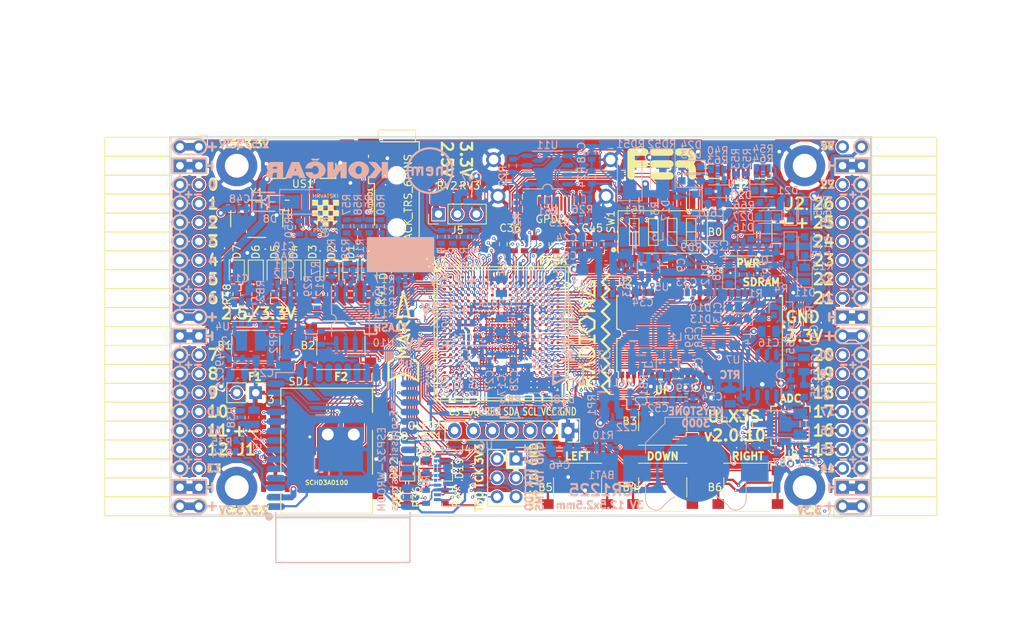
<source format=kicad_pcb>
(kicad_pcb (version 20171130) (host pcbnew 5.0.0+dfsg1-1)
  (layers (0 F.Cu signal) (1 In1.Cu signal) (2 In2.Cu signal) (31 B.Cu signal) (34 B.Paste user) (35 F.Paste user) (36 B.SilkS user) (37 F.SilkS user) (38 B.Mask user) (39 F.Mask user) (44 Edge.Cuts user))
  (net 0 "")
  (net 1 GND)
  (net 2 +5V)
  (net 3 /gpio/IN5V)
  (net 4 /gpio/OUT5V)
  (net 5 +3V3)
  (net 6 BTN_D)
  (net 7 BTN_F1)
  (net 8 BTN_F2)
  (net 9 BTN_L)
  (net 10 BTN_R)
  (net 11 BTN_U)
  (net 12 /power/FB1)
  (net 13 +2V5)
  (net 14 /power/PWREN)
  (net 15 /power/FB3)
  (net 16 /power/FB2)
  (net 17 /power/VBAT)
  (net 18 JTAG_TDI)
  (net 19 JTAG_TCK)
  (net 20 JTAG_TMS)
  (net 21 JTAG_TDO)
  (net 22 /power/WAKEUPn)
  (net 23 /power/WKUP)
  (net 24 /power/SHUT)
  (net 25 /power/WAKE)
  (net 26 /power/HOLD)
  (net 27 /power/WKn)
  (net 28 /power/OSCI_32k)
  (net 29 /power/OSCO_32k)
  (net 30 SHUTDOWN)
  (net 31 GPDI_SDA)
  (net 32 GPDI_SCL)
  (net 33 /gpdi/VREF2)
  (net 34 SD_CMD)
  (net 35 SD_CLK)
  (net 36 SD_D0)
  (net 37 SD_D1)
  (net 38 USB5V)
  (net 39 GPDI_CEC)
  (net 40 nRESET)
  (net 41 FTDI_nDTR)
  (net 42 SDRAM_CKE)
  (net 43 SDRAM_A7)
  (net 44 SDRAM_D15)
  (net 45 SDRAM_BA1)
  (net 46 SDRAM_D7)
  (net 47 SDRAM_A6)
  (net 48 SDRAM_CLK)
  (net 49 SDRAM_D13)
  (net 50 SDRAM_BA0)
  (net 51 SDRAM_D6)
  (net 52 SDRAM_A5)
  (net 53 SDRAM_D14)
  (net 54 SDRAM_A11)
  (net 55 SDRAM_D12)
  (net 56 SDRAM_D5)
  (net 57 SDRAM_A4)
  (net 58 SDRAM_A10)
  (net 59 SDRAM_D11)
  (net 60 SDRAM_A3)
  (net 61 SDRAM_D4)
  (net 62 SDRAM_D10)
  (net 63 SDRAM_D9)
  (net 64 SDRAM_A9)
  (net 65 SDRAM_D3)
  (net 66 SDRAM_D8)
  (net 67 SDRAM_A8)
  (net 68 SDRAM_A2)
  (net 69 SDRAM_A1)
  (net 70 SDRAM_A0)
  (net 71 SDRAM_D2)
  (net 72 SDRAM_D1)
  (net 73 SDRAM_D0)
  (net 74 SDRAM_DQM0)
  (net 75 SDRAM_nCS)
  (net 76 SDRAM_nRAS)
  (net 77 SDRAM_DQM1)
  (net 78 SDRAM_nCAS)
  (net 79 SDRAM_nWE)
  (net 80 /flash/FLASH_nWP)
  (net 81 /flash/FLASH_nHOLD)
  (net 82 /flash/FLASH_MOSI)
  (net 83 /flash/FLASH_MISO)
  (net 84 /flash/FLASH_SCK)
  (net 85 /flash/FLASH_nCS)
  (net 86 /flash/FPGA_PROGRAMN)
  (net 87 /flash/FPGA_DONE)
  (net 88 /flash/FPGA_INITN)
  (net 89 OLED_RES)
  (net 90 OLED_DC)
  (net 91 OLED_CS)
  (net 92 WIFI_EN)
  (net 93 FTDI_nRTS)
  (net 94 FTDI_TXD)
  (net 95 FTDI_RXD)
  (net 96 WIFI_RXD)
  (net 97 WIFI_GPIO0)
  (net 98 WIFI_TXD)
  (net 99 USB_FTDI_D+)
  (net 100 USB_FTDI_D-)
  (net 101 SD_D3)
  (net 102 AUDIO_L3)
  (net 103 AUDIO_L2)
  (net 104 AUDIO_L1)
  (net 105 AUDIO_L0)
  (net 106 AUDIO_R3)
  (net 107 AUDIO_R2)
  (net 108 AUDIO_R1)
  (net 109 AUDIO_R0)
  (net 110 OLED_CLK)
  (net 111 OLED_MOSI)
  (net 112 LED0)
  (net 113 LED1)
  (net 114 LED2)
  (net 115 LED3)
  (net 116 LED4)
  (net 117 LED5)
  (net 118 LED6)
  (net 119 LED7)
  (net 120 BTN_PWRn)
  (net 121 FTDI_nTXLED)
  (net 122 FTDI_nSLEEP)
  (net 123 /blinkey/LED_PWREN)
  (net 124 /blinkey/LED_TXLED)
  (net 125 /sdcard/SD3V3)
  (net 126 SD_D2)
  (net 127 CLK_25MHz)
  (net 128 /blinkey/BTNPUL)
  (net 129 /blinkey/BTNPUR)
  (net 130 USB_FPGA_D+)
  (net 131 /power/FTDI_nSUSPEND)
  (net 132 /blinkey/ALED0)
  (net 133 /blinkey/ALED1)
  (net 134 /blinkey/ALED2)
  (net 135 /blinkey/ALED3)
  (net 136 /blinkey/ALED4)
  (net 137 /blinkey/ALED5)
  (net 138 /blinkey/ALED6)
  (net 139 /blinkey/ALED7)
  (net 140 /usb/FTD-)
  (net 141 /usb/FTD+)
  (net 142 ADC_MISO)
  (net 143 ADC_MOSI)
  (net 144 ADC_CSn)
  (net 145 ADC_SCLK)
  (net 146 SW3)
  (net 147 SW2)
  (net 148 SW1)
  (net 149 USB_FPGA_D-)
  (net 150 /usb/FPD+)
  (net 151 /usb/FPD-)
  (net 152 WIFI_GPIO16)
  (net 153 /usb/ANT_433MHz)
  (net 154 PROG_DONE)
  (net 155 /power/P3V3)
  (net 156 /power/P2V5)
  (net 157 /power/L1)
  (net 158 /power/L3)
  (net 159 /power/L2)
  (net 160 FTDI_TXDEN)
  (net 161 SDRAM_A12)
  (net 162 /analog/AUDIO_V)
  (net 163 AUDIO_V3)
  (net 164 AUDIO_V2)
  (net 165 AUDIO_V1)
  (net 166 AUDIO_V0)
  (net 167 /blinkey/LED_WIFI)
  (net 168 /power/P1V1)
  (net 169 +1V1)
  (net 170 SW4)
  (net 171 /blinkey/SWPU)
  (net 172 /wifi/WIFIEN)
  (net 173 FT2V5)
  (net 174 GN0)
  (net 175 GP0)
  (net 176 GN1)
  (net 177 GP1)
  (net 178 GN2)
  (net 179 GP2)
  (net 180 GN3)
  (net 181 GP3)
  (net 182 GN4)
  (net 183 GP4)
  (net 184 GN5)
  (net 185 GP5)
  (net 186 GN6)
  (net 187 GP6)
  (net 188 GN14)
  (net 189 GP14)
  (net 190 GN15)
  (net 191 GP15)
  (net 192 GN16)
  (net 193 GP16)
  (net 194 GN17)
  (net 195 GP17)
  (net 196 GN18)
  (net 197 GP18)
  (net 198 GN19)
  (net 199 GP19)
  (net 200 GN20)
  (net 201 GP20)
  (net 202 GN21)
  (net 203 GP21)
  (net 204 GN22)
  (net 205 GP22)
  (net 206 GN23)
  (net 207 GP23)
  (net 208 GN24)
  (net 209 GP24)
  (net 210 GN25)
  (net 211 GP25)
  (net 212 GN26)
  (net 213 GP26)
  (net 214 GN27)
  (net 215 GP27)
  (net 216 GN7)
  (net 217 GP7)
  (net 218 GN8)
  (net 219 GP8)
  (net 220 GN9)
  (net 221 GP9)
  (net 222 GN10)
  (net 223 GP10)
  (net 224 GN11)
  (net 225 GP11)
  (net 226 GN12)
  (net 227 GP12)
  (net 228 GN13)
  (net 229 GP13)
  (net 230 WIFI_GPIO5)
  (net 231 WIFI_GPIO17)
  (net 232 USB_FPGA_PULL_D+)
  (net 233 USB_FPGA_PULL_D-)
  (net 234 "Net-(D23-Pad2)")
  (net 235 "Net-(D24-Pad1)")
  (net 236 "Net-(D25-Pad2)")
  (net 237 "Net-(D26-Pad1)")
  (net 238 /gpdi/GPDI_ETH+)
  (net 239 FPDI_ETH+)
  (net 240 /gpdi/GPDI_ETH-)
  (net 241 FPDI_ETH-)
  (net 242 /gpdi/GPDI_D2-)
  (net 243 FPDI_D2-)
  (net 244 /gpdi/GPDI_D1-)
  (net 245 FPDI_D1-)
  (net 246 /gpdi/GPDI_D0-)
  (net 247 FPDI_D0-)
  (net 248 /gpdi/GPDI_CLK-)
  (net 249 FPDI_CLK-)
  (net 250 /gpdi/GPDI_D2+)
  (net 251 FPDI_D2+)
  (net 252 /gpdi/GPDI_D1+)
  (net 253 FPDI_D1+)
  (net 254 /gpdi/GPDI_D0+)
  (net 255 FPDI_D0+)
  (net 256 /gpdi/GPDI_CLK+)
  (net 257 FPDI_CLK+)
  (net 258 FPDI_SDA)
  (net 259 FPDI_SCL)
  (net 260 /gpdi/FPDI_CEC)
  (net 261 2V5_3V3)
  (net 262 /usb/US2VBUS)
  (net 263 /power/SHD)
  (net 264 /power/RTCVDD)
  (net 265 "Net-(D27-Pad2)")
  (net 266 US2_ID)
  (net 267 /analog/AUDIO_L)
  (net 268 /analog/AUDIO_R)
  (net 269 /analog/ADC3V3)
  (net 270 PWRBTn)
  (net 271 USER_PROGRAMN)
  (module lfe5bg381:BGA-381_pitch0.8mm_dia0.4mm (layer F.Cu) (at 138.48 87.8)
    (fp_text reference U1 (at -8.2 -9.8) (layer F.SilkS))
    (fp_text value LFE5U-85F-6BG381C)
    (pad Y19 smd circle (at 6.8 7.6) (size 0.4 0.4) (layers F.Cu F.Paste F.Mask) (net 1 GND))
    (pad Y17 smd circle (at 5.2 7.6) (size 0.4 0.4) (layers F.Cu F.Paste F.Mask) (net 1 GND))
    (pad Y16 smd circle (at 4.4 7.6) (size 0.4 0.4) (layers F.Cu F.Paste F.Mask) (net 1 GND))
    (pad Y15 smd circle (at 3.6 7.6) (size 0.4 0.4) (layers F.Cu F.Paste F.Mask) (net 1 GND))
    (pad Y14 smd circle (at 2.8 7.6) (size 0.4 0.4) (layers F.Cu F.Paste F.Mask) (net 1 GND))
    (pad Y12 smd circle (at 1.2 7.6) (size 0.4 0.4) (layers F.Cu F.Paste F.Mask) (net 1 GND))
    (pad Y11 smd circle (at 0.4 7.6) (size 0.4 0.4) (layers F.Cu F.Paste F.Mask) (net 1 GND))
    (pad Y8 smd circle (at -2 7.6) (size 0.4 0.4) (layers F.Cu F.Paste F.Mask) (net 1 GND))
    (pad Y7 smd circle (at -2.8 7.6) (size 0.4 0.4) (layers F.Cu F.Paste F.Mask) (net 1 GND))
    (pad Y6 smd circle (at -3.6 7.6) (size 0.4 0.4) (layers F.Cu F.Paste F.Mask) (net 1 GND))
    (pad Y5 smd circle (at -4.4 7.6) (size 0.4 0.4) (layers F.Cu F.Paste F.Mask) (net 1 GND))
    (pad Y3 smd circle (at -6 7.6) (size 0.4 0.4) (layers F.Cu F.Paste F.Mask) (net 87 /flash/FPGA_DONE))
    (pad Y2 smd circle (at -6.8 7.6) (size 0.4 0.4) (layers F.Cu F.Paste F.Mask) (net 80 /flash/FLASH_nWP))
    (pad W20 smd circle (at 7.6 6.8) (size 0.4 0.4) (layers F.Cu F.Paste F.Mask) (net 1 GND))
    (pad W19 smd circle (at 6.8 6.8) (size 0.4 0.4) (layers F.Cu F.Paste F.Mask) (net 1 GND))
    (pad W18 smd circle (at 6 6.8) (size 0.4 0.4) (layers F.Cu F.Paste F.Mask))
    (pad W17 smd circle (at 5.2 6.8) (size 0.4 0.4) (layers F.Cu F.Paste F.Mask))
    (pad W16 smd circle (at 4.4 6.8) (size 0.4 0.4) (layers F.Cu F.Paste F.Mask) (net 1 GND))
    (pad W15 smd circle (at 3.6 6.8) (size 0.4 0.4) (layers F.Cu F.Paste F.Mask) (net 1 GND))
    (pad W14 smd circle (at 2.8 6.8) (size 0.4 0.4) (layers F.Cu F.Paste F.Mask))
    (pad W13 smd circle (at 2 6.8) (size 0.4 0.4) (layers F.Cu F.Paste F.Mask))
    (pad W12 smd circle (at 1.2 6.8) (size 0.4 0.4) (layers F.Cu F.Paste F.Mask) (net 1 GND))
    (pad W11 smd circle (at 0.4 6.8) (size 0.4 0.4) (layers F.Cu F.Paste F.Mask))
    (pad W10 smd circle (at -0.4 6.8) (size 0.4 0.4) (layers F.Cu F.Paste F.Mask))
    (pad W9 smd circle (at -1.2 6.8) (size 0.4 0.4) (layers F.Cu F.Paste F.Mask))
    (pad W8 smd circle (at -2 6.8) (size 0.4 0.4) (layers F.Cu F.Paste F.Mask))
    (pad W7 smd circle (at -2.8 6.8) (size 0.4 0.4) (layers F.Cu F.Paste F.Mask) (net 1 GND))
    (pad W6 smd circle (at -3.6 6.8) (size 0.4 0.4) (layers F.Cu F.Paste F.Mask) (net 1 GND))
    (pad W5 smd circle (at -4.4 6.8) (size 0.4 0.4) (layers F.Cu F.Paste F.Mask))
    (pad W4 smd circle (at -5.2 6.8) (size 0.4 0.4) (layers F.Cu F.Paste F.Mask))
    (pad W3 smd circle (at -6 6.8) (size 0.4 0.4) (layers F.Cu F.Paste F.Mask) (net 86 /flash/FPGA_PROGRAMN))
    (pad W2 smd circle (at -6.8 6.8) (size 0.4 0.4) (layers F.Cu F.Paste F.Mask) (net 82 /flash/FLASH_MOSI))
    (pad W1 smd circle (at -7.6 6.8) (size 0.4 0.4) (layers F.Cu F.Paste F.Mask) (net 81 /flash/FLASH_nHOLD))
    (pad V20 smd circle (at 7.6 6) (size 0.4 0.4) (layers F.Cu F.Paste F.Mask) (net 1 GND))
    (pad V19 smd circle (at 6.8 6) (size 0.4 0.4) (layers F.Cu F.Paste F.Mask) (net 1 GND))
    (pad V18 smd circle (at 6 6) (size 0.4 0.4) (layers F.Cu F.Paste F.Mask) (net 1 GND))
    (pad V17 smd circle (at 5.2 6) (size 0.4 0.4) (layers F.Cu F.Paste F.Mask) (net 1 GND))
    (pad V16 smd circle (at 4.4 6) (size 0.4 0.4) (layers F.Cu F.Paste F.Mask) (net 1 GND))
    (pad V15 smd circle (at 3.6 6) (size 0.4 0.4) (layers F.Cu F.Paste F.Mask) (net 1 GND))
    (pad V14 smd circle (at 2.8 6) (size 0.4 0.4) (layers F.Cu F.Paste F.Mask) (net 1 GND))
    (pad V13 smd circle (at 2 6) (size 0.4 0.4) (layers F.Cu F.Paste F.Mask) (net 1 GND))
    (pad V12 smd circle (at 1.2 6) (size 0.4 0.4) (layers F.Cu F.Paste F.Mask) (net 1 GND))
    (pad V11 smd circle (at 0.4 6) (size 0.4 0.4) (layers F.Cu F.Paste F.Mask) (net 1 GND))
    (pad V10 smd circle (at -0.4 6) (size 0.4 0.4) (layers F.Cu F.Paste F.Mask) (net 1 GND))
    (pad V9 smd circle (at -1.2 6) (size 0.4 0.4) (layers F.Cu F.Paste F.Mask) (net 1 GND))
    (pad V8 smd circle (at -2 6) (size 0.4 0.4) (layers F.Cu F.Paste F.Mask) (net 1 GND))
    (pad V7 smd circle (at -2.8 6) (size 0.4 0.4) (layers F.Cu F.Paste F.Mask) (net 1 GND))
    (pad V6 smd circle (at -3.6 6) (size 0.4 0.4) (layers F.Cu F.Paste F.Mask) (net 1 GND))
    (pad V5 smd circle (at -4.4 6) (size 0.4 0.4) (layers F.Cu F.Paste F.Mask) (net 1 GND))
    (pad V4 smd circle (at -5.2 6) (size 0.4 0.4) (layers F.Cu F.Paste F.Mask) (net 21 JTAG_TDO))
    (pad V3 smd circle (at -6 6) (size 0.4 0.4) (layers F.Cu F.Paste F.Mask) (net 88 /flash/FPGA_INITN))
    (pad V2 smd circle (at -6.8 6) (size 0.4 0.4) (layers F.Cu F.Paste F.Mask) (net 83 /flash/FLASH_MISO))
    (pad V1 smd circle (at -7.6 6) (size 0.4 0.4) (layers F.Cu F.Paste F.Mask) (net 6 BTN_D))
    (pad U20 smd circle (at 7.6 5.2) (size 0.4 0.4) (layers F.Cu F.Paste F.Mask) (net 46 SDRAM_D7))
    (pad U19 smd circle (at 6.8 5.2) (size 0.4 0.4) (layers F.Cu F.Paste F.Mask) (net 74 SDRAM_DQM0))
    (pad U18 smd circle (at 6 5.2) (size 0.4 0.4) (layers F.Cu F.Paste F.Mask) (net 189 GP14))
    (pad U17 smd circle (at 5.2 5.2) (size 0.4 0.4) (layers F.Cu F.Paste F.Mask) (net 188 GN14))
    (pad U16 smd circle (at 4.4 5.2) (size 0.4 0.4) (layers F.Cu F.Paste F.Mask) (net 142 ADC_MISO))
    (pad U15 smd circle (at 3.6 5.2) (size 0.4 0.4) (layers F.Cu F.Paste F.Mask) (net 1 GND))
    (pad U14 smd circle (at 2.8 5.2) (size 0.4 0.4) (layers F.Cu F.Paste F.Mask) (net 1 GND))
    (pad U13 smd circle (at 2 5.2) (size 0.4 0.4) (layers F.Cu F.Paste F.Mask) (net 1 GND))
    (pad U12 smd circle (at 1.2 5.2) (size 0.4 0.4) (layers F.Cu F.Paste F.Mask) (net 1 GND))
    (pad U11 smd circle (at 0.4 5.2) (size 0.4 0.4) (layers F.Cu F.Paste F.Mask) (net 1 GND))
    (pad U10 smd circle (at -0.4 5.2) (size 0.4 0.4) (layers F.Cu F.Paste F.Mask) (net 1 GND))
    (pad U9 smd circle (at -1.2 5.2) (size 0.4 0.4) (layers F.Cu F.Paste F.Mask) (net 1 GND))
    (pad U8 smd circle (at -2 5.2) (size 0.4 0.4) (layers F.Cu F.Paste F.Mask) (net 1 GND))
    (pad U7 smd circle (at -2.8 5.2) (size 0.4 0.4) (layers F.Cu F.Paste F.Mask) (net 1 GND))
    (pad U6 smd circle (at -3.6 5.2) (size 0.4 0.4) (layers F.Cu F.Paste F.Mask) (net 1 GND))
    (pad U5 smd circle (at -4.4 5.2) (size 0.4 0.4) (layers F.Cu F.Paste F.Mask) (net 20 JTAG_TMS))
    (pad U4 smd circle (at -5.2 5.2) (size 0.4 0.4) (layers F.Cu F.Paste F.Mask) (net 1 GND))
    (pad U3 smd circle (at -6 5.2) (size 0.4 0.4) (layers F.Cu F.Paste F.Mask) (net 84 /flash/FLASH_SCK))
    (pad U2 smd circle (at -6.8 5.2) (size 0.4 0.4) (layers F.Cu F.Paste F.Mask) (net 5 +3V3))
    (pad U1 smd circle (at -7.6 5.2) (size 0.4 0.4) (layers F.Cu F.Paste F.Mask) (net 9 BTN_L))
    (pad T20 smd circle (at 7.6 4.4) (size 0.4 0.4) (layers F.Cu F.Paste F.Mask) (net 79 SDRAM_nWE))
    (pad T19 smd circle (at 6.8 4.4) (size 0.4 0.4) (layers F.Cu F.Paste F.Mask) (net 78 SDRAM_nCAS))
    (pad T18 smd circle (at 6 4.4) (size 0.4 0.4) (layers F.Cu F.Paste F.Mask) (net 56 SDRAM_D5))
    (pad T17 smd circle (at 5.2 4.4) (size 0.4 0.4) (layers F.Cu F.Paste F.Mask) (net 51 SDRAM_D6))
    (pad T16 smd circle (at 4.4 4.4) (size 0.4 0.4) (layers F.Cu F.Paste F.Mask))
    (pad T15 smd circle (at 3.6 4.4) (size 0.4 0.4) (layers F.Cu F.Paste F.Mask) (net 1 GND))
    (pad T14 smd circle (at 2.8 4.4) (size 0.4 0.4) (layers F.Cu F.Paste F.Mask) (net 1 GND))
    (pad T13 smd circle (at 2 4.4) (size 0.4 0.4) (layers F.Cu F.Paste F.Mask) (net 1 GND))
    (pad T12 smd circle (at 1.2 4.4) (size 0.4 0.4) (layers F.Cu F.Paste F.Mask) (net 1 GND))
    (pad T11 smd circle (at 0.4 4.4) (size 0.4 0.4) (layers F.Cu F.Paste F.Mask) (net 1 GND))
    (pad T10 smd circle (at -0.4 4.4) (size 0.4 0.4) (layers F.Cu F.Paste F.Mask) (net 1 GND))
    (pad T9 smd circle (at -1.2 4.4) (size 0.4 0.4) (layers F.Cu F.Paste F.Mask) (net 1 GND))
    (pad T8 smd circle (at -2 4.4) (size 0.4 0.4) (layers F.Cu F.Paste F.Mask) (net 1 GND))
    (pad T7 smd circle (at -2.8 4.4) (size 0.4 0.4) (layers F.Cu F.Paste F.Mask) (net 1 GND))
    (pad T6 smd circle (at -3.6 4.4) (size 0.4 0.4) (layers F.Cu F.Paste F.Mask) (net 1 GND))
    (pad T5 smd circle (at -4.4 4.4) (size 0.4 0.4) (layers F.Cu F.Paste F.Mask) (net 19 JTAG_TCK))
    (pad T4 smd circle (at -5.2 4.4) (size 0.4 0.4) (layers F.Cu F.Paste F.Mask) (net 5 +3V3))
    (pad T3 smd circle (at -6 4.4) (size 0.4 0.4) (layers F.Cu F.Paste F.Mask) (net 5 +3V3))
    (pad T2 smd circle (at -6.8 4.4) (size 0.4 0.4) (layers F.Cu F.Paste F.Mask) (net 5 +3V3))
    (pad T1 smd circle (at -7.6 4.4) (size 0.4 0.4) (layers F.Cu F.Paste F.Mask) (net 8 BTN_F2))
    (pad R20 smd circle (at 7.6 3.6) (size 0.4 0.4) (layers F.Cu F.Paste F.Mask) (net 76 SDRAM_nRAS))
    (pad R19 smd circle (at 6.8 3.6) (size 0.4 0.4) (layers F.Cu F.Paste F.Mask) (net 1 GND))
    (pad R18 smd circle (at 6 3.6) (size 0.4 0.4) (layers F.Cu F.Paste F.Mask) (net 11 BTN_U))
    (pad R17 smd circle (at 5.2 3.6) (size 0.4 0.4) (layers F.Cu F.Paste F.Mask) (net 144 ADC_CSn))
    (pad R16 smd circle (at 4.4 3.6) (size 0.4 0.4) (layers F.Cu F.Paste F.Mask) (net 143 ADC_MOSI))
    (pad R5 smd circle (at -4.4 3.6) (size 0.4 0.4) (layers F.Cu F.Paste F.Mask) (net 18 JTAG_TDI))
    (pad R4 smd circle (at -5.2 3.6) (size 0.4 0.4) (layers F.Cu F.Paste F.Mask) (net 1 GND))
    (pad R3 smd circle (at -6 3.6) (size 0.4 0.4) (layers F.Cu F.Paste F.Mask))
    (pad R2 smd circle (at -6.8 3.6) (size 0.4 0.4) (layers F.Cu F.Paste F.Mask) (net 85 /flash/FLASH_nCS))
    (pad R1 smd circle (at -7.6 3.6) (size 0.4 0.4) (layers F.Cu F.Paste F.Mask) (net 7 BTN_F1))
    (pad P20 smd circle (at 7.6 2.8) (size 0.4 0.4) (layers F.Cu F.Paste F.Mask) (net 75 SDRAM_nCS))
    (pad P19 smd circle (at 6.8 2.8) (size 0.4 0.4) (layers F.Cu F.Paste F.Mask) (net 50 SDRAM_BA0))
    (pad P18 smd circle (at 6 2.8) (size 0.4 0.4) (layers F.Cu F.Paste F.Mask) (net 61 SDRAM_D4))
    (pad P17 smd circle (at 5.2 2.8) (size 0.4 0.4) (layers F.Cu F.Paste F.Mask) (net 145 ADC_SCLK))
    (pad P16 smd circle (at 4.4 2.8) (size 0.4 0.4) (layers F.Cu F.Paste F.Mask) (net 190 GN15))
    (pad P15 smd circle (at 3.6 2.8) (size 0.4 0.4) (layers F.Cu F.Paste F.Mask) (net 13 +2V5))
    (pad P14 smd circle (at 2.8 2.8) (size 0.4 0.4) (layers F.Cu F.Paste F.Mask) (net 1 GND))
    (pad P13 smd circle (at 2 2.8) (size 0.4 0.4) (layers F.Cu F.Paste F.Mask) (net 1 GND))
    (pad P12 smd circle (at 1.2 2.8) (size 0.4 0.4) (layers F.Cu F.Paste F.Mask) (net 1 GND))
    (pad P11 smd circle (at 0.4 2.8) (size 0.4 0.4) (layers F.Cu F.Paste F.Mask) (net 1 GND))
    (pad P10 smd circle (at -0.4 2.8) (size 0.4 0.4) (layers F.Cu F.Paste F.Mask) (net 5 +3V3))
    (pad P9 smd circle (at -1.2 2.8) (size 0.4 0.4) (layers F.Cu F.Paste F.Mask) (net 5 +3V3))
    (pad P8 smd circle (at -2 2.8) (size 0.4 0.4) (layers F.Cu F.Paste F.Mask) (net 1 GND))
    (pad P7 smd circle (at -2.8 2.8) (size 0.4 0.4) (layers F.Cu F.Paste F.Mask) (net 1 GND))
    (pad P6 smd circle (at -3.6 2.8) (size 0.4 0.4) (layers F.Cu F.Paste F.Mask) (net 13 +2V5))
    (pad P5 smd circle (at -4.4 2.8) (size 0.4 0.4) (layers F.Cu F.Paste F.Mask))
    (pad P4 smd circle (at -5.2 2.8) (size 0.4 0.4) (layers F.Cu F.Paste F.Mask) (net 110 OLED_CLK))
    (pad P3 smd circle (at -6 2.8) (size 0.4 0.4) (layers F.Cu F.Paste F.Mask) (net 111 OLED_MOSI))
    (pad P2 smd circle (at -6.8 2.8) (size 0.4 0.4) (layers F.Cu F.Paste F.Mask) (net 89 OLED_RES))
    (pad P1 smd circle (at -7.6 2.8) (size 0.4 0.4) (layers F.Cu F.Paste F.Mask) (net 90 OLED_DC))
    (pad N20 smd circle (at 7.6 2) (size 0.4 0.4) (layers F.Cu F.Paste F.Mask) (net 45 SDRAM_BA1))
    (pad N19 smd circle (at 6.8 2) (size 0.4 0.4) (layers F.Cu F.Paste F.Mask) (net 58 SDRAM_A10))
    (pad N18 smd circle (at 6 2) (size 0.4 0.4) (layers F.Cu F.Paste F.Mask) (net 65 SDRAM_D3))
    (pad N17 smd circle (at 5.2 2) (size 0.4 0.4) (layers F.Cu F.Paste F.Mask) (net 191 GP15))
    (pad N16 smd circle (at 4.4 2) (size 0.4 0.4) (layers F.Cu F.Paste F.Mask) (net 193 GP16))
    (pad N15 smd circle (at 3.6 2) (size 0.4 0.4) (layers F.Cu F.Paste F.Mask) (net 1 GND))
    (pad N14 smd circle (at 2.8 2) (size 0.4 0.4) (layers F.Cu F.Paste F.Mask) (net 1 GND))
    (pad N13 smd circle (at 2 2) (size 0.4 0.4) (layers F.Cu F.Paste F.Mask) (net 169 +1V1))
    (pad N12 smd circle (at 1.2 2) (size 0.4 0.4) (layers F.Cu F.Paste F.Mask) (net 169 +1V1))
    (pad N11 smd circle (at 0.4 2) (size 0.4 0.4) (layers F.Cu F.Paste F.Mask) (net 169 +1V1))
    (pad N10 smd circle (at -0.4 2) (size 0.4 0.4) (layers F.Cu F.Paste F.Mask) (net 169 +1V1))
    (pad N9 smd circle (at -1.2 2) (size 0.4 0.4) (layers F.Cu F.Paste F.Mask) (net 169 +1V1))
    (pad N8 smd circle (at -2 2) (size 0.4 0.4) (layers F.Cu F.Paste F.Mask) (net 169 +1V1))
    (pad N7 smd circle (at -2.8 2) (size 0.4 0.4) (layers F.Cu F.Paste F.Mask) (net 1 GND))
    (pad N6 smd circle (at -3.6 2) (size 0.4 0.4) (layers F.Cu F.Paste F.Mask) (net 1 GND))
    (pad N5 smd circle (at -4.4 2) (size 0.4 0.4) (layers F.Cu F.Paste F.Mask))
    (pad N4 smd circle (at -5.2 2) (size 0.4 0.4) (layers F.Cu F.Paste F.Mask) (net 230 WIFI_GPIO5))
    (pad N3 smd circle (at -6 2) (size 0.4 0.4) (layers F.Cu F.Paste F.Mask) (net 231 WIFI_GPIO17))
    (pad N2 smd circle (at -6.8 2) (size 0.4 0.4) (layers F.Cu F.Paste F.Mask) (net 91 OLED_CS))
    (pad N1 smd circle (at -7.6 2) (size 0.4 0.4) (layers F.Cu F.Paste F.Mask) (net 41 FTDI_nDTR))
    (pad M20 smd circle (at 7.6 1.2) (size 0.4 0.4) (layers F.Cu F.Paste F.Mask) (net 70 SDRAM_A0))
    (pad M19 smd circle (at 6.8 1.2) (size 0.4 0.4) (layers F.Cu F.Paste F.Mask) (net 69 SDRAM_A1))
    (pad M18 smd circle (at 6 1.2) (size 0.4 0.4) (layers F.Cu F.Paste F.Mask) (net 71 SDRAM_D2))
    (pad M17 smd circle (at 5.2 1.2) (size 0.4 0.4) (layers F.Cu F.Paste F.Mask) (net 192 GN16))
    (pad M16 smd circle (at 4.4 1.2) (size 0.4 0.4) (layers F.Cu F.Paste F.Mask) (net 1 GND))
    (pad M15 smd circle (at 3.6 1.2) (size 0.4 0.4) (layers F.Cu F.Paste F.Mask) (net 5 +3V3))
    (pad M14 smd circle (at 2.8 1.2) (size 0.4 0.4) (layers F.Cu F.Paste F.Mask) (net 1 GND))
    (pad M13 smd circle (at 2 1.2) (size 0.4 0.4) (layers F.Cu F.Paste F.Mask) (net 169 +1V1))
    (pad M12 smd circle (at 1.2 1.2) (size 0.4 0.4) (layers F.Cu F.Paste F.Mask) (net 1 GND))
    (pad M11 smd circle (at 0.4 1.2) (size 0.4 0.4) (layers F.Cu F.Paste F.Mask) (net 1 GND))
    (pad M10 smd circle (at -0.4 1.2) (size 0.4 0.4) (layers F.Cu F.Paste F.Mask) (net 1 GND))
    (pad M9 smd circle (at -1.2 1.2) (size 0.4 0.4) (layers F.Cu F.Paste F.Mask) (net 1 GND))
    (pad M8 smd circle (at -2 1.2) (size 0.4 0.4) (layers F.Cu F.Paste F.Mask) (net 169 +1V1))
    (pad M7 smd circle (at -2.8 1.2) (size 0.4 0.4) (layers F.Cu F.Paste F.Mask) (net 1 GND))
    (pad M6 smd circle (at -3.6 1.2) (size 0.4 0.4) (layers F.Cu F.Paste F.Mask) (net 5 +3V3))
    (pad M5 smd circle (at -4.4 1.2) (size 0.4 0.4) (layers F.Cu F.Paste F.Mask))
    (pad M4 smd circle (at -5.2 1.2) (size 0.4 0.4) (layers F.Cu F.Paste F.Mask) (net 271 USER_PROGRAMN))
    (pad M3 smd circle (at -6 1.2) (size 0.4 0.4) (layers F.Cu F.Paste F.Mask) (net 93 FTDI_nRTS))
    (pad M2 smd circle (at -6.8 1.2) (size 0.4 0.4) (layers F.Cu F.Paste F.Mask) (net 1 GND))
    (pad M1 smd circle (at -7.6 1.2) (size 0.4 0.4) (layers F.Cu F.Paste F.Mask) (net 94 FTDI_TXD))
    (pad L20 smd circle (at 7.6 0.4) (size 0.4 0.4) (layers F.Cu F.Paste F.Mask) (net 68 SDRAM_A2))
    (pad L19 smd circle (at 6.8 0.4) (size 0.4 0.4) (layers F.Cu F.Paste F.Mask) (net 60 SDRAM_A3))
    (pad L18 smd circle (at 6 0.4) (size 0.4 0.4) (layers F.Cu F.Paste F.Mask) (net 72 SDRAM_D1))
    (pad L17 smd circle (at 5.2 0.4) (size 0.4 0.4) (layers F.Cu F.Paste F.Mask) (net 194 GN17))
    (pad L16 smd circle (at 4.4 0.4) (size 0.4 0.4) (layers F.Cu F.Paste F.Mask) (net 195 GP17))
    (pad L15 smd circle (at 3.6 0.4) (size 0.4 0.4) (layers F.Cu F.Paste F.Mask) (net 5 +3V3))
    (pad L14 smd circle (at 2.8 0.4) (size 0.4 0.4) (layers F.Cu F.Paste F.Mask) (net 5 +3V3))
    (pad L13 smd circle (at 2 0.4) (size 0.4 0.4) (layers F.Cu F.Paste F.Mask) (net 169 +1V1))
    (pad L12 smd circle (at 1.2 0.4) (size 0.4 0.4) (layers F.Cu F.Paste F.Mask) (net 1 GND))
    (pad L11 smd circle (at 0.4 0.4) (size 0.4 0.4) (layers F.Cu F.Paste F.Mask) (net 1 GND))
    (pad L10 smd circle (at -0.4 0.4) (size 0.4 0.4) (layers F.Cu F.Paste F.Mask) (net 1 GND))
    (pad L9 smd circle (at -1.2 0.4) (size 0.4 0.4) (layers F.Cu F.Paste F.Mask) (net 1 GND))
    (pad L8 smd circle (at -2 0.4) (size 0.4 0.4) (layers F.Cu F.Paste F.Mask) (net 169 +1V1))
    (pad L7 smd circle (at -2.8 0.4) (size 0.4 0.4) (layers F.Cu F.Paste F.Mask) (net 5 +3V3))
    (pad L6 smd circle (at -3.6 0.4) (size 0.4 0.4) (layers F.Cu F.Paste F.Mask) (net 5 +3V3))
    (pad L5 smd circle (at -4.4 0.4) (size 0.4 0.4) (layers F.Cu F.Paste F.Mask))
    (pad L4 smd circle (at -5.2 0.4) (size 0.4 0.4) (layers F.Cu F.Paste F.Mask) (net 95 FTDI_RXD))
    (pad L3 smd circle (at -6 0.4) (size 0.4 0.4) (layers F.Cu F.Paste F.Mask) (net 160 FTDI_TXDEN))
    (pad L2 smd circle (at -6.8 0.4) (size 0.4 0.4) (layers F.Cu F.Paste F.Mask) (net 97 WIFI_GPIO0))
    (pad L1 smd circle (at -7.6 0.4) (size 0.4 0.4) (layers F.Cu F.Paste F.Mask) (net 152 WIFI_GPIO16))
    (pad K20 smd circle (at 7.6 -0.4) (size 0.4 0.4) (layers F.Cu F.Paste F.Mask) (net 57 SDRAM_A4))
    (pad K19 smd circle (at 6.8 -0.4) (size 0.4 0.4) (layers F.Cu F.Paste F.Mask) (net 52 SDRAM_A5))
    (pad K18 smd circle (at 6 -0.4) (size 0.4 0.4) (layers F.Cu F.Paste F.Mask) (net 47 SDRAM_A6))
    (pad K17 smd circle (at 5.2 -0.4) (size 0.4 0.4) (layers F.Cu F.Paste F.Mask))
    (pad K16 smd circle (at 4.4 -0.4) (size 0.4 0.4) (layers F.Cu F.Paste F.Mask))
    (pad K15 smd circle (at 3.6 -0.4) (size 0.4 0.4) (layers F.Cu F.Paste F.Mask) (net 1 GND))
    (pad K14 smd circle (at 2.8 -0.4) (size 0.4 0.4) (layers F.Cu F.Paste F.Mask) (net 1 GND))
    (pad K13 smd circle (at 2 -0.4) (size 0.4 0.4) (layers F.Cu F.Paste F.Mask) (net 169 +1V1))
    (pad K12 smd circle (at 1.2 -0.4) (size 0.4 0.4) (layers F.Cu F.Paste F.Mask) (net 1 GND))
    (pad K11 smd circle (at 0.4 -0.4) (size 0.4 0.4) (layers F.Cu F.Paste F.Mask) (net 1 GND))
    (pad K10 smd circle (at -0.4 -0.4) (size 0.4 0.4) (layers F.Cu F.Paste F.Mask) (net 1 GND))
    (pad K9 smd circle (at -1.2 -0.4) (size 0.4 0.4) (layers F.Cu F.Paste F.Mask) (net 1 GND))
    (pad K8 smd circle (at -2 -0.4) (size 0.4 0.4) (layers F.Cu F.Paste F.Mask) (net 169 +1V1))
    (pad K7 smd circle (at -2.8 -0.4) (size 0.4 0.4) (layers F.Cu F.Paste F.Mask) (net 1 GND))
    (pad K6 smd circle (at -3.6 -0.4) (size 0.4 0.4) (layers F.Cu F.Paste F.Mask) (net 1 GND))
    (pad K5 smd circle (at -4.4 -0.4) (size 0.4 0.4) (layers F.Cu F.Paste F.Mask))
    (pad K4 smd circle (at -5.2 -0.4) (size 0.4 0.4) (layers F.Cu F.Paste F.Mask) (net 98 WIFI_TXD))
    (pad K3 smd circle (at -6 -0.4) (size 0.4 0.4) (layers F.Cu F.Paste F.Mask) (net 96 WIFI_RXD))
    (pad K2 smd circle (at -6.8 -0.4) (size 0.4 0.4) (layers F.Cu F.Paste F.Mask) (net 101 SD_D3))
    (pad K1 smd circle (at -7.6 -0.4) (size 0.4 0.4) (layers F.Cu F.Paste F.Mask) (net 126 SD_D2))
    (pad J20 smd circle (at 7.6 -1.2) (size 0.4 0.4) (layers F.Cu F.Paste F.Mask) (net 43 SDRAM_A7))
    (pad J19 smd circle (at 6.8 -1.2) (size 0.4 0.4) (layers F.Cu F.Paste F.Mask) (net 67 SDRAM_A8))
    (pad J18 smd circle (at 6 -1.2) (size 0.4 0.4) (layers F.Cu F.Paste F.Mask) (net 53 SDRAM_D14))
    (pad J17 smd circle (at 5.2 -1.2) (size 0.4 0.4) (layers F.Cu F.Paste F.Mask) (net 44 SDRAM_D15))
    (pad J16 smd circle (at 4.4 -1.2) (size 0.4 0.4) (layers F.Cu F.Paste F.Mask) (net 73 SDRAM_D0))
    (pad J15 smd circle (at 3.6 -1.2) (size 0.4 0.4) (layers F.Cu F.Paste F.Mask) (net 5 +3V3))
    (pad J14 smd circle (at 2.8 -1.2) (size 0.4 0.4) (layers F.Cu F.Paste F.Mask) (net 1 GND))
    (pad J13 smd circle (at 2 -1.2) (size 0.4 0.4) (layers F.Cu F.Paste F.Mask) (net 169 +1V1))
    (pad J12 smd circle (at 1.2 -1.2) (size 0.4 0.4) (layers F.Cu F.Paste F.Mask) (net 1 GND))
    (pad J11 smd circle (at 0.4 -1.2) (size 0.4 0.4) (layers F.Cu F.Paste F.Mask) (net 1 GND))
    (pad J10 smd circle (at -0.4 -1.2) (size 0.4 0.4) (layers F.Cu F.Paste F.Mask) (net 1 GND))
    (pad J9 smd circle (at -1.2 -1.2) (size 0.4 0.4) (layers F.Cu F.Paste F.Mask) (net 1 GND))
    (pad J8 smd circle (at -2 -1.2) (size 0.4 0.4) (layers F.Cu F.Paste F.Mask) (net 169 +1V1))
    (pad J7 smd circle (at -2.8 -1.2) (size 0.4 0.4) (layers F.Cu F.Paste F.Mask) (net 1 GND))
    (pad J6 smd circle (at -3.6 -1.2) (size 0.4 0.4) (layers F.Cu F.Paste F.Mask) (net 261 2V5_3V3))
    (pad J5 smd circle (at -4.4 -1.2) (size 0.4 0.4) (layers F.Cu F.Paste F.Mask))
    (pad J4 smd circle (at -5.2 -1.2) (size 0.4 0.4) (layers F.Cu F.Paste F.Mask))
    (pad J3 smd circle (at -6 -1.2) (size 0.4 0.4) (layers F.Cu F.Paste F.Mask) (net 36 SD_D0))
    (pad J2 smd circle (at -6.8 -1.2) (size 0.4 0.4) (layers F.Cu F.Paste F.Mask) (net 1 GND))
    (pad J1 smd circle (at -7.6 -1.2) (size 0.4 0.4) (layers F.Cu F.Paste F.Mask) (net 34 SD_CMD))
    (pad H20 smd circle (at 7.6 -2) (size 0.4 0.4) (layers F.Cu F.Paste F.Mask) (net 64 SDRAM_A9))
    (pad H19 smd circle (at 6.8 -2) (size 0.4 0.4) (layers F.Cu F.Paste F.Mask) (net 1 GND))
    (pad H18 smd circle (at 6 -2) (size 0.4 0.4) (layers F.Cu F.Paste F.Mask) (net 197 GP18))
    (pad H17 smd circle (at 5.2 -2) (size 0.4 0.4) (layers F.Cu F.Paste F.Mask) (net 196 GN18))
    (pad H16 smd circle (at 4.4 -2) (size 0.4 0.4) (layers F.Cu F.Paste F.Mask) (net 10 BTN_R))
    (pad H15 smd circle (at 3.6 -2) (size 0.4 0.4) (layers F.Cu F.Paste F.Mask) (net 5 +3V3))
    (pad H14 smd circle (at 2.8 -2) (size 0.4 0.4) (layers F.Cu F.Paste F.Mask) (net 5 +3V3))
    (pad H13 smd circle (at 2 -2) (size 0.4 0.4) (layers F.Cu F.Paste F.Mask) (net 169 +1V1))
    (pad H12 smd circle (at 1.2 -2) (size 0.4 0.4) (layers F.Cu F.Paste F.Mask) (net 169 +1V1))
    (pad H11 smd circle (at 0.4 -2) (size 0.4 0.4) (layers F.Cu F.Paste F.Mask) (net 169 +1V1))
    (pad H10 smd circle (at -0.4 -2) (size 0.4 0.4) (layers F.Cu F.Paste F.Mask) (net 169 +1V1))
    (pad H9 smd circle (at -1.2 -2) (size 0.4 0.4) (layers F.Cu F.Paste F.Mask) (net 169 +1V1))
    (pad H8 smd circle (at -2 -2) (size 0.4 0.4) (layers F.Cu F.Paste F.Mask) (net 169 +1V1))
    (pad H7 smd circle (at -2.8 -2) (size 0.4 0.4) (layers F.Cu F.Paste F.Mask) (net 261 2V5_3V3))
    (pad H6 smd circle (at -3.6 -2) (size 0.4 0.4) (layers F.Cu F.Paste F.Mask) (net 261 2V5_3V3))
    (pad H5 smd circle (at -4.4 -2) (size 0.4 0.4) (layers F.Cu F.Paste F.Mask) (net 166 AUDIO_V0))
    (pad H4 smd circle (at -5.2 -2) (size 0.4 0.4) (layers F.Cu F.Paste F.Mask) (net 229 GP13))
    (pad H3 smd circle (at -6 -2) (size 0.4 0.4) (layers F.Cu F.Paste F.Mask) (net 119 LED7))
    (pad H2 smd circle (at -6.8 -2) (size 0.4 0.4) (layers F.Cu F.Paste F.Mask) (net 35 SD_CLK))
    (pad H1 smd circle (at -7.6 -2) (size 0.4 0.4) (layers F.Cu F.Paste F.Mask) (net 37 SD_D1))
    (pad G20 smd circle (at 7.6 -2.8) (size 0.4 0.4) (layers F.Cu F.Paste F.Mask) (net 54 SDRAM_A11))
    (pad G19 smd circle (at 6.8 -2.8) (size 0.4 0.4) (layers F.Cu F.Paste F.Mask) (net 161 SDRAM_A12))
    (pad G18 smd circle (at 6 -2.8) (size 0.4 0.4) (layers F.Cu F.Paste F.Mask) (net 198 GN19))
    (pad G17 smd circle (at 5.2 -2.8) (size 0.4 0.4) (layers F.Cu F.Paste F.Mask) (net 1 GND))
    (pad G16 smd circle (at 4.4 -2.8) (size 0.4 0.4) (layers F.Cu F.Paste F.Mask) (net 30 SHUTDOWN))
    (pad G15 smd circle (at 3.6 -2.8) (size 0.4 0.4) (layers F.Cu F.Paste F.Mask) (net 1 GND))
    (pad G14 smd circle (at 2.8 -2.8) (size 0.4 0.4) (layers F.Cu F.Paste F.Mask) (net 1 GND))
    (pad G13 smd circle (at 2 -2.8) (size 0.4 0.4) (layers F.Cu F.Paste F.Mask) (net 1 GND))
    (pad G12 smd circle (at 1.2 -2.8) (size 0.4 0.4) (layers F.Cu F.Paste F.Mask) (net 1 GND))
    (pad G11 smd circle (at 0.4 -2.8) (size 0.4 0.4) (layers F.Cu F.Paste F.Mask) (net 1 GND))
    (pad G10 smd circle (at -0.4 -2.8) (size 0.4 0.4) (layers F.Cu F.Paste F.Mask) (net 1 GND))
    (pad G9 smd circle (at -1.2 -2.8) (size 0.4 0.4) (layers F.Cu F.Paste F.Mask) (net 1 GND))
    (pad G8 smd circle (at -2 -2.8) (size 0.4 0.4) (layers F.Cu F.Paste F.Mask) (net 1 GND))
    (pad G7 smd circle (at -2.8 -2.8) (size 0.4 0.4) (layers F.Cu F.Paste F.Mask) (net 1 GND))
    (pad G6 smd circle (at -3.6 -2.8) (size 0.4 0.4) (layers F.Cu F.Paste F.Mask) (net 1 GND))
    (pad G5 smd circle (at -4.4 -2.8) (size 0.4 0.4) (layers F.Cu F.Paste F.Mask) (net 228 GN13))
    (pad G4 smd circle (at -5.2 -2.8) (size 0.4 0.4) (layers F.Cu F.Paste F.Mask) (net 1 GND))
    (pad G3 smd circle (at -6 -2.8) (size 0.4 0.4) (layers F.Cu F.Paste F.Mask) (net 227 GP12))
    (pad G2 smd circle (at -6.8 -2.8) (size 0.4 0.4) (layers F.Cu F.Paste F.Mask) (net 127 CLK_25MHz))
    (pad G1 smd circle (at -7.6 -2.8) (size 0.4 0.4) (layers F.Cu F.Paste F.Mask) (net 153 /usb/ANT_433MHz))
    (pad F20 smd circle (at 7.6 -3.6) (size 0.4 0.4) (layers F.Cu F.Paste F.Mask) (net 42 SDRAM_CKE))
    (pad F19 smd circle (at 6.8 -3.6) (size 0.4 0.4) (layers F.Cu F.Paste F.Mask) (net 48 SDRAM_CLK))
    (pad F18 smd circle (at 6 -3.6) (size 0.4 0.4) (layers F.Cu F.Paste F.Mask) (net 49 SDRAM_D13))
    (pad F17 smd circle (at 5.2 -3.6) (size 0.4 0.4) (layers F.Cu F.Paste F.Mask) (net 199 GP19))
    (pad F16 smd circle (at 4.4 -3.6) (size 0.4 0.4) (layers F.Cu F.Paste F.Mask) (net 149 USB_FPGA_D-))
    (pad F15 smd circle (at 3.6 -3.6) (size 0.4 0.4) (layers F.Cu F.Paste F.Mask) (net 13 +2V5))
    (pad F14 smd circle (at 2.8 -3.6) (size 0.4 0.4) (layers F.Cu F.Paste F.Mask) (net 1 GND))
    (pad F13 smd circle (at 2 -3.6) (size 0.4 0.4) (layers F.Cu F.Paste F.Mask) (net 1 GND))
    (pad F12 smd circle (at 1.2 -3.6) (size 0.4 0.4) (layers F.Cu F.Paste F.Mask) (net 5 +3V3))
    (pad F11 smd circle (at 0.4 -3.6) (size 0.4 0.4) (layers F.Cu F.Paste F.Mask) (net 5 +3V3))
    (pad F10 smd circle (at -0.4 -3.6) (size 0.4 0.4) (layers F.Cu F.Paste F.Mask) (net 261 2V5_3V3))
    (pad F9 smd circle (at -1.2 -3.6) (size 0.4 0.4) (layers F.Cu F.Paste F.Mask) (net 261 2V5_3V3))
    (pad F8 smd circle (at -2 -3.6) (size 0.4 0.4) (layers F.Cu F.Paste F.Mask) (net 1 GND))
    (pad F7 smd circle (at -2.8 -3.6) (size 0.4 0.4) (layers F.Cu F.Paste F.Mask) (net 1 GND))
    (pad F6 smd circle (at -3.6 -3.6) (size 0.4 0.4) (layers F.Cu F.Paste F.Mask) (net 13 +2V5))
    (pad F5 smd circle (at -4.4 -3.6) (size 0.4 0.4) (layers F.Cu F.Paste F.Mask) (net 164 AUDIO_V2))
    (pad F4 smd circle (at -5.2 -3.6) (size 0.4 0.4) (layers F.Cu F.Paste F.Mask) (net 225 GP11))
    (pad F3 smd circle (at -6 -3.6) (size 0.4 0.4) (layers F.Cu F.Paste F.Mask) (net 226 GN12))
    (pad F2 smd circle (at -6.8 -3.6) (size 0.4 0.4) (layers F.Cu F.Paste F.Mask) (net 165 AUDIO_V1))
    (pad F1 smd circle (at -7.6 -3.6) (size 0.4 0.4) (layers F.Cu F.Paste F.Mask) (net 92 WIFI_EN))
    (pad E20 smd circle (at 7.6 -4.4) (size 0.4 0.4) (layers F.Cu F.Paste F.Mask) (net 77 SDRAM_DQM1))
    (pad E19 smd circle (at 6.8 -4.4) (size 0.4 0.4) (layers F.Cu F.Paste F.Mask) (net 66 SDRAM_D8))
    (pad E18 smd circle (at 6 -4.4) (size 0.4 0.4) (layers F.Cu F.Paste F.Mask) (net 55 SDRAM_D12))
    (pad E17 smd circle (at 5.2 -4.4) (size 0.4 0.4) (layers F.Cu F.Paste F.Mask) (net 200 GN20))
    (pad E16 smd circle (at 4.4 -4.4) (size 0.4 0.4) (layers F.Cu F.Paste F.Mask) (net 130 USB_FPGA_D+))
    (pad E15 smd circle (at 3.6 -4.4) (size 0.4 0.4) (layers F.Cu F.Paste F.Mask) (net 149 USB_FPGA_D-))
    (pad E14 smd circle (at 2.8 -4.4) (size 0.4 0.4) (layers F.Cu F.Paste F.Mask) (net 210 GN25))
    (pad E13 smd circle (at 2 -4.4) (size 0.4 0.4) (layers F.Cu F.Paste F.Mask) (net 214 GN27))
    (pad E12 smd circle (at 1.2 -4.4) (size 0.4 0.4) (layers F.Cu F.Paste F.Mask) (net 259 FPDI_SCL))
    (pad E11 smd circle (at 0.4 -4.4) (size 0.4 0.4) (layers F.Cu F.Paste F.Mask))
    (pad E10 smd circle (at -0.4 -4.4) (size 0.4 0.4) (layers F.Cu F.Paste F.Mask))
    (pad E9 smd circle (at -1.2 -4.4) (size 0.4 0.4) (layers F.Cu F.Paste F.Mask))
    (pad E8 smd circle (at -2 -4.4) (size 0.4 0.4) (layers F.Cu F.Paste F.Mask) (net 148 SW1))
    (pad E7 smd circle (at -2.8 -4.4) (size 0.4 0.4) (layers F.Cu F.Paste F.Mask) (net 170 SW4))
    (pad E6 smd circle (at -3.6 -4.4) (size 0.4 0.4) (layers F.Cu F.Paste F.Mask))
    (pad E5 smd circle (at -4.4 -4.4) (size 0.4 0.4) (layers F.Cu F.Paste F.Mask) (net 163 AUDIO_V3))
    (pad E4 smd circle (at -5.2 -4.4) (size 0.4 0.4) (layers F.Cu F.Paste F.Mask) (net 105 AUDIO_L0))
    (pad E3 smd circle (at -6 -4.4) (size 0.4 0.4) (layers F.Cu F.Paste F.Mask) (net 224 GN11))
    (pad E2 smd circle (at -6.8 -4.4) (size 0.4 0.4) (layers F.Cu F.Paste F.Mask) (net 117 LED5))
    (pad E1 smd circle (at -7.6 -4.4) (size 0.4 0.4) (layers F.Cu F.Paste F.Mask) (net 118 LED6))
    (pad D20 smd circle (at 7.6 -5.2) (size 0.4 0.4) (layers F.Cu F.Paste F.Mask) (net 63 SDRAM_D9))
    (pad D19 smd circle (at 6.8 -5.2) (size 0.4 0.4) (layers F.Cu F.Paste F.Mask) (net 62 SDRAM_D10))
    (pad D18 smd circle (at 6 -5.2) (size 0.4 0.4) (layers F.Cu F.Paste F.Mask) (net 201 GP20))
    (pad D17 smd circle (at 5.2 -5.2) (size 0.4 0.4) (layers F.Cu F.Paste F.Mask) (net 202 GN21))
    (pad D16 smd circle (at 4.4 -5.2) (size 0.4 0.4) (layers F.Cu F.Paste F.Mask) (net 208 GN24))
    (pad D15 smd circle (at 3.6 -5.2) (size 0.4 0.4) (layers F.Cu F.Paste F.Mask) (net 130 USB_FPGA_D+))
    (pad D14 smd circle (at 2.8 -5.2) (size 0.4 0.4) (layers F.Cu F.Paste F.Mask) (net 211 GP25))
    (pad D13 smd circle (at 2 -5.2) (size 0.4 0.4) (layers F.Cu F.Paste F.Mask) (net 215 GP27))
    (pad D12 smd circle (at 1.2 -5.2) (size 0.4 0.4) (layers F.Cu F.Paste F.Mask))
    (pad D11 smd circle (at 0.4 -5.2) (size 0.4 0.4) (layers F.Cu F.Paste F.Mask))
    (pad D10 smd circle (at -0.4 -5.2) (size 0.4 0.4) (layers F.Cu F.Paste F.Mask))
    (pad D9 smd circle (at -1.2 -5.2) (size 0.4 0.4) (layers F.Cu F.Paste F.Mask))
    (pad D8 smd circle (at -2 -5.2) (size 0.4 0.4) (layers F.Cu F.Paste F.Mask) (net 147 SW2))
    (pad D7 smd circle (at -2.8 -5.2) (size 0.4 0.4) (layers F.Cu F.Paste F.Mask) (net 146 SW3))
    (pad D6 smd circle (at -3.6 -5.2) (size 0.4 0.4) (layers F.Cu F.Paste F.Mask) (net 120 BTN_PWRn))
    (pad D5 smd circle (at -4.4 -5.2) (size 0.4 0.4) (layers F.Cu F.Paste F.Mask) (net 107 AUDIO_R2))
    (pad D4 smd circle (at -5.2 -5.2) (size 0.4 0.4) (layers F.Cu F.Paste F.Mask) (net 1 GND))
    (pad D3 smd circle (at -6 -5.2) (size 0.4 0.4) (layers F.Cu F.Paste F.Mask) (net 104 AUDIO_L1))
    (pad D2 smd circle (at -6.8 -5.2) (size 0.4 0.4) (layers F.Cu F.Paste F.Mask) (net 115 LED3))
    (pad D1 smd circle (at -7.6 -5.2) (size 0.4 0.4) (layers F.Cu F.Paste F.Mask) (net 116 LED4))
    (pad C20 smd circle (at 7.6 -6) (size 0.4 0.4) (layers F.Cu F.Paste F.Mask) (net 59 SDRAM_D11))
    (pad C19 smd circle (at 6.8 -6) (size 0.4 0.4) (layers F.Cu F.Paste F.Mask) (net 1 GND))
    (pad C18 smd circle (at 6 -6) (size 0.4 0.4) (layers F.Cu F.Paste F.Mask) (net 203 GP21))
    (pad C17 smd circle (at 5.2 -6) (size 0.4 0.4) (layers F.Cu F.Paste F.Mask) (net 206 GN23))
    (pad C16 smd circle (at 4.4 -6) (size 0.4 0.4) (layers F.Cu F.Paste F.Mask) (net 209 GP24))
    (pad C15 smd circle (at 3.6 -6) (size 0.4 0.4) (layers F.Cu F.Paste F.Mask) (net 204 GN22))
    (pad C14 smd circle (at 2.8 -6) (size 0.4 0.4) (layers F.Cu F.Paste F.Mask) (net 245 FPDI_D1-))
    (pad C13 smd circle (at 2 -6) (size 0.4 0.4) (layers F.Cu F.Paste F.Mask) (net 212 GN26))
    (pad C12 smd circle (at 1.2 -6) (size 0.4 0.4) (layers F.Cu F.Paste F.Mask) (net 233 USB_FPGA_PULL_D-))
    (pad C11 smd circle (at 0.4 -6) (size 0.4 0.4) (layers F.Cu F.Paste F.Mask) (net 174 GN0))
    (pad C10 smd circle (at -0.4 -6) (size 0.4 0.4) (layers F.Cu F.Paste F.Mask) (net 180 GN3))
    (pad C9 smd circle (at -1.2 -6) (size 0.4 0.4) (layers F.Cu F.Paste F.Mask))
    (pad C8 smd circle (at -2 -6) (size 0.4 0.4) (layers F.Cu F.Paste F.Mask) (net 185 GP5))
    (pad C7 smd circle (at -2.8 -6) (size 0.4 0.4) (layers F.Cu F.Paste F.Mask) (net 186 GN6))
    (pad C6 smd circle (at -3.6 -6) (size 0.4 0.4) (layers F.Cu F.Paste F.Mask) (net 187 GP6))
    (pad C5 smd circle (at -4.4 -6) (size 0.4 0.4) (layers F.Cu F.Paste F.Mask) (net 106 AUDIO_R3))
    (pad C4 smd circle (at -5.2 -6) (size 0.4 0.4) (layers F.Cu F.Paste F.Mask) (net 223 GP10))
    (pad C3 smd circle (at -6 -6) (size 0.4 0.4) (layers F.Cu F.Paste F.Mask) (net 103 AUDIO_L2))
    (pad C2 smd circle (at -6.8 -6) (size 0.4 0.4) (layers F.Cu F.Paste F.Mask) (net 113 LED1))
    (pad C1 smd circle (at -7.6 -6) (size 0.4 0.4) (layers F.Cu F.Paste F.Mask) (net 114 LED2))
    (pad B20 smd circle (at 7.6 -6.8) (size 0.4 0.4) (layers F.Cu F.Paste F.Mask) (net 241 FPDI_ETH-))
    (pad B19 smd circle (at 6.8 -6.8) (size 0.4 0.4) (layers F.Cu F.Paste F.Mask) (net 258 FPDI_SDA))
    (pad B18 smd circle (at 6 -6.8) (size 0.4 0.4) (layers F.Cu F.Paste F.Mask) (net 249 FPDI_CLK-))
    (pad B17 smd circle (at 5.2 -6.8) (size 0.4 0.4) (layers F.Cu F.Paste F.Mask) (net 207 GP23))
    (pad B16 smd circle (at 4.4 -6.8) (size 0.4 0.4) (layers F.Cu F.Paste F.Mask) (net 247 FPDI_D0-))
    (pad B15 smd circle (at 3.6 -6.8) (size 0.4 0.4) (layers F.Cu F.Paste F.Mask) (net 205 GP22))
    (pad B14 smd circle (at 2.8 -6.8) (size 0.4 0.4) (layers F.Cu F.Paste F.Mask) (net 1 GND))
    (pad B13 smd circle (at 2 -6.8) (size 0.4 0.4) (layers F.Cu F.Paste F.Mask) (net 213 GP26))
    (pad B12 smd circle (at 1.2 -6.8) (size 0.4 0.4) (layers F.Cu F.Paste F.Mask) (net 232 USB_FPGA_PULL_D+))
    (pad B11 smd circle (at 0.4 -6.8) (size 0.4 0.4) (layers F.Cu F.Paste F.Mask) (net 175 GP0))
    (pad B10 smd circle (at -0.4 -6.8) (size 0.4 0.4) (layers F.Cu F.Paste F.Mask) (net 178 GN2))
    (pad B9 smd circle (at -1.2 -6.8) (size 0.4 0.4) (layers F.Cu F.Paste F.Mask) (net 181 GP3))
    (pad B8 smd circle (at -2 -6.8) (size 0.4 0.4) (layers F.Cu F.Paste F.Mask) (net 184 GN5))
    (pad B7 smd circle (at -2.8 -6.8) (size 0.4 0.4) (layers F.Cu F.Paste F.Mask) (net 1 GND))
    (pad B6 smd circle (at -3.6 -6.8) (size 0.4 0.4) (layers F.Cu F.Paste F.Mask) (net 216 GN7))
    (pad B5 smd circle (at -4.4 -6.8) (size 0.4 0.4) (layers F.Cu F.Paste F.Mask) (net 108 AUDIO_R1))
    (pad B4 smd circle (at -5.2 -6.8) (size 0.4 0.4) (layers F.Cu F.Paste F.Mask) (net 222 GN10))
    (pad B3 smd circle (at -6 -6.8) (size 0.4 0.4) (layers F.Cu F.Paste F.Mask) (net 102 AUDIO_L3))
    (pad B2 smd circle (at -6.8 -6.8) (size 0.4 0.4) (layers F.Cu F.Paste F.Mask) (net 112 LED0))
    (pad B1 smd circle (at -7.6 -6.8) (size 0.4 0.4) (layers F.Cu F.Paste F.Mask) (net 220 GN9))
    (pad A19 smd circle (at 6.8 -7.6) (size 0.4 0.4) (layers F.Cu F.Paste F.Mask) (net 239 FPDI_ETH+))
    (pad A18 smd circle (at 6 -7.6) (size 0.4 0.4) (layers F.Cu F.Paste F.Mask) (net 260 /gpdi/FPDI_CEC))
    (pad A17 smd circle (at 5.2 -7.6) (size 0.4 0.4) (layers F.Cu F.Paste F.Mask) (net 257 FPDI_CLK+))
    (pad A16 smd circle (at 4.4 -7.6) (size 0.4 0.4) (layers F.Cu F.Paste F.Mask) (net 255 FPDI_D0+))
    (pad A15 smd circle (at 3.6 -7.6) (size 0.4 0.4) (layers F.Cu F.Paste F.Mask))
    (pad A14 smd circle (at 2.8 -7.6) (size 0.4 0.4) (layers F.Cu F.Paste F.Mask) (net 253 FPDI_D1+))
    (pad A13 smd circle (at 2 -7.6) (size 0.4 0.4) (layers F.Cu F.Paste F.Mask) (net 243 FPDI_D2-))
    (pad A12 smd circle (at 1.2 -7.6) (size 0.4 0.4) (layers F.Cu F.Paste F.Mask) (net 251 FPDI_D2+))
    (pad A11 smd circle (at 0.4 -7.6) (size 0.4 0.4) (layers F.Cu F.Paste F.Mask) (net 176 GN1))
    (pad A10 smd circle (at -0.4 -7.6) (size 0.4 0.4) (layers F.Cu F.Paste F.Mask) (net 177 GP1))
    (pad A9 smd circle (at -1.2 -7.6) (size 0.4 0.4) (layers F.Cu F.Paste F.Mask) (net 179 GP2))
    (pad A8 smd circle (at -2 -7.6) (size 0.4 0.4) (layers F.Cu F.Paste F.Mask) (net 182 GN4))
    (pad A7 smd circle (at -2.8 -7.6) (size 0.4 0.4) (layers F.Cu F.Paste F.Mask) (net 183 GP4))
    (pad A6 smd circle (at -3.6 -7.6) (size 0.4 0.4) (layers F.Cu F.Paste F.Mask) (net 217 GP7))
    (pad A5 smd circle (at -4.4 -7.6) (size 0.4 0.4) (layers F.Cu F.Paste F.Mask) (net 218 GN8))
    (pad A4 smd circle (at -5.2 -7.6) (size 0.4 0.4) (layers F.Cu F.Paste F.Mask) (net 219 GP8))
    (pad A3 smd circle (at -6 -7.6) (size 0.4 0.4) (layers F.Cu F.Paste F.Mask) (net 109 AUDIO_R0))
    (pad A2 smd circle (at -6.8 -7.6) (size 0.4 0.4) (layers F.Cu F.Paste F.Mask) (net 221 GP9))
  )
  (module conn-fci:CONN-10029449-111RLF (layer F.Cu) (at 145.296 69.312 180)
    (fp_text reference GPDI1 (at 0 -3.1115 180) (layer F.SilkS))
    (fp_text value GPDI-D)
    (pad 19 smd rect (at -4.25 -1 180) (size 0.3 1.9) (layers F.Cu F.Paste F.Mask) (net 240 /gpdi/GPDI_ETH-))
    (pad 18 smd rect (at -3.75 -1 180) (size 0.3 1.9) (layers F.Cu F.Paste F.Mask) (net 2 +5V))
    (pad 17 smd rect (at -3.25 -1 180) (size 0.3 1.9) (layers F.Cu F.Paste F.Mask) (net 1 GND))
    (pad 16 smd rect (at -2.75 -1 180) (size 0.3 1.9) (layers F.Cu F.Paste F.Mask) (net 31 GPDI_SDA))
    (pad 15 smd rect (at -2.25 -1 180) (size 0.3 1.9) (layers F.Cu F.Paste F.Mask) (net 32 GPDI_SCL))
    (pad 14 smd rect (at -1.75 -1 180) (size 0.3 1.9) (layers F.Cu F.Paste F.Mask) (net 238 /gpdi/GPDI_ETH+))
    (pad 13 smd rect (at -1.25 -1 180) (size 0.3 1.9) (layers F.Cu F.Paste F.Mask) (net 39 GPDI_CEC))
    (pad 12 smd rect (at -0.75 -1 180) (size 0.3 1.9) (layers F.Cu F.Paste F.Mask) (net 248 /gpdi/GPDI_CLK-))
    (pad 11 smd rect (at -0.25 -1 180) (size 0.3 1.9) (layers F.Cu F.Paste F.Mask) (net 1 GND))
    (pad 10 smd rect (at 0.25 -1 180) (size 0.3 1.9) (layers F.Cu F.Paste F.Mask) (net 256 /gpdi/GPDI_CLK+))
    (pad 9 smd rect (at 0.75 -1 180) (size 0.3 1.9) (layers F.Cu F.Paste F.Mask) (net 246 /gpdi/GPDI_D0-))
    (pad 8 smd rect (at 1.25 -1 180) (size 0.3 1.9) (layers F.Cu F.Paste F.Mask) (net 1 GND))
    (pad 7 smd rect (at 1.75 -1 180) (size 0.3 1.9) (layers F.Cu F.Paste F.Mask) (net 254 /gpdi/GPDI_D0+))
    (pad 6 smd rect (at 2.25 -1 180) (size 0.3 1.9) (layers F.Cu F.Paste F.Mask) (net 244 /gpdi/GPDI_D1-))
    (pad 5 smd rect (at 2.75 -1 180) (size 0.3 1.9) (layers F.Cu F.Paste F.Mask) (net 1 GND))
    (pad 4 smd rect (at 3.25 -1 180) (size 0.3 1.9) (layers F.Cu F.Paste F.Mask) (net 252 /gpdi/GPDI_D1+))
    (pad 3 smd rect (at 3.75 -1 180) (size 0.3 1.9) (layers F.Cu F.Paste F.Mask) (net 242 /gpdi/GPDI_D2-))
    (pad 2 smd rect (at 4.25 -1 180) (size 0.3 1.9) (layers F.Cu F.Paste F.Mask) (net 1 GND))
    (pad 1 smd rect (at 4.75 -1 180) (size 0.3 1.9) (layers F.Cu F.Paste F.Mask) (net 250 /gpdi/GPDI_D2+))
    (pad 0 thru_hole circle (at -7.25 0 180) (size 2 2) (drill 1.3) (layers *.Cu *.Mask F.Paste) (net 1 GND))
    (pad 0 thru_hole circle (at 7.25 0 180) (size 2 2) (drill 1.3) (layers *.Cu *.Mask F.Paste) (net 1 GND))
    (pad 0 thru_hole circle (at -7.85 4.9 180) (size 2 2) (drill 1.3) (layers *.Cu *.Mask F.Paste) (net 1 GND))
    (pad 0 thru_hole circle (at 7.85 4.9 180) (size 2 2) (drill 1.3) (layers *.Cu *.Mask F.Paste) (net 1 GND))
  )
  (module ESP32:ESP32-WROOM (layer B.Cu) (at 117.23 105.75 180)
    (fp_text reference U9 (at -8.366 13.85 180) (layer B.SilkS) (effects (justify mirror)))
    (fp_text value ESP-WROOM32)
    (fp_text user "Espressif Systems" (at -6.858 0.889 90) (layer B.SilkS) (effects (justify mirror)))
    (fp_text user ESP32-WROOM (at -5.207 -0.254 90) (layer B.SilkS) (effects (justify mirror)))
    (pad 38 smd oval (at -9 -5.25 180) (size 2.5 0.9) (layers B.Cu B.Mask) (net 1 GND))
    (pad 37 smd oval (at -9 -3.98 180) (size 2.5 0.9) (layers B.Cu B.Mask) (net 18 JTAG_TDI))
    (pad 36 smd oval (at -9 -2.71 180) (size 2.5 0.9) (layers B.Cu B.Mask) (net 154 PROG_DONE))
    (pad 35 smd oval (at -9 -1.44 180) (size 2.5 0.9) (layers B.Cu B.Mask) (net 98 WIFI_TXD))
    (pad 34 smd oval (at -9 -0.17 180) (size 2.5 0.9) (layers B.Cu B.Mask) (net 96 WIFI_RXD))
    (pad 33 smd oval (at -9 1.1 180) (size 2.5 0.9) (layers B.Cu B.Mask) (net 20 JTAG_TMS))
    (pad 32 smd oval (at -9 2.37 180) (size 2.5 0.9) (layers B.Cu B.Mask))
    (pad 31 smd oval (at -9 3.64 180) (size 2.5 0.9) (layers B.Cu B.Mask) (net 21 JTAG_TDO))
    (pad 30 smd oval (at -9 4.91 180) (size 2.5 0.9) (layers B.Cu B.Mask) (net 19 JTAG_TCK))
    (pad 29 smd oval (at -9 6.18 180) (size 2.5 0.9) (layers B.Cu B.Mask) (net 230 WIFI_GPIO5))
    (pad 28 smd oval (at -9 7.45 180) (size 2.5 0.9) (layers B.Cu B.Mask) (net 231 WIFI_GPIO17))
    (pad 27 smd oval (at -9 8.72 180) (size 2.5 0.9) (layers B.Cu B.Mask) (net 152 WIFI_GPIO16))
    (pad 26 smd oval (at -9 9.99 180) (size 2.5 0.9) (layers B.Cu B.Mask) (net 37 SD_D1))
    (pad 25 smd oval (at -9 11.26 180) (size 2.5 0.9) (layers B.Cu B.Mask) (net 97 WIFI_GPIO0))
    (pad 24 smd oval (at -5.715 12.75 180) (size 0.9 2.5) (layers B.Cu B.Mask) (net 36 SD_D0))
    (pad 23 smd oval (at -4.445 12.75 180) (size 0.9 2.5) (layers B.Cu B.Mask) (net 34 SD_CMD))
    (pad 22 smd oval (at -3.175 12.75 180) (size 0.9 2.5) (layers B.Cu B.Mask))
    (pad 21 smd oval (at -1.905 12.75 180) (size 0.9 2.5) (layers B.Cu B.Mask))
    (pad 20 smd oval (at -0.635 12.75 180) (size 0.9 2.5) (layers B.Cu B.Mask))
    (pad 19 smd oval (at 0.635 12.75 180) (size 0.9 2.5) (layers B.Cu B.Mask))
    (pad 18 smd oval (at 1.905 12.75 180) (size 0.9 2.5) (layers B.Cu B.Mask))
    (pad 17 smd oval (at 3.175 12.75 180) (size 0.9 2.5) (layers B.Cu B.Mask))
    (pad 16 smd oval (at 4.445 12.75 180) (size 0.9 2.5) (layers B.Cu B.Mask) (net 101 SD_D3))
    (pad 15 smd oval (at 5.715 12.75 180) (size 0.9 2.5) (layers B.Cu B.Mask) (net 1 GND))
    (pad 14 smd oval (at 9 11.26 180) (size 2.5 0.9) (layers B.Cu B.Mask) (net 126 SD_D2))
    (pad 13 smd oval (at 9 9.99 180) (size 2.5 0.9) (layers B.Cu B.Mask) (net 35 SD_CLK))
    (pad 12 smd oval (at 9 8.72 180) (size 2.5 0.9) (layers B.Cu B.Mask))
    (pad 11 smd oval (at 9 7.45 180) (size 2.5 0.9) (layers B.Cu B.Mask) (net 225 GP11))
    (pad 10 smd oval (at 9 6.18 180) (size 2.5 0.9) (layers B.Cu B.Mask) (net 224 GN11))
    (pad 9 smd oval (at 9 4.91 180) (size 2.5 0.9) (layers B.Cu B.Mask) (net 227 GP12))
    (pad 8 smd oval (at 9 3.64 180) (size 2.5 0.9) (layers B.Cu B.Mask) (net 226 GN12))
    (pad 7 smd oval (at 9 2.37 180) (size 2.5 0.9) (layers B.Cu B.Mask) (net 229 GP13))
    (pad 6 smd oval (at 9 1.1 180) (size 2.5 0.9) (layers B.Cu B.Mask) (net 228 GN13))
    (pad 5 smd oval (at 9 -0.17 180) (size 2.5 0.9) (layers B.Cu B.Mask))
    (pad 4 smd oval (at 9 -1.44 180) (size 2.5 0.9) (layers B.Cu B.Mask))
    (pad 3 smd oval (at 9 -2.71 180) (size 2.5 0.9) (layers B.Cu B.Mask) (net 172 /wifi/WIFIEN))
    (pad 2 smd oval (at 9 -3.98 180) (size 2.5 0.9) (layers B.Cu B.Mask) (net 5 +3V3))
    (pad 1 smd oval (at 9 -5.25 180) (size 2.5 0.9) (layers B.Cu B.Mask) (net 1 GND))
    (pad 39 smd rect (at 0.3 2.45 180) (size 6 6) (layers B.Cu B.Mask) (net 1 GND))
  )
  (module Capacitor_SMD:C_0603_1608Metric (layer B.Cu) (at 102.863 91.156)
    (fp_text reference C49 (at -2.159 -0.399 90) (layer B.SilkS) (effects (justify mirror)))
    (fp_text value 22nF)
    (pad 2 smd rect (at 0.875 0) (size 0.67 1) (layers B.Cu B.Paste B.Mask) (net 1 GND))
    (pad 1 smd rect (at -0.875 0) (size 0.67 1) (layers B.Cu B.Paste B.Mask) (net 261 2V5_3V3))
  )
  (module jumper:R_0805_2012Metric_Pad1.29x1.40mm_HandSolder_Jumper_NC (layer B.Cu) (at 149.472 78.311 270)
    (fp_text reference RP3 (at 0 3.414 270) (layer B.SilkS) (effects (justify mirror)))
    (fp_text value 0)
    (fp_line (start -1 0) (end 1 0) (layer B.Cu) (width 1))
    (pad 2 smd rect (at 0.9675 0 270) (size 1.295 1.4) (layers B.Cu B.Mask) (net 5 +3V3))
    (pad 1 smd rect (at -0.9675 0 270) (size 1.295 1.4) (layers B.Cu B.Mask) (net 155 /power/P3V3))
  )
  (module jumper:R_0805_2012Metric_Pad1.29x1.40mm_HandSolder_Jumper_NC (layer B.Cu) (at 109.609 89.632 270)
    (fp_text reference RP2 (at -0.635 1.651 270) (layer B.SilkS) (effects (justify mirror)))
    (fp_text value 0)
    (fp_line (start -1 0) (end 1 0) (layer B.Cu) (width 1))
    (pad 2 smd rect (at 0.9675 0 270) (size 1.295 1.4) (layers B.Cu B.Mask) (net 13 +2V5))
    (pad 1 smd rect (at -0.9675 0 270) (size 1.295 1.4) (layers B.Cu B.Mask) (net 156 /power/P2V5))
  )
  (module jumper:R_0805_2012Metric_Pad1.29x1.40mm_HandSolder_Jumper_NC (layer B.Cu) (at 152.281 97.361 270)
    (fp_text reference RP1 (at 0 1.65 270) (layer B.SilkS) (effects (justify mirror)))
    (fp_text value 0)
    (fp_line (start -1 0) (end 1 0) (layer B.Cu) (width 1))
    (pad 2 smd rect (at 0.9675 0 270) (size 1.295 1.4) (layers B.Cu B.Mask) (net 169 +1V1))
    (pad 1 smd rect (at -0.9675 0 270) (size 1.295 1.4) (layers B.Cu B.Mask) (net 168 /power/P1V1))
  )
  (module jumper:D_SMA_Jumper_NC (layer B.Cu) (at 164.854 73.63 180)
    (fp_text reference RD9 (at 0.889 -2.54 180) (layer B.SilkS) (effects (justify mirror)))
    (fp_text value 0)
    (fp_line (start -2 0) (end 2 0) (layer B.Cu) (width 1))
    (pad 2 smd rect (at 2 0 180) (size 2.5 1.8) (layers B.Cu B.Mask) (net 2 +5V))
    (pad 1 smd rect (at -2 0 180) (size 2.5 1.8) (layers B.Cu B.Mask) (net 262 /usb/US2VBUS))
  )
  (module jumper:D_SMA_Jumper_NC (layer B.Cu) (at 160.155 66.391 270)
    (fp_text reference RD52 (at -4.064 0.127) (layer B.SilkS) (effects (justify mirror)))
    (fp_text value 0)
    (fp_line (start -2 0) (end 2 0) (layer B.Cu) (width 1))
    (pad 2 smd rect (at 2 0 270) (size 2.5 1.8) (layers B.Cu B.Mask) (net 2 +5V))
    (pad 1 smd rect (at -2 0 270) (size 2.5 1.8) (layers B.Cu B.Mask) (net 4 /gpio/OUT5V))
  )
  (module jumper:D_SMA_Jumper_NC (layer B.Cu) (at 155.71 66.518 90)
    (fp_text reference RD51 (at 4.191 0.127 180) (layer B.SilkS) (effects (justify mirror)))
    (fp_text value 0)
    (fp_line (start -2 0) (end 2 0) (layer B.Cu) (width 1))
    (pad 2 smd rect (at 2 0 90) (size 2.5 1.8) (layers B.Cu B.Mask) (net 3 /gpio/IN5V))
    (pad 1 smd rect (at -2 0 90) (size 2.5 1.8) (layers B.Cu B.Mask) (net 2 +5V))
  )
  (module dipswitch:SW_DIP_x4_W8.61mm_Slide_LowProfile (layer F.Cu) (at 160.14 74.12 90)
    (fp_text reference SW1 (at 1.379 -6.97 90) (layer F.SilkS))
    (fp_text value SW_DIP_x04)
    (pad 8 smd rect (at 4.305 -3.81 90) (size 2.44 1.12) (layers F.Cu F.Paste F.Mask) (net 148 SW1))
    (pad 4 smd rect (at -4.305 3.81 90) (size 2.44 1.12) (layers F.Cu F.Paste F.Mask) (net 171 /blinkey/SWPU))
    (pad 7 smd rect (at 4.305 -1.27 90) (size 2.44 1.12) (layers F.Cu F.Paste F.Mask) (net 147 SW2))
    (pad 3 smd rect (at -4.305 1.27 90) (size 2.44 1.12) (layers F.Cu F.Paste F.Mask) (net 171 /blinkey/SWPU))
    (pad 6 smd rect (at 4.305 1.27 90) (size 2.44 1.12) (layers F.Cu F.Paste F.Mask) (net 146 SW3))
    (pad 2 smd rect (at -4.305 -1.27 90) (size 2.44 1.12) (layers F.Cu F.Paste F.Mask) (net 171 /blinkey/SWPU))
    (pad 5 smd rect (at 4.305 3.81 90) (size 2.44 1.12) (layers F.Cu F.Paste F.Mask) (net 170 SW4))
    (pad 1 smd rect (at -4.305 -3.81 90) (size 2.44 1.12) (layers F.Cu F.Paste F.Mask) (net 171 /blinkey/SWPU))
  )
  (module Keystone_3000_1x12mm-CoinCell:Keystone_3000_1x12mm-CoinCell (layer B.Cu) (at 164.585 105.87 90)
    (fp_text reference BAT1 (at -0.907 -12.685 180) (layer B.SilkS) (effects (justify mirror)))
    (fp_text value CR1225)
    (pad 1 smd rect (at 0 7.9 180) (size 3.7 3.5) (layers B.Cu B.Paste B.Mask) (net 17 /power/VBAT) (clearance 0.7))
    (pad 1 smd rect (at 0 -7.9 180) (size 3.7 3.5) (layers B.Cu B.Paste B.Mask) (net 17 /power/VBAT) (clearance 0.7))
    (pad 2 smd circle (at 0 0 180) (size 9 9) (layers B.Cu B.Mask) (net 1 GND))
  )
  (module SM8:SM8 (layer B.Cu) (at 144.68 65.8015 90)
    (fp_text reference U11 (at 3.3475 -0.019 -180) (layer B.SilkS) (effects (justify mirror)))
    (fp_text value PCA9306D)
    (pad 1 smd rect (at -1.905 -2.7) (size 1.55 0.6) (layers B.Cu B.Paste B.Mask) (net 1 GND))
    (pad 2 smd oval (at -0.635 -2.7) (size 1.55 0.6) (layers B.Cu B.Paste B.Mask) (net 13 +2V5))
    (pad 3 smd oval (at 0.635 -2.7) (size 1.55 0.6) (layers B.Cu B.Paste B.Mask) (net 259 FPDI_SCL))
    (pad 4 smd oval (at 1.905 -2.7) (size 1.55 0.6) (layers B.Cu B.Paste B.Mask) (net 258 FPDI_SDA))
    (pad 5 smd oval (at 1.905 2.7) (size 1.55 0.6) (layers B.Cu B.Paste B.Mask) (net 31 GPDI_SDA))
    (pad 6 smd oval (at 0.635 2.7) (size 1.55 0.6) (layers B.Cu B.Paste B.Mask) (net 32 GPDI_SCL))
    (pad 7 smd oval (at -0.635 2.7) (size 1.55 0.6) (layers B.Cu B.Paste B.Mask) (net 33 /gpdi/VREF2))
    (pad 8 smd oval (at -1.905 2.7) (size 1.55 0.6) (layers B.Cu B.Paste B.Mask) (net 5 +3V3))
  )
  (module TSOP54:TSOP54 (layer F.Cu) (at 165.093 87.8 90)
    (fp_text reference U2 (at 6.98 -9.993 180) (layer F.SilkS))
    (fp_text value MT48LC16M16A2TG)
    (pad 28 smd rect (at 5.53 10.4 90) (size 0.9 0.56) (layers F.Cu F.Paste F.Mask) (net 1 GND))
    (pad 1 smd rect (at -5.53 -10.4 90) (size 0.9 0.56) (layers F.Cu F.Paste F.Mask) (net 5 +3V3))
    (pad 2 smd rect (at -5.53 -9.6 90) (size 0.9 0.56) (layers F.Cu F.Paste F.Mask) (net 73 SDRAM_D0))
    (pad 3 smd rect (at -5.53 -8.8 90) (size 0.9 0.56) (layers F.Cu F.Paste F.Mask) (net 5 +3V3))
    (pad 4 smd rect (at -5.53 -8 90) (size 0.9 0.56) (layers F.Cu F.Paste F.Mask) (net 72 SDRAM_D1))
    (pad 5 smd rect (at -5.53 -7.2 90) (size 0.9 0.56) (layers F.Cu F.Paste F.Mask) (net 71 SDRAM_D2))
    (pad 6 smd rect (at -5.53 -6.4 90) (size 0.9 0.56) (layers F.Cu F.Paste F.Mask) (net 1 GND))
    (pad 7 smd rect (at -5.53 -5.6 90) (size 0.9 0.56) (layers F.Cu F.Paste F.Mask) (net 65 SDRAM_D3))
    (pad 8 smd rect (at -5.53 -4.8 90) (size 0.9 0.56) (layers F.Cu F.Paste F.Mask) (net 61 SDRAM_D4))
    (pad 9 smd rect (at -5.53 -4 90) (size 0.9 0.56) (layers F.Cu F.Paste F.Mask) (net 5 +3V3))
    (pad 10 smd rect (at -5.53 -3.2 90) (size 0.9 0.56) (layers F.Cu F.Paste F.Mask) (net 56 SDRAM_D5))
    (pad 11 smd rect (at -5.53 -2.4 90) (size 0.9 0.56) (layers F.Cu F.Paste F.Mask) (net 51 SDRAM_D6))
    (pad 12 smd rect (at -5.53 -1.6 90) (size 0.9 0.56) (layers F.Cu F.Paste F.Mask) (net 1 GND))
    (pad 13 smd rect (at -5.53 -0.8 90) (size 0.9 0.56) (layers F.Cu F.Paste F.Mask) (net 46 SDRAM_D7))
    (pad 14 smd rect (at -5.53 0 90) (size 0.9 0.56) (layers F.Cu F.Paste F.Mask) (net 5 +3V3))
    (pad 15 smd rect (at -5.53 0.8 90) (size 0.9 0.56) (layers F.Cu F.Paste F.Mask) (net 74 SDRAM_DQM0))
    (pad 16 smd rect (at -5.53 1.6 90) (size 0.9 0.56) (layers F.Cu F.Paste F.Mask) (net 79 SDRAM_nWE))
    (pad 17 smd rect (at -5.53 2.4 90) (size 0.9 0.56) (layers F.Cu F.Paste F.Mask) (net 78 SDRAM_nCAS))
    (pad 18 smd rect (at -5.53 3.2 90) (size 0.9 0.56) (layers F.Cu F.Paste F.Mask) (net 76 SDRAM_nRAS))
    (pad 19 smd rect (at -5.53 4 90) (size 0.9 0.56) (layers F.Cu F.Paste F.Mask) (net 75 SDRAM_nCS))
    (pad 20 smd rect (at -5.53 4.8 90) (size 0.9 0.56) (layers F.Cu F.Paste F.Mask) (net 50 SDRAM_BA0))
    (pad 21 smd rect (at -5.53 5.6 90) (size 0.9 0.56) (layers F.Cu F.Paste F.Mask) (net 45 SDRAM_BA1))
    (pad 22 smd rect (at -5.53 6.4 90) (size 0.9 0.56) (layers F.Cu F.Paste F.Mask) (net 58 SDRAM_A10))
    (pad 23 smd rect (at -5.53 7.2 90) (size 0.9 0.56) (layers F.Cu F.Paste F.Mask) (net 70 SDRAM_A0))
    (pad 24 smd rect (at -5.53 8 90) (size 0.9 0.56) (layers F.Cu F.Paste F.Mask) (net 69 SDRAM_A1))
    (pad 25 smd rect (at -5.53 8.8 90) (size 0.9 0.56) (layers F.Cu F.Paste F.Mask) (net 68 SDRAM_A2))
    (pad 26 smd rect (at -5.53 9.6 90) (size 0.9 0.56) (layers F.Cu F.Paste F.Mask) (net 60 SDRAM_A3))
    (pad 27 smd rect (at -5.53 10.4 90) (size 0.9 0.56) (layers F.Cu F.Paste F.Mask) (net 5 +3V3))
    (pad 29 smd rect (at 5.53 9.6 90) (size 0.9 0.56) (layers F.Cu F.Paste F.Mask) (net 57 SDRAM_A4))
    (pad 30 smd rect (at 5.53 8.8 90) (size 0.9 0.56) (layers F.Cu F.Paste F.Mask) (net 52 SDRAM_A5))
    (pad 31 smd rect (at 5.53 8 90) (size 0.9 0.56) (layers F.Cu F.Paste F.Mask) (net 47 SDRAM_A6))
    (pad 32 smd rect (at 5.53 7.2 90) (size 0.9 0.56) (layers F.Cu F.Paste F.Mask) (net 43 SDRAM_A7))
    (pad 33 smd rect (at 5.53 6.4 90) (size 0.9 0.56) (layers F.Cu F.Paste F.Mask) (net 67 SDRAM_A8))
    (pad 34 smd rect (at 5.53 5.6 90) (size 0.9 0.56) (layers F.Cu F.Paste F.Mask) (net 64 SDRAM_A9))
    (pad 35 smd rect (at 5.53 4.8 90) (size 0.9 0.56) (layers F.Cu F.Paste F.Mask) (net 54 SDRAM_A11))
    (pad 36 smd rect (at 5.53 4 90) (size 0.9 0.56) (layers F.Cu F.Paste F.Mask) (net 161 SDRAM_A12))
    (pad 37 smd rect (at 5.53 3.2 90) (size 0.9 0.56) (layers F.Cu F.Paste F.Mask) (net 42 SDRAM_CKE))
    (pad 38 smd rect (at 5.53 2.4 90) (size 0.9 0.56) (layers F.Cu F.Paste F.Mask) (net 48 SDRAM_CLK))
    (pad 39 smd rect (at 5.53 1.6 90) (size 0.9 0.56) (layers F.Cu F.Paste F.Mask) (net 77 SDRAM_DQM1))
    (pad 40 smd rect (at 5.53 0.8 90) (size 0.9 0.56) (layers F.Cu F.Paste F.Mask))
    (pad 41 smd rect (at 5.53 0 90) (size 0.9 0.56) (layers F.Cu F.Paste F.Mask) (net 1 GND))
    (pad 42 smd rect (at 5.53 -0.8 90) (size 0.9 0.56) (layers F.Cu F.Paste F.Mask) (net 66 SDRAM_D8))
    (pad 43 smd rect (at 5.53 -1.6 90) (size 0.9 0.56) (layers F.Cu F.Paste F.Mask) (net 5 +3V3))
    (pad 44 smd rect (at 5.53 -2.4 90) (size 0.9 0.56) (layers F.Cu F.Paste F.Mask) (net 63 SDRAM_D9))
    (pad 45 smd rect (at 5.53 -3.2 90) (size 0.9 0.56) (layers F.Cu F.Paste F.Mask) (net 62 SDRAM_D10))
    (pad 46 smd rect (at 5.53 -4 90) (size 0.9 0.56) (layers F.Cu F.Paste F.Mask) (net 1 GND))
    (pad 47 smd rect (at 5.53 -4.8 90) (size 0.9 0.56) (layers F.Cu F.Paste F.Mask) (net 59 SDRAM_D11))
    (pad 48 smd rect (at 5.53 -5.6 90) (size 0.9 0.56) (layers F.Cu F.Paste F.Mask) (net 55 SDRAM_D12))
    (pad 49 smd rect (at 5.53 -6.4 90) (size 0.9 0.56) (layers F.Cu F.Paste F.Mask) (net 5 +3V3))
    (pad 50 smd rect (at 5.53 -7.2 90) (size 0.9 0.56) (layers F.Cu F.Paste F.Mask) (net 49 SDRAM_D13))
    (pad 51 smd rect (at 5.53 -8 90) (size 0.9 0.56) (layers F.Cu F.Paste F.Mask) (net 53 SDRAM_D14))
    (pad 52 smd rect (at 5.53 -8.8 90) (size 0.9 0.56) (layers F.Cu F.Paste F.Mask) (net 1 GND))
    (pad 53 smd rect (at 5.53 -9.6 90) (size 0.9 0.56) (layers F.Cu F.Paste F.Mask) (net 44 SDRAM_D15))
    (pad 54 smd rect (at 5.53 -10.4 90) (size 0.9 0.56) (layers F.Cu F.Paste F.Mask) (net 1 GND))
  )
  (module SOA008-150mil:SOA008-150-208mil (layer B.Cu) (at 118.245 85.822 270)
    (fp_text reference U10 (at 3.175 -4.445) (layer B.SilkS) (effects (justify mirror)))
    (fp_text value IS25LP128F-JBLE)
    (pad 1 smd rect (at -3.302 1.905 270) (size 2.1 0.6) (layers B.Cu B.Paste B.Mask) (net 85 /flash/FLASH_nCS))
    (pad 2 smd oval (at -3.302 0.635 270) (size 2.1 0.6) (layers B.Cu B.Paste B.Mask) (net 83 /flash/FLASH_MISO))
    (pad 3 smd oval (at -3.302 -0.635 270) (size 2.1 0.6) (layers B.Cu B.Paste B.Mask) (net 80 /flash/FLASH_nWP))
    (pad 4 smd oval (at -3.302 -1.905 270) (size 2.1 0.6) (layers B.Cu B.Paste B.Mask) (net 1 GND))
    (pad 5 smd oval (at 3.302 -1.905 270) (size 2.1 0.6) (layers B.Cu B.Paste B.Mask) (net 82 /flash/FLASH_MOSI))
    (pad 6 smd oval (at 3.302 -0.635 270) (size 2.1 0.6) (layers B.Cu B.Paste B.Mask) (net 84 /flash/FLASH_SCK))
    (pad 7 smd oval (at 3.302 0.635 270) (size 2.1 0.6) (layers B.Cu B.Paste B.Mask) (net 81 /flash/FLASH_nHOLD))
    (pad 8 smd oval (at 3.302 1.905 270) (size 2.1 0.6) (layers B.Cu B.Paste B.Mask) (net 5 +3V3))
  )
  (module SOT96-1:SOT96-1 (layer B.Cu) (at 173.49 93.315 90)
    (fp_text reference U7 (at 2.032 -3.937 180) (layer B.SilkS) (effects (justify mirror)))
    (fp_text value MCP7940NT)
    (pad 1 smd rect (at -2.7 1.905 90) (size 1.55 0.6) (layers B.Cu B.Paste B.Mask) (net 28 /power/OSCI_32k))
    (pad 2 smd oval (at -2.7 0.635 90) (size 1.55 0.6) (layers B.Cu B.Paste B.Mask) (net 29 /power/OSCO_32k))
    (pad 3 smd oval (at -2.7 -0.635 90) (size 1.55 0.6) (layers B.Cu B.Paste B.Mask) (net 17 /power/VBAT))
    (pad 4 smd oval (at -2.7 -1.905 90) (size 1.55 0.6) (layers B.Cu B.Paste B.Mask) (net 1 GND))
    (pad 5 smd oval (at 2.7 -1.905 90) (size 1.55 0.6) (layers B.Cu B.Paste B.Mask) (net 258 FPDI_SDA))
    (pad 6 smd oval (at 2.7 -0.635 90) (size 1.55 0.6) (layers B.Cu B.Paste B.Mask) (net 259 FPDI_SCL))
    (pad 7 smd oval (at 2.7 0.635 90) (size 1.55 0.6) (layers B.Cu B.Paste B.Mask) (net 22 /power/WAKEUPn))
    (pad 8 smd oval (at 2.7 1.905 90) (size 1.55 0.6) (layers B.Cu B.Paste B.Mask) (net 264 /power/RTCVDD))
  )
  (module ft231x:FT231X-SSOP-20_4.4x6.5mm_Pitch0.65mm (layer B.Cu) (at 132.835 107.14 180)
    (fp_text reference U6 (at -3.556 4.318 180) (layer B.SilkS) (effects (justify mirror)))
    (fp_text value FT231XS)
    (pad 20 smd rect (at 2.9 2.925 180) (size 1 0.4) (layers B.Cu B.Paste B.Mask) (net 94 FTDI_TXD))
    (pad 19 smd rect (at 2.9 2.275 180) (size 1 0.4) (layers B.Cu B.Paste B.Mask) (net 122 FTDI_nSLEEP))
    (pad 18 smd rect (at 2.9 1.625 180) (size 1 0.4) (layers B.Cu B.Paste B.Mask) (net 160 FTDI_TXDEN))
    (pad 17 smd rect (at 2.9 0.975 180) (size 1 0.4) (layers B.Cu B.Paste B.Mask))
    (pad 16 smd rect (at 2.9 0.325 180) (size 1 0.4) (layers B.Cu B.Paste B.Mask) (net 1 GND))
    (pad 15 smd rect (at 2.9 -0.325 180) (size 1 0.4) (layers B.Cu B.Paste B.Mask) (net 38 USB5V))
    (pad 14 smd rect (at 2.9 -0.975 180) (size 1 0.4) (layers B.Cu B.Paste B.Mask) (net 40 nRESET))
    (pad 13 smd rect (at 2.9 -1.625 180) (size 1 0.4) (layers B.Cu B.Paste B.Mask) (net 173 FT2V5))
    (pad 12 smd rect (at 2.9 -2.275 180) (size 1 0.4) (layers B.Cu B.Paste B.Mask) (net 100 USB_FTDI_D-))
    (pad 11 smd rect (at 2.9 -2.925 180) (size 1 0.4) (layers B.Cu B.Paste B.Mask) (net 99 USB_FTDI_D+))
    (pad 10 smd rect (at -2.9 -2.925 180) (size 1 0.4) (layers B.Cu B.Paste B.Mask) (net 121 FTDI_nTXLED))
    (pad 9 smd rect (at -2.9 -2.275 180) (size 1 0.4) (layers B.Cu B.Paste B.Mask) (net 21 JTAG_TDO))
    (pad 8 smd rect (at -2.9 -1.625 180) (size 1 0.4) (layers B.Cu B.Paste B.Mask) (net 20 JTAG_TMS))
    (pad 7 smd rect (at -2.9 -0.975 180) (size 1 0.4) (layers B.Cu B.Paste B.Mask) (net 19 JTAG_TCK))
    (pad 6 smd rect (at -2.9 -0.325 180) (size 1 0.4) (layers B.Cu B.Paste B.Mask) (net 1 GND))
    (pad 5 smd rect (at -2.9 0.325 180) (size 1 0.4) (layers B.Cu B.Paste B.Mask) (net 18 JTAG_TDI))
    (pad 4 smd rect (at -2.9 0.975 180) (size 1 0.4) (layers B.Cu B.Paste B.Mask) (net 95 FTDI_RXD))
    (pad 3 smd rect (at -2.9 1.625 180) (size 1 0.4) (layers B.Cu B.Paste B.Mask) (net 173 FT2V5))
    (pad 2 smd rect (at -2.9 2.275 180) (size 1 0.4) (layers B.Cu B.Paste B.Mask) (net 93 FTDI_nRTS))
    (pad 1 smd rect (at -2.9 2.925 180) (size 1 0.4) (layers B.Cu B.Paste B.Mask) (net 41 FTDI_nDTR))
  )
  (module TSOT-25:TSOT-25 (layer B.Cu) (at 158.235 78.692)
    (fp_text reference U5 (at 1.793 2.812) (layer B.SilkS) (effects (justify mirror)))
    (fp_text value TLV62569DBV)
    (pad 1 smd rect (at -0.95 -1.3) (size 0.7 1.2) (layers B.Cu B.Paste B.Mask) (net 14 /power/PWREN))
    (pad 2 smd rect (at 0 -1.3) (size 0.7 1.2) (layers B.Cu B.Paste B.Mask) (net 1 GND))
    (pad 3 smd rect (at 0.95 -1.3) (size 0.7 1.2) (layers B.Cu B.Paste B.Mask) (net 158 /power/L3))
    (pad 4 smd rect (at 0.95 1.3) (size 0.7 1.2) (layers B.Cu B.Paste B.Mask) (net 2 +5V))
    (pad 5 smd rect (at -0.95 1.3) (size 0.7 1.2) (layers B.Cu B.Paste B.Mask) (net 15 /power/FB3))
  )
  (module TSOT-25:TSOT-25 (layer B.Cu) (at 160.775 91.9)
    (fp_text reference U3 (at -0.295 2.9) (layer B.SilkS) (effects (justify mirror)))
    (fp_text value TLV62569DBV)
    (pad 1 smd rect (at -0.95 -1.3) (size 0.7 1.2) (layers B.Cu B.Paste B.Mask) (net 14 /power/PWREN))
    (pad 2 smd rect (at 0 -1.3) (size 0.7 1.2) (layers B.Cu B.Paste B.Mask) (net 1 GND))
    (pad 3 smd rect (at 0.95 -1.3) (size 0.7 1.2) (layers B.Cu B.Paste B.Mask) (net 157 /power/L1))
    (pad 4 smd rect (at 0.95 1.3) (size 0.7 1.2) (layers B.Cu B.Paste B.Mask) (net 2 +5V))
    (pad 5 smd rect (at -0.95 1.3) (size 0.7 1.2) (layers B.Cu B.Paste B.Mask) (net 12 /power/FB1))
  )
  (module TSOT-25:TSOT-25 (layer B.Cu) (at 103.625 84.915 180)
    (fp_text reference U4 (at 2.54 -1.905 180) (layer B.SilkS) (effects (justify mirror)))
    (fp_text value TLV62569DBV)
    (pad 1 smd rect (at -0.95 -1.3 180) (size 0.7 1.2) (layers B.Cu B.Paste B.Mask) (net 14 /power/PWREN))
    (pad 2 smd rect (at 0 -1.3 180) (size 0.7 1.2) (layers B.Cu B.Paste B.Mask) (net 1 GND))
    (pad 3 smd rect (at 0.95 -1.3 180) (size 0.7 1.2) (layers B.Cu B.Paste B.Mask) (net 159 /power/L2))
    (pad 4 smd rect (at 0.95 1.3 180) (size 0.7 1.2) (layers B.Cu B.Paste B.Mask) (net 2 +5V))
    (pad 5 smd rect (at -0.95 1.3 180) (size 0.7 1.2) (layers B.Cu B.Paste B.Mask) (net 16 /power/FB2))
  )
  (module inem:inem (layer B.Cu) (at 128.913 65.883)
    (fp_text reference REF** hide)
    (fp_text value inem hide)
    (fp_text user inem (at 0 -0.1) (layer B.SilkS) (effects (font (size 1.5 1.5) (thickness 0.3)) (justify mirror)))
  )
  (module fer:fer4mm6 (layer F.Cu) (at 159.901 64.994)
    (fp_text reference fer hide)
    (fp_text value fer hide)
  )
  (module Socket_Strips:Socket_Strip_Angled_2x20 (layer F.Cu) (at 97.91 62.69 270)
    (fp_text reference J1 (at 40.64 -6.35) (layer F.SilkS) (effects (font (size 1.5 1.5) (thickness 0.3))))
    (fp_text value CONN_02X20 hide)
    (pad 1 thru_hole oval (at 0 0 270) (size 1.7272 1.7272) (drill 1.016) (layers *.Cu *.Mask) (net 261 2V5_3V3))
    (pad 2 thru_hole oval (at 0 2.54 270) (size 1.7272 1.7272) (drill 1.016) (layers *.Cu *.Mask) (net 261 2V5_3V3))
    (pad 3 thru_hole rect (at 2.54 0 270) (size 1.7272 1.7272) (drill 1.016) (layers *.Cu *.Mask) (net 1 GND))
    (pad 4 thru_hole rect (at 2.54 2.54 270) (size 1.7272 1.7272) (drill 1.016) (layers *.Cu *.Mask) (net 1 GND))
    (pad 5 thru_hole oval (at 5.08 0 270) (size 1.7272 1.7272) (drill 1.016) (layers *.Cu *.Mask) (net 174 GN0))
    (pad 6 thru_hole oval (at 5.08 2.54 270) (size 1.7272 1.7272) (drill 1.016) (layers *.Cu *.Mask) (net 175 GP0))
    (pad 7 thru_hole oval (at 7.62 0 270) (size 1.7272 1.7272) (drill 1.016) (layers *.Cu *.Mask) (net 176 GN1))
    (pad 8 thru_hole oval (at 7.62 2.54 270) (size 1.7272 1.7272) (drill 1.016) (layers *.Cu *.Mask) (net 177 GP1))
    (pad 9 thru_hole oval (at 10.16 0 270) (size 1.7272 1.7272) (drill 1.016) (layers *.Cu *.Mask) (net 178 GN2))
    (pad 10 thru_hole oval (at 10.16 2.54 270) (size 1.7272 1.7272) (drill 1.016) (layers *.Cu *.Mask) (net 179 GP2))
    (pad 11 thru_hole oval (at 12.7 0 270) (size 1.7272 1.7272) (drill 1.016) (layers *.Cu *.Mask) (net 180 GN3))
    (pad 12 thru_hole oval (at 12.7 2.54 270) (size 1.7272 1.7272) (drill 1.016) (layers *.Cu *.Mask) (net 181 GP3))
    (pad 13 thru_hole oval (at 15.24 0 270) (size 1.7272 1.7272) (drill 1.016) (layers *.Cu *.Mask) (net 182 GN4))
    (pad 14 thru_hole oval (at 15.24 2.54 270) (size 1.7272 1.7272) (drill 1.016) (layers *.Cu *.Mask) (net 183 GP4))
    (pad 15 thru_hole oval (at 17.78 0 270) (size 1.7272 1.7272) (drill 1.016) (layers *.Cu *.Mask) (net 184 GN5))
    (pad 16 thru_hole oval (at 17.78 2.54 270) (size 1.7272 1.7272) (drill 1.016) (layers *.Cu *.Mask) (net 185 GP5))
    (pad 17 thru_hole oval (at 20.32 0 270) (size 1.7272 1.7272) (drill 1.016) (layers *.Cu *.Mask) (net 186 GN6))
    (pad 18 thru_hole oval (at 20.32 2.54 270) (size 1.7272 1.7272) (drill 1.016) (layers *.Cu *.Mask) (net 187 GP6))
    (pad 19 thru_hole oval (at 22.86 0 270) (size 1.7272 1.7272) (drill 1.016) (layers *.Cu *.Mask) (net 261 2V5_3V3))
    (pad 20 thru_hole oval (at 22.86 2.54 270) (size 1.7272 1.7272) (drill 1.016) (layers *.Cu *.Mask) (net 261 2V5_3V3))
    (pad 21 thru_hole rect (at 25.4 0 270) (size 1.7272 1.7272) (drill 1.016) (layers *.Cu *.Mask) (net 1 GND))
    (pad 22 thru_hole rect (at 25.4 2.54 270) (size 1.7272 1.7272) (drill 1.016) (layers *.Cu *.Mask) (net 1 GND))
    (pad 23 thru_hole oval (at 27.94 0 270) (size 1.7272 1.7272) (drill 1.016) (layers *.Cu *.Mask) (net 216 GN7))
    (pad 24 thru_hole oval (at 27.94 2.54 270) (size 1.7272 1.7272) (drill 1.016) (layers *.Cu *.Mask) (net 217 GP7))
    (pad 25 thru_hole oval (at 30.48 0 270) (size 1.7272 1.7272) (drill 1.016) (layers *.Cu *.Mask) (net 218 GN8))
    (pad 26 thru_hole oval (at 30.48 2.54 270) (size 1.7272 1.7272) (drill 1.016) (layers *.Cu *.Mask) (net 219 GP8))
    (pad 27 thru_hole oval (at 33.02 0 270) (size 1.7272 1.7272) (drill 1.016) (layers *.Cu *.Mask) (net 220 GN9))
    (pad 28 thru_hole oval (at 33.02 2.54 270) (size 1.7272 1.7272) (drill 1.016) (layers *.Cu *.Mask) (net 221 GP9))
    (pad 29 thru_hole oval (at 35.56 0 270) (size 1.7272 1.7272) (drill 1.016) (layers *.Cu *.Mask) (net 222 GN10))
    (pad 30 thru_hole oval (at 35.56 2.54 270) (size 1.7272 1.7272) (drill 1.016) (layers *.Cu *.Mask) (net 223 GP10))
    (pad 31 thru_hole oval (at 38.1 0 270) (size 1.7272 1.7272) (drill 1.016) (layers *.Cu *.Mask) (net 224 GN11))
    (pad 32 thru_hole oval (at 38.1 2.54 270) (size 1.7272 1.7272) (drill 1.016) (layers *.Cu *.Mask) (net 225 GP11))
    (pad 33 thru_hole oval (at 40.64 0 270) (size 1.7272 1.7272) (drill 1.016) (layers *.Cu *.Mask) (net 226 GN12))
    (pad 34 thru_hole oval (at 40.64 2.54 270) (size 1.7272 1.7272) (drill 1.016) (layers *.Cu *.Mask) (net 227 GP12))
    (pad 35 thru_hole oval (at 43.18 0 270) (size 1.7272 1.7272) (drill 1.016) (layers *.Cu *.Mask) (net 228 GN13))
    (pad 36 thru_hole oval (at 43.18 2.54 270) (size 1.7272 1.7272) (drill 1.016) (layers *.Cu *.Mask) (net 229 GP13))
    (pad 37 thru_hole rect (at 45.72 0 270) (size 1.7272 1.7272) (drill 1.016) (layers *.Cu *.Mask) (net 1 GND))
    (pad 38 thru_hole rect (at 45.72 2.54 270) (size 1.7272 1.7272) (drill 1.016) (layers *.Cu *.Mask) (net 1 GND))
    (pad 39 thru_hole oval (at 48.26 0 270) (size 1.7272 1.7272) (drill 1.016) (layers *.Cu *.Mask) (net 261 2V5_3V3))
    (pad 40 thru_hole oval (at 48.26 2.54 270) (size 1.7272 1.7272) (drill 1.016) (layers *.Cu *.Mask) (net 261 2V5_3V3))
  )
  (module Socket_Strips:Socket_Strip_Angled_2x20 (layer F.Cu) (at 184.27 110.95 90)
    (fp_text reference J2 (at 40.64 -6.35 180) (layer F.SilkS) (effects (font (size 1.5 1.5) (thickness 0.3))))
    (fp_text value CONN_02X20 hide)
    (pad 1 thru_hole oval (at 0 0 90) (size 1.7272 1.7272) (drill 1.016) (layers *.Cu *.Mask) (net 5 +3V3))
    (pad 2 thru_hole oval (at 0 2.54 90) (size 1.7272 1.7272) (drill 1.016) (layers *.Cu *.Mask) (net 5 +3V3))
    (pad 3 thru_hole rect (at 2.54 0 90) (size 1.7272 1.7272) (drill 1.016) (layers *.Cu *.Mask) (net 1 GND))
    (pad 4 thru_hole rect (at 2.54 2.54 90) (size 1.7272 1.7272) (drill 1.016) (layers *.Cu *.Mask) (net 1 GND))
    (pad 5 thru_hole oval (at 5.08 0 90) (size 1.7272 1.7272) (drill 1.016) (layers *.Cu *.Mask) (net 188 GN14))
    (pad 6 thru_hole oval (at 5.08 2.54 90) (size 1.7272 1.7272) (drill 1.016) (layers *.Cu *.Mask) (net 189 GP14))
    (pad 7 thru_hole oval (at 7.62 0 90) (size 1.7272 1.7272) (drill 1.016) (layers *.Cu *.Mask) (net 190 GN15))
    (pad 8 thru_hole oval (at 7.62 2.54 90) (size 1.7272 1.7272) (drill 1.016) (layers *.Cu *.Mask) (net 191 GP15))
    (pad 9 thru_hole oval (at 10.16 0 90) (size 1.7272 1.7272) (drill 1.016) (layers *.Cu *.Mask) (net 192 GN16))
    (pad 10 thru_hole oval (at 10.16 2.54 90) (size 1.7272 1.7272) (drill 1.016) (layers *.Cu *.Mask) (net 193 GP16))
    (pad 11 thru_hole oval (at 12.7 0 90) (size 1.7272 1.7272) (drill 1.016) (layers *.Cu *.Mask) (net 194 GN17))
    (pad 12 thru_hole oval (at 12.7 2.54 90) (size 1.7272 1.7272) (drill 1.016) (layers *.Cu *.Mask) (net 195 GP17))
    (pad 13 thru_hole oval (at 15.24 0 90) (size 1.7272 1.7272) (drill 1.016) (layers *.Cu *.Mask) (net 196 GN18))
    (pad 14 thru_hole oval (at 15.24 2.54 90) (size 1.7272 1.7272) (drill 1.016) (layers *.Cu *.Mask) (net 197 GP18))
    (pad 15 thru_hole oval (at 17.78 0 90) (size 1.7272 1.7272) (drill 1.016) (layers *.Cu *.Mask) (net 198 GN19))
    (pad 16 thru_hole oval (at 17.78 2.54 90) (size 1.7272 1.7272) (drill 1.016) (layers *.Cu *.Mask) (net 199 GP19))
    (pad 17 thru_hole oval (at 20.32 0 90) (size 1.7272 1.7272) (drill 1.016) (layers *.Cu *.Mask) (net 200 GN20))
    (pad 18 thru_hole oval (at 20.32 2.54 90) (size 1.7272 1.7272) (drill 1.016) (layers *.Cu *.Mask) (net 201 GP20))
    (pad 19 thru_hole oval (at 22.86 0 90) (size 1.7272 1.7272) (drill 1.016) (layers *.Cu *.Mask) (net 5 +3V3))
    (pad 20 thru_hole oval (at 22.86 2.54 90) (size 1.7272 1.7272) (drill 1.016) (layers *.Cu *.Mask) (net 5 +3V3))
    (pad 21 thru_hole rect (at 25.4 0 90) (size 1.7272 1.7272) (drill 1.016) (layers *.Cu *.Mask) (net 1 GND))
    (pad 22 thru_hole rect (at 25.4 2.54 90) (size 1.7272 1.7272) (drill 1.016) (layers *.Cu *.Mask) (net 1 GND))
    (pad 23 thru_hole oval (at 27.94 0 90) (size 1.7272 1.7272) (drill 1.016) (layers *.Cu *.Mask) (net 202 GN21))
    (pad 24 thru_hole oval (at 27.94 2.54 90) (size 1.7272 1.7272) (drill 1.016) (layers *.Cu *.Mask) (net 203 GP21))
    (pad 25 thru_hole oval (at 30.48 0 90) (size 1.7272 1.7272) (drill 1.016) (layers *.Cu *.Mask) (net 204 GN22))
    (pad 26 thru_hole oval (at 30.48 2.54 90) (size 1.7272 1.7272) (drill 1.016) (layers *.Cu *.Mask) (net 205 GP22))
    (pad 27 thru_hole oval (at 33.02 0 90) (size 1.7272 1.7272) (drill 1.016) (layers *.Cu *.Mask) (net 206 GN23))
    (pad 28 thru_hole oval (at 33.02 2.54 90) (size 1.7272 1.7272) (drill 1.016) (layers *.Cu *.Mask) (net 207 GP23))
    (pad 29 thru_hole oval (at 35.56 0 90) (size 1.7272 1.7272) (drill 1.016) (layers *.Cu *.Mask) (net 208 GN24))
    (pad 30 thru_hole oval (at 35.56 2.54 90) (size 1.7272 1.7272) (drill 1.016) (layers *.Cu *.Mask) (net 209 GP24))
    (pad 31 thru_hole oval (at 38.1 0 90) (size 1.7272 1.7272) (drill 1.016) (layers *.Cu *.Mask) (net 210 GN25))
    (pad 32 thru_hole oval (at 38.1 2.54 90) (size 1.7272 1.7272) (drill 1.016) (layers *.Cu *.Mask) (net 211 GP25))
    (pad 33 thru_hole oval (at 40.64 0 90) (size 1.7272 1.7272) (drill 1.016) (layers *.Cu *.Mask) (net 212 GN26))
    (pad 34 thru_hole oval (at 40.64 2.54 90) (size 1.7272 1.7272) (drill 1.016) (layers *.Cu *.Mask) (net 213 GP26))
    (pad 35 thru_hole oval (at 43.18 0 90) (size 1.7272 1.7272) (drill 1.016) (layers *.Cu *.Mask) (net 214 GN27))
    (pad 36 thru_hole oval (at 43.18 2.54 90) (size 1.7272 1.7272) (drill 1.016) (layers *.Cu *.Mask) (net 215 GP27))
    (pad 37 thru_hole rect (at 45.72 0 90) (size 1.7272 1.7272) (drill 1.016) (layers *.Cu *.Mask) (net 1 GND))
    (pad 38 thru_hole rect (at 45.72 2.54 90) (size 1.7272 1.7272) (drill 1.016) (layers *.Cu *.Mask) (net 1 GND))
    (pad 39 thru_hole oval (at 48.26 0 90) (size 1.7272 1.7272) (drill 1.016) (layers *.Cu *.Mask) (net 3 /gpio/IN5V))
    (pad 40 thru_hole oval (at 48.26 2.54 90) (size 1.7272 1.7272) (drill 1.016) (layers *.Cu *.Mask) (net 4 /gpio/OUT5V))
  )
  (module Mounting_Holes:MountingHole_3.2mm_M3_ISO14580_Pad (layer F.Cu) (at 102.99 108.41)
    (fp_text reference H1 hide)
    (fp_text value HOLE hide)
    (pad 1 thru_hole circle (at 0 0) (size 5.5 5.5) (drill 3.2) (layers *.Cu *.Mask) (net 1 GND))
  )
  (module Mounting_Holes:MountingHole_3.2mm_M3_ISO14580_Pad (layer F.Cu) (at 179.19 108.41)
    (fp_text reference H2 hide)
    (fp_text value HOLE hide)
    (pad 1 thru_hole circle (at 0 0) (size 5.5 5.5) (drill 3.2) (layers *.Cu *.Mask) (net 1 GND))
  )
  (module Mounting_Holes:MountingHole_3.2mm_M3_ISO14580_Pad (layer F.Cu) (at 179.19 65.23)
    (fp_text reference H3 hide)
    (fp_text value HOLE hide)
    (pad 1 thru_hole circle (at 0 0) (size 5.5 5.5) (drill 3.2) (layers *.Cu *.Mask) (net 1 GND))
  )
  (module Mounting_Holes:MountingHole_3.2mm_M3_ISO14580_Pad (layer F.Cu) (at 102.99 65.23)
    (fp_text reference H4 hide)
    (fp_text value HOLE hide)
    (pad 1 thru_hole circle (at 0 0) (size 5.5 5.5) (drill 3.2) (layers *.Cu *.Mask) (net 1 GND))
  )
  (module Socket_Strips:Socket_Strip_Straight_2x03 (layer F.Cu) (at 140.455 104.6 270)
    (fp_text reference J4 (at -1.252 6.843) (layer F.SilkS))
    (fp_text value CONN_02X03 hide)
    (pad 1 thru_hole rect (at 0 0 270) (size 1.7272 1.7272) (drill 1.016) (layers *.Cu *.Mask) (net 1 GND))
    (pad 2 thru_hole oval (at 0 2.54 270) (size 1.7272 1.7272) (drill 1.016) (layers *.Cu *.Mask) (net 5 +3V3))
    (pad 3 thru_hole oval (at 2.54 0 270) (size 1.7272 1.7272) (drill 1.016) (layers *.Cu *.Mask) (net 18 JTAG_TDI))
    (pad 4 thru_hole oval (at 2.54 2.54 270) (size 1.7272 1.7272) (drill 1.016) (layers *.Cu *.Mask) (net 19 JTAG_TCK))
    (pad 5 thru_hole oval (at 5.08 0 270) (size 1.7272 1.7272) (drill 1.016) (layers *.Cu *.Mask) (net 20 JTAG_TMS))
    (pad 6 thru_hole oval (at 5.08 2.54 270) (size 1.7272 1.7272) (drill 1.016) (layers *.Cu *.Mask) (net 21 JTAG_TDO))
  )
  (module Housings_DFN_QFN:QFN-28-1EP_5x5mm_Pitch0.5mm (layer F.Cu) (at 177.285 100.155 180)
    (fp_text reference U8 (at 0 -3.875 180) (layer F.SilkS))
    (fp_text value MAX11125)
    (pad 1 smd oval (at -2.45 -1.5 180) (size 0.85 0.3) (layers F.Cu F.Paste F.Mask) (net 191 GP15))
    (pad 2 smd oval (at -2.45 -1 180) (size 0.85 0.3) (layers F.Cu F.Paste F.Mask) (net 192 GN16))
    (pad 3 smd oval (at -2.45 -0.5 180) (size 0.85 0.3) (layers F.Cu F.Paste F.Mask) (net 193 GP16))
    (pad 4 smd oval (at -2.45 0 180) (size 0.85 0.3) (layers F.Cu F.Paste F.Mask) (net 194 GN17))
    (pad 5 smd oval (at -2.45 0.5 180) (size 0.85 0.3) (layers F.Cu F.Paste F.Mask) (net 195 GP17))
    (pad 6 smd oval (at -2.45 1 180) (size 0.85 0.3) (layers F.Cu F.Paste F.Mask) (net 1 GND))
    (pad 7 smd oval (at -2.45 1.5 180) (size 0.85 0.3) (layers F.Cu F.Paste F.Mask) (net 1 GND))
    (pad 8 smd oval (at -1.5 2.45 270) (size 0.85 0.3) (layers F.Cu F.Paste F.Mask) (net 1 GND))
    (pad 9 smd oval (at -1 2.45 270) (size 0.85 0.3) (layers F.Cu F.Paste F.Mask) (net 1 GND))
    (pad 10 smd oval (at -0.5 2.45 270) (size 0.85 0.3) (layers F.Cu F.Paste F.Mask) (net 1 GND))
    (pad 11 smd oval (at 0 2.45 270) (size 0.85 0.3) (layers F.Cu F.Paste F.Mask) (net 1 GND))
    (pad 12 smd oval (at 0.5 2.45 270) (size 0.85 0.3) (layers F.Cu F.Paste F.Mask))
    (pad 13 smd oval (at 1 2.45 270) (size 0.85 0.3) (layers F.Cu F.Paste F.Mask) (net 1 GND))
    (pad 14 smd oval (at 1.5 2.45 270) (size 0.85 0.3) (layers F.Cu F.Paste F.Mask) (net 1 GND))
    (pad 15 smd oval (at 2.45 1.5 180) (size 0.85 0.3) (layers F.Cu F.Paste F.Mask) (net 269 /analog/ADC3V3))
    (pad 16 smd oval (at 2.45 1 180) (size 0.85 0.3) (layers F.Cu F.Paste F.Mask) (net 1 GND))
    (pad 17 smd oval (at 2.45 0.5 180) (size 0.85 0.3) (layers F.Cu F.Paste F.Mask) (net 269 /analog/ADC3V3))
    (pad 18 smd oval (at 2.45 0 180) (size 0.85 0.3) (layers F.Cu F.Paste F.Mask) (net 269 /analog/ADC3V3))
    (pad 19 smd oval (at 2.45 -0.5 180) (size 0.85 0.3) (layers F.Cu F.Paste F.Mask) (net 145 ADC_SCLK))
    (pad 20 smd oval (at 2.45 -1 180) (size 0.85 0.3) (layers F.Cu F.Paste F.Mask) (net 144 ADC_CSn))
    (pad 21 smd oval (at 2.45 -1.5 180) (size 0.85 0.3) (layers F.Cu F.Paste F.Mask) (net 143 ADC_MOSI))
    (pad 22 smd oval (at 1.5 -2.45 270) (size 0.85 0.3) (layers F.Cu F.Paste F.Mask) (net 1 GND))
    (pad 23 smd oval (at 1 -2.45 270) (size 0.85 0.3) (layers F.Cu F.Paste F.Mask) (net 269 /analog/ADC3V3))
    (pad 24 smd oval (at 0.5 -2.45 270) (size 0.85 0.3) (layers F.Cu F.Paste F.Mask) (net 142 ADC_MISO))
    (pad 25 smd oval (at 0 -2.45 270) (size 0.85 0.3) (layers F.Cu F.Paste F.Mask))
    (pad 26 smd oval (at -0.5 -2.45 270) (size 0.85 0.3) (layers F.Cu F.Paste F.Mask) (net 188 GN14))
    (pad 27 smd oval (at -1 -2.45 270) (size 0.85 0.3) (layers F.Cu F.Paste F.Mask) (net 189 GP14))
    (pad 28 smd oval (at -1.5 -2.45 270) (size 0.85 0.3) (layers F.Cu F.Paste F.Mask) (net 190 GN15))
    (pad 29 smd rect (at 0.8375 0.8375 180) (size 1.675 1.675) (layers F.Cu F.Paste F.Mask) (net 1 GND))
    (pad 29 smd rect (at 0.8375 -0.8375 180) (size 1.675 1.675) (layers F.Cu F.Paste F.Mask) (net 1 GND))
    (pad 29 smd rect (at -0.8375 0.8375 180) (size 1.675 1.675) (layers F.Cu F.Paste F.Mask) (net 1 GND))
    (pad 29 smd rect (at -0.8375 -0.8375 180) (size 1.675 1.675) (layers F.Cu F.Paste F.Mask) (net 1 GND))
  )
  (module oled:oled_13xx (layer F.Cu) (at 139.82 100.79 180)
    (fp_text reference OLED1 (at 11.557 0.635 180) (layer F.SilkS))
    (fp_text value SSD_1331 (at 12.954 -0.762 180) (layer F.SilkS))
    (fp_text user CS (at 7.62 2.54 180) (layer F.SilkS) (effects (font (size 1 0.75))))
    (fp_text user DC (at 5.08 2.54 180) (layer F.SilkS) (effects (font (size 1 0.75))))
    (fp_text user RES (at 2.54 2.54 180) (layer F.SilkS) (effects (font (size 1 0.75))))
    (fp_text user SDA (at 0 2.54 180) (layer F.SilkS) (effects (font (size 1 0.75))))
    (fp_text user SCL (at -2.54 2.54 180) (layer F.SilkS) (effects (font (size 1 0.75))))
    (fp_text user VCC (at -5.08 2.54 180) (layer F.SilkS) (effects (font (size 1 0.75))))
    (fp_text user GND (at -7.62 2.54 180) (layer F.SilkS) (effects (font (size 1 0.75))))
    (pad 1 thru_hole rect (at -7.62 0 180) (size 1.7272 2.032) (drill 1.016) (layers *.Cu *.Mask) (net 1 GND))
    (pad 2 thru_hole oval (at -5.08 0 180) (size 1.7272 2.032) (drill 1.016) (layers *.Cu *.Mask) (net 5 +3V3))
    (pad 3 thru_hole oval (at -2.54 0 180) (size 1.7272 2.032) (drill 1.016) (layers *.Cu *.Mask) (net 110 OLED_CLK))
    (pad 4 thru_hole oval (at 0 0 180) (size 1.7272 2.032) (drill 1.016) (layers *.Cu *.Mask) (net 111 OLED_MOSI))
    (pad 5 thru_hole oval (at 2.54 0 180) (size 1.7272 2.032) (drill 1.016) (layers *.Cu *.Mask) (net 89 OLED_RES))
    (pad 6 thru_hole oval (at 5.08 0 180) (size 1.7272 2.032) (drill 1.016) (layers *.Cu *.Mask) (net 90 OLED_DC))
    (pad 7 thru_hole oval (at 7.62 0 180) (size 1.7272 2.032) (drill 1.016) (layers *.Cu *.Mask) (net 91 OLED_CS))
  )
  (module radiona:radiona (layer F.Cu) (at 149.98 87.836 90)
    (fp_text reference radiona hide)
    (fp_text value radiona hide)
  )
  (module audio-jack:CUI_SJ-43516-SMT (layer F.Cu) (at 124.468 69.518)
    (fp_text reference AUDIO1 (at -3.560502 0.28335 270) (layer F.SilkS) (effects (font (size 0.6096 0.6096) (thickness 0.1524))))
    (fp_text value JACK_TRS_6PINS (at 1.519498 0.28335 270) (layer F.SilkS))
    (pad 1 smd rect (at -3.8 -6.9 270) (size 2 2.8) (layers F.Cu F.Paste F.Mask) (net 1 GND))
    (pad 4 smd rect (at -3.8 -4.1 270) (size 2.2 2.8) (layers F.Cu F.Paste F.Mask) (net 162 /analog/AUDIO_V))
    (pad 2 smd rect (at -3.8 5.3 270) (size 2.8 2.8) (layers F.Cu F.Paste F.Mask) (net 267 /analog/AUDIO_L))
    (pad 5 smd rect (at 0.75 9.4 270) (size 2.8 2.8) (layers F.Cu F.Paste F.Mask))
    (pad 3 smd rect (at 3.8 -2.2 270) (size 2.2 2.8) (layers F.Cu F.Paste F.Mask) (net 268 /analog/AUDIO_R))
    (pad 6 smd rect (at 3.8 -5 270) (size 2 2.8) (layers F.Cu F.Paste F.Mask))
    (pad "" np_thru_hole circle (at 0 -3 270) (size 1.7 1.7) (drill 1.7) (layers *.Cu *.Mask F.SilkS) (clearance 0.4))
    (pad "" np_thru_hole circle (at 0 4 270) (size 1.7 1.7) (drill 1.7) (layers *.Cu *.Mask F.SilkS) (clearance 0.4))
  )
  (module abs25:Crystal_SMD_ABS25 (layer B.Cu) (at 175.776 99.922 180)
    (fp_text reference Y2 (at 5.08 1.273 180) (layer B.SilkS) (effects (justify mirror)))
    (fp_text value 32768Hz)
    (pad 4 smd rect (at -2.8 1.4 180) (size 1.8 1.4) (layers B.Cu B.Paste B.Mask) (net 28 /power/OSCI_32k))
    (pad 3 smd rect (at 2.8 1.4 180) (size 1.8 1.4) (layers B.Cu B.Paste B.Mask))
    (pad 2 smd rect (at 2.8 -1.4 180) (size 1.8 1.4) (layers B.Cu B.Paste B.Mask))
    (pad 1 smd rect (at -2.8 -1.4 180) (size 1.8 1.4) (layers B.Cu B.Paste B.Mask) (net 29 /power/OSCO_32k))
  )
  (module micro-sd-schd3a0100:SCHD3A100 (layer F.Cu) (at 115.05 103.5 270)
    (fp_text reference SD1 (at -9.296 3.663 180) (layer F.SilkS))
    (fp_text value SCHD3A0100 (at 4.28 0) (layer F.SilkS) (effects (font (size 0.59944 0.59944) (thickness 0.12446))))
    (pad 1 smd rect (at 1.75 -3.2) (size 0.7 1.5) (layers F.Cu F.Paste F.Mask) (net 126 SD_D2))
    (pad 2 smd rect (at 1.75 -2.1) (size 0.7 1.5) (layers F.Cu F.Paste F.Mask) (net 101 SD_D3))
    (pad 3 smd rect (at 1.75 -1) (size 0.7 1.5) (layers F.Cu F.Paste F.Mask) (net 34 SD_CMD))
    (pad 4 smd rect (at 1.75 0.1) (size 0.7 1.5) (layers F.Cu F.Paste F.Mask) (net 125 /sdcard/SD3V3))
    (pad 5 smd rect (at 1.75 1.2) (size 0.7 1.5) (layers F.Cu F.Paste F.Mask) (net 35 SD_CLK))
    (pad 6 smd rect (at 1.75 2.3) (size 0.7 1.5) (layers F.Cu F.Paste F.Mask) (net 1 GND))
    (pad 7 smd rect (at 1.75 3.4) (size 0.7 1.5) (layers F.Cu F.Paste F.Mask) (net 36 SD_D0))
    (pad 8 smd rect (at 1.75 4.5) (size 0.7 1.5) (layers F.Cu F.Paste F.Mask) (net 37 SD_D1))
    (pad 10 smd rect (at 6.05 -6.875) (size 1.45 0.9) (layers F.Cu F.Paste F.Mask) (net 1 GND))
    (pad 11 smd rect (at -5.65 6.875 90) (size 0.9 1.45) (layers F.Cu F.Paste F.Mask) (net 1 GND))
    (pad 9 smd rect (at 4.35 6.875) (size 1.45 2) (layers F.Cu F.Paste F.Mask) (net 1 GND))
    (pad 9 smd rect (at 4.35 -6.875) (size 1.45 2) (layers F.Cu F.Paste F.Mask) (net 1 GND))
    (pad 9 smd rect (at -3.95 -6.875) (size 1.45 2) (layers F.Cu F.Paste F.Mask) (net 1 GND))
    (pad 9 smd rect (at -3.95 6.875) (size 1.45 2) (layers F.Cu F.Paste F.Mask) (net 1 GND))
  )
  (module oscxo:Crystal_SMD_7050_4Pads (layer F.Cu) (at 105.672 72.36 180)
    (fp_text reference Y1 (at 0 3.556 180) (layer F.SilkS))
    (fp_text value FNETHE025 hide)
    (pad 1 smd rect (at -2.54 2.2 180) (size 2.2 1.8) (layers F.Cu F.Paste F.Mask) (net 5 +3V3))
    (pad 2 smd rect (at 2.54 2.2 180) (size 2.2 1.8) (layers F.Cu F.Paste F.Mask) (net 1 GND))
    (pad 3 smd rect (at 2.54 -2.2 180) (size 2.2 1.8) (layers F.Cu F.Paste F.Mask) (net 127 CLK_25MHz))
    (pad 4 smd rect (at -2.54 -2.2 180) (size 2.2 1.8) (layers F.Cu F.Paste F.Mask) (net 5 +3V3))
  )
  (module emard:emard12mm (layer B.Cu) (at 147.44 88.979 90)
    (fp_text reference REF** hide)
    (fp_text value emard12mm hide)
  )
  (module emard:emard12mm (layer F.Cu) (at 125.342 88.489 90)
    (fp_text reference REF** hide)
    (fp_text value emard12mm hide)
  )
  (module hrvatski_proizvod_veci:hrvatski (layer F.Cu) (at 114.9 71.598)
    (fp_text reference HR hide)
    (fp_text value HR hide)
    (fp_text user PROIZVOD (at 0 2.3) (layer F.SilkS) (effects (font (size 0.45 0.45) (thickness 0.075))))
    (fp_text user HRVATSKI (at 0 -2.3) (layer F.SilkS) (effects (font (size 0.5 0.5) (thickness 0.075))))
  )
  (module Capacitor_SMD:C_0805_2012Metric (layer B.Cu) (at 134.501 68.55)
    (fp_text reference C47 (at 0 -1.778) (layer B.SilkS) (effects (justify mirror)))
    (fp_text value 2.2uF)
    (pad 1 smd rect (at -0.955 0) (size 0.97 1.5) (layers B.Cu B.Paste B.Mask) (net 261 2V5_3V3))
    (pad 2 smd rect (at 0.955 0) (size 0.97 1.5) (layers B.Cu B.Paste B.Mask) (net 1 GND))
  )
  (module Capacitor_SMD:C_0805_2012Metric (layer B.Cu) (at 103.7035 81.885)
    (fp_text reference C1 (at -0.0635 -1.524) (layer B.SilkS) (effects (justify mirror)))
    (fp_text value 22uF)
    (pad 1 smd rect (at -0.955 0) (size 0.97 1.5) (layers B.Cu B.Paste B.Mask) (net 2 +5V))
    (pad 2 smd rect (at 0.955 0) (size 0.97 1.5) (layers B.Cu B.Paste B.Mask) (net 1 GND))
  )
  (module Capacitor_SMD:C_0603_1608Metric (layer B.Cu) (at 154.86 96.91)
    (fp_text reference C2 (at 2.374 -0.039) (layer B.SilkS) (effects (justify mirror)))
    (fp_text value 470pF)
    (pad 1 smd rect (at -0.875 0) (size 0.67 1) (layers B.Cu B.Paste B.Mask) (net 168 /power/P1V1))
    (pad 2 smd rect (at 0.875 0) (size 0.67 1) (layers B.Cu B.Paste B.Mask) (net 12 /power/FB1))
  )
  (module Capacitor_SMD:C_0805_2012Metric (layer B.Cu) (at 155.06 90.63)
    (fp_text reference C3 (at -2.78 0.018) (layer B.SilkS) (effects (justify mirror)))
    (fp_text value 22uF)
    (pad 2 smd rect (at 0.955 0) (size 0.97 1.5) (layers B.Cu B.Paste B.Mask) (net 1 GND))
    (pad 1 smd rect (at -0.955 0) (size 0.97 1.5) (layers B.Cu B.Paste B.Mask) (net 168 /power/P1V1))
  )
  (module Capacitor_SMD:C_0805_2012Metric (layer B.Cu) (at 155.06 92.535)
    (fp_text reference C4 (at -2.78 0.065) (layer B.SilkS) (effects (justify mirror)))
    (fp_text value 22uF)
    (pad 1 smd rect (at -0.955 0) (size 0.97 1.5) (layers B.Cu B.Paste B.Mask) (net 168 /power/P1V1))
    (pad 2 smd rect (at 0.955 0) (size 0.97 1.5) (layers B.Cu B.Paste B.Mask) (net 1 GND))
  )
  (module Capacitor_SMD:C_0805_2012Metric (layer B.Cu) (at 163.315 91.9 90)
    (fp_text reference C5 (at 0 1.666 90) (layer B.SilkS) (effects (justify mirror)))
    (fp_text value 22uF)
    (pad 2 smd rect (at 0.955 0 90) (size 0.97 1.5) (layers B.Cu B.Paste B.Mask) (net 1 GND))
    (pad 1 smd rect (at -0.955 0 90) (size 0.97 1.5) (layers B.Cu B.Paste B.Mask) (net 2 +5V))
  )
  (module Capacitor_SMD:C_0603_1608Metric (layer B.Cu) (at 152.52 82.375)
    (fp_text reference C6 (at -2.779 0.018) (layer B.SilkS) (effects (justify mirror)))
    (fp_text value 470pF)
    (pad 1 smd rect (at -0.875 0) (size 0.67 1) (layers B.Cu B.Paste B.Mask) (net 155 /power/P3V3))
    (pad 2 smd rect (at 0.875 0) (size 0.67 1) (layers B.Cu B.Paste B.Mask) (net 15 /power/FB3))
  )
  (module Capacitor_SMD:C_0805_2012Metric (layer B.Cu) (at 152.52 79.2)
    (fp_text reference C7 (at -4.811 -0.109) (layer B.SilkS) (effects (justify mirror)))
    (fp_text value 22uF)
    (pad 2 smd rect (at 0.955 0) (size 0.97 1.5) (layers B.Cu B.Paste B.Mask) (net 1 GND))
    (pad 1 smd rect (at -0.955 0) (size 0.97 1.5) (layers B.Cu B.Paste B.Mask) (net 155 /power/P3V3))
  )
  (module Capacitor_SMD:C_0805_2012Metric (layer B.Cu) (at 152.52 77.295)
    (fp_text reference C8 (at -4.811 0.018) (layer B.SilkS) (effects (justify mirror)))
    (fp_text value 22uF)
    (pad 2 smd rect (at 0.955 0) (size 0.97 1.5) (layers B.Cu B.Paste B.Mask) (net 1 GND))
    (pad 1 smd rect (at -0.955 0) (size 0.97 1.5) (layers B.Cu B.Paste B.Mask) (net 155 /power/P3V3))
  )
  (module Capacitor_SMD:C_0805_2012Metric (layer B.Cu) (at 160.775 78.565 90)
    (fp_text reference C9 (at 0 1.85 90) (layer B.SilkS) (effects (justify mirror)))
    (fp_text value 22uF)
    (pad 1 smd rect (at -0.955 0 90) (size 0.97 1.5) (layers B.Cu B.Paste B.Mask) (net 2 +5V))
    (pad 2 smd rect (at 0.955 0 90) (size 0.97 1.5) (layers B.Cu B.Paste B.Mask) (net 1 GND))
  )
  (module Capacitor_SMD:C_0603_1608Metric (layer B.Cu) (at 109.34 81.105 180)
    (fp_text reference C10 (at -0.015 5.062 180) (layer B.SilkS) (effects (justify mirror)))
    (fp_text value 470pF)
    (pad 2 smd rect (at 0.875 0 180) (size 0.67 1) (layers B.Cu B.Paste B.Mask) (net 16 /power/FB2))
    (pad 1 smd rect (at -0.875 0 180) (size 0.67 1) (layers B.Cu B.Paste B.Mask) (net 156 /power/P2V5))
  )
  (module Capacitor_SMD:C_0805_2012Metric (layer B.Cu) (at 109.34 84.28 180)
    (fp_text reference C11 (at -0.015 5.697 180) (layer B.SilkS) (effects (justify mirror)))
    (fp_text value 22uF)
    (pad 2 smd rect (at 0.955 0 180) (size 0.97 1.5) (layers B.Cu B.Paste B.Mask) (net 1 GND))
    (pad 1 smd rect (at -0.955 0 180) (size 0.97 1.5) (layers B.Cu B.Paste B.Mask) (net 156 /power/P2V5))
  )
  (module Capacitor_SMD:C_0805_2012Metric (layer B.Cu) (at 109.34 86.185 180)
    (fp_text reference C12 (at -0.015 6.332 180) (layer B.SilkS) (effects (justify mirror)))
    (fp_text value 22uF)
    (pad 1 smd rect (at -0.955 0 180) (size 0.97 1.5) (layers B.Cu B.Paste B.Mask) (net 156 /power/P2V5))
    (pad 2 smd rect (at 0.955 0 180) (size 0.97 1.5) (layers B.Cu B.Paste B.Mask) (net 1 GND))
  )
  (module Capacitor_SMD:C_0805_2012Metric (layer B.Cu) (at 173.221 84.788 90)
    (fp_text reference C13 (at -0.145 -5.7 270) (layer B.SilkS) (effects (justify mirror)))
    (fp_text value 2.2uF)
    (pad 2 smd rect (at 0.955 0 90) (size 0.97 1.5) (layers B.Cu B.Paste B.Mask) (net 23 /power/WKUP))
    (pad 1 smd rect (at -0.955 0 90) (size 0.97 1.5) (layers B.Cu B.Paste B.Mask) (net 2 +5V))
  )
  (module Capacitor_SMD:C_0603_1608Metric (layer B.Cu) (at 175.38 76.025 270)
    (fp_text reference C14 (at 0.526 6.97 270) (layer B.SilkS) (effects (justify mirror)))
    (fp_text value 220nF)
    (pad 2 smd rect (at 0.875 0 270) (size 0.67 1) (layers B.Cu B.Paste B.Mask) (net 1 GND))
    (pad 1 smd rect (at -0.875 0 270) (size 0.67 1) (layers B.Cu B.Paste B.Mask) (net 24 /power/SHUT))
  )
  (module Capacitor_SMD:C_0805_2012Metric (layer B.Cu) (at 105.276 99.012 90)
    (fp_text reference C15 (at -2.921 0.508 90) (layer B.SilkS) (effects (justify mirror)))
    (fp_text value 22uF)
    (pad 1 smd rect (at -0.955 0 90) (size 0.97 1.5) (layers B.Cu B.Paste B.Mask) (net 125 /sdcard/SD3V3))
    (pad 2 smd rect (at 0.955 0 90) (size 0.97 1.5) (layers B.Cu B.Paste B.Mask) (net 1 GND))
  )
  (module Capacitor_SMD:C_0805_2012Metric (layer B.Cu) (at 174.379 87.473)
    (fp_text reference C16 (at 0 1.524 180) (layer B.SilkS) (effects (justify mirror)))
    (fp_text value 2.2uF)
    (pad 1 smd rect (at -0.955 0) (size 0.97 1.5) (layers B.Cu B.Paste B.Mask) (net 5 +3V3))
    (pad 2 smd rect (at 0.955 0) (size 0.97 1.5) (layers B.Cu B.Paste B.Mask) (net 1 GND))
  )
  (module Capacitor_SMD:C_0805_2012Metric (layer B.Cu) (at 138.5 91.62 270)
    (fp_text reference C17 (at 3.074 -0.05 270) (layer B.SilkS) (effects (justify mirror)))
    (fp_text value 2.2uF)
    (pad 1 smd rect (at -0.955 0 270) (size 0.97 1.5) (layers B.Cu B.Paste B.Mask) (net 169 +1V1))
    (pad 2 smd rect (at 0.955 0 270) (size 0.97 1.5) (layers B.Cu B.Paste B.Mask) (net 1 GND))
  )
  (module Capacitor_SMD:C_0603_1608Metric (layer B.Cu) (at 150.5896 63.484 90)
    (fp_text reference C18 (at 0.014 -1.3566 90) (layer B.SilkS) (effects (justify mirror)))
    (fp_text value 470pF)
    (pad 1 smd rect (at -0.875 0 90) (size 0.67 1) (layers B.Cu B.Paste B.Mask) (net 33 /gpdi/VREF2))
    (pad 2 smd rect (at 0.875 0 90) (size 0.67 1) (layers B.Cu B.Paste B.Mask) (net 1 GND))
  )
  (module Capacitor_SMD:C_0805_2012Metric (layer B.Cu) (at 138.5 81.42 90)
    (fp_text reference C19 (at 3.091 0.065 90) (layer B.SilkS) (effects (justify mirror)))
    (fp_text value 2.2uF)
    (pad 1 smd rect (at -0.955 0 90) (size 0.97 1.5) (layers B.Cu B.Paste B.Mask) (net 13 +2V5))
    (pad 2 smd rect (at 0.955 0 90) (size 0.97 1.5) (layers B.Cu B.Paste B.Mask) (net 1 GND))
  )
  (module Capacitor_SMD:C_0805_2012Metric (layer B.Cu) (at 138.5 86.62 270)
    (fp_text reference C20 (at -2.83 -0.065) (layer B.SilkS) (effects (justify mirror)))
    (fp_text value 2.2uF)
    (pad 2 smd rect (at 0.955 0 270) (size 0.97 1.5) (layers B.Cu B.Paste B.Mask) (net 1 GND))
    (pad 1 smd rect (at -0.955 0 270) (size 0.97 1.5) (layers B.Cu B.Paste B.Mask) (net 5 +3V3))
  )
  (module Capacitor_SMD:C_0805_2012Metric (layer B.Cu) (at 103.117 93.061)
    (fp_text reference C21 (at -2.413 0.635 90) (layer B.SilkS) (effects (justify mirror)))
    (fp_text value 22uF)
    (pad 2 smd rect (at 0.955 0) (size 0.97 1.5) (layers B.Cu B.Paste B.Mask) (net 1 GND))
    (pad 1 smd rect (at -0.955 0) (size 0.97 1.5) (layers B.Cu B.Paste B.Mask) (net 5 +3V3))
  )
  (module Capacitor_SMD:C_0805_2012Metric (layer B.Cu) (at 155.314 98.504)
    (fp_text reference C22 (at 0 1.85) (layer B.SilkS) (effects (justify mirror)))
    (fp_text value 2.2uF)
    (pad 1 smd rect (at -0.955 0) (size 0.97 1.5) (layers B.Cu B.Paste B.Mask) (net 168 /power/P1V1))
    (pad 2 smd rect (at 0.955 0) (size 0.97 1.5) (layers B.Cu B.Paste B.Mask) (net 1 GND))
  )
  (module Capacitor_SMD:C_0805_2012Metric (layer B.Cu) (at 106.546 91.392 180)
    (fp_text reference C23 (at 0 -1.669 180) (layer B.SilkS) (effects (justify mirror)))
    (fp_text value 2.2uF)
    (pad 2 smd rect (at 0.955 0 180) (size 0.97 1.5) (layers B.Cu B.Paste B.Mask) (net 1 GND))
    (pad 1 smd rect (at -0.955 0 180) (size 0.97 1.5) (layers B.Cu B.Paste B.Mask) (net 156 /power/P2V5))
  )
  (module Capacitor_SMD:C_0805_2012Metric (layer B.Cu) (at 150.234 74.882 180)
    (fp_text reference C24 (at 2.9822 -0.018 180) (layer B.SilkS) (effects (justify mirror)))
    (fp_text value 2.2uF)
    (pad 1 smd rect (at -0.955 0 180) (size 0.97 1.5) (layers B.Cu B.Paste B.Mask) (net 155 /power/P3V3))
    (pad 2 smd rect (at 0.955 0 180) (size 0.97 1.5) (layers B.Cu B.Paste B.Mask) (net 1 GND))
  )
  (module Capacitor_SMD:C_0603_1608Metric (layer B.Cu) (at 140.9 86.22 270)
    (fp_text reference C25 (at -2.938 -0.078 270) (layer B.SilkS) (effects (justify mirror)))
    (fp_text value 22nF)
    (pad 2 smd rect (at 0.875 0 270) (size 0.67 1) (layers B.Cu B.Paste B.Mask) (net 1 GND))
    (pad 1 smd rect (at -0.875 0 270) (size 0.67 1) (layers B.Cu B.Paste B.Mask) (net 5 +3V3))
  )
  (module Capacitor_SMD:C_0603_1608Metric (layer B.Cu) (at 136.1 86.22 270)
    (fp_text reference C26 (at -3.319 -0.052 270) (layer B.SilkS) (effects (justify mirror)))
    (fp_text value 22nF)
    (pad 2 smd rect (at 0.875 0 270) (size 0.67 1) (layers B.Cu B.Paste B.Mask) (net 1 GND))
    (pad 1 smd rect (at -0.875 0 270) (size 0.67 1) (layers B.Cu B.Paste B.Mask) (net 261 2V5_3V3))
  )
  (module Capacitor_SMD:C_0603_1608Metric (layer B.Cu) (at 136.9 91.22 270)
    (fp_text reference C27 (at 2.857 -0.014 270) (layer B.SilkS) (effects (justify mirror)))
    (fp_text value 22nF)
    (pad 2 smd rect (at 0.875 0 270) (size 0.67 1) (layers B.Cu B.Paste B.Mask) (net 1 GND))
    (pad 1 smd rect (at -0.875 0 270) (size 0.67 1) (layers B.Cu B.Paste B.Mask) (net 169 +1V1))
  )
  (module Capacitor_SMD:C_0603_1608Metric (layer B.Cu) (at 140.1 91.22 270)
    (fp_text reference C28 (at 2.857 -0.116 270) (layer B.SilkS) (effects (justify mirror)))
    (fp_text value 22nF)
    (pad 1 smd rect (at -0.875 0 270) (size 0.67 1) (layers B.Cu B.Paste B.Mask) (net 169 +1V1))
    (pad 2 smd rect (at 0.875 0 270) (size 0.67 1) (layers B.Cu B.Paste B.Mask) (net 1 GND))
  )
  (module Capacitor_SMD:C_0603_1608Metric (layer B.Cu) (at 142.1 91.22 270)
    (fp_text reference C29 (at 0.063 -1.291 270) (layer B.SilkS) (effects (justify mirror)))
    (fp_text value 22nF)
    (pad 2 smd rect (at 0.875 0 270) (size 0.67 1) (layers B.Cu B.Paste B.Mask) (net 1 GND))
    (pad 1 smd rect (at -0.875 0 270) (size 0.67 1) (layers B.Cu B.Paste B.Mask) (net 13 +2V5))
  )
  (module Capacitor_SMD:C_0603_1608Metric (layer B.Cu) (at 134.9 91.02 270)
    (fp_text reference C30 (at 0.136 1.288 270) (layer B.SilkS) (effects (justify mirror)))
    (fp_text value 22nF)
    (pad 1 smd rect (at -0.875 0 270) (size 0.67 1) (layers B.Cu B.Paste B.Mask) (net 13 +2V5))
    (pad 2 smd rect (at 0.875 0 270) (size 0.67 1) (layers B.Cu B.Paste B.Mask) (net 1 GND))
  )
  (module Capacitor_SMD:C_0603_1608Metric (layer B.Cu) (at 136.1 88.42)
    (fp_text reference C31 (at -2.869 -0.058) (layer B.SilkS) (effects (justify mirror)))
    (fp_text value 22nF)
    (pad 1 smd rect (at -0.875 0) (size 0.67 1) (layers B.Cu B.Paste B.Mask) (net 5 +3V3))
    (pad 2 smd rect (at 0.875 0) (size 0.67 1) (layers B.Cu B.Paste B.Mask) (net 1 GND))
  )
  (module Capacitor_SMD:C_0603_1608Metric (layer B.Cu) (at 140.9 88.42 180)
    (fp_text reference C32 (at -2.857 0.0125 180) (layer B.SilkS) (effects (justify mirror)))
    (fp_text value 22nF)
    (pad 2 smd rect (at 0.875 0 180) (size 0.67 1) (layers B.Cu B.Paste B.Mask) (net 1 GND))
    (pad 1 smd rect (at -0.875 0 180) (size 0.67 1) (layers B.Cu B.Paste B.Mask) (net 5 +3V3))
  )
  (module Capacitor_SMD:C_0603_1608Metric (layer B.Cu) (at 164.3 82.22)
    (fp_text reference C33 (at -0.97 -1.351) (layer B.SilkS) (effects (justify mirror)))
    (fp_text value 22nF)
    (pad 1 smd rect (at -0.875 0) (size 0.67 1) (layers B.Cu B.Paste B.Mask) (net 5 +3V3))
    (pad 2 smd rect (at 0.875 0) (size 0.67 1) (layers B.Cu B.Paste B.Mask) (net 1 GND))
  )
  (module Capacitor_SMD:C_0603_1608Metric (layer B.Cu) (at 157.5 82.22 180)
    (fp_text reference C34 (at 0.02 -1.38 180) (layer B.SilkS) (effects (justify mirror)))
    (fp_text value 22nF)
    (pad 1 smd rect (at -0.875 0 180) (size 0.67 1) (layers B.Cu B.Paste B.Mask) (net 5 +3V3))
    (pad 2 smd rect (at 0.875 0 180) (size 0.67 1) (layers B.Cu B.Paste B.Mask) (net 1 GND))
  )
  (module Capacitor_SMD:C_0603_1608Metric (layer B.Cu) (at 177.3 94.9 270)
    (fp_text reference C35 (at 0.066 -3.302 270) (layer B.SilkS) (effects (justify mirror)))
    (fp_text value 22nF)
    (pad 1 smd rect (at -0.875 0 270) (size 0.67 1) (layers B.Cu B.Paste B.Mask) (net 5 +3V3))
    (pad 2 smd rect (at 0.875 0 270) (size 0.67 1) (layers B.Cu B.Paste B.Mask) (net 1 GND))
  )
  (module Capacitor_SMD:C_0603_1608Metric (layer F.Cu) (at 150.361 75.771 90)
    (fp_text reference C36 (at 2.171 -10.681 180) (layer F.SilkS))
    (fp_text value 220nF)
    (pad 1 smd rect (at -0.875 0 90) (size 0.67 1) (layers F.Cu F.Paste F.Mask) (net 239 FPDI_ETH+))
    (pad 2 smd rect (at 0.875 0 90) (size 0.67 1) (layers F.Cu F.Paste F.Mask) (net 238 /gpdi/GPDI_ETH+))
  )
  (module Capacitor_SMD:C_0603_1608Metric (layer F.Cu) (at 151.758 75.771 90)
    (fp_text reference C37 hide)
    (fp_text value 220nF)
    (pad 2 smd rect (at 0.875 0 90) (size 0.67 1) (layers F.Cu F.Paste F.Mask) (net 240 /gpdi/GPDI_ETH-))
    (pad 1 smd rect (at -0.875 0 90) (size 0.67 1) (layers F.Cu F.Paste F.Mask) (net 241 FPDI_ETH-))
  )
  (module Capacitor_SMD:C_0603_1608Metric (layer F.Cu) (at 140.201 75.771 90)
    (fp_text reference C38 hide)
    (fp_text value 220nF)
    (pad 2 smd rect (at 0.875 0 90) (size 0.67 1) (layers F.Cu F.Paste F.Mask) (net 242 /gpdi/GPDI_D2-))
    (pad 1 smd rect (at -0.875 0 90) (size 0.67 1) (layers F.Cu F.Paste F.Mask) (net 243 FPDI_D2-))
  )
  (module Capacitor_SMD:C_0603_1608Metric (layer F.Cu) (at 142.995 75.771 90)
    (fp_text reference C39 hide)
    (fp_text value 220nF)
    (pad 1 smd rect (at -0.875 0 90) (size 0.67 1) (layers F.Cu F.Paste F.Mask) (net 245 FPDI_D1-))
    (pad 2 smd rect (at 0.875 0 90) (size 0.67 1) (layers F.Cu F.Paste F.Mask) (net 244 /gpdi/GPDI_D1-))
  )
  (module Capacitor_SMD:C_0603_1608Metric (layer F.Cu) (at 145.789 75.771 90)
    (fp_text reference C40 hide)
    (fp_text value 220nF)
    (pad 1 smd rect (at -0.875 0 90) (size 0.67 1) (layers F.Cu F.Paste F.Mask) (net 247 FPDI_D0-))
    (pad 2 smd rect (at 0.875 0 90) (size 0.67 1) (layers F.Cu F.Paste F.Mask) (net 246 /gpdi/GPDI_D0-))
  )
  (module Capacitor_SMD:C_0603_1608Metric (layer F.Cu) (at 148.964 75.771 90)
    (fp_text reference C41 hide)
    (fp_text value 220nF)
    (pad 2 smd rect (at 0.875 0 90) (size 0.67 1) (layers F.Cu F.Paste F.Mask) (net 248 /gpdi/GPDI_CLK-))
    (pad 1 smd rect (at -0.875 0 90) (size 0.67 1) (layers F.Cu F.Paste F.Mask) (net 249 FPDI_CLK-))
  )
  (module Capacitor_SMD:C_0603_1608Metric (layer F.Cu) (at 138.7428 75.7636 90)
    (fp_text reference C42 hide)
    (fp_text value 220nF)
    (pad 1 smd rect (at -0.875 0 90) (size 0.67 1) (layers F.Cu F.Paste F.Mask) (net 251 FPDI_D2+))
    (pad 2 smd rect (at 0.875 0 90) (size 0.67 1) (layers F.Cu F.Paste F.Mask) (net 250 /gpdi/GPDI_D2+))
  )
  (module Capacitor_SMD:C_0603_1608Metric (layer F.Cu) (at 141.598 75.771 90)
    (fp_text reference C43 hide)
    (fp_text value 220nF)
    (pad 2 smd rect (at 0.875 0 90) (size 0.67 1) (layers F.Cu F.Paste F.Mask) (net 252 /gpdi/GPDI_D1+))
    (pad 1 smd rect (at -0.875 0 90) (size 0.67 1) (layers F.Cu F.Paste F.Mask) (net 253 FPDI_D1+))
  )
  (module Capacitor_SMD:C_0603_1608Metric (layer F.Cu) (at 144.392 75.771 90)
    (fp_text reference C44 hide)
    (fp_text value 220nF)
    (pad 2 smd rect (at 0.875 0 90) (size 0.67 1) (layers F.Cu F.Paste F.Mask) (net 254 /gpdi/GPDI_D0+))
    (pad 1 smd rect (at -0.875 0 90) (size 0.67 1) (layers F.Cu F.Paste F.Mask) (net 255 FPDI_D0+))
  )
  (module Capacitor_SMD:C_0603_1608Metric (layer F.Cu) (at 147.567 75.759 90)
    (fp_text reference C45 (at 2.159 3.113 180) (layer F.SilkS))
    (fp_text value 220nF)
    (pad 1 smd rect (at -0.875 0 90) (size 0.67 1) (layers F.Cu F.Paste F.Mask) (net 257 FPDI_CLK+))
    (pad 2 smd rect (at 0.875 0 90) (size 0.67 1) (layers F.Cu F.Paste F.Mask) (net 256 /gpdi/GPDI_CLK+))
  )
  (module Capacitor_SMD:C_0805_2012Metric (layer B.Cu) (at 146.297 103.584)
    (fp_text reference C46 (at 0 1.85) (layer B.SilkS) (effects (justify mirror)))
    (fp_text value 2.2uF)
    (pad 1 smd rect (at -0.955 0) (size 0.97 1.5) (layers B.Cu B.Paste B.Mask) (net 5 +3V3))
    (pad 2 smd rect (at 0.955 0) (size 0.97 1.5) (layers B.Cu B.Paste B.Mask) (net 1 GND))
  )
  (module Capacitor_SMD:C_0603_1608Metric (layer B.Cu) (at 103.371 70.963)
    (fp_text reference C48 (at 0.012 -1.27) (layer B.SilkS) (effects (justify mirror)))
    (fp_text value 22nF)
    (pad 2 smd rect (at 0.875 0) (size 0.67 1) (layers B.Cu B.Paste B.Mask) (net 1 GND))
    (pad 1 smd rect (at -0.875 0) (size 0.67 1) (layers B.Cu B.Paste B.Mask) (net 261 2V5_3V3))
  )
  (module Capacitor_SMD:C_0603_1608Metric (layer B.Cu) (at 179.063 87.981 90)
    (fp_text reference C50 (at 0 1.397 90) (layer B.SilkS) (effects (justify mirror)))
    (fp_text value 22nF)
    (pad 1 smd rect (at -0.875 0 90) (size 0.67 1) (layers B.Cu B.Paste B.Mask) (net 5 +3V3))
    (pad 2 smd rect (at 0.875 0 90) (size 0.67 1) (layers B.Cu B.Paste B.Mask) (net 1 GND))
  )
  (module Capacitor_SMD:C_0603_1608Metric (layer B.Cu) (at 179.598 103.711 180)
    (fp_text reference C51 (at 0.012 -1.397 180) (layer B.SilkS) (effects (justify mirror)))
    (fp_text value 22nF)
    (pad 1 smd rect (at -0.875 0 180) (size 0.67 1) (layers B.Cu B.Paste B.Mask) (net 5 +3V3))
    (pad 2 smd rect (at 0.875 0 180) (size 0.67 1) (layers B.Cu B.Paste B.Mask) (net 1 GND))
  )
  (module Capacitor_SMD:C_0603_1608Metric (layer B.Cu) (at 159.52 96.49 180)
    (fp_text reference C52 (at 0 -1.31 180) (layer B.SilkS) (effects (justify mirror)))
    (fp_text value 22nF)
    (pad 2 smd rect (at 0.875 0 180) (size 0.67 1) (layers B.Cu B.Paste B.Mask) (net 1 GND))
    (pad 1 smd rect (at -0.875 0 180) (size 0.67 1) (layers B.Cu B.Paste B.Mask) (net 5 +3V3))
  )
  (module Capacitor_SMD:C_0603_1608Metric (layer B.Cu) (at 133.7022 86.33 180)
    (fp_text reference C53 (at 2.8842 -0.127 180) (layer B.SilkS) (effects (justify mirror)))
    (fp_text value 22nF)
    (pad 2 smd rect (at 0.875 0 180) (size 0.67 1) (layers B.Cu B.Paste B.Mask) (net 1 GND))
    (pad 1 smd rect (at -0.875 0 180) (size 0.67 1) (layers B.Cu B.Paste B.Mask) (net 261 2V5_3V3))
  )
  (module Capacitor_SMD:C_0805_2012Metric (layer B.Cu) (at 169.172 96.236 90)
    (fp_text reference C54 (at 0 -2.413) (layer B.SilkS) (effects (justify mirror)))
    (fp_text value 22uF)
    (pad 2 smd rect (at 0.955 0 90) (size 0.97 1.5) (layers B.Cu B.Paste B.Mask) (net 1 GND))
    (pad 1 smd rect (at -0.955 0 90) (size 0.97 1.5) (layers B.Cu B.Paste B.Mask) (net 17 /power/VBAT))
  )
  (module LED_SMD:LED_0805_2012Metric (layer F.Cu) (at 130.93 105.87 90)
    (fp_text reference D19 (at 0 1.92 90) (layer F.SilkS))
    (fp_text value RED)
    (pad 1 smd rect (at -0.955 0 90) (size 0.97 1.5) (layers F.Cu F.Paste F.Mask) (net 124 /blinkey/LED_TXLED))
    (pad 2 smd rect (at 0.955 0 90) (size 0.97 1.5) (layers F.Cu F.Paste F.Mask) (net 173 FT2V5))
  )
  (module LED_SMD:LED_0805_2012Metric (layer F.Cu) (at 120.77 79.599 270)
    (fp_text reference D0 (at 0 -1.92 270) (layer F.SilkS))
    (fp_text value RED)
    (pad 1 smd rect (at -0.955 0 270) (size 0.97 1.5) (layers F.Cu F.Paste F.Mask) (net 1 GND))
    (pad 2 smd rect (at 0.955 0 270) (size 0.97 1.5) (layers F.Cu F.Paste F.Mask) (net 132 /blinkey/ALED0))
  )
  (module LED_SMD:LED_0805_2012Metric (layer F.Cu) (at 118.23 79.599 270)
    (fp_text reference D1 (at -2.794 -0.015 270) (layer F.SilkS))
    (fp_text value ORANGE)
    (pad 2 smd rect (at 0.955 0 270) (size 0.97 1.5) (layers F.Cu F.Paste F.Mask) (net 133 /blinkey/ALED1))
    (pad 1 smd rect (at -0.955 0 270) (size 0.97 1.5) (layers F.Cu F.Paste F.Mask) (net 1 GND))
  )
  (module LED_SMD:LED_0805_2012Metric (layer F.Cu) (at 115.69 79.599 270)
    (fp_text reference D2 (at -2.794 -0.015 270) (layer F.SilkS))
    (fp_text value GREEN)
    (pad 1 smd rect (at -0.955 0 270) (size 0.97 1.5) (layers F.Cu F.Paste F.Mask) (net 1 GND))
    (pad 2 smd rect (at 0.955 0 270) (size 0.97 1.5) (layers F.Cu F.Paste F.Mask) (net 134 /blinkey/ALED2))
  )
  (module LED_SMD:LED_0805_2012Metric (layer F.Cu) (at 113.15 79.599 270)
    (fp_text reference D3 (at -2.794 -0.015 270) (layer F.SilkS))
    (fp_text value BLUE)
    (pad 1 smd rect (at -0.955 0 270) (size 0.97 1.5) (layers F.Cu F.Paste F.Mask) (net 1 GND))
    (pad 2 smd rect (at 0.955 0 270) (size 0.97 1.5) (layers F.Cu F.Paste F.Mask) (net 135 /blinkey/ALED3))
  )
  (module LED_SMD:LED_0805_2012Metric (layer F.Cu) (at 110.61 79.599 270)
    (fp_text reference D4 (at -2.794 -0.015 270) (layer F.SilkS))
    (fp_text value RED)
    (pad 2 smd rect (at 0.955 0 270) (size 0.97 1.5) (layers F.Cu F.Paste F.Mask) (net 136 /blinkey/ALED4))
    (pad 1 smd rect (at -0.955 0 270) (size 0.97 1.5) (layers F.Cu F.Paste F.Mask) (net 1 GND))
  )
  (module LED_SMD:LED_0805_2012Metric (layer F.Cu) (at 108.07 79.599 270)
    (fp_text reference D5 (at -2.794 -0.015 270) (layer F.SilkS))
    (fp_text value ORANGE)
    (pad 2 smd rect (at 0.955 0 270) (size 0.97 1.5) (layers F.Cu F.Paste F.Mask) (net 137 /blinkey/ALED5))
    (pad 1 smd rect (at -0.955 0 270) (size 0.97 1.5) (layers F.Cu F.Paste F.Mask) (net 1 GND))
  )
  (module LED_SMD:LED_0805_2012Metric (layer F.Cu) (at 105.545 79.599 270)
    (fp_text reference D6 (at -2.794 0 270) (layer F.SilkS))
    (fp_text value GREEN)
    (pad 1 smd rect (at -0.955 0 270) (size 0.97 1.5) (layers F.Cu F.Paste F.Mask) (net 1 GND))
    (pad 2 smd rect (at 0.955 0 270) (size 0.97 1.5) (layers F.Cu F.Paste F.Mask) (net 138 /blinkey/ALED6))
  )
  (module LED_SMD:LED_0805_2012Metric (layer F.Cu) (at 102.99 79.599 270)
    (fp_text reference D7 (at -2.794 -0.015 270) (layer F.SilkS))
    (fp_text value BLUE)
    (pad 2 smd rect (at 0.955 0 270) (size 0.97 1.5) (layers F.Cu F.Paste F.Mask) (net 139 /blinkey/ALED7))
    (pad 1 smd rect (at -0.955 0 270) (size 0.97 1.5) (layers F.Cu F.Paste F.Mask) (net 1 GND))
  )
  (module LED_SMD:LED_0805_2012Metric (layer B.Cu) (at 179.19 79.835 90)
    (fp_text reference D11 (at -2.431 0.015 180) (layer B.SilkS) (effects (justify mirror)))
    (fp_text value RED)
    (pad 1 smd rect (at -0.955 0 90) (size 0.97 1.5) (layers B.Cu B.Paste B.Mask) (net 26 /power/HOLD))
    (pad 2 smd rect (at 0.955 0 90) (size 0.97 1.5) (layers B.Cu B.Paste B.Mask) (net 5 +3V3))
  )
  (module LED_SMD:LED_0805_2012Metric (layer F.Cu) (at 128.39 105.87 90)
    (fp_text reference D18 (at 2.141 0.015 180) (layer F.SilkS))
    (fp_text value GREEN)
    (pad 1 smd rect (at -0.955 0 90) (size 0.97 1.5) (layers F.Cu F.Paste F.Mask) (net 123 /blinkey/LED_PWREN))
    (pad 2 smd rect (at 0.955 0 90) (size 0.97 1.5) (layers F.Cu F.Paste F.Mask) (net 122 FTDI_nSLEEP))
  )
  (module LED_SMD:LED_0805_2012Metric (layer F.Cu) (at 125.85 105.87 90)
    (fp_text reference D22 (at -0.018 -1.763 90) (layer F.SilkS))
    (fp_text value BLUE)
    (pad 2 smd rect (at 0.955 0 90) (size 0.97 1.5) (layers F.Cu F.Paste F.Mask) (net 230 WIFI_GPIO5))
    (pad 1 smd rect (at -0.955 0 90) (size 0.97 1.5) (layers F.Cu F.Paste F.Mask) (net 167 /blinkey/LED_WIFI))
  )
  (module Resistor_SMD:R_0603_1608Metric (layer F.Cu) (at 120.77 82.502 90)
    (fp_text reference R41 (at 0 1.539 90) (layer F.SilkS))
    (fp_text value 680)
    (pad 1 smd rect (at -0.875 0 90) (size 0.67 1) (layers F.Cu F.Paste F.Mask) (net 112 LED0))
    (pad 2 smd rect (at 0.875 0 90) (size 0.67 1) (layers F.Cu F.Paste F.Mask) (net 132 /blinkey/ALED0))
  )
  (module Resistor_SMD:R_0603_1608Metric (layer F.Cu) (at 118.23 82.502 90)
    (fp_text reference R42 hide)
    (fp_text value 680)
    (pad 2 smd rect (at 0.875 0 90) (size 0.67 1) (layers F.Cu F.Paste F.Mask) (net 133 /blinkey/ALED1))
    (pad 1 smd rect (at -0.875 0 90) (size 0.67 1) (layers F.Cu F.Paste F.Mask) (net 113 LED1))
  )
  (module Resistor_SMD:R_0603_1608Metric (layer F.Cu) (at 115.69 82.502 90)
    (fp_text reference R43 hide)
    (fp_text value 680)
    (pad 1 smd rect (at -0.875 0 90) (size 0.67 1) (layers F.Cu F.Paste F.Mask) (net 114 LED2))
    (pad 2 smd rect (at 0.875 0 90) (size 0.67 1) (layers F.Cu F.Paste F.Mask) (net 134 /blinkey/ALED2))
  )
  (module Resistor_SMD:R_0603_1608Metric (layer F.Cu) (at 113.15 82.502 90)
    (fp_text reference R44 hide)
    (fp_text value 680)
    (pad 2 smd rect (at 0.875 0 90) (size 0.67 1) (layers F.Cu F.Paste F.Mask) (net 135 /blinkey/ALED3))
    (pad 1 smd rect (at -0.875 0 90) (size 0.67 1) (layers F.Cu F.Paste F.Mask) (net 115 LED3))
  )
  (module Resistor_SMD:R_0603_1608Metric (layer F.Cu) (at 110.61 82.502 90)
    (fp_text reference R45 hide)
    (fp_text value 680)
    (pad 2 smd rect (at 0.875 0 90) (size 0.67 1) (layers F.Cu F.Paste F.Mask) (net 136 /blinkey/ALED4))
    (pad 1 smd rect (at -0.875 0 90) (size 0.67 1) (layers F.Cu F.Paste F.Mask) (net 116 LED4))
  )
  (module Resistor_SMD:R_0603_1608Metric (layer F.Cu) (at 108.07 82.502 90)
    (fp_text reference R46 hide)
    (fp_text value 680)
    (pad 1 smd rect (at -0.875 0 90) (size 0.67 1) (layers F.Cu F.Paste F.Mask) (net 117 LED5))
    (pad 2 smd rect (at 0.875 0 90) (size 0.67 1) (layers F.Cu F.Paste F.Mask) (net 137 /blinkey/ALED5))
  )
  (module Resistor_SMD:R_0603_1608Metric (layer F.Cu) (at 105.53 82.502 90)
    (fp_text reference R47 hide)
    (fp_text value 680)
    (pad 2 smd rect (at 0.875 0 90) (size 0.67 1) (layers F.Cu F.Paste F.Mask) (net 138 /blinkey/ALED6))
    (pad 1 smd rect (at -0.875 0 90) (size 0.67 1) (layers F.Cu F.Paste F.Mask) (net 118 LED6))
  )
  (module Resistor_SMD:R_0603_1608Metric (layer F.Cu) (at 102.99 82.502 90)
    (fp_text reference R48 (at 0 -1.31 90) (layer F.SilkS))
    (fp_text value 680)
    (pad 1 smd rect (at -0.875 0 90) (size 0.67 1) (layers F.Cu F.Paste F.Mask) (net 119 LED7))
    (pad 2 smd rect (at 0.875 0 90) (size 0.67 1) (layers F.Cu F.Paste F.Mask) (net 139 /blinkey/ALED7))
  )
  (module Resistor_SMD:R_0603_1608Metric (layer F.Cu) (at 128.39 109.68 270)
    (fp_text reference R36 (at 0.018 1.255 90) (layer F.SilkS))
    (fp_text value 680)
    (pad 2 smd rect (at 0.875 0 270) (size 0.67 1) (layers F.Cu F.Paste F.Mask) (net 1 GND))
    (pad 1 smd rect (at -0.875 0 270) (size 0.67 1) (layers F.Cu F.Paste F.Mask) (net 123 /blinkey/LED_PWREN))
  )
  (module Resistor_SMD:R_0603_1608Metric (layer F.Cu) (at 130.93 109.68 90)
    (fp_text reference R37 (at 0 1.539 90) (layer F.SilkS))
    (fp_text value 680)
    (pad 1 smd rect (at -0.875 0 90) (size 0.67 1) (layers F.Cu F.Paste F.Mask) (net 121 FTDI_nTXLED))
    (pad 2 smd rect (at 0.875 0 90) (size 0.67 1) (layers F.Cu F.Paste F.Mask) (net 124 /blinkey/LED_TXLED))
  )
  (module Resistor_SMD:R_0603_1608Metric (layer F.Cu) (at 125.85 109.68 270)
    (fp_text reference R62 (at 0.018 1.382 270) (layer F.SilkS))
    (fp_text value 680)
    (pad 1 smd rect (at -0.875 0 270) (size 0.67 1) (layers F.Cu F.Paste F.Mask) (net 167 /blinkey/LED_WIFI))
    (pad 2 smd rect (at 0.875 0 270) (size 0.67 1) (layers F.Cu F.Paste F.Mask) (net 1 GND))
  )
  (module Diode_SMD:D_SOD-323_HandSoldering (layer B.Cu) (at 170.3 84.28)
    (fp_text reference D10 (at -5.065 0.018) (layer B.SilkS) (effects (justify mirror)))
    (fp_text value 1N4148)
    (pad 1 smd rect (at -1.25 0) (size 1 1) (layers B.Cu B.Paste B.Mask) (net 25 /power/WAKE))
    (pad 2 smd rect (at 1.25 0) (size 1 1) (layers B.Cu B.Paste B.Mask) (net 23 /power/WKUP))
  )
  (module Diode_SMD:D_SOD-323_HandSoldering (layer B.Cu) (at 169.03 79.835 90)
    (fp_text reference D12 (at -0.018 -3.16 90) (layer B.SilkS) (effects (justify mirror)))
    (fp_text value BAT54W)
    (pad 2 smd rect (at 1.25 0 90) (size 1 1) (layers B.Cu B.Paste B.Mask) (net 131 /power/FTDI_nSUSPEND))
    (pad 1 smd rect (at -1.25 0 90) (size 1 1) (layers B.Cu B.Paste B.Mask) (net 14 /power/PWREN))
  )
  (module Diode_SMD:D_SOD-323_HandSoldering (layer B.Cu) (at 170.3 85.804 180)
    (fp_text reference D13 (at 5.065 -0.018 180) (layer B.SilkS) (effects (justify mirror)))
    (fp_text value 1N4148)
    (pad 1 smd rect (at -1.25 0 180) (size 1 1) (layers B.Cu B.Paste B.Mask) (net 23 /power/WKUP))
    (pad 2 smd rect (at 1.25 0 180) (size 1 1) (layers B.Cu B.Paste B.Mask) (net 1 GND))
  )
  (module Diode_SMD:D_SOD-323_HandSoldering (layer B.Cu) (at 179.19 76.025 90)
    (fp_text reference D14 (at -0.018 3.19 270) (layer B.SilkS) (effects (justify mirror)))
    (fp_text value 1N4148)
    (pad 2 smd rect (at 1.25 0 90) (size 1 1) (layers B.Cu B.Paste B.Mask) (net 24 /power/SHUT))
    (pad 1 smd rect (at -1.25 0 90) (size 1 1) (layers B.Cu B.Paste B.Mask) (net 5 +3V3))
  )
  (module Diode_SMD:D_SOD-323_HandSoldering (layer B.Cu) (at 177.285 76.025 270)
    (fp_text reference D15 (at 0.018 -3.571 90) (layer B.SilkS) (effects (justify mirror)))
    (fp_text value BAT54W)
    (pad 2 smd rect (at 1.25 0 270) (size 1 1) (layers B.Cu B.Paste B.Mask) (net 30 SHUTDOWN))
    (pad 1 smd rect (at -1.25 0 270) (size 1 1) (layers B.Cu B.Paste B.Mask) (net 24 /power/SHUT))
  )
  (module Diode_SMD:D_SOD-323_HandSoldering (layer B.Cu) (at 174.237 73.503)
    (fp_text reference D16 (at -3.287 0) (layer B.SilkS) (effects (justify mirror)))
    (fp_text value 1N4148)
    (pad 1 smd rect (at -1.25 0) (size 1 1) (layers B.Cu B.Paste B.Mask) (net 270 PWRBTn))
    (pad 2 smd rect (at 1.25 0) (size 1 1) (layers B.Cu B.Paste B.Mask) (net 22 /power/WAKEUPn))
  )
  (module Diode_SMD:D_SOD-323_HandSoldering (layer B.Cu) (at 164.585 70.31 270)
    (fp_text reference D17 (at 0.907 4.049 270) (layer B.SilkS) (effects (justify mirror)))
    (fp_text value 1N4148)
    (pad 1 smd rect (at -1.25 0 270) (size 1 1) (layers B.Cu B.Paste B.Mask) (net 270 PWRBTn))
    (pad 2 smd rect (at 1.25 0 270) (size 1 1) (layers B.Cu B.Paste B.Mask) (net 120 BTN_PWRn))
  )
  (module Diode_SMD:D_SOD-323_HandSoldering (layer B.Cu) (at 167.506 68.659 180)
    (fp_text reference D20 (at -3.175 -0.508) (layer B.SilkS) (effects (justify mirror)))
    (fp_text value 3.6V)
    (pad 1 smd rect (at -1.25 0 180) (size 1 1) (layers B.Cu B.Paste B.Mask) (net 130 USB_FPGA_D+))
    (pad 2 smd rect (at 1.25 0 180) (size 1 1) (layers B.Cu B.Paste B.Mask) (net 1 GND))
  )
  (module Diode_SMD:D_SOD-323_HandSoldering (layer B.Cu) (at 173.729 68.55)
    (fp_text reference D21 (at 3.19 0 180) (layer B.SilkS) (effects (justify mirror)))
    (fp_text value 3.6V)
    (pad 2 smd rect (at 1.25 0) (size 1 1) (layers B.Cu B.Paste B.Mask) (net 1 GND))
    (pad 1 smd rect (at -1.25 0) (size 1 1) (layers B.Cu B.Paste B.Mask) (net 149 USB_FPGA_D-))
  )
  (module Diode_SMD:D_SOD-323_HandSoldering (layer B.Cu) (at 163.95 67.262)
    (fp_text reference D23 (at 0 -3.538) (layer B.SilkS) (effects (justify mirror)))
    (fp_text value 1N4148)
    (pad 2 smd rect (at 1.25 0) (size 1 1) (layers B.Cu B.Paste B.Mask) (net 234 "Net-(D23-Pad2)"))
    (pad 1 smd rect (at -1.25 0) (size 1 1) (layers B.Cu B.Paste B.Mask) (net 232 USB_FPGA_PULL_D+))
  )
  (module Diode_SMD:D_SOD-323_HandSoldering (layer B.Cu) (at 163.95 65.357 180)
    (fp_text reference D24 (at 0 2.903 180) (layer B.SilkS) (effects (justify mirror)))
    (fp_text value 1N4148)
    (pad 2 smd rect (at 1.25 0 180) (size 1 1) (layers B.Cu B.Paste B.Mask) (net 232 USB_FPGA_PULL_D+))
    (pad 1 smd rect (at -1.25 0 180) (size 1 1) (layers B.Cu B.Paste B.Mask) (net 235 "Net-(D24-Pad1)"))
  )
  (module Diode_SMD:D_SOD-323_HandSoldering (layer B.Cu) (at 177.285 71.344 90)
    (fp_text reference D25 (at 0.744 3.698 270) (layer B.SilkS) (effects (justify mirror)))
    (fp_text value 1N4148)
    (pad 1 smd rect (at -1.25 0 90) (size 1 1) (layers B.Cu B.Paste B.Mask) (net 233 USB_FPGA_PULL_D-))
    (pad 2 smd rect (at 1.25 0 90) (size 1 1) (layers B.Cu B.Paste B.Mask) (net 236 "Net-(D25-Pad2)"))
  )
  (module Diode_SMD:D_SOD-323_HandSoldering (layer B.Cu) (at 179.19 71.344 270)
    (fp_text reference D26 (at -0.744 -3.063 90) (layer B.SilkS) (effects (justify mirror)))
    (fp_text value 1N4148)
    (pad 1 smd rect (at -1.25 0 270) (size 1 1) (layers B.Cu B.Paste B.Mask) (net 237 "Net-(D26-Pad1)"))
    (pad 2 smd rect (at 1.25 0 270) (size 1 1) (layers B.Cu B.Paste B.Mask) (net 233 USB_FPGA_PULL_D-))
  )
  (module TestPoint:TestPoint_Pad_D1.0mm (layer B.Cu) (at 181.872 111.603)
    (fp_text reference AE1 hide)
    (fp_text value 433MHz)
    (pad 1 smd circle (at 0 0) (size 0.3 0.3) (layers B.Cu B.Mask) (net 153 /usb/ANT_433MHz))
  )
  (module Resistor_SMD:R_0603_1608Metric (layer B.Cu) (at 113.277 73.485 90)
    (fp_text reference R49 (at -0.018 1.539 90) (layer B.SilkS) (effects (justify mirror)))
    (fp_text value 27)
    (pad 1 smd rect (at -0.875 0 90) (size 0.67 1) (layers B.Cu B.Paste B.Mask) (net 100 USB_FTDI_D-))
    (pad 2 smd rect (at 0.875 0 90) (size 0.67 1) (layers B.Cu B.Paste B.Mask) (net 140 /usb/FTD-))
  )
  (module Resistor_SMD:R_0603_1608Metric (layer B.Cu) (at 111.372 73.485 90)
    (fp_text reference R50 (at -0.018 -1.382 90) (layer B.SilkS) (effects (justify mirror)))
    (fp_text value 27)
    (pad 2 smd rect (at 0.875 0 90) (size 0.67 1) (layers B.Cu B.Paste B.Mask) (net 141 /usb/FTD+))
    (pad 1 smd rect (at -0.875 0 90) (size 0.67 1) (layers B.Cu B.Paste B.Mask) (net 99 USB_FTDI_D+))
  )
  (module Resistor_SMD:R_0603_1608Metric (layer B.Cu) (at 156.33 72.487 180)
    (fp_text reference R51 (at -0.015 1.27 180) (layer B.SilkS) (effects (justify mirror)))
    (fp_text value 150)
    (pad 2 smd rect (at 0.875 0 180) (size 0.67 1) (layers B.Cu B.Paste B.Mask) (net 171 /blinkey/SWPU))
    (pad 1 smd rect (at -0.875 0 180) (size 0.67 1) (layers B.Cu B.Paste B.Mask) (net 261 2V5_3V3))
  )
  (module Resistor_SMD:R_0603_1608Metric (layer B.Cu) (at 171.331 67.153 90)
    (fp_text reference R52 (at 2.86 0.142 90) (layer B.SilkS) (effects (justify mirror)))
    (fp_text value 27)
    (pad 2 smd rect (at 0.875 0 90) (size 0.67 1) (layers B.Cu B.Paste B.Mask) (net 151 /usb/FPD-))
    (pad 1 smd rect (at -0.875 0 90) (size 0.67 1) (layers B.Cu B.Paste B.Mask) (net 149 USB_FPGA_D-))
  )
  (module Resistor_SMD:R_0603_1608Metric (layer B.Cu) (at 169.919 67.153 90)
    (fp_text reference R53 (at 2.86 0.015 90) (layer B.SilkS) (effects (justify mirror)))
    (fp_text value 27)
    (pad 1 smd rect (at -0.875 0 90) (size 0.67 1) (layers B.Cu B.Paste B.Mask) (net 130 USB_FPGA_D+))
    (pad 2 smd rect (at 0.875 0 90) (size 0.67 1) (layers B.Cu B.Paste B.Mask) (net 150 /usb/FPD+))
  )
  (module Resistor_SMD:R_0603_1608Metric (layer B.Cu) (at 173.602 65.502)
    (fp_text reference R54 (at 0 -2.522) (layer B.SilkS) (effects (justify mirror)))
    (fp_text value 1.2k)
    (pad 2 smd rect (at 0.875 0) (size 0.67 1) (layers B.Cu B.Paste B.Mask) (net 237 "Net-(D26-Pad1)"))
    (pad 1 smd rect (at -0.875 0) (size 0.67 1) (layers B.Cu B.Paste B.Mask) (net 149 USB_FPGA_D-))
  )
  (module Resistor_SMD:R_0603_1608Metric (layer B.Cu) (at 128.39 105.446 90)
    (fp_text reference R56 (at 2.733 0.015 90) (layer B.SilkS) (effects (justify mirror)))
    (fp_text value 0)
    (pad 1 smd rect (at -0.875 0 90) (size 0.67 1) (layers B.Cu B.Paste B.Mask) (net 1 GND))
    (pad 2 smd rect (at 0.875 0 90) (size 0.67 1) (layers B.Cu B.Paste B.Mask) (net 160 FTDI_TXDEN))
  )
  (module Resistor_SMD:R_0603_1608Metric (layer B.Cu) (at 117.722 73.358 90)
    (fp_text reference R57 (at 2.903 0.015 90) (layer B.SilkS) (effects (justify mirror)))
    (fp_text value 1.2k)
    (pad 2 smd rect (at 0.875 0 90) (size 0.67 1) (layers B.Cu B.Paste B.Mask) (net 162 /analog/AUDIO_V))
    (pad 1 smd rect (at -0.875 0 90) (size 0.67 1) (layers B.Cu B.Paste B.Mask) (net 166 AUDIO_V0))
  )
  (module Resistor_SMD:R_0603_1608Metric (layer B.Cu) (at 119.246 73.358 90)
    (fp_text reference R58 (at 2.903 0.015 90) (layer B.SilkS) (effects (justify mirror)))
    (fp_text value 680)
    (pad 1 smd rect (at -0.875 0 90) (size 0.67 1) (layers B.Cu B.Paste B.Mask) (net 165 AUDIO_V1))
    (pad 2 smd rect (at 0.875 0 90) (size 0.67 1) (layers B.Cu B.Paste B.Mask) (net 162 /analog/AUDIO_V))
  )
  (module Resistor_SMD:R_0603_1608Metric (layer B.Cu) (at 120.77 73.358 90)
    (fp_text reference R59 (at 2.903 0.015 90) (layer B.SilkS) (effects (justify mirror)))
    (fp_text value 330)
    (pad 2 smd rect (at 0.875 0 90) (size 0.67 1) (layers B.Cu B.Paste B.Mask) (net 162 /analog/AUDIO_V))
    (pad 1 smd rect (at -0.875 0 90) (size 0.67 1) (layers B.Cu B.Paste B.Mask) (net 164 AUDIO_V2))
  )
  (module Resistor_SMD:R_0603_1608Metric (layer B.Cu) (at 122.294 73.358 90)
    (fp_text reference R60 (at 2.903 0.015 90) (layer B.SilkS) (effects (justify mirror)))
    (fp_text value 150)
    (pad 1 smd rect (at -0.875 0 90) (size 0.67 1) (layers B.Cu B.Paste B.Mask) (net 163 AUDIO_V3))
    (pad 2 smd rect (at 0.875 0 90) (size 0.67 1) (layers B.Cu B.Paste B.Mask) (net 162 /analog/AUDIO_V))
  )
  (module Resistor_SMD:R_0603_1608Metric (layer B.Cu) (at 144.78 69.9 180)
    (fp_text reference R61 (at -0.008 -1.444 180) (layer B.SilkS) (effects (justify mirror)))
    (fp_text value 680)
    (pad 1 smd rect (at -0.875 0 180) (size 0.67 1) (layers B.Cu B.Paste B.Mask) (net 39 GPDI_CEC))
    (pad 2 smd rect (at 0.875 0 180) (size 0.67 1) (layers B.Cu B.Paste B.Mask) (net 260 /gpdi/FPDI_CEC))
  )
  (module Connector_PinHeader_2.54mm:PinHeader_1x02_P2.54mm_Vertical (layer F.Cu) (at 105.53 95.71 270)
    (fp_text reference J3 (at 0.907 -1.666) (layer F.SilkS))
    (fp_text value WIFI_OFF)
    (pad 1 thru_hole rect (at 0 0 270) (size 1.7 1.7) (drill 1) (layers *.Cu *.Mask) (net 1 GND))
    (pad 2 thru_hole oval (at 0 2.54 270) (size 1.7 1.7) (drill 1) (layers *.Cu *.Mask) (net 172 /wifi/WIFIEN))
  )
  (module Connector_PinHeader_2.54mm:PinHeader_1x03_P2.54mm_Vertical (layer F.Cu) (at 130.056 71.725 90)
    (fp_text reference J5 (at -2.159 2.54 180) (layer F.SilkS))
    (fp_text value VJ1)
    (pad 1 thru_hole rect (at 0 0 90) (size 1.7 1.7) (drill 1) (layers *.Cu *.Mask) (net 13 +2V5))
    (pad 2 thru_hole oval (at 0 2.54 90) (size 1.7 1.7) (drill 1) (layers *.Cu *.Mask) (net 261 2V5_3V3))
    (pad 3 thru_hole oval (at 0 5.08 90) (size 1.7 1.7) (drill 1) (layers *.Cu *.Mask) (net 5 +3V3))
  )
  (module Resistor_SMD:R_0603_1608Metric (layer B.Cu) (at 167.506 65.738)
    (fp_text reference R40 (at 0.015 -2.522) (layer B.SilkS) (effects (justify mirror)))
    (fp_text value 1.2k)
    (pad 1 smd rect (at -0.875 0) (size 0.67 1) (layers B.Cu B.Paste B.Mask) (net 235 "Net-(D24-Pad1)"))
    (pad 2 smd rect (at 0.875 0) (size 0.67 1) (layers B.Cu B.Paste B.Mask) (net 130 USB_FPGA_D+))
  )
  (module Resistor_SMD:R_0603_1608Metric (layer B.Cu) (at 134.74 97.615 270)
    (fp_text reference R55 (at -2.794 0 270) (layer B.SilkS) (effects (justify mirror)))
    (fp_text value 15k)
    (pad 1 smd rect (at -0.875 0 270) (size 0.67 1) (layers B.Cu B.Paste B.Mask) (net 87 /flash/FPGA_DONE))
    (pad 2 smd rect (at 0.875 0 270) (size 0.67 1) (layers B.Cu B.Paste B.Mask) (net 154 PROG_DONE))
  )
  (module Capacitor_SMD:C_0805_2012Metric (layer B.Cu) (at 179.078 91.918 270)
    (fp_text reference C55 (at 0 -1.524 270) (layer B.SilkS) (effects (justify mirror)))
    (fp_text value 22uF)
    (pad 1 smd rect (at -0.955 0 270) (size 0.97 1.5) (layers B.Cu B.Paste B.Mask) (net 264 /power/RTCVDD))
    (pad 2 smd rect (at 0.955 0 270) (size 0.97 1.5) (layers B.Cu B.Paste B.Mask) (net 1 GND))
  )
  (module Resistor_SMD:R_0603_1608Metric (layer B.Cu) (at 177.3 91.918 90)
    (fp_text reference R65 (at 2.794 0 90) (layer B.SilkS) (effects (justify mirror)))
    (fp_text value 680)
    (pad 1 smd rect (at -0.875 0 90) (size 0.67 1) (layers B.Cu B.Paste B.Mask) (net 5 +3V3))
    (pad 2 smd rect (at 0.875 0 90) (size 0.67 1) (layers B.Cu B.Paste B.Mask) (net 264 /power/RTCVDD))
  )
  (module L_1008_1210:L_1008_1210 (layer B.Cu) (at 158.87 88.09 180)
    (fp_text reference L1 (at -3.063 -0.145 180) (layer B.SilkS) (effects (justify mirror)))
    (fp_text value 2.2uH)
    (pad 1 smd rect (at -1.27 0 180) (size 1.5 2.7) (layers B.Cu B.Paste B.Mask) (net 157 /power/L1))
    (pad 2 smd rect (at 1.27 0 180) (size 1.5 2.7) (layers B.Cu B.Paste B.Mask) (net 168 /power/P1V1))
  )
  (module L_1008_1210:L_1008_1210 (layer B.Cu) (at 104.895 88.725)
    (fp_text reference L2 (at -3.16 0.018) (layer B.SilkS) (effects (justify mirror)))
    (fp_text value 2.2uH)
    (pad 1 smd rect (at -1.27 0) (size 1.5 2.7) (layers B.Cu B.Paste B.Mask) (net 159 /power/L2))
    (pad 2 smd rect (at 1.27 0) (size 1.5 2.7) (layers B.Cu B.Paste B.Mask) (net 156 /power/P2V5))
  )
  (module L_1008_1210:L_1008_1210 (layer B.Cu) (at 156.33 74.755 180)
    (fp_text reference L3 (at -3.19 -0.018 180) (layer B.SilkS) (effects (justify mirror)))
    (fp_text value 2.2uH)
    (pad 2 smd rect (at 1.27 0 180) (size 1.5 2.7) (layers B.Cu B.Paste B.Mask) (net 155 /power/P3V3))
    (pad 1 smd rect (at -1.27 0 180) (size 1.5 2.7) (layers B.Cu B.Paste B.Mask) (net 158 /power/L3))
  )
  (module Resistor_SMD:R_0603_1608Metric (layer B.Cu) (at 170.3 82.375)
    (fp_text reference R1 (at 2.301 0.018) (layer B.SilkS) (effects (justify mirror)))
    (fp_text value 4.7k)
    (pad 2 smd rect (at 0.875 0) (size 0.67 1) (layers B.Cu B.Paste B.Mask) (net 14 /power/PWREN))
    (pad 1 smd rect (at -0.875 0) (size 0.67 1) (layers B.Cu B.Paste B.Mask) (net 25 /power/WAKE))
  )
  (module Resistor_SMD:R_0603_1608Metric (layer B.Cu) (at 172.84 79.835 90)
    (fp_text reference R2 (at 0 1.285 90) (layer B.SilkS) (effects (justify mirror)))
    (fp_text value 18k)
    (pad 2 smd rect (at 0.875 0 90) (size 0.67 1) (layers B.Cu B.Paste B.Mask) (net 1 GND))
    (pad 1 smd rect (at -0.875 0 90) (size 0.67 1) (layers B.Cu B.Paste B.Mask) (net 14 /power/PWREN))
  )
  (module Resistor_SMD:R_0603_1608Metric (layer B.Cu) (at 162.045 70.31 90)
    (fp_text reference R3 (at -0.653 -2.906 90) (layer B.SilkS) (effects (justify mirror)))
    (fp_text value 4.7k)
    (pad 1 smd rect (at -0.875 0 90) (size 0.67 1) (layers B.Cu B.Paste B.Mask) (net 2 +5V))
    (pad 2 smd rect (at 0.875 0 90) (size 0.67 1) (layers B.Cu B.Paste B.Mask) (net 270 PWRBTn))
  )
  (module Resistor_SMD:R_0603_1608Metric (layer B.Cu) (at 176.015 80.47 180)
    (fp_text reference R4 (at -0.015 -1.288 180) (layer B.SilkS) (effects (justify mirror)))
    (fp_text value 4.7k)
    (pad 1 smd rect (at -0.875 0 180) (size 0.67 1) (layers B.Cu B.Paste B.Mask) (net 26 /power/HOLD))
    (pad 2 smd rect (at 0.875 0 180) (size 0.67 1) (layers B.Cu B.Paste B.Mask) (net 14 /power/PWREN))
  )
  (module Resistor_SMD:R_0603_1608Metric (layer B.Cu) (at 174.11 76.025 270)
    (fp_text reference R5 (at 0.272 7.097 270) (layer B.SilkS) (effects (justify mirror)))
    (fp_text value 2.2M)
    (pad 1 smd rect (at -0.875 0 270) (size 0.67 1) (layers B.Cu B.Paste B.Mask) (net 24 /power/SHUT))
    (pad 2 smd rect (at 0.875 0 270) (size 0.67 1) (layers B.Cu B.Paste B.Mask) (net 1 GND))
  )
  (module Resistor_SMD:R_0603_1608Metric (layer B.Cu) (at 178.555 84.915 270)
    (fp_text reference R6 (at 0.018 -1.285 270) (layer B.SilkS) (effects (justify mirror)))
    (fp_text value 1.2k)
    (pad 2 smd rect (at 0.875 0 270) (size 0.67 1) (layers B.Cu B.Paste B.Mask) (net 22 /power/WAKEUPn))
    (pad 1 smd rect (at -0.875 0 270) (size 0.67 1) (layers B.Cu B.Paste B.Mask) (net 27 /power/WKn))
  )
  (module Resistor_SMD:R_0603_1608Metric (layer B.Cu) (at 113.785 84.28 270)
    (fp_text reference R7 (at -5.316 0.239 270) (layer B.SilkS) (effects (justify mirror)))
    (fp_text value 150)
    (pad 2 smd rect (at 0.875 0 270) (size 0.67 1) (layers B.Cu B.Paste B.Mask) (net 128 /blinkey/BTNPUL))
    (pad 1 smd rect (at -0.875 0 270) (size 0.67 1) (layers B.Cu B.Paste B.Mask) (net 5 +3V3))
  )
  (module Resistor_SMD:R_0603_1608Metric (layer B.Cu) (at 170.935 79.835 90)
    (fp_text reference R8 (at 0.109 -3.541 90) (layer B.SilkS) (effects (justify mirror)))
    (fp_text value 1.2k)
    (pad 1 smd rect (at -0.875 0 90) (size 0.67 1) (layers B.Cu B.Paste B.Mask) (net 14 /power/PWREN))
    (pad 2 smd rect (at 0.875 0 90) (size 0.67 1) (layers B.Cu B.Paste B.Mask) (net 263 /power/SHD))
  )
  (module Resistor_SMD:R_0603_1608Metric (layer B.Cu) (at 128.39 109.68 270)
    (fp_text reference R9 (at -2.141 -0.015 90) (layer B.SilkS) (effects (font (size 1 0.75)) (justify mirror)))
    (fp_text value 15k)
    (pad 2 smd rect (at 0.875 0 270) (size 0.67 1) (layers B.Cu B.Paste B.Mask) (net 173 FT2V5))
    (pad 1 smd rect (at -0.875 0 270) (size 0.67 1) (layers B.Cu B.Paste B.Mask) (net 40 nRESET))
  )
  (module Resistor_SMD:R_0603_1608Metric (layer B.Cu) (at 152.139 103.076 180)
    (fp_text reference R10 (at 0 1.65 180) (layer B.SilkS) (effects (justify mirror)))
    (fp_text value 150)
    (pad 2 smd rect (at 0.875 0 180) (size 0.67 1) (layers B.Cu B.Paste B.Mask) (net 122 FTDI_nSLEEP))
    (pad 1 smd rect (at -0.875 0 180) (size 0.67 1) (layers B.Cu B.Paste B.Mask) (net 131 /power/FTDI_nSUSPEND))
  )
  (module Resistor_SMD:R_0603_1608Metric (layer B.Cu) (at 119.515 79.218 270)
    (fp_text reference R11 (at -2.776 -0.015 270) (layer B.SilkS) (effects (justify mirror)))
    (fp_text value 15k)
    (pad 2 smd rect (at 0.875 0 270) (size 0.67 1) (layers B.Cu B.Paste B.Mask) (net 80 /flash/FLASH_nWP))
    (pad 1 smd rect (at -0.875 0 270) (size 0.67 1) (layers B.Cu B.Paste B.Mask) (net 5 +3V3))
  )
  (module Resistor_SMD:R_0603_1608Metric (layer B.Cu) (at 114.308 88.344 90)
    (fp_text reference R12 (at 6.967 -0.1755 90) (layer B.SilkS) (effects (justify mirror)))
    (fp_text value 15k)
    (pad 1 smd rect (at -0.875 0 90) (size 0.67 1) (layers B.Cu B.Paste B.Mask) (net 5 +3V3))
    (pad 2 smd rect (at 0.875 0 90) (size 0.67 1) (layers B.Cu B.Paste B.Mask) (net 81 /flash/FLASH_nHOLD))
  )
  (module Resistor_SMD:R_0603_1608Metric (layer B.Cu) (at 176.015 78.565 180)
    (fp_text reference R13 (at -5.603 -0.145 180) (layer B.SilkS) (effects (justify mirror)))
    (fp_text value 15k)
    (pad 2 smd rect (at 0.875 0 180) (size 0.67 1) (layers B.Cu B.Paste B.Mask) (net 1 GND))
    (pad 1 smd rect (at -0.875 0 180) (size 0.67 1) (layers B.Cu B.Paste B.Mask) (net 30 SHUTDOWN))
  )
  (module Resistor_SMD:R_0603_1608Metric (layer B.Cu) (at 125.596 85.06 180)
    (fp_text reference R14 (at 2.779 0 180) (layer B.SilkS) (effects (justify mirror)))
    (fp_text value 1.2k)
    (pad 2 smd rect (at 0.875 0 180) (size 0.67 1) (layers B.Cu B.Paste B.Mask) (net 267 /analog/AUDIO_L))
    (pad 1 smd rect (at -0.875 0 180) (size 0.67 1) (layers B.Cu B.Paste B.Mask) (net 105 AUDIO_L0))
  )
  (module Resistor_SMD:R_0603_1608Metric (layer B.Cu) (at 125.596 83.536 180)
    (fp_text reference R15 (at 2.779 0 180) (layer B.SilkS) (effects (justify mirror)))
    (fp_text value 680)
    (pad 1 smd rect (at -0.875 0 180) (size 0.67 1) (layers B.Cu B.Paste B.Mask) (net 104 AUDIO_L1))
    (pad 2 smd rect (at 0.875 0 180) (size 0.67 1) (layers B.Cu B.Paste B.Mask) (net 267 /analog/AUDIO_L))
  )
  (module Resistor_SMD:R_0603_1608Metric (layer B.Cu) (at 125.596 82.012 180)
    (fp_text reference R16 (at 2.779 0 180) (layer B.SilkS) (effects (justify mirror)))
    (fp_text value 330)
    (pad 2 smd rect (at 0.875 0 180) (size 0.67 1) (layers B.Cu B.Paste B.Mask) (net 267 /analog/AUDIO_L))
    (pad 1 smd rect (at -0.875 0 180) (size 0.67 1) (layers B.Cu B.Paste B.Mask) (net 103 AUDIO_L2))
  )
  (module Resistor_SMD:R_0603_1608Metric (layer B.Cu) (at 125.596 80.47 180)
    (fp_text reference R17 (at 2.779 -0.018 180) (layer B.SilkS) (effects (justify mirror)))
    (fp_text value 150)
    (pad 1 smd rect (at -0.875 0 180) (size 0.67 1) (layers B.Cu B.Paste B.Mask) (net 102 AUDIO_L3))
    (pad 2 smd rect (at 0.875 0 180) (size 0.67 1) (layers B.Cu B.Paste B.Mask) (net 267 /analog/AUDIO_L))
  )
  (module Resistor_SMD:R_0603_1608Metric (layer B.Cu) (at 130.422 74.773 90)
    (fp_text reference R18 (at -2.794 0.015 90) (layer B.SilkS) (effects (justify mirror)))
    (fp_text value 1.2k)
    (pad 2 smd rect (at 0.875 0 90) (size 0.67 1) (layers B.Cu B.Paste B.Mask) (net 268 /analog/AUDIO_R))
    (pad 1 smd rect (at -0.875 0 90) (size 0.67 1) (layers B.Cu B.Paste B.Mask) (net 109 AUDIO_R0))
  )
  (module Resistor_SMD:R_0603_1608Metric (layer B.Cu) (at 131.961 74.773 90)
    (fp_text reference R19 (at -2.794 0 90) (layer B.SilkS) (effects (justify mirror)))
    (fp_text value 680)
    (pad 2 smd rect (at 0.875 0 90) (size 0.67 1) (layers B.Cu B.Paste B.Mask) (net 268 /analog/AUDIO_R))
    (pad 1 smd rect (at -0.875 0 90) (size 0.67 1) (layers B.Cu B.Paste B.Mask) (net 108 AUDIO_R1))
  )
  (module Resistor_SMD:R_0603_1608Metric (layer B.Cu) (at 133.485 74.773 90)
    (fp_text reference R20 (at -2.794 0 90) (layer B.SilkS) (effects (justify mirror)))
    (fp_text value 330)
    (pad 2 smd rect (at 0.875 0 90) (size 0.67 1) (layers B.Cu B.Paste B.Mask) (net 268 /analog/AUDIO_R))
    (pad 1 smd rect (at -0.875 0 90) (size 0.67 1) (layers B.Cu B.Paste B.Mask) (net 107 AUDIO_R2))
  )
  (module Resistor_SMD:R_0603_1608Metric (layer B.Cu) (at 135.009 74.773 90)
    (fp_text reference R21 (at -2.794 0.127 90) (layer B.SilkS) (effects (justify mirror)))
    (fp_text value 150)
    (pad 1 smd rect (at -0.875 0 90) (size 0.67 1) (layers B.Cu B.Paste B.Mask) (net 106 AUDIO_R3))
    (pad 2 smd rect (at 0.875 0 90) (size 0.67 1) (layers B.Cu B.Paste B.Mask) (net 268 /analog/AUDIO_R))
  )
  (module Resistor_SMD:R_0603_1608Metric (layer B.Cu) (at 140.0255 65.23 90)
    (fp_text reference R22 (at -1.415 -1.3335 90) (layer B.SilkS) (effects (justify mirror)))
    (fp_text value 3.3k)
    (pad 1 smd rect (at -0.875 0 90) (size 0.67 1) (layers B.Cu B.Paste B.Mask) (net 13 +2V5))
    (pad 2 smd rect (at 0.875 0 90) (size 0.67 1) (layers B.Cu B.Paste B.Mask) (net 258 FPDI_SDA))
  )
  (module Resistor_SMD:R_0603_1608Metric (layer B.Cu) (at 140.597 70.201 270)
    (fp_text reference R23 (at 2.794 0 270) (layer B.SilkS) (effects (justify mirror)))
    (fp_text value 3.3k)
    (pad 2 smd rect (at 0.875 0 270) (size 0.67 1) (layers B.Cu B.Paste B.Mask) (net 259 FPDI_SCL))
    (pad 1 smd rect (at -0.875 0 270) (size 0.67 1) (layers B.Cu B.Paste B.Mask) (net 13 +2V5))
  )
  (module Resistor_SMD:R_0603_1608Metric (layer B.Cu) (at 150.615 66.772 90)
    (fp_text reference R24 (at 0 -1.382 90) (layer B.SilkS) (effects (justify mirror)))
    (fp_text value 100k)
    (pad 1 smd rect (at -0.875 0 90) (size 0.67 1) (layers B.Cu B.Paste B.Mask) (net 2 +5V))
    (pad 2 smd rect (at 0.875 0 90) (size 0.67 1) (layers B.Cu B.Paste B.Mask) (net 33 /gpdi/VREF2))
  )
  (module Resistor_SMD:R_0603_1608Metric (layer B.Cu) (at 149.175 72.487 180)
    (fp_text reference R25 (at 2.863 -0.381 180) (layer B.SilkS) (effects (justify mirror)))
    (fp_text value 4.7k)
    (pad 2 smd rect (at 0.875 0 180) (size 0.67 1) (layers B.Cu B.Paste B.Mask) (net 32 GPDI_SCL))
    (pad 1 smd rect (at -0.875 0 180) (size 0.67 1) (layers B.Cu B.Paste B.Mask) (net 2 +5V))
  )
  (module Resistor_SMD:R_0603_1608Metric (layer B.Cu) (at 149.487 69.693 180)
    (fp_text reference R26 (at 0.127 -1.397 180) (layer B.SilkS) (effects (justify mirror)))
    (fp_text value 4.7k)
    (pad 1 smd rect (at -0.875 0 180) (size 0.67 1) (layers B.Cu B.Paste B.Mask) (net 2 +5V))
    (pad 2 smd rect (at 0.875 0 180) (size 0.67 1) (layers B.Cu B.Paste B.Mask) (net 31 GPDI_SDA))
  )
  (module Resistor_SMD:R_0603_1608Metric (layer B.Cu) (at 129.025 96.175 90)
    (fp_text reference R27 (at 2.86 0.015 90) (layer B.SilkS) (effects (justify mirror)))
    (fp_text value 15k)
    (pad 2 smd rect (at 0.875 0 90) (size 0.67 1) (layers B.Cu B.Paste B.Mask) (net 82 /flash/FLASH_MOSI))
    (pad 1 smd rect (at -0.875 0 90) (size 0.67 1) (layers B.Cu B.Paste B.Mask) (net 5 +3V3))
  )
  (module Resistor_SMD:R_0603_1608Metric (layer B.Cu) (at 117.595 79.218 270)
    (fp_text reference R28 (at -2.776 -0.015 270) (layer B.SilkS) (effects (justify mirror)))
    (fp_text value 15k)
    (pad 1 smd rect (at -0.875 0 270) (size 0.67 1) (layers B.Cu B.Paste B.Mask) (net 5 +3V3))
    (pad 2 smd rect (at 0.875 0 270) (size 0.67 1) (layers B.Cu B.Paste B.Mask) (net 83 /flash/FLASH_MISO))
  )
  (module Resistor_SMD:R_0603_1608Metric (layer B.Cu) (at 112.784 88.344 90)
    (fp_text reference R29 (at 6.967 -0.239 90) (layer B.SilkS) (effects (justify mirror)))
    (fp_text value 1.2k)
    (pad 1 smd rect (at -0.875 0 90) (size 0.67 1) (layers B.Cu B.Paste B.Mask) (net 5 +3V3))
    (pad 2 smd rect (at 0.875 0 90) (size 0.67 1) (layers B.Cu B.Paste B.Mask) (net 84 /flash/FLASH_SCK))
  )
  (module Resistor_SMD:R_0603_1608Metric (layer B.Cu) (at 115.69 79.218 270)
    (fp_text reference R30 (at -2.776 -0.015 270) (layer B.SilkS) (effects (justify mirror)))
    (fp_text value 4.7k)
    (pad 1 smd rect (at -0.875 0 270) (size 0.67 1) (layers B.Cu B.Paste B.Mask) (net 5 +3V3))
    (pad 2 smd rect (at 0.875 0 270) (size 0.67 1) (layers B.Cu B.Paste B.Mask) (net 85 /flash/FLASH_nCS))
  )
  (module Resistor_SMD:R_0603_1608Metric (layer B.Cu) (at 143.63 98.25 180)
    (fp_text reference R31 (at -2.794 0 180) (layer B.SilkS) (effects (justify mirror)))
    (fp_text value 15k)
    (pad 2 smd rect (at 0.875 0 180) (size 0.67 1) (layers B.Cu B.Paste B.Mask) (net 86 /flash/FPGA_PROGRAMN))
    (pad 1 smd rect (at -0.875 0 180) (size 0.67 1) (layers B.Cu B.Paste B.Mask) (net 5 +3V3))
  )
  (module Resistor_SMD:R_0603_1608Metric (layer B.Cu) (at 132.835 97.615 90)
    (fp_text reference R32 (at 2.776 0.015 90) (layer B.SilkS) (effects (justify mirror)))
    (fp_text value 15k)
    (pad 1 smd rect (at -0.875 0 90) (size 0.67 1) (layers B.Cu B.Paste B.Mask) (net 5 +3V3))
    (pad 2 smd rect (at 0.875 0 90) (size 0.67 1) (layers B.Cu B.Paste B.Mask) (net 87 /flash/FPGA_DONE))
  )
  (module Resistor_SMD:R_0603_1608Metric (layer B.Cu) (at 130.93 97.615 90)
    (fp_text reference R33 (at 2.776 0.015 90) (layer B.SilkS) (effects (justify mirror)))
    (fp_text value 15k)
    (pad 2 smd rect (at 0.875 0 90) (size 0.67 1) (layers B.Cu B.Paste B.Mask) (net 88 /flash/FPGA_INITN))
    (pad 1 smd rect (at -0.875 0 90) (size 0.67 1) (layers B.Cu B.Paste B.Mask) (net 5 +3V3))
  )
  (module Resistor_SMD:R_0603_1608Metric (layer B.Cu) (at 103.752 103.6)
    (fp_text reference R34 (at -2.779 0.256) (layer B.SilkS) (effects (justify mirror)))
    (fp_text value 15k)
    (pad 1 smd rect (at -0.875 0) (size 0.67 1) (layers B.Cu B.Paste B.Mask) (net 5 +3V3))
    (pad 2 smd rect (at 0.875 0) (size 0.67 1) (layers B.Cu B.Paste B.Mask) (net 92 WIFI_EN))
  )
  (module Resistor_SMD:R_0603_1608Metric (layer B.Cu) (at 103.752 102.06 180)
    (fp_text reference R35 (at 2.779 -0.272 180) (layer B.SilkS) (effects (justify mirror)))
    (fp_text value 680)
    (pad 2 smd rect (at 0.875 0 180) (size 0.67 1) (layers B.Cu B.Paste B.Mask) (net 172 /wifi/WIFIEN))
    (pad 1 smd rect (at -0.875 0 180) (size 0.67 1) (layers B.Cu B.Paste B.Mask) (net 92 WIFI_EN))
  )
  (module Resistor_SMD:R_0603_1608Metric (layer B.Cu) (at 103.5765 99.03 90)
    (fp_text reference R38 (at 0 -1.3335 90) (layer B.SilkS) (effects (justify mirror)))
    (fp_text value 0.47)
    (pad 1 smd rect (at -0.875 0 90) (size 0.67 1) (layers B.Cu B.Paste B.Mask) (net 125 /sdcard/SD3V3))
    (pad 2 smd rect (at 0.875 0 90) (size 0.67 1) (layers B.Cu B.Paste B.Mask) (net 5 +3V3))
  )
  (module Resistor_SMD:R_0603_1608Metric (layer B.Cu) (at 163.315 96.345 180)
    (fp_text reference R39 (at -0.015 1.252 180) (layer B.SilkS) (effects (justify mirror)))
    (fp_text value 150)
    (pad 1 smd rect (at -0.875 0 180) (size 0.67 1) (layers B.Cu B.Paste B.Mask) (net 5 +3V3))
    (pad 2 smd rect (at 0.875 0 180) (size 0.67 1) (layers B.Cu B.Paste B.Mask) (net 129 /blinkey/BTNPUR))
  )
  (module Resistor_SMD:R_0603_1608Metric (layer B.Cu) (at 167.506 67.135)
    (fp_text reference R63 (at 0.015 -2.649) (layer B.SilkS) (effects (justify mirror)))
    (fp_text value 15k)
    (pad 2 smd rect (at 0.875 0) (size 0.67 1) (layers B.Cu B.Paste B.Mask) (net 130 USB_FPGA_D+))
    (pad 1 smd rect (at -0.875 0) (size 0.67 1) (layers B.Cu B.Paste B.Mask) (net 234 "Net-(D23-Pad2)"))
  )
  (module Resistor_SMD:R_0603_1608Metric (layer B.Cu) (at 173.6 66.899 180)
    (fp_text reference R64 (at 0 2.634 180) (layer B.SilkS) (effects (justify mirror)))
    (fp_text value 15k)
    (pad 1 smd rect (at -0.875 0 180) (size 0.67 1) (layers B.Cu B.Paste B.Mask) (net 236 "Net-(D25-Pad2)"))
    (pad 2 smd rect (at 0.875 0 180) (size 0.67 1) (layers B.Cu B.Paste B.Mask) (net 149 USB_FPGA_D-))
  )
  (module Resistor_SMD:R_0603_1608Metric (layer B.Cu) (at 154.86 95.64)
    (fp_text reference RA1 (at 0 -1.309) (layer B.SilkS) (effects (justify mirror)))
    (fp_text value 15k)
    (pad 1 smd rect (at -0.875 0) (size 0.67 1) (layers B.Cu B.Paste B.Mask) (net 168 /power/P1V1))
    (pad 2 smd rect (at 0.875 0) (size 0.67 1) (layers B.Cu B.Paste B.Mask) (net 12 /power/FB1))
  )
  (module Resistor_SMD:R_0603_1608Metric (layer B.Cu) (at 109.34 82.375 180)
    (fp_text reference RA2 (at -0.015 5.062 180) (layer B.SilkS) (effects (justify mirror)))
    (fp_text value 15k)
    (pad 1 smd rect (at -0.875 0 180) (size 0.67 1) (layers B.Cu B.Paste B.Mask) (net 156 /power/P2V5))
    (pad 2 smd rect (at 0.875 0 180) (size 0.67 1) (layers B.Cu B.Paste B.Mask) (net 16 /power/FB2))
  )
  (module Resistor_SMD:R_0603_1608Metric (layer B.Cu) (at 152.52 81.105)
    (fp_text reference RA3 (at -3.16 0.018) (layer B.SilkS) (effects (justify mirror)))
    (fp_text value 15k)
    (pad 1 smd rect (at -0.875 0) (size 0.67 1) (layers B.Cu B.Paste B.Mask) (net 155 /power/P3V3))
    (pad 2 smd rect (at 0.875 0) (size 0.67 1) (layers B.Cu B.Paste B.Mask) (net 15 /power/FB3))
  )
  (module Resistor_SMD:R_0603_1608Metric (layer B.Cu) (at 158.235 91.9 270)
    (fp_text reference RB1 (at 2.812 0.62 270) (layer B.SilkS) (effects (justify mirror)))
    (fp_text value 18k)
    (pad 2 smd rect (at 0.875 0 270) (size 0.67 1) (layers B.Cu B.Paste B.Mask) (net 12 /power/FB1))
    (pad 1 smd rect (at -0.875 0 270) (size 0.67 1) (layers B.Cu B.Paste B.Mask) (net 1 GND))
  )
  (module Resistor_SMD:R_0603_1608Metric (layer B.Cu) (at 106.165 84.915 90)
    (fp_text reference RB2 (at 2.903 0.015 90) (layer B.SilkS) (effects (justify mirror)))
    (fp_text value 4.7k)
    (pad 1 smd rect (at -0.875 0 90) (size 0.67 1) (layers B.Cu B.Paste B.Mask) (net 1 GND))
    (pad 2 smd rect (at 0.875 0 90) (size 0.67 1) (layers B.Cu B.Paste B.Mask) (net 16 /power/FB2))
  )
  (module Resistor_SMD:R_0603_1608Metric (layer B.Cu) (at 155.695 78.565 270)
    (fp_text reference RB3 (at 2.812 0.366 270) (layer B.SilkS) (effects (justify mirror)))
    (fp_text value 3.3k)
    (pad 2 smd rect (at 0.875 0 270) (size 0.67 1) (layers B.Cu B.Paste B.Mask) (net 15 /power/FB3))
    (pad 1 smd rect (at -0.875 0 270) (size 0.67 1) (layers B.Cu B.Paste B.Mask) (net 1 GND))
  )
  (module Resistor_SMD:R_0805_2012Metric_Pad1.29x1.40mm_HandSolder (layer F.Cu) (at 130.564 69.566)
    (fp_text reference RV2 (at 0.635 -1.651) (layer F.SilkS))
    (fp_text value 0)
    (pad 2 smd rect (at 0.9675 0) (size 1.295 1.4) (layers F.Cu F.Paste F.Mask) (net 261 2V5_3V3))
    (pad 1 smd rect (at -0.9675 0) (size 1.295 1.4) (layers F.Cu F.Paste F.Mask) (net 13 +2V5))
  )
  (module Resistor_SMD:R_0805_2012Metric_Pad1.29x1.40mm_HandSolder (layer F.Cu) (at 134.247 69.566)
    (fp_text reference RV3 (at 0 -1.65) (layer F.SilkS))
    (fp_text value 0)
    (pad 1 smd rect (at -0.9675 0) (size 1.295 1.4) (layers F.Cu F.Paste F.Mask) (net 261 2V5_3V3))
    (pad 2 smd rect (at 0.9675 0) (size 1.295 1.4) (layers F.Cu F.Paste F.Mask) (net 5 +3V3))
  )
  (module Diode_SMD:D_SMA (layer B.Cu) (at 112.149 70.074)
    (fp_text reference D8 (at -4.699 2.286) (layer B.SilkS) (effects (justify mirror)))
    (fp_text value STPS2L30AF)
    (pad 1 smd rect (at -2 0) (size 2.5 1.8) (layers B.Cu B.Paste B.Mask) (net 2 +5V))
    (pad 2 smd rect (at 2 0) (size 2.5 1.8) (layers B.Cu B.Paste B.Mask) (net 38 USB5V))
  )
  (module Package_TO_SOT_SMD:SOT-23 (layer B.Cu) (at 176.015 84.28 90)
    (fp_text reference Q1 (at -2.304 0.889 180) (layer B.SilkS) (effects (justify mirror)))
    (fp_text value BC857)
    (pad 3 smd rect (at 1 0 90) (size 0.9 0.8) (layers B.Cu B.Paste B.Mask) (net 23 /power/WKUP))
    (pad 2 smd rect (at -1 -0.95 90) (size 0.9 0.8) (layers B.Cu B.Paste B.Mask) (net 2 +5V))
    (pad 1 smd rect (at -1 0.95 90) (size 0.9 0.8) (layers B.Cu B.Paste B.Mask) (net 27 /power/WKn))
  )
  (module Package_TO_SOT_SMD:SOT-23 (layer B.Cu) (at 170.935 76.025 180)
    (fp_text reference Q2 (at -2.428 -1.923 180) (layer B.SilkS) (effects (justify mirror)))
    (fp_text value 2N7002)
    (pad 1 smd rect (at -1 0.95 180) (size 0.9 0.8) (layers B.Cu B.Paste B.Mask) (net 24 /power/SHUT))
    (pad 2 smd rect (at -1 -0.95 180) (size 0.9 0.8) (layers B.Cu B.Paste B.Mask) (net 1 GND))
    (pad 3 smd rect (at 1 0 180) (size 0.9 0.8) (layers B.Cu B.Paste B.Mask) (net 263 /power/SHD))
  )
  (module usb_otg:USB-MICRO-B-FCI-10118192-0001LF (layer F.Cu) (at 111.88 63.325 180)
    (fp_text reference US1 (at 0 -4.336 180) (layer F.SilkS))
    (fp_text value MICRO_USB hide)
    (pad 6 smd rect (at 3.8 0 180) (size 1.8 1.9) (layers F.Cu F.Paste F.Mask) (net 1 GND))
    (pad 6 smd rect (at -3.8 0 180) (size 1.8 1.9) (layers F.Cu F.Paste F.Mask) (net 1 GND))
    (pad 5 smd rect (at 1.3 -2.675 180) (size 0.4 1.35) (layers F.Cu F.Paste F.Mask) (net 1 GND))
    (pad 4 smd rect (at 0.65 -2.675 180) (size 0.4 1.35) (layers F.Cu F.Paste F.Mask))
    (pad 3 smd rect (at 0 -2.675 180) (size 0.4 1.35) (layers F.Cu F.Paste F.Mask) (net 141 /usb/FTD+))
    (pad 2 smd rect (at -0.65 -2.675 180) (size 0.4 1.35) (layers F.Cu F.Paste F.Mask) (net 140 /usb/FTD-))
    (pad 1 smd rect (at -1.3 -2.675 180) (size 0.4 1.35) (layers F.Cu F.Paste F.Mask) (net 38 USB5V))
    (pad 6 smd rect (at 1.2 0 180) (size 1.9 1.9) (layers F.Cu F.Paste F.Mask) (net 1 GND))
    (pad 6 smd rect (at -1.2 0 180) (size 1.9 1.9) (layers F.Cu F.Paste F.Mask) (net 1 GND))
    (pad 6 smd rect (at 3.1 -2.55 180) (size 2.1 1.6) (layers F.Cu F.Paste F.Mask) (net 1 GND))
    (pad 6 smd rect (at -3.1 -2.55 180) (size 2.1 1.6) (layers F.Cu F.Paste F.Mask) (net 1 GND))
  )
  (module usb_otg:USB-MICRO-B-FCI-10118192-0001LF (layer F.Cu) (at 170.3 63.325 180)
    (fp_text reference US2 (at 0 -4.336 180) (layer F.SilkS))
    (fp_text value MICRO_USB hide)
    (pad 6 smd rect (at -3.1 -2.55 180) (size 2.1 1.6) (layers F.Cu F.Paste F.Mask) (net 1 GND))
    (pad 6 smd rect (at 3.1 -2.55 180) (size 2.1 1.6) (layers F.Cu F.Paste F.Mask) (net 1 GND))
    (pad 6 smd rect (at -1.2 0 180) (size 1.9 1.9) (layers F.Cu F.Paste F.Mask) (net 1 GND))
    (pad 6 smd rect (at 1.2 0 180) (size 1.9 1.9) (layers F.Cu F.Paste F.Mask) (net 1 GND))
    (pad 1 smd rect (at -1.3 -2.675 180) (size 0.4 1.35) (layers F.Cu F.Paste F.Mask) (net 262 /usb/US2VBUS))
    (pad 2 smd rect (at -0.65 -2.675 180) (size 0.4 1.35) (layers F.Cu F.Paste F.Mask) (net 151 /usb/FPD-))
    (pad 3 smd rect (at 0 -2.675 180) (size 0.4 1.35) (layers F.Cu F.Paste F.Mask) (net 150 /usb/FPD+))
    (pad 4 smd rect (at 0.65 -2.675 180) (size 0.4 1.35) (layers F.Cu F.Paste F.Mask) (net 266 US2_ID))
    (pad 5 smd rect (at 1.3 -2.675 180) (size 0.4 1.35) (layers F.Cu F.Paste F.Mask) (net 1 GND))
    (pad 6 smd rect (at -3.8 0 180) (size 1.8 1.9) (layers F.Cu F.Paste F.Mask) (net 1 GND))
    (pad 6 smd rect (at 3.8 0 180) (size 1.8 1.9) (layers F.Cu F.Paste F.Mask) (net 1 GND))
  )
  (module koncar:koncar (layer B.Cu) (at 115.07 65.629 180)
    (fp_text reference svg2mod hide)
    (fp_text value G*** hide)
  )
  (module Diode_SMD:D_SOD-323_HandSoldering (layer B.Cu) (at 174.252 72.106 180)
    (fp_text reference D27 (at 3.302 0 180) (layer B.SilkS) (effects (justify mirror)))
    (fp_text value 1N4148)
    (pad 1 smd rect (at -1.25 0 180) (size 1 1) (layers B.Cu B.Paste B.Mask) (net 22 /power/WAKEUPn))
    (pad 2 smd rect (at 1.25 0 180) (size 1 1) (layers B.Cu B.Paste B.Mask) (net 265 "Net-(D27-Pad2)"))
  )
  (module Resistor_SMD:R_0603_1608Metric (layer B.Cu) (at 173.998 70.201)
    (fp_text reference R66 (at -2.936 0.363) (layer B.SilkS) (effects (justify mirror)))
    (fp_text value 1.2k)
    (pad 1 smd rect (at -0.8 0) (size 0.82 1) (layers B.Cu B.Paste B.Mask) (net 266 US2_ID))
    (pad 2 smd rect (at 0.8 0) (size 0.82 1) (layers B.Cu B.Paste B.Mask) (net 265 "Net-(D27-Pad2)"))
  )
  (module Capacitor_SMD:C_0603_1608Metric (layer B.Cu) (at 179.078 95.474 270)
    (fp_text reference C56 (at -0.127 -2.921 270) (layer B.SilkS) (effects (justify mirror)))
    (fp_text value 3.3pF)
    (pad 2 smd rect (at 0.8 0 270) (size 0.82 1) (layers B.Cu B.Paste B.Mask) (net 28 /power/OSCI_32k))
    (pad 1 smd rect (at -0.8 0 270) (size 0.82 1) (layers B.Cu B.Paste B.Mask) (net 1 GND))
  )
  (module Capacitor_SMD:C_0603_1608Metric (layer B.Cu) (at 176.284 103.711 180)
    (fp_text reference C57 (at 0 -1.397 180) (layer B.SilkS) (effects (justify mirror)))
    (fp_text value 3.3pF)
    (pad 1 smd rect (at -0.8 0 180) (size 0.82 1) (layers B.Cu B.Paste B.Mask) (net 1 GND))
    (pad 2 smd rect (at 0.8 0 180) (size 0.82 1) (layers B.Cu B.Paste B.Mask) (net 29 /power/OSCO_32k))
  )
  (module Capacitor_SMD:C_0805_2012Metric (layer B.Cu) (at 167.902 88.362 90)
    (fp_text reference C58 (at 0.127 -2.921 90) (layer B.SilkS) (effects (justify mirror)))
    (fp_text value 22uF)
    (pad 1 smd rect (at -0.88 0 90) (size 1.12 1.4) (layers B.Cu B.Paste B.Mask) (net 269 /analog/ADC3V3))
    (pad 2 smd rect (at 0.88 0 90) (size 1.12 1.4) (layers B.Cu B.Paste B.Mask) (net 1 GND))
  )
  (module Capacitor_SMD:C_0603_1608Metric (layer B.Cu) (at 166.251 88.362 90)
    (fp_text reference C59 (at 0.127 -2.54 90) (layer B.SilkS) (effects (justify mirror)))
    (fp_text value 220nF)
    (pad 1 smd rect (at -0.8 0 90) (size 0.82 1) (layers B.Cu B.Paste B.Mask) (net 269 /analog/ADC3V3))
    (pad 2 smd rect (at 0.8 0 90) (size 0.82 1) (layers B.Cu B.Paste B.Mask) (net 1 GND))
  )
  (module Inductor_SMD:L_0805_2012Metric_Pad1.29x1.40mm_HandSolder (layer B.Cu) (at 169.807 88.362 270)
    (fp_text reference L4 (at 0.127 -1.651 270) (layer B.SilkS) (effects (justify mirror)))
    (fp_text value 33uH)
    (pad 1 smd rect (at -0.9675 0 270) (size 1.295 1.4) (layers B.Cu B.Paste B.Mask) (net 5 +3V3))
    (pad 2 smd rect (at 0.9675 0 270) (size 1.295 1.4) (layers B.Cu B.Paste B.Mask) (net 269 /analog/ADC3V3))
  )
  (module Button_Switch_SMD:SW_SPST_PTS645 (layer F.Cu) (at 171.57 74.12 180)
    (fp_text reference B0 (at 4.43 -0.018 180) (layer F.SilkS))
    (fp_text value PTS645)
    (pad 2 smd rect (at -3.98 2.25 180) (size 1.55 1.3) (layers F.Cu F.Paste F.Mask) (net 1 GND))
    (pad 1 smd rect (at -3.98 -2.25 180) (size 1.55 1.3) (layers F.Cu F.Paste F.Mask) (net 270 PWRBTn))
    (pad 1 smd rect (at 3.98 -2.25 180) (size 1.55 1.3) (layers F.Cu F.Paste F.Mask) (net 270 PWRBTn))
    (pad 2 smd rect (at 3.98 2.25 180) (size 1.55 1.3) (layers F.Cu F.Paste F.Mask) (net 1 GND))
  )
  (module Button_Switch_SMD:SW_SPST_PTS645 (layer F.Cu) (at 105.53 89.36)
    (fp_text reference B1 (at -4.176 0) (layer F.SilkS))
    (fp_text value PTS645)
    (pad 2 smd rect (at 3.98 2.25) (size 1.55 1.3) (layers F.Cu F.Paste F.Mask) (net 7 BTN_F1))
    (pad 1 smd rect (at 3.98 -2.25) (size 1.55 1.3) (layers F.Cu F.Paste F.Mask) (net 128 /blinkey/BTNPUL))
    (pad 1 smd rect (at -3.98 -2.25) (size 1.55 1.3) (layers F.Cu F.Paste F.Mask) (net 128 /blinkey/BTNPUL))
    (pad 2 smd rect (at -3.98 2.25) (size 1.55 1.3) (layers F.Cu F.Paste F.Mask) (net 7 BTN_F1))
  )
  (module Button_Switch_SMD:SW_SPST_PTS645 (layer F.Cu) (at 116.96 89.36)
    (fp_text reference B2 (at -4.43 0) (layer F.SilkS))
    (fp_text value PTS645)
    (pad 2 smd rect (at -3.98 2.25) (size 1.55 1.3) (layers F.Cu F.Paste F.Mask) (net 8 BTN_F2))
    (pad 1 smd rect (at -3.98 -2.25) (size 1.55 1.3) (layers F.Cu F.Paste F.Mask) (net 128 /blinkey/BTNPUL))
    (pad 1 smd rect (at 3.98 -2.25) (size 1.55 1.3) (layers F.Cu F.Paste F.Mask) (net 128 /blinkey/BTNPUL))
    (pad 2 smd rect (at 3.98 2.25) (size 1.55 1.3) (layers F.Cu F.Paste F.Mask) (net 8 BTN_F2))
  )
  (module Button_Switch_SMD:SW_SPST_PTS645 (layer F.Cu) (at 160.14 99.52)
    (fp_text reference B3 (at -4.43 0) (layer F.SilkS))
    (fp_text value PTS645)
    (pad 2 smd rect (at 3.98 2.25) (size 1.55 1.3) (layers F.Cu F.Paste F.Mask) (net 11 BTN_U))
    (pad 1 smd rect (at 3.98 -2.25) (size 1.55 1.3) (layers F.Cu F.Paste F.Mask) (net 129 /blinkey/BTNPUR))
    (pad 1 smd rect (at -3.98 -2.25) (size 1.55 1.3) (layers F.Cu F.Paste F.Mask) (net 129 /blinkey/BTNPUR))
    (pad 2 smd rect (at -3.98 2.25) (size 1.55 1.3) (layers F.Cu F.Paste F.Mask) (net 11 BTN_U))
  )
  (module Button_Switch_SMD:SW_SPST_PTS645 (layer F.Cu) (at 160.14 108.41 180)
    (fp_text reference B4 (at 4.43 0 180) (layer F.SilkS))
    (fp_text value PTS645)
    (pad 2 smd rect (at -3.98 2.25 180) (size 1.55 1.3) (layers F.Cu F.Paste F.Mask) (net 6 BTN_D))
    (pad 1 smd rect (at -3.98 -2.25 180) (size 1.55 1.3) (layers F.Cu F.Paste F.Mask) (net 129 /blinkey/BTNPUR))
    (pad 1 smd rect (at 3.98 -2.25 180) (size 1.55 1.3) (layers F.Cu F.Paste F.Mask) (net 129 /blinkey/BTNPUR))
    (pad 2 smd rect (at 3.98 2.25 180) (size 1.55 1.3) (layers F.Cu F.Paste F.Mask) (net 6 BTN_D))
  )
  (module Button_Switch_SMD:SW_SPST_PTS645 (layer F.Cu) (at 148.71 108.41 180)
    (fp_text reference B5 (at 4.303 0 180) (layer F.SilkS))
    (fp_text value PTS645)
    (pad 2 smd rect (at 3.98 2.25 180) (size 1.55 1.3) (layers F.Cu F.Paste F.Mask) (net 9 BTN_L))
    (pad 1 smd rect (at 3.98 -2.25 180) (size 1.55 1.3) (layers F.Cu F.Paste F.Mask) (net 129 /blinkey/BTNPUR))
    (pad 1 smd rect (at -3.98 -2.25 180) (size 1.55 1.3) (layers F.Cu F.Paste F.Mask) (net 129 /blinkey/BTNPUR))
    (pad 2 smd rect (at -3.98 2.25 180) (size 1.55 1.3) (layers F.Cu F.Paste F.Mask) (net 9 BTN_L))
  )
  (module Button_Switch_SMD:SW_SPST_PTS645 (layer F.Cu) (at 171.57 108.41 180)
    (fp_text reference B6 (at 4.43 0 180) (layer F.SilkS))
    (fp_text value PTS645)
    (pad 2 smd rect (at -3.98 2.25 180) (size 1.55 1.3) (layers F.Cu F.Paste F.Mask) (net 10 BTN_R))
    (pad 1 smd rect (at -3.98 -2.25 180) (size 1.55 1.3) (layers F.Cu F.Paste F.Mask) (net 129 /blinkey/BTNPUR))
    (pad 1 smd rect (at 3.98 -2.25 180) (size 1.55 1.3) (layers F.Cu F.Paste F.Mask) (net 129 /blinkey/BTNPUR))
    (pad 2 smd rect (at 3.98 2.25 180) (size 1.55 1.3) (layers F.Cu F.Paste F.Mask) (net 10 BTN_R))
  )
  (module Diode_SMD:D_SOD-323_HandSoldering (layer B.Cu) (at 143.376 96.599 180)
    (fp_text reference D28 (at -3.556 0 180) (layer B.SilkS) (effects (justify mirror)))
    (fp_text value 1N4148)
    (pad 1 smd rect (at -1.25 0 180) (size 1 1) (layers B.Cu B.Paste B.Mask) (net 270 PWRBTn))
    (pad 2 smd rect (at 1.25 0 180) (size 1 1) (layers B.Cu B.Paste B.Mask) (net 86 /flash/FPGA_PROGRAMN))
  )
  (module Diode_SMD:D_SOD-323_HandSoldering (layer B.Cu) (at 140.201 98.25)
    (fp_text reference D29 (at -3.409 0) (layer B.SilkS) (effects (justify mirror)))
    (fp_text value 1N4148)
    (pad 1 smd rect (at -1.25 0) (size 1 1) (layers B.Cu B.Paste B.Mask) (net 271 USER_PROGRAMN))
    (pad 2 smd rect (at 1.25 0) (size 1 1) (layers B.Cu B.Paste B.Mask) (net 86 /flash/FPGA_PROGRAMN))
  )
  (module Capacitor_SMD:C_0603_1608Metric (layer B.Cu) (at 166.998 70.31)
    (fp_text reference C60 (at 0 1.27) (layer B.SilkS) (effects (justify mirror)))
    (fp_text value 220nF)
    (pad 1 smd roundrect (at -0.7875 0) (size 0.875 0.95) (layers B.Cu B.Paste B.Mask) (net 270 PWRBTn))
    (pad 2 smd roundrect (at 0.7875 0) (size 0.875 0.95) (layers B.Cu B.Paste B.Mask) (net 1 GND))
  )
  (gr_poly (pts (xy 129.406 74.882) (xy 120.516 74.882) (xy 120.516 79.454) (xy 129.406 79.454)) (layer B.SilkS) (width 0.15))
  (gr_line (start 185.54 72.85) (end 185.794 72.85) (layer B.SilkS) (width 0.2))
  (gr_text PRG (at 139.693 96.599) (layer B.SilkS) (effects (font (size 1 1)) (justify mirror)))
  (gr_text F2 (at 116.975 93.569) (layer F.SilkS) (effects (font (size 1 1) (thickness 0.25))))
  (gr_text F1 (at 105.418 93.569) (layer F.SilkS) (effects (font (size 1 1) (thickness 0.25))))
  (gr_text RIGHT (at 171.57 104.237) (layer F.SilkS) (effects (font (size 1 1) (thickness 0.25))))
  (gr_text UP (at 160.14 95.347) (layer F.SilkS) (effects (font (size 1 1) (thickness 0.25))))
  (gr_text DOWN (at 160.14 104.237) (layer F.SilkS) (effects (font (size 1 1) (thickness 0.25))))
  (gr_text LEFT (at 148.71 104.237) (layer F.SilkS) (effects (font (size 1 1) (thickness 0.25))))
  (gr_text PWR (at 171.585 78.329) (layer F.SilkS) (effects (font (size 1 1) (thickness 0.25))))
  (gr_line (start 136.66 80.742) (end 135.644 80.742) (layer B.SilkS) (width 0.2))
  (gr_line (start 137.422 82.393) (end 136.66 80.742) (layer B.SilkS) (width 0.2))
  (gr_line (start 138.057 84.679) (end 134.628 84.679) (layer B.SilkS) (width 0.2))
  (gr_line (start 138.311 84.933) (end 138.057 84.679) (layer B.SilkS) (width 0.2))
  (gr_line (start 138.057 89.378) (end 138.438 89.886) (layer B.SilkS) (width 0.2))
  (gr_line (start 132.342 89.378) (end 138.057 89.378) (layer B.SilkS) (width 0.2))
  (gr_circle (center 179.459 103.475) (end 179.586 103.475) (layer F.SilkS) (width 0.2))
  (gr_text 9 (at 99.703 95.728) (layer B.SilkS) (effects (font (size 1 1) (thickness 0.25)) (justify mirror)))
  (gr_text 11 (at 99.957 100.808) (layer B.SilkS) (effects (font (size 1 1) (thickness 0.25)) (justify mirror)))
  (gr_line (start 105.037 68.804) (end 108.085 68.804) (layer B.SilkS) (width 0.2))
  (gr_line (start 105.037 71.344) (end 105.037 68.804) (layer B.SilkS) (width 0.2))
  (gr_line (start 108.085 71.344) (end 105.037 71.344) (layer B.SilkS) (width 0.2))
  (gr_line (start 107.323 70.074) (end 108.085 70.074) (layer B.SilkS) (width 0.2))
  (gr_line (start 106.307 70.074) (end 105.545 70.074) (layer B.SilkS) (width 0.2))
  (gr_line (start 106.307 70.836) (end 106.307 70.074) (layer B.SilkS) (width 0.2))
  (gr_line (start 106.307 69.312) (end 106.307 70.836) (layer B.SilkS) (width 0.2))
  (gr_line (start 107.323 69.312) (end 107.323 70.836) (layer B.SilkS) (width 0.2))
  (gr_line (start 106.307 70.074) (end 107.323 69.312) (layer B.SilkS) (width 0.2))
  (gr_line (start 107.323 70.836) (end 106.307 70.074) (layer B.SilkS) (width 0.2))
  (gr_text 25 (at 182.126 72.868) (layer B.SilkS) (effects (font (size 1 1) (thickness 0.25)) (justify mirror)))
  (gr_text 22 (at 182.126 80.488) (layer B.SilkS) (effects (font (size 1 1) (thickness 0.25)) (justify mirror)))
  (gr_text 21 (at 182.126 83.028) (layer B.SilkS) (effects (font (size 1 1) (thickness 0.25)) (justify mirror)))
  (gr_text 20 (at 182.126 90.648) (layer B.SilkS) (effects (font (size 1 1) (thickness 0.25)) (justify mirror)))
  (gr_text 19 (at 182.126 93.188) (layer B.SilkS) (effects (font (size 1 1) (thickness 0.25)) (justify mirror)))
  (gr_text FLASH (at 123.579 86.965) (layer B.SilkS) (effects (font (size 1 1) (thickness 0.25)) (justify mirror)))
  (gr_text "3V 12.5x2.5mm" (at 151.68 110.8) (layer B.SilkS) (effects (font (size 1 1) (thickness 0.25)) (justify mirror)))
  (gr_text 3.3V (at 133.739 64.359 270) (layer F.SilkS) (effects (font (size 1.5 1.5) (thickness 0.3))))
  (gr_text 2.5V (at 131.199 64.359 270) (layer F.SilkS) (effects (font (size 1.5 1.5) (thickness 0.3))))
  (gr_text +- (at 104.26 100.79) (layer F.SilkS) (effects (font (size 1.5 1.5) (thickness 0.3))))
  (gr_text v2.0.10 (at 169.807 101.443) (layer F.SilkS) (effects (font (size 1.5 1.5) (thickness 0.3))))
  (gr_text "KEYSTONE\n3000" (at 164.585 99) (layer B.SilkS) (effects (font (size 1 1) (thickness 0.25)) (justify mirror)))
  (gr_line (start 182.492 87.582) (end 182.492 88.598) (layer F.SilkS) (width 0.3))
  (gr_line (start 181.984 88.09) (end 183.254 88.09) (layer F.SilkS) (width 0.3))
  (gr_line (start 182.492 87.582) (end 182.492 88.598) (layer B.SilkS) (width 0.3))
  (gr_line (start 183.254 88.09) (end 181.984 88.09) (layer B.SilkS) (width 0.3))
  (gr_line (start 182.492 110.442) (end 182.492 111.458) (layer B.SilkS) (width 0.3))
  (gr_line (start 183.254 110.95) (end 181.984 110.95) (layer B.SilkS) (width 0.3))
  (gr_line (start 182.492 110.442) (end 182.492 111.458) (layer F.SilkS) (width 0.3))
  (gr_line (start 183.254 110.95) (end 181.984 110.95) (layer F.SilkS) (width 0.3))
  (gr_line (start 99.688 110.442) (end 99.688 111.458) (layer F.SilkS) (width 0.3))
  (gr_line (start 98.926 110.95) (end 100.196 110.95) (layer F.SilkS) (width 0.3))
  (gr_line (start 99.688 62.182) (end 99.688 63.198) (layer B.SilkS) (width 0.3))
  (gr_line (start 98.926 62.69) (end 100.196 62.69) (layer B.SilkS) (width 0.3))
  (gr_line (start 99.688 110.442) (end 99.688 111.458) (layer B.SilkS) (width 0.3))
  (gr_line (start 98.926 110.95) (end 100.196 110.95) (layer B.SilkS) (width 0.3))
  (gr_line (start 99.688 85.042) (end 99.688 86.058) (layer B.SilkS) (width 0.3))
  (gr_line (start 98.926 85.55) (end 100.196 85.55) (layer B.SilkS) (width 0.3))
  (gr_line (start 99.688 62.182) (end 99.688 63.198) (layer F.SilkS) (width 0.3))
  (gr_line (start 98.926 62.69) (end 100.196 62.69) (layer F.SilkS) (width 0.3))
  (gr_line (start 99.688 85.042) (end 99.688 86.058) (layer F.SilkS) (width 0.3))
  (gr_line (start 98.926 85.55) (end 100.196 85.55) (layer F.SilkS) (width 0.3))
  (gr_arc (start 97.91 62.69) (end 97.91 61.674) (angle 180) (layer F.SilkS) (width 0.2))
  (gr_circle (center 186.81 62.69) (end 186.81 63.706) (layer B.SilkS) (width 0.2))
  (gr_line (start 184.27 87.074) (end 186.81 87.074) (layer B.SilkS) (width 0.2))
  (gr_line (start 184.27 89.106) (end 186.81 89.106) (layer B.SilkS) (width 0.2))
  (gr_arc (start 184.27 88.09) (end 184.27 89.106) (angle 180) (layer B.SilkS) (width 0.2))
  (gr_arc (start 186.81 88.09) (end 186.81 87.074) (angle 180) (layer B.SilkS) (width 0.2))
  (gr_arc (start 184.27 110.95) (end 184.27 111.966) (angle 180) (layer F.SilkS) (width 0.2))
  (gr_line (start 184.27 111.966) (end 186.81 111.966) (layer B.SilkS) (width 0.2))
  (gr_line (start 184.27 109.934) (end 186.81 109.934) (layer B.SilkS) (width 0.2))
  (gr_arc (start 184.27 110.95) (end 184.27 111.966) (angle 180) (layer B.SilkS) (width 0.2))
  (gr_arc (start 186.81 110.95) (end 186.81 109.934) (angle 180) (layer B.SilkS) (width 0.2))
  (gr_arc (start 97.91 62.69) (end 97.91 61.674) (angle 180) (layer B.SilkS) (width 0.2))
  (gr_line (start 95.37 61.674) (end 97.91 61.674) (layer B.SilkS) (width 0.2))
  (gr_line (start 95.37 63.706) (end 97.91 63.706) (layer B.SilkS) (width 0.2))
  (gr_arc (start 95.37 62.69) (end 95.37 63.706) (angle 180) (layer B.SilkS) (width 0.2))
  (gr_line (start 95.37 86.566) (end 97.91 86.566) (layer B.SilkS) (width 0.2))
  (gr_line (start 95.37 84.534) (end 97.91 84.534) (layer B.SilkS) (width 0.2))
  (gr_arc (start 95.37 85.55) (end 95.37 86.566) (angle 180) (layer B.SilkS) (width 0.2))
  (gr_arc (start 97.91 85.55) (end 97.91 84.534) (angle 180) (layer B.SilkS) (width 0.2))
  (gr_line (start 95.37 111.966) (end 97.91 111.966) (layer B.SilkS) (width 0.2))
  (gr_line (start 95.37 109.934) (end 97.91 109.934) (layer B.SilkS) (width 0.2))
  (gr_arc (start 95.37 110.95) (end 95.37 111.966) (angle 180) (layer B.SilkS) (width 0.2))
  (gr_arc (start 97.91 110.95) (end 97.91 109.934) (angle 180) (layer B.SilkS) (width 0.2))
  (gr_line (start 95.37 111.966) (end 97.91 111.966) (layer F.SilkS) (width 0.2))
  (gr_line (start 95.37 109.934) (end 97.91 109.934) (layer F.SilkS) (width 0.2))
  (gr_arc (start 97.91 110.95) (end 97.91 109.934) (angle 180) (layer F.SilkS) (width 0.2))
  (gr_arc (start 95.37 110.95) (end 95.37 111.966) (angle 180) (layer F.SilkS) (width 0.2))
  (gr_line (start 95.37 61.674) (end 97.91 61.674) (layer F.SilkS) (width 0.2))
  (gr_line (start 95.37 63.706) (end 97.91 63.706) (layer F.SilkS) (width 0.2))
  (gr_arc (start 95.37 62.69) (end 95.37 63.706) (angle 180) (layer F.SilkS) (width 0.2))
  (gr_line (start 95.37 84.534) (end 97.91 84.534) (layer F.SilkS) (width 0.2))
  (gr_line (start 95.37 86.566) (end 97.91 86.566) (layer F.SilkS) (width 0.2))
  (gr_arc (start 95.37 85.55) (end 95.37 86.566) (angle 180) (layer F.SilkS) (width 0.2))
  (gr_arc (start 97.91 85.55) (end 97.91 84.534) (angle 180) (layer F.SilkS) (width 0.2))
  (gr_circle (center 186.81 62.69) (end 187.826 62.69) (layer F.SilkS) (width 0.2))
  (gr_line (start 184.27 89.106) (end 186.81 89.106) (layer F.SilkS) (width 0.2))
  (gr_line (start 184.27 87.074) (end 186.81 87.074) (layer F.SilkS) (width 0.2))
  (gr_arc (start 184.27 88.09) (end 184.27 89.106) (angle 180) (layer F.SilkS) (width 0.2))
  (gr_arc (start 186.81 88.09) (end 186.81 87.074) (angle 180) (layer F.SilkS) (width 0.2))
  (gr_line (start 186.81 111.966) (end 184.27 111.966) (layer F.SilkS) (width 0.2))
  (gr_line (start 186.81 109.934) (end 184.27 109.934) (layer F.SilkS) (width 0.2))
  (gr_arc (start 186.81 110.95) (end 186.81 109.934) (angle 180) (layer F.SilkS) (width 0.2))
  (gr_line (start 98.926 107.394) (end 94.354 107.394) (layer B.SilkS) (width 0.2))
  (gr_line (start 98.926 109.426) (end 98.926 107.394) (layer B.SilkS) (width 0.2))
  (gr_line (start 94.354 109.426) (end 98.926 109.426) (layer B.SilkS) (width 0.2))
  (gr_line (start 94.354 107.394) (end 94.354 109.426) (layer B.SilkS) (width 0.2))
  (gr_line (start 187.826 107.394) (end 183.254 107.394) (layer B.SilkS) (width 0.2))
  (gr_line (start 187.826 109.426) (end 187.826 107.394) (layer B.SilkS) (width 0.2))
  (gr_line (start 183.254 109.426) (end 187.826 109.426) (layer B.SilkS) (width 0.2))
  (gr_line (start 183.254 107.394) (end 183.254 109.426) (layer B.SilkS) (width 0.2))
  (gr_line (start 187.826 84.534) (end 183.254 84.534) (layer B.SilkS) (width 0.2))
  (gr_line (start 187.826 86.566) (end 187.826 84.534) (layer B.SilkS) (width 0.2))
  (gr_line (start 183.254 86.566) (end 187.826 86.566) (layer B.SilkS) (width 0.2))
  (gr_line (start 183.254 84.534) (end 183.254 86.566) (layer B.SilkS) (width 0.2))
  (gr_line (start 187.826 64.214) (end 183.254 64.214) (layer B.SilkS) (width 0.2))
  (gr_line (start 187.826 66.246) (end 187.826 64.214) (layer B.SilkS) (width 0.2))
  (gr_line (start 183.254 66.246) (end 187.826 66.246) (layer B.SilkS) (width 0.2))
  (gr_line (start 183.254 64.214) (end 183.254 66.246) (layer B.SilkS) (width 0.2))
  (gr_line (start 98.926 64.214) (end 94.354 64.214) (layer B.SilkS) (width 0.2))
  (gr_line (start 98.926 66.246) (end 98.926 64.214) (layer B.SilkS) (width 0.2))
  (gr_line (start 94.354 66.246) (end 98.926 66.246) (layer B.SilkS) (width 0.2))
  (gr_line (start 94.354 64.214) (end 94.354 66.246) (layer B.SilkS) (width 0.2))
  (gr_line (start 98.926 87.074) (end 94.354 87.074) (layer B.SilkS) (width 0.2))
  (gr_line (start 98.926 89.106) (end 98.926 87.074) (layer B.SilkS) (width 0.2))
  (gr_line (start 94.354 89.106) (end 98.926 89.106) (layer B.SilkS) (width 0.2))
  (gr_line (start 94.354 87.074) (end 94.354 89.106) (layer B.SilkS) (width 0.2))
  (gr_line (start 94.354 66.246) (end 94.354 64.214) (layer F.SilkS) (width 0.2))
  (gr_line (start 98.926 66.246) (end 94.354 66.246) (layer F.SilkS) (width 0.2))
  (gr_line (start 98.926 64.214) (end 98.926 66.246) (layer F.SilkS) (width 0.2))
  (gr_line (start 94.354 64.214) (end 98.926 64.214) (layer F.SilkS) (width 0.2))
  (gr_line (start 94.354 87.074) (end 98.926 87.074) (layer F.SilkS) (width 0.2))
  (gr_line (start 94.354 89.106) (end 94.354 87.074) (layer F.SilkS) (width 0.2))
  (gr_line (start 98.926 89.106) (end 94.354 89.106) (layer F.SilkS) (width 0.2))
  (gr_line (start 98.926 87.074) (end 98.926 89.106) (layer F.SilkS) (width 0.2))
  (gr_line (start 94.354 109.426) (end 98.926 109.426) (layer F.SilkS) (width 0.2))
  (gr_line (start 94.354 107.394) (end 94.354 109.426) (layer F.SilkS) (width 0.2))
  (gr_line (start 98.926 107.394) (end 94.354 107.394) (layer F.SilkS) (width 0.2))
  (gr_line (start 98.926 109.426) (end 98.926 107.394) (layer F.SilkS) (width 0.2))
  (gr_line (start 183.254 109.426) (end 187.826 109.426) (layer F.SilkS) (width 0.2))
  (gr_line (start 183.254 107.394) (end 183.254 109.426) (layer F.SilkS) (width 0.2))
  (gr_line (start 187.826 107.394) (end 187.826 109.426) (layer F.SilkS) (width 0.2))
  (gr_line (start 183.254 107.394) (end 187.826 107.394) (layer F.SilkS) (width 0.2))
  (gr_line (start 183.254 66.246) (end 187.826 66.246) (layer F.SilkS) (width 0.2))
  (gr_line (start 183.254 64.214) (end 183.254 66.246) (layer F.SilkS) (width 0.2))
  (gr_line (start 187.826 64.214) (end 183.254 64.214) (layer F.SilkS) (width 0.2))
  (gr_line (start 187.826 66.246) (end 187.826 64.214) (layer F.SilkS) (width 0.2))
  (gr_line (start 183.254 84.534) (end 187.826 84.534) (layer F.SilkS) (width 0.2))
  (gr_line (start 183.254 86.566) (end 183.254 84.534) (layer F.SilkS) (width 0.2))
  (gr_line (start 187.826 86.566) (end 183.254 86.566) (layer F.SilkS) (width 0.2))
  (gr_line (start 187.826 84.534) (end 187.826 86.566) (layer F.SilkS) (width 0.2))
  (gr_text +- (at 185.032 91.9) (layer B.SilkS) (effects (font (size 1 1) (thickness 0.25)) (justify mirror)))
  (gr_text +- (at 185.032 69.04) (layer B.SilkS) (effects (font (size 1 1) (thickness 0.25)) (justify mirror)))
  (gr_text +- (at 185.032 81.74) (layer B.SilkS) (effects (font (size 1 1) (thickness 0.25)) (justify mirror)))
  (gr_text +- (at 185.032 104.6) (layer B.SilkS) (effects (font (size 1 1) (thickness 0.25)) (justify mirror)))
  (gr_text -+ (at 97.148 104.6) (layer B.SilkS) (effects (font (size 1 1) (thickness 0.25)) (justify mirror)))
  (gr_text -+ (at 97.148 91.9) (layer B.SilkS) (effects (font (size 1 1) (thickness 0.25)) (justify mirror)))
  (gr_text -+ (at 97.148 81.74) (layer B.SilkS) (effects (font (size 1 1) (thickness 0.25)) (justify mirror)))
  (gr_text -+ (at 97.148 69.04) (layer B.SilkS) (effects (font (size 1 1) (thickness 0.25)) (justify mirror)))
  (gr_text +- (at 97.148 69.04) (layer F.SilkS) (effects (font (size 1 1) (thickness 0.25))))
  (gr_text +- (at 97.148 81.74) (layer F.SilkS) (effects (font (size 1 1) (thickness 0.25))))
  (gr_text +- (at 97.148 91.9) (layer F.SilkS) (effects (font (size 1 1) (thickness 0.25))))
  (gr_text +- (at 97.148 104.6) (layer F.SilkS) (effects (font (size 1 1) (thickness 0.25))))
  (gr_text -+ (at 185.032 104.6) (layer F.SilkS) (effects (font (size 1 1) (thickness 0.25))))
  (gr_text -+ (at 185.032 91.9) (layer F.SilkS) (effects (font (size 1 1) (thickness 0.25))))
  (gr_text -+ (at 185.032 81.74) (layer F.SilkS) (effects (font (size 1 1) (thickness 0.25))))
  (gr_text -+ (at 185.032 69.04) (layer F.SilkS) (effects (font (size 1 1) (thickness 0.25))))
  (gr_line (start 182.492 107.902) (end 182.492 108.918) (layer B.SilkS) (width 0.3))
  (gr_line (start 183.254 108.41) (end 182.492 108.41) (layer B.SilkS) (width 0.3))
  (gr_line (start 95.37 96.726) (end 95.37 97.234) (layer B.SilkS) (width 0.2))
  (gr_line (start 96.386 95.71) (end 96.64 95.71) (layer B.SilkS) (width 0.2))
  (gr_line (start 94.354 95.71) (end 94.1 95.71) (layer B.SilkS) (width 0.2))
  (gr_line (start 187.826 98.25) (end 188.08 98.25) (layer B.SilkS) (width 0.2))
  (gr_line (start 187.826 83.01) (end 188.08 83.01) (layer B.SilkS) (width 0.2))
  (gr_text -+ (at 177.92 72.85) (layer F.SilkS) (effects (font (size 1.5 1.5) (thickness 0.3))))
  (gr_line (start 95.37 107.14) (end 95.37 106.886) (layer B.SilkS) (width 0.2))
  (gr_line (start 96.386 105.87) (end 96.64 105.87) (layer B.SilkS) (width 0.2))
  (gr_line (start 94.354 105.87) (end 94.1 105.87) (layer B.SilkS) (width 0.2))
  (gr_line (start 94.354 103.33) (end 94.1 103.33) (layer B.SilkS) (width 0.2))
  (gr_line (start 95.37 104.346) (end 95.37 104.854) (layer B.SilkS) (width 0.2))
  (gr_line (start 96.386 103.33) (end 96.64 103.33) (layer B.SilkS) (width 0.2))
  (gr_line (start 94.354 100.79) (end 94.1 100.79) (layer B.SilkS) (width 0.2))
  (gr_line (start 95.37 102.314) (end 95.37 101.806) (layer B.SilkS) (width 0.2))
  (gr_line (start 96.386 100.79) (end 96.64 100.79) (layer B.SilkS) (width 0.2))
  (gr_line (start 95.37 99.266) (end 95.37 99.774) (layer B.SilkS) (width 0.2))
  (gr_line (start 94.354 98.25) (end 94.1 98.25) (layer B.SilkS) (width 0.2))
  (gr_line (start 96.386 98.25) (end 96.64 98.25) (layer B.SilkS) (width 0.2))
  (gr_line (start 95.37 94.186) (end 95.37 94.694) (layer B.SilkS) (width 0.2))
  (gr_line (start 96.386 93.17) (end 96.64 93.17) (layer B.SilkS) (width 0.2))
  (gr_line (start 94.354 93.17) (end 94.1 93.17) (layer B.SilkS) (width 0.2))
  (gr_line (start 94.354 90.63) (end 94.1 90.63) (layer B.SilkS) (width 0.2))
  (gr_line (start 95.37 91.646) (end 95.37 92.154) (layer B.SilkS) (width 0.2))
  (gr_line (start 96.64 90.63) (end 96.386 90.63) (layer B.SilkS) (width 0.2))
  (gr_line (start 95.37 89.36) (end 95.37 89.614) (layer B.SilkS) (width 0.2))
  (gr_line (start 94.354 83.01) (end 94.1 83.01) (layer B.SilkS) (width 0.2))
  (gr_line (start 95.37 84.28) (end 95.37 84.026) (layer B.SilkS) (width 0.2))
  (gr_line (start 96.386 83.01) (end 96.64 83.01) (layer B.SilkS) (width 0.2))
  (gr_line (start 95.37 81.486) (end 95.37 81.994) (layer B.SilkS) (width 0.2))
  (gr_line (start 94.354 80.47) (end 94.1 80.47) (layer B.SilkS) (width 0.2))
  (gr_line (start 96.64 80.47) (end 96.386 80.47) (layer B.SilkS) (width 0.2))
  (gr_line (start 95.37 78.946) (end 95.37 79.454) (layer B.SilkS) (width 0.2))
  (gr_line (start 96.386 77.93) (end 96.64 77.93) (layer B.SilkS) (width 0.2))
  (gr_line (start 94.354 77.93) (end 94.1 77.93) (layer B.SilkS) (width 0.2))
  (gr_line (start 95.37 76.406) (end 95.37 76.914) (layer B.SilkS) (width 0.2))
  (gr_line (start 94.354 75.39) (end 94.1 75.39) (layer B.SilkS) (width 0.2))
  (gr_line (start 96.386 75.39) (end 96.64 75.39) (layer B.SilkS) (width 0.2))
  (gr_line (start 95.37 73.866) (end 95.37 74.374) (layer B.SilkS) (width 0.2))
  (gr_line (start 96.386 72.85) (end 96.64 72.85) (layer B.SilkS) (width 0.2))
  (gr_line (start 94.1 72.85) (end 94.354 72.85) (layer B.SilkS) (width 0.2))
  (gr_line (start 94.354 70.31) (end 94.1 70.31) (layer B.SilkS) (width 0.2))
  (gr_line (start 96.64 70.31) (end 96.386 70.31) (layer B.SilkS) (width 0.2))
  (gr_line (start 95.37 71.326) (end 95.37 71.834) (layer B.SilkS) (width 0.2))
  (gr_line (start 95.37 68.786) (end 95.37 69.294) (layer B.SilkS) (width 0.2))
  (gr_line (start 96.386 67.77) (end 96.64 67.77) (layer B.SilkS) (width 0.2))
  (gr_line (start 94.354 67.77) (end 94.1 67.77) (layer B.SilkS) (width 0.2))
  (gr_line (start 95.37 66.5) (end 95.37 66.754) (layer B.SilkS) (width 0.2))
  (gr_line (start 187.826 105.87) (end 188.08 105.87) (layer B.SilkS) (width 0.2))
  (gr_line (start 186.81 107.14) (end 186.81 106.886) (layer B.SilkS) (width 0.2))
  (gr_line (start 185.54 105.87) (end 185.794 105.87) (layer B.SilkS) (width 0.2))
  (gr_line (start 186.81 104.346) (end 186.81 104.854) (layer B.SilkS) (width 0.2))
  (gr_line (start 187.826 103.33) (end 188.08 103.33) (layer B.SilkS) (width 0.2))
  (gr_line (start 185.54 103.33) (end 185.794 103.33) (layer B.SilkS) (width 0.2))
  (gr_line (start 186.81 101.806) (end 186.81 102.314) (layer B.SilkS) (width 0.2))
  (gr_line (start 187.826 100.79) (end 188.08 100.79) (layer B.SilkS) (width 0.2))
  (gr_line (start 185.54 100.79) (end 185.794 100.79) (layer B.SilkS) (width 0.2))
  (gr_line (start 186.81 99.266) (end 186.81 99.774) (layer B.SilkS) (width 0.2))
  (gr_line (start 185.54 98.25) (end 185.794 98.25) (layer B.SilkS) (width 0.2))
  (gr_line (start 186.81 97.234) (end 186.81 96.726) (layer B.SilkS) (width 0.2))
  (gr_line (start 187.826 95.71) (end 188.08 95.71) (layer B.SilkS) (width 0.2))
  (gr_line (start 185.54 95.71) (end 185.794 95.71) (layer B.SilkS) (width 0.2))
  (gr_line (start 186.81 94.694) (end 186.81 94.186) (layer B.SilkS) (width 0.2))
  (gr_line (start 187.826 93.17) (end 188.08 93.17) (layer B.SilkS) (width 0.2))
  (gr_line (start 185.54 93.17) (end 185.794 93.17) (layer B.SilkS) (width 0.2))
  (gr_line (start 186.81 92.154) (end 186.81 91.646) (layer B.SilkS) (width 0.2))
  (gr_line (start 187.826 90.63) (end 188.08 90.63) (layer B.SilkS) (width 0.2))
  (gr_line (start 185.54 90.63) (end 185.794 90.63) (layer B.SilkS) (width 0.2))
  (gr_line (start 186.81 89.36) (end 186.81 89.614) (layer B.SilkS) (width 0.2))
  (gr_line (start 186.81 84.28) (end 186.81 84.026) (layer B.SilkS) (width 0.2))
  (gr_line (start 185.54 83.01) (end 185.794 83.01) (layer B.SilkS) (width 0.2))
  (gr_line (start 186.81 81.994) (end 186.81 81.486) (layer B.SilkS) (width 0.2))
  (gr_line (start 185.794 80.47) (end 185.54 80.47) (layer B.SilkS) (width 0.2))
  (gr_line (start 187.826 80.47) (end 188.08 80.47) (layer B.SilkS) (width 0.2))
  (gr_line (start 186.81 78.946) (end 186.81 79.454) (layer B.SilkS) (width 0.2))
  (gr_line (start 185.794 77.93) (end 185.54 77.93) (layer B.SilkS) (width 0.2))
  (gr_line (start 187.826 77.93) (end 188.08 77.93) (layer B.SilkS) (width 0.2))
  (gr_line (start 186.81 76.406) (end 186.81 76.914) (layer B.SilkS) (width 0.2))
  (gr_line (start 186.81 73.866) (end 186.81 74.374) (layer B.SilkS) (width 0.2))
  (gr_line (start 185.794 75.39) (end 185.54 75.39) (layer B.SilkS) (width 0.2))
  (gr_line (start 187.826 75.39) (end 188.08 75.39) (layer B.SilkS) (width 0.2))
  (gr_line (start 187.826 72.85) (end 188.08 72.85) (layer B.SilkS) (width 0.2))
  (gr_line (start 186.81 71.834) (end 186.81 71.326) (layer B.SilkS) (width 0.2))
  (gr_line (start 187.826 70.31) (end 188.08 70.31) (layer B.SilkS) (width 0.2))
  (gr_line (start 185.54 70.31) (end 185.794 70.31) (layer B.SilkS) (width 0.2))
  (gr_line (start 187.826 67.77) (end 188.08 67.77) (layer B.SilkS) (width 0.2))
  (gr_line (start 186.81 68.786) (end 186.81 69.294) (layer B.SilkS) (width 0.2))
  (gr_line (start 185.54 67.77) (end 185.794 67.77) (layer B.SilkS) (width 0.2))
  (gr_line (start 186.81 66.5) (end 186.81 66.754) (layer B.SilkS) (width 0.2))
  (gr_circle (center 186.81 67.77) (end 187.826 67.77) (layer B.SilkS) (width 0.2))
  (gr_circle (center 186.81 70.31) (end 187.826 70.31) (layer B.SilkS) (width 0.2))
  (gr_circle (center 186.81 72.85) (end 187.826 72.85) (layer B.SilkS) (width 0.2))
  (gr_circle (center 186.81 75.39) (end 187.826 75.39) (layer B.SilkS) (width 0.2))
  (gr_circle (center 186.81 77.93) (end 187.826 77.93) (layer B.SilkS) (width 0.2))
  (gr_circle (center 186.81 80.47) (end 187.826 80.47) (layer B.SilkS) (width 0.2))
  (gr_circle (center 186.81 83.01) (end 187.826 83.01) (layer B.SilkS) (width 0.2))
  (gr_circle (center 186.81 90.63) (end 187.826 90.63) (layer B.SilkS) (width 0.2))
  (gr_circle (center 186.81 93.17) (end 187.826 93.17) (layer B.SilkS) (width 0.2))
  (gr_circle (center 186.81 95.71) (end 187.826 95.71) (layer B.SilkS) (width 0.2))
  (gr_circle (center 186.81 98.25) (end 187.826 98.25) (layer B.SilkS) (width 0.2))
  (gr_circle (center 186.81 100.79) (end 187.826 100.79) (layer B.SilkS) (width 0.2))
  (gr_circle (center 186.81 103.33) (end 187.826 103.33) (layer B.SilkS) (width 0.2))
  (gr_circle (center 186.81 105.87) (end 187.826 105.87) (layer B.SilkS) (width 0.2))
  (gr_circle (center 186.81 67.77) (end 187.826 67.77) (layer F.SilkS) (width 0.2))
  (gr_circle (center 186.81 70.31) (end 187.826 70.31) (layer F.SilkS) (width 0.2))
  (gr_circle (center 186.81 72.85) (end 187.826 72.85) (layer F.SilkS) (width 0.2))
  (gr_circle (center 186.81 75.39) (end 187.826 75.39) (layer F.SilkS) (width 0.2))
  (gr_circle (center 186.81 77.93) (end 187.826 77.93) (layer F.SilkS) (width 0.2))
  (gr_circle (center 186.81 80.47) (end 187.826 80.47) (layer F.SilkS) (width 0.2))
  (gr_circle (center 186.81 83.01) (end 187.826 83.01) (layer F.SilkS) (width 0.2))
  (gr_circle (center 186.81 90.63) (end 187.826 90.63) (layer F.SilkS) (width 0.2))
  (gr_circle (center 186.81 93.17) (end 187.826 93.17) (layer F.SilkS) (width 0.2))
  (gr_circle (center 186.81 95.71) (end 187.826 95.71) (layer F.SilkS) (width 0.2))
  (gr_circle (center 186.81 98.25) (end 187.826 98.25) (layer F.SilkS) (width 0.2))
  (gr_circle (center 186.81 100.79) (end 187.826 100.79) (layer F.SilkS) (width 0.2))
  (gr_circle (center 186.81 103.33) (end 187.826 103.33) (layer F.SilkS) (width 0.2))
  (gr_circle (center 186.81 105.87) (end 187.826 105.87) (layer F.SilkS) (width 0.2))
  (gr_circle (center 95.37 105.87) (end 96.386 105.87) (layer F.SilkS) (width 0.2))
  (gr_circle (center 95.37 103.33) (end 96.386 103.33) (layer F.SilkS) (width 0.2))
  (gr_circle (center 95.37 100.79) (end 96.386 100.79) (layer F.SilkS) (width 0.2))
  (gr_circle (center 95.37 98.25) (end 96.386 98.25) (layer F.SilkS) (width 0.2))
  (gr_circle (center 95.37 95.71) (end 96.386 95.71) (layer F.SilkS) (width 0.2))
  (gr_circle (center 95.37 93.17) (end 96.386 93.17) (layer F.SilkS) (width 0.2))
  (gr_circle (center 95.37 90.63) (end 96.386 90.63) (layer F.SilkS) (width 0.2))
  (gr_circle (center 95.37 83.01) (end 96.386 83.01) (layer F.SilkS) (width 0.2))
  (gr_circle (center 95.37 80.47) (end 96.386 80.47) (layer F.SilkS) (width 0.2))
  (gr_circle (center 95.37 77.93) (end 96.386 77.93) (layer F.SilkS) (width 0.2))
  (gr_circle (center 95.37 75.39) (end 96.386 75.39) (layer F.SilkS) (width 0.2))
  (gr_circle (center 95.37 72.85) (end 96.386 72.85) (layer F.SilkS) (width 0.2))
  (gr_circle (center 95.37 70.31) (end 96.386 70.31) (layer F.SilkS) (width 0.2))
  (gr_circle (center 95.37 67.77) (end 96.386 67.77) (layer F.SilkS) (width 0.2))
  (gr_circle (center 95.37 105.87) (end 96.386 105.87) (layer B.SilkS) (width 0.2))
  (gr_circle (center 95.37 103.33) (end 96.386 103.33) (layer B.SilkS) (width 0.2))
  (gr_circle (center 95.37 100.79) (end 96.386 100.79) (layer B.SilkS) (width 0.2))
  (gr_circle (center 95.37 98.25) (end 96.386 98.25) (layer B.SilkS) (width 0.2))
  (gr_circle (center 95.37 95.71) (end 96.386 95.71) (layer B.SilkS) (width 0.2))
  (gr_circle (center 95.37 93.17) (end 96.386 93.17) (layer B.SilkS) (width 0.2))
  (gr_circle (center 95.37 90.63) (end 96.386 90.63) (layer B.SilkS) (width 0.2))
  (gr_circle (center 95.37 83.01) (end 96.386 83.01) (layer B.SilkS) (width 0.2))
  (gr_circle (center 95.37 80.47) (end 96.386 80.47) (layer B.SilkS) (width 0.2))
  (gr_circle (center 95.37 77.93) (end 96.386 77.93) (layer B.SilkS) (width 0.2))
  (gr_circle (center 95.37 75.39) (end 96.386 75.39) (layer B.SilkS) (width 0.2))
  (gr_circle (center 95.37 72.85) (end 96.386 72.85) (layer B.SilkS) (width 0.2))
  (gr_circle (center 95.37 70.31) (end 96.386 70.31) (layer B.SilkS) (width 0.2))
  (gr_circle (center 95.37 67.77) (end 96.386 67.77) (layer B.SilkS) (width 0.2))
  (gr_text 5V (at 182.238 62.563) (layer B.SilkS) (effects (font (size 1 1) (thickness 0.25)) (justify mirror)))
  (gr_line (start 182.492 64.722) (end 182.492 65.738) (layer B.SilkS) (width 0.3))
  (gr_line (start 183.254 65.23) (end 182.492 65.23) (layer B.SilkS) (width 0.3))
  (gr_text 27 (at 182.238 67.77) (layer B.SilkS) (effects (font (size 1 1) (thickness 0.25)) (justify mirror)))
  (gr_line (start 182.492 85.042) (end 182.492 86.058) (layer B.SilkS) (width 0.3))
  (gr_line (start 183.254 85.55) (end 182.492 85.55) (layer B.SilkS) (width 0.3))
  (gr_text 17 (at 182.238 98.25) (layer B.SilkS) (effects (font (size 1 1) (thickness 0.25)) (justify mirror)))
  (gr_text 16 (at 182.238 100.79) (layer B.SilkS) (effects (font (size 1 1) (thickness 0.25)) (justify mirror)))
  (gr_text 15 (at 182.238 103.33) (layer B.SilkS) (effects (font (size 1 1) (thickness 0.25)) (justify mirror)))
  (gr_text 14 (at 182.238 105.87) (layer B.SilkS) (effects (font (size 1 1) (thickness 0.25)) (justify mirror)))
  (gr_text 3.3V (at 181.618 111.476) (layer B.SilkS) (effects (font (size 1 1) (thickness 0.25)) (justify left mirror)))
  (gr_line (start 99.688 108.918) (end 99.688 107.902) (layer B.SilkS) (width 0.3))
  (gr_line (start 98.926 108.41) (end 99.688 108.41) (layer B.SilkS) (width 0.3))
  (gr_line (start 99.688 88.598) (end 99.688 87.582) (layer B.SilkS) (width 0.3))
  (gr_line (start 98.926 88.09) (end 99.688 88.09) (layer B.SilkS) (width 0.3))
  (gr_line (start 99.688 64.722) (end 99.688 65.738) (layer B.SilkS) (width 0.3))
  (gr_line (start 98.926 65.23) (end 99.688 65.23) (layer B.SilkS) (width 0.3))
  (gr_text 2.5/3.3V (at 100.465 111.476) (layer B.SilkS) (effects (font (size 1 1) (thickness 0.25)) (justify right mirror)))
  (gr_text 13 (at 99.942 105.87) (layer B.SilkS) (effects (font (size 1 1) (thickness 0.25)) (justify mirror)))
  (gr_text 10 (at 99.957 98.268) (layer B.SilkS) (effects (font (size 1 1) (thickness 0.25)) (justify mirror)))
  (gr_text 6 (at 99.703 83.01) (layer B.SilkS) (effects (font (size 1 1) (thickness 0.25)) (justify mirror)))
  (gr_text 5 (at 99.703 80.47) (layer B.SilkS) (effects (font (size 1 1) (thickness 0.25)) (justify mirror)))
  (gr_text 4 (at 99.703 77.93) (layer B.SilkS) (effects (font (size 1 1) (thickness 0.25)) (justify mirror)))
  (gr_text 3 (at 99.688 75.39) (layer B.SilkS) (effects (font (size 1 1) (thickness 0.25)) (justify mirror)))
  (gr_text 2 (at 99.688 72.85) (layer B.SilkS) (effects (font (size 1 1) (thickness 0.25)) (justify mirror)))
  (gr_text 1 (at 99.688 70.31) (layer B.SilkS) (effects (font (size 1 1) (thickness 0.25)) (justify mirror)))
  (gr_text 0 (at 99.703 67.77) (layer B.SilkS) (effects (font (size 1 1) (thickness 0.25)) (justify mirror)))
  (gr_text 2.5/3.3V (at 100.465 62.327) (layer B.SilkS) (effects (font (size 1 1) (thickness 0.25)) (justify right mirror)))
  (gr_text GND (at 178.936 85.55) (layer F.SilkS) (effects (font (size 1.5 1.5) (thickness 0.3))))
  (gr_line (start 182.492 86.058) (end 182.492 85.042) (layer F.SilkS) (width 0.3))
  (gr_line (start 183.254 85.55) (end 182.492 85.55) (layer F.SilkS) (width 0.3))
  (gr_line (start 182.492 107.902) (end 182.492 108.918) (layer F.SilkS) (width 0.3))
  (gr_line (start 182.492 108.41) (end 183.254 108.41) (layer F.SilkS) (width 0.3))
  (gr_text 14 (at 182.238 105.87) (layer F.SilkS) (effects (font (size 1 1) (thickness 0.25))))
  (gr_text 27 (at 182.238 67.77) (layer F.SilkS) (effects (font (size 1 1) (thickness 0.25))))
  (gr_line (start 182.492 64.722) (end 182.492 65.738) (layer F.SilkS) (width 0.3))
  (gr_line (start 182.492 65.23) (end 183.254 65.23) (layer F.SilkS) (width 0.3))
  (gr_line (start 99.688 107.902) (end 99.688 108.918) (layer F.SilkS) (width 0.3))
  (gr_line (start 98.926 108.41) (end 99.688 108.41) (layer F.SilkS) (width 0.3))
  (gr_text 3 (at 99.815 75.39) (layer F.SilkS) (effects (font (size 1.5 1.5) (thickness 0.3))))
  (gr_text 4 (at 99.815 77.93) (layer F.SilkS) (effects (font (size 1.5 1.5) (thickness 0.3))))
  (gr_text 5 (at 99.815 80.47) (layer F.SilkS) (effects (font (size 1.5 1.5) (thickness 0.3))))
  (gr_text 13 (at 99.942 105.87) (layer F.SilkS) (effects (font (size 1 1) (thickness 0.25))))
  (gr_text 7 (at 99.815 90.63) (layer F.SilkS) (effects (font (size 1.5 1.5) (thickness 0.3))))
  (gr_line (start 99.688 87.582) (end 99.688 88.598) (layer F.SilkS) (width 0.3))
  (gr_line (start 98.926 88.09) (end 99.688 88.09) (layer F.SilkS) (width 0.3))
  (gr_line (start 99.688 64.722) (end 99.688 65.738) (layer F.SilkS) (width 0.3))
  (gr_line (start 98.926 65.23) (end 99.688 65.23) (layer F.SilkS) (width 0.3))
  (gr_text 2.5/3.3V (at 100.465 62.327) (layer F.SilkS) (effects (font (size 1 1) (thickness 0.25)) (justify left)))
  (gr_text 3.3V (at 181.618 111.458) (layer F.SilkS) (effects (font (size 1 1) (thickness 0.25)) (justify right)))
  (gr_text 2.5/3.3V (at 100.719 85.06) (layer F.SilkS) (effects (font (size 1.5 1.5) (thickness 0.3)) (justify left)))
  (gr_text 2.5/3.3V (at 100.465 111.476) (layer F.SilkS) (effects (font (size 1 1) (thickness 0.25)) (justify left)))
  (gr_text 5V (at 182.238 62.563) (layer F.SilkS) (effects (font (size 1 1) (thickness 0.25))))
  (gr_text 26 (at 181.73 70.31) (layer F.SilkS) (effects (font (size 1.5 1.5) (thickness 0.3))))
  (gr_text 25 (at 181.73 72.85) (layer F.SilkS) (effects (font (size 1.5 1.5) (thickness 0.3))))
  (gr_text 24 (at 181.73 75.39) (layer F.SilkS) (effects (font (size 1.5 1.5) (thickness 0.3))))
  (gr_text 23 (at 181.73 77.93) (layer F.SilkS) (effects (font (size 1.5 1.5) (thickness 0.3))))
  (gr_text 22 (at 181.73 80.47) (layer F.SilkS) (effects (font (size 1.5 1.5) (thickness 0.3))))
  (gr_text 21 (at 181.73 83.01) (layer F.SilkS) (effects (font (size 1.5 1.5) (thickness 0.3))))
  (gr_text 3.3V (at 179.19 88.09) (layer F.SilkS) (effects (font (size 1.5 1.5) (thickness 0.3))))
  (gr_text 20 (at 181.73 90.63) (layer F.SilkS) (effects (font (size 1.5 1.5) (thickness 0.3))))
  (gr_text 19 (at 181.73 93.17) (layer F.SilkS) (effects (font (size 1.5 1.5) (thickness 0.3))))
  (gr_text 18 (at 181.73 95.71) (layer F.SilkS) (effects (font (size 1.5 1.5) (thickness 0.3))))
  (gr_text 17 (at 181.73 98.25) (layer F.SilkS) (effects (font (size 1.5 1.5) (thickness 0.3))))
  (gr_text 16 (at 181.73 100.79) (layer F.SilkS) (effects (font (size 1.5 1.5) (thickness 0.3))))
  (gr_text 15 (at 181.73 103.33) (layer F.SilkS) (effects (font (size 1.5 1.5) (thickness 0.3))))
  (gr_line (start 186.81 66.5) (end 186.81 66.754) (layer F.SilkS) (width 0.2))
  (gr_line (start 187.826 67.77) (end 188.08 67.77) (layer F.SilkS) (width 0.2))
  (gr_line (start 185.54 67.77) (end 185.794 67.77) (layer F.SilkS) (width 0.2))
  (gr_line (start 186.81 69.294) (end 186.81 68.786) (layer F.SilkS) (width 0.2))
  (gr_line (start 187.826 70.31) (end 188.08 70.31) (layer F.SilkS) (width 0.2))
  (gr_line (start 185.54 70.31) (end 185.794 70.31) (layer F.SilkS) (width 0.2))
  (gr_line (start 186.81 71.326) (end 186.81 71.834) (layer F.SilkS) (width 0.2))
  (gr_line (start 187.826 72.85) (end 188.08 72.85) (layer F.SilkS) (width 0.2))
  (gr_line (start 185.54 72.85) (end 185.794 72.85) (layer F.SilkS) (width 0.2))
  (gr_line (start 186.81 73.866) (end 186.81 74.374) (layer F.SilkS) (width 0.2))
  (gr_line (start 187.826 75.39) (end 188.08 75.39) (layer F.SilkS) (width 0.2))
  (gr_line (start 185.54 75.39) (end 185.794 75.39) (layer F.SilkS) (width 0.2))
  (gr_line (start 186.81 76.406) (end 186.81 76.914) (layer F.SilkS) (width 0.2))
  (gr_line (start 187.826 77.93) (end 188.08 77.93) (layer F.SilkS) (width 0.2))
  (gr_line (start 185.54 77.93) (end 185.794 77.93) (layer F.SilkS) (width 0.2))
  (gr_line (start 186.81 79.454) (end 186.81 78.946) (layer F.SilkS) (width 0.2))
  (gr_line (start 187.826 80.47) (end 188.08 80.47) (layer F.SilkS) (width 0.2))
  (gr_line (start 185.54 80.47) (end 185.794 80.47) (layer F.SilkS) (width 0.2))
  (gr_line (start 186.81 81.994) (end 186.81 81.486) (layer F.SilkS) (width 0.2))
  (gr_line (start 187.826 83.01) (end 188.08 83.01) (layer F.SilkS) (width 0.2))
  (gr_line (start 185.54 83.01) (end 185.794 83.01) (layer F.SilkS) (width 0.2))
  (gr_line (start 186.81 84.026) (end 186.81 84.28) (layer F.SilkS) (width 0.2))
  (gr_line (start 186.81 89.36) (end 186.81 89.614) (layer F.SilkS) (width 0.2))
  (gr_line (start 187.826 90.63) (end 188.08 90.63) (layer F.SilkS) (width 0.2))
  (gr_line (start 185.54 90.63) (end 185.794 90.63) (layer F.SilkS) (width 0.2))
  (gr_line (start 186.81 91.646) (end 186.81 92.154) (layer F.SilkS) (width 0.2))
  (gr_line (start 187.826 93.17) (end 188.08 93.17) (layer F.SilkS) (width 0.2))
  (gr_line (start 185.54 93.17) (end 185.794 93.17) (layer F.SilkS) (width 0.2))
  (gr_line (start 186.81 94.186) (end 186.81 94.694) (layer F.SilkS) (width 0.2))
  (gr_line (start 187.826 95.71) (end 188.08 95.71) (layer F.SilkS) (width 0.2))
  (gr_line (start 185.54 95.71) (end 185.794 95.71) (layer F.SilkS) (width 0.2))
  (gr_line (start 186.81 97.234) (end 186.81 96.726) (layer F.SilkS) (width 0.2))
  (gr_line (start 187.826 98.25) (end 188.08 98.25) (layer F.SilkS) (width 0.2))
  (gr_line (start 185.54 98.25) (end 185.794 98.25) (layer F.SilkS) (width 0.2))
  (gr_line (start 187.826 100.79) (end 188.08 100.79) (layer F.SilkS) (width 0.2))
  (gr_line (start 185.54 100.79) (end 185.794 100.79) (layer F.SilkS) (width 0.2))
  (gr_line (start 186.81 99.266) (end 186.81 99.774) (layer F.SilkS) (width 0.2))
  (gr_line (start 186.81 102.314) (end 186.81 101.806) (layer F.SilkS) (width 0.2))
  (gr_line (start 187.826 103.33) (end 188.08 103.33) (layer F.SilkS) (width 0.2))
  (gr_line (start 185.54 103.33) (end 185.794 103.33) (layer F.SilkS) (width 0.2))
  (gr_line (start 186.81 104.346) (end 186.81 104.854) (layer F.SilkS) (width 0.2))
  (gr_line (start 185.54 105.87) (end 185.794 105.87) (layer F.SilkS) (width 0.2))
  (gr_line (start 187.826 105.87) (end 188.08 105.87) (layer F.SilkS) (width 0.2))
  (gr_line (start 186.81 106.886) (end 186.81 107.14) (layer F.SilkS) (width 0.2))
  (gr_line (start 95.37 66.754) (end 95.37 66.5) (layer F.SilkS) (width 0.2))
  (gr_line (start 96.386 67.77) (end 96.64 67.77) (layer F.SilkS) (width 0.2))
  (gr_line (start 94.1 67.77) (end 94.354 67.77) (layer F.SilkS) (width 0.2))
  (gr_line (start 95.37 68.786) (end 95.37 69.294) (layer F.SilkS) (width 0.2))
  (gr_line (start 96.386 70.31) (end 96.64 70.31) (layer F.SilkS) (width 0.2))
  (gr_line (start 94.1 70.31) (end 94.354 70.31) (layer F.SilkS) (width 0.2))
  (gr_line (start 95.37 71.326) (end 95.37 71.834) (layer F.SilkS) (width 0.2))
  (gr_line (start 96.386 72.85) (end 96.64 72.85) (layer F.SilkS) (width 0.2))
  (gr_line (start 94.1 72.85) (end 94.354 72.85) (layer F.SilkS) (width 0.2))
  (gr_line (start 95.37 73.866) (end 95.37 74.374) (layer F.SilkS) (width 0.2))
  (gr_line (start 96.386 75.39) (end 96.64 75.39) (layer F.SilkS) (width 0.2))
  (gr_line (start 95.37 76.406) (end 95.37 76.914) (layer F.SilkS) (width 0.2))
  (gr_line (start 96.386 77.93) (end 96.64 77.93) (layer F.SilkS) (width 0.2))
  (gr_line (start 94.1 77.93) (end 94.354 77.93) (layer F.SilkS) (width 0.2))
  (gr_line (start 95.37 79.454) (end 95.37 78.946) (layer F.SilkS) (width 0.2))
  (gr_line (start 96.386 80.47) (end 96.64 80.47) (layer F.SilkS) (width 0.2))
  (gr_line (start 94.1 80.47) (end 94.354 80.47) (layer F.SilkS) (width 0.2))
  (gr_line (start 95.37 81.486) (end 95.37 81.994) (layer F.SilkS) (width 0.2))
  (gr_line (start 96.386 83.01) (end 96.64 83.01) (layer F.SilkS) (width 0.2))
  (gr_line (start 95.37 84.026) (end 95.37 84.28) (layer F.SilkS) (width 0.2))
  (gr_line (start 94.1 83.01) (end 94.354 83.01) (layer F.SilkS) (width 0.2))
  (gr_line (start 95.37 106.886) (end 95.37 107.14) (layer F.SilkS) (width 0.2))
  (gr_line (start 95.37 89.36) (end 95.37 89.614) (layer F.SilkS) (width 0.2))
  (gr_line (start 96.386 93.17) (end 96.64 93.17) (layer F.SilkS) (width 0.2))
  (gr_line (start 94.1 93.17) (end 94.354 93.17) (layer F.SilkS) (width 0.2))
  (gr_line (start 95.37 94.186) (end 95.37 94.694) (layer F.SilkS) (width 0.2))
  (gr_line (start 94.1 90.63) (end 94.354 90.63) (layer F.SilkS) (width 0.2))
  (gr_line (start 96.386 90.63) (end 96.64 90.63) (layer F.SilkS) (width 0.2))
  (gr_line (start 95.37 92.154) (end 95.37 91.646) (layer F.SilkS) (width 0.2))
  (gr_line (start 96.386 95.71) (end 96.64 95.71) (layer F.SilkS) (width 0.2))
  (gr_line (start 94.1 95.71) (end 94.354 95.71) (layer F.SilkS) (width 0.2))
  (gr_line (start 96.386 98.25) (end 96.64 98.25) (layer F.SilkS) (width 0.2))
  (gr_line (start 94.354 98.25) (end 94.1 98.25) (layer F.SilkS) (width 0.2))
  (gr_line (start 95.37 96.726) (end 95.37 97.234) (layer F.SilkS) (width 0.2))
  (gr_line (start 95.37 99.266) (end 95.37 99.774) (layer F.SilkS) (width 0.2))
  (gr_line (start 94.1 100.79) (end 94.354 100.79) (layer F.SilkS) (width 0.2))
  (gr_line (start 96.386 100.79) (end 96.64 100.79) (layer F.SilkS) (width 0.2))
  (gr_line (start 94.1 103.33) (end 94.354 103.33) (layer F.SilkS) (width 0.2))
  (gr_line (start 96.386 103.33) (end 96.64 103.33) (layer F.SilkS) (width 0.2))
  (gr_line (start 95.37 101.806) (end 95.37 102.314) (layer F.SilkS) (width 0.2))
  (gr_line (start 95.37 104.346) (end 95.37 104.854) (layer F.SilkS) (width 0.2))
  (gr_line (start 96.386 105.87) (end 96.64 105.87) (layer F.SilkS) (width 0.2))
  (gr_line (start 94.1 105.87) (end 94.354 105.87) (layer F.SilkS) (width 0.2))
  (gr_text 12 (at 100.45 103.33) (layer F.SilkS) (effects (font (size 1.5 1.5) (thickness 0.3))))
  (gr_text 11 (at 100.45 100.79) (layer F.SilkS) (effects (font (size 1.5 1.5) (thickness 0.3))))
  (gr_text 10 (at 100.45 98.25) (layer F.SilkS) (effects (font (size 1.5 1.5) (thickness 0.3))))
  (gr_text 9 (at 99.815 95.71) (layer F.SilkS) (effects (font (size 1.5 1.5) (thickness 0.3))))
  (gr_text 8 (at 99.815 93.17) (layer F.SilkS) (effects (font (size 1.5 1.5) (thickness 0.3))))
  (gr_text 6 (at 99.815 83.01) (layer F.SilkS) (effects (font (size 1.5 1.5) (thickness 0.3))))
  (gr_text 2 (at 99.815 72.85) (layer F.SilkS) (effects (font (size 1.5 1.5) (thickness 0.3))))
  (gr_text 1 (at 99.815 70.31) (layer F.SilkS) (effects (font (size 1.5 1.5) (thickness 0.3))))
  (gr_text 0 (at 99.815 67.77) (layer F.SilkS) (effects (font (size 1.5 1.5) (thickness 0.3))))
  (gr_text CR1225 (at 151.885 108.8) (layer B.SilkS) (effects (font (size 1.5 1.5) (thickness 0.3)) (justify mirror)))
  (gr_text +2.5V (at 132.088 80.615) (layer B.SilkS) (effects (font (size 1.5 1.5) (thickness 0.3)) (justify mirror)))
  (gr_text +3.3V (at 131.072 84.552) (layer B.SilkS) (effects (font (size 1.5 1.5) (thickness 0.3)) (justify mirror)))
  (gr_text +1.1V (at 128.786 89.251) (layer B.SilkS) (effects (font (size 1.5 1.5) (thickness 0.3)) (justify mirror)))
  (gr_text TCK (at 142.233 107.14 90) (layer B.SilkS) (effects (font (size 1 1) (thickness 0.25)) (justify mirror)))
  (gr_text 3V3 (at 142.233 103.965 90) (layer B.SilkS) (effects (font (size 1 1) (thickness 0.25)) (justify mirror)))
  (gr_text TDO (at 142.233 110.188 90) (layer B.SilkS) (effects (font (size 1 1) (thickness 0.25)) (justify mirror)))
  (gr_text GND (at 143.63 103.838 90) (layer B.SilkS) (effects (font (size 1 1) (thickness 0.25)) (justify mirror)))
  (gr_text TDI (at 143.63 107.14 90) (layer B.SilkS) (effects (font (size 1 1) (thickness 0.25)) (justify mirror)))
  (gr_text TMS (at 143.63 110.188 90) (layer B.SilkS) (effects (font (size 1 1) (thickness 0.25)) (justify mirror)))
  (gr_text RTC (at 169.172 93.315) (layer B.SilkS) (effects (font (size 1 1) (thickness 0.25)) (justify mirror)))
  (gr_text ULX3S (at 169.68 98.903) (layer F.SilkS) (effects (font (size 1.5 1.5) (thickness 0.3))))
  (gr_text FPGA (at 145.423 77.948) (layer F.SilkS) (effects (font (size 1 1) (thickness 0.25))))
  (gr_text SDRAM (at 173.363 80.869) (layer F.SilkS) (effects (font (size 1 1) (thickness 0.25))))
  (gr_text ADC (at 177.3 96.49) (layer F.SilkS) (effects (font (size 1 1) (thickness 0.25))))
  (gr_text TMS (at 142.883 110.188 90) (layer F.SilkS) (effects (font (size 1 1) (thickness 0.25))))
  (gr_text TDI (at 142.883 107.14 90) (layer F.SilkS) (effects (font (size 1 1) (thickness 0.25))))
  (gr_text GND (at 142.883 103.965 90) (layer F.SilkS) (effects (font (size 1 1) (thickness 0.25))))
  (gr_text TDO (at 135.517 110.315 90) (layer F.SilkS) (effects (font (size 1 1) (thickness 0.25))))
  (gr_text TCK (at 135.517 107.14 90) (layer F.SilkS) (effects (font (size 1 1) (thickness 0.25))))
  (gr_text 3V3 (at 135.517 103.965 90) (layer F.SilkS) (effects (font (size 1 1) (thickness 0.25))))
  (gr_line (start 94.1 61.42) (end 94.1 112.22) (layer Edge.Cuts) (width 0.3))
  (gr_line (start 188.08 61.42) (end 94.1 61.42) (layer Edge.Cuts) (width 0.3))
  (gr_line (start 188.08 112.22) (end 188.08 61.42) (layer Edge.Cuts) (width 0.3))
  (gr_line (start 94.1 112.22) (end 188.08 112.22) (layer Edge.Cuts) (width 0.3))
  (via (at 118.6895 101.316) (size 2) (drill 1.6) (layers F.Cu B.Cu) (net 1))
  (segment (start 153.146 64.412) (end 151.466 64.412) (width 0.3) (layer F.Cu) (net 1))
  (segment (start 151.466 64.412) (end 151.392 64.486) (width 0.3) (layer F.Cu) (net 1))
  (segment (start 125.85 110.555) (end 125.02 110.555) (width 0.3) (layer F.Cu) (net 1))
  (segment (start 125.02 110.555) (end 123.437 108.972) (width 0.3) (layer F.Cu) (net 1))
  (segment (start 128.39 110.555) (end 125.85 110.555) (width 0.3) (layer F.Cu) (net 1))
  (segment (start 118.23 78.644) (end 120.77 78.644) (width 0.3) (layer F.Cu) (net 1))
  (segment (start 115.69 78.644) (end 118.23 78.644) (width 0.3) (layer F.Cu) (net 1))
  (segment (start 113.15 78.644) (end 115.69 78.644) (width 0.3) (layer F.Cu) (net 1))
  (segment (start 110.61 78.644) (end 113.15 78.644) (width 0.3) (layer F.Cu) (net 1))
  (segment (start 108.07 78.644) (end 110.61 78.644) (width 0.3) (layer F.Cu) (net 1))
  (segment (start 105.545 78.644) (end 108.07 78.644) (width 0.3) (layer F.Cu) (net 1))
  (segment (start 102.99 78.644) (end 105.545 78.644) (width 0.3) (layer F.Cu) (net 1))
  (segment (start 152.154 69.704) (end 152.154 70.610213) (width 0.3) (layer B.Cu) (net 1))
  (segment (start 152.154 70.610213) (end 152.408 70.864213) (width 0.3) (layer B.Cu) (net 1))
  (segment (start 152.408 70.864213) (end 152.408 72.1695) (width 0.3) (layer B.Cu) (net 1))
  (via (at 152.408 72.1695) (size 0.419) (drill 0.2) (layers F.Cu B.Cu) (net 1))
  (segment (start 148.4075 68.3595) (end 148.598 68.55) (width 0.3) (layer F.Cu) (net 1))
  (segment (start 144.046 70.312) (end 144.046 68.951) (width 0.3) (layer F.Cu) (net 1))
  (segment (start 145.546 70.312) (end 145.546 69.062) (width 0.3) (layer F.Cu) (net 1))
  (segment (start 145.546 69.062) (end 145.55 69.058) (width 0.3) (layer F.Cu) (net 1))
  (segment (start 142.5655 69.3755) (end 142.5655 69.058) (width 0.3) (layer F.Cu) (net 1))
  (segment (start 142.546 70.312) (end 142.546 69.395) (width 0.3) (layer F.Cu) (net 1))
  (segment (start 142.546 69.395) (end 142.5655 69.3755) (width 0.3) (layer F.Cu) (net 1))
  (segment (start 152.903398 83.282) (end 152.510125 82.888727) (width 0.3) (layer B.Cu) (net 1))
  (segment (start 154.588 83.282) (end 152.903398 83.282) (width 0.3) (layer B.Cu) (net 1))
  (segment (start 152.510125 82.888727) (end 152.510125 82.119493) (width 0.3) (layer B.Cu) (net 1))
  (segment (start 155.65 82.22) (end 154.588 83.282) (width 0.3) (layer B.Cu) (net 1))
  (segment (start 156.262773 81.349374) (end 156.262773 81.932773) (width 0.3) (layer B.Cu) (net 1))
  (segment (start 156.55 82.22) (end 155.65 82.22) (width 0.3) (layer B.Cu) (net 1))
  (segment (start 156.262773 81.932773) (end 156.55 82.22) (width 0.3) (layer B.Cu) (net 1))
  (segment (start 152.510125 82.119493) (end 152.510125 81.695229) (width 0.3) (layer B.Cu) (net 1))
  (segment (start 138.48 92.2) (end 138.88 92.2) (width 0.127) (layer F.Cu) (net 1))
  (segment (start 138.08 92.2) (end 138.48 92.2) (width 0.127) (layer F.Cu) (net 1))
  (segment (start 138.48 92.2) (end 138.48 92.6) (width 0.19) (layer F.Cu) (net 1))
  (via (at 140.08 92.6) (size 0.419) (drill 0.2) (layers F.Cu B.Cu) (net 1))
  (segment (start 140.08 92.2) (end 140.48 92.2) (width 0.127) (layer F.Cu) (net 1))
  (segment (start 139.68 92.2) (end 140.08 92.2) (width 0.127) (layer F.Cu) (net 1))
  (segment (start 140.08 92.2) (end 140.08 92.6) (width 0.19) (layer F.Cu) (net 1))
  (segment (start 135.68 89.8) (end 135.28 89.8) (width 0.127) (layer F.Cu) (net 1))
  (segment (start 135.28 89.8) (end 134.88 89.8) (width 0.127) (layer F.Cu) (net 1))
  (segment (start 135.28 87) (end 136.07 87) (width 0.3) (layer B.Cu) (net 1))
  (segment (start 136.07 87) (end 136.1 86.97) (width 0.3) (layer B.Cu) (net 1))
  (via (at 135.28 87) (size 0.419) (drill 0.2) (layers F.Cu B.Cu) (net 1))
  (segment (start 133.68 91) (end 132.88 91.8) (width 0.3) (layer B.Cu) (net 1))
  (segment (start 134.45 91.77) (end 133.68 91) (width 0.3) (layer B.Cu) (net 1))
  (segment (start 134.9 91.77) (end 134.45 91.77) (width 0.3) (layer B.Cu) (net 1))
  (segment (start 177.3 95.85) (end 177.3 96.766645) (width 0.3) (layer B.Cu) (net 1))
  (segment (start 177.3 96.766645) (end 177.287984 96.778661) (width 0.3) (layer B.Cu) (net 1))
  (segment (start 177.285 96.781645) (end 177.287984 96.778661) (width 0.3) (layer F.Cu) (net 1))
  (segment (start 177.285 97.705) (end 177.285 96.781645) (width 0.3) (layer F.Cu) (net 1))
  (via (at 177.287984 96.778661) (size 0.419) (drill 0.2) (layers F.Cu B.Cu) (net 1))
  (segment (start 184.23 85.55) (end 182.920003 84.240003) (width 0.5) (layer F.Cu) (net 1))
  (segment (start 182.920003 84.240003) (end 182.920003 84.225534) (width 0.5) (layer F.Cu) (net 1))
  (segment (start 184.27 85.55) (end 184.23 85.55) (width 0.3) (layer F.Cu) (net 1))
  (segment (start 184.27 85.61) (end 182.952738 86.927262) (width 0.5) (layer F.Cu) (net 1))
  (segment (start 182.952738 86.927262) (end 182.916738 86.927262) (width 0.5) (layer F.Cu) (net 1))
  (segment (start 184.27 85.55) (end 184.27 85.61) (width 0.3) (layer F.Cu) (net 1))
  (segment (start 97.91 88.09) (end 99.203955 86.796045) (width 0.5) (layer F.Cu) (net 1))
  (segment (start 99.203955 86.796045) (end 99.203955 86.791266) (width 0.5) (layer F.Cu) (net 1))
  (via (at 152.510125 81.695229) (size 0.6) (drill 0.3) (layers F.Cu B.Cu) (net 1))
  (segment (start 139.16386 75.537864) (end 137.472985 77.228739) (width 0.3) (layer B.Cu) (net 1))
  (segment (start 139.16386 73.73386) (end 139.16386 75.537864) (width 0.3) (layer B.Cu) (net 1))
  (segment (start 137.472985 77.228739) (end 137.472985 78.092985) (width 0.3) (layer B.Cu) (net 1))
  (segment (start 137.68 71.55) (end 137.68 72.25) (width 0.3) (layer B.Cu) (net 1))
  (segment (start 137.68 72.25) (end 139.16386 73.73386) (width 0.3) (layer B.Cu) (net 1))
  (segment (start 138.5 79.12) (end 138.5 80.17) (width 0.3) (layer B.Cu) (net 1))
  (segment (start 137.472985 78.092985) (end 138.5 79.12) (width 0.3) (layer B.Cu) (net 1))
  (segment (start 105.276 97.762) (end 105.276 95.964) (width 0.3) (layer B.Cu) (net 1))
  (segment (start 105.276 95.964) (end 105.53 95.71) (width 0.3) (layer B.Cu) (net 1))
  (segment (start 138.5 87.87) (end 137.137029 87.87) (width 0.3) (layer B.Cu) (net 1))
  (segment (start 137.137029 87.87) (end 136.979988 88.027041) (width 0.3) (layer B.Cu) (net 1))
  (segment (start 136.979988 88.027041) (end 136.85 88.027041) (width 0.3) (layer B.Cu) (net 1))
  (segment (start 139.28 88.6) (end 139.23 88.6) (width 0.3) (layer B.Cu) (net 1))
  (segment (start 137.68 88.6) (end 137.77 88.6) (width 0.3) (layer B.Cu) (net 1))
  (segment (start 147.547 103.584) (end 147.547 100.897) (width 1) (layer B.Cu) (net 1))
  (segment (start 147.547 100.897) (end 147.44 100.79) (width 0.3) (layer B.Cu) (net 1))
  (segment (start 139.543386 87) (end 139.28 87) (width 0.3) (layer B.Cu) (net 1))
  (segment (start 137.68 87) (end 137.68 87.05) (width 0.3) (layer B.Cu) (net 1))
  (segment (start 137.68 87.05) (end 138.5 87.87) (width 0.3) (layer B.Cu) (net 1))
  (segment (start 139.28 87) (end 139.28 87.09) (width 0.3) (layer B.Cu) (net 1))
  (segment (start 139.28 87.09) (end 138.5 87.87) (width 0.3) (layer B.Cu) (net 1))
  (segment (start 136.85 88.128789) (end 136.85 88.42) (width 0.3) (layer B.Cu) (net 1))
  (segment (start 136.11099 86.995403) (end 136.11099 87.288031) (width 0.3) (layer B.Cu) (net 1))
  (segment (start 136.85 88.027041) (end 136.85 88.42) (width 0.3) (layer B.Cu) (net 1))
  (segment (start 137.675403 86.995403) (end 137.68 87) (width 0.3) (layer B.Cu) (net 1))
  (segment (start 135.85 90.22) (end 135.85 89.545) (width 0.3) (layer B.Cu) (net 1))
  (segment (start 135.85 89.545) (end 136.795 88.6) (width 0.3) (layer B.Cu) (net 1))
  (segment (start 136.795 88.6) (end 137.397158 88.6) (width 0.3) (layer B.Cu) (net 1))
  (segment (start 137.397158 88.6) (end 137.68 88.6) (width 0.3) (layer B.Cu) (net 1))
  (segment (start 177.252609 82.281349) (end 177.658444 82.281349) (width 0.3) (layer F.Cu) (net 1))
  (segment (start 177.24126 82.27) (end 177.252609 82.281349) (width 0.3) (layer F.Cu) (net 1))
  (via (at 177.658444 82.281349) (size 1) (drill 0.5) (layers F.Cu B.Cu) (net 1))
  (segment (start 121.925 107.45) (end 121.925 109.15) (width 0.3) (layer F.Cu) (net 1))
  (via (at 163.203 94.966) (size 1) (drill 0.5) (layers F.Cu B.Cu) (net 1))
  (via (at 158.539988 94.868772) (size 1) (drill 0.5) (layers F.Cu B.Cu) (net 1))
  (via (at 156.262773 81.349374) (size 0.6) (drill 0.3) (layers F.Cu B.Cu) (net 1))
  (segment (start 156.28 82.27) (end 156.28 81.366601) (width 0.3) (layer F.Cu) (net 1))
  (segment (start 156.28 81.366601) (end 156.262773 81.349374) (width 0.3) (layer F.Cu) (net 1))
  (segment (start 175.48 82.27) (end 177.24126 82.27) (width 0.5) (layer F.Cu) (net 1))
  (segment (start 133.415999 107.664999) (end 133.216 107.465) (width 0.3) (layer B.Cu) (net 1))
  (segment (start 133.612013 107.861013) (end 133.415999 107.664999) (width 0.3) (layer B.Cu) (net 1))
  (segment (start 131.991648 111.780338) (end 133.612013 110.159973) (width 0.3) (layer B.Cu) (net 1))
  (segment (start 127.810434 111.780338) (end 131.991648 111.780338) (width 0.3) (layer B.Cu) (net 1))
  (segment (start 133.612013 110.159973) (end 133.612013 107.861013) (width 0.3) (layer B.Cu) (net 1))
  (segment (start 127.060434 111.030338) (end 127.810434 111.780338) (width 0.3) (layer B.Cu) (net 1))
  (segment (start 126.260434 111.030338) (end 127.060434 111.030338) (width 0.3) (layer B.Cu) (net 1))
  (segment (start 121.93 107.465) (end 123.437 108.972) (width 0.3) (layer F.Cu) (net 1))
  (via (at 123.437 108.972) (size 0.6) (drill 0.3) (layers F.Cu B.Cu) (net 1))
  (segment (start 184.27 108.41) (end 186.81 108.41) (width 1) (layer B.Cu) (net 1))
  (segment (start 184.27 85.55) (end 186.81 85.55) (width 1) (layer B.Cu) (net 1))
  (segment (start 184.27 65.23) (end 186.81 65.23) (width 1) (layer B.Cu) (net 1))
  (segment (start 95.37 65.23) (end 97.91 65.23) (width 1) (layer B.Cu) (net 1))
  (segment (start 95.37 88.09) (end 97.91 88.09) (width 1) (layer B.Cu) (net 1))
  (segment (start 95.37 108.41) (end 97.91 108.41) (width 1) (layer B.Cu) (net 1))
  (segment (start 184.27 65.23) (end 186.81 65.23) (width 1) (layer F.Cu) (net 1))
  (segment (start 184.27 85.55) (end 186.81 85.55) (width 1) (layer F.Cu) (net 1))
  (segment (start 184.27 108.41) (end 186.81 108.41) (width 1) (layer F.Cu) (net 1))
  (segment (start 95.37 108.41) (end 97.91 108.41) (width 1) (layer F.Cu) (net 1))
  (segment (start 97.91 88.09) (end 99.01359 89.19359) (width 0.5) (layer F.Cu) (net 1))
  (segment (start 99.01359 89.19359) (end 99.060056 89.19359) (width 0.3) (layer F.Cu) (net 1))
  (segment (start 95.37 88.09) (end 97.91 88.09) (width 1) (layer F.Cu) (net 1))
  (segment (start 95.37 65.23) (end 97.91 65.23) (width 1) (layer F.Cu) (net 1))
  (segment (start 108.260434 111.030338) (end 109.060434 111.030338) (width 0.3) (layer B.Cu) (net 1))
  (segment (start 109.060434 111.030338) (end 109.140772 110.95) (width 0.3) (layer B.Cu) (net 1))
  (segment (start 110.957617 110.95) (end 112.38 109.527617) (width 0.3) (layer B.Cu) (net 1))
  (segment (start 109.140772 110.95) (end 110.957617 110.95) (width 0.3) (layer B.Cu) (net 1))
  (segment (start 112.38 109.527617) (end 112.38 107.854384) (width 0.3) (layer B.Cu) (net 1))
  (segment (start 112.38 107.854384) (end 116.904046 103.330338) (width 0.3) (layer B.Cu) (net 1))
  (segment (start 116.904046 103.330338) (end 116.960434 103.330338) (width 0.3) (layer B.Cu) (net 1))
  (via (at 170.309539 85.441529) (size 0.419) (drill 0.2) (layers F.Cu B.Cu) (net 1))
  (segment (start 133.216 107.465) (end 132.214478 107.465) (width 0.3) (layer B.Cu) (net 1))
  (segment (start 135.735 107.465) (end 133.216 107.465) (width 0.3) (layer B.Cu) (net 1))
  (via (at 133.216 107.465) (size 0.419) (drill 0.2) (layers F.Cu B.Cu) (net 1))
  (segment (start 132.214478 107.465) (end 131.572496 106.823018) (width 0.3) (layer B.Cu) (net 1))
  (segment (start 131.572496 106.823018) (end 129.919874 106.823018) (width 0.3) (layer B.Cu) (net 1))
  (segment (start 126.260434 111.030338) (end 124.660659 111.030338) (width 0.3) (layer B.Cu) (net 1))
  (segment (start 124.660659 111.030338) (end 116.960659 103.330338) (width 0.3) (layer B.Cu) (net 1))
  (segment (start 116.960659 103.330338) (end 116.960434 103.330338) (width 0.3) (layer B.Cu) (net 1))
  (via (at 137.68 88.6) (size 0.419) (drill 0.2) (layers F.Cu B.Cu) (net 1))
  (via (at 142.48 95) (size 0.419) (drill 0.2) (layers F.Cu B.Cu) (net 1))
  (segment (start 142.48 94.6) (end 142.88 94.6) (width 0.127) (layer F.Cu) (net 1))
  (segment (start 142.08 94.6) (end 142.48 94.6) (width 0.127) (layer F.Cu) (net 1))
  (segment (start 142.48 94.6) (end 142.48 95) (width 0.19) (layer F.Cu) (net 1))
  (via (at 141.68 92.6) (size 0.419) (drill 0.2) (layers F.Cu B.Cu) (net 1))
  (segment (start 141.68 92.2) (end 142.08 92.2) (width 0.127) (layer F.Cu) (net 1))
  (segment (start 141.28 92.2) (end 141.68 92.2) (width 0.127) (layer F.Cu) (net 1))
  (segment (start 141.68 92.2) (end 141.68 92.6) (width 0.19) (layer F.Cu) (net 1))
  (segment (start 143.590561 93.8) (end 143.68 93.8) (width 0.3) (layer F.Cu) (net 1))
  (segment (start 142.08 93) (end 142.08 93.8) (width 0.127) (layer F.Cu) (net 1))
  (segment (start 140.48 92.2) (end 141.28 92.2) (width 0.127) (layer F.Cu) (net 1))
  (segment (start 129.935 106.815) (end 128.659 106.815) (width 0.3) (layer B.Cu) (net 1))
  (segment (start 128.659 106.815) (end 128.39 106.546) (width 0.3) (layer B.Cu) (net 1))
  (segment (start 128.39 106.546) (end 128.558 106.546) (width 0.3) (layer B.Cu) (net 1))
  (segment (start 136.88 92.6) (end 137.68 93.4) (width 0.3) (layer B.Cu) (net 1))
  (segment (start 138.55 92.769) (end 138.649 92.769) (width 0.3) (layer B.Cu) (net 1))
  (segment (start 138.55 92.769) (end 138.311 92.769) (width 0.3) (layer B.Cu) (net 1))
  (via (at 116.880503 64.80294) (size 1) (drill 0.5) (layers F.Cu B.Cu) (net 1))
  (via (at 106.974809 64.953974) (size 1) (drill 0.5) (layers F.Cu B.Cu) (net 1))
  (segment (start 175.495631 72.230631) (end 175.495631 71.740274) (width 0.3) (layer F.Cu) (net 1))
  (segment (start 175.535 72.27) (end 175.495631 72.230631) (width 0.3) (layer F.Cu) (net 1))
  (segment (start 178.785 97.705) (end 178.785 98.655) (width 0.3) (layer F.Cu) (net 1))
  (segment (start 178.785 98.655) (end 178.1225 99.3175) (width 0.3) (layer F.Cu) (net 1))
  (segment (start 176.285 97.705) (end 175.785 97.705) (width 0.3) (layer F.Cu) (net 1))
  (segment (start 175.785 102.605) (end 175.785 101.655) (width 0.3) (layer F.Cu) (net 1))
  (segment (start 175.785 101.655) (end 176.4475 100.9925) (width 0.3) (layer F.Cu) (net 1))
  (segment (start 178.1225 99.3175) (end 178.1225 100.9925) (width 0.3) (layer F.Cu) (net 1))
  (segment (start 176.4475 99.3175) (end 178.1225 99.3175) (width 0.3) (layer F.Cu) (net 1))
  (segment (start 176.4475 100.9925) (end 178.1225 100.9925) (width 0.3) (layer F.Cu) (net 1))
  (segment (start 178.1225 99.3175) (end 178.285 99.155) (width 0.3) (layer F.Cu) (net 1))
  (segment (start 178.285 99.155) (end 179.735 99.155) (width 0.3) (layer F.Cu) (net 1))
  (segment (start 179.735 98.655) (end 179.735 99.155) (width 0.3) (layer F.Cu) (net 1))
  (segment (start 177.785 97.705) (end 177.92 97.705) (width 0.3) (layer F.Cu) (net 1))
  (segment (start 177.92 97.705) (end 178.285 97.705) (width 0.3) (layer F.Cu) (net 1))
  (segment (start 178.285 97.705) (end 178.785 97.705) (width 0.3) (layer F.Cu) (net 1))
  (segment (start 177.285 97.705) (end 177.785 97.705) (width 0.3) (layer F.Cu) (net 1))
  (segment (start 175.785 97.705) (end 175.785 98.655) (width 0.3) (layer F.Cu) (net 1))
  (segment (start 175.785 98.655) (end 176.4475 99.3175) (width 0.3) (layer F.Cu) (net 1))
  (segment (start 174.835 99.155) (end 176.285 99.155) (width 0.3) (layer F.Cu) (net 1))
  (segment (start 176.285 99.155) (end 176.4475 99.3175) (width 0.3) (layer F.Cu) (net 1))
  (segment (start 137.368351 85.088351) (end 137.28 85) (width 0.3) (layer F.Cu) (net 1))
  (segment (start 139.68 88.2) (end 139.68 89) (width 0.127) (layer F.Cu) (net 1))
  (segment (start 139.68 86.6) (end 139.68 87.4) (width 0.127) (layer F.Cu) (net 1))
  (segment (start 137.28 88.2) (end 137.28 89) (width 0.127) (layer F.Cu) (net 1))
  (segment (start 103.625 84.915) (end 105.215 84.915) (width 0.3) (layer B.Cu) (net 1))
  (segment (start 103.625 86.215) (end 103.625 84.915) (width 0.3) (layer B.Cu) (net 1))
  (segment (start 105.215 84.915) (end 106.165 85.865) (width 0.3) (layer B.Cu) (net 1))
  (segment (start 155.525 77.295) (end 155.695 77.465) (width 0.3) (layer B.Cu) (net 1))
  (segment (start 174.11 77.125) (end 174.745 77.125) (width 0.3) (layer B.Cu) (net 1))
  (segment (start 174.745 77.125) (end 175.23 77.125) (width 0.3) (layer B.Cu) (net 1))
  (segment (start 174.915 78.565) (end 174.915 77.295) (width 0.3) (layer B.Cu) (net 1))
  (segment (start 174.915 77.295) (end 174.745 77.125) (width 0.3) (layer B.Cu) (net 1))
  (segment (start 175.23 77.125) (end 175.38 76.975) (width 0.3) (layer B.Cu) (net 1))
  (segment (start 173.96 76.975) (end 174.11 77.125) (width 0.3) (layer B.Cu) (net 1))
  (segment (start 137.28 88.2) (end 138.08 88.2) (width 0.127) (layer F.Cu) (net 1))
  (segment (start 145.68 93.8) (end 145.28 93.8) (width 0.127) (layer F.Cu) (net 1))
  (segment (start 146.08 93.8) (end 145.68 93.8) (width 0.127) (layer F.Cu) (net 1))
  (segment (start 135.28 95.4) (end 135.68 95.4) (width 0.127) (layer F.Cu) (net 1))
  (segment (start 134.88 95.4) (end 135.28 95.4) (width 0.127) (layer F.Cu) (net 1))
  (segment (start 135.28 93.8) (end 135.68 93.8) (width 0.127) (layer F.Cu) (net 1))
  (segment (start 134.88 93.8) (end 135.28 93.8) (width 0.127) (layer F.Cu) (net 1))
  (via (at 142.48 94.2) (size 0.419) (drill 0.2) (layers F.Cu B.Cu) (net 1))
  (segment (start 142.48 93.8) (end 142.08 93.8) (width 0.127) (layer F.Cu) (net 1))
  (segment (start 142.88 93.8) (end 142.48 93.8) (width 0.127) (layer F.Cu) (net 1))
  (segment (start 142.48 93.8) (end 142.48 94.2) (width 0.19) (layer F.Cu) (net 1))
  (via (at 140.88 93.4) (size 0.419) (drill 0.2) (layers F.Cu B.Cu) (net 1))
  (segment (start 140.88 93) (end 141.28 93) (width 0.127) (layer F.Cu) (net 1))
  (segment (start 140.48 93) (end 140.88 93) (width 0.127) (layer F.Cu) (net 1))
  (segment (start 140.88 93) (end 140.88 93.4) (width 0.19) (layer F.Cu) (net 1))
  (via (at 139.28 93.4) (size 0.419) (drill 0.2) (layers F.Cu B.Cu) (net 1))
  (segment (start 139.28 93) (end 138.88 93) (width 0.127) (layer F.Cu) (net 1))
  (segment (start 139.68 93) (end 139.28 93) (width 0.127) (layer F.Cu) (net 1))
  (segment (start 139.28 93) (end 139.28 93.4) (width 0.19) (layer F.Cu) (net 1))
  (via (at 137.68 93.4) (size 0.419) (drill 0.2) (layers F.Cu B.Cu) (net 1))
  (segment (start 137.68 93) (end 137.28 93) (width 0.127) (layer F.Cu) (net 1))
  (segment (start 137.68 93) (end 137.68 93.4) (width 0.19) (layer F.Cu) (net 1))
  (segment (start 138.08 93) (end 137.68 93) (width 0.127) (layer F.Cu) (net 1))
  (segment (start 136.08 93) (end 135.68 93) (width 0.127) (layer F.Cu) (net 1))
  (segment (start 136.48 93) (end 136.08 93) (width 0.127) (layer F.Cu) (net 1))
  (segment (start 136.88 93) (end 136.48 93) (width 0.127) (layer F.Cu) (net 1))
  (segment (start 137.28 93) (end 136.88 93) (width 0.127) (layer F.Cu) (net 1))
  (segment (start 136.88 93) (end 136.88 92.6) (width 0.19) (layer F.Cu) (net 1))
  (via (at 135.28 92.6) (size 0.419) (drill 0.2) (layers F.Cu B.Cu) (net 1))
  (segment (start 135.28 93) (end 135.68 93) (width 0.127) (layer F.Cu) (net 1))
  (segment (start 134.88 93) (end 135.28 93) (width 0.127) (layer F.Cu) (net 1))
  (segment (start 135.28 93) (end 135.28 92.6) (width 0.19) (layer F.Cu) (net 1))
  (segment (start 133.28 91.4) (end 132.88 91.8) (width 0.127) (layer F.Cu) (net 1))
  (via (at 132.88 91.8) (size 0.419) (drill 0.2) (layers F.Cu B.Cu) (net 1))
  (via (at 132.88 93.4) (size 0.419) (drill 0.2) (layers F.Cu B.Cu) (net 1))
  (segment (start 133.28 93) (end 132.88 93.4) (width 0.127) (layer F.Cu) (net 1))
  (segment (start 159.85 78.365) (end 158.235 78.365) (width 0.3) (layer B.Cu) (net 1))
  (segment (start 158.235 78.365) (end 156.445 78.365) (width 0.3) (layer B.Cu) (net 1))
  (segment (start 158.235 77.235) (end 158.235 78.365) (width 0.3) (layer B.Cu) (net 1))
  (segment (start 160.775 77.315) (end 160.775 77.44) (width 0.3) (layer B.Cu) (net 1))
  (segment (start 160.775 77.44) (end 159.85 78.365) (width 0.3) (layer B.Cu) (net 1))
  (segment (start 156.445 78.365) (end 155.695 77.615) (width 0.3) (layer B.Cu) (net 1))
  (segment (start 155.695 77.615) (end 155.695 77.465) (width 0.3) (layer B.Cu) (net 1))
  (segment (start 163.315 90.65) (end 163.315 90.834602) (width 0.3) (layer B.Cu) (net 1))
  (segment (start 163.315 90.834602) (end 162.249602 91.9) (width 0.3) (layer B.Cu) (net 1))
  (segment (start 162.249602 91.9) (end 160.775 91.9) (width 0.3) (layer B.Cu) (net 1))
  (segment (start 106.165 85.944374) (end 106.165 86.015) (width 0.3) (layer B.Cu) (net 1))
  (segment (start 159.185 91.9) (end 160.775 91.9) (width 0.3) (layer B.Cu) (net 1))
  (segment (start 160.775 90.6) (end 160.775 91.9) (width 0.3) (layer B.Cu) (net 1))
  (segment (start 158.235 90.8) (end 158.235 90.95) (width 0.3) (layer B.Cu) (net 1))
  (segment (start 158.235 90.95) (end 159.185 91.9) (width 0.3) (layer B.Cu) (net 1))
  (segment (start 108.09 84.28) (end 108.09 86.185) (width 0.3) (layer B.Cu) (net 1))
  (segment (start 108.07 84.26) (end 108.09 84.28) (width 0.3) (layer B.Cu) (net 1))
  (via (at 139.28 87) (size 0.419) (drill 0.2) (layers F.Cu B.Cu) (net 1))
  (via (at 137.68 87) (size 0.419) (drill 0.2) (layers F.Cu B.Cu) (net 1))
  (via (at 136.08 84.6) (size 0.419) (drill 0.2) (layers F.Cu B.Cu) (net 1))
  (segment (start 138.88 86.6) (end 139.68 86.6) (width 0.127) (layer F.Cu) (net 1))
  (segment (start 134.88 93) (end 134.88 93.8) (width 0.127) (layer F.Cu) (net 1))
  (segment (start 137.28 92.2) (end 138.08 92.2) (width 0.127) (layer F.Cu) (net 1))
  (segment (start 137.28 92.2) (end 137.28 93) (width 0.127) (layer F.Cu) (net 1))
  (via (at 139.28 88.6) (size 0.419) (drill 0.2) (layers F.Cu B.Cu) (net 1))
  (segment (start 103.625 82.9795) (end 103.625 84.915) (width 0.3) (layer B.Cu) (net 1))
  (segment (start 104.6585 81.885) (end 104.6585 81.946) (width 0.3) (layer B.Cu) (net 1))
  (segment (start 104.6585 81.946) (end 103.625 82.9795) (width 0.3) (layer B.Cu) (net 1))
  (segment (start 109.555 66) (end 109.28 65.725) (width 0.3) (layer F.Cu) (net 1))
  (segment (start 110.58 66) (end 109.555 66) (width 0.3) (layer F.Cu) (net 1))
  (segment (start 167.975 66) (end 167.7 65.725) (width 0.3) (layer F.Cu) (net 1))
  (segment (start 169 66) (end 167.975 66) (width 0.3) (layer F.Cu) (net 1))
  (segment (start 172.84 77.087) (end 172.728 76.975) (width 0.3) (layer B.Cu) (net 1))
  (segment (start 172.84 78.96) (end 172.84 77.087) (width 0.3) (layer B.Cu) (net 1))
  (segment (start 172.435 76.975) (end 172.728 76.975) (width 0.3) (layer B.Cu) (net 1))
  (segment (start 172.728 76.975) (end 173.96 76.975) (width 0.3) (layer B.Cu) (net 1))
  (via (at 175.776 63.343) (size 1) (drill 0.5) (layers F.Cu B.Cu) (net 1))
  (segment (start 175.068894 63.343) (end 164.854 63.343) (width 0.3) (layer B.Cu) (net 1))
  (segment (start 175.776 63.343) (end 175.068894 63.343) (width 0.3) (layer B.Cu) (net 1))
  (via (at 164.854 63.343) (size 1) (drill 0.5) (layers F.Cu B.Cu) (net 1))
  (segment (start 158.645 96.49) (end 158.645 98.635) (width 0.3) (layer B.Cu) (net 1))
  (via (at 158.645 98.635) (size 1) (drill 0.5) (layers F.Cu B.Cu) (net 1))
  (via (at 104.402 76.932) (size 1) (drill 0.5) (layers F.Cu B.Cu) (net 1))
  (via (at 123.198 64.232) (size 1) (drill 0.5) (layers F.Cu B.Cu) (net 1))
  (via (at 167.267 68.677) (size 0.8) (drill 0.4) (layers F.Cu B.Cu) (net 1))
  (via (at 170.061 103.094) (size 0.419) (drill 0.2) (layers F.Cu B.Cu) (net 1))
  (via (at 173.109 103.094) (size 0.419) (drill 0.2) (layers F.Cu B.Cu) (net 1))
  (via (at 166.632 96.363) (size 1) (drill 0.5) (layers F.Cu B.Cu) (net 1))
  (via (at 173.49 94.585) (size 1) (drill 0.6) (layers F.Cu B.Cu) (net 1))
  (via (at 176.411 86.838) (size 0.8) (drill 0.4) (layers F.Cu B.Cu) (net 1))
  (via (at 122.944 67.788) (size 0.419) (drill 0.2) (layers F.Cu B.Cu) (net 1))
  (via (at 118.245 67.534) (size 1) (drill 0.5) (layers F.Cu B.Cu) (net 1))
  (via (at 114.181 76.678) (size 0.419) (drill 0.2) (layers F.Cu B.Cu) (net 1))
  (via (at 111.006 76.551) (size 0.419) (drill 0.2) (layers F.Cu B.Cu) (net 1))
  (via (at 106.815 76.424) (size 0.419) (drill 0.2) (layers F.Cu B.Cu) (net 1))
  (via (at 101.354 76.297) (size 0.419) (drill 0.2) (layers F.Cu B.Cu) (net 1))
  (via (at 116.34 76.678) (size 0.419) (drill 0.2) (layers F.Cu B.Cu) (net 1))
  (via (at 121.674 104.618) (size 1) (drill 0.5) (layers F.Cu B.Cu) (net 1))
  (via (at 108.339 71.852) (size 1) (drill 0.5) (layers F.Cu B.Cu) (net 1))
  (via (at 147.455 107.031) (size 1) (drill 0.5) (layers F.Cu B.Cu) (net 1))
  (via (at 149.741 108.809) (size 1) (drill 0.5) (layers F.Cu B.Cu) (net 1))
  (via (at 152.408 92.9975) (size 0.6) (drill 0.3) (layers F.Cu B.Cu) (net 1))
  (via (at 173.9345 68.55) (size 1) (drill 0.5) (layers F.Cu B.Cu) (net 1))
  (via (at 180.221 94.712) (size 1) (drill 0.4) (layers F.Cu B.Cu) (net 1))
  (segment (start 161.08 82.27) (end 161.044 82.234) (width 0.3) (layer F.Cu) (net 1))
  (via (at 115.197 101.316) (size 2) (drill 1.6) (layers F.Cu B.Cu) (net 1))
  (segment (start 153.117 64.412) (end 153.146 64.412) (width 0.3) (layer F.Cu) (net 1))
  (segment (start 153.146 64.412) (end 152.99 64.412) (width 0.3) (layer F.Cu) (net 1))
  (segment (start 152.99 64.412) (end 152.154 65.248) (width 0.3) (layer F.Cu) (net 1))
  (segment (start 152.154 65.248) (end 152.027 65.375) (width 0.3) (layer F.Cu) (net 1))
  (segment (start 152.027 65.375) (end 151.519 65.375) (width 0.3) (layer F.Cu) (net 1))
  (segment (start 103.738 91.156) (end 103.008 91.156) (width 0.3) (layer B.Cu) (net 1))
  (segment (start 103.008 91.156) (end 102.863 91.011) (width 0.3) (layer B.Cu) (net 1))
  (via (at 180.46 74.374) (size 0.419) (drill 0.2) (layers F.Cu B.Cu) (net 1))
  (via (at 116.452 74.247) (size 0.419) (drill 0.2) (layers F.Cu B.Cu) (net 1))
  (via (at 100.45 103.838) (size 0.419) (drill 0.2) (layers F.Cu B.Cu) (net 1))
  (segment (start 107.99 85.79) (end 108.385 86.185) (width 0.3) (layer B.Cu) (net 1))
  (segment (start 106.165 85.79) (end 107.99 85.79) (width 0.3) (layer B.Cu) (net 1))
  (segment (start 105.355 91.156) (end 105.591 91.392) (width 0.3) (layer B.Cu) (net 1))
  (segment (start 103.738 91.156) (end 104.5775 91.156) (width 0.3) (layer B.Cu) (net 1))
  (segment (start 104.5775 91.156) (end 105.355 91.156) (width 0.3) (layer B.Cu) (net 1))
  (segment (start 104.5775 91.773) (end 104.5775 91.156) (width 0.3) (layer B.Cu) (net 1))
  (segment (start 104.072 93.061) (end 104.072 92.2785) (width 0.3) (layer B.Cu) (net 1))
  (segment (start 104.072 92.2785) (end 104.5775 91.773) (width 0.3) (layer B.Cu) (net 1))
  (segment (start 154.567 77.295) (end 155.525 77.295) (width 1) (layer B.Cu) (net 1))
  (segment (start 153.77 79.2) (end 153.4725 78.9025) (width 1) (layer B.Cu) (net 1))
  (segment (start 153.4725 77.295) (end 154.567 77.295) (width 1) (layer B.Cu) (net 1))
  (segment (start 153.4725 78.9025) (end 153.4725 77.295) (width 1) (layer B.Cu) (net 1))
  (segment (start 156.0252 92.2502) (end 156.31 92.535) (width 1) (layer B.Cu) (net 1))
  (segment (start 156.0252 90.9148) (end 156.0252 92.2502) (width 1) (layer B.Cu) (net 1))
  (segment (start 158.235 90.8) (end 157.9986 91.0364) (width 0.7) (layer B.Cu) (net 1))
  (segment (start 156.3808 91.0364) (end 156.0252 90.6808) (width 0.7) (layer B.Cu) (net 1))
  (segment (start 157.9986 91.0364) (end 156.3808 91.0364) (width 0.7) (layer B.Cu) (net 1))
  (segment (start 167.252 68.692) (end 167.267 68.677) (width 0.3) (layer B.Cu) (net 1))
  (segment (start 167.267 68.928) (end 167.267 68.677) (width 0.3) (layer B.Cu) (net 1))
  (segment (start 131.28 89.4) (end 131.68 89) (width 0.127) (layer F.Cu) (net 1))
  (via (at 131.28 89.4) (size 0.419) (drill 0.2) (layers F.Cu B.Cu) (net 1))
  (segment (start 131.28 86.2) (end 131.68 86.6) (width 0.127) (layer F.Cu) (net 1))
  (via (at 131.28 86.2) (size 0.419) (drill 0.2) (layers F.Cu B.Cu) (net 1))
  (segment (start 132.88 82.2) (end 133.28 82.6) (width 0.127) (layer F.Cu) (net 1))
  (via (at 132.88 82.2) (size 0.419) (drill 0.2) (layers F.Cu B.Cu) (net 1))
  (segment (start 135.28 80.6) (end 135.68 81) (width 0.127) (layer F.Cu) (net 1))
  (via (at 135.28 80.6) (size 0.419) (drill 0.2) (layers F.Cu B.Cu) (net 1))
  (segment (start 132.88 84.6) (end 133.28 85) (width 0.127) (layer F.Cu) (net 1))
  (via (at 132.88 84.6) (size 0.419) (drill 0.2) (layers F.Cu B.Cu) (net 1))
  (via (at 134.48 94.2) (size 0.419) (drill 0.2) (layers F.Cu B.Cu) (net 1))
  (segment (start 135.288625 93.808625) (end 135.28 93.8) (width 0.127) (layer F.Cu) (net 1))
  (segment (start 135.288625 94.191375) (end 135.288625 93.808625) (width 0.19) (layer F.Cu) (net 1))
  (via (at 135.28 94.2) (size 0.419) (drill 0.2) (layers F.Cu B.Cu) (net 1))
  (segment (start 135.28 94.2) (end 135.288625 94.191375) (width 0.3) (layer F.Cu) (net 1))
  (segment (start 135.284627 95.395373) (end 135.28 95.4) (width 0.127) (layer F.Cu) (net 1))
  (segment (start 135.284627 95.004627) (end 135.284627 95.395373) (width 0.19) (layer F.Cu) (net 1))
  (via (at 135.28 95) (size 0.419) (drill 0.2) (layers F.Cu B.Cu) (net 1))
  (segment (start 135.28 95) (end 135.284627 95.004627) (width 0.3) (layer F.Cu) (net 1))
  (segment (start 136.095958 93.015958) (end 136.08 93) (width 0.127) (layer F.Cu) (net 1))
  (segment (start 136.08 93.4) (end 137.68 93.4) (width 0.3) (layer B.Cu) (net 1))
  (via (at 136.08 93.4) (size 0.419) (drill 0.2) (layers F.Cu B.Cu) (net 1))
  (segment (start 136.08 93.4) (end 135.28 92.6) (width 0.3) (layer B.Cu) (net 1))
  (segment (start 136.08 93.4) (end 136.88 92.6) (width 0.3) (layer B.Cu) (net 1))
  (segment (start 136.095958 93.384042) (end 136.095958 93.015958) (width 0.19) (layer F.Cu) (net 1))
  (segment (start 136.08 93.4) (end 136.095958 93.384042) (width 0.3) (layer F.Cu) (net 1))
  (segment (start 145.691238 94.188762) (end 145.691238 93.811238) (width 0.19) (layer F.Cu) (net 1))
  (via (at 145.68 94.2) (size 0.419) (drill 0.2) (layers F.Cu B.Cu) (net 1))
  (segment (start 145.691238 93.811238) (end 145.68 93.8) (width 0.127) (layer F.Cu) (net 1))
  (segment (start 145.68 94.2) (end 145.691238 94.188762) (width 0.3) (layer F.Cu) (net 1))
  (segment (start 145.68 85.4) (end 145.28 85.8) (width 0.127) (layer F.Cu) (net 1))
  (via (at 145.68 85.4) (size 0.419) (drill 0.2) (layers F.Cu B.Cu) (net 1))
  (segment (start 145.68 81.4) (end 145.28 81.8) (width 0.127) (layer F.Cu) (net 1))
  (via (at 145.68 81.4) (size 0.419) (drill 0.2) (layers F.Cu B.Cu) (net 1))
  (segment (start 144.08 84.6) (end 143.68 85) (width 0.127) (layer F.Cu) (net 1))
  (via (at 144.08 84.6) (size 0.419) (drill 0.2) (layers F.Cu B.Cu) (net 1))
  (via (at 140.88 81.4) (size 0.419) (drill 0.2) (layers F.Cu B.Cu) (net 1))
  (segment (start 140.88 81.4) (end 141.28 81) (width 0.127) (layer F.Cu) (net 1))
  (segment (start 145.68 91) (end 145.28 91.4) (width 0.127) (layer F.Cu) (net 1))
  (via (at 145.68 91) (size 0.419) (drill 0.2) (layers F.Cu B.Cu) (net 1))
  (via (at 140.88 84.6) (size 0.419) (drill 0.2) (layers F.Cu B.Cu) (net 1))
  (segment (start 139.28 91.8) (end 139.264636 91.784636) (width 0.3) (layer F.Cu) (net 1))
  (segment (start 139.28 91.8) (end 139.93 91.8) (width 0.3) (layer B.Cu) (net 1))
  (segment (start 139.28 91.8) (end 139.264636 91.815364) (width 0.3) (layer B.Cu) (net 1))
  (via (at 139.28 91.8) (size 0.419) (drill 0.2) (layers F.Cu B.Cu) (net 1))
  (segment (start 139.93 91.8) (end 140.1 91.97) (width 0.3) (layer B.Cu) (net 1))
  (segment (start 139.264636 91.815364) (end 139.264636 92.054364) (width 0.3) (layer B.Cu) (net 1))
  (segment (start 139.264636 92.054364) (end 138.55 92.769) (width 0.3) (layer B.Cu) (net 1))
  (segment (start 140.48 90.6) (end 140.48 91) (width 0.127) (layer F.Cu) (net 1))
  (segment (start 139.68 91) (end 139.28 91) (width 0.19) (layer F.Cu) (net 1))
  (segment (start 139.68 90.6) (end 139.68 91) (width 0.127) (layer F.Cu) (net 1))
  (segment (start 140.88 91.4) (end 140.48 91.4) (width 0.19) (layer F.Cu) (net 1))
  (via (at 140.88 91.4) (size 0.419) (drill 0.2) (layers F.Cu B.Cu) (net 1))
  (via (at 141.48 68.8) (size 0.419) (drill 0.2) (layers F.Cu B.Cu) (net 1))
  (segment (start 141.28 68.828) (end 141.046 69.062) (width 0.3) (layer F.Cu) (net 1))
  (segment (start 141.046 69.062) (end 141.046 70.312) (width 0.3) (layer F.Cu) (net 1))
  (segment (start 141.48 68.8) (end 141.28 68.8) (width 0.3) (layer F.Cu) (net 1))
  (segment (start 141.28 68.8) (end 141.28 68.828) (width 0.3) (layer F.Cu) (net 1))
  (segment (start 145.546 69.062) (end 145.546 68.534) (width 0.3) (layer F.Cu) (net 1))
  (segment (start 145.546 68.534) (end 145.966502 68.113498) (width 0.3) (layer F.Cu) (net 1))
  (segment (start 148.161498 68.113498) (end 148.4075 68.3595) (width 0.3) (layer F.Cu) (net 1))
  (segment (start 145.966502 68.113498) (end 148.161498 68.113498) (width 0.3) (layer F.Cu) (net 1))
  (segment (start 148.546 69.062) (end 148.546 70.312) (width 0.3) (layer F.Cu) (net 1))
  (segment (start 148.546 68.602) (end 148.546 69.062) (width 0.3) (layer F.Cu) (net 1))
  (segment (start 148.598 68.55) (end 148.546 68.602) (width 0.3) (layer F.Cu) (net 1))
  (segment (start 148.948 68.2) (end 148.598 68.55) (width 0.3) (layer F.Cu) (net 1))
  (segment (start 152.546 69.312) (end 151.434 68.2) (width 0.3) (layer F.Cu) (net 1))
  (segment (start 151.434 68.2) (end 148.948 68.2) (width 0.3) (layer F.Cu) (net 1))
  (via (at 174.313117 71.127457) (size 0.419) (drill 0.2) (layers F.Cu B.Cu) (net 1))
  (segment (start 175.55 71.87) (end 174.475 71.87) (width 0.3) (layer F.Cu) (net 1))
  (segment (start 174.313117 71.423734) (end 174.313117 71.127457) (width 0.3) (layer F.Cu) (net 1))
  (segment (start 174.475 71.87) (end 174.313117 71.708117) (width 0.3) (layer F.Cu) (net 1))
  (segment (start 174.313117 71.708117) (end 174.313117 71.423734) (width 0.3) (layer F.Cu) (net 1))
  (via (at 179.459 71.036957) (size 0.6) (drill 0.3) (layers F.Cu B.Cu) (net 1))
  (segment (start 169.947068 85.804) (end 170.309539 85.441529) (width 0.3) (layer B.Cu) (net 1))
  (segment (start 169.05 85.804) (end 169.947068 85.804) (width 0.3) (layer B.Cu) (net 1))
  (via (at 105.149 71.72701) (size 1) (drill 0.5) (layers F.Cu B.Cu) (net 1))
  (via (at 180.714 91.9) (size 1) (drill 0.5) (layers F.Cu B.Cu) (net 1))
  (via (at 154.567 79.178521) (size 0.6) (drill 0.3) (layers F.Cu B.Cu) (net 1))
  (segment (start 156.205 81.92) (end 156.205 82.786602) (width 0.3) (layer F.Cu) (net 1))
  (segment (start 156.205 82.786602) (end 155.977635 83.013967) (width 0.3) (layer F.Cu) (net 1))
  (segment (start 155.977635 83.013967) (end 153.828863 83.013967) (width 0.3) (layer F.Cu) (net 1))
  (segment (start 153.828863 83.013967) (end 152.810124 81.995228) (width 0.3) (layer F.Cu) (net 1))
  (segment (start 152.810124 81.995228) (end 152.510125 81.695229) (width 0.3) (layer F.Cu) (net 1))
  (via (at 101.847 100.79) (size 1) (drill 0.5) (layers F.Cu B.Cu) (net 1))
  (via (at 164.331 81.232) (size 0.8) (drill 0.4) (layers F.Cu B.Cu) (net 1))
  (via (at 181.4125 86.312) (size 0.419) (drill 0.2) (layers F.Cu B.Cu) (net 1))
  (via (at 159.266 72.205935) (size 1) (drill 0.5) (layers F.Cu B.Cu) (net 1))
  (segment (start 160.775 75.52) (end 159.266 74.011) (width 0.3) (layer B.Cu) (net 1))
  (segment (start 159.266 72.913041) (end 159.266 72.205935) (width 0.3) (layer B.Cu) (net 1))
  (segment (start 160.775 77.61) (end 160.775 75.52) (width 0.3) (layer B.Cu) (net 1))
  (segment (start 159.266 74.011) (end 159.266 72.913041) (width 0.3) (layer B.Cu) (net 1))
  (via (at 173.0305 77.212479) (size 1) (drill 0.5) (layers F.Cu B.Cu) (net 1))
  (via (at 112.794578 101.644078) (size 0.8) (drill 0.4) (layers F.Cu B.Cu) (net 1))
  (segment (start 112.75 101.688656) (end 112.794578 101.644078) (width 0.7) (layer F.Cu) (net 1))
  (segment (start 112.75 105.25) (end 112.75 101.688656) (width 0.7) (layer F.Cu) (net 1))
  (via (at 101.974 88.7885) (size 0.419) (drill 0.2) (layers F.Cu B.Cu) (net 1))
  (via (at 100.0055 79.962) (size 0.419) (drill 0.2) (layers F.Cu B.Cu) (net 1))
  (segment (start 134.48 93.806) (end 134.486 93.8) (width 0.127) (layer F.Cu) (net 1))
  (segment (start 134.48 94.2) (end 134.48 93.806) (width 0.19) (layer F.Cu) (net 1))
  (segment (start 134.08 93.8) (end 134.486 93.8) (width 0.127) (layer F.Cu) (net 1))
  (segment (start 134.486 93.8) (end 134.88 93.8) (width 0.127) (layer F.Cu) (net 1))
  (segment (start 142.48 95) (end 142.88 95) (width 0.19) (layer F.Cu) (net 1))
  (segment (start 142.88 95.4) (end 142.88 95) (width 0.127) (layer F.Cu) (net 1))
  (segment (start 142.88 95) (end 142.88 94.6) (width 0.127) (layer F.Cu) (net 1))
  (segment (start 142.48 95) (end 142.08 95) (width 0.19) (layer F.Cu) (net 1))
  (segment (start 142.08 95.4) (end 142.08 95) (width 0.127) (layer F.Cu) (net 1))
  (segment (start 142.08 95) (end 142.08 94.6) (width 0.127) (layer F.Cu) (net 1))
  (segment (start 142.48 95) (end 142.48 95.4) (width 0.19) (layer F.Cu) (net 1))
  (segment (start 142.08 95.4) (end 142.48 95.4) (width 0.127) (layer F.Cu) (net 1))
  (segment (start 142.48 95.4) (end 142.88 95.4) (width 0.127) (layer F.Cu) (net 1))
  (segment (start 142.48 94.2) (end 142.88 94.2) (width 0.19) (layer F.Cu) (net 1))
  (segment (start 142.88 94.6) (end 142.88 94.2) (width 0.127) (layer F.Cu) (net 1))
  (segment (start 142.88 94.2) (end 142.88 93.8) (width 0.127) (layer F.Cu) (net 1))
  (segment (start 142.48 94.2) (end 142.08 94.2) (width 0.19) (layer F.Cu) (net 1))
  (segment (start 142.08 93.8) (end 142.08 94.2) (width 0.127) (layer F.Cu) (net 1))
  (segment (start 142.08 94.2) (end 142.08 94.6) (width 0.127) (layer F.Cu) (net 1))
  (segment (start 142.48 94.2) (end 142.48 94.6) (width 0.19) (layer F.Cu) (net 1))
  (segment (start 135.28 92.6) (end 135.28 92.2) (width 0.19) (layer F.Cu) (net 1))
  (segment (start 135.68 92.2) (end 135.28 92.2) (width 0.127) (layer F.Cu) (net 1))
  (segment (start 135.28 92.2) (end 134.88 92.2) (width 0.127) (layer F.Cu) (net 1))
  (segment (start 135.28 92.6) (end 135.68 92.6) (width 0.19) (layer F.Cu) (net 1))
  (segment (start 135.68 92.2) (end 135.68 92.6) (width 0.127) (layer F.Cu) (net 1))
  (segment (start 135.68 92.6) (end 135.68 93) (width 0.127) (layer F.Cu) (net 1))
  (segment (start 135.28 92.6) (end 134.88 92.6) (width 0.19) (layer F.Cu) (net 1))
  (segment (start 134.88 92.2) (end 134.88 92.6) (width 0.127) (layer F.Cu) (net 1))
  (segment (start 134.88 92.6) (end 134.88 93) (width 0.127) (layer F.Cu) (net 1))
  (segment (start 136.48 92.2) (end 136.88 92.2) (width 0.127) (layer F.Cu) (net 1))
  (segment (start 136.88 92.6) (end 136.88 92.2) (width 0.19) (layer F.Cu) (net 1))
  (segment (start 136.88 92.2) (end 137.28 92.2) (width 0.127) (layer F.Cu) (net 1))
  (segment (start 136.88 92.6) (end 137.28 92.6) (width 0.19) (layer F.Cu) (net 1))
  (segment (start 136.88 92.6) (end 136.48 92.6) (width 0.19) (layer F.Cu) (net 1))
  (segment (start 136.48 92.2) (end 136.48 92.6) (width 0.127) (layer F.Cu) (net 1))
  (segment (start 136.48 92.6) (end 136.48 93) (width 0.127) (layer F.Cu) (net 1))
  (segment (start 138.48 92.6) (end 138.48 93) (width 0.19) (layer F.Cu) (net 1))
  (segment (start 138.08 93) (end 138.48 93) (width 0.127) (layer F.Cu) (net 1))
  (segment (start 138.48 93) (end 138.88 93) (width 0.127) (layer F.Cu) (net 1))
  (segment (start 138.48 92.6) (end 138.88 92.6) (width 0.19) (layer F.Cu) (net 1))
  (segment (start 138.88 92.2) (end 138.88 92.6) (width 0.127) (layer F.Cu) (net 1))
  (segment (start 138.88 92.6) (end 138.88 93) (width 0.127) (layer F.Cu) (net 1))
  (segment (start 138.48 92.6) (end 138.08 92.6) (width 0.19) (layer F.Cu) (net 1))
  (segment (start 138.08 92.2) (end 138.08 92.6) (width 0.127) (layer F.Cu) (net 1))
  (segment (start 138.08 92.6) (end 138.08 93) (width 0.127) (layer F.Cu) (net 1))
  (segment (start 139.28 91.8) (end 139.28 92.2) (width 0.19) (layer F.Cu) (net 1))
  (segment (start 138.88 92.2) (end 139.28 92.2) (width 0.127) (layer F.Cu) (net 1))
  (segment (start 139.28 92.2) (end 139.68 92.2) (width 0.127) (layer F.Cu) (net 1))
  (segment (start 139.28 91.8) (end 139.68 91.8) (width 0.19) (layer F.Cu) (net 1))
  (segment (start 139.68 91.8) (end 139.68 92.2) (width 0.127) (layer F.Cu) (net 1))
  (segment (start 140.08 92.6) (end 140.08 93) (width 0.19) (layer F.Cu) (net 1))
  (segment (start 140.48 93) (end 140.08 93) (width 0.127) (layer F.Cu) (net 1))
  (segment (start 140.08 93) (end 139.68 93) (width 0.127) (layer F.Cu) (net 1))
  (segment (start 140.08 92.6) (end 140.48 92.6) (width 0.19) (layer F.Cu) (net 1))
  (segment (start 140.48 93) (end 140.48 92.6) (width 0.127) (layer F.Cu) (net 1))
  (segment (start 140.48 92.6) (end 140.48 92.2) (width 0.127) (layer F.Cu) (net 1))
  (segment (start 140.08 92.6) (end 139.68 92.6) (width 0.19) (layer F.Cu) (net 1))
  (segment (start 139.68 92.2) (end 139.68 92.6) (width 0.127) (layer F.Cu) (net 1))
  (segment (start 139.68 92.6) (end 139.68 93) (width 0.127) (layer F.Cu) (net 1))
  (segment (start 140.88 93.4) (end 140.48 93.4) (width 0.19) (layer F.Cu) (net 1))
  (segment (start 140.48 93) (end 140.48 93.4) (width 0.127) (layer F.Cu) (net 1))
  (segment (start 140.48 93.4) (end 140.48 93.8) (width 0.127) (layer F.Cu) (net 1))
  (segment (start 140.88 93.4) (end 141.28 93.4) (width 0.19) (layer F.Cu) (net 1))
  (segment (start 141.28 93) (end 141.28 93.4) (width 0.127) (layer F.Cu) (net 1))
  (segment (start 141.28 93.4) (end 141.28 93.8) (width 0.127) (layer F.Cu) (net 1))
  (segment (start 140.88 93.4) (end 140.88 93.8) (width 0.19) (layer F.Cu) (net 1))
  (segment (start 140.48 93.8) (end 140.88 93.8) (width 0.127) (layer F.Cu) (net 1))
  (segment (start 140.88 93.8) (end 141.28 93.8) (width 0.127) (layer F.Cu) (net 1))
  (segment (start 141.68 92.6) (end 141.68 93) (width 0.19) (layer F.Cu) (net 1))
  (segment (start 142.08 93) (end 141.68 93) (width 0.127) (layer F.Cu) (net 1))
  (segment (start 141.68 93) (end 141.28 93) (width 0.127) (layer F.Cu) (net 1))
  (segment (start 141.68 92.6) (end 142.08 92.6) (width 0.19) (layer F.Cu) (net 1))
  (segment (start 142.08 92.2) (end 142.08 92.6) (width 0.127) (layer F.Cu) (net 1))
  (segment (start 142.08 92.6) (end 142.08 93) (width 0.127) (layer F.Cu) (net 1))
  (segment (start 141.28 93) (end 141.28 92.6) (width 0.127) (layer F.Cu) (net 1))
  (segment (start 141.68 92.6) (end 141.28 92.6) (width 0.19) (layer F.Cu) (net 1))
  (segment (start 141.28 92.6) (end 141.28 92.2) (width 0.127) (layer F.Cu) (net 1))
  (segment (start 140.48 85) (end 140.48 84.6) (width 0.127) (layer F.Cu) (net 1))
  (segment (start 140.88 84.6) (end 140.48 84.6) (width 0.19) (layer F.Cu) (net 1))
  (segment (start 140.48 84.6) (end 140.48 84.2) (width 0.127) (layer F.Cu) (net 1))
  (segment (start 140.88 84.6) (end 140.88 84.2) (width 0.19) (layer F.Cu) (net 1))
  (segment (start 140.48 84.2) (end 140.88 84.2) (width 0.127) (layer F.Cu) (net 1))
  (segment (start 140.88 84.2) (end 141.28 84.2) (width 0.127) (layer F.Cu) (net 1))
  (segment (start 140.88 84.6) (end 140.88 85) (width 0.19) (layer F.Cu) (net 1))
  (segment (start 140.48 85) (end 140.88 85) (width 0.127) (layer F.Cu) (net 1))
  (segment (start 140.88 85) (end 141.28 85) (width 0.127) (layer F.Cu) (net 1))
  (segment (start 138.88 85) (end 139.68 85) (width 0.127) (layer F.Cu) (net 1))
  (segment (start 134.88 85) (end 135.68 85) (width 0.127) (layer F.Cu) (net 1))
  (segment (start 137.28 85) (end 138.08 85) (width 0.127) (layer F.Cu) (net 1))
  (segment (start 138.08 85) (end 138.88 85) (width 0.127) (layer F.Cu) (net 1))
  (segment (start 135.68 84.2) (end 135.68 85) (width 0.127) (layer F.Cu) (net 1))
  (segment (start 136.08 84.6) (end 136.08 84.2) (width 0.19) (layer F.Cu) (net 1))
  (segment (start 135.68 84.2) (end 136.08 84.2) (width 0.127) (layer F.Cu) (net 1))
  (segment (start 136.08 84.2) (end 136.48 84.2) (width 0.127) (layer F.Cu) (net 1))
  (segment (start 136.08 84.6) (end 136.08 85) (width 0.19) (layer F.Cu) (net 1))
  (segment (start 135.68 85) (end 136.08 85) (width 0.127) (layer F.Cu) (net 1))
  (segment (start 136.08 85) (end 136.48 85) (width 0.127) (layer F.Cu) (net 1))
  (segment (start 136.08 84.6) (end 136.48 84.6) (width 0.19) (layer F.Cu) (net 1))
  (segment (start 136.48 84.2) (end 136.48 84.6) (width 0.127) (layer F.Cu) (net 1))
  (segment (start 136.48 84.6) (end 136.48 85) (width 0.127) (layer F.Cu) (net 1))
  (segment (start 136.08 84.6) (end 135.68 84.6) (width 0.19) (layer F.Cu) (net 1))
  (segment (start 142.08 87.4) (end 141.68 87.4) (width 0.127) (layer F.Cu) (net 1))
  (segment (start 141.68 87.4) (end 141.28 87.4) (width 0.127) (layer F.Cu) (net 1))
  (segment (start 141.293479 86.986521) (end 141.28 87) (width 0.127) (layer F.Cu) (net 1))
  (segment (start 141.28 86.6) (end 141.28 87) (width 0.127) (layer F.Cu) (net 1))
  (segment (start 141.28 87) (end 141.28 87.4) (width 0.127) (layer F.Cu) (net 1))
  (segment (start 141.28 89) (end 141.28 89.8) (width 0.127) (layer F.Cu) (net 1))
  (via (at 135.28 89.4) (size 0.419) (drill 0.2) (layers F.Cu B.Cu) (net 1))
  (segment (start 135.28 89.4) (end 135.28 89.8) (width 0.19) (layer F.Cu) (net 1))
  (segment (start 135.28 89.4) (end 135.68 89.4) (width 0.19) (layer F.Cu) (net 1))
  (segment (start 135.68 89) (end 135.68 89.4) (width 0.127) (layer F.Cu) (net 1))
  (segment (start 135.68 89.4) (end 135.68 89.8) (width 0.127) (layer F.Cu) (net 1))
  (segment (start 135.28 87) (end 135.28 87.4) (width 0.127) (layer F.Cu) (net 1))
  (segment (start 134.88 87.4) (end 135.28 87.4) (width 0.127) (layer F.Cu) (net 1))
  (segment (start 135.28 87.4) (end 135.68 87.4) (width 0.127) (layer F.Cu) (net 1))
  (segment (start 135.68 87.4) (end 135.68 87) (width 0.127) (layer F.Cu) (net 1))
  (segment (start 135.68 87) (end 135.68 86.6) (width 0.127) (layer F.Cu) (net 1))
  (segment (start 137.28 86.6) (end 137.68 86.6) (width 0.127) (layer F.Cu) (net 1))
  (segment (start 137.68 87) (end 137.68 86.6) (width 0.19) (layer F.Cu) (net 1))
  (segment (start 137.68 86.6) (end 138.08 86.6) (width 0.127) (layer F.Cu) (net 1))
  (segment (start 137.68 87) (end 137.28 87) (width 0.19) (layer F.Cu) (net 1))
  (segment (start 137.28 86.6) (end 137.28 87) (width 0.127) (layer F.Cu) (net 1))
  (segment (start 137.28 87) (end 137.28 87.4) (width 0.127) (layer F.Cu) (net 1))
  (segment (start 137.68 87) (end 138.08 87) (width 0.19) (layer F.Cu) (net 1))
  (segment (start 138.08 87.4) (end 138.08 87) (width 0.127) (layer F.Cu) (net 1))
  (segment (start 138.08 87) (end 138.08 86.6) (width 0.127) (layer F.Cu) (net 1))
  (segment (start 138.88 86.6) (end 138.88 87) (width 0.127) (layer F.Cu) (net 1))
  (segment (start 138.88 87) (end 138.88 87.4) (width 0.127) (layer F.Cu) (net 1))
  (segment (start 138.48 87) (end 138.88 87) (width 0.19) (layer F.Cu) (net 1))
  (segment (start 138.48 86.6) (end 138.48 87) (width 0.19) (layer F.Cu) (net 1))
  (segment (start 138.08 87) (end 138.48 87) (width 0.19) (layer F.Cu) (net 1))
  (segment (start 138.48 86.6) (end 138.88 86.6) (width 0.127) (layer F.Cu) (net 1))
  (segment (start 138.08 86.6) (end 138.48 86.6) (width 0.127) (layer F.Cu) (net 1))
  (segment (start 138.48 87) (end 138.48 87.4) (width 0.127) (layer F.Cu) (net 1))
  (segment (start 138.08 87.4) (end 138.48 87.4) (width 0.127) (layer F.Cu) (net 1))
  (segment (start 138.48 87.4) (end 138.88 87.4) (width 0.127) (layer F.Cu) (net 1))
  (segment (start 139.28 87) (end 139.28 86.6) (width 0.19) (layer F.Cu) (net 1))
  (segment (start 139.28 87) (end 138.88 87) (width 0.19) (layer F.Cu) (net 1))
  (segment (start 139.28 87) (end 139.68 87) (width 0.19) (layer F.Cu) (net 1))
  (segment (start 139.28 87) (end 139.28 87.4) (width 0.19) (layer F.Cu) (net 1))
  (segment (start 138.88 87.4) (end 139.28 87.4) (width 0.127) (layer F.Cu) (net 1))
  (segment (start 139.28 87.4) (end 139.68 87.4) (width 0.127) (layer F.Cu) (net 1))
  (segment (start 137.28 87.4) (end 137.68 87.4) (width 0.127) (layer F.Cu) (net 1))
  (segment (start 137.68 87.4) (end 138.08 87.4) (width 0.127) (layer F.Cu) (net 1))
  (segment (start 138.08 87.8) (end 138.08 87.4) (width 0.127) (layer F.Cu) (net 1))
  (segment (start 138.08 88.2) (end 138.08 87.8) (width 0.127) (layer F.Cu) (net 1))
  (segment (start 137.28 87.8) (end 137.28 88.2) (width 0.127) (layer F.Cu) (net 1))
  (segment (start 137.28 87.4) (end 137.28 87.8) (width 0.127) (layer F.Cu) (net 1))
  (segment (start 138.88 87.4) (end 138.88 87.8) (width 0.127) (layer F.Cu) (net 1))
  (segment (start 138.88 87.8) (end 138.88 88.2) (width 0.127) (layer F.Cu) (net 1))
  (segment (start 137.68 87.8) (end 138.08 87.8) (width 0.19) (layer F.Cu) (net 1))
  (segment (start 137.28 87.8) (end 137.68 87.8) (width 0.19) (layer F.Cu) (net 1))
  (segment (start 137.68 87.2) (end 137.68 87.4) (width 0.19) (layer F.Cu) (net 1))
  (segment (start 137.68 87) (end 137.68 87.2) (width 0.127) (layer F.Cu) (net 1))
  (segment (start 138.48 87.4) (end 138.48 87.8) (width 0.127) (layer F.Cu) (net 1))
  (segment (start 138.08 87.8) (end 138.48 87.8) (width 0.127) (layer F.Cu) (net 1))
  (segment (start 138.48 87.8) (end 138.88 87.8) (width 0.127) (layer F.Cu) (net 1))
  (segment (start 138.48 87.8) (end 138.48 88.2) (width 0.127) (layer F.Cu) (net 1))
  (segment (start 138.08 88.2) (end 138.48 88.2) (width 0.127) (layer F.Cu) (net 1))
  (segment (start 138.48 88.2) (end 138.88 88.2) (width 0.127) (layer F.Cu) (net 1))
  (segment (start 139.28 87.4) (end 139.28 87.8) (width 0.19) (layer F.Cu) (net 1))
  (segment (start 139.28 87.8) (end 139.28 88.2) (width 0.19) (layer F.Cu) (net 1))
  (segment (start 138.88 88.2) (end 139.28 88.2) (width 0.127) (layer F.Cu) (net 1))
  (segment (start 139.28 88.2) (end 139.68 88.2) (width 0.127) (layer F.Cu) (net 1))
  (segment (start 137.68 88.6) (end 137.68 88.2) (width 0.19) (layer F.Cu) (net 1))
  (segment (start 137.68 88.6) (end 137.28 88.6) (width 0.19) (layer F.Cu) (net 1))
  (segment (start 137.68 88.6) (end 138.08 88.6) (width 0.19) (layer F.Cu) (net 1))
  (segment (start 138.08 89) (end 138.08 88.6) (width 0.127) (layer F.Cu) (net 1))
  (segment (start 138.08 88.6) (end 138.08 88.2) (width 0.127) (layer F.Cu) (net 1))
  (segment (start 137.68 88.6) (end 137.68 89) (width 0.127) (layer F.Cu) (net 1))
  (segment (start 137.28 89) (end 137.68 89) (width 0.127) (layer F.Cu) (net 1))
  (segment (start 137.68 89) (end 138.08 89) (width 0.127) (layer F.Cu) (net 1))
  (segment (start 138.08 88.6) (end 138.48 88.6) (width 0.19) (layer F.Cu) (net 1))
  (segment (start 138.88 88.2) (end 138.88 88.6) (width 0.127) (layer F.Cu) (net 1))
  (segment (start 138.88 88.6) (end 138.88 89) (width 0.127) (layer F.Cu) (net 1))
  (segment (start 138.48 88.2) (end 138.48 88.6) (width 0.127) (layer F.Cu) (net 1))
  (segment (start 138.48 88.6) (end 138.48 89) (width 0.127) (layer F.Cu) (net 1))
  (segment (start 138.08 89) (end 138.48 89) (width 0.127) (layer F.Cu) (net 1))
  (segment (start 138.48 89) (end 138.88 89) (width 0.127) (layer F.Cu) (net 1))
  (segment (start 139.28 88.6) (end 139.28 88.2) (width 0.19) (layer F.Cu) (net 1))
  (segment (start 139.28 88.6) (end 138.88 88.6) (width 0.19) (layer F.Cu) (net 1))
  (segment (start 139.28 88.6) (end 139.68 88.6) (width 0.19) (layer F.Cu) (net 1))
  (segment (start 139.28 88.6) (end 139.28 89) (width 0.127) (layer F.Cu) (net 1))
  (segment (start 138.88 89) (end 139.28 89) (width 0.127) (layer F.Cu) (net 1))
  (segment (start 139.28 89) (end 139.68 89) (width 0.127) (layer F.Cu) (net 1))
  (segment (start 145.68 94.2) (end 145.68 94.6) (width 0.19) (layer F.Cu) (net 1))
  (segment (start 145.28 94.6) (end 145.68 94.6) (width 0.127) (layer F.Cu) (net 1))
  (segment (start 145.68 94.6) (end 146.08 94.6) (width 0.127) (layer F.Cu) (net 1))
  (segment (start 145.28 94.2) (end 145.68 94.2) (width 0.19) (layer F.Cu) (net 1))
  (segment (start 145.28 94.2) (end 145.28 94.6) (width 0.127) (layer F.Cu) (net 1))
  (segment (start 145.28 93.8) (end 145.28 94.2) (width 0.127) (layer F.Cu) (net 1))
  (segment (start 145.68 94.2) (end 146.08 94.2) (width 0.19) (layer F.Cu) (net 1))
  (segment (start 146.08 94.6) (end 146.08 94.2) (width 0.127) (layer F.Cu) (net 1))
  (segment (start 146.08 94.2) (end 146.08 93.8) (width 0.127) (layer F.Cu) (net 1))
  (segment (start 142.88 95) (end 143.28 95) (width 0.19) (layer F.Cu) (net 1))
  (segment (start 142.88 95.4) (end 143.28 95.4) (width 0.127) (layer F.Cu) (net 1))
  (segment (start 143.28 95.4) (end 143.68 95.4) (width 0.127) (layer F.Cu) (net 1))
  (segment (start 139.68 95) (end 139.68 94.6) (width 0.127) (layer F.Cu) (net 1))
  (segment (start 141.68 95) (end 141.68 95.4) (width 0.127) (layer F.Cu) (net 1))
  (segment (start 141.28 95.4) (end 141.68 95.4) (width 0.127) (layer F.Cu) (net 1))
  (segment (start 141.68 95.4) (end 142.08 95.4) (width 0.127) (layer F.Cu) (net 1))
  (segment (start 141.68 95) (end 142.08 95) (width 0.127) (layer F.Cu) (net 1))
  (segment (start 140.88 95.4) (end 141.28 95.4) (width 0.127) (layer F.Cu) (net 1))
  (segment (start 140.88 95) (end 140.88 95.4) (width 0.127) (layer F.Cu) (net 1))
  (segment (start 139.68 95.4) (end 140.08 95.4) (width 0.127) (layer F.Cu) (net 1))
  (segment (start 140.08 95) (end 140.08 95.4) (width 0.19) (layer F.Cu) (net 1))
  (segment (start 139.68 95) (end 140.08 95) (width 0.127) (layer F.Cu) (net 1))
  (segment (start 139.68 93.8) (end 140.08 93.8) (width 0.127) (layer F.Cu) (net 1))
  (segment (start 140.08 93.8) (end 140.48 93.8) (width 0.127) (layer F.Cu) (net 1))
  (segment (start 139.68 94.2) (end 140.08 94.2) (width 0.127) (layer F.Cu) (net 1))
  (segment (start 140.08 94.2) (end 140.08 93.8) (width 0.127) (layer F.Cu) (net 1))
  (segment (start 140.08 95) (end 140.08 94.2) (width 0.127) (layer F.Cu) (net 1))
  (segment (start 139.68 94.2) (end 139.68 94.6) (width 0.127) (layer F.Cu) (net 1))
  (segment (start 139.68 93.8) (end 139.68 94.2) (width 0.127) (layer F.Cu) (net 1))
  (segment (start 134.48 94.2) (end 134.88 94.2) (width 0.19) (layer F.Cu) (net 1))
  (segment (start 134.88 94.6) (end 134.88 94.2) (width 0.127) (layer F.Cu) (net 1))
  (segment (start 134.88 94.2) (end 134.88 93.8) (width 0.127) (layer F.Cu) (net 1))
  (segment (start 135.28 94.2) (end 135.28 94.6) (width 0.19) (layer F.Cu) (net 1))
  (segment (start 135.68 94.6) (end 135.28 94.6) (width 0.127) (layer F.Cu) (net 1))
  (segment (start 135.28 94.6) (end 134.88 94.6) (width 0.127) (layer F.Cu) (net 1))
  (segment (start 135.28 94.2) (end 134.88 94.2) (width 0.19) (layer F.Cu) (net 1))
  (segment (start 135.28 94.2) (end 135.68 94.2) (width 0.19) (layer F.Cu) (net 1))
  (segment (start 135.68 93.8) (end 135.68 94.2) (width 0.127) (layer F.Cu) (net 1))
  (segment (start 135.68 94.2) (end 135.68 94.6) (width 0.127) (layer F.Cu) (net 1))
  (segment (start 135.28 94.6) (end 135.28 95) (width 0.19) (layer F.Cu) (net 1))
  (segment (start 135.28 95) (end 134.88 95) (width 0.19) (layer F.Cu) (net 1))
  (segment (start 134.88 94.6) (end 134.88 95) (width 0.127) (layer F.Cu) (net 1))
  (segment (start 134.88 95) (end 134.88 95.4) (width 0.127) (layer F.Cu) (net 1))
  (segment (start 135.28 95) (end 135.68 95) (width 0.19) (layer F.Cu) (net 1))
  (segment (start 135.68 95.4) (end 135.68 95) (width 0.127) (layer F.Cu) (net 1))
  (segment (start 135.68 95) (end 135.68 94.6) (width 0.127) (layer F.Cu) (net 1))
  (segment (start 134.48 95) (end 134.88 95) (width 0.19) (layer F.Cu) (net 1))
  (segment (start 135.28 84.6) (end 135.68 84.6) (width 0.127) (layer F.Cu) (net 1))
  (segment (start 136.48 84.6) (end 136.88 84.6) (width 0.127) (layer F.Cu) (net 1))
  (segment (start 140.08 84.6) (end 140.48 84.6) (width 0.127) (layer F.Cu) (net 1))
  (segment (start 136.88 95) (end 136.88 95.4) (width 0.19) (layer F.Cu) (net 1))
  (segment (start 136.48 95.4) (end 136.88 95.4) (width 0.127) (layer F.Cu) (net 1))
  (segment (start 138.48 95.4) (end 138.88 95.4) (width 0.127) (layer F.Cu) (net 1))
  (segment (start 137.68 95) (end 137.68 95.4) (width 0.19) (layer F.Cu) (net 1))
  (segment (start 136.08 95) (end 136.08 95.4) (width 0.127) (layer F.Cu) (net 1))
  (segment (start 136.08 95.4) (end 136.48 95.4) (width 0.127) (layer F.Cu) (net 1))
  (segment (start 135.68 95.4) (end 136.08 95.4) (width 0.127) (layer F.Cu) (net 1))
  (segment (start 135.68 95) (end 136.08 95) (width 0.127) (layer F.Cu) (net 1))
  (segment (start 139.28 95) (end 139.28 95.4) (width 0.19) (layer F.Cu) (net 1))
  (segment (start 139.28 95.4) (end 139.68 95.4) (width 0.127) (layer F.Cu) (net 1))
  (segment (start 138.88 95.4) (end 139.28 95.4) (width 0.127) (layer F.Cu) (net 1))
  (segment (start 139.28 95) (end 139.68 95) (width 0.127) (layer F.Cu) (net 1))
  (segment (start 137.28 95) (end 137.28 95.4) (width 0.127) (layer F.Cu) (net 1))
  (segment (start 136.88 95.4) (end 137.28 95.4) (width 0.127) (layer F.Cu) (net 1))
  (segment (start 137.28 95.4) (end 137.68 95.4) (width 0.127) (layer F.Cu) (net 1))
  (segment (start 137.28 95) (end 137.68 95) (width 0.127) (layer F.Cu) (net 1))
  (segment (start 136.88 95) (end 137.28 95) (width 0.127) (layer F.Cu) (net 1))
  (segment (start 138.08 95) (end 138.08 95.4) (width 0.127) (layer F.Cu) (net 1))
  (segment (start 137.68 95.4) (end 138.08 95.4) (width 0.127) (layer F.Cu) (net 1))
  (segment (start 138.08 95) (end 138.48 95) (width 0.127) (layer F.Cu) (net 1))
  (segment (start 138.08 95.4) (end 138.48 95.4) (width 0.127) (layer F.Cu) (net 1))
  (segment (start 137.68 95) (end 138.08 95) (width 0.127) (layer F.Cu) (net 1))
  (segment (start 140.48 95) (end 140.48 95.4) (width 0.127) (layer F.Cu) (net 1))
  (segment (start 140.48 95.4) (end 140.88 95.4) (width 0.127) (layer F.Cu) (net 1))
  (segment (start 140.08 95.4) (end 140.48 95.4) (width 0.127) (layer F.Cu) (net 1))
  (segment (start 140.48 95) (end 140.88 95) (width 0.127) (layer F.Cu) (net 1))
  (segment (start 140.08 95) (end 140.48 95) (width 0.127) (layer F.Cu) (net 1))
  (segment (start 140.48 91) (end 140.88 91) (width 0.19) (layer F.Cu) (net 1))
  (segment (start 140.48 91) (end 140.48 91.4) (width 0.19) (layer F.Cu) (net 1))
  (segment (start 139.68 91.62047) (end 139.68 91.8) (width 0.19) (layer F.Cu) (net 1))
  (segment (start 140.08 91) (end 140.48 91) (width 0.19) (layer F.Cu) (net 1))
  (segment (start 139.68 91) (end 140.08 91) (width 0.19) (layer F.Cu) (net 1))
  (segment (start 140.88 84.6) (end 141.25953 84.6) (width 0.19) (layer F.Cu) (net 1))
  (segment (start 141.28 84.57953) (end 141.28 84.2) (width 0.127) (layer F.Cu) (net 1))
  (segment (start 141.25953 84.6) (end 141.28 84.57953) (width 0.127) (layer F.Cu) (net 1))
  (segment (start 141.28 84.62047) (end 141.28 85) (width 0.127) (layer F.Cu) (net 1))
  (segment (start 141.25953 84.6) (end 141.28 84.62047) (width 0.127) (layer F.Cu) (net 1))
  (segment (start 141.25953 84.6) (end 141.68 84.6) (width 0.127) (layer F.Cu) (net 1))
  (segment (start 135.68 93.8) (end 136.08 93.8) (width 0.127) (layer F.Cu) (net 1))
  (segment (start 136.08 93.4) (end 136.08 93.8) (width 0.19) (layer F.Cu) (net 1))
  (segment (start 136.08 93.8) (end 136.48 93.8) (width 0.127) (layer F.Cu) (net 1))
  (segment (start 136.45953 93.4) (end 136.48 93.42047) (width 0.127) (layer F.Cu) (net 1))
  (segment (start 136.08 93.4) (end 136.45953 93.4) (width 0.19) (layer F.Cu) (net 1))
  (segment (start 136.48 93) (end 136.48 93.42047) (width 0.127) (layer F.Cu) (net 1))
  (segment (start 136.48 93.42047) (end 136.48 93.8) (width 0.127) (layer F.Cu) (net 1))
  (segment (start 136.08 93.4) (end 135.68 93.4) (width 0.19) (layer F.Cu) (net 1))
  (segment (start 135.68 93) (end 135.68 93.4) (width 0.127) (layer F.Cu) (net 1))
  (segment (start 135.68 93.4) (end 135.68 93.8) (width 0.127) (layer F.Cu) (net 1))
  (segment (start 137.28 93.8) (end 137.68 93.8) (width 0.127) (layer F.Cu) (net 1))
  (segment (start 137.68 93.4) (end 137.68 93.8) (width 0.19) (layer F.Cu) (net 1))
  (segment (start 137.68 93.8) (end 138.08 93.8) (width 0.127) (layer F.Cu) (net 1))
  (segment (start 137.68 93.4) (end 137.28 93.4) (width 0.19) (layer F.Cu) (net 1))
  (segment (start 137.28 93.8) (end 137.28 93.4) (width 0.127) (layer F.Cu) (net 1))
  (segment (start 137.28 93.4) (end 137.28 93) (width 0.127) (layer F.Cu) (net 1))
  (segment (start 138.08 93.8) (end 138.08 93.4) (width 0.127) (layer F.Cu) (net 1))
  (segment (start 137.68 93.4) (end 138.08 93.4) (width 0.19) (layer F.Cu) (net 1))
  (segment (start 138.08 93.4) (end 138.08 93) (width 0.127) (layer F.Cu) (net 1))
  (segment (start 139.28 93.4) (end 138.88 93.4) (width 0.19) (layer F.Cu) (net 1))
  (segment (start 138.88 93) (end 138.88 93.4) (width 0.127) (layer F.Cu) (net 1))
  (segment (start 138.88 93.4) (end 138.88 93.8) (width 0.127) (layer F.Cu) (net 1))
  (segment (start 139.28 93.4) (end 139.28 93.8) (width 0.19) (layer F.Cu) (net 1))
  (segment (start 138.88 93.8) (end 139.28 93.8) (width 0.127) (layer F.Cu) (net 1))
  (segment (start 139.28 93.8) (end 139.68 93.8) (width 0.127) (layer F.Cu) (net 1))
  (segment (start 139.28 93.4) (end 139.68 93.4) (width 0.19) (layer F.Cu) (net 1))
  (segment (start 139.68 93.8) (end 139.68 93.4) (width 0.127) (layer F.Cu) (net 1))
  (segment (start 139.68 93.4) (end 139.68 93) (width 0.127) (layer F.Cu) (net 1))
  (segment (start 135.28 87) (end 135.68 87) (width 0.19) (layer F.Cu) (net 1))
  (segment (start 136.08 90.6) (end 136.48 90.6) (width 0.127) (layer F.Cu) (net 1))
  (segment (start 136.08 92.2) (end 136.48 92.2) (width 0.127) (layer F.Cu) (net 1))
  (segment (start 135.68 90.6) (end 136.08 90.6) (width 0.127) (layer F.Cu) (net 1))
  (segment (start 135.68 92.2) (end 136.08 92.2) (width 0.127) (layer F.Cu) (net 1))
  (segment (start 135.68 91.4) (end 136.48 91.4) (width 0.19) (layer F.Cu) (net 1))
  (segment (start 140.88 91.4) (end 140.88 91) (width 0.19) (layer F.Cu) (net 1))
  (segment (start 138.48 88.6) (end 138.88 88.6) (width 0.19) (layer F.Cu) (net 1))
  (via (at 138.48 88.6) (size 0.419) (drill 0.2) (layers F.Cu B.Cu) (net 1))
  (via (at 161.0925 81.232) (size 0.8) (drill 0.4) (layers F.Cu B.Cu) (net 1))
  (via (at 169.2205 79.6445) (size 0.6) (drill 0.3) (layers F.Cu B.Cu) (net 1))
  (via (at 172.84 79.6445) (size 0.6) (drill 0.3) (layers F.Cu B.Cu) (net 1))
  (via (at 174.11 79.2635) (size 0.6) (drill 0.3) (layers F.Cu B.Cu) (net 1))
  (via (at 135.28 84.6) (size 0.419) (drill 0.2) (layers F.Cu B.Cu) (net 1))
  (via (at 136.88 84.6) (size 0.419) (drill 0.2) (layers F.Cu B.Cu) (net 1))
  (via (at 140.08 84.6) (size 0.419) (drill 0.2) (layers F.Cu B.Cu) (net 1))
  (via (at 141.68 84.6) (size 0.419) (drill 0.2) (layers F.Cu B.Cu) (net 1))
  (via (at 138.48 87) (size 0.419) (drill 0.2) (layers F.Cu B.Cu) (net 1))
  (via (at 137.68 87.8) (size 0.419) (drill 0.2) (layers F.Cu B.Cu) (net 1))
  (via (at 139.28 87.8) (size 0.419) (drill 0.2) (layers F.Cu B.Cu) (net 1))
  (via (at 141.7 89.42) (size 0.419) (drill 0.2) (layers F.Cu B.Cu) (net 1))
  (segment (start 141.7 89.42) (end 141.3 89.42) (width 0.19) (layer F.Cu) (net 1))
  (segment (start 141.7 89.42) (end 141.7 89.8) (width 0.19) (layer F.Cu) (net 1))
  (segment (start 141.28 89.8) (end 141.7 89.8) (width 0.127) (layer F.Cu) (net 1))
  (segment (start 141.7 89.8) (end 142.08 89.8) (width 0.127) (layer F.Cu) (net 1))
  (via (at 134.48 95) (size 0.419) (drill 0.2) (layers F.Cu B.Cu) (net 1))
  (via (at 136.88 95) (size 0.419) (drill 0.2) (layers F.Cu B.Cu) (net 1))
  (segment (start 138.48 95) (end 138.526247 95) (width 0.127) (layer F.Cu) (net 1))
  (via (at 137.68 95) (size 0.419) (drill 0.2) (layers F.Cu B.Cu) (net 1))
  (via (at 138.48 95) (size 0.419) (drill 0.2) (layers F.Cu B.Cu) (net 1))
  (segment (start 138.48 95) (end 138.48 95.4) (width 0.19) (layer F.Cu) (net 1))
  (via (at 139.28 95) (size 0.419) (drill 0.2) (layers F.Cu B.Cu) (net 1))
  (via (at 140.08 95) (size 0.419) (drill 0.2) (layers F.Cu B.Cu) (net 1))
  (via (at 143.28 95) (size 0.419) (drill 0.2) (layers F.Cu B.Cu) (net 1))
  (segment (start 145.68 94.6) (end 145.68 95) (width 0.19) (layer F.Cu) (net 1))
  (via (at 145.68 95) (size 0.419) (drill 0.2) (layers F.Cu B.Cu) (net 1))
  (segment (start 145.68 95) (end 145.28 95) (width 0.19) (layer F.Cu) (net 1))
  (segment (start 145.28 94.6) (end 145.28 95) (width 0.127) (layer F.Cu) (net 1))
  (segment (start 145.28 95) (end 145.28 95.4) (width 0.127) (layer F.Cu) (net 1))
  (segment (start 134.88 94.6) (end 134.48 94.6) (width 0.127) (layer F.Cu) (net 1))
  (segment (start 134.48 94.2) (end 134.48 94.6) (width 0.127) (layer F.Cu) (net 1))
  (segment (start 134.48 94.6) (end 134.48 95) (width 0.127) (layer F.Cu) (net 1))
  (segment (start 142.88 94.2) (end 143.28 94.2) (width 0.19) (layer F.Cu) (net 1))
  (segment (start 143.28 94.2) (end 143.28 93.8) (width 0.127) (layer F.Cu) (net 1))
  (segment (start 142.88 93.8) (end 143.28 93.8) (width 0.127) (layer F.Cu) (net 1))
  (segment (start 143.28 93.8) (end 143.68 93.8) (width 0.127) (layer F.Cu) (net 1))
  (segment (start 142.88 94.6) (end 143.28 94.6) (width 0.127) (layer F.Cu) (net 1))
  (segment (start 144.88 93.8) (end 144.88 94.2) (width 0.19) (layer F.Cu) (net 1))
  (segment (start 144.88 93.8) (end 144.48 93.8) (width 0.127) (layer F.Cu) (net 1))
  (segment (start 145.28 93.8) (end 144.88 93.8) (width 0.127) (layer F.Cu) (net 1))
  (segment (start 144.88 94.2) (end 145.28 94.2) (width 0.19) (layer F.Cu) (net 1))
  (via (at 144.88 94.2) (size 0.419) (drill 0.2) (layers F.Cu B.Cu) (net 1))
  (segment (start 144.88 94.6) (end 145.28 94.6) (width 0.127) (layer F.Cu) (net 1))
  (segment (start 144.88 94.2) (end 144.88 94.6) (width 0.127) (layer F.Cu) (net 1))
  (via (at 144.88 95) (size 0.419) (drill 0.2) (layers F.Cu B.Cu) (net 1))
  (segment (start 144.88 94.6) (end 144.88 95) (width 0.127) (layer F.Cu) (net 1))
  (segment (start 145.28 95) (end 144.88 95) (width 0.19) (layer F.Cu) (net 1))
  (segment (start 142.08 89.42) (end 142.08 89.8) (width 0.127) (layer F.Cu) (net 1))
  (segment (start 141.7 89.42) (end 142.08 89.42) (width 0.127) (layer F.Cu) (net 1))
  (segment (start 142.46 89.42) (end 142.88 89) (width 0.127) (layer F.Cu) (net 1))
  (segment (start 142.08 89.42) (end 142.46 89.42) (width 0.127) (layer F.Cu) (net 1))
  (segment (start 147.44 100.6376) (end 147.44 100.79) (width 0.127) (layer B.Cu) (net 1))
  (via (at 143.28 94.2) (size 0.419) (drill 0.2) (layers F.Cu B.Cu) (net 1))
  (segment (start 144.08 93.8) (end 144.08 94.2) (width 0.127) (layer F.Cu) (net 1))
  (segment (start 144.08 93.8) (end 144.48 93.8) (width 0.127) (layer F.Cu) (net 1))
  (segment (start 143.68 93.8) (end 144.08 93.8) (width 0.127) (layer F.Cu) (net 1))
  (segment (start 144.08 94.2) (end 144.08 95) (width 0.127) (layer F.Cu) (net 1))
  (segment (start 144.08 95) (end 144.08 95.4) (width 0.127) (layer F.Cu) (net 1))
  (segment (start 143.68 95.4) (end 144.08 95.4) (width 0.127) (layer F.Cu) (net 1))
  (segment (start 143.28 95) (end 143.28 95.4) (width 0.19) (layer F.Cu) (net 1))
  (segment (start 144.88 95) (end 144.88 95.4) (width 0.19) (layer F.Cu) (net 1))
  (segment (start 144.88 95.4) (end 145.28 95.4) (width 0.127) (layer F.Cu) (net 1))
  (segment (start 141.68 84.6) (end 141.68 85) (width 0.127) (layer F.Cu) (net 1))
  (segment (start 141.28 85) (end 141.68 85) (width 0.127) (layer F.Cu) (net 1))
  (segment (start 141.68 85) (end 142.08 85) (width 0.127) (layer F.Cu) (net 1))
  (segment (start 140.08 84.6) (end 140.08 85) (width 0.127) (layer F.Cu) (net 1))
  (segment (start 139.68 85) (end 140.08 85) (width 0.127) (layer F.Cu) (net 1))
  (segment (start 140.08 85) (end 140.48 85) (width 0.127) (layer F.Cu) (net 1))
  (segment (start 136.88 84.6) (end 136.88 85) (width 0.127) (layer F.Cu) (net 1))
  (segment (start 136.48 85) (end 136.88 85) (width 0.127) (layer F.Cu) (net 1))
  (segment (start 136.88 85) (end 137.28 85) (width 0.127) (layer F.Cu) (net 1))
  (segment (start 135.28 84.6) (end 135.28 85) (width 0.127) (layer F.Cu) (net 1))
  (segment (start 138.48 92.6) (end 138.48 92.6) (width 0.19) (layer F.Cu) (net 1))
  (via (at 138.48 92.6) (size 0.419) (drill 0.2) (layers F.Cu B.Cu) (net 1))
  (segment (start 136.48 93.8) (end 136.88 93.8) (width 0.127) (layer F.Cu) (net 1))
  (segment (start 136.88 93.8) (end 137.28 93.8) (width 0.127) (layer F.Cu) (net 1))
  (segment (start 138.88 93.8) (end 138.48 93.8) (width 0.127) (layer F.Cu) (net 1))
  (segment (start 138.48 93.8) (end 138.08 93.8) (width 0.127) (layer F.Cu) (net 1))
  (segment (start 141.68 93.8) (end 142.08 93.8) (width 0.127) (layer F.Cu) (net 1))
  (segment (start 141.28 93.8) (end 141.68 93.8) (width 0.127) (layer F.Cu) (net 1))
  (segment (start 135.68 94.2) (end 136.08 94.2) (width 0.127) (layer F.Cu) (net 1))
  (segment (start 136.88 95) (end 136.88 94.2) (width 0.127) (layer F.Cu) (net 1))
  (segment (start 136.88 94.2) (end 136.88 93.8) (width 0.127) (layer F.Cu) (net 1))
  (segment (start 137.68 95) (end 137.68 94.2) (width 0.127) (layer F.Cu) (net 1))
  (segment (start 137.68 94.2) (end 137.68 93.8) (width 0.127) (layer F.Cu) (net 1))
  (segment (start 138.48 95) (end 138.48 94.2) (width 0.127) (layer F.Cu) (net 1))
  (segment (start 138.48 94.2) (end 138.48 93.8) (width 0.127) (layer F.Cu) (net 1))
  (segment (start 139.28 95) (end 139.28 94.2) (width 0.127) (layer F.Cu) (net 1))
  (segment (start 139.28 94.2) (end 139.28 93.8) (width 0.127) (layer F.Cu) (net 1))
  (segment (start 139.28 94.2) (end 139.68 94.2) (width 0.127) (layer F.Cu) (net 1))
  (segment (start 140.88 95) (end 140.88 94.2) (width 0.127) (layer F.Cu) (net 1))
  (segment (start 140.88 94.2) (end 140.88 93.8) (width 0.127) (layer F.Cu) (net 1))
  (segment (start 141.68 93.8) (end 141.68 94.2) (width 0.127) (layer F.Cu) (net 1))
  (segment (start 141.68 94.2) (end 141.68 95) (width 0.127) (layer F.Cu) (net 1))
  (segment (start 141.68 94.2) (end 142.08 94.2) (width 0.127) (layer F.Cu) (net 1))
  (segment (start 136.48 93.8) (end 136.48 94.2) (width 0.127) (layer F.Cu) (net 1))
  (segment (start 136.08 94.2) (end 136.48 94.2) (width 0.127) (layer F.Cu) (net 1))
  (segment (start 136.48 94.2) (end 136.88 94.2) (width 0.127) (layer F.Cu) (net 1))
  (segment (start 137.28 93.8) (end 137.28 94.2) (width 0.127) (layer F.Cu) (net 1))
  (segment (start 136.88 94.2) (end 137.28 94.2) (width 0.127) (layer F.Cu) (net 1))
  (segment (start 137.28 94.2) (end 137.68 94.2) (width 0.127) (layer F.Cu) (net 1))
  (segment (start 138.08 93.8) (end 138.08 94.2) (width 0.127) (layer F.Cu) (net 1))
  (segment (start 137.68 94.2) (end 138.08 94.2) (width 0.127) (layer F.Cu) (net 1))
  (segment (start 138.08 94.2) (end 138.48 94.2) (width 0.127) (layer F.Cu) (net 1))
  (segment (start 138.88 93.8) (end 138.88 94.2) (width 0.127) (layer F.Cu) (net 1))
  (segment (start 138.48 94.2) (end 138.88 94.2) (width 0.127) (layer F.Cu) (net 1))
  (segment (start 138.88 94.2) (end 139.28 94.2) (width 0.127) (layer F.Cu) (net 1))
  (segment (start 140.48 93.8) (end 140.48 94.2) (width 0.127) (layer F.Cu) (net 1))
  (segment (start 140.08 94.2) (end 140.48 94.2) (width 0.127) (layer F.Cu) (net 1))
  (segment (start 140.48 94.2) (end 140.88 94.2) (width 0.127) (layer F.Cu) (net 1))
  (segment (start 141.28 93.8) (end 141.28 94.2) (width 0.127) (layer F.Cu) (net 1))
  (segment (start 140.88 94.2) (end 141.28 94.2) (width 0.127) (layer F.Cu) (net 1))
  (segment (start 141.28 94.2) (end 141.68 94.2) (width 0.127) (layer F.Cu) (net 1))
  (segment (start 136.48 95.4) (end 136.48 95) (width 0.127) (layer F.Cu) (net 1))
  (segment (start 136.08 95) (end 136.48 95) (width 0.127) (layer F.Cu) (net 1))
  (segment (start 136.48 95) (end 136.88 95) (width 0.127) (layer F.Cu) (net 1))
  (segment (start 138.88 95.4) (end 138.88 95) (width 0.127) (layer F.Cu) (net 1))
  (segment (start 138.48 95) (end 138.88 95) (width 0.127) (layer F.Cu) (net 1))
  (segment (start 138.88 95) (end 139.28 95) (width 0.127) (layer F.Cu) (net 1))
  (segment (start 139.68 95.4) (end 139.68 95) (width 0.127) (layer F.Cu) (net 1))
  (segment (start 141.28 95.4) (end 141.28 95) (width 0.127) (layer F.Cu) (net 1))
  (segment (start 140.88 95) (end 141.28 95) (width 0.127) (layer F.Cu) (net 1))
  (segment (start 141.28 95) (end 141.68 95) (width 0.127) (layer F.Cu) (net 1))
  (segment (start 143.68 95.4) (end 143.68 95) (width 0.127) (layer F.Cu) (net 1))
  (segment (start 143.28 95) (end 143.68 95) (width 0.127) (layer F.Cu) (net 1))
  (segment (start 143.68 95) (end 144.08 95) (width 0.127) (layer F.Cu) (net 1))
  (segment (start 143.68 93.8) (end 143.68 94.2) (width 0.127) (layer F.Cu) (net 1))
  (segment (start 143.28 94.2) (end 143.68 94.2) (width 0.127) (layer F.Cu) (net 1))
  (segment (start 144.48 93.8) (end 144.48 94.2) (width 0.127) (layer F.Cu) (net 1))
  (segment (start 143.68 94.2) (end 144.48 94.2) (width 0.127) (layer F.Cu) (net 1))
  (segment (start 144.48 94.2) (end 144.88 94.2) (width 0.127) (layer F.Cu) (net 1))
  (segment (start 144.08 95.4) (end 144.48 95.4) (width 0.127) (layer F.Cu) (net 1))
  (segment (start 144.48 95) (end 144.88 95) (width 0.127) (layer F.Cu) (net 1))
  (segment (start 144.48 95) (end 144.48 95.4) (width 0.127) (layer F.Cu) (net 1))
  (segment (start 144.48 95.4) (end 144.88 95.4) (width 0.127) (layer F.Cu) (net 1))
  (segment (start 144.08 95) (end 144.48 95) (width 0.127) (layer F.Cu) (net 1))
  (segment (start 135.68 94.6) (end 136.08 94.6) (width 0.127) (layer F.Cu) (net 1))
  (segment (start 136.08 95) (end 136.08 94.6) (width 0.127) (layer F.Cu) (net 1))
  (segment (start 136.08 94.6) (end 136.08 93.8) (width 0.127) (layer F.Cu) (net 1))
  (segment (start 142.08 94.6) (end 141.68 94.6) (width 0.127) (layer F.Cu) (net 1))
  (segment (start 134.48 95) (end 134.48 95.4) (width 0.19) (layer F.Cu) (net 1))
  (segment (start 134.88 95.4) (end 134.48 95.4) (width 0.127) (layer F.Cu) (net 1))
  (segment (start 134.48 95.4) (end 134.08 95.4) (width 0.127) (layer F.Cu) (net 1))
  (segment (start 139.28 87.8) (end 138.88 87.8) (width 0.19) (layer F.Cu) (net 1))
  (segment (start 139.644 87.8) (end 139.68 87.836) (width 0.127) (layer F.Cu) (net 1))
  (segment (start 139.28 87.8) (end 139.644 87.8) (width 0.19) (layer F.Cu) (net 1))
  (segment (start 139.68 87.4) (end 139.68 87.836) (width 0.127) (layer F.Cu) (net 1))
  (segment (start 139.68 87.836) (end 139.68 88.2) (width 0.127) (layer F.Cu) (net 1))
  (segment (start 137.68 87.8) (end 137.68 87.4) (width 0.19) (layer F.Cu) (net 1))
  (segment (start 137.68 87.8) (end 137.68 88.2) (width 0.19) (layer F.Cu) (net 1))
  (segment (start 135.28 89.4) (end 134.88 89.4) (width 0.127) (layer F.Cu) (net 1))
  (segment (start 134.88 89.4) (end 134.88 89.8) (width 0.127) (layer F.Cu) (net 1))
  (segment (start 134.88 87.4) (end 134.88 87) (width 0.127) (layer F.Cu) (net 1))
  (segment (start 134.88 87) (end 135.28 87) (width 0.127) (layer F.Cu) (net 1))
  (segment (start 134.88 85) (end 134.88 84.6) (width 0.127) (layer F.Cu) (net 1))
  (segment (start 134.88 84.6) (end 135.28 84.6) (width 0.127) (layer F.Cu) (net 1))
  (segment (start 141.68 84.6) (end 142.08 84.6) (width 0.127) (layer F.Cu) (net 1))
  (segment (start 142.08 84.6) (end 142.08 85) (width 0.127) (layer F.Cu) (net 1))
  (segment (start 134.88 89.8) (end 134.88 90.2) (width 0.127) (layer F.Cu) (net 1))
  (segment (start 135.68 90.6) (end 135.68 90.2) (width 0.127) (layer F.Cu) (net 1))
  (segment (start 135.68 90.2) (end 135.68 89.8) (width 0.127) (layer F.Cu) (net 1))
  (segment (start 134.88 90.2) (end 135.28 90.2) (width 0.127) (layer F.Cu) (net 1))
  (segment (start 135.28 89.8) (end 135.28 90.2) (width 0.19) (layer F.Cu) (net 1))
  (segment (start 135.28 90.2) (end 135.68 90.2) (width 0.19) (layer F.Cu) (net 1))
  (segment (start 140.778941 87) (end 141.383723 87) (width 0.3) (layer B.Cu) (net 1))
  (segment (start 140.773938 86.994997) (end 140.778941 87) (width 0.3) (layer B.Cu) (net 1))
  (via (at 141.68 87) (size 0.419) (drill 0.2) (layers F.Cu B.Cu) (net 1))
  (segment (start 141.306958 87) (end 141.383723 87) (width 0.19) (layer F.Cu) (net 1))
  (segment (start 141.675979 87.004021) (end 141.68 87) (width 0.3) (layer F.Cu) (net 1))
  (segment (start 141.383723 87) (end 141.68 87) (width 0.19) (layer F.Cu) (net 1))
  (segment (start 141.68 87.4) (end 141.68 87) (width 0.127) (layer F.Cu) (net 1))
  (segment (start 141.383723 87) (end 141.68 87) (width 0.3) (layer B.Cu) (net 1))
  (segment (start 141.293479 86.986521) (end 141.306958 87) (width 0.19) (layer F.Cu) (net 1))
  (segment (start 141.68 87) (end 142.08 87) (width 0.127) (layer F.Cu) (net 1))
  (segment (start 142.08 87) (end 142.08 87.4) (width 0.127) (layer F.Cu) (net 1))
  (segment (start 141.7 89.8) (end 141.7 90.18) (width 0.19) (layer F.Cu) (net 1))
  (segment (start 141.68 90.2) (end 141.28 90.2) (width 0.19) (layer F.Cu) (net 1))
  (segment (start 141.28 90.6) (end 141.28 90.2) (width 0.127) (layer F.Cu) (net 1))
  (segment (start 141.28 90.2) (end 141.28 90) (width 0.127) (layer F.Cu) (net 1))
  (segment (start 141.7 90.18) (end 142.06 90.18) (width 0.127) (layer F.Cu) (net 1))
  (segment (start 142.08 90.16) (end 142.08 89.8) (width 0.127) (layer F.Cu) (net 1))
  (segment (start 142.06 90.18) (end 142.08 90.16) (width 0.127) (layer F.Cu) (net 1))
  (segment (start 134.08 95.4) (end 134.08 95) (width 0.127) (layer F.Cu) (net 1))
  (segment (start 134.08 95) (end 134.48 95) (width 0.127) (layer F.Cu) (net 1))
  (segment (start 134.08 93.8) (end 134.08 94.2) (width 0.127) (layer F.Cu) (net 1))
  (segment (start 134.08 94.2) (end 134.48 94.2) (width 0.127) (layer F.Cu) (net 1))
  (segment (start 145.68 95) (end 146.08 95) (width 0.19) (layer F.Cu) (net 1))
  (segment (start 146.08 95) (end 146.08 94.6) (width 0.127) (layer F.Cu) (net 1))
  (segment (start 145.68 95) (end 145.68 95.4) (width 0.19) (layer F.Cu) (net 1))
  (segment (start 145.68 95.4) (end 145.28 95.4) (width 0.127) (layer F.Cu) (net 1))
  (segment (start 143.28 94.2) (end 143.28 94.6) (width 0.127) (layer F.Cu) (net 1))
  (segment (start 143.28 94.6) (end 143.28 95) (width 0.127) (layer F.Cu) (net 1))
  (segment (start 145.68 95.4) (end 146.08 95.4) (width 0.127) (layer F.Cu) (net 1))
  (segment (start 146.08 95.4) (end 146.08 95) (width 0.127) (layer F.Cu) (net 1))
  (segment (start 135.68 91) (end 136.08 91) (width 0.19) (layer F.Cu) (net 1))
  (segment (start 136.08 91) (end 136.08 90.6) (width 0.19) (layer F.Cu) (net 1))
  (segment (start 135.68 91) (end 135.68 91.4) (width 0.19) (layer F.Cu) (net 1))
  (segment (start 135.68 90.6) (end 135.68 91) (width 0.127) (layer F.Cu) (net 1))
  (segment (start 136.08 91) (end 136.48 91) (width 0.19) (layer F.Cu) (net 1))
  (segment (start 136.08 91.8) (end 136.08 91) (width 0.19) (layer F.Cu) (net 1))
  (segment (start 135.68 91.8) (end 136.08 91.8) (width 0.19) (layer F.Cu) (net 1))
  (segment (start 136.08 92.2) (end 136.08 91.8) (width 0.19) (layer F.Cu) (net 1))
  (segment (start 135.68 91.8) (end 135.68 92.2) (width 0.127) (layer F.Cu) (net 1))
  (segment (start 135.68 91.4) (end 135.68 91.8) (width 0.19) (layer F.Cu) (net 1))
  (segment (start 136.08 91.8) (end 136.48 91.8) (width 0.19) (layer F.Cu) (net 1))
  (segment (start 136.48 91.4) (end 136.48 91.8) (width 0.19) (layer F.Cu) (net 1))
  (segment (start 136.48 91.8) (end 136.48 92.2) (width 0.127) (layer F.Cu) (net 1))
  (segment (start 140.08 91.4) (end 140.08 91.62047) (width 0.19) (layer F.Cu) (net 1))
  (segment (start 139.68 91.4) (end 139.68 91.62047) (width 0.19) (layer F.Cu) (net 1))
  (segment (start 139.68 91.4) (end 140.08 91.4) (width 0.19) (layer F.Cu) (net 1))
  (segment (start 140.08 91) (end 140.08 91.4) (width 0.19) (layer F.Cu) (net 1))
  (segment (start 139.68 91) (end 139.68 91.4) (width 0.19) (layer F.Cu) (net 1))
  (segment (start 140.08 91.4) (end 140.48 91.4) (width 0.19) (layer F.Cu) (net 1))
  (segment (start 139.68 91.8) (end 140.08 91.8) (width 0.19) (layer F.Cu) (net 1))
  (segment (start 140.08 91.62047) (end 140.08 91.8) (width 0.19) (layer F.Cu) (net 1))
  (segment (start 140.08 91.8) (end 140.08 92.2) (width 0.19) (layer F.Cu) (net 1))
  (segment (start 140.08 91.8) (end 140.48 91.8) (width 0.19) (layer F.Cu) (net 1))
  (segment (start 140.48 91.8) (end 140.48 92.2) (width 0.127) (layer F.Cu) (net 1))
  (segment (start 136.48 90.6) (end 136.48 91) (width 0.127) (layer F.Cu) (net 1))
  (segment (start 136.48 91) (end 136.48 91.4) (width 0.19) (layer F.Cu) (net 1))
  (segment (start 140.48 91.4) (end 140.48 91.8) (width 0.19) (layer F.Cu) (net 1))
  (segment (start 138.88 90.6) (end 138.88 91) (width 0.127) (layer F.Cu) (net 1))
  (segment (start 138.88 91) (end 139.28 91) (width 0.127) (layer F.Cu) (net 1))
  (segment (start 140.88 91) (end 141.28 91) (width 0.19) (layer F.Cu) (net 1))
  (segment (start 141.28 91) (end 141.28 90.6) (width 0.127) (layer F.Cu) (net 1))
  (segment (start 139.28 90.6) (end 139.28 91) (width 0.127) (layer F.Cu) (net 1))
  (segment (start 139.28 90.6) (end 139.68 90.6) (width 0.127) (layer F.Cu) (net 1))
  (segment (start 138.88 90.6) (end 139.28 90.6) (width 0.127) (layer F.Cu) (net 1))
  (segment (start 140.08 90.6) (end 140.08 91) (width 0.127) (layer F.Cu) (net 1))
  (segment (start 140.08 90.6) (end 140.48 90.6) (width 0.127) (layer F.Cu) (net 1))
  (segment (start 139.68 90.6) (end 140.08 90.6) (width 0.127) (layer F.Cu) (net 1))
  (segment (start 140.88 90.6) (end 140.88 91) (width 0.19) (layer F.Cu) (net 1))
  (segment (start 140.88 90.6) (end 141.28 90.6) (width 0.127) (layer F.Cu) (net 1))
  (segment (start 140.48 90.6) (end 140.88 90.6) (width 0.127) (layer F.Cu) (net 1))
  (segment (start 135.28 90.2) (end 135.28 90.6) (width 0.127) (layer F.Cu) (net 1))
  (segment (start 135.28 90.6) (end 135.68 90.6) (width 0.127) (layer F.Cu) (net 1))
  (segment (start 141.28 90.6) (end 141.68 90.6) (width 0.127) (layer F.Cu) (net 1))
  (segment (start 141.68 90.2) (end 141.7 90.18) (width 0.127) (layer F.Cu) (net 1))
  (segment (start 141.68 90.6) (end 141.68 90.2) (width 0.127) (layer F.Cu) (net 1))
  (segment (start 141.28 91) (end 141.68 91) (width 0.127) (layer F.Cu) (net 1))
  (segment (start 141.68 91) (end 141.68 90.6) (width 0.127) (layer F.Cu) (net 1))
  (segment (start 135.1 92.095) (end 134.9 91.895) (width 0.127) (layer B.Cu) (net 1))
  (segment (start 136.9 92.095) (end 135.1 92.095) (width 0.3) (layer B.Cu) (net 1))
  (segment (start 135.28 92.275) (end 134.9 91.895) (width 0.127) (layer B.Cu) (net 1))
  (segment (start 135.28 92.6) (end 135.28 92.275) (width 0.3) (layer B.Cu) (net 1))
  (segment (start 136.68 92.8) (end 136.88 92.6) (width 0.3) (layer B.Cu) (net 1))
  (segment (start 135.28 92.6) (end 135.48 92.8) (width 0.3) (layer B.Cu) (net 1))
  (segment (start 135.48 92.8) (end 136.68 92.8) (width 0.3) (layer B.Cu) (net 1))
  (segment (start 138.519 92.8) (end 138.55 92.769) (width 0.3) (layer B.Cu) (net 1))
  (segment (start 136.88 92.6) (end 137.08 92.8) (width 0.3) (layer B.Cu) (net 1))
  (segment (start 137.08 88.315) (end 136.975 88.42) (width 0.127) (layer B.Cu) (net 1))
  (segment (start 137.08 86.995403) (end 137.675403 86.995403) (width 0.3) (layer B.Cu) (net 1))
  (segment (start 137.08 86.995403) (end 137.08 88.315) (width 0.3) (layer B.Cu) (net 1))
  (segment (start 136.11099 86.995403) (end 137.08 86.995403) (width 0.3) (layer B.Cu) (net 1))
  (segment (start 139.88 88.275) (end 140.025 88.42) (width 0.127) (layer B.Cu) (net 1))
  (segment (start 139.88 87) (end 141.68 87) (width 0.3) (layer B.Cu) (net 1))
  (segment (start 139.28 87) (end 139.88 87) (width 0.3) (layer B.Cu) (net 1))
  (segment (start 139.88 87) (end 139.88 87.8) (width 0.3) (layer B.Cu) (net 1))
  (segment (start 139.28 87.8) (end 139.88 87.8) (width 0.3) (layer B.Cu) (net 1))
  (segment (start 139.88 87.8) (end 139.88 88.275) (width 0.3) (layer B.Cu) (net 1))
  (segment (start 140.33 88.6) (end 139.28 88.6) (width 0.3) (layer B.Cu) (net 1))
  (segment (start 141.15 89.42) (end 140.33 88.6) (width 0.3) (layer B.Cu) (net 1))
  (segment (start 160.742 79.52) (end 160.536 79.726) (width 0.3) (layer B.Cu) (net 2))
  (segment (start 160.775 79.52) (end 160.742 79.52) (width 0.3) (layer B.Cu) (net 2))
  (segment (start 150.249 69.806) (end 150.249 72.016) (width 0.3) (layer B.Cu) (net 2))
  (segment (start 150.249 72.016) (end 150.05 72.215) (width 0.3) (layer B.Cu) (net 2))
  (segment (start 150.362 69.693) (end 150.249 69.806) (width 0.3) (layer B.Cu) (net 2))
  (segment (start 150.615 67.647) (end 152.770962 67.647) (width 0.3) (layer B.Cu) (net 2))
  (segment (start 152.770962 67.647) (end 154.123962 69) (width 0.3) (layer B.Cu) (net 2))
  (segment (start 150.362 68.8815) (end 150.615 68.6285) (width 0.3) (layer B.Cu) (net 2))
  (segment (start 150.615 68.6285) (end 150.615 67.647) (width 0.3) (layer B.Cu) (net 2))
  (segment (start 154.123962 69) (end 155.695 69) (width 0.3) (layer B.Cu) (net 2))
  (segment (start 150.362 69.693) (end 150.362 68.8815) (width 0.3) (layer B.Cu) (net 2))
  (segment (start 162.045 71.41) (end 162.045 73.229108) (width 1) (layer B.Cu) (net 2))
  (segment (start 106.407114 69.940886) (end 106.407114 67.658006) (width 1) (layer B.Cu) (net 2))
  (segment (start 106.521492 67.543628) (end 107.021491 67.043629) (width 1) (layer B.Cu) (net 2))
  (segment (start 106.407114 67.658006) (end 106.521492 67.543628) (width 1) (layer B.Cu) (net 2))
  (via (at 107.021491 67.043629) (size 1) (drill 0.5) (layers F.Cu B.Cu) (net 2))
  (segment (start 106.407114 69.940886) (end 106.407114 72.833672) (width 1) (layer B.Cu) (net 2))
  (segment (start 106.407114 72.833672) (end 101.707889 77.532897) (width 1) (layer B.Cu) (net 2))
  (segment (start 101.707889 77.532897) (end 101.707889 81.716074) (width 1) (layer B.Cu) (net 2))
  (segment (start 101.707889 81.716074) (end 101.707889 82.42318) (width 1) (layer B.Cu) (net 2))
  (segment (start 162.045 71.41) (end 162.045 71.26) (width 1) (layer B.Cu) (net 2))
  (segment (start 155.695 69) (end 157.8 69) (width 1) (layer B.Cu) (net 2))
  (segment (start 157.8 69) (end 160.14 69) (width 1) (layer B.Cu) (net 2))
  (segment (start 157.807568 68.376375) (end 157.8 68.383943) (width 0.3) (layer B.Cu) (net 2))
  (segment (start 157.807568 67.669269) (end 157.807568 68.376375) (width 1) (layer B.Cu) (net 2))
  (segment (start 157.8 68.383943) (end 157.8 69) (width 1) (layer B.Cu) (net 2))
  (via (at 157.807568 67.669269) (size 1) (drill 0.5) (layers F.Cu B.Cu) (net 2))
  (segment (start 101.733051 82.42318) (end 101.707889 82.42318) (width 0.3) (layer B.Cu) (net 2))
  (segment (start 101.913492 82.603621) (end 101.733051 82.42318) (width 0.3) (layer B.Cu) (net 2))
  (via (at 101.707889 82.42318) (size 1) (drill 0.5) (layers F.Cu B.Cu) (net 2))
  (via (at 166.284693 95.025145) (size 1) (drill 0.5) (layers F.Cu B.Cu) (net 2))
  (segment (start 101.684316 83.665) (end 101.913492 83.435824) (width 0.3) (layer B.Cu) (net 2))
  (segment (start 160.14 69) (end 160.14 69.85) (width 1) (layer B.Cu) (net 2))
  (segment (start 160.14 69.85) (end 161.7 71.41) (width 1) (layer B.Cu) (net 2))
  (segment (start 109.975 69.802) (end 106.546 69.802) (width 1) (layer B.Cu) (net 2))
  (segment (start 106.546 69.802) (end 106.419 69.929) (width 1) (layer B.Cu) (net 2))
  (segment (start 106.419 69.929) (end 106.407114 69.940886) (width 1) (layer B.Cu) (net 2))
  (segment (start 106.419 69.675) (end 106.419 69.929) (width 0.3) (layer B.Cu) (net 2))
  (segment (start 160.79 79.8) (end 160.775 79.815) (width 0.3) (layer B.Cu) (net 2))
  (segment (start 164.925 93.15) (end 164.24 93.15) (width 0.3) (layer B.Cu) (net 2))
  (segment (start 164.24 93.15) (end 163.315 93.15) (width 0.3) (layer B.Cu) (net 2))
  (segment (start 160.755 79.835) (end 160.775 79.815) (width 0.3) (layer B.Cu) (net 2))
  (segment (start 163.265 93.2) (end 163.315 93.15) (width 0.3) (layer B.Cu) (net 2))
  (segment (start 102.625 83.665) (end 102.675 83.615) (width 0.3) (layer B.Cu) (net 2))
  (segment (start 161.7 71.41) (end 162.045 71.41) (width 0.3) (layer B.Cu) (net 2))
  (segment (start 162.045 71.753) (end 162.045 71.41) (width 0.3) (layer B.Cu) (net 2))
  (segment (start 102.246069 81.885) (end 101.707889 82.42318) (width 1) (layer B.Cu) (net 2))
  (segment (start 102.7485 81.885) (end 102.246069 81.885) (width 1) (layer B.Cu) (net 2))
  (segment (start 102.025 83.615) (end 102.675 83.615) (width 0.7) (layer B.Cu) (net 2))
  (segment (start 101.913492 83.503492) (end 102.025 83.615) (width 0.3) (layer B.Cu) (net 2))
  (segment (start 101.913492 83.435824) (end 101.913492 83.503492) (width 0.3) (layer B.Cu) (net 2))
  (segment (start 162.445892 73.63) (end 162.045 73.229108) (width 1) (layer B.Cu) (net 2))
  (segment (start 163.8865 73.63) (end 162.445892 73.63) (width 1) (layer B.Cu) (net 2))
  (segment (start 160.155 68.985) (end 160.14 69) (width 0.3) (layer B.Cu) (net 2))
  (segment (start 160.155 67.3585) (end 160.155 68.985) (width 1) (layer B.Cu) (net 2))
  (segment (start 155.71 68.985) (end 155.695 69) (width 0.3) (layer B.Cu) (net 2))
  (segment (start 155.71 67.4855) (end 155.71 68.985) (width 1) (layer B.Cu) (net 2))
  (segment (start 174.602 85.743) (end 175.065 85.28) (width 0.3) (layer B.Cu) (net 2))
  (segment (start 174.379 85.743) (end 174.602 85.743) (width 0.3) (layer B.Cu) (net 2))
  (via (at 174.379 85.743) (size 0.419) (drill 0.2) (layers F.Cu B.Cu) (net 2))
  (segment (start 173.221 85.743) (end 174.379 85.743) (width 0.3) (layer B.Cu) (net 2))
  (segment (start 166.284693 94.494693) (end 166.284693 95.025145) (width 1) (layer B.Cu) (net 2))
  (segment (start 163.3785 92.8525) (end 164.6425 92.8525) (width 1) (layer B.Cu) (net 2))
  (segment (start 164.6425 92.8525) (end 166.284693 94.494693) (width 1) (layer B.Cu) (net 2))
  (segment (start 162.4895 93.17) (end 162.807 92.8525) (width 1) (layer B.Cu) (net 2))
  (segment (start 161.918 93.17) (end 162.4895 93.17) (width 1) (layer B.Cu) (net 2))
  (segment (start 101.913492 83.435824) (end 101.913492 83.393992) (width 1) (layer B.Cu) (net 2))
  (segment (start 101.72 83.2005) (end 101.72 82.4385) (width 1) (layer B.Cu) (net 2))
  (segment (start 101.913492 83.393992) (end 101.72 83.2005) (width 1) (layer B.Cu) (net 2))
  (segment (start 160.7115 79.5175) (end 159.759 79.5175) (width 1) (layer B.Cu) (net 2))
  (segment (start 159.759 79.5175) (end 159.3145 79.962) (width 1) (layer B.Cu) (net 2))
  (via (at 149.08 68.8) (size 0.419) (drill 0.2) (layers F.Cu B.Cu) (net 2))
  (segment (start 149.046 68.834) (end 149.08 68.8) (width 0.3) (layer F.Cu) (net 2))
  (segment (start 149.046 70.312) (end 149.046 68.834) (width 0.3) (layer F.Cu) (net 2))
  (segment (start 150.362 68.8815) (end 150.2805 68.8) (width 0.3) (layer B.Cu) (net 2))
  (segment (start 150.2805 68.8) (end 149.362842 68.8) (width 0.3) (layer B.Cu) (net 2))
  (segment (start 149.362842 68.8) (end 149.08 68.8) (width 0.3) (layer B.Cu) (net 2))
  (segment (start 166.316527 79.52) (end 166.363006 79.473521) (width 1) (layer B.Cu) (net 2))
  (via (at 166.363006 79.473521) (size 1) (drill 0.5) (layers F.Cu B.Cu) (net 2))
  (segment (start 160.775 79.52) (end 166.316527 79.52) (width 1) (layer B.Cu) (net 2))
  (segment (start 162.410065 73.229108) (end 165.482001 76.301044) (width 1) (layer B.Cu) (net 2))
  (segment (start 165.482001 76.301044) (end 165.982 76.801043) (width 1) (layer B.Cu) (net 2))
  (segment (start 162.045 73.229108) (end 162.410065 73.229108) (width 1) (layer B.Cu) (net 2))
  (via (at 165.982 76.801043) (size 1) (drill 0.5) (layers F.Cu B.Cu) (net 2))
  (via (at 157.107 63.216) (size 1) (drill 0.5) (layers F.Cu B.Cu) (net 3))
  (segment (start 155.71 65.5505) (end 155.71 64.613) (width 1) (layer B.Cu) (net 3))
  (segment (start 155.71 64.613) (end 156.607001 63.715999) (width 1) (layer B.Cu) (net 3))
  (segment (start 156.607001 63.715999) (end 157.107 63.216) (width 1) (layer B.Cu) (net 3))
  (segment (start 185.54 63.96) (end 186.81 62.69) (width 0.5) (layer B.Cu) (net 4))
  (segment (start 183 63.96) (end 185.54 63.96) (width 0.5) (layer B.Cu) (net 4))
  (segment (start 186.81 62.877865) (end 186.81 62.69) (width 0.3) (layer F.Cu) (net 4))
  (segment (start 183 63.96) (end 182.906 63.96) (width 0.3) (layer B.Cu) (net 4))
  (via (at 158.376998 64.105) (size 1) (drill 0.5) (layers F.Cu B.Cu) (net 4))
  (segment (start 160.155 64.476) (end 159.784 64.105) (width 0.3) (layer B.Cu) (net 4))
  (segment (start 159.869 64.105) (end 160.155 64.391) (width 1) (layer B.Cu) (net 4))
  (segment (start 158.376998 64.105) (end 159.869 64.105) (width 1) (layer B.Cu) (net 4))
  (via (at 180.444709 69.29244) (size 1) (drill 0.5) (layers F.Cu B.Cu) (net 4))
  (segment (start 180.944708 68.792441) (end 180.444709 69.29244) (width 0.5) (layer B.Cu) (net 4))
  (segment (start 182.906 63.96) (end 182.906 66.831149) (width 0.5) (layer B.Cu) (net 4))
  (segment (start 182.906 66.831149) (end 180.944708 68.792441) (width 0.5) (layer B.Cu) (net 4))
  (segment (start 177.3 92.793) (end 177.3 94.025) (width 0.3) (layer B.Cu) (net 5))
  (segment (start 156.28 93.33) (end 156.28 94.396) (width 0.3) (layer F.Cu) (net 5))
  (segment (start 156.28 94.396) (end 156.091 94.585) (width 0.3) (layer F.Cu) (net 5))
  (segment (start 154.693 94.457) (end 154.694 94.458) (width 0.3) (layer F.Cu) (net 5))
  (segment (start 154.693 93.33) (end 154.693 94.457) (width 0.3) (layer F.Cu) (net 5))
  (segment (start 154.694 94.458) (end 154.593901 94.558099) (width 0.3) (layer F.Cu) (net 5))
  (segment (start 154.593901 94.558099) (end 154.593901 94.607945) (width 0.3) (layer F.Cu) (net 5))
  (segment (start 144.9 99.523) (end 144.505 99.128) (width 0.3) (layer B.Cu) (net 5))
  (segment (start 144.9 100.79) (end 144.9 99.523) (width 0.3) (layer B.Cu) (net 5))
  (segment (start 144.505 99.128) (end 144.505 98.25) (width 0.3) (layer B.Cu) (net 5))
  (segment (start 144.9 100.79) (end 144.9 103.437) (width 1) (layer B.Cu) (net 5))
  (segment (start 144.73 100.62) (end 144.9 100.79) (width 0.3) (layer B.Cu) (net 5))
  (segment (start 144.9 103.437) (end 145.047 103.584) (width 1) (layer B.Cu) (net 5))
  (segment (start 129.025 98.522) (end 129.025 98.8) (width 0.3) (layer B.Cu) (net 5))
  (segment (start 129.025 97.275) (end 129.025 98.522) (width 0.3) (layer B.Cu) (net 5))
  (segment (start 130.93 98.49) (end 129.057 98.49) (width 0.3) (layer B.Cu) (net 5))
  (segment (start 129.057 98.49) (end 129.025 98.522) (width 0.3) (layer B.Cu) (net 5))
  (segment (start 132.835 98.49) (end 130.93 98.49) (width 0.3) (layer B.Cu) (net 5))
  (via (at 119.692151 77.49412) (size 0.419) (drill 0.2) (layers F.Cu B.Cu) (net 5))
  (via (at 156.091 94.585) (size 0.6) (drill 0.3) (layers F.Cu B.Cu) (net 5))
  (segment (start 135.0317 69.7692) (end 135.0317 71.6207) (width 0.3) (layer F.Cu) (net 5))
  (segment (start 135.0317 71.6207) (end 135.136 71.725) (width 0.3) (layer F.Cu) (net 5))
  (segment (start 142.08 85.8) (end 142.08 86.2) (width 0.127) (layer F.Cu) (net 5))
  (segment (start 142.08 86.2) (end 142.08 86.6) (width 0.127) (layer F.Cu) (net 5))
  (segment (start 141.68 86.2) (end 142.08 86.2) (width 0.19) (layer F.Cu) (net 5))
  (via (at 181.155918 104.980708) (size 0.6) (drill 0.3) (layers F.Cu B.Cu) (net 5))
  (via (at 135.105588 66.616618) (size 1) (drill 0.5) (layers F.Cu B.Cu) (net 5))
  (segment (start 135.105588 66.805157) (end 135.105588 66.616618) (width 0.3) (layer F.Cu) (net 5))
  (segment (start 135.105588 71.694588) (end 135.105588 66.616618) (width 1) (layer F.Cu) (net 5))
  (segment (start 135.037757 66.872988) (end 135.105588 66.805157) (width 0.3) (layer F.Cu) (net 5))
  (segment (start 135.105588 71.694588) (end 135.136 71.725) (width 0.3) (layer F.Cu) (net 5))
  (segment (start 149.080093 79.019093) (end 149.472 79.411) (width 0.3) (layer B.Cu) (net 5))
  (segment (start 141.68 85.4) (end 140.9 85.4) (width 0.4) (layer B.Cu) (net 5))
  (segment (start 140.9 85.4) (end 138.53 85.4) (width 0.4) (layer B.Cu) (net 5))
  (segment (start 140.5 85.47) (end 140.83 85.47) (width 0.3) (layer B.Cu) (net 5))
  (segment (start 140.83 85.47) (end 140.9 85.4) (width 0.3) (layer B.Cu) (net 5))
  (segment (start 138.43 85.44) (end 138.5 85.37) (width 0.3) (layer B.Cu) (net 5))
  (segment (start 138.53 85.4) (end 138.5 85.37) (width 0.3) (layer B.Cu) (net 5))
  (segment (start 113.785 83.138366) (end 114.313936 82.60943) (width 0.3) (layer B.Cu) (net 5))
  (segment (start 113.785 83.18) (end 113.785 83.138366) (width 0.3) (layer B.Cu) (net 5))
  (segment (start 114.313936 82.60943) (end 114.513935 82.409431) (width 0.3) (layer B.Cu) (net 5))
  (via (at 114.513935 82.409431) (size 0.419) (drill 0.2) (layers F.Cu B.Cu) (net 5))
  (segment (start 179.19 78.735) (end 179.19 77.275) (width 0.3) (layer B.Cu) (net 5))
  (via (at 165.803369 97.344883) (size 0.419) (drill 0.2) (layers F.Cu B.Cu) (net 5))
  (via (at 154.593901 94.607945) (size 0.6) (drill 0.3) (layers F.Cu B.Cu) (net 5))
  (segment (start 165.125729 94.482472) (end 164.62573 94.982471) (width 0.3) (layer F.Cu) (net 5))
  (segment (start 165.125729 93.375729) (end 165.125729 94.482472) (width 0.3) (layer F.Cu) (net 5))
  (segment (start 165.08 93.33) (end 165.125729 93.375729) (width 0.3) (layer F.Cu) (net 5))
  (via (at 164.62573 94.982471) (size 1) (drill 0.5) (layers F.Cu B.Cu) (net 5))
  (segment (start 110.593913 109.202143) (end 110.593913 108.636458) (width 0.8) (layer B.Cu) (net 5))
  (segment (start 110.593913 109.476859) (end 110.593913 109.202143) (width 0.8) (layer B.Cu) (net 5))
  (segment (start 110.310434 109.760338) (end 110.593913 109.476859) (width 0.8) (layer B.Cu) (net 5))
  (segment (start 108.260434 109.760338) (end 110.310434 109.760338) (width 0.8) (layer B.Cu) (net 5))
  (via (at 110.593913 108.636458) (size 0.8) (drill 0.4) (layers F.Cu B.Cu) (net 5))
  (segment (start 184.27 110.95) (end 186.81 110.95) (width 1) (layer B.Cu) (net 5))
  (segment (start 184.27 88.09) (end 186.81 88.09) (width 1) (layer B.Cu) (net 5))
  (segment (start 184.27 88.09) (end 186.81 88.09) (width 1) (layer F.Cu) (net 5))
  (segment (start 184.27 110.95) (end 186.81 110.95) (width 1) (layer F.Cu) (net 5))
  (segment (start 129.025 98.8) (end 129.025 100.155) (width 0.3) (layer B.Cu) (net 5))
  (segment (start 129.025 100.155) (end 129.005202 100.174798) (width 0.3) (layer B.Cu) (net 5))
  (via (at 129.005202 100.174798) (size 0.419) (drill 0.2) (layers F.Cu B.Cu) (net 5))
  (segment (start 129.025 97.275) (end 129.025 98.175) (width 0.3) (layer B.Cu) (net 5))
  (segment (start 142.08 88.6) (end 142.08 89) (width 0.127) (layer F.Cu) (net 5))
  (segment (start 142.08 88.2) (end 142.08 88.6) (width 0.127) (layer F.Cu) (net 5))
  (via (at 141.68 86.2) (size 0.419) (drill 0.2) (layers F.Cu B.Cu) (net 5))
  (segment (start 141.68 85.8) (end 141.68 86.2) (width 0.19) (layer F.Cu) (net 5))
  (via (at 132.88 92.6) (size 0.419) (drill 0.2) (layers F.Cu B.Cu) (net 5))
  (segment (start 132.08 92.2) (end 132.48 92.2) (width 0.127) (layer F.Cu) (net 5))
  (segment (start 131.68 92.2) (end 132.08 92.2) (width 0.127) (layer F.Cu) (net 5))
  (segment (start 141.68 88.2) (end 142.08 88.2) (width 0.127) (layer F.Cu) (net 5))
  (segment (start 141.28 88.2) (end 141.68 88.2) (width 0.127) (layer F.Cu) (net 5))
  (via (at 141.68 85.4) (size 0.419) (drill 0.2) (layers F.Cu B.Cu) (net 5))
  (segment (start 141.68 85.8) (end 142.08 85.8) (width 0.127) (layer F.Cu) (net 5))
  (segment (start 141.28 85.8) (end 141.68 85.8) (width 0.127) (layer F.Cu) (net 5))
  (segment (start 141.68 85.8) (end 141.68 85.4) (width 0.19) (layer F.Cu) (net 5))
  (segment (start 139.28 84.2) (end 139.68 84.2) (width 0.127) (layer F.Cu) (net 5))
  (segment (start 138.88 84.2) (end 139.28 84.2) (width 0.127) (layer F.Cu) (net 5))
  (segment (start 103.5765 98.155) (end 103.5625 98.141) (width 0.7) (layer B.Cu) (net 5))
  (via (at 102.624 98.141) (size 0.7) (drill 0.35) (layers F.Cu B.Cu) (net 5))
  (segment (start 103.5625 98.141) (end 103.118974 98.141) (width 0.7) (layer B.Cu) (net 5))
  (segment (start 103.118974 98.141) (end 102.624 98.141) (width 0.7) (layer B.Cu) (net 5))
  (segment (start 119.515 77.671271) (end 119.692151 77.49412) (width 0.3) (layer B.Cu) (net 5))
  (segment (start 119.515 78.343) (end 119.515 77.671271) (width 0.3) (layer B.Cu) (net 5))
  (segment (start 119.515 78.343) (end 117.595 78.343) (width 0.3) (layer B.Cu) (net 5))
  (segment (start 117.595 78.343) (end 115.69 78.343) (width 0.3) (layer B.Cu) (net 5))
  (segment (start 109.612 70.16) (end 110.117 70.665) (width 0.3) (layer F.Cu) (net 5))
  (segment (start 108.212 70.16) (end 109.612 70.16) (width 0.3) (layer F.Cu) (net 5))
  (segment (start 109.612 74.56) (end 110.117 74.055) (width 0.3) (layer F.Cu) (net 5))
  (segment (start 108.212 74.56) (end 109.612 74.56) (width 0.3) (layer F.Cu) (net 5))
  (via (at 110.117 71.852) (size 0.419) (drill 0.2) (layers F.Cu B.Cu) (net 5))
  (segment (start 110.117 74.055) (end 110.117 71.852) (width 0.3) (layer F.Cu) (net 5))
  (segment (start 110.117 71.852) (end 110.117 70.665) (width 0.3) (layer F.Cu) (net 5))
  (segment (start 173.424 87.473) (end 172.639 87.473) (width 0.3) (layer B.Cu) (net 5))
  (via (at 172.347 87.473) (size 0.8) (drill 0.4) (layers F.Cu B.Cu) (net 5))
  (segment (start 172.639 87.473) (end 172.347 87.473) (width 0.3) (layer B.Cu) (net 5))
  (segment (start 169.7585 87.473) (end 169.68 87.3945) (width 0.3) (layer B.Cu) (net 5))
  (segment (start 169.8855 87.473) (end 169.807 87.3945) (width 0.3) (layer B.Cu) (net 5))
  (segment (start 172.347 87.473) (end 169.8855 87.473) (width 0.3) (layer B.Cu) (net 5))
  (segment (start 163.48 82.27) (end 163.457 82.247) (width 0.3) (layer F.Cu) (net 5))
  (segment (start 163.457 82.113) (end 163.457 81.688685) (width 0.3) (layer B.Cu) (net 5))
  (segment (start 163.457 81.688685) (end 163.457 81.123) (width 0.3) (layer F.Cu) (net 5))
  (via (at 163.457 81.123) (size 0.6) (drill 0.3) (layers F.Cu B.Cu) (net 5))
  (segment (start 163.457 82.247) (end 163.457 81.688685) (width 0.3) (layer F.Cu) (net 5))
  (segment (start 163.35 82.22) (end 163.457 82.113) (width 0.3) (layer B.Cu) (net 5))
  (segment (start 163.457 81.688685) (end 163.457 81.123) (width 0.3) (layer B.Cu) (net 5))
  (segment (start 160.395 96.49) (end 160.395 95.615) (width 0.3) (layer B.Cu) (net 5))
  (segment (start 161.044 93.672243) (end 161.044 94.258894) (width 0.5) (layer F.Cu) (net 5))
  (segment (start 161.044 94.258894) (end 161.044 94.966) (width 0.5) (layer F.Cu) (net 5))
  (segment (start 161.08 93.636243) (end 161.044 93.672243) (width 0.5) (layer F.Cu) (net 5))
  (segment (start 160.544001 95.465999) (end 161.044 94.966) (width 0.3) (layer B.Cu) (net 5))
  (segment (start 160.395 95.615) (end 160.544001 95.465999) (width 0.3) (layer B.Cu) (net 5))
  (via (at 161.044 94.966) (size 1) (drill 0.5) (layers F.Cu B.Cu) (net 5))
  (segment (start 158.758 82.192) (end 158.758 81.674264) (width 0.3) (layer F.Cu) (net 5))
  (segment (start 158.758 81.912) (end 158.758 81.674264) (width 0.3) (layer B.Cu) (net 5))
  (segment (start 158.758 81.674264) (end 158.758 81.25) (width 0.3) (layer B.Cu) (net 5))
  (segment (start 158.45 82.22) (end 158.758 81.912) (width 0.3) (layer B.Cu) (net 5))
  (segment (start 158.68 82.27) (end 158.758 82.192) (width 0.3) (layer F.Cu) (net 5))
  (segment (start 158.758 81.674264) (end 158.758 81.25) (width 0.3) (layer F.Cu) (net 5))
  (via (at 158.758 81.25) (size 0.6) (drill 0.3) (layers F.Cu B.Cu) (net 5))
  (segment (start 114.784 89.124) (end 114.689 89.219) (width 0.3) (layer B.Cu) (net 5))
  (segment (start 116.34 89.124) (end 114.784 89.124) (width 0.3) (layer B.Cu) (net 5))
  (segment (start 113.926996 89.218996) (end 113.927 89.219) (width 0.3) (layer B.Cu) (net 5))
  (segment (start 114.689 89.219) (end 113.927 89.219) (width 0.3) (layer B.Cu) (net 5))
  (segment (start 113.546 89.219) (end 113.165 89.219) (width 0.3) (layer B.Cu) (net 5))
  (segment (start 113.927 89.219) (end 113.546 89.219) (width 0.3) (layer B.Cu) (net 5))
  (segment (start 179.713 88.856) (end 179.063 88.856) (width 0.3) (layer B.Cu) (net 5))
  (segment (start 181.353 88.09) (end 180.587 88.856) (width 0.3) (layer B.Cu) (net 5))
  (segment (start 180.587 88.856) (end 179.713 88.856) (width 0.3) (layer B.Cu) (net 5))
  (segment (start 184.27 88.09) (end 181.353 88.09) (width 0.3) (layer B.Cu) (net 5))
  (segment (start 180.46 104.28479) (end 181.155918 104.980708) (width 0.6) (layer B.Cu) (net 5))
  (segment (start 180.46 103.711) (end 180.46 104.28479) (width 0.6) (layer B.Cu) (net 5))
  (via (at 102.101 103.838) (size 0.419) (drill 0.2) (layers F.Cu B.Cu) (net 5))
  (segment (start 102.877 103.6) (end 102.242 103.6) (width 0.3) (layer B.Cu) (net 5))
  (segment (start 102.101 103.741) (end 102.101 103.838) (width 0.3) (layer B.Cu) (net 5))
  (segment (start 102.242 103.6) (end 102.101 103.741) (width 0.3) (layer B.Cu) (net 5))
  (segment (start 165.60337 97.13477) (end 164.8136 96.345) (width 0.3) (layer B.Cu) (net 5))
  (segment (start 165.60337 97.144884) (end 165.60337 97.13477) (width 0.3) (layer B.Cu) (net 5))
  (segment (start 165.803369 97.344883) (end 165.60337 97.144884) (width 0.3) (layer B.Cu) (net 5))
  (segment (start 164.415 96.345) (end 164.8136 96.345) (width 0.3) (layer B.Cu) (net 5))
  (via (at 132.08 92.6) (size 0.419) (drill 0.2) (layers F.Cu B.Cu) (net 5))
  (segment (start 132.08 92.6) (end 132.110753 92.569247) (width 0.3) (layer F.Cu) (net 5))
  (segment (start 135.28 87.8) (end 135.263 87.817) (width 0.3) (layer B.Cu) (net 5))
  (segment (start 135.263 87.817) (end 135.263 88.333) (width 0.3) (layer B.Cu) (net 5))
  (via (at 135.28 87.8) (size 0.419) (drill 0.2) (layers F.Cu B.Cu) (net 5))
  (segment (start 135.28 87.8) (end 135.263 87.817) (width 0.3) (layer F.Cu) (net 5))
  (segment (start 135.263 88.333) (end 135.35 88.42) (width 0.3) (layer B.Cu) (net 5))
  (segment (start 141.68 88.515) (end 141.775 88.42) (width 0.3) (layer B.Cu) (net 5))
  (segment (start 139.28 84.6) (end 139.272517 84.592517) (width 0.3) (layer F.Cu) (net 5))
  (segment (start 139.272517 84.207483) (end 139.28 84.2) (width 0.127) (layer F.Cu) (net 5))
  (segment (start 139.327 85.314) (end 138.851 85.314) (width 0.3) (layer B.Cu) (net 5))
  (segment (start 139.272517 84.592517) (end 139.272517 84.207483) (width 0.19) (layer F.Cu) (net 5))
  (segment (start 138.851 85.314) (end 138.5 85.665) (width 0.3) (layer B.Cu) (net 5))
  (segment (start 139.28 85.267) (end 139.327 85.314) (width 0.3) (layer B.Cu) (net 5))
  (via (at 139.28 84.6) (size 0.419) (drill 0.2) (layers F.Cu B.Cu) (net 5))
  (segment (start 139.28 84.6) (end 139.28 85.267) (width 0.3) (layer B.Cu) (net 5))
  (segment (start 147.38 67.7065) (end 148.573506 67.7065) (width 0.3) (layer B.Cu) (net 5))
  (segment (start 148.573506 67.7065) (end 148.680006 67.6) (width 0.3) (layer B.Cu) (net 5))
  (via (at 148.680006 67.6) (size 0.419) (drill 0.2) (layers F.Cu B.Cu) (net 5))
  (via (at 177.285 105.235) (size 1) (drill 0.5) (layers F.Cu B.Cu) (net 5))
  (segment (start 176.81 94.44) (end 176.722106 94.44) (width 0.3) (layer B.Cu) (net 5))
  (segment (start 175.515001 93.448999) (end 175.515001 93.940001) (width 0.5) (layer F.Cu) (net 5))
  (segment (start 175.515001 93.940001) (end 176.015 94.44) (width 0.5) (layer F.Cu) (net 5))
  (segment (start 175.522 93.442) (end 175.515001 93.448999) (width 0.5) (layer F.Cu) (net 5))
  (segment (start 177.3 93.95) (end 176.81 94.44) (width 0.3) (layer B.Cu) (net 5))
  (via (at 176.015 94.44) (size 1) (drill 0.5) (layers F.Cu B.Cu) (net 5))
  (segment (start 176.722106 94.44) (end 176.015 94.44) (width 0.3) (layer B.Cu) (net 5))
  (segment (start 102.101 93.678) (end 101.394499 94.384501) (width 1) (layer B.Cu) (net 5))
  (segment (start 101.394499 94.384501) (end 100.8945 94.8845) (width 1) (layer B.Cu) (net 5))
  (via (at 100.8945 94.8845) (size 1) (drill 0.5) (layers F.Cu B.Cu) (net 5))
  (segment (start 102.101 93.043) (end 102.101 93.678) (width 1) (layer B.Cu) (net 5))
  (segment (start 113.546 89.219) (end 113.546 88.559731) (width 0.3) (layer B.Cu) (net 5))
  (via (at 113.546 88.559731) (size 0.419) (drill 0.2) (layers F.Cu B.Cu) (net 5))
  (via (at 180.255508 77.402208) (size 0.419) (drill 0.2) (layers F.Cu B.Cu) (net 5))
  (segment (start 179.19 77.075) (end 179.517208 77.402208) (width 0.3) (layer B.Cu) (net 5))
  (segment (start 179.517208 77.402208) (end 179.959231 77.402208) (width 0.3) (layer B.Cu) (net 5))
  (segment (start 179.959231 77.402208) (end 180.255508 77.402208) (width 0.3) (layer B.Cu) (net 5))
  (segment (start 149.472 79.2735) (end 149.354521 79.156021) (width 1) (layer B.Cu) (net 5))
  (segment (start 149.354521 79.156021) (end 148.975493 79.156021) (width 1) (layer B.Cu) (net 5))
  (segment (start 148.975493 79.156021) (end 148.268387 79.156021) (width 1) (layer B.Cu) (net 5))
  (via (at 148.268387 79.156021) (size 1) (drill 0.5) (layers F.Cu B.Cu) (net 5))
  (segment (start 134.88 88.2) (end 135.246 88.2) (width 0.127) (layer F.Cu) (net 5))
  (segment (start 132.48 92.2) (end 133.28 92.2) (width 0.127) (layer F.Cu) (net 5))
  (segment (start 131.68 92.6) (end 132.08 92.6) (width 0.19) (layer F.Cu) (net 5))
  (segment (start 131.68 92.6) (end 131.68 92.2) (width 0.127) (layer F.Cu) (net 5))
  (segment (start 131.68 93) (end 131.68 92.6) (width 0.127) (layer F.Cu) (net 5))
  (segment (start 132.88 92.6) (end 132.88 92.2) (width 0.127) (layer F.Cu) (net 5))
  (segment (start 141.68 88.6) (end 142.08 88.6) (width 0.19) (layer F.Cu) (net 5))
  (segment (start 141.68 88.6) (end 141.68 88.2) (width 0.19) (layer F.Cu) (net 5))
  (segment (start 132.08 92.538494) (end 132.08 92.2) (width 0.19) (layer F.Cu) (net 5))
  (segment (start 132.110753 92.569247) (end 132.08 92.538494) (width 0.127) (layer F.Cu) (net 5))
  (segment (start 135.28 87.8) (end 135.28 88.2) (width 0.19) (layer F.Cu) (net 5))
  (segment (start 135.246 88.2) (end 135.28 88.2) (width 0.127) (layer F.Cu) (net 5))
  (segment (start 135.28 88.2) (end 135.68 88.2) (width 0.127) (layer F.Cu) (net 5))
  (via (at 135.28 88.6) (size 0.419) (drill 0.2) (layers F.Cu B.Cu) (net 5))
  (segment (start 135.28 88.6) (end 135.28 88.2) (width 0.19) (layer F.Cu) (net 5))
  (segment (start 135.28 88.6) (end 134.88 88.6) (width 0.19) (layer F.Cu) (net 5))
  (segment (start 134.88 89) (end 134.88 88.6) (width 0.127) (layer F.Cu) (net 5))
  (segment (start 134.88 88.6) (end 134.88 88.2) (width 0.127) (layer F.Cu) (net 5))
  (via (at 141.68 88.6) (size 0.419) (drill 0.2) (layers F.Cu B.Cu) (net 5))
  (segment (start 132.48 92.2) (end 132.48 92.6) (width 0.127) (layer F.Cu) (net 5))
  (segment (start 132.08 92.6) (end 132.48 92.6) (width 0.127) (layer F.Cu) (net 5))
  (segment (start 132.48 92.6) (end 132.88 92.6) (width 0.127) (layer F.Cu) (net 5))
  (segment (start 135.68 88.2) (end 135.68 87.8) (width 0.127) (layer F.Cu) (net 5))
  (segment (start 135.68 87.8) (end 135.28 87.8) (width 0.127) (layer F.Cu) (net 5))
  (segment (start 135.28 87.8) (end 134.88 87.8) (width 0.127) (layer F.Cu) (net 5))
  (segment (start 134.88 87.8) (end 134.88 88.2) (width 0.127) (layer F.Cu) (net 5))
  (segment (start 135.28 88.6) (end 135.68 88.6) (width 0.127) (layer F.Cu) (net 5))
  (segment (start 135.68 88.6) (end 135.68 88.2) (width 0.127) (layer F.Cu) (net 5))
  (segment (start 138.88 84.2) (end 138.88 84.6) (width 0.127) (layer F.Cu) (net 5))
  (segment (start 138.88 84.6) (end 139.28 84.6) (width 0.127) (layer F.Cu) (net 5))
  (segment (start 141.68 85.4) (end 142.08 85.4) (width 0.127) (layer F.Cu) (net 5))
  (segment (start 142.08 85.4) (end 142.08 85.8) (width 0.127) (layer F.Cu) (net 5))
  (segment (start 141.28 85.8) (end 141.28 86.2) (width 0.127) (layer F.Cu) (net 5))
  (segment (start 141.28 86.2) (end 141.68 86.2) (width 0.127) (layer F.Cu) (net 5))
  (segment (start 141.28 88.2) (end 141.28 88.6) (width 0.127) (layer F.Cu) (net 5))
  (segment (start 141.28 88.6) (end 141.68 88.6) (width 0.127) (layer F.Cu) (net 5))
  (segment (start 139.28 84.6) (end 139.68 84.6) (width 0.127) (layer F.Cu) (net 5))
  (segment (start 139.68 84.6) (end 139.68 84.2) (width 0.127) (layer F.Cu) (net 5))
  (segment (start 131.68 93) (end 132.08 93) (width 0.127) (layer F.Cu) (net 5))
  (segment (start 132.08 93) (end 132.08 92.6) (width 0.127) (layer F.Cu) (net 5))
  (segment (start 132.88 92.6) (end 133.28 92.6) (width 0.127) (layer F.Cu) (net 5))
  (segment (start 133.28 92.6) (end 133.28 92.2) (width 0.127) (layer F.Cu) (net 5))
  (segment (start 137.28 90.6) (end 138.08 90.6) (width 0.127) (layer F.Cu) (net 5))
  (segment (start 137.28 90.6) (end 137.28 91) (width 0.127) (layer F.Cu) (net 5))
  (segment (start 137.28 91) (end 137.68 91) (width 0.127) (layer F.Cu) (net 5))
  (segment (start 137.68 90.6) (end 137.68 91) (width 0.127) (layer F.Cu) (net 5))
  (segment (start 137.68 91) (end 138.08 91) (width 0.127) (layer F.Cu) (net 5))
  (segment (start 138.08 91) (end 138.08 90.6) (width 0.127) (layer F.Cu) (net 5))
  (segment (start 137.88 91.6) (end 137.68 91.4) (width 0.3) (layer F.Cu) (net 5))
  (via (at 137.88 91.6) (size 0.419) (drill 0.2) (layers F.Cu B.Cu) (net 5))
  (segment (start 137.68 91.4) (end 137.68 91) (width 0.3) (layer F.Cu) (net 5))
  (segment (start 141.28 85.8) (end 141.28 85.4) (width 0.127) (layer F.Cu) (net 5))
  (segment (start 141.28 85.4) (end 141.68 85.4) (width 0.127) (layer F.Cu) (net 5))
  (segment (start 141.28 87.8) (end 141.28 88.2) (width 0.127) (layer F.Cu) (net 5))
  (segment (start 141.68 87.8) (end 141.28 87.8) (width 0.127) (layer F.Cu) (net 5))
  (via (at 141.68 87.8) (size 0.419) (drill 0.2) (layers F.Cu B.Cu) (net 5))
  (segment (start 141.68 88.2) (end 141.68 87.8) (width 0.19) (layer F.Cu) (net 5))
  (segment (start 141.68 87.8) (end 142.08 87.8) (width 0.127) (layer F.Cu) (net 5))
  (segment (start 142.08 87.8) (end 142.08 88.2) (width 0.127) (layer F.Cu) (net 5))
  (segment (start 156.16 106.16) (end 156.16 105.210986) (width 0.19) (layer F.Cu) (net 6))
  (segment (start 156.16 105.210986) (end 156.218 105.152986) (width 0.19) (layer F.Cu) (net 6))
  (segment (start 157.996 106.16) (end 164.12 106.16) (width 0.19) (layer F.Cu) (net 6))
  (segment (start 156.69 106.56) (end 156.355014 106.56) (width 0.19) (layer F.Cu) (net 6))
  (segment (start 131.205115 97.2) (end 129.85365 95.848535) (width 0.19) (layer F.Cu) (net 6))
  (segment (start 134.88 97.2) (end 131.205115 97.2) (width 0.19) (layer F.Cu) (net 6))
  (segment (start 135.22928 96.85072) (end 134.88 97.2) (width 0.19) (layer F.Cu) (net 6))
  (segment (start 136.009197 96.85072) (end 135.22928 96.85072) (width 0.19) (layer F.Cu) (net 6))
  (segment (start 144.481958 96.859974) (end 136.018451 96.859974) (width 0.19) (layer F.Cu) (net 6))
  (segment (start 156.218 105.152986) (end 154.948 105.152986) (width 0.19) (layer F.Cu) (net 6))
  (segment (start 145.980952 98.358968) (end 144.481958 96.859974) (width 0.19) (layer F.Cu) (net 6))
  (segment (start 154.948 105.152986) (end 148.153982 98.358968) (width 0.19) (layer F.Cu) (net 6))
  (segment (start 148.153982 98.358968) (end 145.980952 98.358968) (width 0.19) (layer F.Cu) (net 6))
  (segment (start 136.018451 96.859974) (end 136.009197 96.85072) (width 0.19) (layer F.Cu) (net 6))
  (segment (start 129.85365 95.848535) (end 129.85365 95.066803) (width 0.127) (layer F.Cu) (net 6))
  (segment (start 130.680001 94.240452) (end 130.680001 93.999999) (width 0.127) (layer F.Cu) (net 6))
  (segment (start 130.680001 93.999999) (end 130.88 93.8) (width 0.127) (layer F.Cu) (net 6))
  (segment (start 129.85365 95.066803) (end 130.680001 94.240452) (width 0.127) (layer F.Cu) (net 6))
  (segment (start 157.219 106.033) (end 157.346 106.16) (width 0.19) (layer F.Cu) (net 6))
  (segment (start 157.219 105.152986) (end 157.219 106.033) (width 0.19) (layer F.Cu) (net 6))
  (segment (start 157.346 106.16) (end 157.996 106.16) (width 0.19) (layer F.Cu) (net 6))
  (segment (start 156.16 106.16) (end 157.346 106.16) (width 0.19) (layer F.Cu) (net 6))
  (segment (start 156.218 105.152986) (end 157.219 105.152986) (width 0.19) (layer F.Cu) (net 6))
  (segment (start 108.339 91.61) (end 108.339 92.553) (width 0.19) (layer F.Cu) (net 7))
  (segment (start 110.371 92.807) (end 110.641664 92.536336) (width 0.19) (layer F.Cu) (net 7))
  (segment (start 108.085 91.61) (end 108.339 91.61) (width 0.19) (layer F.Cu) (net 7))
  (segment (start 108.339 92.553) (end 108.593 92.807) (width 0.19) (layer F.Cu) (net 7))
  (segment (start 108.593 92.807) (end 110.371 92.807) (width 0.19) (layer F.Cu) (net 7))
  (segment (start 109.51 91.61) (end 108.085 91.61) (width 0.19) (layer F.Cu) (net 7))
  (segment (start 108.085 91.61) (end 101.55 91.61) (width 0.19) (layer F.Cu) (net 7))
  (segment (start 110.641664 91.626664) (end 110.625 91.61) (width 0.127) (layer F.Cu) (net 7))
  (segment (start 110.641664 92.536336) (end 110.641664 91.626664) (width 0.19) (layer F.Cu) (net 7))
  (segment (start 109.51 91.61) (end 110.625 91.61) (width 0.19) (layer F.Cu) (net 7))
  (segment (start 130.301999 91.533001) (end 130.0925 91.7425) (width 0.127) (layer F.Cu) (net 7))
  (segment (start 130.88 91.4) (end 130.489025 91.4) (width 0.127) (layer F.Cu) (net 7))
  (via (at 130.0925 91.7425) (size 0.419) (drill 0.2) (layers F.Cu B.Cu) (net 7))
  (segment (start 130.356024 91.533001) (end 130.301999 91.533001) (width 0.127) (layer F.Cu) (net 7))
  (segment (start 130.489025 91.4) (end 130.356024 91.533001) (width 0.127) (layer F.Cu) (net 7))
  (via (at 122.520963 90.982169) (size 0.419) (drill 0.2) (layers F.Cu B.Cu) (net 7))
  (segment (start 121.787794 90.249) (end 122.311464 90.77267) (width 0.19) (layer F.Cu) (net 7))
  (segment (start 110.625 91.61) (end 111.06 91.61) (width 0.19) (layer F.Cu) (net 7))
  (segment (start 122.311464 90.77267) (end 122.520963 90.982169) (width 0.19) (layer F.Cu) (net 7))
  (segment (start 112.421 90.249) (end 121.787794 90.249) (width 0.19) (layer F.Cu) (net 7))
  (segment (start 111.06 91.61) (end 112.421 90.249) (width 0.19) (layer F.Cu) (net 7))
  (segment (start 119.642 91.61) (end 119.642 91.029) (width 0.19) (layer F.Cu) (net 8))
  (segment (start 120.94 91.61) (end 119.642 91.61) (width 0.19) (layer F.Cu) (net 8))
  (segment (start 112.98 90.77) (end 113.102 90.648) (width 0.19) (layer F.Cu) (net 8))
  (segment (start 112.98 91.61) (end 112.98 90.77) (width 0.19) (layer F.Cu) (net 8))
  (segment (start 113.102 90.648) (end 119.642 90.648) (width 0.19) (layer F.Cu) (net 8))
  (segment (start 119.642 91.029) (end 119.642 90.648) (width 0.19) (layer F.Cu) (net 8))
  (segment (start 119.642 90.648) (end 119.657 90.663) (width 0.19) (layer F.Cu) (net 8))
  (segment (start 119.657 90.663) (end 120.919658 90.663) (width 0.19) (layer F.Cu) (net 8))
  (segment (start 120.023 90.648) (end 120.038 90.663) (width 0.19) (layer F.Cu) (net 8))
  (segment (start 120.038 90.663) (end 120.919658 90.663) (width 0.19) (layer F.Cu) (net 8))
  (via (at 130.283002 92.694998) (size 0.419) (drill 0.2) (layers F.Cu B.Cu) (net 8))
  (segment (start 130.88 92.2) (end 130.385002 92.694998) (width 0.127) (layer F.Cu) (net 8))
  (segment (start 130.385002 92.694998) (end 130.283002 92.694998) (width 0.19) (layer F.Cu) (net 8))
  (via (at 122.116566 91.386566) (size 0.419) (drill 0.2) (layers F.Cu B.Cu) (net 8))
  (segment (start 121.9765 91.011) (end 121.9765 91.2465) (width 0.19) (layer F.Cu) (net 8))
  (segment (start 121.9765 91.2465) (end 122.116566 91.386566) (width 0.19) (layer F.Cu) (net 8))
  (segment (start 121.6285 90.663) (end 121.9765 91.011) (width 0.19) (layer F.Cu) (net 8))
  (segment (start 120.919658 90.663) (end 121.6285 90.663) (width 0.19) (layer F.Cu) (net 8))
  (segment (start 120.919658 90.716158) (end 120.919658 90.663) (width 0.19) (layer F.Cu) (net 8))
  (segment (start 120.94 91.61) (end 120.94 90.7775) (width 0.19) (layer F.Cu) (net 8))
  (segment (start 120.9605 90.757) (end 120.919658 90.716158) (width 0.19) (layer F.Cu) (net 8))
  (segment (start 120.94 90.7775) (end 120.9605 90.757) (width 0.19) (layer F.Cu) (net 8))
  (segment (start 152.408 104.872) (end 152.69 105.154) (width 0.19) (layer F.Cu) (net 9))
  (segment (start 151.170694 104.872) (end 152.408 104.872) (width 0.19) (layer F.Cu) (net 9))
  (segment (start 152.69 105.154) (end 152.69 106.16) (width 0.19) (layer F.Cu) (net 9))
  (segment (start 151.170694 104.872) (end 151.170694 106.127306) (width 0.19) (layer F.Cu) (net 9))
  (segment (start 144.73 106.16) (end 151.138 106.16) (width 0.19) (layer F.Cu) (net 9))
  (segment (start 151.138 106.16) (end 152.69 106.16) (width 0.19) (layer F.Cu) (net 9))
  (segment (start 151.170694 106.127306) (end 151.138 106.16) (width 0.19) (layer F.Cu) (net 9))
  (segment (start 130.88 93) (end 130.6765 93) (width 0.127) (layer F.Cu) (net 9))
  (segment (start 129.749856 93.926644) (end 129.749856 94.073465) (width 0.127) (layer F.Cu) (net 9))
  (segment (start 129.749856 94.073465) (end 129.513368 94.309953) (width 0.19) (layer F.Cu) (net 9))
  (segment (start 129.513368 94.309953) (end 129.513368 95.956574) (width 0.19) (layer F.Cu) (net 9))
  (segment (start 135.040496 97.6) (end 135.463511 97.176985) (width 0.19) (layer F.Cu) (net 9))
  (segment (start 144.350648 97.176985) (end 145.849642 98.675979) (width 0.19) (layer F.Cu) (net 9))
  (segment (start 131.156794 97.6) (end 135.040496 97.6) (width 0.19) (layer F.Cu) (net 9))
  (segment (start 135.463511 97.176985) (end 144.350648 97.176985) (width 0.19) (layer F.Cu) (net 9))
  (segment (start 130.6765 93) (end 129.749856 93.926644) (width 0.127) (layer F.Cu) (net 9))
  (segment (start 129.513368 95.956574) (end 131.156794 97.6) (width 0.19) (layer F.Cu) (net 9))
  (segment (start 145.849642 98.675979) (end 148.022673 98.675979) (width 0.19) (layer F.Cu) (net 9))
  (segment (start 148.022673 98.675979) (end 151.170694 101.824) (width 0.19) (layer F.Cu) (net 9))
  (segment (start 151.170694 101.824) (end 151.170694 104.872) (width 0.19) (layer F.Cu) (net 9))
  (segment (start 167.59 106.16) (end 168.918 106.16) (width 0.19) (layer F.Cu) (net 10))
  (segment (start 168.918 106.16) (end 169.426 106.16) (width 0.19) (layer F.Cu) (net 10))
  (via (at 143.28 86.2) (size 0.419) (drill 0.2) (layers F.Cu B.Cu) (net 10))
  (segment (start 142.88 85.8) (end 143.28 86.2) (width 0.127) (layer F.Cu) (net 10))
  (via (at 146.48 85.4) (size 0.419) (drill 0.2) (layers F.Cu B.Cu) (net 10))
  (via (at 181.68 93.2) (size 0.419) (drill 0.2) (layers F.Cu B.Cu) (net 10))
  (segment (start 169.426 106.16) (end 174.28 106.16) (width 0.19) (layer F.Cu) (net 10))
  (segment (start 174.455 106.16) (end 174.28 106.16) (width 0.127) (layer F.Cu) (net 10))
  (via (at 175.507 105.108) (size 0.419) (drill 0.2) (layers F.Cu B.Cu) (net 10))
  (segment (start 175.55 105.151) (end 175.55 106.16) (width 0.19) (layer F.Cu) (net 10))
  (segment (start 174.28 106.16) (end 174.618 106.16) (width 0.19) (layer F.Cu) (net 10))
  (segment (start 174.618 106.16) (end 175.55 106.16) (width 0.19) (layer F.Cu) (net 10))
  (segment (start 174.491 106.033) (end 174.618 106.16) (width 0.19) (layer F.Cu) (net 10))
  (segment (start 175.507 105.108) (end 174.491 105.108) (width 0.19) (layer F.Cu) (net 10))
  (segment (start 174.491 105.108) (end 174.491 106.033) (width 0.19) (layer F.Cu) (net 10))
  (segment (start 175.507 105.108) (end 175.55 105.151) (width 0.19) (layer F.Cu) (net 10))
  (segment (start 157.488 101.77) (end 156.16 101.77) (width 0.19) (layer F.Cu) (net 11))
  (segment (start 157.742 101.77) (end 157.488 101.77) (width 0.19) (layer F.Cu) (net 11))
  (segment (start 157.488 101.516) (end 157.488 101.77) (width 0.19) (layer F.Cu) (net 11))
  (segment (start 154.821 101.062) (end 155.075 100.808) (width 0.19) (layer F.Cu) (net 11))
  (segment (start 154.821 101.77) (end 154.821 101.062) (width 0.19) (layer F.Cu) (net 11))
  (segment (start 155.075 100.808) (end 157.234 100.808) (width 0.19) (layer F.Cu) (net 11))
  (segment (start 157.234 100.808) (end 157.488 101.062) (width 0.19) (layer F.Cu) (net 11))
  (segment (start 157.488 101.062) (end 157.488 101.516) (width 0.19) (layer F.Cu) (net 11))
  (segment (start 154.821 101.77) (end 156.16 101.77) (width 0.19) (layer F.Cu) (net 11))
  (segment (start 164.12 101.77) (end 157.742 101.77) (width 0.19) (layer F.Cu) (net 11))
  (via (at 144.88 91.8) (size 0.419) (drill 0.2) (layers F.Cu B.Cu) (net 11))
  (segment (start 144.88 91.8) (end 144.48 91.4) (width 0.127) (layer F.Cu) (net 11))
  (via (at 147.047006 97.267) (size 0.419) (drill 0.2) (layers F.Cu B.Cu) (net 11))
  (segment (start 150.318 97.267) (end 147.343283 97.267) (width 0.19) (layer F.Cu) (net 11))
  (segment (start 147.343283 97.267) (end 147.047006 97.267) (width 0.19) (layer F.Cu) (net 11))
  (segment (start 154.821 101.77) (end 150.318 97.267) (width 0.19) (layer F.Cu) (net 11))
  (via (at 147.7 93.76849) (size 0.419) (drill 0.2) (layers F.Cu B.Cu) (net 11))
  (segment (start 147.490501 93.977989) (end 147.7 93.76849) (width 0.127) (layer B.Cu) (net 11))
  (segment (start 146.88 94.58849) (end 147.490501 93.977989) (width 0.127) (layer B.Cu) (net 11))
  (segment (start 147.047006 97.267) (end 146.88 97.099994) (width 0.127) (layer B.Cu) (net 11))
  (segment (start 146.88 97.099994) (end 146.88 94.58849) (width 0.127) (layer B.Cu) (net 11))
  (segment (start 157.145126 94.239874) (end 158.235 93.15) (width 0.3) (layer B.Cu) (net 12))
  (segment (start 155.735 95.64) (end 156.687 95.64) (width 0.3) (layer B.Cu) (net 12))
  (segment (start 158.235 93.15) (end 158.235 93) (width 0.3) (layer B.Cu) (net 12))
  (segment (start 157.145126 95.181874) (end 157.145126 94.239874) (width 0.3) (layer B.Cu) (net 12))
  (segment (start 156.687 95.64) (end 157.145126 95.181874) (width 0.3) (layer B.Cu) (net 12))
  (segment (start 159.625 93) (end 159.825 93.2) (width 0.3) (layer B.Cu) (net 12))
  (segment (start 155.735 95.64) (end 155.735 96.91) (width 0.3) (layer B.Cu) (net 12))
  (segment (start 159.4 92.775) (end 159.825 93.2) (width 0.3) (layer B.Cu) (net 12))
  (segment (start 158.235 92.775) (end 159.4 92.775) (width 0.3) (layer B.Cu) (net 12))
  (segment (start 141.98 66.435) (end 141.612 66.435) (width 0.3) (layer B.Cu) (net 13))
  (segment (start 142.48 83.8) (end 142.679999 83.999999) (width 0.4) (layer B.Cu) (net 13))
  (segment (start 142.521001 89.778999) (end 142.48 89.82) (width 0.4) (layer B.Cu) (net 13))
  (segment (start 142.679999 89.620001) (end 142.521001 89.778999) (width 0.4) (layer B.Cu) (net 13))
  (segment (start 142.679999 83.999999) (end 142.679999 89.620001) (width 0.4) (layer B.Cu) (net 13))
  (segment (start 138.5 82.375) (end 138.5 83.75) (width 0.3) (layer B.Cu) (net 13))
  (segment (start 138.5 83.75) (end 138.55 83.8) (width 0.3) (layer B.Cu) (net 13))
  (segment (start 134.48 83.8) (end 134.48 85.1445) (width 0.4) (layer B.Cu) (net 13))
  (segment (start 134.48 85.1445) (end 134.3105 85.314) (width 0.4) (layer B.Cu) (net 13))
  (segment (start 142.280331 90.019669) (end 142.280331 90.715424) (width 0.4) (layer B.Cu) (net 13))
  (segment (start 142.48 89.82) (end 142.280331 90.019669) (width 0.4) (layer B.Cu) (net 13))
  (segment (start 142.1 90.47) (end 142.280331 90.650331) (width 0.3) (layer B.Cu) (net 13))
  (segment (start 142.280331 90.650331) (end 142.280331 90.715424) (width 0.3) (layer B.Cu) (net 13))
  (segment (start 142.65 89.42) (end 142.65 89.65) (width 0.3) (layer B.Cu) (net 13))
  (segment (start 142.65 89.65) (end 142.48 89.82) (width 0.3) (layer B.Cu) (net 13))
  (segment (start 138.55 83.8) (end 142.48 83.8) (width 0.4) (layer B.Cu) (net 13))
  (segment (start 142.254999 84.025001) (end 142.48 83.8) (width 0.127) (layer F.Cu) (net 13))
  (via (at 142.48 83.8) (size 0.419) (drill 0.2) (layers F.Cu B.Cu) (net 13))
  (segment (start 142.08 84.2) (end 142.254999 84.025001) (width 0.127) (layer F.Cu) (net 13))
  (via (at 134.48 83.8) (size 0.419) (drill 0.2) (layers F.Cu B.Cu) (net 13))
  (segment (start 134.88 84.2) (end 134.48 83.8) (width 0.127) (layer F.Cu) (net 13))
  (via (at 134.48 91) (size 0.419) (drill 0.2) (layers F.Cu B.Cu) (net 13))
  (segment (start 134.88 90.6) (end 134.48 91) (width 0.127) (layer F.Cu) (net 13))
  (segment (start 140.0255 66.33) (end 140.026862 66.518) (width 0.3) (layer B.Cu) (net 13))
  (via (at 139.2 66.137) (size 0.419) (drill 0.2) (layers F.Cu B.Cu) (net 13))
  (segment (start 140.0255 66.105) (end 139.232 66.105) (width 0.3) (layer B.Cu) (net 13))
  (segment (start 139.232 66.105) (end 139.2 66.137) (width 0.3) (layer B.Cu) (net 13))
  (segment (start 129.7235 71.3925) (end 130.056 71.725) (width 0.8) (layer F.Cu) (net 13))
  (segment (start 129.7235 69.566) (end 129.7235 71.3925) (width 0.8) (layer F.Cu) (net 13))
  (segment (start 136.406 66.137) (end 139.2 66.137) (width 0.3) (layer F.Cu) (net 13))
  (segment (start 135.771 65.502) (end 136.406 66.137) (width 0.3) (layer F.Cu) (net 13))
  (segment (start 134.628 65.502) (end 135.771 65.502) (width 0.3) (layer F.Cu) (net 13))
  (segment (start 129.5965 69.5135) (end 130.941 68.169) (width 0.3) (layer F.Cu) (net 13))
  (segment (start 133.231 68.169) (end 133.993 67.407) (width 0.3) (layer F.Cu) (net 13))
  (segment (start 129.5965 69.566) (end 129.5965 69.5135) (width 0.3) (layer F.Cu) (net 13))
  (segment (start 133.993 67.407) (end 133.993 66.137) (width 0.3) (layer F.Cu) (net 13))
  (segment (start 130.941 68.169) (end 133.231 68.169) (width 0.3) (layer F.Cu) (net 13))
  (segment (start 133.993 66.137) (end 134.628 65.502) (width 0.3) (layer F.Cu) (net 13))
  (via (at 111.0251 90.4131) (size 1) (drill 0.5) (layers F.Cu B.Cu) (net 13))
  (segment (start 110.8387 90.5995) (end 111.0251 90.4131) (width 1) (layer B.Cu) (net 13))
  (segment (start 109.609 90.5995) (end 110.8387 90.5995) (width 1) (layer B.Cu) (net 13))
  (segment (start 140.03243 67.28693) (end 140.026862 66.518) (width 0.3) (layer B.Cu) (net 13))
  (segment (start 140.597 69.326) (end 140.597 67.915) (width 0.3) (layer B.Cu) (net 13))
  (segment (start 140.03243 67.35043) (end 140.03243 67.28693) (width 0.3) (layer B.Cu) (net 13))
  (segment (start 140.597 67.915) (end 140.03243 67.35043) (width 0.3) (layer B.Cu) (net 13))
  (segment (start 140.0369 66.0936) (end 140.0255 66.105) (width 0.3) (layer B.Cu) (net 13))
  (segment (start 141.98 66.4365) (end 141.0265 66.4365) (width 0.3) (layer B.Cu) (net 13))
  (segment (start 140.6836 66.0936) (end 140.0369 66.0936) (width 0.3) (layer B.Cu) (net 13))
  (segment (start 141.0265 66.4365) (end 140.6836 66.0936) (width 0.3) (layer B.Cu) (net 13))
  (segment (start 142.280331 90.800331) (end 142.280331 90.715424) (width 0.3) (layer B.Cu) (net 13))
  (via (at 142.48 91) (size 0.419) (drill 0.2) (layers F.Cu B.Cu) (net 13))
  (segment (start 142.48 91) (end 142.280331 90.800331) (width 0.3) (layer B.Cu) (net 13))
  (segment (start 142.08 90.6) (end 142.48 91) (width 0.127) (layer F.Cu) (net 13))
  (segment (start 134.296398 85.383602) (end 133.68 86) (width 0.127) (layer B.Cu) (net 13))
  (segment (start 134.48 83.8) (end 138.55 83.8) (width 0.4) (layer B.Cu) (net 13))
  (segment (start 134.296398 85.383602) (end 134.296398 85.314) (width 0.127) (layer B.Cu) (net 13))
  (segment (start 134.9 90.58) (end 134.9 90.145) (width 0.4) (layer B.Cu) (net 13))
  (segment (start 134.48 91) (end 134.9 90.58) (width 0.4) (layer B.Cu) (net 13))
  (segment (start 134.9 90.145) (end 134.825 90.145) (width 0.127) (layer B.Cu) (net 13))
  (segment (start 134.08 87.4) (end 133.68 87) (width 0.4) (layer B.Cu) (net 13))
  (segment (start 133.68 87) (end 133.68 86) (width 0.4) (layer B.Cu) (net 13))
  (segment (start 134.825 90.145) (end 134.08 89.4) (width 0.4) (layer B.Cu) (net 13))
  (segment (start 134.08 89.4) (end 134.08 87.4) (width 0.4) (layer B.Cu) (net 13))
  (segment (start 158.88 89.754) (end 159.726 90.6) (width 0.3) (layer B.Cu) (net 14))
  (segment (start 158.88 85.8) (end 158.88 89.754) (width 0.3) (layer B.Cu) (net 14))
  (segment (start 166.265 83.6) (end 161.08 83.6) (width 0.3) (layer B.Cu) (net 14))
  (segment (start 161.08 83.6) (end 158.88 85.8) (width 0.3) (layer B.Cu) (net 14))
  (segment (start 167.18355 81.105) (end 167.18355 82.68145) (width 0.3) (layer B.Cu) (net 14))
  (segment (start 167.18355 82.68145) (end 166.265 83.6) (width 0.3) (layer B.Cu) (net 14))
  (segment (start 159.726 90.6) (end 159.825 90.6) (width 0.3) (layer B.Cu) (net 14))
  (segment (start 157.156 77.235) (end 156.319773 76.398773) (width 0.3) (layer B.Cu) (net 14))
  (segment (start 157.285 77.235) (end 157.156 77.235) (width 0.3) (layer B.Cu) (net 14))
  (segment (start 156.319773 71.574763) (end 156.33 71.564536) (width 0.3) (layer B.Cu) (net 14))
  (segment (start 170.935 81.362) (end 171.175 81.602) (width 0.3) (layer B.Cu) (net 14))
  (segment (start 171.175 81.602) (end 171.175 82.375) (width 0.3) (layer B.Cu) (net 14))
  (segment (start 170.935 80.71) (end 170.935 81.362) (width 0.3) (layer B.Cu) (net 14))
  (segment (start 174.157 80.71) (end 174.397 80.47) (width 0.3) (layer B.Cu) (net 14))
  (segment (start 174.397 80.47) (end 175.14 80.47) (width 0.3) (layer B.Cu) (net 14))
  (segment (start 172.84 80.71) (end 174.157 80.71) (width 0.3) (layer B.Cu) (net 14))
  (segment (start 170.935 80.71) (end 172.84 80.71) (width 0.3) (layer B.Cu) (net 14))
  (segment (start 169.718 81.085) (end 170.093 80.71) (width 0.3) (layer B.Cu) (net 14))
  (segment (start 169.03 81.085) (end 169.718 81.085) (width 0.3) (layer B.Cu) (net 14))
  (segment (start 170.093 80.71) (end 170.935 80.71) (width 0.3) (layer B.Cu) (net 14))
  (segment (start 154.313 69.785342) (end 154.313 69.5025) (width 0.3) (layer B.Cu) (net 14))
  (via (at 154.313 69.5025) (size 0.419) (drill 0.2) (layers F.Cu B.Cu) (net 14))
  (via (at 122.926177 66.532317) (size 0.419) (drill 0.2) (layers F.Cu B.Cu) (net 14))
  (segment (start 169.03 80.885) (end 167.40355 80.885) (width 0.3) (layer B.Cu) (net 14))
  (segment (start 167.40355 80.885) (end 167.18355 81.105) (width 0.3) (layer B.Cu) (net 14))
  (segment (start 168.98 80.885) (end 169.03 80.885) (width 0.3) (layer B.Cu) (net 14))
  (segment (start 154.855658 70.328) (end 154.313 69.785342) (width 0.3) (layer B.Cu) (net 14))
  (segment (start 156.319773 70.353227) (end 156.345 70.328) (width 0.3) (layer B.Cu) (net 14))
  (segment (start 156.345 70.328) (end 154.855658 70.328) (width 0.3) (layer B.Cu) (net 14))
  (segment (start 156.319773 71.725) (end 156.319773 71.574763) (width 0.3) (layer B.Cu) (net 14))
  (segment (start 156.319773 71.725) (end 156.319773 70.353227) (width 0.3) (layer B.Cu) (net 14))
  (segment (start 156.319773 76.398773) (end 156.319773 71.725) (width 0.3) (layer B.Cu) (net 14))
  (segment (start 104.575 86.215) (end 105.225 86.215) (width 0.3) (layer B.Cu) (net 14))
  (segment (start 105.4545 86.4445) (end 105.4545 86.599) (width 0.3) (layer B.Cu) (net 14))
  (via (at 105.4545 86.599) (size 0.419) (drill 0.2) (layers F.Cu B.Cu) (net 14))
  (segment (start 105.225 86.215) (end 105.4545 86.4445) (width 0.3) (layer B.Cu) (net 14))
  (segment (start 120.664983 71.140233) (end 120.664983 71.43651) (width 0.3) (layer B.Cu) (net 14))
  (segment (start 122.926177 66.532317) (end 120.664983 68.793511) (width 0.3) (layer B.Cu) (net 14))
  (via (at 120.664983 71.43651) (size 0.419) (drill 0.2) (layers F.Cu B.Cu) (net 14))
  (segment (start 120.664983 68.793511) (end 120.664983 71.140233) (width 0.3) (layer B.Cu) (net 14))
  (segment (start 166.66774 78.396548) (end 167.18355 78.912358) (width 0.3) (layer B.Cu) (net 14))
  (segment (start 160.79 74.519) (end 164.667548 78.396548) (width 0.3) (layer B.Cu) (net 14))
  (segment (start 156.345 70.328) (end 158.758 70.328) (width 0.3) (layer B.Cu) (net 14))
  (segment (start 158.758 70.328) (end 160.79 72.36) (width 0.3) (layer B.Cu) (net 14))
  (segment (start 160.79 72.36) (end 160.79 74.519) (width 0.3) (layer B.Cu) (net 14))
  (segment (start 167.18355 78.912358) (end 167.18355 81.105) (width 0.3) (layer B.Cu) (net 14))
  (segment (start 164.667548 78.396548) (end 166.66774 78.396548) (width 0.3) (layer B.Cu) (net 14))
  (segment (start 153.62 81.105) (end 153.62 82.225) (width 0.3) (layer B.Cu) (net 15))
  (segment (start 153.62 82.225) (end 153.47 82.375) (width 0.3) (layer B.Cu) (net 15))
  (segment (start 157.115 79.665) (end 157.285 79.835) (width 0.3) (layer B.Cu) (net 15))
  (segment (start 156.733 79.44) (end 157.285 79.992) (width 0.3) (layer B.Cu) (net 15))
  (segment (start 155.695 79.44) (end 156.733 79.44) (width 0.3) (layer B.Cu) (net 15))
  (segment (start 154.03 81.105) (end 155.695 79.44) (width 0.3) (layer B.Cu) (net 15))
  (segment (start 153.395 81.105) (end 154.03 81.105) (width 0.3) (layer B.Cu) (net 15))
  (segment (start 108.465 82.375) (end 108.465 81.105) (width 0.3) (layer B.Cu) (net 16))
  (segment (start 107.83 82.375) (end 108.465 82.375) (width 0.3) (layer B.Cu) (net 16))
  (segment (start 104.575 83.615) (end 105.74 83.615) (width 0.3) (layer B.Cu) (net 16))
  (segment (start 105.74 83.615) (end 106.165 84.04) (width 0.3) (layer B.Cu) (net 16))
  (segment (start 107.83 82.375) (end 106.165 84.04) (width 0.3) (layer B.Cu) (net 16))
  (segment (start 104.775 83.815) (end 104.575 83.615) (width 0.3) (layer B.Cu) (net 16))
  (segment (start 169.172 97.2785) (end 170.222 97.2785) (width 0.3) (layer B.Cu) (net 17))
  (segment (start 170.222 97.2785) (end 170.619505 97.676005) (width 0.3) (layer B.Cu) (net 17))
  (segment (start 170.619505 97.676005) (end 171.566133 97.676005) (width 0.3) (layer B.Cu) (net 17))
  (segment (start 172.855 96.015) (end 172.855 97.011291) (width 0.3) (layer B.Cu) (net 17))
  (segment (start 172.855 97.011291) (end 172.567532 97.298759) (width 0.3) (layer B.Cu) (net 17))
  (segment (start 172.567532 97.298759) (end 171.943379 97.298759) (width 0.3) (layer B.Cu) (net 17))
  (segment (start 171.943379 97.298759) (end 171.566133 97.676005) (width 0.3) (layer B.Cu) (net 17))
  (segment (start 171.566133 97.676005) (end 171.566133 103.001133) (width 0.3) (layer B.Cu) (net 17))
  (segment (start 172.485 103.92) (end 172.485 105.87) (width 0.3) (layer B.Cu) (net 17))
  (segment (start 171.566133 103.001133) (end 172.485 103.92) (width 0.3) (layer B.Cu) (net 17))
  (segment (start 172.585 105.87) (end 172.485 105.87) (width 0.3) (layer B.Cu) (net 17))
  (via (at 156.725998 108.301) (size 0.419) (drill 0.2) (layers F.Cu B.Cu) (net 17))
  (segment (start 156.685 108.260002) (end 156.725998 108.301) (width 0.3) (layer B.Cu) (net 17))
  (segment (start 156.685 105.87) (end 156.685 108.260002) (width 0.3) (layer B.Cu) (net 17))
  (segment (start 156.725998 108.301) (end 157.614998 107.412) (width 0.3) (layer F.Cu) (net 17))
  (segment (start 157.614998 107.412) (end 169.553004 107.412) (width 0.3) (layer F.Cu) (net 17))
  (segment (start 172.485 105.87) (end 172.385 105.87) (width 0.3) (layer B.Cu) (net 17))
  (segment (start 172.385 105.87) (end 170.315004 107.939996) (width 0.3) (layer B.Cu) (net 17))
  (segment (start 170.115005 107.974001) (end 170.315004 108.174) (width 0.3) (layer F.Cu) (net 17))
  (segment (start 169.553004 107.412) (end 170.115005 107.974001) (width 0.3) (layer F.Cu) (net 17))
  (segment (start 170.315004 107.939996) (end 170.315004 108.174) (width 0.3) (layer B.Cu) (net 17))
  (via (at 170.315004 108.174) (size 0.419) (drill 0.2) (layers F.Cu B.Cu) (net 17))
  (via (at 132.708 109.68) (size 0.419) (drill 0.2) (layers F.Cu B.Cu) (net 18))
  (segment (start 137.254415 105.873269) (end 139.188269 105.873269) (width 0.19) (layer B.Cu) (net 18))
  (segment (start 139.188269 105.873269) (end 140.455 107.14) (width 0.19) (layer B.Cu) (net 18))
  (segment (start 135.735 106.856777) (end 135.71895 106.872827) (width 0.19) (layer B.Cu) (net 18))
  (segment (start 135.71895 106.872827) (end 135.656636 106.810513) (width 0.19) (layer B.Cu) (net 18))
  (via (at 134.750646 106.810513) (size 0.419) (drill 0.2) (layers F.Cu B.Cu) (net 18))
  (segment (start 135.656636 106.810513) (end 135.033488 106.810513) (width 0.19) (layer B.Cu) (net 18))
  (segment (start 135.033488 106.810513) (end 134.750646 106.810513) (width 0.19) (layer B.Cu) (net 18))
  (segment (start 135.735 106.815) (end 135.735 106.856777) (width 0.19) (layer B.Cu) (net 18))
  (via (at 133.68 91.8) (size 0.419) (drill 0.2) (layers F.Cu B.Cu) (net 18))
  (segment (start 134.08 91.4) (end 133.68 91.8) (width 0.127) (layer F.Cu) (net 18))
  (segment (start 134.550647 107.010512) (end 134.750646 106.810513) (width 0.19) (layer F.Cu) (net 18))
  (segment (start 133.978 107.583159) (end 134.550647 107.010512) (width 0.19) (layer F.Cu) (net 18))
  (segment (start 132.708 109.68) (end 133.978 108.41) (width 0.19) (layer F.Cu) (net 18))
  (segment (start 133.978 108.41) (end 133.978 107.583159) (width 0.19) (layer F.Cu) (net 18))
  (via (at 136.28 98.2) (size 0.419) (drill 0.2) (layers F.Cu B.Cu) (net 18))
  (segment (start 133.879999 91.999999) (end 133.68 91.8) (width 0.127) (layer B.Cu) (net 18))
  (segment (start 135.059378 93.301878) (end 133.879999 92.122499) (width 0.127) (layer B.Cu) (net 18))
  (segment (start 133.879999 92.122499) (end 133.879999 91.999999) (width 0.127) (layer B.Cu) (net 18))
  (segment (start 135.181878 93.301878) (end 135.059378 93.301878) (width 0.127) (layer B.Cu) (net 18))
  (segment (start 136.28 98.2) (end 136.28 94.4) (width 0.127) (layer B.Cu) (net 18))
  (segment (start 136.28 94.4) (end 135.181878 93.301878) (width 0.127) (layer B.Cu) (net 18))
  (segment (start 128.251 109.84) (end 128.198012 109.892988) (width 0.19) (layer B.Cu) (net 18))
  (segment (start 127.193084 109.892988) (end 127.107096 109.807) (width 0.19) (layer B.Cu) (net 18))
  (segment (start 128.198012 109.892988) (end 127.193084 109.892988) (width 0.19) (layer B.Cu) (net 18))
  (via (at 128.251 109.84) (size 0.419) (drill 0.2) (layers F.Cu B.Cu) (net 18))
  (segment (start 137.254415 105.873269) (end 137.206731 105.873269) (width 0.127) (layer B.Cu) (net 18))
  (segment (start 136.265 106.815) (end 135.735 106.815) (width 0.19) (layer B.Cu) (net 18))
  (segment (start 137.206731 105.873269) (end 136.265 106.815) (width 0.19) (layer B.Cu) (net 18))
  (segment (start 133.449289 102.232615) (end 131.722624 102.232615) (width 0.19) (layer B.Cu) (net 19))
  (segment (start 127.700434 100.870338) (end 126.260434 100.870338) (width 0.19) (layer B.Cu) (net 19))
  (segment (start 131.722624 102.232615) (end 130.360347 100.870338) (width 0.19) (layer B.Cu) (net 19))
  (segment (start 130.360347 100.870338) (end 127.700434 100.870338) (width 0.19) (layer B.Cu) (net 19))
  (segment (start 135.644172 108.131585) (end 134.95871 108.131585) (width 0.19) (layer B.Cu) (net 19))
  (segment (start 134.95871 108.131585) (end 134.675868 108.131585) (width 0.19) (layer B.Cu) (net 19))
  (segment (start 135.669098 108.106659) (end 135.644172 108.131585) (width 0.19) (layer B.Cu) (net 19))
  (via (at 134.675868 108.131585) (size 0.419) (drill 0.2) (layers F.Cu B.Cu) (net 19))
  (segment (start 135.726659 108.106659) (end 135.669098 108.106659) (width 0.19) (layer B.Cu) (net 19))
  (segment (start 135.735 108.115) (end 135.726659 108.106659) (width 0.19) (layer B.Cu) (net 19))
  (via (at 133.449289 102.232615) (size 0.454) (drill 0.254) (layers F.Cu B.Cu) (net 19))
  (via (at 133.68 92.6) (size 0.419) (drill 0.2) (layers F.Cu B.Cu) (net 19))
  (segment (start 134.08 92.2) (end 133.68 92.6) (width 0.127) (layer F.Cu) (net 19))
  (segment (start 134.88 93.8) (end 133.68 92.6) (width 0.127) (layer B.Cu) (net 19))
  (segment (start 134.88 94.4) (end 134.88 93.8) (width 0.127) (layer B.Cu) (net 19))
  (segment (start 135.08 94.6) (end 134.88 94.4) (width 0.127) (layer B.Cu) (net 19))
  (segment (start 135.516999 94.6) (end 135.08 94.6) (width 0.127) (layer B.Cu) (net 19))
  (segment (start 135.716999 94.8) (end 135.516999 94.6) (width 0.127) (layer B.Cu) (net 19))
  (via (at 135.68 97.8) (size 0.419) (drill 0.2) (layers F.Cu B.Cu) (net 19))
  (segment (start 135.68 97.8) (end 135.716999 97.763001) (width 0.127) (layer B.Cu) (net 19))
  (segment (start 135.716999 97.763001) (end 135.716999 94.8) (width 0.127) (layer B.Cu) (net 19))
  (segment (start 136.425 108.115) (end 137.4 107.14) (width 0.19) (layer B.Cu) (net 19))
  (segment (start 135.735 108.115) (end 136.425 108.115) (width 0.19) (layer B.Cu) (net 19))
  (segment (start 137.4 107.14) (end 137.915 107.14) (width 0.19) (layer B.Cu) (net 19))
  (segment (start 126.816481 104.680338) (end 127.219092 104.277727) (width 0.19) (layer B.Cu) (net 20))
  (segment (start 127.219092 104.277727) (end 127.419091 104.077728) (width 0.19) (layer B.Cu) (net 20))
  (segment (start 126.260434 104.680338) (end 126.816481 104.680338) (width 0.19) (layer B.Cu) (net 20))
  (via (at 127.419091 104.077728) (size 0.419) (drill 0.2) (layers F.Cu B.Cu) (net 20))
  (segment (start 134.540971 108.765) (end 134.463998 108.841973) (width 0.19) (layer B.Cu) (net 20))
  (segment (start 135.735 108.765) (end 134.540971 108.765) (width 0.19) (layer B.Cu) (net 20))
  (via (at 134.463998 108.841973) (size 0.419) (drill 0.2) (layers F.Cu B.Cu) (net 20))
  (segment (start 133.68 93.4) (end 134.08 93) (width 0.127) (layer F.Cu) (net 20))
  (via (at 133.68 93.4) (size 0.419) (drill 0.2) (layers F.Cu B.Cu) (net 20))
  (segment (start 132.665508 103.6805) (end 132.615997 103.630989) (width 0.19) (layer F.Cu) (net 20))
  (segment (start 132.95 103.6805) (end 132.665508 103.6805) (width 0.19) (layer F.Cu) (net 20))
  (via (at 132.95 103.6805) (size 0.419) (drill 0.2) (layers F.Cu B.Cu) (net 20))
  (segment (start 127.86583 103.630989) (end 127.419091 104.077728) (width 0.19) (layer F.Cu) (net 20))
  (segment (start 132.615997 103.630989) (end 127.86583 103.630989) (width 0.19) (layer F.Cu) (net 20))
  (segment (start 139.591401 108.816401) (end 140.455 109.68) (width 0.19) (layer B.Cu) (net 20))
  (segment (start 139.175 108.4) (end 139.591401 108.816401) (width 0.19) (layer B.Cu) (net 20))
  (segment (start 135.735 108.765) (end 136.425 108.765) (width 0.19) (layer B.Cu) (net 20))
  (segment (start 136.425 108.765) (end 136.79 108.4) (width 0.19) (layer B.Cu) (net 20))
  (segment (start 136.79 108.4) (end 139.175 108.4) (width 0.19) (layer B.Cu) (net 20))
  (segment (start 126.260434 102.140338) (end 130.99241 102.140338) (width 0.19) (layer B.Cu) (net 21))
  (segment (start 130.99241 102.140338) (end 131.039072 102.187) (width 0.19) (layer B.Cu) (net 21))
  (via (at 131.039072 102.187) (size 0.419) (drill 0.2) (layers F.Cu B.Cu) (net 21))
  (segment (start 136.69 109.68) (end 137.915 109.68) (width 0.19) (layer B.Cu) (net 21))
  (segment (start 135.735 109.415) (end 136.425 109.415) (width 0.19) (layer B.Cu) (net 21))
  (segment (start 136.425 109.415) (end 136.69 109.68) (width 0.19) (layer B.Cu) (net 21))
  (segment (start 134.636872 109.71995) (end 134.941822 109.415) (width 0.19) (layer B.Cu) (net 21))
  (segment (start 134.941822 109.415) (end 135.735 109.415) (width 0.19) (layer B.Cu) (net 21))
  (via (at 134.636872 109.71995) (size 0.419) (drill 0.2) (layers F.Cu B.Cu) (net 21))
  (segment (start 132.88 94.2) (end 133.28 93.8) (width 0.127) (layer F.Cu) (net 21))
  (via (at 132.88 94.2) (size 0.419) (drill 0.2) (layers F.Cu B.Cu) (net 21))
  (via (at 131.9975 96.505) (size 0.419) (drill 0.2) (layers F.Cu B.Cu) (net 21))
  (segment (start 132.88 95.049307) (end 131.9975 95.931807) (width 0.19) (layer B.Cu) (net 21))
  (segment (start 131.9975 96.208723) (end 131.9975 96.505) (width 0.19) (layer B.Cu) (net 21))
  (segment (start 131.9975 95.931807) (end 131.9975 96.208723) (width 0.19) (layer B.Cu) (net 21))
  (segment (start 132.88 94.2) (end 132.88 95.049307) (width 0.19) (layer B.Cu) (net 21))
  (segment (start 175.502 73.488) (end 175.487 73.503) (width 0.3) (layer B.Cu) (net 22))
  (segment (start 175.502 72.106) (end 175.502 73.488) (width 0.3) (layer B.Cu) (net 22))
  (segment (start 175.614 73.63) (end 181.237 73.63) (width 0.3) (layer B.Cu) (net 22))
  (segment (start 175.487 73.503) (end 175.614 73.63) (width 0.3) (layer B.Cu) (net 22))
  (segment (start 181.237 73.63) (end 182.481998 74.874998) (width 0.3) (layer B.Cu) (net 22))
  (segment (start 182.481998 74.874998) (end 182.481998 81.938002) (width 0.3) (layer B.Cu) (net 22))
  (segment (start 182.481998 81.938002) (end 178.555 85.865) (width 0.3) (layer B.Cu) (net 22))
  (segment (start 178.555 85.79) (end 178.555 85.804) (width 0.3) (layer B.Cu) (net 22))
  (segment (start 178.555 85.804) (end 178.047 86.312) (width 0.3) (layer B.Cu) (net 22))
  (segment (start 174.125 90.14) (end 174.125 90.615) (width 0.3) (layer B.Cu) (net 22))
  (segment (start 174.840623 89.424377) (end 174.125 90.14) (width 0.3) (layer B.Cu) (net 22))
  (segment (start 177.368623 89.424377) (end 174.840623 89.424377) (width 0.3) (layer B.Cu) (net 22))
  (segment (start 177.935 86.454) (end 177.781 86.608) (width 0.3) (layer B.Cu) (net 22))
  (segment (start 177.781 89.012) (end 177.368623 89.424377) (width 0.3) (layer B.Cu) (net 22))
  (segment (start 177.781 86.608) (end 177.781 89.012) (width 0.3) (layer B.Cu) (net 22))
  (segment (start 171.984 84.28) (end 172.431 83.833) (width 0.3) (layer B.Cu) (net 23))
  (segment (start 171.55 84.28) (end 171.984 84.28) (width 0.3) (layer B.Cu) (net 23))
  (segment (start 172.431 83.833) (end 173.221 83.833) (width 0.3) (layer B.Cu) (net 23))
  (segment (start 171.55 84.28) (end 171.55 85.804) (width 0.3) (layer B.Cu) (net 23))
  (segment (start 173.774 83.28) (end 173.221 83.833) (width 0.3) (layer B.Cu) (net 23))
  (segment (start 176.015 83.28) (end 173.774 83.28) (width 0.3) (layer B.Cu) (net 23))
  (segment (start 177.285 74.775) (end 179.19 74.775) (width 0.3) (layer B.Cu) (net 24))
  (segment (start 174.11 75.15) (end 175.38 75.15) (width 0.3) (layer B.Cu) (net 24))
  (segment (start 174.035 75.075) (end 174.11 75.15) (width 0.3) (layer B.Cu) (net 24))
  (segment (start 172.01 75.15) (end 171.935 75.075) (width 0.3) (layer B.Cu) (net 24))
  (segment (start 174.11 75.15) (end 172.01 75.15) (width 0.3) (layer B.Cu) (net 24))
  (segment (start 176.5665 74.775) (end 177.285 74.775) (width 0.3) (layer B.Cu) (net 24))
  (segment (start 175.38 75.15) (end 176.1915 75.15) (width 0.3) (layer B.Cu) (net 24))
  (segment (start 176.1915 75.15) (end 176.5665 74.775) (width 0.3) (layer B.Cu) (net 24))
  (segment (start 169.05 83.404) (end 169.425 83.029) (width 0.3) (layer B.Cu) (net 25))
  (segment (start 169.05 84.28) (end 169.05 83.404) (width 0.3) (layer B.Cu) (net 25))
  (segment (start 169.425 83.029) (end 169.425 82.375) (width 0.3) (layer B.Cu) (net 25))
  (segment (start 177.115 80.47) (end 178.725 80.47) (width 0.3) (layer B.Cu) (net 26))
  (segment (start 178.725 80.47) (end 179.19 80.935) (width 0.3) (layer B.Cu) (net 26))
  (segment (start 178.169 84.026) (end 178.5296 84.026) (width 0.3) (layer B.Cu) (net 27))
  (segment (start 176.965 85.23) (end 178.169 84.026) (width 0.3) (layer B.Cu) (net 27))
  (segment (start 179.332 98.87) (end 179.344 98.882) (width 0.3) (layer B.Cu) (net 28))
  (segment (start 179.078 98.02) (end 178.576 98.522) (width 0.3) (layer B.Cu) (net 28))
  (segment (start 179.078 96.274) (end 179.078 98.02) (width 0.3) (layer B.Cu) (net 28))
  (segment (start 176.967958 98.522) (end 178.576 98.522) (width 0.3) (layer B.Cu) (net 28))
  (segment (start 175.395 96.015) (end 175.395 96.949042) (width 0.3) (layer B.Cu) (net 28))
  (segment (start 175.395 96.949042) (end 176.967958 98.522) (width 0.3) (layer B.Cu) (net 28))
  (segment (start 178.576 101.322) (end 175.363 101.322) (width 0.3) (layer B.Cu) (net 29))
  (segment (start 175.363 101.322) (end 175.357 101.316) (width 0.3) (layer B.Cu) (net 29))
  (segment (start 174.125 96.995) (end 174.125 96.015) (width 0.3) (layer B.Cu) (net 29))
  (segment (start 175.357 101.316) (end 175.357 98.227) (width 0.3) (layer B.Cu) (net 29))
  (segment (start 175.357 98.227) (end 174.125 96.995) (width 0.3) (layer B.Cu) (net 29))
  (segment (start 175.357 103.6626) (end 175.357 101.316) (width 0.3) (layer B.Cu) (net 29))
  (segment (start 175.38 103.6856) (end 175.357 103.6626) (width 0.3) (layer B.Cu) (net 29))
  (via (at 143.26 84.62) (size 0.419) (drill 0.2) (layers F.Cu B.Cu) (net 30))
  (segment (start 142.88 85) (end 143.26 84.62) (width 0.127) (layer F.Cu) (net 30))
  (segment (start 176.89 77.67) (end 177.285 77.275) (width 0.19) (layer B.Cu) (net 30))
  (segment (start 176.89 78.565) (end 176.89 77.67) (width 0.19) (layer B.Cu) (net 30))
  (segment (start 176.1 80.98163) (end 176.689788 81.571418) (width 0.19) (layer B.Cu) (net 30))
  (segment (start 176.689788 81.571418) (end 176.689788 84.134212) (width 0.19) (layer B.Cu) (net 30))
  (segment (start 176.689788 84.134212) (end 176.480289 84.343711) (width 0.19) (layer B.Cu) (net 30))
  (segment (start 176.965 78.565) (end 176.1 79.43) (width 0.19) (layer B.Cu) (net 30))
  (via (at 176.480289 84.343711) (size 0.419) (drill 0.2) (layers F.Cu B.Cu) (net 30))
  (segment (start 176.1 79.43) (end 176.1 80.98163) (width 0.19) (layer B.Cu) (net 30))
  (segment (start 148.3975 69.566) (end 148.5245 69.693) (width 0.19) (layer B.Cu) (net 31))
  (segment (start 148.608485 65.123485) (end 148.608485 65.471704) (width 0.19) (layer B.Cu) (net 31))
  (segment (start 148.608485 65.471704) (end 148.324189 65.756) (width 0.19) (layer B.Cu) (net 31))
  (segment (start 148.324189 65.756) (end 146.566 65.756) (width 0.19) (layer B.Cu) (net 31))
  (segment (start 146.058 67.597733) (end 147.260267 68.8) (width 0.19) (layer B.Cu) (net 31))
  (via (at 148.05949 68.8) (size 0.419) (drill 0.2) (layers F.Cu B.Cu) (net 31))
  (segment (start 146.058 66.264) (end 146.058 67.597733) (width 0.19) (layer B.Cu) (net 31))
  (segment (start 147.763213 68.8) (end 148.05949 68.8) (width 0.19) (layer B.Cu) (net 31))
  (segment (start 147.38 63.895) (end 148.608485 65.123485) (width 0.19) (layer B.Cu) (net 31))
  (segment (start 148.046 70.312) (end 148.046 68.81349) (width 0.19) (layer F.Cu) (net 31))
  (segment (start 147.260267 68.8) (end 147.763213 68.8) (width 0.19) (layer B.Cu) (net 31))
  (segment (start 148.05949 68.97549) (end 148.05949 68.8) (width 0.19) (layer B.Cu) (net 31))
  (segment (start 148.612 69.693) (end 148.612 69.528) (width 0.19) (layer B.Cu) (net 31))
  (segment (start 146.566 65.756) (end 146.058 66.264) (width 0.19) (layer B.Cu) (net 31))
  (segment (start 148.046 68.81349) (end 148.05949 68.8) (width 0.19) (layer F.Cu) (net 31))
  (segment (start 148.612 69.528) (end 148.05949 68.97549) (width 0.19) (layer B.Cu) (net 31))
  (segment (start 147.582 72.106) (end 147.709 72.233) (width 0.19) (layer B.Cu) (net 32))
  (segment (start 147.727 72.215) (end 148.3 72.215) (width 0.19) (layer B.Cu) (net 32))
  (segment (start 147.582 71.534498) (end 147.582 72.106) (width 0.19) (layer B.Cu) (net 32))
  (segment (start 147.709 72.233) (end 147.727 72.215) (width 0.19) (layer B.Cu) (net 32))
  (segment (start 147.546 70.312) (end 147.546 71.498498) (width 0.19) (layer F.Cu) (net 32))
  (segment (start 147.546 71.498498) (end 147.582 71.534498) (width 0.19) (layer F.Cu) (net 32))
  (via (at 147.582 71.534498) (size 0.419) (drill 0.2) (layers F.Cu B.Cu) (net 32))
  (segment (start 145.740989 66.13269) (end 145.740989 67.729043) (width 0.19) (layer B.Cu) (net 32))
  (segment (start 145.740989 67.729043) (end 147.582 69.570054) (width 0.19) (layer B.Cu) (net 32))
  (segment (start 147.38 65.165) (end 146.708679 65.165) (width 0.19) (layer B.Cu) (net 32))
  (segment (start 147.582 71.251656) (end 147.582 71.534498) (width 0.19) (layer B.Cu) (net 32))
  (segment (start 147.582 69.570054) (end 147.582 71.251656) (width 0.19) (layer B.Cu) (net 32))
  (segment (start 146.708679 65.165) (end 145.740989 66.13269) (width 0.19) (layer B.Cu) (net 32))
  (segment (start 150.615 65.672) (end 150.615 64.3844) (width 0.3) (layer B.Cu) (net 33))
  (segment (start 150.615 64.3844) (end 150.5896 64.359) (width 0.3) (layer B.Cu) (net 33))
  (segment (start 147.38 66.4365) (end 149.8505 66.4365) (width 0.3) (layer B.Cu) (net 33))
  (segment (start 149.8505 66.4365) (end 150.615 65.672) (width 0.3) (layer B.Cu) (net 33))
  (segment (start 121.728001 95.655001) (end 121.928 95.855) (width 0.19) (layer B.Cu) (net 34))
  (via (at 121.928 95.855) (size 0.419) (drill 0.2) (layers F.Cu B.Cu) (net 34))
  (segment (start 121.675 95.602) (end 121.728001 95.655001) (width 0.127) (layer B.Cu) (net 34))
  (segment (start 121.675 93) (end 121.675 95.602) (width 0.19) (layer B.Cu) (net 34))
  (segment (start 121.631723 95.855) (end 121.928 95.855) (width 0.19) (layer F.Cu) (net 34))
  (segment (start 118.2935 96.4415) (end 118.88 95.855) (width 0.19) (layer F.Cu) (net 34))
  (segment (start 118.88 95.855) (end 121.631723 95.855) (width 0.19) (layer F.Cu) (net 34))
  (segment (start 116.832989 101.839011) (end 116.832989 98.621157) (width 0.19) (layer F.Cu) (net 34))
  (segment (start 116.832989 98.621157) (end 118.2935 97.160646) (width 0.19) (layer F.Cu) (net 34))
  (segment (start 116.05 105.25) (end 116.05 102.622) (width 0.19) (layer F.Cu) (net 34))
  (segment (start 118.2935 97.160646) (end 118.2935 96.4415) (width 0.19) (layer F.Cu) (net 34))
  (segment (start 116.05 102.622) (end 116.832989 101.839011) (width 0.19) (layer F.Cu) (net 34))
  (segment (start 127.305616 88.00166) (end 126.567266 88.00166) (width 0.127) (layer F.Cu) (net 34))
  (segment (start 122.224277 95.855) (end 121.928 95.855) (width 0.127) (layer F.Cu) (net 34))
  (segment (start 126.567266 88.00166) (end 125.951891 88.617035) (width 0.127) (layer F.Cu) (net 34))
  (segment (start 123.182956 92.342718) (end 123.182956 95.078142) (width 0.127) (layer F.Cu) (net 34))
  (segment (start 123.182956 95.078142) (end 122.406098 95.855) (width 0.127) (layer F.Cu) (net 34))
  (segment (start 127.564081 88.260126) (end 127.305616 88.00166) (width 0.127) (layer F.Cu) (net 34))
  (segment (start 125.09074 88.617035) (end 123.682997 90.024778) (width 0.127) (layer F.Cu) (net 34))
  (segment (start 122.406098 95.855) (end 122.224277 95.855) (width 0.127) (layer F.Cu) (net 34))
  (segment (start 128.257179 87.960534) (end 127.957587 88.260126) (width 0.127) (layer F.Cu) (net 34))
  (segment (start 130.88 86.6) (end 130.393051 86.6) (width 0.127) (layer F.Cu) (net 34))
  (segment (start 123.682997 91.842678) (end 123.182956 92.342718) (width 0.127) (layer F.Cu) (net 34))
  (segment (start 129.032517 87.960534) (end 128.257179 87.960534) (width 0.127) (layer F.Cu) (net 34))
  (segment (start 127.957587 88.260126) (end 127.564081 88.260126) (width 0.127) (layer F.Cu) (net 34))
  (segment (start 130.393051 86.6) (end 129.032517 87.960534) (width 0.127) (layer F.Cu) (net 34))
  (segment (start 125.951891 88.617035) (end 125.09074 88.617035) (width 0.127) (layer F.Cu) (net 34))
  (segment (start 123.682997 90.024778) (end 123.682997 91.842678) (width 0.127) (layer F.Cu) (net 34))
  (segment (start 108.260434 95.790338) (end 107.460434 95.790338) (width 0.127) (layer B.Cu) (net 35))
  (segment (start 108.23 95.76) (end 110.279 95.76) (width 0.19) (layer B.Cu) (net 35))
  (segment (start 112.896 98.377) (end 114.949223 98.377) (width 0.19) (layer B.Cu) (net 35))
  (segment (start 115.2455 98.080723) (end 115.2455 98.377) (width 0.19) (layer F.Cu) (net 35))
  (via (at 115.2455 98.377) (size 0.419) (drill 0.2) (layers F.Cu B.Cu) (net 35))
  (segment (start 114.949223 98.377) (end 115.2455 98.377) (width 0.19) (layer B.Cu) (net 35))
  (segment (start 110.279 95.76) (end 112.896 98.377) (width 0.19) (layer B.Cu) (net 35))
  (segment (start 115.2455 97.244753) (end 115.2455 98.080723) (width 0.19) (layer F.Cu) (net 35))
  (segment (start 120.837557 94.340844) (end 118.149409 94.340844) (width 0.19) (layer F.Cu) (net 35))
  (segment (start 118.149409 94.340844) (end 115.2455 97.244753) (width 0.19) (layer F.Cu) (net 35))
  (segment (start 116.438522 99.025478) (end 116.438522 98.673277) (width 0.19) (layer F.Cu) (net 35))
  (segment (start 115.957479 99.506521) (end 116.438522 99.025478) (width 0.19) (layer F.Cu) (net 35))
  (segment (start 113.85 100.471) (end 114.814479 99.506521) (width 0.19) (layer F.Cu) (net 35))
  (segment (start 113.85 105.25) (end 113.85 100.471) (width 0.19) (layer F.Cu) (net 35))
  (segment (start 115.2455 98.377) (end 116.438522 98.377) (width 0.19) (layer B.Cu) (net 35))
  (via (at 116.438522 98.377) (size 0.419) (drill 0.2) (layers F.Cu B.Cu) (net 35))
  (segment (start 116.438522 98.673277) (end 116.438522 98.377) (width 0.19) (layer F.Cu) (net 35))
  (segment (start 114.814479 99.506521) (end 115.957479 99.506521) (width 0.19) (layer F.Cu) (net 35))
  (segment (start 120.837557 94.340844) (end 121.250156 94.340844) (width 0.19) (layer F.Cu) (net 35))
  (segment (start 122.920966 89.709135) (end 124.775098 87.855003) (width 0.127) (layer F.Cu) (net 35))
  (segment (start 131.480001 85.600001) (end 131.68 85.8) (width 0.127) (layer F.Cu) (net 35))
  (segment (start 122.920965 91.527036) (end 122.920966 89.709135) (width 0.127) (layer F.Cu) (net 35))
  (segment (start 126.285148 87.206105) (end 128.888176 87.206105) (width 0.127) (layer F.Cu) (net 35))
  (segment (start 128.888176 87.206105) (end 130.69428 85.4) (width 0.127) (layer F.Cu) (net 35))
  (segment (start 130.69428 85.4) (end 131.28 85.4) (width 0.127) (layer F.Cu) (net 35))
  (segment (start 125.636249 87.855003) (end 126.285148 87.206105) (width 0.127) (layer F.Cu) (net 35))
  (segment (start 121.250156 94.340844) (end 121.250156 93.197844) (width 0.127) (layer F.Cu) (net 35))
  (segment (start 131.28 85.4) (end 131.480001 85.600001) (width 0.127) (layer F.Cu) (net 35))
  (segment (start 121.250156 93.197844) (end 122.920965 91.527036) (width 0.127) (layer F.Cu) (net 35))
  (segment (start 124.775098 87.855003) (end 125.636249 87.855003) (width 0.127) (layer F.Cu) (net 35))
  (segment (start 122.945 94.711) (end 122.309 95.347) (width 0.19) (layer B.Cu) (net 36))
  (segment (start 122.945 93) (end 122.945 94.711) (width 0.19) (layer B.Cu) (net 36))
  (via (at 122.309 95.347) (size 0.419) (drill 0.2) (layers F.Cu B.Cu) (net 36))
  (segment (start 132.08 86.2) (end 132.48 86.6) (width 0.127) (layer F.Cu) (net 36))
  (via (at 132.08 86.2) (size 0.419) (drill 0.2) (layers F.Cu B.Cu) (net 36))
  (segment (start 118.466 95.347) (end 122.012723 95.347) (width 0.19) (layer F.Cu) (net 36))
  (segment (start 116.00701 97.80599) (end 118.466 95.347) (width 0.19) (layer F.Cu) (net 36))
  (segment (start 115.63949 99.18951) (end 116.00701 98.82199) (width 0.19) (layer F.Cu) (net 36))
  (segment (start 113.79799 99.18951) (end 115.63949 99.18951) (width 0.19) (layer F.Cu) (net 36))
  (segment (start 122.012723 95.347) (end 122.309 95.347) (width 0.19) (layer F.Cu) (net 36))
  (segment (start 111.65 105.25) (end 111.65 101.3375) (width 0.19) (layer F.Cu) (net 36))
  (segment (start 111.65 101.3375) (end 113.79799 99.18951) (width 0.19) (layer F.Cu) (net 36))
  (segment (start 116.00701 98.82199) (end 116.00701 97.80599) (width 0.19) (layer F.Cu) (net 36))
  (via (at 127.747678 87.860116) (size 0.419) (drill 0.2) (layers F.Cu B.Cu) (net 36))
  (segment (start 128.043955 87.860116) (end 127.747678 87.860116) (width 0.127) (layer B.Cu) (net 36))
  (segment (start 130.419884 87.860116) (end 128.043955 87.860116) (width 0.127) (layer B.Cu) (net 36))
  (segment (start 132.08 86.2) (end 130.419884 87.860116) (width 0.127) (layer B.Cu) (net 36))
  (segment (start 122.928945 92.237504) (end 123.428986 91.737464) (width 0.127) (layer F.Cu) (net 36))
  (segment (start 124.985526 88.363024) (end 125.846678 88.363024) (width 0.127) (layer F.Cu) (net 36))
  (segment (start 122.309 95.347) (end 122.928945 94.727055) (width 0.127) (layer F.Cu) (net 36))
  (segment (start 123.428986 89.919564) (end 124.985526 88.363024) (width 0.127) (layer F.Cu) (net 36))
  (segment (start 123.428986 91.737464) (end 123.428986 89.919564) (width 0.127) (layer F.Cu) (net 36))
  (segment (start 122.928945 94.727055) (end 122.928945 92.237504) (width 0.127) (layer F.Cu) (net 36))
  (segment (start 126.462052 87.747649) (end 127.635211 87.747649) (width 0.127) (layer F.Cu) (net 36))
  (segment (start 127.635211 87.747649) (end 127.747678 87.860116) (width 0.127) (layer F.Cu) (net 36))
  (segment (start 125.846678 88.363024) (end 126.462052 87.747649) (width 0.127) (layer F.Cu) (net 36))
  (via (at 122.203636 94.585375) (size 0.419) (drill 0.2) (layers F.Cu B.Cu) (net 37))
  (segment (start 110.55 105.25) (end 110.55 101.989179) (width 0.19) (layer F.Cu) (net 37))
  (segment (start 110.55 101.989179) (end 113.666678 98.872501) (width 0.19) (layer F.Cu) (net 37))
  (segment (start 115.69 97.488) (end 118.383126 94.794874) (width 0.19) (layer F.Cu) (net 37))
  (segment (start 115.69 98.588002) (end 115.69 97.488) (width 0.19) (layer F.Cu) (net 37))
  (segment (start 115.405501 98.872501) (end 115.69 98.588002) (width 0.19) (layer F.Cu) (net 37))
  (segment (start 118.383126 94.794874) (end 121.994137 94.794874) (width 0.19) (layer F.Cu) (net 37))
  (segment (start 121.994137 94.794874) (end 122.203636 94.585375) (width 0.19) (layer F.Cu) (net 37))
  (segment (start 113.666678 98.872501) (end 115.405501 98.872501) (width 0.19) (layer F.Cu) (net 37))
  (segment (start 126.23 95.76) (end 124.757 95.76) (width 0.127) (layer B.Cu) (net 37))
  (segment (start 124.757 95.76) (end 124.707 95.71) (width 0.127) (layer B.Cu) (net 37))
  (via (at 124.707 95.71) (size 0.419) (drill 0.2) (layers F.Cu B.Cu) (net 37))
  (segment (start 124.880312 88.109013) (end 125.741463 88.109013) (width 0.127) (layer F.Cu) (net 37))
  (segment (start 126.390362 87.460115) (end 128.99339 87.460115) (width 0.127) (layer F.Cu) (net 37))
  (segment (start 123.174975 89.81435) (end 124.880312 88.109013) (width 0.127) (layer F.Cu) (net 37))
  (segment (start 123.174975 91.63225) (end 123.174975 89.81435) (width 0.127) (layer F.Cu) (net 37))
  (segment (start 122.203636 94.585375) (end 122.203636 92.603589) (width 0.127) (layer F.Cu) (net 37))
  (segment (start 122.203636 92.603589) (end 123.174975 91.63225) (width 0.127) (layer F.Cu) (net 37))
  (segment (start 130.453506 85.999999) (end 130.680001 85.999999) (width 0.127) (layer F.Cu) (net 37))
  (segment (start 128.99339 87.460115) (end 130.453506 85.999999) (width 0.127) (layer F.Cu) (net 37))
  (segment (start 125.741463 88.109013) (end 126.390362 87.460115) (width 0.127) (layer F.Cu) (net 37))
  (segment (start 130.680001 85.999999) (end 130.88 85.8) (width 0.127) (layer F.Cu) (net 37))
  (segment (start 113.15725 69.68225) (end 113.15725 67.626471) (width 0.3) (layer B.Cu) (net 38))
  (segment (start 113.277 69.802) (end 113.15725 69.68225) (width 0.3) (layer B.Cu) (net 38))
  (via (at 113.15725 67.343629) (size 0.419) (drill 0.2) (layers F.Cu B.Cu) (net 38))
  (segment (start 113.15725 67.060787) (end 113.15725 67.343629) (width 0.3) (layer F.Cu) (net 38))
  (segment (start 113.15725 66.65775) (end 113.15725 67.060787) (width 0.3) (layer F.Cu) (net 38))
  (segment (start 113.18 66.635) (end 113.15725 66.65775) (width 0.3) (layer F.Cu) (net 38))
  (segment (start 113.15725 67.626471) (end 113.15725 67.343629) (width 0.3) (layer B.Cu) (net 38))
  (segment (start 127.786602 107.675045) (end 127.586603 107.875044) (width 0.3) (layer B.Cu) (net 38))
  (segment (start 129.935 107.465) (end 127.996647 107.465) (width 0.3) (layer B.Cu) (net 38))
  (segment (start 127.996647 107.465) (end 127.786602 107.675045) (width 0.3) (layer B.Cu) (net 38))
  (via (at 127.586603 107.875044) (size 0.419) (drill 0.2) (layers F.Cu B.Cu) (net 38))
  (segment (start 115.88 73.503723) (end 115.88 73.8) (width 0.3) (layer B.Cu) (net 38))
  (segment (start 115.88 70.921) (end 115.88 73.503723) (width 0.3) (layer B.Cu) (net 38))
  (segment (start 114.761 69.802) (end 115.88 70.921) (width 0.3) (layer B.Cu) (net 38))
  (via (at 115.88 73.8) (size 0.419) (drill 0.2) (layers F.Cu B.Cu) (net 38))
  (segment (start 145.655 69.9) (end 145.655 69.21) (width 0.19) (layer B.Cu) (net 39))
  (segment (start 146.174 68.8) (end 146.08 68.8) (width 0.19) (layer F.Cu) (net 39))
  (segment (start 146.546 70.312) (end 146.546 69.172) (width 0.19) (layer F.Cu) (net 39))
  (segment (start 146.546 69.172) (end 146.174 68.8) (width 0.19) (layer F.Cu) (net 39))
  (segment (start 145.655 69.21) (end 146.065 68.8) (width 0.19) (layer B.Cu) (net 39))
  (via (at 146.08 68.8) (size 0.419) (drill 0.2) (layers F.Cu B.Cu) (net 39))
  (segment (start 146.065 68.8) (end 146.08 68.8) (width 0.19) (layer B.Cu) (net 39))
  (segment (start 129.935 108.115) (end 128.895397 108.115) (width 0.19) (layer B.Cu) (net 40))
  (segment (start 128.895397 108.115) (end 128.373228 108.637169) (width 0.19) (layer B.Cu) (net 40))
  (segment (start 134.52926 103.008292) (end 135.760266 104.239298) (width 0.19) (layer B.Cu) (net 41))
  (segment (start 131.463208 103.008292) (end 134.52926 103.008292) (width 0.19) (layer B.Cu) (net 41))
  (via (at 131.299 103.1725) (size 0.419) (drill 0.2) (layers F.Cu B.Cu) (net 41))
  (segment (start 131.299 103.1725) (end 131.463208 103.008292) (width 0.19) (layer B.Cu) (net 41))
  (segment (start 127.12 93.445978) (end 127.194489 93.371489) (width 0.19) (layer F.Cu) (net 41))
  (segment (start 131.299 103.1725) (end 127.12 98.9935) (width 0.19) (layer F.Cu) (net 41))
  (segment (start 127.12 98.9935) (end 127.12 93.445978) (width 0.19) (layer F.Cu) (net 41))
  (segment (start 130.212653 89.8) (end 130.597158 89.8) (width 0.127) (layer F.Cu) (net 41))
  (segment (start 129.652708 90.359945) (end 130.212653 89.8) (width 0.127) (layer F.Cu) (net 41))
  (segment (start 127.28 92.162996) (end 129.083051 90.359945) (width 0.127) (layer F.Cu) (net 41))
  (segment (start 130.597158 89.8) (end 130.88 89.8) (width 0.127) (layer F.Cu) (net 41))
  (segment (start 127.28 93.285978) (end 127.28 92.162996) (width 0.127) (layer F.Cu) (net 41))
  (segment (start 127.194489 93.371489) (end 127.28 93.285978) (width 0.127) (layer F.Cu) (net 41))
  (segment (start 129.083051 90.359945) (end 129.652708 90.359945) (width 0.127) (layer F.Cu) (net 41))
  (segment (start 146.08 84.2) (end 146.9955 84.2) (width 0.127) (layer F.Cu) (net 42))
  (segment (start 146.9955 84.2) (end 147.994812 84.2) (width 0.19) (layer F.Cu) (net 42))
  (segment (start 147.994812 84.2) (end 147.995 84.2) (width 0.127) (layer F.Cu) (net 42))
  (segment (start 148.901543 84.979543) (end 166.679457 84.979543) (width 0.19) (layer F.Cu) (net 42))
  (segment (start 147.995 84.2) (end 148.122 84.2) (width 0.19) (layer F.Cu) (net 42))
  (segment (start 166.679457 84.979543) (end 168.28 83.379) (width 0.19) (layer F.Cu) (net 42))
  (segment (start 148.122 84.2) (end 148.901543 84.979543) (width 0.19) (layer F.Cu) (net 42))
  (segment (start 168.28 83.379) (end 168.28 82.27) (width 0.19) (layer F.Cu) (net 42))
  (segment (start 168.306506 86.566) (end 147.567 86.566) (width 0.19) (layer F.Cu) (net 43))
  (segment (start 172.293 82.847) (end 172.293 82.27) (width 0.19) (layer F.Cu) (net 43))
  (segment (start 168.574 86.566) (end 172.293 82.847) (width 0.19) (layer F.Cu) (net 43))
  (segment (start 168.306506 86.566) (end 168.574 86.566) (width 0.19) (layer F.Cu) (net 43))
  (segment (start 147.533 86.6) (end 147.567 86.566) (width 0.127) (layer F.Cu) (net 43))
  (segment (start 146.08 86.6) (end 147.533 86.6) (width 0.127) (layer F.Cu) (net 43))
  (via (at 144.08 86.2) (size 0.419) (drill 0.2) (layers F.Cu B.Cu) (net 44))
  (segment (start 143.68 86.6) (end 144.08 86.2) (width 0.127) (layer F.Cu) (net 44))
  (segment (start 150.252999 84.017034) (end 150.252999 82.182276) (width 0.127) (layer B.Cu) (net 44))
  (segment (start 148.470033 85.8) (end 150.252999 84.017034) (width 0.127) (layer B.Cu) (net 44))
  (segment (start 144.08 86.2) (end 144.48 85.8) (width 0.127) (layer B.Cu) (net 44))
  (segment (start 144.48 85.8) (end 148.470033 85.8) (width 0.127) (layer B.Cu) (net 44))
  (via (at 150.107 81.74) (size 0.419) (drill 0.2) (layers F.Cu B.Cu) (net 44))
  (segment (start 150.618622 81.74) (end 150.403277 81.74) (width 0.19) (layer F.Cu) (net 44))
  (segment (start 150.252999 82.182276) (end 150.107 82.036277) (width 0.127) (layer B.Cu) (net 44))
  (segment (start 155.48 82.27) (end 155.48 81.547884) (width 0.19) (layer F.Cu) (net 44))
  (segment (start 155.48 81.547884) (end 155.067161 81.135045) (width 0.19) (layer F.Cu) (net 44))
  (segment (start 155.067161 81.135045) (end 151.223577 81.135045) (width 0.19) (layer F.Cu) (net 44))
  (segment (start 150.403277 81.74) (end 150.107 81.74) (width 0.19) (layer F.Cu) (net 44))
  (segment (start 151.223577 81.135045) (end 150.618622 81.74) (width 0.19) (layer F.Cu) (net 44))
  (segment (start 150.107 82.036277) (end 150.107 81.74) (width 0.127) (layer B.Cu) (net 44))
  (segment (start 147.118875 89.8) (end 147.228392 89.690483) (width 0.127) (layer F.Cu) (net 45))
  (segment (start 146.08 89.8) (end 147.118875 89.8) (width 0.127) (layer F.Cu) (net 45))
  (segment (start 147.228392 89.690483) (end 150.614913 89.690483) (width 0.127) (layer F.Cu) (net 45))
  (segment (start 150.614913 89.690483) (end 150.754361 89.551035) (width 0.127) (layer F.Cu) (net 45))
  (segment (start 170.68 92.156) (end 170.68 93.33) (width 0.19) (layer F.Cu) (net 45))
  (segment (start 168.075035 89.551035) (end 170.68 92.156) (width 0.19) (layer F.Cu) (net 45))
  (segment (start 150.754361 89.551035) (end 168.075035 89.551035) (width 0.19) (layer F.Cu) (net 45))
  (segment (start 150.887353 92.55629) (end 151.673531 91.770112) (width 0.19) (layer F.Cu) (net 46))
  (segment (start 163.467738 91.770112) (end 164.28 92.582374) (width 0.19) (layer F.Cu) (net 46))
  (segment (start 151.673531 91.770112) (end 163.467738 91.770112) (width 0.19) (layer F.Cu) (net 46))
  (segment (start 164.28 92.582374) (end 164.28 93.33) (width 0.19) (layer F.Cu) (net 46))
  (segment (start 146.08 93) (end 146.881538 93) (width 0.127) (layer F.Cu) (net 46))
  (segment (start 147.32525 92.55629) (end 150.887353 92.55629) (width 0.19) (layer F.Cu) (net 46))
  (segment (start 146.881538 93) (end 147.32525 92.55629) (width 0.19) (layer F.Cu) (net 46))
  (via (at 144.88 87) (size 0.419) (drill 0.2) (layers F.Cu B.Cu) (net 47))
  (segment (start 144.88 87) (end 144.48 87.4) (width 0.127) (layer F.Cu) (net 47))
  (via (at 149.575498 87.09301) (size 0.419) (drill 0.2) (layers F.Cu B.Cu) (net 47))
  (segment (start 149.365999 86.883511) (end 149.575498 87.09301) (width 0.127) (layer B.Cu) (net 47))
  (segment (start 149.668498 87.00001) (end 149.575498 87.09301) (width 0.127) (layer F.Cu) (net 47))
  (segment (start 144.88 87) (end 145.28 86.6) (width 0.127) (layer B.Cu) (net 47))
  (segment (start 145.28 86.6) (end 149.082488 86.6) (width 0.127) (layer B.Cu) (net 47))
  (segment (start 149.082488 86.6) (end 149.365999 86.883511) (width 0.127) (layer B.Cu) (net 47))
  (segment (start 149.785008 86.8835) (end 149.668498 87.00001) (width 0.19) (layer F.Cu) (net 47))
  (segment (start 169.665 86.8835) (end 149.785008 86.8835) (width 0.19) (layer F.Cu) (net 47))
  (segment (start 173.093 82.27) (end 173.093 83.4555) (width 0.19) (layer F.Cu) (net 47))
  (segment (start 173.093 83.4555) (end 169.665 86.8835) (width 0.19) (layer F.Cu) (net 47))
  (segment (start 145.28 84.2) (end 145.677833 83.802167) (width 0.127) (layer F.Cu) (net 48))
  (segment (start 145.677833 83.802167) (end 146.9955 83.802167) (width 0.127) (layer F.Cu) (net 48))
  (segment (start 146.9955 83.802167) (end 148.224724 83.802167) (width 0.19) (layer F.Cu) (net 48))
  (segment (start 148.224724 83.802167) (end 149.085089 84.662532) (width 0.19) (layer F.Cu) (net 48))
  (segment (start 149.085089 84.662532) (end 165.740468 84.662532) (width 0.19) (layer F.Cu) (net 48))
  (segment (start 165.740468 84.662532) (end 167.493 82.91) (width 0.19) (layer F.Cu) (net 48))
  (segment (start 167.493 82.91) (end 167.493 82.27) (width 0.19) (layer F.Cu) (net 48))
  (segment (start 144.88 83.8) (end 144.48 84.2) (width 0.127) (layer F.Cu) (net 49))
  (via (at 144.88 83.8) (size 0.419) (drill 0.2) (layers F.Cu B.Cu) (net 49))
  (segment (start 150.389232 80.501023) (end 150.013807 80.876448) (width 0.19) (layer F.Cu) (net 49))
  (segment (start 150.013807 80.876448) (end 150.013807 81.172725) (width 0.19) (layer F.Cu) (net 49))
  (segment (start 157.187997 80.501023) (end 150.389232 80.501023) (width 0.19) (layer F.Cu) (net 49))
  (segment (start 157.821798 81.95726) (end 157.821798 81.134824) (width 0.19) (layer F.Cu) (net 49))
  (via (at 150.013807 81.172725) (size 0.419) (drill 0.2) (layers F.Cu B.Cu) (net 49))
  (segment (start 157.821798 81.134824) (end 157.187997 80.501023) (width 0.19) (layer F.Cu) (net 49))
  (segment (start 149.804308 81.382224) (end 150.013807 81.172725) (width 0.127) (layer B.Cu) (net 49))
  (segment (start 149.364001 81.822531) (end 149.804308 81.382224) (width 0.127) (layer B.Cu) (net 49))
  (segment (start 149.364001 83.646501) (end 149.364001 81.822531) (width 0.127) (layer B.Cu) (net 49))
  (segment (start 149.210502 83.8) (end 149.364001 83.646501) (width 0.127) (layer B.Cu) (net 49))
  (segment (start 144.88 83.8) (end 149.210502 83.8) (width 0.127) (layer B.Cu) (net 49))
  (segment (start 147.228392 90.654224) (end 150.099493 90.654224) (width 0.127) (layer F.Cu) (net 50))
  (segment (start 145.678604 90.201396) (end 146.775564 90.201396) (width 0.127) (layer F.Cu) (net 50))
  (segment (start 145.28 90.6) (end 145.678604 90.201396) (width 0.127) (layer F.Cu) (net 50))
  (segment (start 150.099493 90.654224) (end 150.885671 89.868046) (width 0.127) (layer F.Cu) (net 50))
  (segment (start 146.775564 90.201396) (end 147.228392 90.654224) (width 0.127) (layer F.Cu) (net 50))
  (segment (start 169.88 92.242) (end 169.88 93.33) (width 0.19) (layer F.Cu) (net 50))
  (segment (start 150.885671 89.868046) (end 167.506046 89.868046) (width 0.19) (layer F.Cu) (net 50))
  (segment (start 167.506046 89.868046) (end 169.88 92.242) (width 0.19) (layer F.Cu) (net 50))
  (segment (start 151.018663 92.873301) (end 147.687716 92.873301) (width 0.19) (layer F.Cu) (net 51))
  (segment (start 162.68 92.53158) (end 162.235543 92.087123) (width 0.19) (layer F.Cu) (net 51))
  (segment (start 151.804841 92.087123) (end 151.018663 92.873301) (width 0.19) (layer F.Cu) (net 51))
  (segment (start 162.68 93.33) (end 162.68 92.53158) (width 0.19) (layer F.Cu) (net 51))
  (segment (start 147.687716 92.873301) (end 147.57089 92.990127) (width 0.19) (layer F.Cu) (net 51))
  (segment (start 147.57089 92.990127) (end 147.343891 93.217126) (width 0.19) (layer F.Cu) (net 51))
  (segment (start 162.235543 92.087123) (end 151.804841 92.087123) (width 0.19) (layer F.Cu) (net 51))
  (via (at 147.343891 93.217126) (size 0.419) (drill 0.2) (layers F.Cu B.Cu) (net 51))
  (segment (start 147.022865 93.217126) (end 147.343891 93.217126) (width 0.127) (layer B.Cu) (net 51))
  (segment (start 144.697126 93.217126) (end 147.022865 93.217126) (width 0.127) (layer B.Cu) (net 51))
  (segment (start 144.08 92.6) (end 144.697126 93.217126) (width 0.127) (layer B.Cu) (net 51))
  (via (at 144.08 92.6) (size 0.419) (drill 0.2) (layers F.Cu B.Cu) (net 51))
  (segment (start 144.08 92.6) (end 143.68 92.2) (width 0.127) (layer F.Cu) (net 51))
  (segment (start 149.813991 87.493012) (end 150.106003 87.201) (width 0.127) (layer F.Cu) (net 52))
  (segment (start 145.68 87) (end 147.536772 87) (width 0.127) (layer F.Cu) (net 52))
  (segment (start 145.28 87.4) (end 145.68 87) (width 0.127) (layer F.Cu) (net 52))
  (segment (start 147.536772 87) (end 147.589761 86.947011) (width 0.127) (layer F.Cu) (net 52))
  (segment (start 147.589761 86.947011) (end 148.837495 86.947011) (width 0.127) (layer F.Cu) (net 52))
  (segment (start 150.106003 87.201) (end 150.107 87.201) (width 0.127) (layer F.Cu) (net 52))
  (segment (start 148.837495 86.947011) (end 149.383496 87.493012) (width 0.127) (layer F.Cu) (net 52))
  (segment (start 149.383496 87.493012) (end 149.813991 87.493012) (width 0.127) (layer F.Cu) (net 52))
  (segment (start 173.893 83.354) (end 173.893 82.27) (width 0.19) (layer F.Cu) (net 52))
  (segment (start 150.107 87.201) (end 170.046 87.201) (width 0.19) (layer F.Cu) (net 52))
  (segment (start 170.046 87.201) (end 173.893 83.354) (width 0.19) (layer F.Cu) (net 52))
  (segment (start 144.88 86.2) (end 144.48 86.6) (width 0.127) (layer F.Cu) (net 53))
  (via (at 144.88 86.2) (size 0.419) (drill 0.2) (layers F.Cu B.Cu) (net 53))
  (segment (start 156.716503 80.818034) (end 150.910203 80.818034) (width 0.19) (layer F.Cu) (net 53))
  (segment (start 150.910203 80.818034) (end 150.769301 80.958936) (width 0.19) (layer F.Cu) (net 53))
  (segment (start 150.559802 84.207423) (end 150.559802 81.464712) (width 0.127) (layer B.Cu) (net 53))
  (segment (start 150.559802 81.464712) (end 150.559802 81.168435) (width 0.127) (layer B.Cu) (net 53))
  (segment (start 144.88 86.2) (end 148.567225 86.2) (width 0.127) (layer B.Cu) (net 53))
  (segment (start 150.769301 80.958936) (end 150.559802 81.168435) (width 0.19) (layer F.Cu) (net 53))
  (via (at 150.559802 81.168435) (size 0.419) (drill 0.2) (layers F.Cu B.Cu) (net 53))
  (segment (start 157.08 81.181531) (end 156.716503 80.818034) (width 0.19) (layer F.Cu) (net 53))
  (segment (start 148.567225 86.2) (end 150.559802 84.207423) (width 0.127) (layer B.Cu) (net 53))
  (segment (start 157.08 82.27) (end 157.08 81.181531) (width 0.19) (layer F.Cu) (net 53))
  (segment (start 148.614509 85.581509) (end 148.6465 85.6135) (width 0.127) (layer F.Cu) (net 54))
  (segment (start 148.591737 85.581509) (end 148.614509 85.581509) (width 0.127) (layer F.Cu) (net 54))
  (segment (start 146.981501 84.865499) (end 147.875727 84.865499) (width 0.127) (layer F.Cu) (net 54))
  (segment (start 147.875727 84.865499) (end 148.591737 85.581509) (width 0.127) (layer F.Cu) (net 54))
  (segment (start 146.847 85) (end 146.981501 84.865499) (width 0.127) (layer F.Cu) (net 54))
  (segment (start 146.08 85) (end 146.847 85) (width 0.127) (layer F.Cu) (net 54))
  (segment (start 148.6465 85.6135) (end 148.646565 85.613565) (width 0.19) (layer F.Cu) (net 54))
  (segment (start 148.646565 85.613565) (end 167.282718 85.613565) (width 0.19) (layer F.Cu) (net 54))
  (segment (start 169.88 83.016283) (end 169.88 82.27) (width 0.19) (layer F.Cu) (net 54))
  (segment (start 167.282718 85.613565) (end 169.88 83.016283) (width 0.19) (layer F.Cu) (net 54))
  (via (at 144.88 83) (size 0.419) (drill 0.2) (layers F.Cu B.Cu) (net 55))
  (segment (start 144.88 83) (end 144.48 83.4) (width 0.127) (layer F.Cu) (net 55))
  (segment (start 159.445423 81.946101) (end 159.445423 80.788171) (width 0.19) (layer F.Cu) (net 55))
  (segment (start 149.471988 80.808723) (end 149.471988 81.105) (width 0.19) (layer F.Cu) (net 55))
  (segment (start 158.841264 80.184012) (end 150.096699 80.184012) (width 0.19) (layer F.Cu) (net 55))
  (segment (start 159.445423 80.788171) (end 158.841264 80.184012) (width 0.19) (layer F.Cu) (net 55))
  (via (at 149.471988 81.105) (size 0.419) (drill 0.2) (layers F.Cu B.Cu) (net 55))
  (segment (start 148.233 83) (end 148.964 82.269) (width 0.127) (layer B.Cu) (net 55))
  (segment (start 144.88 83) (end 148.233 83) (width 0.127) (layer B.Cu) (net 55))
  (segment (start 148.964 82.269) (end 148.964 81.612988) (width 0.127) (layer B.Cu) (net 55))
  (segment (start 149.262489 81.314499) (end 149.471988 81.105) (width 0.127) (layer B.Cu) (net 55))
  (segment (start 148.964 81.612988) (end 149.262489 81.314499) (width 0.127) (layer B.Cu) (net 55))
  (segment (start 150.096699 80.184012) (end 149.471988 80.808723) (width 0.19) (layer F.Cu) (net 55))
  (segment (start 148.670036 93.322307) (end 148.34901 93.322307) (width 0.19) (layer F.Cu) (net 56))
  (segment (start 161.88 92.661103) (end 161.623031 92.404134) (width 0.19) (layer F.Cu) (net 56))
  (segment (start 161.88 93.33) (end 161.88 92.661103) (width 0.19) (layer F.Cu) (net 56))
  (segment (start 151.017978 93.322307) (end 148.670036 93.322307) (width 0.19) (layer F.Cu) (net 56))
  (segment (start 151.936151 92.404134) (end 151.017978 93.322307) (width 0.19) (layer F.Cu) (net 56))
  (segment (start 161.623031 92.404134) (end 151.936151 92.404134) (width 0.19) (layer F.Cu) (net 56))
  (via (at 148.34901 93.322307) (size 0.419) (drill 0.2) (layers F.Cu B.Cu) (net 56))
  (segment (start 148.122011 93.095308) (end 148.34901 93.322307) (width 0.127) (layer B.Cu) (net 56))
  (segment (start 144.88 92.6) (end 147.626703 92.6) (width 0.127) (layer B.Cu) (net 56))
  (via (at 144.88 92.6) (size 0.419) (drill 0.2) (layers F.Cu B.Cu) (net 56))
  (segment (start 147.626703 92.6) (end 148.122011 93.095308) (width 0.127) (layer B.Cu) (net 56))
  (segment (start 144.88 92.6) (end 144.48 92.2) (width 0.127) (layer F.Cu) (net 56))
  (segment (start 174.789 82.66) (end 174.789 81.92) (width 0.127) (layer F.Cu) (net 57))
  (segment (start 147.789251 87.201452) (end 148.732711 87.201452) (width 0.127) (layer F.Cu) (net 57))
  (segment (start 147.590703 87.4) (end 147.789251 87.201452) (width 0.127) (layer F.Cu) (net 57))
  (segment (start 149.963752 87.747023) (end 150.061806 87.648969) (width 0.127) (layer F.Cu) (net 57))
  (segment (start 146.08 87.4) (end 147.590703 87.4) (width 0.127) (layer F.Cu) (net 57))
  (segment (start 148.732711 87.201452) (end 149.278282 87.747023) (width 0.127) (layer F.Cu) (net 57))
  (segment (start 149.278282 87.747023) (end 149.963752 87.747023) (width 0.127) (layer F.Cu) (net 57))
  (segment (start 150.061806 87.648969) (end 150.128775 87.582) (width 0.127) (layer F.Cu) (net 57))
  (segment (start 174.693 82.847) (end 174.693 82.27) (width 0.19) (layer F.Cu) (net 57))
  (segment (start 174.693 83.316) (end 174.693 82.847) (width 0.19) (layer F.Cu) (net 57))
  (segment (start 170.4905 87.5185) (end 174.693 83.316) (width 0.19) (layer F.Cu) (net 57))
  (segment (start 150.128775 87.582) (end 150.192275 87.5185) (width 0.127) (layer F.Cu) (net 57))
  (segment (start 150.192275 87.5185) (end 170.4905 87.5185) (width 0.19) (layer F.Cu) (net 57))
  (segment (start 171.48 92.194) (end 171.48 92.69) (width 0.19) (layer F.Cu) (net 58))
  (segment (start 168.520024 89.234024) (end 171.48 92.194) (width 0.19) (layer F.Cu) (net 58))
  (segment (start 171.48 92.69) (end 171.48 93.33) (width 0.19) (layer F.Cu) (net 58))
  (segment (start 147.097082 89.373472) (end 150.483603 89.373472) (width 0.19) (layer F.Cu) (net 58))
  (segment (start 147.070554 89.4) (end 147.097082 89.373472) (width 0.19) (layer F.Cu) (net 58))
  (segment (start 145.28 89.8) (end 145.68 89.4) (width 0.127) (layer F.Cu) (net 58))
  (segment (start 150.483603 89.373472) (end 150.623051 89.234024) (width 0.19) (layer F.Cu) (net 58))
  (segment (start 145.68 89.4) (end 147.070554 89.4) (width 0.127) (layer F.Cu) (net 58))
  (segment (start 150.623051 89.234024) (end 168.520024 89.234024) (width 0.19) (layer F.Cu) (net 58))
  (segment (start 159.447001 79.867001) (end 160.28 80.7) (width 0.19) (layer F.Cu) (net 59))
  (segment (start 160.28 80.7) (end 160.28 81.63) (width 0.19) (layer F.Cu) (net 59))
  (segment (start 160.28 81.63) (end 160.28 82.27) (width 0.19) (layer F.Cu) (net 59))
  (segment (start 148.625969 79.867001) (end 159.447001 79.867001) (width 0.19) (layer F.Cu) (net 59))
  (segment (start 146.08 81.8) (end 148.001978 79.878022) (width 0.127) (layer F.Cu) (net 59))
  (segment (start 148.614948 79.878022) (end 148.625969 79.867001) (width 0.19) (layer F.Cu) (net 59))
  (segment (start 148.001978 79.878022) (end 148.614948 79.878022) (width 0.19) (layer F.Cu) (net 59))
  (segment (start 145.28 88.2) (end 145.68 87.8) (width 0.127) (layer F.Cu) (net 60))
  (segment (start 145.68 87.8) (end 147.28307 87.8) (width 0.127) (layer F.Cu) (net 60))
  (segment (start 147.28307 87.8) (end 147.588498 88.105428) (width 0.127) (layer F.Cu) (net 60))
  (segment (start 147.588498 88.105428) (end 150.002912 88.105428) (width 0.127) (layer F.Cu) (net 60))
  (segment (start 170.020529 87.963) (end 150.4245 87.963) (width 0.19) (layer F.Cu) (net 60))
  (segment (start 174.68 93.33) (end 174.68 92.622471) (width 0.19) (layer F.Cu) (net 60))
  (segment (start 174.68 92.622471) (end 170.020529 87.963) (width 0.19) (layer F.Cu) (net 60))
  (segment (start 150.14534 87.963) (end 150.002912 88.105428) (width 0.127) (layer F.Cu) (net 60))
  (segment (start 150.4245 87.963) (end 150.14534 87.963) (width 0.127) (layer F.Cu) (net 60))
  (segment (start 160.28 93.33) (end 160.28 94.645645) (width 0.19) (layer F.Cu) (net 61))
  (via (at 149.091 95.964) (size 0.419) (drill 0.2) (layers F.Cu B.Cu) (net 61))
  (segment (start 149.524999 96.397999) (end 149.290999 96.163999) (width 0.19) (layer F.Cu) (net 61))
  (segment (start 149.290999 96.163999) (end 149.091 95.964) (width 0.19) (layer F.Cu) (net 61))
  (segment (start 160.28 94.645645) (end 158.527646 96.397999) (width 0.19) (layer F.Cu) (net 61))
  (segment (start 158.527646 96.397999) (end 149.524999 96.397999) (width 0.19) (layer F.Cu) (net 61))
  (segment (start 144.88 91) (end 144.48 90.6) (width 0.127) (layer F.Cu) (net 61))
  (via (at 144.88 91) (size 0.419) (drill 0.2) (layers F.Cu B.Cu) (net 61))
  (segment (start 148.891001 95.764001) (end 149.091 95.964) (width 0.127) (layer B.Cu) (net 61))
  (segment (start 145.298647 91.418647) (end 148.291913 91.418647) (width 0.127) (layer B.Cu) (net 61))
  (segment (start 148.637001 94.147161) (end 148.637001 95.510001) (width 0.127) (layer B.Cu) (net 61))
  (segment (start 148.291913 91.418647) (end 149.115023 92.241757) (width 0.127) (layer B.Cu) (net 61))
  (segment (start 149.115023 92.241757) (end 149.115023 93.669139) (width 0.127) (layer B.Cu) (net 61))
  (segment (start 148.637001 95.510001) (end 148.891001 95.764001) (width 0.127) (layer B.Cu) (net 61))
  (segment (start 144.88 91) (end 145.298647 91.418647) (width 0.127) (layer B.Cu) (net 61))
  (segment (start 149.115023 93.669139) (end 148.637001 94.147161) (width 0.127) (layer B.Cu) (net 61))
  (segment (start 145.28 82.6) (end 145.682999 82.197001) (width 0.127) (layer F.Cu) (net 62))
  (segment (start 151.244978 83.385978) (end 161.669022 83.385978) (width 0.19) (layer F.Cu) (net 62))
  (segment (start 149.928757 82.197001) (end 150.056001 82.197001) (width 0.19) (layer F.Cu) (net 62))
  (segment (start 150.056001 82.197001) (end 151.244978 83.385978) (width 0.19) (layer F.Cu) (net 62))
  (segment (start 161.88 82.816264) (end 161.88 82.27) (width 0.19) (layer F.Cu) (net 62))
  (segment (start 161.88 83.175) (end 161.88 82.816264) (width 0.19) (layer F.Cu) (net 62))
  (segment (start 161.669022 83.385978) (end 161.88 83.175) (width 0.19) (layer F.Cu) (net 62))
  (segment (start 145.682999 82.197001) (end 147.3765 82.197001) (width 0.127) (layer F.Cu) (net 62))
  (segment (start 147.3765 82.197001) (end 149.928757 82.197001) (width 0.19) (layer F.Cu) (net 62))
  (segment (start 162.68 83.139269) (end 162.68 82.27) (width 0.19) (layer F.Cu) (net 63))
  (segment (start 149.927984 82.6) (end 149.972531 82.6) (width 0.19) (layer F.Cu) (net 63))
  (segment (start 149.972531 82.6) (end 151.07552 83.702989) (width 0.19) (layer F.Cu) (net 63))
  (segment (start 151.07552 83.702989) (end 162.11628 83.702989) (width 0.19) (layer F.Cu) (net 63))
  (segment (start 162.11628 83.702989) (end 162.68 83.139269) (width 0.19) (layer F.Cu) (net 63))
  (segment (start 146.08 82.6) (end 147.3765 82.6) (width 0.127) (layer F.Cu) (net 63))
  (segment (start 147.3765 82.6) (end 149.927984 82.6) (width 0.19) (layer F.Cu) (net 63))
  (segment (start 170.693 82.9345) (end 170.693 82.27) (width 0.19) (layer F.Cu) (net 64))
  (segment (start 167.6965 85.931) (end 170.693 82.9345) (width 0.19) (layer F.Cu) (net 64))
  (segment (start 147.6305 85.931) (end 167.6965 85.931) (width 0.19) (layer F.Cu) (net 64))
  (segment (start 147.4995 85.8) (end 147.6305 85.931) (width 0.127) (layer F.Cu) (net 64))
  (segment (start 146.08 85.8) (end 147.4995 85.8) (width 0.127) (layer F.Cu) (net 64))
  (segment (start 144.88 90.2) (end 144.48 89.8) (width 0.127) (layer F.Cu) (net 65))
  (via (at 144.88 90.2) (size 0.419) (drill 0.2) (layers F.Cu B.Cu) (net 65))
  (segment (start 144.88 90.2) (end 144.886085 90.193915) (width 0.19) (layer B.Cu) (net 65))
  (segment (start 158.380626 96.080988) (end 150.686978 96.080988) (width 0.19) (layer F.Cu) (net 65))
  (segment (start 149.977489 95.371499) (end 149.77749 95.1715) (width 0.19) (layer F.Cu) (net 65))
  (segment (start 144.886085 90.193915) (end 146.768083 90.193915) (width 0.127) (layer B.Cu) (net 65))
  (segment (start 149.77749 94.888658) (end 149.77749 95.1715) (width 0.127) (layer B.Cu) (net 65))
  (segment (start 146.768083 90.193915) (end 147.228392 90.654224) (width 0.127) (layer B.Cu) (net 65))
  (segment (start 148.424131 90.654224) (end 149.749045 91.979138) (width 0.127) (layer B.Cu) (net 65))
  (segment (start 149.749045 94.860213) (end 149.77749 94.888658) (width 0.127) (layer B.Cu) (net 65))
  (segment (start 149.749045 91.979138) (end 149.749045 94.860213) (width 0.127) (layer B.Cu) (net 65))
  (segment (start 150.686978 96.080988) (end 149.977489 95.371499) (width 0.19) (layer F.Cu) (net 65))
  (segment (start 147.228392 90.654224) (end 148.424131 90.654224) (width 0.127) (layer B.Cu) (net 65))
  (via (at 149.77749 95.1715) (size 0.419) (drill 0.2) (layers F.Cu B.Cu) (net 65))
  (segment (start 159.435241 93.374759) (end 159.435241 95.026373) (width 0.19) (layer F.Cu) (net 65))
  (segment (start 159.435241 95.026373) (end 158.380626 96.080988) (width 0.19) (layer F.Cu) (net 65))
  (segment (start 164.28 83.169703) (end 164.28 82.27) (width 0.19) (layer F.Cu) (net 66))
  (segment (start 149.88471 82.960499) (end 150.944211 84.02) (width 0.19) (layer F.Cu) (net 66))
  (segment (start 163.429703 84.02) (end 164.28 83.169703) (width 0.19) (layer F.Cu) (net 66))
  (segment (start 150.944211 84.02) (end 163.429703 84.02) (width 0.19) (layer F.Cu) (net 66))
  (segment (start 147.320001 83.002999) (end 147.395501 82.927499) (width 0.127) (layer F.Cu) (net 66))
  (segment (start 145.28 83.4) (end 145.677001 83.002999) (width 0.127) (layer F.Cu) (net 66))
  (segment (start 149.85171 82.927499) (end 149.88471 82.960499) (width 0.127) (layer F.Cu) (net 66))
  (segment (start 147.395501 82.927499) (end 149.85171 82.927499) (width 0.19) (layer F.Cu) (net 66))
  (segment (start 145.677001 83.002999) (end 147.320001 83.002999) (width 0.127) (layer F.Cu) (net 66))
  (segment (start 147.388501 86.197001) (end 147.44 86.2485) (width 0.127) (layer F.Cu) (net 67))
  (segment (start 145.28 86.6) (end 145.682999 86.197001) (width 0.127) (layer F.Cu) (net 67))
  (segment (start 145.682999 86.197001) (end 147.388501 86.197001) (width 0.127) (layer F.Cu) (net 67))
  (segment (start 147.44 86.2485) (end 168.1545 86.2485) (width 0.19) (layer F.Cu) (net 67))
  (segment (start 171.493 82.91) (end 171.493 82.27) (width 0.19) (layer F.Cu) (net 67))
  (segment (start 168.1545 86.2485) (end 171.493 82.91) (width 0.19) (layer F.Cu) (net 67))
  (segment (start 146.327487 88.2) (end 146.08 88.2) (width 0.127) (layer F.Cu) (net 68))
  (segment (start 147.234749 88.2) (end 146.327487 88.2) (width 0.127) (layer F.Cu) (net 68))
  (segment (start 173.88 92.533049) (end 169.627451 88.2805) (width 0.19) (layer F.Cu) (net 68))
  (segment (start 173.88 93.33) (end 173.88 92.533049) (width 0.19) (layer F.Cu) (net 68))
  (segment (start 169.627451 88.2805) (end 150.231612 88.2805) (width 0.19) (layer F.Cu) (net 68))
  (segment (start 150.231612 88.2805) (end 150.089673 88.422439) (width 0.19) (layer F.Cu) (net 68))
  (segment (start 150.089673 88.422439) (end 147.457188 88.422439) (width 0.19) (layer F.Cu) (net 68))
  (segment (start 147.457188 88.422439) (end 147.234749 88.2) (width 0.19) (layer F.Cu) (net 68))
  (segment (start 150.360431 88.600002) (end 169.280002 88.600002) (width 0.19) (layer F.Cu) (net 69))
  (segment (start 145.28 89) (end 145.68 88.6) (width 0.127) (layer F.Cu) (net 69))
  (segment (start 150.220983 88.73945) (end 150.360431 88.600002) (width 0.19) (layer F.Cu) (net 69))
  (segment (start 147.186428 88.6) (end 147.325878 88.73945) (width 0.19) (layer F.Cu) (net 69))
  (segment (start 169.280002 88.600002) (end 173.08 92.4) (width 0.19) (layer F.Cu) (net 69))
  (segment (start 147.325878 88.73945) (end 150.220983 88.73945) (width 0.19) (layer F.Cu) (net 69))
  (segment (start 173.08 92.4) (end 173.08 93.33) (width 0.19) (layer F.Cu) (net 69))
  (segment (start 145.68 88.6) (end 147.186428 88.6) (width 0.127) (layer F.Cu) (net 69))
  (segment (start 146.08 89) (end 146.327487 89) (width 0.127) (layer F.Cu) (net 70))
  (segment (start 172.28 92.232) (end 172.28 93.33) (width 0.19) (layer F.Cu) (net 70))
  (segment (start 146.88 89) (end 146.936461 89.056461) (width 0.19) (layer F.Cu) (net 70))
  (segment (start 146.327487 89) (end 146.88 89) (width 0.127) (layer F.Cu) (net 70))
  (segment (start 146.936461 89.056461) (end 150.352293 89.056461) (width 0.19) (layer F.Cu) (net 70))
  (segment (start 150.352293 89.056461) (end 150.491741 88.917013) (width 0.19) (layer F.Cu) (net 70))
  (segment (start 168.965013 88.917013) (end 172.28 92.232) (width 0.19) (layer F.Cu) (net 70))
  (segment (start 150.491741 88.917013) (end 168.965013 88.917013) (width 0.19) (layer F.Cu) (net 70))
  (via (at 144.88 89.4) (size 0.419) (drill 0.2) (layers F.Cu B.Cu) (net 71))
  (segment (start 144.88 89.4) (end 144.48 89) (width 0.127) (layer F.Cu) (net 71))
  (segment (start 150.675999 95.371499) (end 150.476 95.1715) (width 0.19) (layer F.Cu) (net 71))
  (segment (start 157.88 93.33) (end 157.88 94.185956) (width 0.19) (layer F.Cu) (net 71))
  (segment (start 150.259189 95.040253) (end 150.390436 95.1715) (width 0.19) (layer B.Cu) (net 71))
  (segment (start 151.068477 95.763977) (end 150.675999 95.371499) (width 0.19) (layer F.Cu) (net 71))
  (via (at 150.476 95.1715) (size 0.419) (drill 0.2) (layers F.Cu B.Cu) (net 71))
  (segment (start 157.88 94.185956) (end 156.301979 95.763977) (width 0.19) (layer F.Cu) (net 71))
  (segment (start 156.301979 95.763977) (end 151.068477 95.763977) (width 0.19) (layer F.Cu) (net 71))
  (segment (start 150.390436 95.1715) (end 150.476 95.1715) (width 0.19) (layer B.Cu) (net 71))
  (segment (start 150.028441 91.810214) (end 150.028441 94.780999) (width 0.127) (layer B.Cu) (net 71))
  (segment (start 150.259189 95.011747) (end 150.259189 95.040253) (width 0.127) (layer B.Cu) (net 71))
  (segment (start 144.88 89.4) (end 147.618227 89.4) (width 0.127) (layer B.Cu) (net 71))
  (segment (start 150.028441 94.780999) (end 150.259189 95.011747) (width 0.127) (layer B.Cu) (net 71))
  (segment (start 147.618227 89.4) (end 150.028441 91.810214) (width 0.127) (layer B.Cu) (net 71))
  (segment (start 144.88 88.6) (end 144.48 88.2) (width 0.127) (layer F.Cu) (net 72))
  (via (at 144.88 88.6) (size 0.419) (drill 0.2) (layers F.Cu B.Cu) (net 72))
  (via (at 150.5395 94.346) (size 0.419) (drill 0.2) (layers F.Cu B.Cu) (net 72))
  (segment (start 147.266548 88.6) (end 150.5395 91.872952) (width 0.127) (layer B.Cu) (net 72))
  (segment (start 150.5395 94.049723) (end 150.5395 94.346) (width 0.127) (layer B.Cu) (net 72))
  (segment (start 150.5395 91.872952) (end 150.5395 94.049723) (width 0.127) (layer B.Cu) (net 72))
  (segment (start 144.88 88.6) (end 147.266548 88.6) (width 0.127) (layer B.Cu) (net 72))
  (segment (start 150.748999 94.819935) (end 150.748999 94.555499) (width 0.19) (layer F.Cu) (net 72))
  (segment (start 150.748999 94.555499) (end 150.5395 94.346) (width 0.19) (layer F.Cu) (net 72))
  (segment (start 157.016553 93.393447) (end 157.016553 94.601082) (width 0.19) (layer F.Cu) (net 72))
  (segment (start 157.016553 94.601082) (end 156.170669 95.446966) (width 0.19) (layer F.Cu) (net 72))
  (segment (start 156.170669 95.446966) (end 151.37603 95.446966) (width 0.19) (layer F.Cu) (net 72))
  (segment (start 151.37603 95.446966) (end 150.748999 94.819935) (width 0.19) (layer F.Cu) (net 72))
  (via (at 143.28 87) (size 0.419) (drill 0.2) (layers F.Cu B.Cu) (net 73))
  (segment (start 142.88 86.6) (end 143.28 87) (width 0.127) (layer F.Cu) (net 73))
  (segment (start 155.394473 93.415527) (end 155.394473 94.738726) (width 0.19) (layer F.Cu) (net 73))
  (segment (start 151.669268 95.129955) (end 151.399658 94.860345) (width 0.19) (layer F.Cu) (net 73))
  (segment (start 151.399658 94.860345) (end 151.190159 94.650846) (width 0.19) (layer F.Cu) (net 73))
  (segment (start 155.394473 94.738726) (end 155.003244 95.129955) (width 0.19) (layer F.Cu) (net 73))
  (via (at 151.190159 94.650846) (size 0.419) (drill 0.2) (layers F.Cu B.Cu) (net 73))
  (segment (start 155.003244 95.129955) (end 151.669268 95.129955) (width 0.19) (layer F.Cu) (net 73))
  (segment (start 151.190159 94.354569) (end 151.190159 94.650846) (width 0.127) (layer B.Cu) (net 73))
  (segment (start 143.68 87.4) (end 146.88 87.4) (width 0.127) (layer B.Cu) (net 73))
  (segment (start 147.335594 86.944406) (end 148.834892 86.944406) (width 0.127) (layer B.Cu) (net 73))
  (segment (start 151.190159 89.299673) (end 151.190159 94.354569) (width 0.127) (layer B.Cu) (net 73))
  (segment (start 143.28 87) (end 143.68 87.4) (width 0.127) (layer B.Cu) (net 73))
  (segment (start 148.834892 86.944406) (end 151.190159 89.299673) (width 0.127) (layer B.Cu) (net 73))
  (segment (start 146.88 87.4) (end 147.335594 86.944406) (width 0.127) (layer B.Cu) (net 73))
  (segment (start 145.68 92.6) (end 146.833217 92.6) (width 0.127) (layer F.Cu) (net 74))
  (segment (start 145.28 93) (end 145.68 92.6) (width 0.127) (layer F.Cu) (net 74))
  (segment (start 146.833217 92.6) (end 147.19394 92.239279) (width 0.127) (layer F.Cu) (net 74))
  (segment (start 165.88 92.7955) (end 165.88 93.33) (width 0.19) (layer F.Cu) (net 74))
  (segment (start 164.537601 91.453101) (end 165.88 92.7955) (width 0.19) (layer F.Cu) (net 74))
  (segment (start 151.542221 91.453101) (end 164.537601 91.453101) (width 0.19) (layer F.Cu) (net 74))
  (segment (start 147.19394 92.239279) (end 150.756043 92.239279) (width 0.19) (layer F.Cu) (net 74))
  (segment (start 150.756043 92.239279) (end 151.542221 91.453101) (width 0.19) (layer F.Cu) (net 74))
  (segment (start 166.277659 90.185057) (end 169.08 92.987398) (width 0.19) (layer F.Cu) (net 75))
  (segment (start 151.016981 90.185057) (end 166.277659 90.185057) (width 0.19) (layer F.Cu) (net 75))
  (segment (start 146.08 90.6) (end 146.451235 90.971235) (width 0.127) (layer F.Cu) (net 75))
  (segment (start 169.08 92.987398) (end 169.08 93.33) (width 0.19) (layer F.Cu) (net 75))
  (segment (start 146.451235 90.971235) (end 150.230803 90.971235) (width 0.19) (layer F.Cu) (net 75))
  (segment (start 150.230803 90.971235) (end 151.016981 90.185057) (width 0.19) (layer F.Cu) (net 75))
  (segment (start 146.08 91.4) (end 146.327487 91.4) (width 0.127) (layer F.Cu) (net 76))
  (segment (start 146.439241 91.288246) (end 150.362113 91.288246) (width 0.19) (layer F.Cu) (net 76))
  (segment (start 151.148291 90.502068) (end 165.79467 90.502068) (width 0.19) (layer F.Cu) (net 76))
  (segment (start 146.327487 91.4) (end 146.439241 91.288246) (width 0.127) (layer F.Cu) (net 76))
  (segment (start 165.79467 90.502068) (end 168.28 92.987398) (width 0.19) (layer F.Cu) (net 76))
  (segment (start 150.362113 91.288246) (end 151.148291 90.502068) (width 0.19) (layer F.Cu) (net 76))
  (segment (start 168.28 92.987398) (end 168.28 93.33) (width 0.19) (layer F.Cu) (net 76))
  (segment (start 146.08 83.4) (end 146.9955 83.4) (width 0.127) (layer F.Cu) (net 77))
  (segment (start 148.270878 83.4) (end 149.216399 84.345521) (width 0.19) (layer F.Cu) (net 77))
  (segment (start 146.9955 83.4) (end 148.270878 83.4) (width 0.19) (layer F.Cu) (net 77))
  (segment (start 149.216399 84.345521) (end 165.601965 84.345521) (width 0.19) (layer F.Cu) (net 77))
  (segment (start 165.601965 84.345521) (end 166.68 83.267486) (width 0.19) (layer F.Cu) (net 77))
  (segment (start 166.68 83.267486) (end 166.68 82.27) (width 0.19) (layer F.Cu) (net 77))
  (segment (start 146.93132 91.605257) (end 150.493423 91.605257) (width 0.19) (layer F.Cu) (net 78))
  (segment (start 167.48 92.987398) (end 167.48 93.33) (width 0.19) (layer F.Cu) (net 78))
  (segment (start 151.279601 90.819079) (end 165.311681 90.819079) (width 0.19) (layer F.Cu) (net 78))
  (segment (start 150.493423 91.605257) (end 151.279601 90.819079) (width 0.19) (layer F.Cu) (net 78))
  (segment (start 165.311681 90.819079) (end 167.48 92.987398) (width 0.19) (layer F.Cu) (net 78))
  (segment (start 146.736576 91.8) (end 146.93132 91.605257) (width 0.19) (layer F.Cu) (net 78))
  (segment (start 145.68 91.8) (end 146.736576 91.8) (width 0.127) (layer F.Cu) (net 78))
  (segment (start 145.28 92.2) (end 145.68 91.8) (width 0.127) (layer F.Cu) (net 78))
  (segment (start 147.06263 91.922268) (end 150.624733 91.922268) (width 0.19) (layer F.Cu) (net 79))
  (segment (start 166.68 92.987398) (end 166.68 93.33) (width 0.19) (layer F.Cu) (net 79))
  (segment (start 151.410911 91.13609) (end 164.828692 91.13609) (width 0.19) (layer F.Cu) (net 79))
  (segment (start 146.08 92.2) (end 146.784897 92.2) (width 0.127) (layer F.Cu) (net 79))
  (segment (start 146.784897 92.2) (end 147.06263 91.922268) (width 0.19) (layer F.Cu) (net 79))
  (segment (start 164.828692 91.13609) (end 166.68 92.987398) (width 0.19) (layer F.Cu) (net 79))
  (segment (start 150.624733 91.922268) (end 151.410911 91.13609) (width 0.19) (layer F.Cu) (net 79))
  (segment (start 131.68 95.4) (end 131.68 95.42047) (width 0.19) (layer F.Cu) (net 80))
  (segment (start 131.68 95.42047) (end 131.5337 95.56677) (width 0.127) (layer F.Cu) (net 80))
  (segment (start 131.5337 95.56677) (end 131.087306 95.56677) (width 0.127) (layer F.Cu) (net 80))
  (segment (start 131.087306 95.56677) (end 131.084713 95.564177) (width 0.19) (layer F.Cu) (net 80))
  (via (at 131.084713 95.564177) (size 0.419) (drill 0.2) (layers F.Cu B.Cu) (net 80))
  (segment (start 119.515 80.093) (end 119.515 80.615) (width 0.19) (layer B.Cu) (net 80))
  (segment (start 119.515 80.645) (end 119.515 80.615) (width 0.19) (layer B.Cu) (net 80))
  (segment (start 118.88 81.28) (end 119.515 80.645) (width 0.19) (layer B.Cu) (net 80))
  (segment (start 118.88 82.52) (end 118.88 81.28) (width 0.19) (layer B.Cu) (net 80))
  (segment (start 122.551332 85.822) (end 126.866998 90.137666) (width 0.19) (layer B.Cu) (net 80))
  (via (at 129.861888 93.188963) (size 0.419) (drill 0.2) (layers F.Cu B.Cu) (net 80))
  (segment (start 129.495253 92.822328) (end 129.652389 92.979464) (width 0.19) (layer B.Cu) (net 80))
  (segment (start 126.866998 90.137666) (end 126.866998 90.933616) (width 0.19) (layer B.Cu) (net 80))
  (segment (start 129.652389 92.979464) (end 129.861888 93.188963) (width 0.19) (layer B.Cu) (net 80))
  (segment (start 128.75571 92.822328) (end 129.495253 92.822328) (width 0.19) (layer B.Cu) (net 80))
  (segment (start 126.866998 90.933616) (end 128.75571 92.822328) (width 0.19) (layer B.Cu) (net 80))
  (segment (start 121.432 85.822) (end 122.551332 85.822) (width 0.19) (layer B.Cu) (net 80))
  (segment (start 118.88 83.27) (end 121.432 85.822) (width 0.19) (layer B.Cu) (net 80))
  (segment (start 118.88 82.52) (end 118.88 83.27) (width 0.19) (layer B.Cu) (net 80))
  (segment (start 117.61 87.854) (end 117.61 89.124) (width 0.19) (layer B.Cu) (net 81))
  (segment (start 114.689 87.469) (end 117.225 87.469) (width 0.19) (layer B.Cu) (net 81))
  (segment (start 117.225 87.469) (end 117.61 87.854) (width 0.19) (layer B.Cu) (net 81))
  (segment (start 130.88 94.6) (end 130.405479 95.074521) (width 0.127) (layer F.Cu) (net 81))
  (segment (start 130.405479 95.074521) (end 130.405479 95.16803) (width 0.19) (layer F.Cu) (net 81))
  (via (at 130.405479 95.464307) (size 0.419) (drill 0.2) (layers F.Cu B.Cu) (net 81))
  (segment (start 130.405479 95.16803) (end 130.405479 95.464307) (width 0.19) (layer F.Cu) (net 81))
  (segment (start 120.178438 90.884) (end 121.006026 90.056412) (width 0.19) (layer B.Cu) (net 81))
  (segment (start 117.595 88.115) (end 117.595 90.379) (width 0.19) (layer B.Cu) (net 81))
  (segment (start 125.281943 90.794216) (end 125.281943 91.590174) (width 0.19) (layer B.Cu) (net 81))
  (segment (start 125.281943 91.590174) (end 128.136 94.444231) (width 0.19) (layer B.Cu) (net 81))
  (segment (start 118.1 90.884) (end 120.178438 90.884) (width 0.19) (layer B.Cu) (net 81))
  (segment (start 121.006026 90.056412) (end 124.544139 90.056412) (width 0.19) (layer B.Cu) (net 81))
  (segment (start 128.136 94.444231) (end 128.136 95.964) (width 0.19) (layer B.Cu) (net 81))
  (segment (start 130.19598 95.673806) (end 130.405479 95.464307) (width 0.19) (layer B.Cu) (net 81))
  (segment (start 117.595 90.379) (end 118.1 90.884) (width 0.19) (layer B.Cu) (net 81))
  (segment (start 129.651786 96.218) (end 130.19598 95.673806) (width 0.19) (layer B.Cu) (net 81))
  (segment (start 128.136 95.964) (end 128.39 96.218) (width 0.19) (layer B.Cu) (net 81))
  (segment (start 128.39 96.218) (end 129.651786 96.218) (width 0.19) (layer B.Cu) (net 81))
  (segment (start 124.544139 90.056412) (end 125.281943 90.794216) (width 0.19) (layer B.Cu) (net 81))
  (segment (start 131.28 95) (end 131.68 94.6) (width 0.127) (layer F.Cu) (net 82))
  (via (at 131.28 95) (size 0.419) (drill 0.2) (layers F.Cu B.Cu) (net 82))
  (segment (start 120.64 89.124) (end 120.15 89.124) (width 0.19) (layer B.Cu) (net 82))
  (segment (start 125.598954 91.458864) (end 125.598954 90.662906) (width 0.19) (layer B.Cu) (net 82))
  (segment (start 125.598954 90.662906) (end 124.060048 89.124) (width 0.19) (layer B.Cu) (net 82))
  (segment (start 129.14009 95) (end 125.598954 91.458864) (width 0.19) (layer B.Cu) (net 82))
  (segment (start 124.060048 89.124) (end 120.64 89.124) (width 0.19) (layer B.Cu) (net 82))
  (segment (start 131.28 95) (end 129.14009 95) (width 0.19) (layer B.Cu) (net 82))
  (segment (start 117.595 82.505) (end 117.61 82.52) (width 0.19) (layer B.Cu) (net 83))
  (segment (start 117.595 80.093) (end 117.595 82.505) (width 0.19) (layer B.Cu) (net 83))
  (segment (start 130.38568 93.716267) (end 130.38568 93.942771) (width 0.127) (layer F.Cu) (net 83))
  (via (at 130.176181 94.15227) (size 0.419) (drill 0.2) (layers F.Cu B.Cu) (net 83))
  (segment (start 130.701947 93.4) (end 130.38568 93.716267) (width 0.127) (layer F.Cu) (net 83))
  (segment (start 117.61 82.52) (end 117.61 83.27) (width 0.19) (layer B.Cu) (net 83))
  (segment (start 120.543 86.203) (end 122.484011 86.203) (width 0.19) (layer B.Cu) (net 83))
  (segment (start 122.484011 86.203) (end 126.549987 90.268976) (width 0.19) (layer B.Cu) (net 83))
  (segment (start 130.38568 93.942771) (end 130.176181 94.15227) (width 0.127) (layer F.Cu) (net 83))
  (segment (start 131.28 93.4) (end 130.701947 93.4) (width 0.127) (layer F.Cu) (net 83))
  (segment (start 131.68 93.8) (end 131.28 93.4) (width 0.127) (layer F.Cu) (net 83))
  (segment (start 129.966682 93.942771) (end 130.176181 94.15227) (width 0.19) (layer B.Cu) (net 83))
  (segment (start 129.966682 93.904006) (end 129.966682 93.942771) (width 0.19) (layer B.Cu) (net 83))
  (segment (start 126.549987 90.268976) (end 126.549987 91.064934) (width 0.19) (layer B.Cu) (net 83))
  (segment (start 117.61 83.27) (end 120.543 86.203) (width 0.19) (layer B.Cu) (net 83))
  (segment (start 129.50704 93.444364) (end 129.966682 93.904006) (width 0.19) (layer B.Cu) (net 83))
  (segment (start 128.929417 93.444364) (end 129.50704 93.444364) (width 0.19) (layer B.Cu) (net 83))
  (segment (start 126.549987 91.064934) (end 128.929417 93.444364) (width 0.19) (layer B.Cu) (net 83))
  (segment (start 118.865 88.235) (end 118.865 89.52) (width 0.19) (layer B.Cu) (net 84))
  (segment (start 118.865 89.52) (end 118.865 89.045) (width 0.19) (layer B.Cu) (net 84))
  (segment (start 118.865 87.869) (end 118.865 88.235) (width 0.19) (layer B.Cu) (net 84))
  (segment (start 118.865 86.98) (end 118.88 86.965) (width 0.19) (layer B.Cu) (net 84))
  (segment (start 118.865 88.235) (end 118.865 86.98) (width 0.19) (layer B.Cu) (net 84))
  (segment (start 112.784 86.711) (end 112.784 87.469) (width 0.19) (layer B.Cu) (net 84))
  (segment (start 113.146512 86.348488) (end 112.784 86.711) (width 0.19) (layer B.Cu) (net 84))
  (segment (start 117.374488 86.348488) (end 113.146512 86.348488) (width 0.19) (layer B.Cu) (net 84))
  (segment (start 118.88 86.965) (end 117.991 86.965) (width 0.19) (layer B.Cu) (net 84))
  (segment (start 117.991 86.965) (end 117.374488 86.348488) (width 0.19) (layer B.Cu) (net 84))
  (via (at 132.08 93.4) (size 0.419) (drill 0.2) (layers F.Cu B.Cu) (net 84))
  (segment (start 132.08 93.4) (end 132.48 93) (width 0.127) (layer F.Cu) (net 84))
  (segment (start 130.8165 94.6635) (end 129.251911 94.6635) (width 0.19) (layer B.Cu) (net 84))
  (segment (start 129.251911 94.6635) (end 125.915965 91.327554) (width 0.19) (layer B.Cu) (net 84))
  (segment (start 125.915965 91.327554) (end 125.915965 90.531596) (width 0.19) (layer B.Cu) (net 84))
  (segment (start 125.915965 90.531596) (end 122.349369 86.965) (width 0.19) (layer B.Cu) (net 84))
  (segment (start 122.349369 86.965) (end 118.88 86.965) (width 0.19) (layer B.Cu) (net 84))
  (segment (start 132.08 93.4) (end 130.8165 94.6635) (width 0.19) (layer B.Cu) (net 84))
  (segment (start 131.68 91.4) (end 131.28 91.8) (width 0.127) (layer F.Cu) (net 85))
  (segment (start 115.69 80.6) (end 115.69 80.093) (width 0.19) (layer B.Cu) (net 85))
  (segment (start 116.34 82.52) (end 116.34 81.25) (width 0.19) (layer B.Cu) (net 85))
  (segment (start 116.34 81.25) (end 115.69 80.6) (width 0.19) (layer B.Cu) (net 85))
  (segment (start 129.711344 92.729259) (end 129.318354 93.122249) (width 0.19) (layer F.Cu) (net 85))
  (segment (start 130.176441 92.174002) (end 129.711344 92.639099) (width 0.19) (layer F.Cu) (net 85))
  (segment (start 129.711344 92.639099) (end 129.711344 92.729259) (width 0.19) (layer F.Cu) (net 85))
  (via (at 129.318354 93.878451) (size 0.419) (drill 0.2) (layers F.Cu B.Cu) (net 85))
  (segment (start 129.022077 93.878451) (end 129.318354 93.878451) (width 0.19) (layer B.Cu) (net 85))
  (segment (start 119.654 86.584) (end 122.41669 86.584) (width 0.19) (layer B.Cu) (net 85))
  (segment (start 126.232976 91.196244) (end 128.915183 93.878451) (width 0.19) (layer B.Cu) (net 85))
  (segment (start 128.915183 93.878451) (end 129.022077 93.878451) (width 0.19) (layer B.Cu) (net 85))
  (segment (start 129.318354 93.122249) (end 129.318354 93.582174) (width 0.19) (layer F.Cu) (net 85))
  (segment (start 126.232976 90.400286) (end 126.232976 91.196244) (width 0.19) (layer B.Cu) (net 85))
  (segment (start 129.318354 93.582174) (end 129.318354 93.878451) (width 0.19) (layer F.Cu) (net 85))
  (segment (start 116.34 83.27) (end 119.654 86.584) (width 0.19) (layer B.Cu) (net 85))
  (segment (start 116.34 82.52) (end 116.34 83.27) (width 0.19) (layer B.Cu) (net 85))
  (segment (start 122.41669 86.584) (end 126.232976 90.400286) (width 0.19) (layer B.Cu) (net 85))
  (segment (start 130.299622 92.174002) (end 130.176441 92.174002) (width 0.19) (layer F.Cu) (net 85))
  (segment (start 130.578266 91.895358) (end 130.299622 92.174002) (width 0.127) (layer F.Cu) (net 85))
  (segment (start 130.584642 91.895358) (end 130.68 91.8) (width 0.127) (layer F.Cu) (net 85))
  (segment (start 130.578266 91.895358) (end 130.584642 91.895358) (width 0.127) (layer F.Cu) (net 85))
  (segment (start 131.28 91.8) (end 130.68 91.8) (width 0.127) (layer F.Cu) (net 85))
  (segment (start 141.558 98.25) (end 142.755 98.25) (width 0.19) (layer B.Cu) (net 86))
  (segment (start 141.872 97.936) (end 141.558 98.25) (width 0.19) (layer B.Cu) (net 86))
  (segment (start 141.558 97.167) (end 142.126 96.599) (width 0.19) (layer B.Cu) (net 86))
  (segment (start 141.558 98.25) (end 141.558 97.167) (width 0.19) (layer B.Cu) (net 86))
  (segment (start 141.872 96.345) (end 142.126 96.599) (width 0.19) (layer B.Cu) (net 86))
  (via (at 139.439 96.345) (size 0.419) (drill 0.2) (layers F.Cu B.Cu) (net 86))
  (segment (start 139.439 96.345) (end 141.872 96.345) (width 0.19) (layer B.Cu) (net 86))
  (via (at 133.88 96) (size 0.419) (drill 0.2) (layers F.Cu B.Cu) (net 86))
  (segment (start 133.88 96) (end 132.48 94.6) (width 0.127) (layer F.Cu) (net 86))
  (segment (start 134.12 96.74) (end 134.74 96.74) (width 0.19) (layer B.Cu) (net 87))
  (segment (start 133.997 96.617) (end 134.12 96.74) (width 0.19) (layer B.Cu) (net 87))
  (via (at 133.68 96.6) (size 0.419) (drill 0.2) (layers F.Cu B.Cu) (net 87))
  (segment (start 133.68 96.6) (end 133.54 96.74) (width 0.19) (layer B.Cu) (net 87))
  (segment (start 133.54 96.74) (end 132.835 96.74) (width 0.19) (layer B.Cu) (net 87))
  (segment (start 133.68 96.6) (end 132.48 95.4) (width 0.127) (layer F.Cu) (net 87))
  (segment (start 133.68 96.6) (end 133.697 96.617) (width 0.19) (layer B.Cu) (net 87))
  (segment (start 133.697 96.617) (end 133.997 96.617) (width 0.19) (layer B.Cu) (net 87))
  (segment (start 132.08 94.2) (end 132.08 95.400986) (width 0.19) (layer B.Cu) (net 88))
  (segment (start 132.08 95.400986) (end 130.965986 96.515) (width 0.19) (layer B.Cu) (net 88))
  (segment (start 130.965986 96.515) (end 130.93 96.515) (width 0.19) (layer B.Cu) (net 88))
  (via (at 132.08 94.2) (size 0.419) (drill 0.2) (layers F.Cu B.Cu) (net 88))
  (segment (start 132.48 93.8) (end 132.08 94.2) (width 0.127) (layer F.Cu) (net 88))
  (segment (start 130.434659 90.997087) (end 131.282913 90.997087) (width 0.127) (layer F.Cu) (net 89))
  (segment (start 131.505001 90.774999) (end 131.68 90.6) (width 0.127) (layer F.Cu) (net 89))
  (segment (start 131.282913 90.997087) (end 131.505001 90.774999) (width 0.127) (layer F.Cu) (net 89))
  (segment (start 128.199533 96.153824) (end 128.199533 92.543879) (width 0.19) (layer F.Cu) (net 89))
  (segment (start 134.956106 99.139489) (end 131.185198 99.139489) (width 0.19) (layer F.Cu) (net 89))
  (segment (start 131.185198 99.139489) (end 128.199533 96.153824) (width 0.19) (layer F.Cu) (net 89))
  (segment (start 130.120768 91.310978) (end 130.434659 90.997087) (width 0.19) (layer F.Cu) (net 89))
  (segment (start 128.199533 92.543879) (end 129.432434 91.310978) (width 0.19) (layer F.Cu) (net 89))
  (segment (start 136.2264 99.584) (end 135.400617 99.584) (width 0.19) (layer F.Cu) (net 89))
  (segment (start 137.28 100.6376) (end 136.2264 99.584) (width 0.19) (layer F.Cu) (net 89))
  (segment (start 129.432434 91.310978) (end 130.120768 91.310978) (width 0.19) (layer F.Cu) (net 89))
  (segment (start 137.28 100.79) (end 137.28 100.6376) (width 0.19) (layer F.Cu) (net 89))
  (segment (start 135.400617 99.584) (end 134.956106 99.139489) (width 0.19) (layer F.Cu) (net 89))
  (segment (start 130.309295 90.6) (end 130.597158 90.6) (width 0.127) (layer F.Cu) (net 90))
  (segment (start 130.597158 90.6) (end 130.88 90.6) (width 0.127) (layer F.Cu) (net 90))
  (segment (start 127.882522 92.412569) (end 129.301124 90.993967) (width 0.19) (layer F.Cu) (net 90))
  (segment (start 127.882522 96.285134) (end 127.882522 92.412569) (width 0.19) (layer F.Cu) (net 90))
  (segment (start 129.301124 90.993967) (end 129.915328 90.993967) (width 0.19) (layer F.Cu) (net 90))
  (segment (start 129.915328 90.993967) (end 130.101029 90.808266) (width 0.19) (layer F.Cu) (net 90))
  (segment (start 130.101029 90.808266) (end 130.309295 90.6) (width 0.19) (layer F.Cu) (net 90))
  (segment (start 131.053888 99.4565) (end 127.882522 96.285134) (width 0.19) (layer F.Cu) (net 90))
  (segment (start 134.74 100.79) (end 134.74 100.6376) (width 0.19) (layer F.Cu) (net 90))
  (segment (start 133.5589 99.4565) (end 131.053888 99.4565) (width 0.19) (layer F.Cu) (net 90))
  (segment (start 134.74 100.6376) (end 133.5589 99.4565) (width 0.19) (layer F.Cu) (net 90))
  (segment (start 131.68 89.8) (end 131.277001 90.202999) (width 0.127) (layer F.Cu) (net 91))
  (segment (start 131.277001 90.202999) (end 130.257975 90.202999) (width 0.127) (layer F.Cu) (net 91))
  (segment (start 129.784018 90.676956) (end 129.169812 90.676956) (width 0.19) (layer F.Cu) (net 91))
  (segment (start 131.1464 100.79) (end 132.2 100.79) (width 0.19) (layer F.Cu) (net 91))
  (segment (start 127.565511 92.281257) (end 127.565511 97.209111) (width 0.19) (layer F.Cu) (net 91))
  (segment (start 130.257975 90.202999) (end 129.784018 90.676956) (width 0.19) (layer F.Cu) (net 91))
  (segment (start 129.169812 90.676956) (end 127.565511 92.281257) (width 0.19) (layer F.Cu) (net 91))
  (segment (start 127.565511 97.209111) (end 131.1464 100.79) (width 0.19) (layer F.Cu) (net 91))
  (segment (start 104.627 102.06) (end 104.627 103.6) (width 0.127) (layer B.Cu) (net 92))
  (via (at 105.53 103.584) (size 0.419) (drill 0.2) (layers F.Cu B.Cu) (net 92))
  (segment (start 105.514 103.6) (end 105.53 103.584) (width 0.127) (layer B.Cu) (net 92))
  (segment (start 104.627 103.6) (end 105.514 103.6) (width 0.127) (layer B.Cu) (net 92))
  (segment (start 129.671818 84.724382) (end 128.997417 84.724382) (width 0.127) (layer F.Cu) (net 92))
  (via (at 128.70114 84.724382) (size 0.419) (drill 0.2) (layers F.Cu B.Cu) (net 92))
  (segment (start 128.997417 84.724382) (end 128.70114 84.724382) (width 0.127) (layer F.Cu) (net 92))
  (segment (start 130.142099 84.254101) (end 129.671818 84.724382) (width 0.127) (layer F.Cu) (net 92))
  (segment (start 130.543057 84.254101) (end 130.142099 84.254101) (width 0.127) (layer F.Cu) (net 92))
  (segment (start 130.597158 84.2) (end 130.543057 84.254101) (width 0.127) (layer F.Cu) (net 92))
  (segment (start 130.88 84.2) (end 130.597158 84.2) (width 0.127) (layer F.Cu) (net 92))
  (via (at 129.449238 89.937935) (size 0.419) (drill 0.2) (layers F.Cu B.Cu) (net 93))
  (segment (start 129.73208 89.937935) (end 129.449238 89.937935) (width 0.127) (layer B.Cu) (net 93))
  (segment (start 132.08 89.4) (end 132.48 89) (width 0.127) (layer F.Cu) (net 93))
  (segment (start 131.542065 89.937935) (end 129.73208 89.937935) (width 0.127) (layer B.Cu) (net 93))
  (via (at 132.08 89.4) (size 0.419) (drill 0.2) (layers F.Cu B.Cu) (net 93))
  (segment (start 132.08 89.4) (end 131.542065 89.937935) (width 0.127) (layer B.Cu) (net 93))
  (via (at 130.537 103.109) (size 0.419) (drill 0.2) (layers F.Cu B.Cu) (net 93))
  (segment (start 133.45415 104.865) (end 135.735 104.865) (width 0.19) (layer B.Cu) (net 93))
  (segment (start 132.670562 104.081412) (end 133.45415 104.865) (width 0.19) (layer B.Cu) (net 93))
  (segment (start 130.537 103.109) (end 131.509412 104.081412) (width 0.19) (layer B.Cu) (net 93))
  (segment (start 131.509412 104.081412) (end 132.670562 104.081412) (width 0.19) (layer B.Cu) (net 93))
  (segment (start 130.537 103.109) (end 126.8025 99.3745) (width 0.19) (layer F.Cu) (net 93))
  (segment (start 126.8025 99.3745) (end 126.8025 93.2775) (width 0.19) (layer F.Cu) (net 93))
  (segment (start 127.025989 93.054011) (end 127.025989 92.057782) (width 0.127) (layer F.Cu) (net 93))
  (segment (start 127.025989 92.057782) (end 129.145836 89.937935) (width 0.127) (layer F.Cu) (net 93))
  (segment (start 129.145836 89.937935) (end 129.152961 89.937935) (width 0.127) (layer F.Cu) (net 93))
  (segment (start 126.8025 93.2775) (end 127.025989 93.054011) (width 0.127) (layer F.Cu) (net 93))
  (segment (start 129.152961 89.937935) (end 129.449238 89.937935) (width 0.127) (layer F.Cu) (net 93))
  (segment (start 128.806823 103.386823) (end 128.806823 103.1859) (width 0.19) (layer B.Cu) (net 94))
  (segment (start 129.635 104.215) (end 128.806823 103.386823) (width 0.19) (layer B.Cu) (net 94))
  (segment (start 129.935 104.215) (end 129.635 104.215) (width 0.19) (layer B.Cu) (net 94))
  (via (at 128.806823 103.1859) (size 0.419) (drill 0.2) (layers F.Cu B.Cu) (net 94))
  (segment (start 130.88 89) (end 130.373855 89.506145) (width 0.127) (layer F.Cu) (net 94))
  (segment (start 129.173855 89.506145) (end 128.239641 90.440359) (width 0.127) (layer F.Cu) (net 94))
  (segment (start 130.373855 89.506145) (end 129.173855 89.506145) (width 0.127) (layer F.Cu) (net 94))
  (segment (start 126.484022 92.995978) (end 126.484022 100.566822) (width 0.19) (layer F.Cu) (net 94))
  (segment (start 126.726051 92.753949) (end 126.484022 92.995978) (width 0.19) (layer F.Cu) (net 94))
  (segment (start 128.806823 102.889623) (end 128.806823 103.1859) (width 0.19) (layer F.Cu) (net 94))
  (segment (start 128.239641 90.440359) (end 126.726051 91.953948) (width 0.19) (layer F.Cu) (net 94))
  (segment (start 126.484022 100.566822) (end 128.806823 102.889623) (width 0.19) (layer F.Cu) (net 94))
  (segment (start 126.726051 91.953948) (end 126.726051 92.753949) (width 0.19) (layer F.Cu) (net 94))
  (segment (start 135.792529 106.185868) (end 132.445703 106.185868) (width 0.19) (layer B.Cu) (net 95))
  (segment (start 135.798078 106.180319) (end 135.792529 106.185868) (width 0.19) (layer B.Cu) (net 95))
  (via (at 132.162861 106.185868) (size 0.419) (drill 0.2) (layers F.Cu B.Cu) (net 95))
  (segment (start 132.445703 106.185868) (end 132.162861 106.185868) (width 0.19) (layer B.Cu) (net 95))
  (via (at 132.88 88.6) (size 0.419) (drill 0.2) (layers F.Cu B.Cu) (net 95))
  (segment (start 133.28 88.2) (end 132.88 88.6) (width 0.127) (layer F.Cu) (net 95))
  (via (at 128.132185 89.930183) (size 0.419) (drill 0.2) (layers F.Cu B.Cu) (net 95))
  (segment (start 132.48 89) (end 129.062368 89) (width 0.127) (layer B.Cu) (net 95))
  (segment (start 128.341684 89.720684) (end 128.132185 89.930183) (width 0.127) (layer B.Cu) (net 95))
  (segment (start 132.88 88.6) (end 132.48 89) (width 0.127) (layer B.Cu) (net 95))
  (segment (start 129.062368 89) (end 128.341684 89.720684) (width 0.127) (layer B.Cu) (net 95))
  (segment (start 127.088799 90.127501) (end 127.401056 90.1275) (width 0.19) (layer F.Cu) (net 95))
  (segment (start 126.0459 91.1704) (end 127.088799 90.127501) (width 0.19) (layer F.Cu) (net 95))
  (segment (start 126.0459 92.385589) (end 126.0459 91.1704) (width 0.19) (layer F.Cu) (net 95))
  (segment (start 126.941521 102.311342) (end 125.85 101.219821) (width 0.19) (layer F.Cu) (net 95))
  (segment (start 126.941521 105.437521) (end 126.941521 102.311342) (width 0.19) (layer F.Cu) (net 95))
  (segment (start 127.40523 90.123326) (end 127.642765 90.123326) (width 0.19) (layer F.Cu) (net 95))
  (segment (start 127.374 105.87) (end 126.941521 105.437521) (width 0.19) (layer F.Cu) (net 95))
  (segment (start 131.846993 105.87) (end 127.374 105.87) (width 0.19) (layer F.Cu) (net 95))
  (segment (start 132.162861 106.185868) (end 131.846993 105.87) (width 0.19) (layer F.Cu) (net 95))
  (segment (start 125.85 92.581489) (end 126.0459 92.385589) (width 0.19) (layer F.Cu) (net 95))
  (segment (start 125.85 101.219821) (end 125.85 92.581489) (width 0.19) (layer F.Cu) (net 95))
  (segment (start 127.642765 90.123326) (end 127.835908 89.930183) (width 0.19) (layer F.Cu) (net 95))
  (segment (start 127.401056 90.1275) (end 127.40523 90.123326) (width 0.19) (layer F.Cu) (net 95))
  (segment (start 127.835908 89.930183) (end 128.132185 89.930183) (width 0.19) (layer F.Cu) (net 95))
  (via (at 132.08 87) (size 0.419) (drill 0.2) (layers F.Cu B.Cu) (net 96))
  (segment (start 132.48 87.4) (end 132.08 87) (width 0.127) (layer F.Cu) (net 96))
  (segment (start 127.219563 88.929791) (end 126.923286 88.929791) (width 0.127) (layer B.Cu) (net 96))
  (segment (start 128.066678 88.151034) (end 127.287921 88.929791) (width 0.127) (layer B.Cu) (net 96))
  (segment (start 132.08 87) (end 130.928966 88.151034) (width 0.127) (layer B.Cu) (net 96))
  (segment (start 130.928966 88.151034) (end 128.066678 88.151034) (width 0.127) (layer B.Cu) (net 96))
  (via (at 126.923286 88.929791) (size 0.419) (drill 0.2) (layers F.Cu B.Cu) (net 96))
  (segment (start 127.287921 88.929791) (end 127.219563 88.929791) (width 0.127) (layer B.Cu) (net 96))
  (via (at 123.802408 105.9665) (size 0.419) (drill 0.2) (layers F.Cu B.Cu) (net 96))
  (segment (start 123.848908 105.92) (end 123.802408 105.9665) (width 0.19) (layer B.Cu) (net 96))
  (segment (start 126.23 105.92) (end 123.848908 105.92) (width 0.19) (layer B.Cu) (net 96))
  (segment (start 124.99103 90.655572) (end 124.99103 91.637746) (width 0.127) (layer F.Cu) (net 96))
  (segment (start 123.944989 92.683786) (end 123.944989 105.527642) (width 0.127) (layer F.Cu) (net 96))
  (segment (start 123.802408 105.670223) (end 123.802408 105.9665) (width 0.127) (layer F.Cu) (net 96))
  (segment (start 123.944989 105.527642) (end 123.802408 105.670223) (width 0.127) (layer F.Cu) (net 96))
  (segment (start 124.99103 91.637746) (end 123.944989 92.683786) (width 0.127) (layer F.Cu) (net 96))
  (segment (start 126.923286 88.929791) (end 126.71681 88.929791) (width 0.127) (layer F.Cu) (net 96))
  (segment (start 126.71681 88.929791) (end 124.99103 90.655572) (width 0.127) (layer F.Cu) (net 96))
  (segment (start 131.280204 88.599796) (end 130.63486 88.599796) (width 0.127) (layer F.Cu) (net 97))
  (segment (start 125.437489 93.247501) (end 125.29149 93.3935) (width 0.127) (layer F.Cu) (net 97))
  (segment (start 128.483658 89.530181) (end 127.633349 89.530181) (width 0.127) (layer F.Cu) (net 97))
  (segment (start 128.78325 89.230589) (end 128.483658 89.530181) (width 0.127) (layer F.Cu) (net 97))
  (segment (start 131.68 88.2) (end 131.280204 88.599796) (width 0.127) (layer F.Cu) (net 97))
  (segment (start 125.753065 90.971212) (end 125.753065 92.274651) (width 0.127) (layer F.Cu) (net 97))
  (via (at 125.29149 93.3935) (size 0.419) (drill 0.2) (layers F.Cu B.Cu) (net 97))
  (segment (start 130.63486 88.599796) (end 130.004067 89.230589) (width 0.127) (layer F.Cu) (net 97))
  (segment (start 125.753065 92.274651) (end 125.437489 92.590227) (width 0.127) (layer F.Cu) (net 97))
  (segment (start 126.882287 89.84199) (end 125.753065 90.971212) (width 0.127) (layer F.Cu) (net 97))
  (segment (start 130.004067 89.230589) (end 128.78325 89.230589) (width 0.127) (layer F.Cu) (net 97))
  (segment (start 126.260434 94.520338) (end 126.260434 94.362444) (width 0.127) (layer B.Cu) (net 97))
  (segment (start 127.32154 89.84199) (end 126.882287 89.84199) (width 0.127) (layer F.Cu) (net 97))
  (segment (start 127.633349 89.530181) (end 127.32154 89.84199) (width 0.127) (layer F.Cu) (net 97))
  (segment (start 125.437489 92.590227) (end 125.437489 93.247501) (width 0.127) (layer F.Cu) (net 97))
  (segment (start 125.2785 93.40649) (end 125.29149 93.3935) (width 0.19) (layer B.Cu) (net 97))
  (segment (start 125.2785 93.9955) (end 125.2785 93.40649) (width 0.19) (layer B.Cu) (net 97))
  (segment (start 126.260434 94.362444) (end 125.645444 94.362444) (width 0.19) (layer B.Cu) (net 97))
  (segment (start 125.645444 94.362444) (end 125.2785 93.9955) (width 0.19) (layer B.Cu) (net 97))
  (segment (start 126.260434 107.220338) (end 124.215117 107.220338) (width 0.19) (layer B.Cu) (net 98))
  (segment (start 124.215117 107.220338) (end 124.202418 107.207639) (width 0.19) (layer B.Cu) (net 98))
  (via (at 124.202418 107.207639) (size 0.419) (drill 0.2) (layers F.Cu B.Cu) (net 98))
  (segment (start 133.080001 87.599999) (end 133.28 87.4) (width 0.127) (layer F.Cu) (net 98))
  (segment (start 132.88 87.8) (end 133.080001 87.599999) (width 0.127) (layer F.Cu) (net 98))
  (segment (start 129.615447 88.722567) (end 130.538014 87.8) (width 0.127) (layer F.Cu) (net 98))
  (segment (start 128.572821 88.722567) (end 129.615447 88.722567) (width 0.127) (layer F.Cu) (net 98))
  (segment (start 128.273229 89.022159) (end 128.572821 88.722567) (width 0.127) (layer F.Cu) (net 98))
  (segment (start 127.422922 89.022159) (end 128.273229 89.022159) (width 0.127) (layer F.Cu) (net 98))
  (segment (start 126.676034 89.329793) (end 127.115288 89.329793) (width 0.127) (layer F.Cu) (net 98))
  (segment (start 125.245041 91.742959) (end 125.245041 90.760786) (width 0.127) (layer F.Cu) (net 98))
  (segment (start 124.199 92.789) (end 125.245041 91.742959) (width 0.127) (layer F.Cu) (net 98))
  (segment (start 124.199 95.876164) (end 124.199 92.789) (width 0.127) (layer F.Cu) (net 98))
  (segment (start 124.202418 95.879582) (end 124.199 95.876164) (width 0.127) (layer F.Cu) (net 98))
  (segment (start 130.538014 87.8) (end 132.88 87.8) (width 0.127) (layer F.Cu) (net 98))
  (segment (start 125.245041 90.760786) (end 126.676034 89.329793) (width 0.127) (layer F.Cu) (net 98))
  (segment (start 127.115288 89.329793) (end 127.422922 89.022159) (width 0.127) (layer F.Cu) (net 98))
  (segment (start 124.202418 107.207639) (end 124.202418 95.879582) (width 0.127) (layer F.Cu) (net 98))
  (segment (start 111.372 74.585) (end 110.603467 74.585) (width 0.19) (layer B.Cu) (net 99))
  (segment (start 110.603467 74.585) (end 110.599084 74.589383) (width 0.19) (layer B.Cu) (net 99))
  (via (at 110.599084 74.589383) (size 0.419) (drill 0.2) (layers F.Cu B.Cu) (net 99))
  (segment (start 131.532687 110.093313) (end 131.682501 109.943499) (width 0.19) (layer B.Cu) (net 99))
  (segment (start 129.989706 110.093313) (end 131.532687 110.093313) (width 0.19) (layer B.Cu) (net 99))
  (via (at 131.8825 109.7435) (size 0.419) (drill 0.2) (layers F.Cu B.Cu) (net 99))
  (segment (start 131.682501 109.943499) (end 131.8825 109.7435) (width 0.19) (layer B.Cu) (net 99))
  (segment (start 114.076884 74.585) (end 114.10408 74.612196) (width 0.19) (layer B.Cu) (net 100))
  (segment (start 113.277 74.585) (end 114.076884 74.585) (width 0.19) (layer B.Cu) (net 100))
  (via (at 114.10408 74.612196) (size 0.419) (drill 0.2) (layers F.Cu B.Cu) (net 100))
  (segment (start 129.935 109.415) (end 130.690692 109.415) (width 0.19) (layer B.Cu) (net 100))
  (via (at 132.275111 109.182963) (size 0.419) (drill 0.2) (layers F.Cu B.Cu) (net 100))
  (segment (start 130.690692 109.415) (end 130.922729 109.182963) (width 0.19) (layer B.Cu) (net 100))
  (segment (start 130.922729 109.182963) (end 131.992269 109.182963) (width 0.19) (layer B.Cu) (net 100))
  (segment (start 131.992269 109.182963) (end 132.275111 109.182963) (width 0.19) (layer B.Cu) (net 100))
  (via (at 118.804124 96.541124) (size 0.419) (drill 0.2) (layers F.Cu B.Cu) (net 101))
  (segment (start 117.15 98.752467) (end 118.804124 97.098343) (width 0.19) (layer F.Cu) (net 101))
  (segment (start 118.804124 96.837401) (end 118.804124 96.541124) (width 0.19) (layer F.Cu) (net 101))
  (segment (start 117.15 105.25) (end 117.15 98.752467) (width 0.19) (layer F.Cu) (net 101))
  (segment (start 118.804124 97.098343) (end 118.804124 96.837401) (width 0.19) (layer F.Cu) (net 101))
  (segment (start 114.679624 96.541124) (end 118.507847 96.541124) (width 0.19) (layer B.Cu) (net 101))
  (segment (start 112.785 93) (end 112.785 94.6465) (width 0.19) (layer B.Cu) (net 101))
  (segment (start 118.507847 96.541124) (end 118.804124 96.541124) (width 0.19) (layer B.Cu) (net 101))
  (segment (start 112.785 94.6465) (end 114.679624 96.541124) (width 0.19) (layer B.Cu) (net 101))
  (segment (start 123.436967 95.183356) (end 122.079199 96.541124) (width 0.127) (layer F.Cu) (net 101))
  (segment (start 123.937008 91.973318) (end 123.436967 92.473358) (width 0.127) (layer F.Cu) (net 101))
  (segment (start 127.200402 88.255671) (end 126.67248 88.255671) (width 0.127) (layer F.Cu) (net 101))
  (segment (start 127.458866 88.514136) (end 127.200402 88.255671) (width 0.127) (layer F.Cu) (net 101))
  (segment (start 128.062801 88.514137) (end 127.458866 88.514136) (width 0.127) (layer F.Cu) (net 101))
  (segment (start 128.362393 88.214545) (end 128.062801 88.514137) (width 0.127) (layer F.Cu) (net 101))
  (segment (start 129.137731 88.214545) (end 128.362393 88.214545) (width 0.127) (layer F.Cu) (net 101))
  (segment (start 119.100401 96.541124) (end 118.804124 96.541124) (width 0.127) (layer F.Cu) (net 101))
  (segment (start 131.28 87) (end 130.352276 87) (width 0.127) (layer F.Cu) (net 101))
  (segment (start 123.436967 92.473358) (end 123.436967 95.183356) (width 0.127) (layer F.Cu) (net 101))
  (segment (start 126.67248 88.255671) (end 126.057106 88.871046) (width 0.127) (layer F.Cu) (net 101))
  (segment (start 123.937008 90.129992) (end 123.937008 91.973318) (width 0.127) (layer F.Cu) (net 101))
  (segment (start 126.057106 88.871046) (end 125.195954 88.871046) (width 0.127) (layer F.Cu) (net 101))
  (segment (start 131.68 87.4) (end 131.28 87) (width 0.127) (layer F.Cu) (net 101))
  (segment (start 125.195954 88.871046) (end 123.937008 90.129992) (width 0.127) (layer F.Cu) (net 101))
  (segment (start 130.352276 87) (end 129.137731 88.214545) (width 0.127) (layer F.Cu) (net 101))
  (segment (start 122.079199 96.541124) (end 119.100401 96.541124) (width 0.127) (layer F.Cu) (net 101))
  (segment (start 132.48 81) (end 132.082999 80.602999) (width 0.127) (layer F.Cu) (net 102))
  (via (at 131.297848 79.823446) (size 0.419) (drill 0.2) (layers F.Cu B.Cu) (net 102))
  (segment (start 131.869607 79.774765) (end 131.346529 79.774765) (width 0.127) (layer F.Cu) (net 102))
  (segment (start 132.082999 79.988157) (end 131.869607 79.774765) (width 0.127) (layer F.Cu) (net 102))
  (segment (start 131.346529 79.774765) (end 131.297848 79.823446) (width 0.127) (layer F.Cu) (net 102))
  (segment (start 132.082999 80.602999) (end 132.082999 79.988157) (width 0.127) (layer F.Cu) (net 102))
  (segment (start 131.001571 79.823446) (end 131.297848 79.823446) (width 0.127) (layer B.Cu) (net 102))
  (segment (start 126.696 80.47) (end 127.159502 80.933502) (width 0.127) (layer B.Cu) (net 102))
  (segment (start 127.159502 80.933502) (end 129.63205 80.933502) (width 0.127) (layer B.Cu) (net 102))
  (segment (start 129.63205 80.933502) (end 130.742106 79.823446) (width 0.127) (layer B.Cu) (net 102))
  (segment (start 130.742106 79.823446) (end 131.001571 79.823446) (width 0.127) (layer B.Cu) (net 102))
  (via (at 132.08 81.4) (size 0.419) (drill 0.2) (layers F.Cu B.Cu) (net 103))
  (segment (start 132.48 81.8) (end 132.08 81.4) (width 0.127) (layer F.Cu) (net 103))
  (segment (start 127.630498 81.314502) (end 126.933 82.012) (width 0.127) (layer B.Cu) (net 103))
  (segment (start 126.933 82.012) (end 126.471 82.012) (width 0.127) (layer B.Cu) (net 103))
  (segment (start 130.039498 81.314502) (end 127.630498 81.314502) (width 0.127) (layer B.Cu) (net 103))
  (segment (start 132.08 81.4) (end 130.124996 81.4) (width 0.127) (layer B.Cu) (net 103))
  (segment (start 130.124996 81.4) (end 130.039498 81.314502) (width 0.127) (layer B.Cu) (net 103))
  (segment (start 132.08 82.2) (end 132.48 82.6) (width 0.127) (layer F.Cu) (net 104))
  (via (at 132.08 82.2) (size 0.419) (drill 0.2) (layers F.Cu B.Cu) (net 104))
  (segment (start 132.08 82.2) (end 130.565771 82.2) (width 0.127) (layer B.Cu) (net 104))
  (segment (start 128.216782 81.625218) (end 126.471 83.371) (width 0.127) (layer B.Cu) (net 104))
  (segment (start 126.471 83.371) (end 126.471 83.536) (width 0.127) (layer B.Cu) (net 104))
  (segment (start 130.565771 82.2) (end 129.990989 81.625218) (width 0.127) (layer B.Cu) (net 104))
  (segment (start 129.990989 81.625218) (end 128.216782 81.625218) (width 0.127) (layer B.Cu) (net 104))
  (segment (start 132.88 83) (end 133.28 83.4) (width 0.127) (layer F.Cu) (net 105))
  (via (at 132.88 83) (size 0.419) (drill 0.2) (layers F.Cu B.Cu) (net 105))
  (segment (start 130.490837 82.6) (end 129.770066 81.879229) (width 0.127) (layer B.Cu) (net 105))
  (segment (start 127.100999 83.325999) (end 127.100999 84.265001) (width 0.127) (layer B.Cu) (net 105))
  (segment (start 129.770066 81.879229) (end 128.547769 81.879229) (width 0.127) (layer B.Cu) (net 105))
  (segment (start 128.547769 81.879229) (end 127.100999 83.325999) (width 0.127) (layer B.Cu) (net 105))
  (segment (start 132.48 82.6) (end 130.490837 82.6) (width 0.127) (layer B.Cu) (net 105))
  (segment (start 132.88 83) (end 132.48 82.6) (width 0.127) (layer B.Cu) (net 105))
  (segment (start 126.471 84.895) (end 126.471 85.06) (width 0.127) (layer B.Cu) (net 105))
  (segment (start 127.100999 84.265001) (end 126.471 84.895) (width 0.127) (layer B.Cu) (net 105))
  (segment (start 133.664491 81.384491) (end 133.664491 76.973509) (width 0.127) (layer B.Cu) (net 106))
  (segment (start 133.664491 76.973509) (end 134.99 75.648) (width 0.127) (layer B.Cu) (net 106))
  (segment (start 133.68 81.4) (end 133.664491 81.384491) (width 0.127) (layer B.Cu) (net 106))
  (via (at 133.68 81.4) (size 0.419) (drill 0.2) (layers F.Cu B.Cu) (net 106))
  (segment (start 134.99 75.648) (end 135.009 75.648) (width 0.127) (layer B.Cu) (net 106))
  (segment (start 133.68 81.4) (end 134.08 81.8) (width 0.127) (layer F.Cu) (net 106))
  (segment (start 133.68 82.2) (end 134.08 82.6) (width 0.127) (layer F.Cu) (net 107))
  (via (at 133.68 82.2) (size 0.419) (drill 0.2) (layers F.Cu B.Cu) (net 107))
  (segment (start 133.485 76.137) (end 133.485 75.648) (width 0.127) (layer B.Cu) (net 107))
  (segment (start 133.68 82.2) (end 133.28 81.8) (width 0.127) (layer B.Cu) (net 107))
  (segment (start 133.28 76.342) (end 133.485 76.137) (width 0.127) (layer B.Cu) (net 107))
  (segment (start 133.28 81.8) (end 133.28 76.342) (width 0.127) (layer B.Cu) (net 107))
  (segment (start 131.961 76.65201) (end 131.495154 77.117856) (width 0.127) (layer B.Cu) (net 108))
  (segment (start 133.677001 80.597001) (end 133.677001 79.718701) (width 0.127) (layer F.Cu) (net 108))
  (segment (start 131.495154 77.536854) (end 131.285655 77.327355) (width 0.127) (layer F.Cu) (net 108))
  (segment (start 134.08 81) (end 133.677001 80.597001) (width 0.127) (layer F.Cu) (net 108))
  (segment (start 131.961 75.648) (end 131.961 76.65201) (width 0.127) (layer B.Cu) (net 108))
  (segment (start 131.495154 77.117856) (end 131.285655 77.327355) (width 0.127) (layer B.Cu) (net 108))
  (via (at 131.285655 77.327355) (size 0.419) (drill 0.2) (layers F.Cu B.Cu) (net 108))
  (segment (start 133.677001 79.718701) (end 131.495154 77.536854) (width 0.127) (layer F.Cu) (net 108))
  (segment (start 130.314001 76.217999) (end 130.314001 78.297418) (width 0.127) (layer B.Cu) (net 109))
  (segment (start 130.422 76.11) (end 130.314001 76.217999) (width 0.127) (layer B.Cu) (net 109))
  (segment (start 130.422 75.648) (end 130.422 76.11) (width 0.127) (layer B.Cu) (net 109))
  (segment (start 132.48 79.9695) (end 131.933945 79.423445) (width 0.127) (layer F.Cu) (net 109))
  (segment (start 131.081855 79.423445) (end 130.492552 78.834142) (width 0.127) (layer F.Cu) (net 109))
  (segment (start 130.492552 78.834142) (end 130.283053 78.624643) (width 0.127) (layer F.Cu) (net 109))
  (via (at 130.283053 78.624643) (size 0.419) (drill 0.2) (layers F.Cu B.Cu) (net 109))
  (segment (start 132.48 80.2) (end 132.48 79.9695) (width 0.127) (layer F.Cu) (net 109))
  (segment (start 130.283053 78.328366) (end 130.283053 78.624643) (width 0.127) (layer B.Cu) (net 109))
  (segment (start 130.314001 78.297418) (end 130.283053 78.328366) (width 0.127) (layer B.Cu) (net 109))
  (segment (start 131.933945 79.423445) (end 131.081855 79.423445) (width 0.127) (layer F.Cu) (net 109))
  (segment (start 133.28 90.6) (end 132.88 91) (width 0.127) (layer F.Cu) (net 110))
  (via (at 132.88 91) (size 0.419) (drill 0.2) (layers F.Cu B.Cu) (net 110))
  (segment (start 132.88 91) (end 131.737499 92.142501) (width 0.127) (layer B.Cu) (net 110))
  (segment (start 129.753777 92.1235) (end 129.4575 92.1235) (width 0.127) (layer B.Cu) (net 110))
  (via (at 129.4575 92.1235) (size 0.419) (drill 0.2) (layers F.Cu B.Cu) (net 110))
  (segment (start 129.772778 92.142501) (end 129.753777 92.1235) (width 0.127) (layer B.Cu) (net 110))
  (segment (start 131.737499 92.142501) (end 129.772778 92.142501) (width 0.127) (layer B.Cu) (net 110))
  (segment (start 129.4575 92.419777) (end 129.4575 92.1235) (width 0.19) (layer F.Cu) (net 110))
  (segment (start 129.394333 92.482944) (end 129.4575 92.419777) (width 0.19) (layer F.Cu) (net 110))
  (segment (start 129.394333 92.597949) (end 129.394333 92.482944) (width 0.19) (layer F.Cu) (net 110))
  (segment (start 128.833555 93.158727) (end 129.394333 92.597949) (width 0.19) (layer F.Cu) (net 110))
  (segment (start 131.447818 98.505467) (end 128.833555 95.891204) (width 0.19) (layer F.Cu) (net 110))
  (segment (start 135.218726 98.505467) (end 131.447818 98.505467) (width 0.19) (layer F.Cu) (net 110))
  (segment (start 135.51226 98.799001) (end 135.218726 98.505467) (width 0.19) (layer F.Cu) (net 110))
  (segment (start 140.521401 98.799001) (end 135.51226 98.799001) (width 0.19) (layer F.Cu) (net 110))
  (segment (start 142.36 100.79) (end 142.36 100.6376) (width 0.19) (layer F.Cu) (net 110))
  (segment (start 128.833555 95.891204) (end 128.833555 93.158727) (width 0.19) (layer F.Cu) (net 110))
  (segment (start 142.36 100.6376) (end 140.521401 98.799001) (width 0.19) (layer F.Cu) (net 110))
  (via (at 132.077338 91.00201) (size 0.419) (drill 0.2) (layers F.Cu B.Cu) (net 111))
  (segment (start 132.48 90.6) (end 132.07799 91.00201) (width 0.127) (layer F.Cu) (net 111))
  (segment (start 132.07799 91.00201) (end 132.077338 91.00201) (width 0.19) (layer F.Cu) (net 111))
  (segment (start 139.82 100.79) (end 139.82 100.9424) (width 0.19) (layer F.Cu) (net 111))
  (segment (start 128.962831 92.046894) (end 128.962831 92.09455) (width 0.127) (layer B.Cu) (net 111))
  (segment (start 128.962831 92.09455) (end 128.962831 92.390827) (width 0.127) (layer B.Cu) (net 111))
  (via (at 128.962831 92.390827) (size 0.419) (drill 0.2) (layers F.Cu B.Cu) (net 111))
  (segment (start 130.007715 91.00201) (end 128.962831 92.046894) (width 0.127) (layer B.Cu) (net 111))
  (segment (start 132.077338 91.00201) (end 130.007715 91.00201) (width 0.127) (layer B.Cu) (net 111))
  (segment (start 128.516544 92.837114) (end 128.753332 92.600326) (width 0.19) (layer F.Cu) (net 111))
  (segment (start 128.753332 92.600326) (end 128.962831 92.390827) (width 0.19) (layer F.Cu) (net 111))
  (segment (start 135.087416 98.822478) (end 131.316508 98.822478) (width 0.19) (layer F.Cu) (net 111))
  (segment (start 139.82 100.6376) (end 138.298412 99.116012) (width 0.19) (layer F.Cu) (net 111))
  (segment (start 138.298412 99.116012) (end 135.38095 99.116012) (width 0.19) (layer F.Cu) (net 111))
  (segment (start 135.38095 99.116012) (end 135.087416 98.822478) (width 0.19) (layer F.Cu) (net 111))
  (segment (start 139.82 100.79) (end 139.82 100.6376) (width 0.19) (layer F.Cu) (net 111))
  (segment (start 131.316508 98.822478) (end 128.516544 96.022514) (width 0.19) (layer F.Cu) (net 111))
  (segment (start 128.516544 96.022514) (end 128.516544 92.837114) (width 0.19) (layer F.Cu) (net 111))
  (via (at 131.28 80.623627) (size 0.419) (drill 0.2) (layers F.Cu B.Cu) (net 112))
  (segment (start 131.68 81) (end 131.303627 80.623627) (width 0.127) (layer F.Cu) (net 112))
  (segment (start 131.303627 80.623627) (end 131.28 80.623627) (width 0.19) (layer F.Cu) (net 112))
  (segment (start 130.504499 80.768501) (end 130.295 80.978) (width 0.19) (layer B.Cu) (net 112))
  (segment (start 131.28 80.623627) (end 130.649373 80.623627) (width 0.19) (layer B.Cu) (net 112))
  (segment (start 130.649373 80.623627) (end 130.504499 80.768501) (width 0.19) (layer B.Cu) (net 112))
  (via (at 130.295 80.978) (size 0.419) (drill 0.2) (layers F.Cu B.Cu) (net 112))
  (segment (start 128.362495 80.857375) (end 128.36887 80.851) (width 0.19) (layer F.Cu) (net 112))
  (segment (start 120.77 83.377) (end 124.213 83.377) (width 0.19) (layer F.Cu) (net 112))
  (segment (start 128.36887 80.851) (end 130.168 80.851) (width 0.19) (layer F.Cu) (net 112))
  (segment (start 130.168 80.851) (end 130.295 80.978) (width 0.19) (layer F.Cu) (net 112))
  (segment (start 126.732625 80.857375) (end 128.362495 80.857375) (width 0.19) (layer F.Cu) (net 112))
  (segment (start 124.213 83.377) (end 126.732625 80.857375) (width 0.19) (layer F.Cu) (net 112))
  (segment (start 129.8505 81.1685) (end 130.060001 81.378001) (width 0.127) (layer F.Cu) (net 113))
  (segment (start 130.680059 81.378001) (end 130.692559 81.390501) (width 0.127) (layer F.Cu) (net 113))
  (segment (start 130.692559 81.390501) (end 131.270501 81.390501) (width 0.127) (layer F.Cu) (net 113))
  (segment (start 131.270501 81.390501) (end 131.480001 81.600001) (width 0.127) (layer F.Cu) (net 113))
  (segment (start 130.060001 81.378001) (end 130.680059 81.378001) (width 0.127) (layer F.Cu) (net 113))
  (segment (start 131.480001 81.600001) (end 131.68 81.8) (width 0.127) (layer F.Cu) (net 113))
  (segment (start 129.8505 81.1685) (end 128.499659 81.1685) (width 0.19) (layer F.Cu) (net 113))
  (segment (start 124.081395 83.934001) (end 119.477001 83.934001) (width 0.19) (layer F.Cu) (net 113))
  (segment (start 128.499659 81.1685) (end 128.493772 81.174387) (width 0.19) (layer F.Cu) (net 113))
  (segment (start 118.92 83.377) (end 118.23 83.377) (width 0.19) (layer F.Cu) (net 113))
  (segment (start 119.477001 83.934001) (end 118.92 83.377) (width 0.19) (layer F.Cu) (net 113))
  (segment (start 124.321388 83.694008) (end 124.081395 83.934001) (width 0.19) (layer F.Cu) (net 113))
  (segment (start 124.34431 83.694008) (end 124.321388 83.694008) (width 0.19) (layer F.Cu) (net 113))
  (segment (start 126.863933 81.174387) (end 124.34431 83.694008) (width 0.19) (layer F.Cu) (net 113))
  (segment (start 128.493772 81.174387) (end 126.863933 81.174387) (width 0.19) (layer F.Cu) (net 113))
  (segment (start 130.742833 81.8) (end 130.88 81.8) (width 0.127) (layer F.Cu) (net 114))
  (segment (start 129.812823 81.632012) (end 130.574845 81.632012) (width 0.127) (layer F.Cu) (net 114))
  (segment (start 130.574845 81.632012) (end 130.742834 81.8) (width 0.127) (layer F.Cu) (net 114))
  (segment (start 129.666811 81.486) (end 129.812823 81.632012) (width 0.127) (layer F.Cu) (net 114))
  (segment (start 130.742834 81.8) (end 130.88 81.8) (width 0.127) (layer F.Cu) (net 114))
  (segment (start 115.69 83.377) (end 116.38 83.377) (width 0.19) (layer F.Cu) (net 114))
  (segment (start 128.625131 81.491398) (end 128.630529 81.486) (width 0.19) (layer F.Cu) (net 114))
  (segment (start 128.630529 81.486) (end 129.666811 81.486) (width 0.19) (layer F.Cu) (net 114))
  (segment (start 124.452698 84.011019) (end 124.47562 84.011019) (width 0.19) (layer F.Cu) (net 114))
  (segment (start 126.995243 81.491398) (end 128.625131 81.491398) (width 0.19) (layer F.Cu) (net 114))
  (segment (start 124.47562 84.011019) (end 126.995243 81.491398) (width 0.19) (layer F.Cu) (net 114))
  (segment (start 124.212705 84.251012) (end 124.452698 84.011019) (width 0.19) (layer F.Cu) (net 114))
  (segment (start 117.254012 84.251012) (end 124.212705 84.251012) (width 0.19) (layer F.Cu) (net 114))
  (segment (start 116.38 83.377) (end 117.254012 84.251012) (width 0.19) (layer F.Cu) (net 114))
  (segment (start 129.556117 81.8035) (end 129.63864 81.886023) (width 0.127) (layer F.Cu) (net 115))
  (segment (start 131.277001 82.197001) (end 131.480001 82.400001) (width 0.127) (layer F.Cu) (net 115))
  (segment (start 130.40064 81.886023) (end 130.711618 82.197001) (width 0.127) (layer F.Cu) (net 115))
  (segment (start 130.711618 82.197001) (end 131.277001 82.197001) (width 0.127) (layer F.Cu) (net 115))
  (segment (start 129.63864 81.886023) (end 130.40064 81.886023) (width 0.127) (layer F.Cu) (net 115))
  (segment (start 131.480001 82.400001) (end 131.68 82.6) (width 0.127) (layer F.Cu) (net 115))
  (segment (start 124.584008 84.32803) (end 124.344015 84.568023) (width 0.19) (layer F.Cu) (net 115))
  (segment (start 127.126553 81.808409) (end 124.60693 84.32803) (width 0.19) (layer F.Cu) (net 115))
  (segment (start 114.025 83.377) (end 113.84 83.377) (width 0.19) (layer F.Cu) (net 115))
  (segment (start 128.761369 81.8035) (end 128.75646 81.808409) (width 0.19) (layer F.Cu) (net 115))
  (segment (start 128.75646 81.808409) (end 127.126553 81.808409) (width 0.19) (layer F.Cu) (net 115))
  (segment (start 113.84 83.377) (end 113.15 83.377) (width 0.19) (layer F.Cu) (net 115))
  (segment (start 115.216023 84.568023) (end 114.025 83.377) (width 0.19) (layer F.Cu) (net 115))
  (segment (start 124.344015 84.568023) (end 115.216023 84.568023) (width 0.19) (layer F.Cu) (net 115))
  (segment (start 124.60693 84.32803) (end 124.584008 84.32803) (width 0.19) (layer F.Cu) (net 115))
  (segment (start 129.556117 81.8035) (end 128.761369 81.8035) (width 0.19) (layer F.Cu) (net 115))
  (segment (start 130.88 82.6) (end 130.672941 82.6) (width 0.127) (layer F.Cu) (net 116))
  (segment (start 130.597158 82.6) (end 130.88 82.6) (width 0.127) (layer F.Cu) (net 116))
  (segment (start 129.247031 82.121) (end 129.266065 82.140034) (width 0.127) (layer F.Cu) (net 116))
  (segment (start 129.266065 82.140034) (end 130.137192 82.140034) (width 0.127) (layer F.Cu) (net 116))
  (segment (start 130.137192 82.140034) (end 130.597158 82.6) (width 0.127) (layer F.Cu) (net 116))
  (segment (start 111.3 83.377) (end 110.61 83.377) (width 0.19) (layer F.Cu) (net 116))
  (segment (start 129.247031 82.121) (end 128.892222 82.121) (width 0.19) (layer F.Cu) (net 116))
  (segment (start 115.084713 84.885034) (end 114.416179 84.2165) (width 0.19) (layer F.Cu) (net 116))
  (segment (start 128.892222 82.121) (end 128.88778 82.125442) (width 0.19) (layer F.Cu) (net 116))
  (segment (start 112.1395 84.2165) (end 111.3 83.377) (width 0.19) (layer F.Cu) (net 116))
  (segment (start 124.73824 84.645041) (end 124.715318 84.645041) (width 0.19) (layer F.Cu) (net 116))
  (segment (start 114.416179 84.2165) (end 112.1395 84.2165) (width 0.19) (layer F.Cu) (net 116))
  (segment (start 124.475325 84.885034) (end 115.084713 84.885034) (width 0.19) (layer F.Cu) (net 116))
  (segment (start 124.715318 84.645041) (end 124.475325 84.885034) (width 0.19) (layer F.Cu) (net 116))
  (segment (start 127.257841 82.125442) (end 124.73824 84.645041) (width 0.19) (layer F.Cu) (net 116))
  (segment (start 128.88778 82.125442) (end 127.257841 82.125442) (width 0.19) (layer F.Cu) (net 116))
  (segment (start 131.277001 82.997001) (end 131.480001 83.200001) (width 0.127) (layer F.Cu) (net 117))
  (segment (start 129.999276 82.4385) (end 130.557777 82.997001) (width 0.127) (layer F.Cu) (net 117))
  (segment (start 129.09678 82.4385) (end 129.999276 82.4385) (width 0.127) (layer F.Cu) (net 117))
  (segment (start 131.480001 83.200001) (end 131.68 83.4) (width 0.127) (layer F.Cu) (net 117))
  (segment (start 130.557777 82.997001) (end 131.277001 82.997001) (width 0.127) (layer F.Cu) (net 117))
  (segment (start 127.389151 82.442453) (end 124.86955 84.962052) (width 0.19) (layer F.Cu) (net 117))
  (segment (start 114.412358 84.661) (end 110.044 84.661) (width 0.19) (layer F.Cu) (net 117))
  (segment (start 124.846628 84.962052) (end 124.606635 85.202045) (width 0.19) (layer F.Cu) (net 117))
  (segment (start 129.092827 82.442453) (end 127.389151 82.442453) (width 0.19) (layer F.Cu) (net 117))
  (segment (start 110.044 84.661) (end 108.76 83.377) (width 0.19) (layer F.Cu) (net 117))
  (segment (start 108.76 83.377) (end 108.07 83.377) (width 0.19) (layer F.Cu) (net 117))
  (segment (start 114.953403 85.202045) (end 114.412358 84.661) (width 0.19) (layer F.Cu) (net 117))
  (segment (start 124.606635 85.202045) (end 114.953403 85.202045) (width 0.19) (layer F.Cu) (net 117))
  (segment (start 124.86955 84.962052) (end 124.846628 84.962052) (width 0.19) (layer F.Cu) (net 117))
  (segment (start 129.09678 82.4385) (end 129.092827 82.442453) (width 0.19) (layer F.Cu) (net 117))
  (segment (start 130.597158 83.4) (end 130.88 83.4) (width 0.127) (layer F.Cu) (net 118))
  (segment (start 128.610002 83.4) (end 128.644 83.4) (width 0.127) (layer F.Cu) (net 118))
  (segment (start 128.644 83.4) (end 130.597158 83.4) (width 0.127) (layer F.Cu) (net 118))
  (segment (start 128.635 83.391) (end 128.644 83.4) (width 0.127) (layer F.Cu) (net 118))
  (segment (start 127.425704 83.3275) (end 127.489204 83.391) (width 0.127) (layer F.Cu) (net 118))
  (segment (start 127.489204 83.391) (end 128.635 83.391) (width 0.127) (layer F.Cu) (net 118))
  (segment (start 126.952424 83.3275) (end 127.425704 83.3275) (width 0.19) (layer F.Cu) (net 118))
  (segment (start 124.977937 85.279063) (end 125.00086 85.279063) (width 0.19) (layer F.Cu) (net 118))
  (segment (start 124.737945 85.519056) (end 124.977937 85.279063) (width 0.19) (layer F.Cu) (net 118))
  (segment (start 114.281537 84.9785) (end 114.822093 85.519056) (width 0.19) (layer F.Cu) (net 118))
  (segment (start 106.22 83.377) (end 107.8215 84.9785) (width 0.19) (layer F.Cu) (net 118))
  (segment (start 105.53 83.377) (end 106.22 83.377) (width 0.19) (layer F.Cu) (net 118))
  (segment (start 114.822093 85.519056) (end 124.737945 85.519056) (width 0.19) (layer F.Cu) (net 118))
  (segment (start 107.8215 84.9785) (end 114.281537 84.9785) (width 0.19) (layer F.Cu) (net 118))
  (segment (start 125.00086 85.279063) (end 126.952424 83.3275) (width 0.19) (layer F.Cu) (net 118))
  (via (at 132.08 85.414999) (size 0.419) (drill 0.2) (layers F.Cu B.Cu) (net 119))
  (segment (start 132.094999 85.414999) (end 132.08 85.414999) (width 0.127) (layer F.Cu) (net 119))
  (segment (start 132.48 85.8) (end 132.094999 85.414999) (width 0.127) (layer F.Cu) (net 119))
  (via (at 127.374 86.058) (size 0.419) (drill 0.2) (layers F.Cu B.Cu) (net 119))
  (segment (start 130.049001 85.414999) (end 128.984019 86.479981) (width 0.127) (layer B.Cu) (net 119))
  (segment (start 132.08 85.414999) (end 130.049001 85.414999) (width 0.127) (layer B.Cu) (net 119))
  (segment (start 128.984019 86.479981) (end 127.795981 86.479981) (width 0.127) (layer B.Cu) (net 119))
  (segment (start 127.583499 86.267499) (end 127.374 86.058) (width 0.127) (layer B.Cu) (net 119))
  (segment (start 127.795981 86.479981) (end 127.583499 86.267499) (width 0.127) (layer B.Cu) (net 119))
  (segment (start 127.152067 85.836067) (end 127.164501 85.848501) (width 0.19) (layer F.Cu) (net 119))
  (segment (start 114.690783 85.836067) (end 127.152067 85.836067) (width 0.19) (layer F.Cu) (net 119))
  (segment (start 103.68 83.377) (end 105.630811 85.327811) (width 0.19) (layer F.Cu) (net 119))
  (segment (start 127.164501 85.848501) (end 127.374 86.058) (width 0.19) (layer F.Cu) (net 119))
  (segment (start 114.182527 85.327811) (end 114.690783 85.836067) (width 0.19) (layer F.Cu) (net 119))
  (segment (start 102.99 83.377) (end 103.68 83.377) (width 0.19) (layer F.Cu) (net 119))
  (segment (start 105.630811 85.327811) (end 114.182527 85.327811) (width 0.19) (layer F.Cu) (net 119))
  (segment (start 134.48 82.2) (end 134.88 82.6) (width 0.127) (layer F.Cu) (net 120))
  (via (at 134.48 82.2) (size 0.419) (drill 0.2) (layers F.Cu B.Cu) (net 120))
  (via (at 146.565997 71.97799) (size 0.419) (drill 0.2) (layers F.Cu B.Cu) (net 120))
  (segment (start 134.08 78.424372) (end 134.250196 78.254176) (width 0.127) (layer B.Cu) (net 120))
  (segment (start 134.08 81.8) (end 134.08 78.424372) (width 0.127) (layer B.Cu) (net 120))
  (via (at 134.250196 78.254176) (size 0.419) (drill 0.2) (layers F.Cu B.Cu) (net 120))
  (segment (start 134.48 82.2) (end 134.08 81.8) (width 0.127) (layer B.Cu) (net 120))
  (segment (start 163.987178 71.416935) (end 163.690901 71.416935) (width 0.127) (layer B.Cu) (net 120))
  (segment (start 164.585 71.36) (end 164.528065 71.416935) (width 0.127) (layer B.Cu) (net 120))
  (segment (start 164.528065 71.416935) (end 163.987178 71.416935) (width 0.127) (layer B.Cu) (net 120))
  (via (at 163.690901 71.416935) (size 0.419) (drill 0.2) (layers F.Cu B.Cu) (net 120))
  (segment (start 130.93 110.78) (end 135.487271 110.78) (width 0.19) (layer F.Cu) (net 121))
  (segment (start 135.487271 110.78) (end 135.656559 110.610712) (width 0.19) (layer F.Cu) (net 121))
  (segment (start 135.656559 110.32787) (end 135.656559 110.610712) (width 0.19) (layer B.Cu) (net 121))
  (segment (start 135.815 110.065) (end 135.656559 110.223441) (width 0.19) (layer B.Cu) (net 121))
  (segment (start 135.656559 110.223441) (end 135.656559 110.32787) (width 0.19) (layer B.Cu) (net 121))
  (via (at 135.656559 110.610712) (size 0.419) (drill 0.2) (layers F.Cu B.Cu) (net 121))
  (segment (start 149.822128 103.076) (end 149.77728 103.120848) (width 0.19) (layer B.Cu) (net 122))
  (segment (start 151.039 103.076) (end 149.822128 103.076) (width 0.19) (layer B.Cu) (net 122))
  (segment (start 149.294439 103.320847) (end 149.577281 103.320847) (width 0.3) (layer F.Cu) (net 122))
  (segment (start 135.053034 103.320847) (end 149.294439 103.320847) (width 0.3) (layer F.Cu) (net 122))
  (segment (start 134.805677 103.568204) (end 135.053034 103.320847) (width 0.3) (layer F.Cu) (net 122))
  (segment (start 149.77728 103.120848) (end 149.577281 103.320847) (width 0.19) (layer B.Cu) (net 122))
  (via (at 149.577281 103.320847) (size 0.419) (drill 0.2) (layers F.Cu B.Cu) (net 122))
  (segment (start 132.207264 104.867736) (end 129.931513 104.867736) (width 0.3) (layer B.Cu) (net 122))
  (segment (start 132.442 104.633) (end 132.207264 104.867736) (width 0.3) (layer B.Cu) (net 122))
  (segment (start 133.740881 104.633) (end 134.805677 103.568204) (width 0.19) (layer F.Cu) (net 122))
  (segment (start 132.442 104.633) (end 132.442 104.477412) (width 0.19) (layer F.Cu) (net 122))
  (via (at 132.442 104.633) (size 0.419) (drill 0.2) (layers F.Cu B.Cu) (net 122))
  (segment (start 132.442 104.477412) (end 131.912587 103.947999) (width 0.19) (layer F.Cu) (net 122))
  (segment (start 132.442 104.633) (end 133.740881 104.633) (width 0.19) (layer F.Cu) (net 122))
  (segment (start 131.912587 103.947999) (end 129.262981 103.947999) (width 0.19) (layer F.Cu) (net 122))
  (segment (start 129.262981 103.947999) (end 128.39 104.82098) (width 0.19) (layer F.Cu) (net 122))
  (segment (start 128.39 106.91902) (end 128.39 108.58) (width 0.3) (layer F.Cu) (net 123))
  (segment (start 130.93 108.58) (end 130.93 107.17302) (width 0.3) (layer F.Cu) (net 124))
  (segment (start 104.26 100.79) (end 104.30057 100.74943) (width 0.7) (layer B.Cu) (net 125))
  (segment (start 104.30057 100.74943) (end 104.30057 99.89857) (width 0.7) (layer B.Cu) (net 125))
  (segment (start 104.30057 99.89857) (end 104.26 99.858) (width 0.7) (layer B.Cu) (net 125))
  (segment (start 103.498 99.858) (end 104.26 99.858) (width 0.7) (layer B.Cu) (net 125))
  (segment (start 104.26 99.858) (end 104.872 99.858) (width 0.7) (layer B.Cu) (net 125))
  (via (at 104.26 100.79) (size 0.7) (drill 0.3) (layers F.Cu B.Cu) (net 125))
  (segment (start 104.872 99.858) (end 105.276 100.262) (width 0.3) (layer B.Cu) (net 125))
  (segment (start 114.95 105.25) (end 114.943 102.967) (width 0.7) (layer F.Cu) (net 125))
  (segment (start 104.609999 101.139999) (end 104.26 100.79) (width 0.7) (layer F.Cu) (net 125))
  (segment (start 110.183478 106.777) (end 104.609999 101.203521) (width 0.7) (layer F.Cu) (net 125))
  (segment (start 114.873 106.777) (end 110.183478 106.777) (width 0.7) (layer F.Cu) (net 125))
  (segment (start 104.609999 101.203521) (end 104.609999 101.139999) (width 0.7) (layer F.Cu) (net 125))
  (segment (start 114.95 105.25) (end 114.95 106.7) (width 0.7) (layer F.Cu) (net 125))
  (segment (start 114.95 106.7) (end 114.873 106.777) (width 0.7) (layer F.Cu) (net 125))
  (via (at 119.515 97.125) (size 0.419) (drill 0.2) (layers F.Cu B.Cu) (net 126))
  (segment (start 119.797842 97.125) (end 119.515 97.125) (width 0.19) (layer F.Cu) (net 126))
  (segment (start 120.277 97.1885) (end 120.2135 97.125) (width 0.127) (layer F.Cu) (net 126))
  (segment (start 120.2135 97.125) (end 119.797842 97.125) (width 0.19) (layer F.Cu) (net 126))
  (segment (start 118.25 105.25) (end 118.25 102.845) (width 0.19) (layer F.Cu) (net 126))
  (segment (start 118.25 102.845) (end 118.372 102.723) (width 0.19) (layer F.Cu) (net 126))
  (segment (start 118.372 102.723) (end 119.886 102.723) (width 0.19) (layer F.Cu) (net 126))
  (segment (start 119.886 102.723) (end 120.277 102.332) (width 0.19) (layer F.Cu) (net 126))
  (segment (start 120.277 102.332) (end 120.277 97.1885) (width 0.19) (layer F.Cu) (net 126))
  (segment (start 109.898 94.49) (end 108.23 94.49) (width 0.19) (layer B.Cu) (net 126))
  (segment (start 119.515 97.125) (end 112.533 97.125) (width 0.19) (layer B.Cu) (net 126))
  (segment (start 112.533 97.125) (end 109.898 94.49) (width 0.19) (layer B.Cu) (net 126))
  (segment (start 122.755 97.125) (end 120.2135 97.125) (width 0.19) (layer F.Cu) (net 126))
  (segment (start 123.535 96.345) (end 122.755 97.125) (width 0.19) (layer F.Cu) (net 126))
  (segment (start 127.353654 88.768148) (end 127.109069 88.523563) (width 0.127) (layer F.Cu) (net 126))
  (segment (start 128.168015 88.768148) (end 127.353654 88.768148) (width 0.127) (layer F.Cu) (net 126))
  (segment (start 129.242945 88.468556) (end 128.467607 88.468556) (width 0.127) (layer F.Cu) (net 126))
  (segment (start 124.737019 90.550358) (end 124.737019 91.532533) (width 0.127) (layer F.Cu) (net 126))
  (segment (start 127.109069 88.523563) (end 126.763814 88.523563) (width 0.127) (layer F.Cu) (net 126))
  (segment (start 130.311501 87.4) (end 129.242945 88.468556) (width 0.127) (layer F.Cu) (net 126))
  (segment (start 128.467607 88.468556) (end 128.168015 88.768148) (width 0.127) (layer F.Cu) (net 126))
  (segment (start 123.690978 96.189022) (end 123.535 96.345) (width 0.127) (layer F.Cu) (net 126))
  (segment (start 130.88 87.4) (end 130.311501 87.4) (width 0.127) (layer F.Cu) (net 126))
  (segment (start 126.763814 88.523563) (end 124.737019 90.550358) (width 0.127) (layer F.Cu) (net 126))
  (segment (start 124.737019 91.532533) (end 123.690978 92.578572) (width 0.127) (layer F.Cu) (net 126))
  (segment (start 123.690978 92.578572) (end 123.690978 96.189022) (width 0.127) (layer F.Cu) (net 126))
  (segment (start 131.282999 84.602999) (end 130.427442 84.602999) (width 0.127) (layer F.Cu) (net 127))
  (segment (start 131.68 85) (end 131.282999 84.602999) (width 0.127) (layer F.Cu) (net 127))
  (segment (start 103.132 75.65) (end 103.132 74.56) (width 0.19) (layer F.Cu) (net 127))
  (segment (start 100.718726 78.063274) (end 103.132 75.65) (width 0.19) (layer F.Cu) (net 127))
  (segment (start 100.718726 82.984656) (end 100.718726 78.063274) (width 0.19) (layer F.Cu) (net 127))
  (segment (start 103.378892 85.644822) (end 100.718726 82.984656) (width 0.19) (layer F.Cu) (net 127))
  (segment (start 125.015582 86.493582) (end 124.707 86.185) (width 0.19) (layer F.Cu) (net 127))
  (segment (start 128.536859 86.493582) (end 125.015582 86.493582) (width 0.19) (layer F.Cu) (net 127))
  (segment (start 130.427442 84.602999) (end 128.536859 86.493582) (width 0.19) (layer F.Cu) (net 127))
  (segment (start 124.707 86.185) (end 114.547 86.185) (width 0.19) (layer F.Cu) (net 127))
  (segment (start 114.547 86.185) (end 114.006822 85.644822) (width 0.19) (layer F.Cu) (net 127))
  (segment (start 114.006822 85.644822) (end 103.378892 85.644822) (width 0.19) (layer F.Cu) (net 127))
  (segment (start 107.704 87.11) (end 101.55 87.11) (width 0.3) (layer F.Cu) (net 128))
  (segment (start 109.51 87.11) (end 107.704 87.11) (width 0.3) (layer F.Cu) (net 128))
  (segment (start 114.689 87.11) (end 112.98 87.11) (width 0.3) (layer F.Cu) (net 128))
  (segment (start 120.94 87.11) (end 114.689 87.11) (width 0.3) (layer F.Cu) (net 128))
  (segment (start 111.895217 86.25379) (end 111.133 86.25379) (width 0.3) (layer F.Cu) (net 128))
  (segment (start 111.133 86.25379) (end 110.36621 86.25379) (width 0.3) (layer F.Cu) (net 128))
  (segment (start 111.905 87.11) (end 111.133 87.11) (width 0.3) (layer F.Cu) (net 128))
  (segment (start 111.133 87.11) (end 109.51 87.11) (width 0.3) (layer F.Cu) (net 128))
  (segment (start 111.133 86.25379) (end 111.133 87.11) (width 0.3) (layer F.Cu) (net 128))
  (segment (start 110.36621 86.25379) (end 109.51 87.11) (width 0.3) (layer F.Cu) (net 128))
  (segment (start 111.895217 86.25379) (end 112.12379 86.25379) (width 0.3) (layer F.Cu) (net 128))
  (segment (start 112.12379 86.25379) (end 112.98 87.11) (width 0.3) (layer F.Cu) (net 128))
  (segment (start 112.095216 86.053791) (end 111.895217 86.25379) (width 0.3) (layer B.Cu) (net 128))
  (segment (start 112.769007 85.38) (end 112.095216 86.053791) (width 0.3) (layer B.Cu) (net 128))
  (segment (start 113.785 85.38) (end 112.769007 85.38) (width 0.3) (layer B.Cu) (net 128))
  (via (at 111.895217 86.25379) (size 0.419) (drill 0.2) (layers F.Cu B.Cu) (net 128))
  (segment (start 112.98 87.11) (end 111.905 87.11) (width 0.3) (layer F.Cu) (net 128))
  (segment (start 101.520779 87.11) (end 101.485717 87.145062) (width 0.3) (layer F.Cu) (net 128))
  (segment (start 162.441 97.27) (end 156.16 97.27) (width 0.3) (layer F.Cu) (net 129))
  (segment (start 164.12 97.27) (end 162.441 97.27) (width 0.3) (layer F.Cu) (net 129))
  (segment (start 162.44 97.269) (end 162.441 97.27) (width 0.3) (layer B.Cu) (net 129))
  (segment (start 162.44 96.345) (end 162.44 97.269) (width 0.3) (layer B.Cu) (net 129))
  (via (at 162.441 97.27) (size 0.419) (drill 0.2) (layers F.Cu B.Cu) (net 129))
  (segment (start 162.215 96.345) (end 162.365 96.345) (width 0.3) (layer B.Cu) (net 129))
  (segment (start 167.59 108.063726) (end 167.48 107.953726) (width 0.3) (layer F.Cu) (net 129))
  (segment (start 152.69 110.66) (end 152.69 107.993726) (width 0.3) (layer F.Cu) (net 129))
  (segment (start 152.69 107.993726) (end 152.73 107.953726) (width 0.3) (layer F.Cu) (net 129))
  (segment (start 152.73 107.953726) (end 148.447328 107.953726) (width 0.3) (layer F.Cu) (net 129))
  (segment (start 145.23 107.95) (end 144.73 108.45) (width 0.3) (layer F.Cu) (net 129))
  (segment (start 144.73 108.45) (end 144.73 110.66) (width 0.3) (layer F.Cu) (net 129))
  (segment (start 148.443602 107.95) (end 145.23 107.95) (width 0.3) (layer F.Cu) (net 129))
  (segment (start 148.447328 107.953726) (end 148.443602 107.95) (width 0.3) (layer F.Cu) (net 129))
  (via (at 169.934 108.808998) (size 0.419) (drill 0.2) (layers F.Cu B.Cu) (net 129))
  (segment (start 167.59 110.66) (end 167.59 108.809) (width 0.3) (layer F.Cu) (net 129))
  (segment (start 167.590002 108.808998) (end 167.59 108.809) (width 0.3) (layer F.Cu) (net 129))
  (segment (start 167.59 108.809) (end 167.59 108.063726) (width 0.3) (layer F.Cu) (net 129))
  (segment (start 152.73 107.953726) (end 156.013998 107.953726) (width 0.3) (layer F.Cu) (net 129))
  (segment (start 156.013998 107.953726) (end 156.16 108.099728) (width 0.3) (layer F.Cu) (net 129))
  (segment (start 156.16 109.063) (end 157.234 109.063) (width 0.3) (layer F.Cu) (net 129))
  (segment (start 156.16 109.063) (end 156.16 108.099728) (width 0.3) (layer F.Cu) (net 129))
  (segment (start 156.16 110.66) (end 156.16 109.063) (width 0.3) (layer F.Cu) (net 129))
  (segment (start 157.234 109.063) (end 158.343274 107.953726) (width 0.3) (layer F.Cu) (net 129))
  (segment (start 164.12 110.66) (end 164.12 107.981726) (width 0.3) (layer F.Cu) (net 129))
  (segment (start 164.12 107.981726) (end 164.092 107.953726) (width 0.3) (layer F.Cu) (net 129))
  (segment (start 158.343274 107.953726) (end 164.092 107.953726) (width 0.3) (layer F.Cu) (net 129))
  (segment (start 164.092 107.953726) (end 167.48 107.953726) (width 0.3) (layer F.Cu) (net 129))
  (via (at 169.68 105.126) (size 0.419) (drill 0.2) (layers F.Cu B.Cu) (net 129))
  (segment (start 169.078728 107.953726) (end 169.934 108.808998) (width 0.3) (layer F.Cu) (net 129))
  (segment (start 167.48 107.953726) (end 169.078728 107.953726) (width 0.3) (layer F.Cu) (net 129))
  (segment (start 170.442 108.808998) (end 169.934 108.808998) (width 0.3) (layer F.Cu) (net 129))
  (segment (start 171.458 107.793) (end 170.442 108.808998) (width 0.3) (layer F.Cu) (net 129))
  (segment (start 175.014 107.793) (end 171.458 107.793) (width 0.3) (layer F.Cu) (net 129))
  (segment (start 175.55 108.329) (end 175.014 107.793) (width 0.3) (layer F.Cu) (net 129))
  (segment (start 175.55 110.66) (end 175.55 108.329) (width 0.3) (layer F.Cu) (net 129))
  (segment (start 162.441 97.9325) (end 162.441 98.011) (width 0.3) (layer F.Cu) (net 129))
  (segment (start 162.441 97.9325) (end 162.441 97.27) (width 0.3) (layer F.Cu) (net 129))
  (segment (start 162.934 98.504) (end 164.12 98.504) (width 0.3) (layer F.Cu) (net 129))
  (segment (start 162.441 98.011) (end 162.934 98.504) (width 0.3) (layer F.Cu) (net 129))
  (segment (start 164.12 97.27) (end 164.12 98.504) (width 0.3) (layer F.Cu) (net 129))
  (segment (start 169.480001 104.926001) (end 169.68 105.126) (width 0.3) (layer F.Cu) (net 129))
  (segment (start 164.12 98.504) (end 169.480001 103.864001) (width 0.3) (layer F.Cu) (net 129))
  (segment (start 169.480001 103.864001) (end 169.480001 104.926001) (width 0.3) (layer F.Cu) (net 129))
  (segment (start 169.919 68.553) (end 169.813 68.659) (width 0.19) (layer B.Cu) (net 130))
  (segment (start 169.813 68.659) (end 168.756 68.659) (width 0.19) (layer B.Cu) (net 130))
  (segment (start 169.919 68.553) (end 169.919 68.028) (width 0.19) (layer B.Cu) (net 130))
  (segment (start 168.381 67.135) (end 168.381 67.915) (width 0.127) (layer B.Cu) (net 130))
  (segment (start 168.381 67.915) (end 168.381 68.284) (width 0.127) (layer B.Cu) (net 130))
  (segment (start 168.381 67.915) (end 168.456 67.84) (width 0.127) (layer B.Cu) (net 130))
  (segment (start 168.456 67.84) (end 169.919 67.84) (width 0.127) (layer B.Cu) (net 130))
  (segment (start 168.381 68.284) (end 168.756 68.659) (width 0.127) (layer B.Cu) (net 130))
  (segment (start 168.381 65.738) (end 168.381 67.135) (width 0.127) (layer B.Cu) (net 130))
  (segment (start 142.48 82.2) (end 142.08 82.6) (width 0.127) (layer F.Cu) (net 130))
  (via (at 142.48 82.2) (size 0.419) (drill 0.2) (layers F.Cu B.Cu) (net 130))
  (via (at 143.28 83) (size 0.419) (drill 0.2) (layers F.Cu B.Cu) (net 130))
  (segment (start 143.28 83) (end 142.88 83.4) (width 0.127) (layer F.Cu) (net 130))
  (segment (start 169.919 68.553) (end 170.260999 68.894999) (width 0.19) (layer B.Cu) (net 130))
  (segment (start 170.260999 74.098511) (end 169.862499 74.497011) (width 0.19) (layer B.Cu) (net 130))
  (segment (start 170.260999 68.894999) (end 170.260999 74.098511) (width 0.19) (layer B.Cu) (net 130))
  (segment (start 169.862499 74.497011) (end 169.653 74.70651) (width 0.19) (layer B.Cu) (net 130))
  (via (at 169.653 74.70651) (size 0.419) (drill 0.2) (layers F.Cu B.Cu) (net 130))
  (segment (start 154.337346 103.076) (end 154.42558 102.987766) (width 0.3) (layer B.Cu) (net 131))
  (segment (start 153.239 103.076) (end 154.337346 103.076) (width 0.3) (layer B.Cu) (net 131))
  (via (at 154.42558 102.987766) (size 0.419) (drill 0.2) (layers F.Cu B.Cu) (net 131))
  (via (at 168.014 79.327) (size 0.419) (drill 0.2) (layers F.Cu B.Cu) (net 131))
  (segment (start 168.488 79.327) (end 168.310277 79.327) (width 0.3) (layer B.Cu) (net 131))
  (segment (start 169.03 78.785) (end 168.488 79.327) (width 0.3) (layer B.Cu) (net 131))
  (segment (start 168.310277 79.327) (end 168.014 79.327) (width 0.3) (layer B.Cu) (net 131))
  (segment (start 120.77 80.935) (end 120.77 81.752) (width 0.3) (layer F.Cu) (net 132))
  (segment (start 118.23 80.935) (end 118.23 81.752) (width 0.3) (layer F.Cu) (net 133))
  (segment (start 115.69 80.935) (end 115.69 81.752) (width 0.3) (layer F.Cu) (net 134))
  (segment (start 113.15 80.935) (end 113.15 81.752) (width 0.3) (layer F.Cu) (net 135))
  (segment (start 110.61 80.935) (end 110.61 81.752) (width 0.3) (layer F.Cu) (net 136))
  (segment (start 108.07 80.935) (end 108.07 81.752) (width 0.3) (layer F.Cu) (net 137))
  (segment (start 105.53 80.935) (end 105.53 81.752) (width 0.3) (layer F.Cu) (net 138))
  (segment (start 102.99 80.935) (end 102.99 81.752) (width 0.3) (layer F.Cu) (net 139))
  (via (at 112.68 73.6) (size 0.419) (drill 0.2) (layers F.Cu B.Cu) (net 140))
  (segment (start 112.80558 73.47442) (end 113.08758 73.47442) (width 0.3) (layer B.Cu) (net 140))
  (segment (start 113.08758 73.47442) (end 113.277 73.285) (width 0.3) (layer B.Cu) (net 140))
  (segment (start 112.68 73.257304) (end 112.53 73.107304) (width 0.3) (layer F.Cu) (net 140))
  (segment (start 112.68 73.6) (end 112.80558 73.47442) (width 0.3) (layer B.Cu) (net 140))
  (segment (start 112.68 73.6) (end 112.68 73.257304) (width 0.3) (layer F.Cu) (net 140))
  (segment (start 112.53 73.107304) (end 112.53 66.635) (width 0.3) (layer F.Cu) (net 140))
  (segment (start 113.277 73.285) (end 113.277 72.385) (width 0.3) (layer B.Cu) (net 140))
  (segment (start 111.874855 66.640145) (end 111.88 66.635) (width 0.3) (layer F.Cu) (net 141))
  (segment (start 111.874855 73.594855) (end 111.874855 66.640145) (width 0.3) (layer F.Cu) (net 141))
  (segment (start 111.88 73.6) (end 111.75442 73.47442) (width 0.3) (layer B.Cu) (net 141))
  (via (at 111.88 73.6) (size 0.419) (drill 0.2) (layers F.Cu B.Cu) (net 141))
  (segment (start 111.56142 73.47442) (end 111.372 73.285) (width 0.3) (layer B.Cu) (net 141))
  (segment (start 111.75442 73.47442) (end 111.56142 73.47442) (width 0.3) (layer B.Cu) (net 141))
  (segment (start 111.372 73.285) (end 111.372 72.385) (width 0.3) (layer B.Cu) (net 141))
  (segment (start 111.88 73.6) (end 111.874855 73.594855) (width 0.3) (layer F.Cu) (net 141))
  (via (at 143.28 93.4) (size 0.419) (drill 0.2) (layers F.Cu B.Cu) (net 142))
  (segment (start 143.28 93.4) (end 142.88 93) (width 0.127) (layer F.Cu) (net 142))
  (segment (start 176.142 104.727) (end 176.142 104.633) (width 0.19) (layer F.Cu) (net 142))
  (segment (start 176.785 103.99) (end 176.785 102.605) (width 0.19) (layer F.Cu) (net 142))
  (segment (start 176.142 104.633) (end 176.785 103.99) (width 0.19) (layer F.Cu) (net 142))
  (via (at 176.142 104.727) (size 0.419) (drill 0.2) (layers F.Cu B.Cu) (net 142))
  (segment (start 142.88 91.4) (end 143.28 91.8) (width 0.127) (layer F.Cu) (net 143))
  (via (at 143.28 91.8) (size 0.419) (drill 0.2) (layers F.Cu B.Cu) (net 143))
  (via (at 171.05 101.62849) (size 0.419) (drill 0.2) (layers F.Cu B.Cu) (net 143))
  (segment (start 171.07651 101.655) (end 171.05 101.62849) (width 0.19) (layer F.Cu) (net 143))
  (segment (start 174.835 101.655) (end 171.07651 101.655) (width 0.19) (layer F.Cu) (net 143))
  (segment (start 144.08 91.8) (end 143.68 91.4) (width 0.127) (layer F.Cu) (net 144))
  (via (at 144.08 91.8) (size 0.419) (drill 0.2) (layers F.Cu B.Cu) (net 144))
  (via (at 170.8595 101.077) (size 0.419) (drill 0.2) (layers F.Cu B.Cu) (net 144))
  (segment (start 170.9375 101.155) (end 174.835 101.155) (width 0.19) (layer F.Cu) (net 144))
  (segment (start 170.8595 101.077) (end 170.9375 101.155) (width 0.19) (layer F.Cu) (net 144))
  (segment (start 144.08 91) (end 143.68 90.6) (width 0.127) (layer F.Cu) (net 145))
  (via (at 144.08 91) (size 0.419) (drill 0.2) (layers F.Cu B.Cu) (net 145))
  (segment (start 171.263 100.655) (end 174.835 100.655) (width 0.19) (layer F.Cu) (net 145))
  (via (at 171.05 100.442) (size 0.419) (drill 0.2) (layers F.Cu B.Cu) (net 145))
  (segment (start 171.05 100.442) (end 171.263 100.655) (width 0.19) (layer F.Cu) (net 145))
  (via (at 135.28 82.2) (size 0.419) (drill 0.2) (layers F.Cu B.Cu) (net 146))
  (segment (start 135.28 82.2) (end 135.68 82.6) (width 0.127) (layer F.Cu) (net 146))
  (via (at 135.591505 78.376591) (size 0.419) (drill 0.2) (layers F.Cu B.Cu) (net 146))
  (segment (start 137.485989 67.597011) (end 136.655692 68.427308) (width 0.127) (layer F.Cu) (net 146))
  (segment (start 137.548511 71.27619) (end 137.548511 73.114847) (width 0.127) (layer F.Cu) (net 146))
  (segment (start 136.655692 70.383371) (end 137.548511 71.27619) (width 0.127) (layer F.Cu) (net 146))
  (segment (start 135.591505 78.080314) (end 135.591505 78.376591) (width 0.127) (layer F.Cu) (net 146))
  (segment (start 140.279989 67.597011) (end 137.485989 67.597011) (width 0.127) (layer F.Cu) (net 146))
  (segment (start 135.309997 77.568001) (end 135.591505 77.849509) (width 0.127) (layer F.Cu) (net 146))
  (segment (start 136.655692 68.427308) (end 136.655692 70.383371) (width 0.127) (layer F.Cu) (net 146))
  (segment (start 155.768299 66.264978) (end 141.612022 66.264978) (width 0.127) (layer F.Cu) (net 146))
  (segment (start 134.530498 76.9155) (end 135.182999 77.568001) (width 0.127) (layer F.Cu) (net 146))
  (segment (start 141.612022 66.264978) (end 140.279989 67.597011) (width 0.127) (layer F.Cu) (net 146))
  (segment (start 134.530498 76.13286) (end 134.530498 76.9155) (width 0.127) (layer F.Cu) (net 146))
  (segment (start 135.591505 77.849509) (end 135.591505 78.080314) (width 0.127) (layer F.Cu) (net 146))
  (segment (start 135.182999 77.568001) (end 135.309997 77.568001) (width 0.127) (layer F.Cu) (net 146))
  (segment (start 158.306111 66.732076) (end 156.235397 66.732076) (width 0.127) (layer F.Cu) (net 146))
  (segment (start 161.382213 69.808178) (end 158.306111 66.732076) (width 0.127) (layer F.Cu) (net 146))
  (segment (start 137.548511 73.114847) (end 134.530498 76.13286) (width 0.127) (layer F.Cu) (net 146))
  (segment (start 156.235397 66.732076) (end 155.768299 66.264978) (width 0.127) (layer F.Cu) (net 146))
  (segment (start 136.08 82.2) (end 136.48 82.6) (width 0.127) (layer F.Cu) (net 147))
  (via (at 136.08 82.2) (size 0.419) (drill 0.2) (layers F.Cu B.Cu) (net 147))
  (via (at 134.993992 76.7235) (size 0.419) (drill 0.2) (layers F.Cu B.Cu) (net 147))
  (segment (start 158.87 69.155) (end 158.12 68.405) (width 0.19) (layer F.Cu) (net 147))
  (segment (start 157.46 68.405) (end 155.636989 66.581989) (width 0.19) (layer F.Cu) (net 147))
  (segment (start 141.86269 66.581989) (end 139.644989 68.79969) (width 0.19) (layer F.Cu) (net 147))
  (segment (start 134.993992 76.427223) (end 134.993992 76.7235) (width 0.19) (layer F.Cu) (net 147))
  (segment (start 155.636989 66.581989) (end 141.86269 66.581989) (width 0.19) (layer F.Cu) (net 147))
  (segment (start 134.993992 76.117687) (end 134.993992 76.427223) (width 0.19) (layer F.Cu) (net 147))
  (segment (start 139.644989 71.46669) (end 134.993992 76.117687) (width 0.19) (layer F.Cu) (net 147))
  (segment (start 158.87 69.815) (end 158.87 69.155) (width 0.19) (layer F.Cu) (net 147))
  (segment (start 158.12 68.405) (end 157.46 68.405) (width 0.19) (layer F.Cu) (net 147))
  (segment (start 139.644989 68.79969) (end 139.644989 71.46669) (width 0.19) (layer F.Cu) (net 147))
  (via (at 136.08 83) (size 0.419) (drill 0.2) (layers F.Cu B.Cu) (net 148))
  (segment (start 136.48 83.4) (end 136.08 83) (width 0.19) (layer F.Cu) (net 148))
  (segment (start 156.33 69.815) (end 156.33 69.155) (width 0.19) (layer F.Cu) (net 148))
  (segment (start 135.5655 75.9945) (end 135.5655 76.871723) (width 0.19) (layer F.Cu) (net 148))
  (segment (start 135.5655 76.871723) (end 135.5655 77.168) (width 0.19) (layer F.Cu) (net 148))
  (segment (start 139.962 71.598) (end 135.5655 75.9945) (width 0.19) (layer F.Cu) (net 148))
  (segment (start 139.962 68.931) (end 139.962 71.598) (width 0.19) (layer F.Cu) (net 148))
  (segment (start 141.994 66.899) (end 139.962 68.931) (width 0.19) (layer F.Cu) (net 148))
  (segment (start 154.074 66.899) (end 141.994 66.899) (width 0.19) (layer F.Cu) (net 148))
  (segment (start 135.861777 77.168) (end 135.5655 77.168) (width 0.127) (layer B.Cu) (net 148))
  (segment (start 136.472596 77.470758) (end 136.169838 77.168) (width 0.127) (layer B.Cu) (net 148))
  (segment (start 136.655341 78.267325) (end 136.472596 78.08458) (width 0.127) (layer B.Cu) (net 148))
  (segment (start 156.33 69.155) (end 154.074 66.899) (width 0.19) (layer F.Cu) (net 148))
  (segment (start 136.08 83) (end 136.655341 82.424659) (width 0.127) (layer B.Cu) (net 148))
  (segment (start 136.169838 77.168) (end 135.861777 77.168) (width 0.127) (layer B.Cu) (net 148))
  (segment (start 136.655341 82.424659) (end 136.655341 78.267325) (width 0.127) (layer B.Cu) (net 148))
  (segment (start 136.472596 78.08458) (end 136.472596 77.470758) (width 0.127) (layer B.Cu) (net 148))
  (via (at 135.5655 77.168) (size 0.419) (drill 0.2) (layers F.Cu B.Cu) (net 148))
  (segment (start 171.331 68.677) (end 171.331 68.028) (width 0.19) (layer B.Cu) (net 149))
  (segment (start 172.479 68.659) (end 171.349 68.659) (width 0.19) (layer B.Cu) (net 149))
  (segment (start 171.349 68.659) (end 171.331 68.677) (width 0.127) (layer B.Cu) (net 149))
  (segment (start 172.725 67.915) (end 172.725 68.413) (width 0.127) (layer B.Cu) (net 149))
  (segment (start 172.725 67.12) (end 172.725 67.915) (width 0.127) (layer B.Cu) (net 149))
  (segment (start 171.316 67.84) (end 172.65 67.84) (width 0.127) (layer B.Cu) (net 149))
  (segment (start 172.65 67.84) (end 172.725 67.915) (width 0.127) (layer B.Cu) (net 149))
  (segment (start 172.725 68.413) (end 172.479 68.659) (width 0.127) (layer B.Cu) (net 149))
  (segment (start 172.727 65.738) (end 172.727 67.118) (width 0.127) (layer B.Cu) (net 149))
  (segment (start 172.727 67.118) (end 172.725 67.12) (width 0.127) (layer B.Cu) (net 149))
  (via (at 142.46 83.02) (size 0.419) (drill 0.2) (layers F.Cu B.Cu) (net 149))
  (segment (start 142.08 83.4) (end 142.46 83.02) (width 0.127) (layer F.Cu) (net 149))
  (via (at 143.28 83.8) (size 0.419) (drill 0.2) (layers F.Cu B.Cu) (net 149))
  (segment (start 142.88 84.2) (end 143.28 83.8) (width 0.127) (layer F.Cu) (net 149))
  (segment (start 172.852 67.118) (end 172.85 67.12) (width 0.127) (layer B.Cu) (net 149))
  (segment (start 171.331 73.949) (end 171.331 68.677) (width 0.19) (layer B.Cu) (net 149))
  (segment (start 170.68 74.6) (end 171.331 73.949) (width 0.19) (layer B.Cu) (net 149))
  (via (at 170.68 74.6) (size 0.419) (drill 0.2) (layers F.Cu B.Cu) (net 149))
  (via (at 142.785835 77.336599) (size 0.419) (drill 0.2) (layers F.Cu B.Cu) (net 149))
  (segment (start 170.249 67.026) (end 170.188 67.026) (width 0.3) (layer F.Cu) (net 150))
  (segment (start 170.3 66) (end 170.3 66.975) (width 0.3) (layer F.Cu) (net 150))
  (segment (start 170.3 66.975) (end 170.249 67.026) (width 0.3) (layer F.Cu) (net 150))
  (segment (start 169.919 66.278) (end 169.919 66.913) (width 0.3) (layer B.Cu) (net 150))
  (segment (start 170.032 67.026) (end 170.188 67.026) (width 0.3) (layer B.Cu) (net 150))
  (segment (start 169.919 66.913) (end 170.032 67.026) (width 0.3) (layer B.Cu) (net 150))
  (via (at 170.188 67.026) (size 0.419) (drill 0.2) (layers F.Cu B.Cu) (net 150))
  (segment (start 171.331 66.278) (end 171.331 66.913) (width 0.3) (layer B.Cu) (net 151))
  (segment (start 171.331 66.913) (end 171.218 67.026) (width 0.3) (layer B.Cu) (net 151))
  (segment (start 171.218 67.026) (end 170.95 67.026) (width 0.3) (layer B.Cu) (net 151))
  (via (at 170.95 67.026) (size 0.419) (drill 0.2) (layers F.Cu B.Cu) (net 151))
  (segment (start 170.95 66) (end 170.95 67.026) (width 0.3) (layer F.Cu) (net 151))
  (segment (start 130.88 88.2) (end 130.586335 88.2) (width 0.127) (layer F.Cu) (net 152))
  (segment (start 128.678035 88.976578) (end 128.378443 89.27617) (width 0.127) (layer F.Cu) (net 152))
  (segment (start 127.528135 89.27617) (end 127.216326 89.587979) (width 0.127) (layer F.Cu) (net 152))
  (segment (start 130.586335 88.2) (end 129.809757 88.976578) (width 0.127) (layer F.Cu) (net 152))
  (segment (start 128.378443 89.27617) (end 127.528135 89.27617) (width 0.127) (layer F.Cu) (net 152))
  (segment (start 124.963994 92.570853) (end 124.963994 92.660331) (width 0.127) (layer F.Cu) (net 152))
  (segment (start 124.963994 92.660331) (end 124.963994 92.956608) (width 0.127) (layer F.Cu) (net 152))
  (via (at 124.963994 92.956608) (size 0.419) (drill 0.2) (layers F.Cu B.Cu) (net 152))
  (segment (start 127.216326 89.587979) (end 126.777072 89.587979) (width 0.127) (layer F.Cu) (net 152))
  (segment (start 126.777072 89.587979) (end 125.499054 90.865998) (width 0.127) (layer F.Cu) (net 152))
  (segment (start 129.809757 88.976578) (end 128.678035 88.976578) (width 0.127) (layer F.Cu) (net 152))
  (segment (start 125.499054 92.035793) (end 124.963994 92.570853) (width 0.127) (layer F.Cu) (net 152))
  (segment (start 125.499054 90.865998) (end 125.499054 92.035793) (width 0.127) (layer F.Cu) (net 152))
  (segment (start 126.260434 97.060338) (end 125.310214 97.060338) (width 0.127) (layer B.Cu) (net 152))
  (segment (start 124.211998 95.962122) (end 124.211998 95.375878) (width 0.19) (layer B.Cu) (net 152))
  (segment (start 124.2625 93.658102) (end 124.754495 93.166107) (width 0.19) (layer B.Cu) (net 152))
  (segment (start 125.310214 97.060338) (end 124.211998 95.962122) (width 0.19) (layer B.Cu) (net 152))
  (segment (start 124.211998 95.375878) (end 124.2625 95.325376) (width 0.19) (layer B.Cu) (net 152))
  (segment (start 124.754495 93.166107) (end 124.963994 92.956608) (width 0.19) (layer B.Cu) (net 152))
  (segment (start 124.2625 95.325376) (end 124.2625 93.658102) (width 0.19) (layer B.Cu) (net 152))
  (via (at 181.872 111.603) (size 0.419) (drill 0.2) (layers F.Cu B.Cu) (net 153))
  (via (at 125.488374 87.410874) (size 0.419) (drill 0.2) (layers F.Cu B.Cu) (net 153))
  (segment (start 126.033655 86.865593) (end 125.697873 87.201375) (width 0.3) (layer F.Cu) (net 153))
  (segment (start 128.731565 86.865593) (end 126.033655 86.865593) (width 0.3) (layer F.Cu) (net 153))
  (segment (start 130.597158 85) (end 128.731565 86.865593) (width 0.127) (layer F.Cu) (net 153))
  (segment (start 130.88 85) (end 130.597158 85) (width 0.127) (layer F.Cu) (net 153))
  (segment (start 125.697873 87.201375) (end 125.488374 87.410874) (width 0.3) (layer F.Cu) (net 153))
  (segment (start 134.07301 99.55199) (end 134.07301 99.53199) (width 0.19) (layer B.Cu) (net 154))
  (segment (start 134.07301 99.53199) (end 134.74 98.865) (width 0.19) (layer B.Cu) (net 154))
  (segment (start 134.74 98.865) (end 134.74 98.715) (width 0.19) (layer B.Cu) (net 154))
  (segment (start 129.66 100.155) (end 130.26301 99.55199) (width 0.19) (layer B.Cu) (net 154))
  (segment (start 130.26301 99.55199) (end 134.07301 99.55199) (width 0.19) (layer B.Cu) (net 154))
  (via (at 129.66 100.155) (size 0.419) (drill 0.2) (layers F.Cu B.Cu) (net 154))
  (via (at 123.425447 101.564351) (size 0.419) (drill 0.2) (layers F.Cu B.Cu) (net 154))
  (segment (start 124.025338 108.490338) (end 123.215948 107.680948) (width 0.3) (layer B.Cu) (net 154))
  (segment (start 126.260434 108.490338) (end 124.025338 108.490338) (width 0.3) (layer B.Cu) (net 154))
  (segment (start 123.215948 101.77385) (end 123.425447 101.564351) (width 0.3) (layer B.Cu) (net 154))
  (segment (start 123.215948 107.680948) (end 123.215948 101.77385) (width 0.3) (layer B.Cu) (net 154))
  (segment (start 151.27 75.149) (end 151.664 74.755) (width 1) (layer B.Cu) (net 155))
  (segment (start 151.27 77.295) (end 151.27 75.149) (width 1) (layer B.Cu) (net 155))
  (segment (start 151.664 74.755) (end 152.885 74.755) (width 1) (layer B.Cu) (net 155))
  (segment (start 149.472 77.211) (end 151.186 77.211) (width 1) (layer B.Cu) (net 155))
  (segment (start 151.186 77.211) (end 151.27 77.295) (width 0.3) (layer B.Cu) (net 155))
  (segment (start 151.038211 77.289735) (end 151.09504 77.232906) (width 1) (layer B.Cu) (net 155))
  (segment (start 151.33 75) (end 151.33 77.235) (width 0.3) (layer B.Cu) (net 155))
  (segment (start 151.33 77.235) (end 151.27 77.295) (width 0.3) (layer B.Cu) (net 155))
  (segment (start 151.27 77.295) (end 151.264735 77.289735) (width 1) (layer B.Cu) (net 155))
  (segment (start 151.79 76.775) (end 151.27 77.295) (width 0.3) (layer B.Cu) (net 155))
  (segment (start 152.885 74.755) (end 153.03 74.755) (width 0.3) (layer B.Cu) (net 155))
  (segment (start 154.044 74.469) (end 154.33 74.755) (width 0.3) (layer B.Cu) (net 155))
  (segment (start 153.03 74.755) (end 154.33 74.755) (width 1) (layer B.Cu) (net 155))
  (segment (start 151.645 82.375) (end 151.645 81.105) (width 0.6) (layer B.Cu) (net 155))
  (segment (start 151.645 79.28) (end 151.565 79.2) (width 0.3) (layer B.Cu) (net 155))
  (segment (start 151.645 81.105) (end 151.645 79.28) (width 0.6) (layer B.Cu) (net 155))
  (segment (start 151.565 79.2) (end 151.565 77.295) (width 0.8) (layer B.Cu) (net 155))
  (segment (start 109.1395 88.598) (end 108.621879 88.598) (width 0.3) (layer B.Cu) (net 156))
  (segment (start 108.621879 88.598) (end 108.494879 88.725) (width 0.3) (layer B.Cu) (net 156))
  (segment (start 106.1825 88.725) (end 107.53 88.725) (width 1.5) (layer B.Cu) (net 156))
  (segment (start 108.494879 88.725) (end 107.53 88.725) (width 1.5) (layer B.Cu) (net 156))
  (segment (start 107.53 88.725) (end 107.53 91.126) (width 1) (layer B.Cu) (net 156))
  (segment (start 107.53 91.126) (end 107.796 91.392) (width 0.3) (layer B.Cu) (net 156))
  (segment (start 110.07 86.705) (end 110.59 86.185) (width 0.3) (layer B.Cu) (net 156))
  (segment (start 109.373 88.725) (end 108.494879 88.725) (width 1) (layer B.Cu) (net 156))
  (segment (start 110.215 81.105) (end 110.215 82.375) (width 0.6) (layer B.Cu) (net 156))
  (segment (start 110.215 84.2) (end 110.295 84.28) (width 0.3) (layer B.Cu) (net 156))
  (segment (start 110.215 82.375) (end 110.215 84.2) (width 0.6) (layer B.Cu) (net 156))
  (segment (start 110.295 84.28) (end 110.295 86.185) (width 0.8) (layer B.Cu) (net 156))
  (segment (start 109.609 87.8845) (end 109.609 88.6645) (width 0.8) (layer B.Cu) (net 156))
  (segment (start 110.295 86.185) (end 110.295 87.1985) (width 0.8) (layer B.Cu) (net 156))
  (segment (start 110.295 87.1985) (end 109.609 87.8845) (width 0.8) (layer B.Cu) (net 156))
  (segment (start 160.87 88.09) (end 161.725 88.945) (width 0.3) (layer B.Cu) (net 157))
  (segment (start 161.725 88.945) (end 161.725 90.6) (width 0.3) (layer B.Cu) (net 157))
  (segment (start 159.185 77.235) (end 159.185 75.61) (width 0.3) (layer B.Cu) (net 158))
  (segment (start 159.185 75.61) (end 158.33 74.755) (width 0.3) (layer B.Cu) (net 158))
  (segment (start 102.675 86.215) (end 102.675 87.87) (width 0.5) (layer B.Cu) (net 159))
  (segment (start 102.675 87.87) (end 103.53 88.725) (width 0.5) (layer B.Cu) (net 159))
  (segment (start 132.08 88.6) (end 132.48 88.2) (width 0.127) (layer F.Cu) (net 160))
  (via (at 132.08 88.6) (size 0.419) (drill 0.2) (layers F.Cu B.Cu) (net 160))
  (via (at 128.1875 103.109) (size 0.419) (drill 0.2) (layers F.Cu B.Cu) (net 160))
  (segment (start 128.39 103.3115) (end 128.39 105.136) (width 0.19) (layer B.Cu) (net 160))
  (segment (start 128.1875 103.109) (end 128.39 103.3115) (width 0.19) (layer B.Cu) (net 160))
  (segment (start 128.39 105.136) (end 128.769 105.515) (width 0.19) (layer B.Cu) (net 160))
  (segment (start 128.769 105.515) (end 129.935 105.515) (width 0.19) (layer B.Cu) (net 160))
  (segment (start 128.522988 88.6) (end 127.438343 89.684645) (width 0.19) (layer B.Cu) (net 160))
  (segment (start 127.438343 90.261119) (end 127.438343 90.557396) (width 0.19) (layer B.Cu) (net 160))
  (segment (start 132.08 88.6) (end 128.522988 88.6) (width 0.19) (layer B.Cu) (net 160))
  (segment (start 127.438343 89.684645) (end 127.438343 90.261119) (width 0.19) (layer B.Cu) (net 160))
  (via (at 127.438343 90.557396) (size 0.419) (drill 0.2) (layers F.Cu B.Cu) (net 160))
  (segment (start 126.167011 101.088511) (end 126.167011 92.712799) (width 0.19) (layer F.Cu) (net 160))
  (segment (start 126.362911 92.516899) (end 126.362911 91.632828) (width 0.19) (layer F.Cu) (net 160))
  (segment (start 128.1875 103.109) (end 126.167011 101.088511) (width 0.19) (layer F.Cu) (net 160))
  (segment (start 127.228844 90.766895) (end 127.438343 90.557396) (width 0.19) (layer F.Cu) (net 160))
  (segment (start 126.362911 91.632828) (end 127.228844 90.766895) (width 0.19) (layer F.Cu) (net 160))
  (segment (start 126.167011 92.712799) (end 126.362911 92.516899) (width 0.19) (layer F.Cu) (net 160))
  (segment (start 145.28 85) (end 145.68 84.6) (width 0.127) (layer F.Cu) (net 161))
  (segment (start 145.68 84.6) (end 146.9955 84.6) (width 0.127) (layer F.Cu) (net 161))
  (segment (start 146.9955 84.6) (end 148.014 84.6) (width 0.14) (layer F.Cu) (net 161))
  (segment (start 148.710554 85.296554) (end 166.997446 85.296554) (width 0.19) (layer F.Cu) (net 161))
  (segment (start 169.08 83.214) (end 169.08 82.27) (width 0.19) (layer F.Cu) (net 161))
  (segment (start 166.997446 85.296554) (end 169.08 83.214) (width 0.19) (layer F.Cu) (net 161))
  (segment (start 148.014 84.6) (end 148.710554 85.296554) (width 0.19) (layer F.Cu) (net 161))
  (segment (start 120.023 72.483) (end 120.77 72.483) (width 0.3) (layer B.Cu) (net 162))
  (segment (start 119.246 72.483) (end 120.023 72.483) (width 0.3) (layer B.Cu) (net 162))
  (segment (start 120.008 72.468) (end 120.023 72.483) (width 0.3) (layer B.Cu) (net 162))
  (segment (start 120.008 67.008) (end 120.008 72.468) (width 0.3) (layer B.Cu) (net 162))
  (segment (start 120.77 72.483) (end 122.294 72.483) (width 0.3) (layer B.Cu) (net 162))
  (segment (start 117.722 72.483) (end 119.246 72.483) (width 0.3) (layer B.Cu) (net 162))
  (segment (start 120.008 67.008) (end 120.008 66.312) (width 0.3) (layer F.Cu) (net 162))
  (segment (start 120.008 66.312) (end 120.88 65.44) (width 0.3) (layer F.Cu) (net 162))
  (via (at 120.008 67.008) (size 0.419) (drill 0.2) (layers F.Cu B.Cu) (net 162))
  (via (at 133.68 83) (size 0.419) (drill 0.2) (layers F.Cu B.Cu) (net 163))
  (segment (start 134.08 83.4) (end 133.68 83) (width 0.127) (layer F.Cu) (net 163))
  (via (at 129.947106 80.044312) (size 0.419) (drill 0.2) (layers F.Cu B.Cu) (net 163))
  (segment (start 127.470934 78.082989) (end 128.728433 79.340488) (width 0.19) (layer B.Cu) (net 163))
  (segment (start 129.243282 79.340488) (end 129.737607 79.834813) (width 0.19) (layer B.Cu) (net 163))
  (segment (start 125.918989 78.082989) (end 127.470934 78.082989) (width 0.19) (layer B.Cu) (net 163))
  (segment (start 128.728433 79.340488) (end 129.243282 79.340488) (width 0.19) (layer B.Cu) (net 163))
  (segment (start 129.737607 79.834813) (end 129.947106 80.044312) (width 0.19) (layer B.Cu) (net 163))
  (segment (start 122.294 74.458) (end 125.918989 78.082989) (width 0.19) (layer B.Cu) (net 163))
  (via (at 133.68 83.8) (size 0.419) (drill 0.2) (layers F.Cu B.Cu) (net 164))
  (segment (start 134.08 84.2) (end 133.68 83.8) (width 0.127) (layer F.Cu) (net 164))
  (segment (start 120.77 74.608) (end 120.77 74.458) (width 0.127) (layer B.Cu) (net 164))
  (via (at 129.507513 80.4065) (size 0.419) (drill 0.2) (layers F.Cu B.Cu) (net 164))
  (segment (start 129.507513 80.110223) (end 129.507513 80.4065) (width 0.19) (layer B.Cu) (net 164))
  (segment (start 127.336002 78.4) (end 128.593501 79.657499) (width 0.19) (layer B.Cu) (net 164))
  (segment (start 129.054789 79.657499) (end 129.507513 80.110223) (width 0.19) (layer B.Cu) (net 164))
  (segment (start 124.562 78.4) (end 127.336002 78.4) (width 0.19) (layer B.Cu) (net 164))
  (segment (start 128.593501 79.657499) (end 129.054789 79.657499) (width 0.19) (layer B.Cu) (net 164))
  (segment (start 120.77 74.608) (end 124.562 78.4) (width 0.19) (layer B.Cu) (net 164))
  (via (at 130.3341 83.8541) (size 0.419) (drill 0.2) (layers F.Cu B.Cu) (net 165))
  (segment (start 130.684477 83.8) (end 130.630377 83.8541) (width 0.127) (layer F.Cu) (net 165))
  (segment (start 131.68 84.2) (end 131.28 83.8) (width 0.127) (layer F.Cu) (net 165))
  (segment (start 130.630377 83.8541) (end 130.3341 83.8541) (width 0.127) (layer F.Cu) (net 165))
  (segment (start 131.28 83.8) (end 130.684477 83.8) (width 0.127) (layer F.Cu) (net 165))
  (via (at 128.8345 80.089) (size 0.419) (drill 0.2) (layers F.Cu B.Cu) (net 165))
  (segment (start 128.402998 79.974998) (end 128.720498 79.974998) (width 0.19) (layer B.Cu) (net 165))
  (segment (start 120.1096 75.136) (end 120.540615 75.136) (width 0.19) (layer B.Cu) (net 165))
  (segment (start 128.720498 79.974998) (end 128.8345 80.089) (width 0.19) (layer B.Cu) (net 165))
  (segment (start 120.540615 75.136) (end 124.138083 78.733468) (width 0.19) (layer B.Cu) (net 165))
  (segment (start 119.246 74.2724) (end 120.1096 75.136) (width 0.19) (layer B.Cu) (net 165))
  (segment (start 127.161468 78.733468) (end 128.402998 79.974998) (width 0.19) (layer B.Cu) (net 165))
  (segment (start 124.138083 78.733468) (end 127.161468 78.733468) (width 0.19) (layer B.Cu) (net 165))
  (via (at 133.68 85.4) (size 0.419) (drill 0.2) (layers F.Cu B.Cu) (net 166))
  (segment (start 133.68 85.4) (end 134.08 85.8) (width 0.127) (layer F.Cu) (net 166))
  (via (at 128.4535 83.899) (size 0.419) (drill 0.2) (layers F.Cu B.Cu) (net 166))
  (via (at 128.39 80.4065) (size 0.419) (drill 0.2) (layers F.Cu B.Cu) (net 166))
  (segment (start 117.722 74.2724) (end 118.9412 75.4916) (width 0.127) (layer B.Cu) (net 166))
  (segment (start 127.055492 79.071992) (end 128.180501 80.197001) (width 0.127) (layer B.Cu) (net 166))
  (segment (start 118.9412 75.4916) (end 120.172597 75.4916) (width 0.127) (layer B.Cu) (net 166))
  (segment (start 128.180501 80.197001) (end 128.39 80.4065) (width 0.127) (layer B.Cu) (net 166))
  (segment (start 123.752989 79.071992) (end 127.055492 79.071992) (width 0.127) (layer B.Cu) (net 166))
  (segment (start 120.172597 75.4916) (end 123.752989 79.071992) (width 0.127) (layer B.Cu) (net 166))
  (segment (start 128.4535 83.899) (end 128.244001 84.108499) (width 0.127) (layer F.Cu) (net 166))
  (via (at 128.340716 86.062072) (size 0.419) (drill 0.2) (layers F.Cu B.Cu) (net 166))
  (segment (start 128.550215 85.852573) (end 128.340716 86.062072) (width 0.127) (layer B.Cu) (net 166))
  (segment (start 128.244001 85.965357) (end 128.340716 86.062072) (width 0.127) (layer F.Cu) (net 166))
  (segment (start 128.244001 84.108499) (end 128.244001 85.965357) (width 0.127) (layer F.Cu) (net 166))
  (segment (start 129.402788 85) (end 128.550215 85.852573) (width 0.127) (layer B.Cu) (net 166))
  (segment (start 133.28 85) (end 129.402788 85) (width 0.127) (layer B.Cu) (net 166))
  (segment (start 133.68 85.4) (end 133.28 85) (width 0.127) (layer B.Cu) (net 166))
  (segment (start 125.85 106.97) (end 125.85 108.58) (width 0.3) (layer F.Cu) (net 167))
  (segment (start 153.81 95.41) (end 154.11 95.71) (width 0.3) (layer B.Cu) (net 168))
  (segment (start 153.620686 93.783814) (end 153.620686 95.220686) (width 1) (layer B.Cu) (net 168))
  (segment (start 154.1075 89.5525) (end 154.1075 93.297) (width 1) (layer B.Cu) (net 168))
  (segment (start 153.620686 95.220686) (end 153.81 95.41) (width 1) (layer B.Cu) (net 168))
  (segment (start 156.87 88.09) (end 155.57 88.09) (width 1) (layer B.Cu) (net 168))
  (segment (start 154.1075 93.297) (end 153.620686 93.783814) (width 1) (layer B.Cu) (net 168))
  (segment (start 155.57 88.09) (end 154.1075 89.5525) (width 1) (layer B.Cu) (net 168))
  (segment (start 153.9365 96.3935) (end 153.985 96.345) (width 0.3) (layer B.Cu) (net 168))
  (segment (start 152.281 96.3935) (end 153.9365 96.3935) (width 0.8) (layer B.Cu) (net 168))
  (segment (start 153.985 95.64) (end 153.985 96.345) (width 0.7) (layer B.Cu) (net 168))
  (segment (start 153.985 96.345) (end 153.985 96.91) (width 0.7) (layer B.Cu) (net 168))
  (segment (start 153.985 98.13) (end 154.359 98.504) (width 0.7) (layer B.Cu) (net 168))
  (segment (start 153.985 96.91) (end 153.985 98.13) (width 0.7) (layer B.Cu) (net 168))
  (via (at 136.08 87.8) (size 0.419) (drill 0.2) (layers F.Cu B.Cu) (net 169))
  (via (at 140.08 89.4) (size 0.419) (drill 0.2) (layers F.Cu B.Cu) (net 169))
  (via (at 136.88 89.4) (size 0.419) (drill 0.2) (layers F.Cu B.Cu) (net 169))
  (segment (start 140.1 90.47) (end 138.6 90.47) (width 0.3) (layer B.Cu) (net 169))
  (segment (start 138.6 90.47) (end 138.5 90.37) (width 0.3) (layer B.Cu) (net 169))
  (segment (start 136.9 90.47) (end 138.4 90.47) (width 0.3) (layer B.Cu) (net 169))
  (segment (start 138.4 90.47) (end 138.5 90.37) (width 0.3) (layer B.Cu) (net 169))
  (segment (start 152.393 98.392) (end 152.393 99.139) (width 1) (layer B.Cu) (net 169))
  (segment (start 152.393 99.139) (end 151.758 99.774) (width 1) (layer B.Cu) (net 169))
  (via (at 151.758 99.774) (size 1) (drill 0.5) (layers F.Cu B.Cu) (net 169))
  (via (at 136.88 86.2) (size 0.419) (drill 0.2) (layers F.Cu B.Cu) (net 169))
  (via (at 140.08 86.2) (size 0.419) (drill 0.2) (layers F.Cu B.Cu) (net 169))
  (segment (start 140.08 86.2) (end 140.08 86.127571) (width 0.3) (layer F.Cu) (net 169))
  (segment (start 136.88 86.2) (end 136.88 85.8) (width 0.19) (layer F.Cu) (net 169))
  (segment (start 137.08 85.8) (end 136.88 85.8) (width 0.127) (layer F.Cu) (net 169))
  (segment (start 136.88 85.8) (end 136.48 85.8) (width 0.127) (layer F.Cu) (net 169))
  (segment (start 136.88 86.2) (end 136.48 86.2) (width 0.19) (layer F.Cu) (net 169))
  (segment (start 136.48 85.8) (end 136.48 86.2) (width 0.127) (layer F.Cu) (net 169))
  (segment (start 140.08 89.4) (end 140.08 89.8) (width 0.19) (layer F.Cu) (net 169))
  (segment (start 140.08 89.8) (end 140.48 89.8) (width 0.127) (layer F.Cu) (net 169))
  (segment (start 140.08 89.4) (end 140.48 89.4) (width 0.19) (layer F.Cu) (net 169))
  (segment (start 140.48 89.8) (end 140.48 89.4) (width 0.127) (layer F.Cu) (net 169))
  (segment (start 139.28 89.8) (end 140.08 89.8) (width 0.127) (layer F.Cu) (net 169))
  (via (at 137.68 90.2) (size 0.419) (drill 0.2) (layers F.Cu B.Cu) (net 169))
  (segment (start 137.68 89.8) (end 137.68 90.2) (width 0.19) (layer F.Cu) (net 169))
  (segment (start 139.28 89.8) (end 139.28 90.2) (width 0.19) (layer F.Cu) (net 169))
  (via (at 139.28 90.2) (size 0.419) (drill 0.2) (layers F.Cu B.Cu) (net 169))
  (segment (start 138.48 89.8) (end 138.48 90.2) (width 0.19) (layer F.Cu) (net 169))
  (segment (start 138.48 89.8) (end 139.28 89.8) (width 0.127) (layer F.Cu) (net 169))
  (segment (start 137.68 89.8) (end 138.48 89.8) (width 0.127) (layer F.Cu) (net 169))
  (segment (start 137.68 90.2) (end 137.28 90.2) (width 0.127) (layer F.Cu) (net 169))
  (segment (start 137.28 90.2) (end 136.88 90.2) (width 0.127) (layer F.Cu) (net 169))
  (segment (start 140.08 89.8) (end 140.08 90.2) (width 0.19) (layer F.Cu) (net 169))
  (segment (start 139.28 90.2) (end 139.68 90.2) (width 0.127) (layer F.Cu) (net 169))
  (segment (start 139.68 90.2) (end 140.08 90.2) (width 0.127) (layer F.Cu) (net 169))
  (segment (start 136.88 89.8) (end 137.68 89.8) (width 0.127) (layer F.Cu) (net 169))
  (segment (start 136.48 89.8) (end 136.88 89.8) (width 0.127) (layer F.Cu) (net 169))
  (segment (start 136.88 89.4) (end 136.48 89.4) (width 0.19) (layer F.Cu) (net 169))
  (segment (start 136.48 89.4) (end 136.48 89.8) (width 0.127) (layer F.Cu) (net 169))
  (segment (start 136.48 87) (end 136.88 87) (width 0.127) (layer F.Cu) (net 169))
  (segment (start 136.48 86.2) (end 136.48 87) (width 0.127) (layer F.Cu) (net 169))
  (segment (start 136.48 87.8) (end 136.88 87.8) (width 0.127) (layer F.Cu) (net 169))
  (segment (start 136.48 87) (end 136.48 87.8) (width 0.127) (layer F.Cu) (net 169))
  (segment (start 136.48 88.6) (end 136.88 88.6) (width 0.127) (layer F.Cu) (net 169))
  (segment (start 136.48 88.6) (end 136.48 89.4) (width 0.127) (layer F.Cu) (net 169))
  (segment (start 136.48 87.8) (end 136.48 88.6) (width 0.127) (layer F.Cu) (net 169))
  (segment (start 136.88 89.8) (end 136.88 90.2) (width 0.19) (layer F.Cu) (net 169))
  (segment (start 136.08 87.8) (end 136.48 87.8) (width 0.19) (layer F.Cu) (net 169))
  (segment (start 137.68 85.8) (end 137.68 86.2) (width 0.127) (layer F.Cu) (net 169))
  (segment (start 137.68 85.8) (end 138.08 85.8) (width 0.127) (layer F.Cu) (net 169))
  (segment (start 137.28 85.8) (end 137.68 85.8) (width 0.127) (layer F.Cu) (net 169))
  (segment (start 138.48 86.2) (end 138.48 85.8) (width 0.127) (layer F.Cu) (net 169))
  (segment (start 138.48 85.8) (end 138.88 85.8) (width 0.127) (layer F.Cu) (net 169))
  (segment (start 138.08 85.8) (end 138.48 85.8) (width 0.127) (layer F.Cu) (net 169))
  (segment (start 139.28 86.2) (end 139.28 85.8) (width 0.127) (layer F.Cu) (net 169))
  (segment (start 139.28 85.8) (end 139.68 85.8) (width 0.127) (layer F.Cu) (net 169))
  (segment (start 138.88 85.8) (end 139.28 85.8) (width 0.127) (layer F.Cu) (net 169))
  (segment (start 140.08 86.2) (end 140.08 85.8) (width 0.19) (layer F.Cu) (net 169))
  (segment (start 139.68 85.8) (end 140.08 85.8) (width 0.127) (layer F.Cu) (net 169))
  (segment (start 140.08 85.8) (end 140.48 85.8) (width 0.127) (layer F.Cu) (net 169))
  (segment (start 140.08 86.2) (end 140.48 86.2) (width 0.19) (layer F.Cu) (net 169))
  (segment (start 140.48 86.2) (end 140.48 85.8) (width 0.127) (layer F.Cu) (net 169))
  (segment (start 140.08 88.6) (end 140.48 88.6) (width 0.127) (layer F.Cu) (net 169))
  (segment (start 140.48 89.4) (end 140.48 88.6) (width 0.127) (layer F.Cu) (net 169))
  (segment (start 140.48 88.6) (end 140.48 87.8) (width 0.127) (layer F.Cu) (net 169))
  (segment (start 140.08 87.8) (end 140.48 87.8) (width 0.127) (layer F.Cu) (net 169))
  (segment (start 140.08 87) (end 140.48 87) (width 0.127) (layer F.Cu) (net 169))
  (segment (start 140.48 87.8) (end 140.48 87) (width 0.127) (layer F.Cu) (net 169))
  (segment (start 140.48 87) (end 140.48 86.2) (width 0.127) (layer F.Cu) (net 169))
  (segment (start 136.88 89.4) (end 136.88 89.8) (width 0.19) (layer F.Cu) (net 169))
  (via (at 136.88 90.2) (size 0.419) (drill 0.2) (layers F.Cu B.Cu) (net 169))
  (via (at 138.48 90.2) (size 0.419) (drill 0.2) (layers F.Cu B.Cu) (net 169))
  (via (at 140.08 90.2) (size 0.419) (drill 0.2) (layers F.Cu B.Cu) (net 169))
  (segment (start 138.48 89.8) (end 138.48 89.4) (width 0.19) (layer F.Cu) (net 169))
  (via (at 138.48 89.4) (size 0.419) (drill 0.2) (layers F.Cu B.Cu) (net 169))
  (segment (start 138.4485 89.4315) (end 138.48 89.4) (width 0.127) (layer F.Cu) (net 169))
  (segment (start 137.68 89.8) (end 137.68 89.4) (width 0.19) (layer F.Cu) (net 169))
  (via (at 137.68 89.4) (size 0.419) (drill 0.2) (layers F.Cu B.Cu) (net 169))
  (segment (start 139.28 89.8) (end 139.28 89.4) (width 0.19) (layer F.Cu) (net 169))
  (via (at 139.28 89.4) (size 0.419) (drill 0.2) (layers F.Cu B.Cu) (net 169))
  (segment (start 136.48 89.8) (end 136.48 90.2) (width 0.127) (layer F.Cu) (net 169))
  (segment (start 136.48 90.2) (end 136.88 90.2) (width 0.127) (layer F.Cu) (net 169))
  (segment (start 140.08 90.2) (end 140.48 90.2) (width 0.127) (layer F.Cu) (net 169))
  (segment (start 140.48 90.2) (end 140.48 89.8) (width 0.127) (layer F.Cu) (net 169))
  (segment (start 137.28 89.8) (end 137.28 89.4) (width 0.127) (layer F.Cu) (net 169))
  (segment (start 136.88 89.4) (end 137.28 89.4) (width 0.127) (layer F.Cu) (net 169))
  (segment (start 137.28 89.4) (end 137.68 89.4) (width 0.127) (layer F.Cu) (net 169))
  (segment (start 137.28 89.8) (end 137.28 90.2) (width 0.127) (layer F.Cu) (net 169))
  (segment (start 138.08 89.8) (end 138.08 89.4) (width 0.127) (layer F.Cu) (net 169))
  (segment (start 137.68 89.4) (end 138.08 89.4) (width 0.127) (layer F.Cu) (net 169))
  (segment (start 138.08 89.4) (end 138.48 89.4) (width 0.127) (layer F.Cu) (net 169))
  (segment (start 138.08 89.8) (end 138.08 90.2) (width 0.127) (layer F.Cu) (net 169))
  (segment (start 138.48 90.2) (end 138.08 90.2) (width 0.127) (layer F.Cu) (net 169))
  (segment (start 138.08 90.2) (end 137.68 90.2) (width 0.127) (layer F.Cu) (net 169))
  (segment (start 138.88 89.8) (end 138.88 89.4) (width 0.127) (layer F.Cu) (net 169))
  (segment (start 138.48 89.4) (end 138.88 89.4) (width 0.127) (layer F.Cu) (net 169))
  (segment (start 138.88 89.4) (end 139.28 89.4) (width 0.127) (layer F.Cu) (net 169))
  (segment (start 138.88 89.8) (end 138.88 90.2) (width 0.127) (layer F.Cu) (net 169))
  (segment (start 138.48 90.2) (end 138.88 90.2) (width 0.127) (layer F.Cu) (net 169))
  (segment (start 138.88 90.2) (end 139.28 90.2) (width 0.127) (layer F.Cu) (net 169))
  (segment (start 139.68 89.8) (end 139.68 89.4) (width 0.127) (layer F.Cu) (net 169))
  (segment (start 139.28 89.4) (end 139.68 89.4) (width 0.127) (layer F.Cu) (net 169))
  (segment (start 139.68 89.4) (end 140.08 89.4) (width 0.127) (layer F.Cu) (net 169))
  (segment (start 139.68 89.8) (end 139.68 90.2) (width 0.127) (layer F.Cu) (net 169))
  (segment (start 136.48 89) (end 136.88 89) (width 0.127) (layer F.Cu) (net 169))
  (segment (start 136.88 89.4) (end 136.88 89) (width 0.127) (layer F.Cu) (net 169))
  (segment (start 136.88 89) (end 136.88 88.6) (width 0.127) (layer F.Cu) (net 169))
  (segment (start 136.48 88.2) (end 136.88 88.2) (width 0.127) (layer F.Cu) (net 169))
  (segment (start 136.88 88.6) (end 136.88 88.2) (width 0.127) (layer F.Cu) (net 169))
  (segment (start 136.88 88.2) (end 136.88 87.8) (width 0.127) (layer F.Cu) (net 169))
  (segment (start 136.88 87.8) (end 136.88 87.4) (width 0.127) (layer F.Cu) (net 169))
  (segment (start 136.48 87.4) (end 136.88 87.4) (width 0.127) (layer F.Cu) (net 169))
  (segment (start 136.88 87.4) (end 136.88 87) (width 0.127) (layer F.Cu) (net 169))
  (segment (start 136.48 86.6) (end 136.88 86.6) (width 0.127) (layer F.Cu) (net 169))
  (segment (start 136.88 87) (end 136.88 86.6) (width 0.127) (layer F.Cu) (net 169))
  (segment (start 136.88 86.6) (end 136.88 86.2) (width 0.127) (layer F.Cu) (net 169))
  (segment (start 136.88 86.2) (end 137.28 86.2) (width 0.127) (layer F.Cu) (net 169))
  (segment (start 137.28 85.8) (end 137.28 86.2) (width 0.127) (layer F.Cu) (net 169))
  (segment (start 137.28 86.2) (end 137.68 86.2) (width 0.127) (layer F.Cu) (net 169))
  (segment (start 137.68 86.2) (end 138.08 86.2) (width 0.127) (layer F.Cu) (net 169))
  (segment (start 138.08 85.8) (end 138.08 86.2) (width 0.127) (layer F.Cu) (net 169))
  (segment (start 138.08 86.2) (end 138.48 86.2) (width 0.127) (layer F.Cu) (net 169))
  (segment (start 138.88 85.8) (end 138.88 86.2) (width 0.127) (layer F.Cu) (net 169))
  (segment (start 138.48 86.2) (end 138.88 86.2) (width 0.127) (layer F.Cu) (net 169))
  (segment (start 138.88 86.2) (end 139.28 86.2) (width 0.127) (layer F.Cu) (net 169))
  (segment (start 139.28 86.2) (end 139.68 86.2) (width 0.127) (layer F.Cu) (net 169))
  (segment (start 139.68 85.8) (end 139.68 86.2) (width 0.127) (layer F.Cu) (net 169))
  (segment (start 139.68 86.2) (end 140.08 86.2) (width 0.127) (layer F.Cu) (net 169))
  (segment (start 140.48 86.6) (end 140.08 86.6) (width 0.127) (layer F.Cu) (net 169))
  (segment (start 140.08 86.2) (end 140.08 86.6) (width 0.127) (layer F.Cu) (net 169))
  (segment (start 140.08 86.6) (end 140.08 87) (width 0.127) (layer F.Cu) (net 169))
  (segment (start 140.48 87.4) (end 140.08 87.4) (width 0.127) (layer F.Cu) (net 169))
  (segment (start 140.08 87) (end 140.08 87.4) (width 0.127) (layer F.Cu) (net 169))
  (segment (start 140.08 87.4) (end 140.08 87.8) (width 0.127) (layer F.Cu) (net 169))
  (segment (start 140.48 88.2) (end 140.08 88.2) (width 0.127) (layer F.Cu) (net 169))
  (segment (start 140.08 87.8) (end 140.08 88.2) (width 0.127) (layer F.Cu) (net 169))
  (segment (start 140.08 88.2) (end 140.08 88.6) (width 0.127) (layer F.Cu) (net 169))
  (segment (start 140.48 89) (end 140.08 89) (width 0.127) (layer F.Cu) (net 169))
  (segment (start 140.08 88.6) (end 140.08 89) (width 0.127) (layer F.Cu) (net 169))
  (segment (start 140.08 89) (end 140.08 89.4) (width 0.127) (layer F.Cu) (net 169))
  (segment (start 140.88 87.8) (end 140.48 87.8) (width 0.19) (layer F.Cu) (net 169))
  (via (at 140.88 87.8) (size 0.419) (drill 0.2) (layers F.Cu B.Cu) (net 169))
  (via (at 135.02132 79.02495) (size 0.419) (drill 0.2) (layers F.Cu B.Cu) (net 170))
  (segment (start 135.28 83) (end 135.68 83.4) (width 0.127) (layer F.Cu) (net 170))
  (via (at 135.28 83) (size 0.419) (drill 0.2) (layers F.Cu B.Cu) (net 170))
  (segment (start 134.821321 79.224949) (end 135.02132 79.02495) (width 0.127) (layer B.Cu) (net 170))
  (segment (start 134.821321 80.733884) (end 134.821321 79.224949) (width 0.127) (layer B.Cu) (net 170))
  (segment (start 135.28 83) (end 134.88 82.6) (width 0.127) (layer B.Cu) (net 170))
  (segment (start 134.88 80.792563) (end 134.821321 80.733884) (width 0.127) (layer B.Cu) (net 170))
  (segment (start 134.88 82.6) (end 134.88 80.792563) (width 0.127) (layer B.Cu) (net 170))
  (segment (start 134.68375 77.47425) (end 134.68375 78.68738) (width 0.127) (layer F.Cu) (net 170))
  (segment (start 141.294033 65.947967) (end 139.962 67.28) (width 0.127) (layer F.Cu) (net 170))
  (segment (start 134.68375 78.68738) (end 134.811821 78.815451) (width 0.127) (layer F.Cu) (net 170))
  (segment (start 134.255328 75.959709) (end 134.255328 77.045828) (width 0.127) (layer F.Cu) (net 170))
  (segment (start 152.428129 65.951012) (end 152.425084 65.947967) (width 0.127) (layer F.Cu) (net 170))
  (segment (start 155.902654 65.951012) (end 152.428129 65.951012) (width 0.127) (layer F.Cu) (net 170))
  (segment (start 163.95 69.155) (end 161.059 66.264) (width 0.127) (layer F.Cu) (net 170))
  (segment (start 137.295 67.28) (end 136.279 68.296) (width 0.127) (layer F.Cu) (net 170))
  (segment (start 139.962 67.28) (end 137.295 67.28) (width 0.127) (layer F.Cu) (net 170))
  (segment (start 163.95 69.815) (end 163.95 69.155) (width 0.127) (layer F.Cu) (net 170))
  (segment (start 134.255328 77.045828) (end 134.68375 77.47425) (width 0.127) (layer F.Cu) (net 170))
  (segment (start 161.059 66.264) (end 156.215642 66.264) (width 0.127) (layer F.Cu) (net 170))
  (segment (start 152.425084 65.947967) (end 141.294033 65.947967) (width 0.127) (layer F.Cu) (net 170))
  (segment (start 136.279 68.296) (end 136.279 70.455) (width 0.127) (layer F.Cu) (net 170))
  (segment (start 136.279 70.455) (end 137.2315 71.4075) (width 0.127) (layer F.Cu) (net 170))
  (segment (start 137.2315 72.983537) (end 134.255328 75.959709) (width 0.127) (layer F.Cu) (net 170))
  (segment (start 137.2315 71.4075) (end 137.2315 72.983537) (width 0.127) (layer F.Cu) (net 170))
  (segment (start 134.811821 78.815451) (end 135.02132 79.02495) (width 0.127) (layer F.Cu) (net 170))
  (segment (start 156.215642 66.264) (end 155.902654 65.951012) (width 0.127) (layer F.Cu) (net 170))
  (segment (start 161.41 78.425) (end 163.95 78.425) (width 0.3) (layer F.Cu) (net 171))
  (segment (start 158.87 78.425) (end 161.41 78.425) (width 0.3) (layer F.Cu) (net 171))
  (segment (start 156.33 78.425) (end 158.87 78.425) (width 0.3) (layer F.Cu) (net 171))
  (segment (start 154.893999 72.686999) (end 154.694 72.487) (width 0.3) (layer F.Cu) (net 171))
  (segment (start 156.33 78.425) (end 156.33 74.123) (width 0.3) (layer F.Cu) (net 171))
  (segment (start 156.33 74.123) (end 154.893999 72.686999) (width 0.3) (layer F.Cu) (net 171))
  (segment (start 155.455 72.487) (end 154.694 72.487) (width 0.3) (layer B.Cu) (net 171))
  (via (at 154.694 72.487) (size 0.419) (drill 0.2) (layers F.Cu B.Cu) (net 171))
  (segment (start 107.460434 108.490338) (end 108.260434 108.490338) (width 0.19) (layer B.Cu) (net 172))
  (segment (start 109.060434 108.490338) (end 108.260434 108.490338) (width 0.19) (layer B.Cu) (net 172))
  (via (at 100.45 101.044) (size 0.419) (drill 0.2) (layers F.Cu B.Cu) (net 172))
  (segment (start 101.372 95.71) (end 102.99 95.71) (width 0.3) (layer F.Cu) (net 172))
  (segment (start 100.45 101.044) (end 100.45 96.632) (width 0.3) (layer F.Cu) (net 172))
  (segment (start 100.45 96.632) (end 101.372 95.71) (width 0.3) (layer F.Cu) (net 172))
  (segment (start 101.466 102.06) (end 100.45 101.044) (width 0.3) (layer B.Cu) (net 172))
  (segment (start 102.877 102.06) (end 101.466 102.06) (width 0.3) (layer B.Cu) (net 172))
  (segment (start 103.752 102.822) (end 102.99 102.06) (width 0.3) (layer B.Cu) (net 172))
  (segment (start 103.752 104.092) (end 103.752 102.822) (width 0.3) (layer B.Cu) (net 172))
  (segment (start 102.99 102.06) (end 102.877 102.06) (width 0.3) (layer B.Cu) (net 172))
  (segment (start 104.874765 104.452765) (end 104.112765 104.452765) (width 0.3) (layer B.Cu) (net 172))
  (segment (start 106.94 108.46) (end 106.380588 107.900588) (width 0.3) (layer B.Cu) (net 172))
  (segment (start 108.23 108.46) (end 106.94 108.46) (width 0.3) (layer B.Cu) (net 172))
  (segment (start 106.380588 107.900588) (end 106.380588 105.958588) (width 0.3) (layer B.Cu) (net 172))
  (segment (start 106.380588 105.958588) (end 104.874765 104.452765) (width 0.3) (layer B.Cu) (net 172))
  (segment (start 104.112765 104.452765) (end 103.752 104.092) (width 0.3) (layer B.Cu) (net 172))
  (segment (start 130.93 104.77) (end 131.83 104.77) (width 0.3) (layer F.Cu) (net 173))
  (segment (start 131.83 104.77) (end 132.612318 105.552318) (width 0.3) (layer F.Cu) (net 173))
  (segment (start 132.612318 105.552318) (end 132.835 105.552318) (width 0.3) (layer F.Cu) (net 173))
  (segment (start 134.707351 105.508447) (end 135.728447 105.508447) (width 0.3) (layer B.Cu) (net 173))
  (segment (start 135.728447 105.508447) (end 135.735 105.515) (width 0.3) (layer B.Cu) (net 173))
  (segment (start 129.935 108.765) (end 129.386398 108.765) (width 0.2) (layer B.Cu) (net 173))
  (segment (start 129.386398 108.765) (end 129.14 109.011398) (width 0.2) (layer B.Cu) (net 173))
  (segment (start 129.14 109.011398) (end 129.14 109.88) (width 0.2) (layer B.Cu) (net 173))
  (segment (start 129.14 109.88) (end 128.39 110.63) (width 0.2) (layer B.Cu) (net 173))
  (segment (start 132.835 105.552318) (end 134.380638 105.552318) (width 0.3) (layer F.Cu) (net 173))
  (segment (start 134.380638 105.552318) (end 134.424509 105.508447) (width 0.3) (layer F.Cu) (net 173))
  (segment (start 134.424509 105.508447) (end 134.707351 105.508447) (width 0.3) (layer F.Cu) (net 173))
  (segment (start 135.798078 105.537513) (end 135.769012 105.508447) (width 0.3) (layer B.Cu) (net 173))
  (via (at 134.707351 105.508447) (size 0.419) (drill 0.2) (layers F.Cu B.Cu) (net 173))
  (segment (start 130.022155 108.656116) (end 129.908439 108.769832) (width 0.3) (layer B.Cu) (net 173))
  (segment (start 132.292384 108.656116) (end 130.022155 108.656116) (width 0.3) (layer B.Cu) (net 173))
  (segment (start 132.442 108.5065) (end 132.442 108.502451) (width 0.3) (layer F.Cu) (net 173))
  (via (at 132.442 108.5065) (size 0.419) (drill 0.2) (layers F.Cu B.Cu) (net 173))
  (segment (start 132.442 108.502451) (end 132.698095 108.246356) (width 0.3) (layer F.Cu) (net 173))
  (segment (start 132.698095 108.246356) (end 132.698095 105.689223) (width 0.3) (layer F.Cu) (net 173))
  (segment (start 132.442 108.5065) (end 132.292384 108.656116) (width 0.3) (layer B.Cu) (net 173))
  (segment (start 132.698095 105.689223) (end 132.835 105.552318) (width 0.3) (layer F.Cu) (net 173))
  (segment (start 139.28 81.4) (end 138.88 81.8) (width 0.127) (layer F.Cu) (net 174))
  (via (at 139.28 81.4) (size 0.419) (drill 0.2) (layers F.Cu B.Cu) (net 174))
  (segment (start 139.277001 79.700499) (end 139.344501 79.632999) (width 0.127) (layer F.Cu) (net 175))
  (via (at 139.554 79.4235) (size 0.419) (drill 0.2) (layers F.Cu B.Cu) (net 175))
  (segment (start 138.88 81) (end 139.277001 80.602999) (width 0.127) (layer F.Cu) (net 175))
  (segment (start 139.277001 80.602999) (end 139.277001 79.700499) (width 0.127) (layer F.Cu) (net 175))
  (segment (start 139.344501 79.632999) (end 139.554 79.4235) (width 0.127) (layer F.Cu) (net 175))
  (segment (start 139.046 78.9155) (end 138.88 79.0815) (width 0.127) (layer F.Cu) (net 176))
  (via (at 139.046 78.9155) (size 0.419) (drill 0.2) (layers F.Cu B.Cu) (net 176))
  (segment (start 138.88 79.0815) (end 138.88 80.2) (width 0.127) (layer F.Cu) (net 176))
  (segment (start 138.7285 78.2805) (end 138.584652 78.424348) (width 0.127) (layer F.Cu) (net 177))
  (segment (start 138.08 79.093524) (end 138.08 80.2) (width 0.127) (layer F.Cu) (net 177))
  (via (at 138.7285 78.2805) (size 0.419) (drill 0.2) (layers F.Cu B.Cu) (net 177))
  (segment (start 138.584652 78.424348) (end 138.584652 78.588872) (width 0.127) (layer F.Cu) (net 177))
  (segment (start 138.584652 78.588872) (end 138.08 79.093524) (width 0.127) (layer F.Cu) (net 177))
  (segment (start 138.267641 77.689817) (end 138.405916 77.551542) (width 0.127) (layer F.Cu) (net 178))
  (segment (start 137.68263 79.042572) (end 138.267641 78.457562) (width 0.127) (layer F.Cu) (net 178))
  (segment (start 138.08 81) (end 137.68263 80.60263) (width 0.127) (layer F.Cu) (net 178))
  (segment (start 138.267641 78.457562) (end 138.267641 77.689817) (width 0.127) (layer F.Cu) (net 178))
  (segment (start 137.68263 80.60263) (end 137.68263 79.042572) (width 0.127) (layer F.Cu) (net 178))
  (via (at 138.405916 77.551542) (size 0.419) (drill 0.2) (layers F.Cu B.Cu) (net 178))
  (segment (start 137.95063 76.1192) (end 137.95063 78.326252) (width 0.127) (layer F.Cu) (net 179))
  (segment (start 137.28 78.996882) (end 137.28 80.2) (width 0.127) (layer F.Cu) (net 179))
  (segment (start 137.95063 78.326252) (end 137.28 78.996882) (width 0.127) (layer F.Cu) (net 179))
  (segment (start 137.95063 76.1192) (end 137.95063 75.47063) (width 0.127) (layer F.Cu) (net 179))
  (via (at 137.48 75) (size 0.419) (drill 0.2) (layers F.Cu B.Cu) (net 179))
  (segment (start 137.95063 75.47063) (end 137.48 75) (width 0.127) (layer F.Cu) (net 179))
  (segment (start 137.68 81.4) (end 138.08 81.8) (width 0.127) (layer F.Cu) (net 180))
  (via (at 137.68 81.4) (size 0.419) (drill 0.2) (layers F.Cu B.Cu) (net 180))
  (via (at 136.742593 75.579407) (size 0.419) (drill 0.2) (layers F.Cu B.Cu) (net 181))
  (segment (start 137.28 81) (end 136.880115 80.600115) (width 0.127) (layer F.Cu) (net 181))
  (segment (start 136.880115 80.600115) (end 136.880115 78.948446) (width 0.127) (layer F.Cu) (net 181))
  (segment (start 137.633619 78.194942) (end 137.633619 76.470433) (width 0.127) (layer F.Cu) (net 181))
  (segment (start 136.942592 75.779406) (end 136.742593 75.579407) (width 0.127) (layer F.Cu) (net 181))
  (segment (start 137.633619 76.470433) (end 136.942592 75.779406) (width 0.127) (layer F.Cu) (net 181))
  (segment (start 136.880115 78.948446) (end 137.633619 78.194942) (width 0.127) (layer F.Cu) (net 181))
  (via (at 137.174375 76.624866) (size 0.419) (drill 0.2) (layers F.Cu B.Cu) (net 182))
  (segment (start 136.48 78.90024) (end 137.316608 78.063632) (width 0.127) (layer F.Cu) (net 182))
  (segment (start 137.316608 77.049941) (end 137.174375 76.907708) (width 0.127) (layer F.Cu) (net 182))
  (segment (start 137.316608 78.063632) (end 137.316608 77.049941) (width 0.127) (layer F.Cu) (net 182))
  (segment (start 137.174375 76.907708) (end 137.174375 76.624866) (width 0.127) (layer F.Cu) (net 182))
  (segment (start 136.48 80.2) (end 136.48 78.90024) (width 0.127) (layer F.Cu) (net 182))
  (via (at 136.8632 77.2876) (size 0.419) (drill 0.2) (layers F.Cu B.Cu) (net 183))
  (segment (start 135.68 78.880098) (end 136.472595 78.087503) (width 0.127) (layer F.Cu) (net 183))
  (segment (start 136.472595 78.087503) (end 136.472595 77.678205) (width 0.127) (layer F.Cu) (net 183))
  (segment (start 136.472595 77.678205) (end 136.653701 77.497099) (width 0.127) (layer F.Cu) (net 183))
  (segment (start 136.653701 77.497099) (end 136.8632 77.2876) (width 0.127) (layer F.Cu) (net 183))
  (segment (start 135.68 80.2) (end 135.68 78.880098) (width 0.127) (layer F.Cu) (net 183))
  (via (at 136.894606 77.86107) (size 0.419) (drill 0.2) (layers F.Cu B.Cu) (net 184))
  (segment (start 136.48 81) (end 136.077561 80.597561) (width 0.127) (layer F.Cu) (net 184))
  (segment (start 136.894606 78.024716) (end 136.894606 77.86107) (width 0.127) (layer F.Cu) (net 184))
  (segment (start 136.077561 78.841761) (end 136.894606 78.024716) (width 0.127) (layer F.Cu) (net 184))
  (segment (start 136.077561 80.597561) (end 136.077561 78.841761) (width 0.127) (layer F.Cu) (net 184))
  (via (at 136.048819 77.645502) (size 0.419) (drill 0.2) (layers F.Cu B.Cu) (net 185))
  (segment (start 136.08 81.4) (end 136.48 81.8) (width 0.127) (layer F.Cu) (net 185))
  (via (at 136.08 81.4) (size 0.419) (drill 0.2) (layers F.Cu B.Cu) (net 185))
  (segment (start 136.048819 77.928344) (end 136.048819 77.645502) (width 0.127) (layer B.Cu) (net 185))
  (segment (start 136.08 81.4) (end 136.08 77.959525) (width 0.127) (layer B.Cu) (net 185))
  (segment (start 136.08 77.959525) (end 136.048819 77.928344) (width 0.127) (layer B.Cu) (net 185))
  (segment (start 135.28 81.4) (end 135.68 81.8) (width 0.127) (layer F.Cu) (net 186))
  (via (at 135.28 81.4) (size 0.419) (drill 0.2) (layers F.Cu B.Cu) (net 186))
  (segment (start 135.1725 78.555892) (end 135.1725 78.322777) (width 0.127) (layer B.Cu) (net 186))
  (segment (start 135.68 81) (end 135.68 79.063392) (width 0.127) (layer B.Cu) (net 186))
  (segment (start 135.1725 78.322777) (end 135.1725 78.0265) (width 0.127) (layer B.Cu) (net 186))
  (segment (start 135.68 79.063392) (end 135.1725 78.555892) (width 0.127) (layer B.Cu) (net 186))
  (segment (start 135.28 81.4) (end 135.68 81) (width 0.127) (layer B.Cu) (net 186))
  (via (at 135.1725 78.0265) (size 0.419) (drill 0.2) (layers F.Cu B.Cu) (net 186))
  (segment (start 134.48 81.4) (end 134.88 81.8) (width 0.127) (layer F.Cu) (net 187))
  (via (at 134.48 81.4) (size 0.419) (drill 0.2) (layers F.Cu B.Cu) (net 187))
  (segment (start 134.672178 78.23672) (end 134.649499 78.214041) (width 0.127) (layer B.Cu) (net 187))
  (segment (start 134.672178 78.456368) (end 134.672178 78.23672) (width 0.127) (layer B.Cu) (net 187))
  (segment (start 134.649499 78.021815) (end 134.421133 77.793449) (width 0.127) (layer B.Cu) (net 187))
  (segment (start 134.48 81.4) (end 134.48 78.648546) (width 0.127) (layer B.Cu) (net 187))
  (segment (start 134.649499 78.214041) (end 134.649499 78.021815) (width 0.127) (layer B.Cu) (net 187))
  (segment (start 134.421133 77.793449) (end 134.211634 77.58395) (width 0.127) (layer B.Cu) (net 187))
  (via (at 134.211634 77.58395) (size 0.419) (drill 0.2) (layers F.Cu B.Cu) (net 187))
  (segment (start 134.48 78.648546) (end 134.672178 78.456368) (width 0.127) (layer B.Cu) (net 187))
  (segment (start 182.873 105.87) (end 184.27 105.87) (width 0.5) (layer F.Cu) (net 188))
  (segment (start 178.99825 104.43325) (end 181.43625 104.43325) (width 0.19) (layer F.Cu) (net 188))
  (segment (start 177.785 102.605) (end 177.785 103.22) (width 0.19) (layer F.Cu) (net 188))
  (segment (start 181.43625 104.43325) (end 182.873 105.87) (width 0.19) (layer F.Cu) (net 188))
  (segment (start 177.785 103.22) (end 178.99825 104.43325) (width 0.19) (layer F.Cu) (net 188))
  (via (at 147.28001 96.104826) (size 0.419) (drill 0.2) (layers F.Cu B.Cu) (net 188))
  (segment (start 143.68 93) (end 144.08 93.4) (width 0.127) (layer F.Cu) (net 188))
  (via (at 144.08 93.4) (size 0.419) (drill 0.2) (layers F.Cu B.Cu) (net 188))
  (segment (start 178.285 103.097732) (end 179.180507 103.993239) (width 0.19) (layer F.Cu) (net 189))
  (segment (start 178.285 102.605) (end 178.285 103.097732) (width 0.19) (layer F.Cu) (net 189))
  (segment (start 179.180507 103.993239) (end 182.139239 103.993239) (width 0.19) (layer F.Cu) (net 189))
  (segment (start 182.139239 103.993239) (end 182.746 104.6) (width 0.19) (layer F.Cu) (net 189))
  (segment (start 185.946401 105.006401) (end 186.81 105.87) (width 0.5) (layer F.Cu) (net 189))
  (segment (start 182.873 104.6) (end 185.54 104.6) (width 0.5) (layer F.Cu) (net 189))
  (segment (start 185.54 104.6) (end 185.946401 105.006401) (width 0.5) (layer F.Cu) (net 189))
  (segment (start 147.331052 94.451052) (end 147.331052 95.344791) (width 0.127) (layer F.Cu) (net 189))
  (via (at 147.945596 96.03721) (size 0.419) (drill 0.2) (layers F.Cu B.Cu) (net 189))
  (segment (start 147.736097 95.749836) (end 147.736097 95.827711) (width 0.127) (layer F.Cu) (net 189))
  (segment (start 147.736097 95.827711) (end 147.945596 96.03721) (width 0.127) (layer F.Cu) (net 189))
  (segment (start 146.28 93.4) (end 147.331052 94.451052) (width 0.127) (layer F.Cu) (net 189))
  (segment (start 144.48 93) (end 144.88 93.4) (width 0.127) (layer F.Cu) (net 189))
  (segment (start 144.88 93.4) (end 146.28 93.4) (width 0.127) (layer F.Cu) (net 189))
  (segment (start 147.331052 95.344791) (end 147.736097 95.749836) (width 0.127) (layer F.Cu) (net 189))
  (via (at 147.928857 95.339016) (size 0.419) (drill 0.2) (layers F.Cu B.Cu) (net 190))
  (segment (start 178.785 102.605) (end 178.785 102.88) (width 0.19) (layer F.Cu) (net 190))
  (segment (start 178.785 102.88) (end 179.235 103.33) (width 0.19) (layer F.Cu) (net 190))
  (segment (start 148.128856 95.139017) (end 147.928857 95.339016) (width 0.127) (layer B.Cu) (net 190))
  (segment (start 148.786785 93.106785) (end 148.798012 93.106785) (width 0.127) (layer B.Cu) (net 190))
  (segment (start 147.88 92.2) (end 148.786785 93.106785) (width 0.127) (layer B.Cu) (net 190))
  (segment (start 144.68 92.2) (end 147.88 92.2) (width 0.127) (layer B.Cu) (net 190))
  (segment (start 144.48 92) (end 144.68 92.2) (width 0.127) (layer B.Cu) (net 190))
  (segment (start 148.798012 93.106785) (end 148.798012 93.537829) (width 0.127) (layer B.Cu) (net 190))
  (segment (start 143.28 91) (end 142.88 90.6) (width 0.127) (layer F.Cu) (net 190))
  (segment (start 148.798012 93.537829) (end 148.128856 94.206985) (width 0.127) (layer B.Cu) (net 190))
  (via (at 143.28 91) (size 0.419) (drill 0.2) (layers F.Cu B.Cu) (net 190))
  (segment (start 148.128856 94.206985) (end 148.128856 95.139017) (width 0.127) (layer B.Cu) (net 190))
  (segment (start 143.68 91.4) (end 144.28 91.4) (width 0.127) (layer B.Cu) (net 190))
  (segment (start 144.28 91.4) (end 144.48 91.6) (width 0.127) (layer B.Cu) (net 190))
  (segment (start 143.28 91) (end 143.68 91.4) (width 0.127) (layer B.Cu) (net 190))
  (segment (start 144.48 91.6) (end 144.48 92) (width 0.127) (layer B.Cu) (net 190))
  (segment (start 182.873 103.33) (end 184.27 103.33) (width 0.5) (layer F.Cu) (net 190))
  (segment (start 179.235 103.33) (end 182.873 103.33) (width 0.19) (layer F.Cu) (net 190))
  (segment (start 144.08 90.2) (end 143.68 89.8) (width 0.127) (layer F.Cu) (net 191))
  (via (at 144.08 90.2) (size 0.419) (drill 0.2) (layers F.Cu B.Cu) (net 191))
  (via (at 149.206 95.362) (size 0.419) (drill 0.2) (layers F.Cu B.Cu) (net 191))
  (segment (start 144.08 90.2) (end 144.48 90.6) (width 0.127) (layer B.Cu) (net 191))
  (segment (start 146.676866 90.6) (end 147.048101 90.971235) (width 0.127) (layer B.Cu) (net 191))
  (segment (start 144.48 90.6) (end 146.676866 90.6) (width 0.127) (layer B.Cu) (net 191))
  (segment (start 149.432034 92.110448) (end 149.432034 93.800449) (width 0.127) (layer B.Cu) (net 191))
  (segment (start 149.432034 93.800449) (end 149.206 94.026483) (width 0.127) (layer B.Cu) (net 191))
  (segment (start 149.206 94.026483) (end 149.206 95.079158) (width 0.127) (layer B.Cu) (net 191))
  (segment (start 149.206 95.079158) (end 149.206 95.362) (width 0.127) (layer B.Cu) (net 191))
  (segment (start 147.048101 90.971235) (end 148.292821 90.971235) (width 0.127) (layer B.Cu) (net 191))
  (segment (start 148.292821 90.971235) (end 149.432034 92.110448) (width 0.127) (layer B.Cu) (net 191))
  (segment (start 185.946401 102.466401) (end 186.81 103.33) (width 0.5) (layer F.Cu) (net 191))
  (segment (start 185.54 102.06) (end 185.946401 102.466401) (width 0.5) (layer F.Cu) (net 191))
  (segment (start 182.873 102.06) (end 185.54 102.06) (width 0.5) (layer F.Cu) (net 191))
  (segment (start 181.857 102.06) (end 182.873 102.06) (width 0.19) (layer F.Cu) (net 191))
  (segment (start 179.735 101.655) (end 181.452 101.655) (width 0.19) (layer F.Cu) (net 191))
  (segment (start 181.452 101.655) (end 181.857 102.06) (width 0.19) (layer F.Cu) (net 191))
  (via (at 144.08 89.4) (size 0.419) (drill 0.2) (layers F.Cu B.Cu) (net 192))
  (segment (start 144.08 89.4) (end 143.68 89) (width 0.127) (layer F.Cu) (net 192))
  (segment (start 182.873 100.79) (end 184.27 100.79) (width 0.5) (layer F.Cu) (net 192))
  (segment (start 181.43349 101.15001) (end 181.7935 100.79) (width 0.19) (layer F.Cu) (net 192))
  (segment (start 181.7935 100.79) (end 182.873 100.79) (width 0.19) (layer F.Cu) (net 192))
  (segment (start 179.735 101.155) (end 179.73999 101.15001) (width 0.19) (layer F.Cu) (net 192))
  (segment (start 179.73999 101.15001) (end 181.43349 101.15001) (width 0.19) (layer F.Cu) (net 192))
  (segment (start 144.48 89.8) (end 146.997932 89.8) (width 0.127) (layer B.Cu) (net 192))
  (segment (start 146.997932 89.8) (end 147.221454 90.023522) (width 0.127) (layer B.Cu) (net 192))
  (via (at 147.430953 90.233021) (size 0.419) (drill 0.2) (layers F.Cu B.Cu) (net 192))
  (segment (start 147.221454 90.023522) (end 147.430953 90.233021) (width 0.127) (layer B.Cu) (net 192))
  (segment (start 144.08 89.4) (end 144.48 89.8) (width 0.127) (layer B.Cu) (net 192))
  (segment (start 143.28 90.2) (end 142.88 89.8) (width 0.19) (layer F.Cu) (net 193))
  (via (at 143.28 90.2) (size 0.419) (drill 0.2) (layers F.Cu B.Cu) (net 193))
  (segment (start 185.946401 99.926401) (end 186.81 100.79) (width 0.5) (layer F.Cu) (net 193))
  (segment (start 182.873 99.52) (end 185.54 99.52) (width 0.5) (layer F.Cu) (net 193))
  (segment (start 185.54 99.52) (end 185.946401 99.926401) (width 0.5) (layer F.Cu) (net 193))
  (segment (start 182.111 99.52) (end 182.873 99.52) (width 0.19) (layer F.Cu) (net 193))
  (segment (start 179.735 100.655) (end 180.976 100.655) (width 0.19) (layer F.Cu) (net 193))
  (segment (start 180.976 100.655) (end 182.111 99.52) (width 0.19) (layer F.Cu) (net 193))
  (via (at 147.910791 87.683418) (size 0.419) (drill 0.2) (layers F.Cu B.Cu) (net 194))
  (segment (start 147.710792 87.883417) (end 147.910791 87.683418) (width 0.127) (layer B.Cu) (net 194))
  (segment (start 144.50201 88.17799) (end 147.416219 88.17799) (width 0.127) (layer B.Cu) (net 194))
  (segment (start 144.08 88.6) (end 144.50201 88.17799) (width 0.127) (layer B.Cu) (net 194))
  (via (at 144.08 88.6) (size 0.419) (drill 0.2) (layers F.Cu B.Cu) (net 194))
  (segment (start 147.416219 88.17799) (end 147.710792 87.883417) (width 0.127) (layer B.Cu) (net 194))
  (segment (start 144.08 88.6) (end 143.68 88.2) (width 0.127) (layer F.Cu) (net 194))
  (segment (start 182.873 98.25) (end 184.27 98.25) (width 0.5) (layer F.Cu) (net 194))
  (segment (start 180.587 100.155) (end 179.735 100.155) (width 0.19) (layer F.Cu) (net 194))
  (segment (start 182.873 98.25) (end 182.492 98.25) (width 0.19) (layer F.Cu) (net 194))
  (segment (start 182.492 98.25) (end 180.587 100.155) (width 0.19) (layer F.Cu) (net 194))
  (via (at 148.483539 87.623462) (size 0.419) (drill 0.2) (layers F.Cu B.Cu) (net 195))
  (segment (start 143.28 88.6) (end 142.88 88.2) (width 0.127) (layer F.Cu) (net 195))
  (via (at 143.28 88.6) (size 0.419) (drill 0.2) (layers F.Cu B.Cu) (net 195))
  (segment (start 148.28354 87.423463) (end 148.483539 87.623462) (width 0.127) (layer B.Cu) (net 195))
  (segment (start 148.121494 87.261417) (end 148.28354 87.423463) (width 0.127) (layer B.Cu) (net 195))
  (segment (start 147.618583 87.261417) (end 148.121494 87.261417) (width 0.127) (layer B.Cu) (net 195))
  (segment (start 147.08 87.8) (end 147.618583 87.261417) (width 0.127) (layer B.Cu) (net 195))
  (segment (start 143.28 88.6) (end 144.08 87.8) (width 0.127) (layer B.Cu) (net 195))
  (segment (start 144.08 87.8) (end 147.08 87.8) (width 0.127) (layer B.Cu) (net 195))
  (segment (start 185.54 96.98) (end 182.873 96.98) (width 0.5) (layer F.Cu) (net 195))
  (segment (start 186.81 98.25) (end 185.54 96.98) (width 0.5) (layer F.Cu) (net 195))
  (segment (start 182.873 97.0435) (end 182.873 96.98) (width 0.19) (layer F.Cu) (net 195))
  (segment (start 180.2695 99.647) (end 182.873 97.0435) (width 0.19) (layer F.Cu) (net 195))
  (segment (start 179.772 99.647) (end 180.2695 99.647) (width 0.19) (layer F.Cu) (net 195))
  (segment (start 179.735 99.655) (end 179.735 99.61) (width 0.19) (layer F.Cu) (net 195))
  (segment (start 179.735 99.61) (end 179.772 99.647) (width 0.19) (layer F.Cu) (net 195))
  (segment (start 144.08 85.4) (end 143.68 85.8) (width 0.127) (layer F.Cu) (net 196))
  (via (at 144.08 85.4) (size 0.419) (drill 0.2) (layers F.Cu B.Cu) (net 196))
  (via (at 144.88 85.4) (size 0.419) (drill 0.2) (layers F.Cu B.Cu) (net 197))
  (segment (start 144.88 85.4) (end 144.48 85.8) (width 0.127) (layer F.Cu) (net 197))
  (segment (start 147.31436 84.974061) (end 147.402655 85.062356) (width 0.127) (layer B.Cu) (net 197))
  (segment (start 144.88 85.4) (end 145.305939 84.974061) (width 0.127) (layer B.Cu) (net 197))
  (segment (start 147.402655 85.062356) (end 147.612154 85.271855) (width 0.127) (layer B.Cu) (net 197))
  (segment (start 145.305939 84.974061) (end 147.31436 84.974061) (width 0.127) (layer B.Cu) (net 197))
  (via (at 147.612154 85.271855) (size 0.419) (drill 0.2) (layers F.Cu B.Cu) (net 197))
  (segment (start 144.88 84.6) (end 144.48 85) (width 0.127) (layer F.Cu) (net 198))
  (via (at 144.88 84.6) (size 0.419) (drill 0.2) (layers F.Cu B.Cu) (net 198))
  (via (at 149.764011 83.91402) (size 0.419) (drill 0.2) (layers F.Cu B.Cu) (net 198))
  (segment (start 149.554512 84.123519) (end 149.764011 83.91402) (width 0.127) (layer B.Cu) (net 198))
  (segment (start 149.078031 84.6) (end 149.554512 84.123519) (width 0.127) (layer B.Cu) (net 198))
  (segment (start 144.88 84.6) (end 149.078031 84.6) (width 0.127) (layer B.Cu) (net 198))
  (via (at 144.08 83.8) (size 0.419) (drill 0.2) (layers F.Cu B.Cu) (net 199))
  (segment (start 144.08 83.8) (end 143.68 84.2) (width 0.127) (layer F.Cu) (net 199))
  (segment (start 148.667723 83.39101) (end 148.964 83.39101) (width 0.127) (layer B.Cu) (net 199))
  (segment (start 144.08 83.8) (end 144.48 83.4) (width 0.127) (layer B.Cu) (net 199))
  (via (at 148.964 83.39101) (size 0.419) (drill 0.2) (layers F.Cu B.Cu) (net 199))
  (segment (start 144.48 83.4) (end 148.658733 83.4) (width 0.127) (layer B.Cu) (net 199))
  (segment (start 148.658733 83.4) (end 148.667723 83.39101) (width 0.127) (layer B.Cu) (net 199))
  (via (at 144.08 83) (size 0.419) (drill 0.2) (layers F.Cu B.Cu) (net 200))
  (segment (start 144.08 83) (end 143.68 83.4) (width 0.127) (layer F.Cu) (net 200))
  (segment (start 148.5195 81.74) (end 147.6595 82.6) (width 0.127) (layer B.Cu) (net 200))
  (segment (start 147.6595 82.6) (end 144.48 82.6) (width 0.127) (layer B.Cu) (net 200))
  (via (at 148.5195 81.74) (size 0.419) (drill 0.2) (layers F.Cu B.Cu) (net 200))
  (segment (start 144.48 82.6) (end 144.08 83) (width 0.127) (layer B.Cu) (net 200))
  (segment (start 144.88 82.2) (end 144.48 82.6) (width 0.127) (layer F.Cu) (net 201))
  (via (at 144.88 82.2) (size 0.419) (drill 0.2) (layers F.Cu B.Cu) (net 201))
  (segment (start 144.08 82.2) (end 143.68 82.6) (width 0.127) (layer F.Cu) (net 202))
  (via (at 144.08 82.2) (size 0.419) (drill 0.2) (layers F.Cu B.Cu) (net 202))
  (via (at 148.202 80.343) (size 0.419) (drill 0.2) (layers F.Cu B.Cu) (net 202))
  (segment (start 147.567 81.74) (end 147.507 81.8) (width 0.127) (layer B.Cu) (net 202))
  (segment (start 147.580927 81.74) (end 147.567 81.74) (width 0.127) (layer B.Cu) (net 202))
  (segment (start 147.507 81.8) (end 144.48 81.8) (width 0.127) (layer B.Cu) (net 202))
  (segment (start 148.202 80.343) (end 148.202 81.118927) (width 0.127) (layer B.Cu) (net 202))
  (segment (start 144.48 81.8) (end 144.08 82.2) (width 0.127) (layer B.Cu) (net 202))
  (segment (start 148.202 81.118927) (end 147.580927 81.74) (width 0.127) (layer B.Cu) (net 202))
  (via (at 144.88 81.4) (size 0.419) (drill 0.2) (layers F.Cu B.Cu) (net 203))
  (segment (start 144.88 81.4) (end 144.48 81.8) (width 0.127) (layer F.Cu) (net 203))
  (segment (start 147.301 81.265) (end 146.8565 80.8205) (width 0.127) (layer B.Cu) (net 203))
  (segment (start 144.88 81.339696) (end 144.88 81.4) (width 0.127) (layer B.Cu) (net 203))
  (via (at 147.301 81.265) (size 0.419) (drill 0.2) (layers F.Cu B.Cu) (net 203))
  (segment (start 146.8565 80.8205) (end 145.399196 80.8205) (width 0.127) (layer B.Cu) (net 203))
  (segment (start 145.399196 80.8205) (end 144.88 81.339696) (width 0.127) (layer B.Cu) (net 203))
  (segment (start 142.48 81.4) (end 142.08 81.8) (width 0.127) (layer F.Cu) (net 204))
  (via (at 142.48 81.4) (size 0.419) (drill 0.2) (layers F.Cu B.Cu) (net 204))
  (via (at 142.773292 78.438) (size 0.419) (drill 0.2) (layers F.Cu B.Cu) (net 204))
  (segment (start 142.48 81.4) (end 142.991011 80.888989) (width 0.127) (layer B.Cu) (net 204))
  (segment (start 142.982791 78.647499) (end 142.773292 78.438) (width 0.127) (layer B.Cu) (net 204))
  (segment (start 142.991011 78.655719) (end 142.982791 78.647499) (width 0.127) (layer B.Cu) (net 204))
  (segment (start 142.991011 80.888989) (end 142.991011 78.655719) (width 0.127) (layer B.Cu) (net 204))
  (segment (start 142.08 81) (end 142.48 80.6) (width 0.127) (layer F.Cu) (net 205))
  (via (at 142.463773 79.031095) (size 0.419) (drill 0.2) (layers F.Cu B.Cu) (net 205))
  (segment (start 142.48 79.014868) (end 142.463773 79.031095) (width 0.127) (layer F.Cu) (net 205))
  (segment (start 142.48 79) (end 142.48 79.014868) (width 0.127) (layer F.Cu) (net 205))
  (segment (start 142.48 80.6) (end 142.463773 79.031095) (width 0.127) (layer F.Cu) (net 205))
  (segment (start 144.08 81.4) (end 143.68 81.8) (width 0.127) (layer F.Cu) (net 206))
  (via (at 144.08 81.4) (size 0.419) (drill 0.2) (layers F.Cu B.Cu) (net 206))
  (segment (start 144.08 81.4) (end 144.08 78.5595) (width 0.127) (layer B.Cu) (net 206))
  (segment (start 144.309501 78.329999) (end 144.519 78.1205) (width 0.127) (layer B.Cu) (net 206))
  (segment (start 144.08 78.5595) (end 144.309501 78.329999) (width 0.127) (layer B.Cu) (net 206))
  (via (at 144.519 78.1205) (size 0.419) (drill 0.2) (layers F.Cu B.Cu) (net 206))
  (segment (start 143.68 81) (end 144.082999 80.597001) (width 0.127) (layer F.Cu) (net 207))
  (segment (start 144.082999 80.597001) (end 144.082999 79.590698) (width 0.127) (layer F.Cu) (net 207))
  (segment (start 145.008001 78.456999) (end 145.008001 78.329999) (width 0.127) (layer F.Cu) (net 207))
  (segment (start 145.008001 78.329999) (end 145.2175 78.1205) (width 0.127) (layer F.Cu) (net 207))
  (via (at 145.2175 78.1205) (size 0.419) (drill 0.2) (layers F.Cu B.Cu) (net 207))
  (segment (start 144.233999 79.231001) (end 145.008001 78.456999) (width 0.127) (layer F.Cu) (net 207))
  (segment (start 144.233999 79.439698) (end 144.233999 79.231001) (width 0.127) (layer F.Cu) (net 207))
  (segment (start 144.082999 79.590698) (end 144.233999 79.439698) (width 0.127) (layer F.Cu) (net 207))
  (via (at 143.28 82.2) (size 0.419) (drill 0.2) (layers F.Cu B.Cu) (net 208))
  (segment (start 143.28 82.2) (end 142.88 82.6) (width 0.127) (layer F.Cu) (net 208))
  (via (at 146.70029 76.35502) (size 0.419) (drill 0.2) (layers F.Cu B.Cu) (net 208))
  (segment (start 143.28 82.2) (end 143.68 81.8) (width 0.127) (layer B.Cu) (net 208))
  (segment (start 145.690324 76.35502) (end 146.404013 76.35502) (width 0.127) (layer B.Cu) (net 208))
  (segment (start 146.404013 76.35502) (end 146.70029 76.35502) (width 0.127) (layer B.Cu) (net 208))
  (segment (start 143.68 81.8) (end 143.68 78.365344) (width 0.127) (layer B.Cu) (net 208))
  (segment (start 143.68 78.365344) (end 145.690324 76.35502) (width 0.127) (layer B.Cu) (net 208))
  (segment (start 145.804 75.7181) (end 145.804 75.707894) (width 0.19) (layer B.Cu) (net 209))
  (via (at 146.8685 75.7075) (size 0.419) (drill 0.2) (layers F.Cu B.Cu) (net 209))
  (segment (start 145.804394 75.7075) (end 146.572223 75.7075) (width 0.127) (layer B.Cu) (net 209))
  (segment (start 146.572223 75.7075) (end 146.8685 75.7075) (width 0.127) (layer B.Cu) (net 209))
  (segment (start 145.804 75.707894) (end 145.804394 75.7075) (width 0.127) (layer B.Cu) (net 209))
  (segment (start 145.79407 75.7181) (end 145.804 75.7181) (width 0.127) (layer B.Cu) (net 209))
  (segment (start 143.28 78.23217) (end 145.79407 75.7181) (width 0.127) (layer B.Cu) (net 209))
  (segment (start 143.28 81.4) (end 143.28 78.23217) (width 0.127) (layer B.Cu) (net 209))
  (via (at 143.28 81.4) (size 0.419) (drill 0.2) (layers F.Cu B.Cu) (net 209))
  (segment (start 143.28 81.4) (end 142.88 81.8) (width 0.127) (layer F.Cu) (net 209))
  (via (at 143.708879 75.8173) (size 0.419) (drill 0.2) (layers F.Cu B.Cu) (net 210))
  (segment (start 142.363825 77.162354) (end 143.50888 76.017299) (width 0.127) (layer B.Cu) (net 210))
  (segment (start 142.363825 78.248374) (end 142.363825 77.162354) (width 0.127) (layer B.Cu) (net 210))
  (via (at 141.68 83) (size 0.419) (drill 0.2) (layers F.Cu B.Cu) (net 210))
  (segment (start 143.50888 76.017299) (end 143.708879 75.8173) (width 0.19) (layer B.Cu) (net 210))
  (segment (start 141.938136 78.674063) (end 142.363825 78.248374) (width 0.127) (layer B.Cu) (net 210))
  (segment (start 141.68 83) (end 141.28 83.4) (width 0.127) (layer F.Cu) (net 210))
  (segment (start 141.68 83) (end 142.08 82.6) (width 0.127) (layer B.Cu) (net 210))
  (segment (start 142.08 82.6) (end 142.08 81.923365) (width 0.127) (layer B.Cu) (net 210))
  (segment (start 142.08 81.923365) (end 141.938136 81.781501) (width 0.127) (layer B.Cu) (net 210))
  (segment (start 141.938136 81.781501) (end 141.938136 78.674063) (width 0.127) (layer B.Cu) (net 210))
  (via (at 141.68 82.2) (size 0.419) (drill 0.2) (layers F.Cu B.Cu) (net 211))
  (segment (start 141.68 82.2) (end 141.28 82.6) (width 0.127) (layer F.Cu) (net 211))
  (segment (start 140.08 82.2) (end 140.48 81.8) (width 0.127) (layer F.Cu) (net 212))
  (via (at 140.08 82.2) (size 0.419) (drill 0.2) (layers F.Cu B.Cu) (net 212))
  (via (at 141.459 77.962998) (size 0.419) (drill 0.2) (layers F.Cu B.Cu) (net 213))
  (segment (start 140.880009 80.599991) (end 140.880009 78.541989) (width 0.127) (layer F.Cu) (net 213))
  (segment (start 140.48 81) (end 140.880009 80.599991) (width 0.127) (layer F.Cu) (net 213))
  (segment (start 140.880009 78.541989) (end 141.249501 78.172497) (width 0.127) (layer F.Cu) (net 213))
  (segment (start 141.249501 78.172497) (end 141.459 77.962998) (width 0.127) (layer F.Cu) (net 213))
  (via (at 140.88 83) (size 0.419) (drill 0.2) (layers F.Cu B.Cu) (net 214))
  (segment (start 140.88 83) (end 140.48 83.4) (width 0.127) (layer F.Cu) (net 214))
  (segment (start 140.48 82.6) (end 140.88 83) (width 0.127) (layer B.Cu) (net 214))
  (segment (start 142.436989 76.083011) (end 140.48 78.04) (width 0.127) (layer B.Cu) (net 214))
  (segment (start 142.436989 74.356989) (end 142.436989 76.083011) (width 0.127) (layer B.Cu) (net 214))
  (segment (start 142.28 74.2) (end 142.436989 74.356989) (width 0.127) (layer B.Cu) (net 214))
  (via (at 142.28 74.2) (size 0.419) (drill 0.2) (layers F.Cu B.Cu) (net 214))
  (segment (start 140.48 78.04) (end 140.48 82.6) (width 0.127) (layer B.Cu) (net 214))
  (segment (start 140.88 82.2) (end 140.48 82.6) (width 0.127) (layer F.Cu) (net 215))
  (via (at 140.88 82.2) (size 0.419) (drill 0.2) (layers F.Cu B.Cu) (net 215))
  (via (at 143.418626 73.975126) (size 0.419) (drill 0.2) (layers F.Cu B.Cu) (net 215))
  (segment (start 143.191001 74.202751) (end 143.209127 74.184625) (width 0.127) (layer B.Cu) (net 215))
  (segment (start 141.593193 81.486807) (end 141.593193 78.570685) (width 0.127) (layer B.Cu) (net 215))
  (segment (start 142.046814 78.117064) (end 142.046814 77.018013) (width 0.127) (layer B.Cu) (net 215))
  (segment (start 143.209127 74.184625) (end 143.418626 73.975126) (width 0.127) (layer B.Cu) (net 215))
  (segment (start 141.593193 78.570685) (end 142.046814 78.117064) (width 0.127) (layer B.Cu) (net 215))
  (segment (start 143.191001 75.873826) (end 143.191001 74.202751) (width 0.127) (layer B.Cu) (net 215))
  (segment (start 142.046814 77.018013) (end 143.191001 75.873826) (width 0.127) (layer B.Cu) (net 215))
  (segment (start 140.88 82.2) (end 141.593193 81.486807) (width 0.127) (layer B.Cu) (net 215))
  (segment (start 132.580662 77.614191) (end 132.309031 77.34256) (width 0.127) (layer F.Cu) (net 216))
  (segment (start 134.88 81) (end 134.480099 80.600099) (width 0.127) (layer F.Cu) (net 216))
  (segment (start 134.480099 80.600099) (end 134.480099 79.528863) (width 0.127) (layer F.Cu) (net 216))
  (segment (start 134.480099 79.528863) (end 132.580662 77.629426) (width 0.127) (layer F.Cu) (net 216))
  (segment (start 132.580662 77.629426) (end 132.580662 77.614191) (width 0.127) (layer F.Cu) (net 216))
  (via (at 132.309031 77.34256) (size 0.419) (drill 0.2) (layers F.Cu B.Cu) (net 216))
  (segment (start 134.88 79.480444) (end 134.88 80.2) (width 0.127) (layer F.Cu) (net 217))
  (segment (start 132.3785 76.779089) (end 132.922615 77.323204) (width 0.127) (layer F.Cu) (net 217))
  (via (at 132.3785 76.6295) (size 0.419) (drill 0.2) (layers F.Cu B.Cu) (net 217))
  (segment (start 132.3785 76.6295) (end 132.3785 76.779089) (width 0.127) (layer F.Cu) (net 217))
  (segment (start 132.922615 77.323204) (end 132.922615 77.523059) (width 0.127) (layer F.Cu) (net 217))
  (segment (start 132.922615 77.523059) (end 134.88 79.480444) (width 0.127) (layer F.Cu) (net 217))
  (segment (start 128.726499 77.545011) (end 128.517 77.75451) (width 0.127) (layer F.Cu) (net 218))
  (segment (start 131.775461 77.251461) (end 131.311 76.787) (width 0.127) (layer F.Cu) (net 218))
  (segment (start 129.48451 76.787) (end 128.726499 77.545011) (width 0.127) (layer F.Cu) (net 218))
  (segment (start 131.775461 77.405803) (end 131.775461 77.251461) (width 0.127) (layer F.Cu) (net 218))
  (segment (start 134.08 80.2) (end 134.08 79.710341) (width 0.127) (layer F.Cu) (net 218))
  (segment (start 134.08 79.710341) (end 131.775461 77.405803) (width 0.127) (layer F.Cu) (net 218))
  (via (at 128.517 77.75451) (size 0.419) (drill 0.2) (layers F.Cu B.Cu) (net 218))
  (segment (start 131.311 76.787) (end 129.48451 76.787) (width 0.127) (layer F.Cu) (net 218))
  (segment (start 130.956343 77.593501) (end 130.440997 77.593501) (width 0.127) (layer F.Cu) (net 219))
  (segment (start 133.28 79.917158) (end 130.956343 77.593501) (width 0.127) (layer F.Cu) (net 219))
  (segment (start 133.28 80.2) (end 133.28 79.917158) (width 0.127) (layer F.Cu) (net 219))
  (segment (start 130.123499 77.910999) (end 129.914 78.120498) (width 0.127) (layer F.Cu) (net 219))
  (segment (start 130.440997 77.593501) (end 130.123499 77.910999) (width 0.127) (layer F.Cu) (net 219))
  (via (at 129.914 78.120498) (size 0.419) (drill 0.2) (layers F.Cu B.Cu) (net 219))
  (via (at 128.771 78.7555) (size 0.419) (drill 0.2) (layers F.Cu B.Cu) (net 220))
  (segment (start 130.169501 79.561999) (end 130.441001 79.833499) (width 0.127) (layer F.Cu) (net 220))
  (segment (start 130.88 80.504472) (end 130.88 80.717158) (width 0.127) (layer F.Cu) (net 220))
  (segment (start 130.441001 80.065473) (end 130.88 80.504472) (width 0.127) (layer F.Cu) (net 220))
  (segment (start 128.771 78.7555) (end 129.577499 79.561999) (width 0.127) (layer F.Cu) (net 220))
  (segment (start 130.441001 79.833499) (end 130.441001 80.065473) (width 0.127) (layer F.Cu) (net 220))
  (segment (start 130.88 80.717158) (end 130.88 81) (width 0.127) (layer F.Cu) (net 220))
  (segment (start 129.577499 79.561999) (end 130.169501 79.561999) (width 0.127) (layer F.Cu) (net 220))
  (via (at 129.3425 78.438) (size 0.419) (drill 0.2) (layers F.Cu B.Cu) (net 221))
  (segment (start 130.330086 79.184988) (end 130.818012 79.672914) (width 0.127) (layer F.Cu) (net 221))
  (segment (start 130.818012 79.90931) (end 131.132319 80.223617) (width 0.127) (layer F.Cu) (net 221))
  (segment (start 129.3425 78.438) (end 130.089488 79.184988) (width 0.127) (layer F.Cu) (net 221))
  (segment (start 131.656383 80.223617) (end 131.68 80.2) (width 0.127) (layer F.Cu) (net 221))
  (segment (start 130.089488 79.184988) (end 130.330086 79.184988) (width 0.127) (layer F.Cu) (net 221))
  (segment (start 131.132319 80.223617) (end 131.656383 80.223617) (width 0.127) (layer F.Cu) (net 221))
  (segment (start 130.818012 79.672914) (end 130.818012 79.90931) (width 0.127) (layer F.Cu) (net 221))
  (segment (start 133.28 81) (end 132.877001 80.597001) (width 0.127) (layer F.Cu) (net 222))
  (segment (start 132.877001 80.597001) (end 132.877001 80.007277) (width 0.127) (layer F.Cu) (net 222))
  (segment (start 132.877001 80.007277) (end 131.893159 79.023435) (width 0.127) (layer F.Cu) (net 222))
  (segment (start 131.893159 79.023435) (end 131.544455 79.023435) (width 0.127) (layer F.Cu) (net 222))
  (segment (start 131.544455 79.023435) (end 131.248178 79.023435) (width 0.127) (layer F.Cu) (net 222))
  (segment (start 130.93 78.692) (end 130.93 78.705257) (width 0.127) (layer F.Cu) (net 222))
  (segment (start 131.038679 78.813936) (end 131.248178 79.023435) (width 0.127) (layer F.Cu) (net 222))
  (via (at 131.248178 79.023435) (size 0.419) (drill 0.2) (layers F.Cu B.Cu) (net 222))
  (segment (start 130.93 78.705257) (end 131.038679 78.813936) (width 0.127) (layer F.Cu) (net 222))
  (via (at 132.88 81.4) (size 0.419) (drill 0.2) (layers F.Cu B.Cu) (net 223))
  (segment (start 132.88 81.4) (end 133.28 81.8) (width 0.127) (layer F.Cu) (net 223))
  (via (at 130.7395 78.184) (size 0.419) (drill 0.2) (layers F.Cu B.Cu) (net 223))
  (segment (start 131.035777 78.184) (end 130.7395 78.184) (width 0.127) (layer B.Cu) (net 223))
  (segment (start 131.171774 78.184) (end 131.035777 78.184) (width 0.127) (layer B.Cu) (net 223))
  (segment (start 132.88 81.4) (end 132.88 79.892226) (width 0.127) (layer B.Cu) (net 223))
  (segment (start 132.88 79.892226) (end 131.171774 78.184) (width 0.127) (layer B.Cu) (net 223))
  (via (at 132.08 83) (size 0.419) (drill 0.2) (layers F.Cu B.Cu) (net 224))
  (segment (start 132.08 83) (end 132.48 83.4) (width 0.127) (layer F.Cu) (net 224))
  (via (at 106.6095 99.647) (size 0.419) (drill 0.2) (layers F.Cu B.Cu) (net 224))
  (segment (start 106.982777 99.57) (end 108.23 99.57) (width 0.127) (layer B.Cu) (net 224))
  (segment (start 106.905777 99.647) (end 106.982777 99.57) (width 0.127) (layer B.Cu) (net 224))
  (segment (start 106.6095 99.647) (end 106.905777 99.647) (width 0.19) (layer B.Cu) (net 224))
  (via (at 129.7235 82.83851) (size 0.419) (drill 0.2) (layers F.Cu B.Cu) (net 224))
  (segment (start 132.08 83) (end 129.88499 83) (width 0.127) (layer B.Cu) (net 224))
  (segment (start 129.88499 83) (end 129.7235 82.83851) (width 0.127) (layer B.Cu) (net 224))
  (segment (start 132.88 83.8) (end 133.28 84.2) (width 0.127) (layer F.Cu) (net 225))
  (via (at 132.88 83.8) (size 0.419) (drill 0.2) (layers F.Cu B.Cu) (net 225))
  (via (at 106.6095 98.377) (size 0.419) (drill 0.2) (layers F.Cu B.Cu) (net 225))
  (segment (start 108.153 98.377) (end 108.23 98.3) (width 0.127) (layer B.Cu) (net 225))
  (segment (start 106.6095 98.377) (end 108.153 98.377) (width 0.19) (layer B.Cu) (net 225))
  (segment (start 132.48 83.4) (end 132.88 83.8) (width 0.127) (layer B.Cu) (net 225))
  (via (at 128.9615 82.883) (size 0.419) (drill 0.2) (layers F.Cu B.Cu) (net 225))
  (segment (start 128.9615 82.883) (end 129.4785 83.4) (width 0.127) (layer B.Cu) (net 225))
  (segment (start 129.4785 83.4) (end 132.48 83.4) (width 0.127) (layer B.Cu) (net 225))
  (via (at 132.08 83.8) (size 0.419) (drill 0.2) (layers F.Cu B.Cu) (net 226))
  (segment (start 132.08 83.8) (end 132.48 84.2) (width 0.127) (layer F.Cu) (net 226))
  (via (at 106.673 102.18701) (size 0.419) (drill 0.2) (layers F.Cu B.Cu) (net 226))
  (segment (start 108.15299 102.18701) (end 108.23 102.11) (width 0.127) (layer B.Cu) (net 226))
  (segment (start 106.673 102.18701) (end 108.15299 102.18701) (width 0.19) (layer B.Cu) (net 226))
  (segment (start 129.846865 84.254101) (end 129.701285 84.108521) (width 0.127) (layer B.Cu) (net 226))
  (segment (start 129.701285 84.108521) (end 129.405008 84.108521) (width 0.127) (layer B.Cu) (net 226))
  (segment (start 131.625899 84.254101) (end 129.846865 84.254101) (width 0.127) (layer B.Cu) (net 226))
  (via (at 129.405008 84.108521) (size 0.419) (drill 0.2) (layers F.Cu B.Cu) (net 226))
  (segment (start 132.08 83.8) (end 131.625899 84.254101) (width 0.127) (layer B.Cu) (net 226))
  (segment (start 132.08 84.6) (end 132.48 85) (width 0.127) (layer F.Cu) (net 227))
  (via (at 132.08 84.6) (size 0.419) (drill 0.2) (layers F.Cu B.Cu) (net 227))
  (via (at 106.673 100.917) (size 0.419) (drill 0.2) (layers F.Cu B.Cu) (net 227))
  (segment (start 108.153 100.917) (end 108.23 100.84) (width 0.127) (layer B.Cu) (net 227))
  (segment (start 106.673 100.917) (end 108.153 100.917) (width 0.19) (layer B.Cu) (net 227))
  (segment (start 131.7522 84.631523) (end 129.173981 84.631523) (width 0.127) (layer B.Cu) (net 227))
  (segment (start 129.173981 84.631523) (end 128.841459 84.299001) (width 0.127) (layer B.Cu) (net 227))
  (segment (start 128.841459 84.299001) (end 128.133778 84.299001) (width 0.127) (layer B.Cu) (net 227))
  (via (at 127.6915 84.153) (size 0.419) (drill 0.2) (layers F.Cu B.Cu) (net 227))
  (segment (start 127.987777 84.153) (end 127.6915 84.153) (width 0.127) (layer B.Cu) (net 227))
  (segment (start 131.783723 84.6) (end 131.7522 84.631523) (width 0.127) (layer B.Cu) (net 227))
  (segment (start 128.133778 84.299001) (end 127.987777 84.153) (width 0.127) (layer B.Cu) (net 227))
  (segment (start 132.08 84.6) (end 131.783723 84.6) (width 0.127) (layer B.Cu) (net 227))
  (segment (start 133.68 84.6) (end 134.08 85) (width 0.127) (layer F.Cu) (net 228))
  (via (at 133.68 84.6) (size 0.419) (drill 0.2) (layers F.Cu B.Cu) (net 228))
  (via (at 106.673 104.981) (size 0.419) (drill 0.2) (layers F.Cu B.Cu) (net 228))
  (segment (start 106.882499 104.771501) (end 106.673 104.981) (width 0.19) (layer B.Cu) (net 228))
  (segment (start 108.23 104.65) (end 107.004 104.65) (width 0.19) (layer B.Cu) (net 228))
  (segment (start 107.004 104.65) (end 106.882499 104.771501) (width 0.19) (layer B.Cu) (net 228))
  (via (at 106.0597 103.716425) (size 0.419) (drill 0.2) (layers F.Cu B.Cu) (net 228))
  (segment (start 105.657 104.119125) (end 105.657 104.6) (width 0.19) (layer B.Cu) (net 228))
  (segment (start 106.0597 103.716425) (end 105.657 104.119125) (width 0.19) (layer B.Cu) (net 228))
  (segment (start 105.657 104.6) (end 106.038 104.981) (width 0.19) (layer B.Cu) (net 228))
  (segment (start 106.038 104.981) (end 106.673 104.981) (width 0.19) (layer B.Cu) (net 228))
  (segment (start 107.460434 103.410338) (end 108.260434 103.410338) (width 0.127) (layer B.Cu) (net 229))
  (segment (start 132.88 85.4) (end 133.28 85.8) (width 0.127) (layer F.Cu) (net 229))
  (via (at 132.88 85.4) (size 0.419) (drill 0.2) (layers F.Cu B.Cu) (net 229))
  (via (at 106.292 104.346) (size 0.419) (drill 0.2) (layers F.Cu B.Cu) (net 229))
  (segment (start 107.258 103.38) (end 106.292 104.346) (width 0.19) (layer B.Cu) (net 229))
  (segment (start 108.23 103.38) (end 107.258 103.38) (width 0.19) (layer B.Cu) (net 229))
  (segment (start 125.85 104.77) (end 125.677342 104.597342) (width 0.3) (layer F.Cu) (net 230))
  (via (at 132.9 90.18) (size 0.419) (drill 0.2) (layers F.Cu B.Cu) (net 230))
  (segment (start 133.28 89.8) (end 132.9 90.18) (width 0.127) (layer F.Cu) (net 230))
  (segment (start 124.79 99.926967) (end 124.790011 99.926978) (width 0.19) (layer B.Cu) (net 230))
  (segment (start 124.796478 99.926978) (end 124.7705 99.901) (width 0.19) (layer B.Cu) (net 230))
  (segment (start 124.7705 100.197277) (end 124.7705 99.901) (width 0.19) (layer F.Cu) (net 230))
  (segment (start 124.878478 99.926978) (end 124.796478 99.926978) (width 0.19) (layer B.Cu) (net 230))
  (segment (start 124.7705 103.6905) (end 124.7705 100.197277) (width 0.19) (layer F.Cu) (net 230))
  (segment (start 125.088 99.7105) (end 125.069001 99.691501) (width 0.19) (layer B.Cu) (net 230))
  (segment (start 125.069001 99.691501) (end 124.979999 99.691501) (width 0.19) (layer B.Cu) (net 230))
  (segment (start 125.85 104.77) (end 124.7705 103.6905) (width 0.19) (layer F.Cu) (net 230))
  (segment (start 124.979999 99.691501) (end 124.7705 99.901) (width 0.19) (layer B.Cu) (net 230))
  (via (at 124.7705 99.901) (size 0.419) (drill 0.2) (layers F.Cu B.Cu) (net 230))
  (segment (start 123.577976 97.717976) (end 123.577976 95.113258) (width 0.19) (layer B.Cu) (net 230))
  (segment (start 123.628478 95.062756) (end 123.628478 91.879531) (width 0.19) (layer B.Cu) (net 230))
  (segment (start 125.43 99.57) (end 123.577976 97.717976) (width 0.19) (layer B.Cu) (net 230))
  (segment (start 123.628478 91.879531) (end 124.12751 91.380499) (width 0.19) (layer B.Cu) (net 230))
  (segment (start 126.23 99.57) (end 125.43 99.57) (width 0.19) (layer B.Cu) (net 230))
  (segment (start 123.577976 95.113258) (end 123.628478 95.062756) (width 0.19) (layer B.Cu) (net 230))
  (segment (start 124.12751 91.380499) (end 124.337009 91.171) (width 0.19) (layer B.Cu) (net 230))
  (via (at 124.337009 91.171) (size 0.419) (drill 0.2) (layers F.Cu B.Cu) (net 230))
  (segment (start 132.08 90.2) (end 132.48 89.8) (width 0.127) (layer F.Cu) (net 231))
  (via (at 132.08 90.2) (size 0.419) (drill 0.2) (layers F.Cu B.Cu) (net 231))
  (via (at 124.337018 90.487913) (size 0.419) (drill 0.2) (layers F.Cu B.Cu) (net 231))
  (segment (start 124.768522 91.615604) (end 124.768522 90.919417) (width 0.19) (layer B.Cu) (net 231))
  (segment (start 124.546517 90.697412) (end 124.337018 90.487913) (width 0.19) (layer B.Cu) (net 231))
  (segment (start 124.768522 90.919417) (end 124.546517 90.697412) (width 0.19) (layer B.Cu) (net 231))
  (segment (start 123.894987 95.244568) (end 123.945489 95.194066) (width 0.19) (layer B.Cu) (net 231))
  (segment (start 126.23 98.3) (end 125.43 98.3) (width 0.19) (layer B.Cu) (net 231))
  (segment (start 123.945489 92.438637) (end 124.768522 91.615604) (width 0.19) (layer B.Cu) (net 231))
  (segment (start 123.945489 95.194066) (end 123.945489 92.438637) (width 0.19) (layer B.Cu) (net 231))
  (segment (start 123.894987 96.764987) (end 123.894987 95.244568) (width 0.19) (layer B.Cu) (net 231))
  (segment (start 125.43 98.3) (end 123.894987 96.764987) (width 0.19) (layer B.Cu) (net 231))
  (segment (start 162.7 65.357) (end 162.7 66.246) (width 0.19) (layer B.Cu) (net 232))
  (segment (start 162.7 66.246) (end 162.7 67.262) (width 0.19) (layer B.Cu) (net 232))
  (segment (start 162.271466 66.284958) (end 162.661042 66.284958) (width 0.19) (layer B.Cu) (net 232))
  (segment (start 162.661042 66.284958) (end 162.7 66.246) (width 0.19) (layer B.Cu) (net 232))
  (via (at 162.271466 66.284958) (size 0.419) (drill 0.2) (layers F.Cu B.Cu) (net 232))
  (segment (start 139.464801 77.3358) (end 139.464801 75.984158) (width 0.127) (layer F.Cu) (net 232))
  (segment (start 140.077001 80.602999) (end 140.077001 79.914737) (width 0.127) (layer F.Cu) (net 232))
  (segment (start 139.68 81) (end 140.077001 80.602999) (width 0.127) (layer F.Cu) (net 232))
  (via (at 139.993521 75.751715) (size 0.419) (drill 0.2) (layers F.Cu B.Cu) (net 232))
  (segment (start 140.077001 79.914737) (end 140.208012 79.783726) (width 0.127) (layer F.Cu) (net 232))
  (segment (start 140.208012 79.783726) (end 140.208012 78.079011) (width 0.127) (layer F.Cu) (net 232))
  (segment (start 140.208012 78.079011) (end 139.464801 77.3358) (width 0.127) (layer F.Cu) (net 232))
  (segment (start 139.464801 75.984158) (end 139.697244 75.751715) (width 0.127) (layer F.Cu) (net 232))
  (segment (start 139.697244 75.751715) (end 139.993521 75.751715) (width 0.127) (layer F.Cu) (net 232))
  (segment (start 179.19 72.594) (end 177.285 72.594) (width 0.19) (layer B.Cu) (net 233))
  (segment (start 140.08 81.4) (end 139.68 81.8) (width 0.127) (layer F.Cu) (net 233))
  (via (at 140.08 81.4) (size 0.419) (drill 0.2) (layers F.Cu B.Cu) (net 233))
  (segment (start 140.08 81.4) (end 140.08 76.514564) (width 0.127) (layer B.Cu) (net 233))
  (via (at 140.68 75.8) (size 0.419) (drill 0.2) (layers F.Cu B.Cu) (net 233))
  (segment (start 177.285 72.594) (end 177.285 71.615373) (width 0.19) (layer B.Cu) (net 233))
  (segment (start 177.006583 71.336956) (end 176.797084 71.127457) (width 0.19) (layer B.Cu) (net 233))
  (via (at 176.797084 71.127457) (size 0.419) (drill 0.2) (layers F.Cu B.Cu) (net 233))
  (segment (start 177.285 71.615373) (end 177.006583 71.336956) (width 0.19) (layer B.Cu) (net 233))
  (segment (start 140.261713 76.514564) (end 140.68 76.096277) (width 0.19) (layer B.Cu) (net 233))
  (segment (start 140.68 76.096277) (end 140.68 75.8) (width 0.19) (layer B.Cu) (net 233))
  (segment (start 140.08 76.514564) (end 140.261713 76.514564) (width 0.19) (layer B.Cu) (net 233))
  (segment (start 165.2 67.262) (end 166.629 67.262) (width 0.3) (layer B.Cu) (net 234))
  (segment (start 166.629 67.262) (end 166.756 67.135) (width 0.3) (layer B.Cu) (net 234))
  (segment (start 165.2 65.357) (end 166.25 65.357) (width 0.3) (layer B.Cu) (net 235))
  (segment (start 166.25 65.357) (end 166.631 65.738) (width 0.3) (layer B.Cu) (net 235))
  (segment (start 174.35 67.268) (end 174.35 67.12) (width 0.3) (layer B.Cu) (net 236))
  (segment (start 177.285 70.094) (end 177.285 69.294) (width 0.3) (layer B.Cu) (net 236))
  (segment (start 177.285 69.294) (end 174.872 66.881) (width 0.3) (layer B.Cu) (net 236))
  (segment (start 174.854 66.899) (end 174.475 66.899) (width 0.3) (layer B.Cu) (net 236))
  (segment (start 174.872 66.881) (end 174.854 66.899) (width 0.3) (layer B.Cu) (net 236))
  (segment (start 175.268 65.658) (end 175.112 65.502) (width 0.3) (layer B.Cu) (net 237))
  (segment (start 177.681 68.931) (end 175.268 66.518) (width 0.3) (layer B.Cu) (net 237))
  (segment (start 175.112 65.502) (end 174.477 65.502) (width 0.3) (layer B.Cu) (net 237))
  (segment (start 175.268 66.518) (end 175.268 65.658) (width 0.3) (layer B.Cu) (net 237))
  (segment (start 178.827 68.931) (end 177.681 68.931) (width 0.3) (layer B.Cu) (net 237))
  (segment (start 179.19 69.294) (end 178.827 68.931) (width 0.3) (layer B.Cu) (net 237))
  (segment (start 179.19 70.094) (end 179.19 69.294) (width 0.3) (layer B.Cu) (net 237))
  (segment (start 150.361 75.021) (end 150.329191 75.021) (width 0.3) (layer F.Cu) (net 238))
  (segment (start 150.361 74.5645) (end 150.361 74.896) (width 0.3) (layer F.Cu) (net 238))
  (segment (start 149.706309 73.909809) (end 150.361 74.5645) (width 0.3) (layer F.Cu) (net 238))
  (segment (start 149.218 73.909809) (end 149.706309 73.909809) (width 0.3) (layer F.Cu) (net 238))
  (segment (start 147.046 70.312) (end 147.046 71.737809) (width 0.3) (layer F.Cu) (net 238))
  (segment (start 147.046 71.737809) (end 149.218 73.909809) (width 0.3) (layer F.Cu) (net 238))
  (segment (start 145.28 80.2) (end 145.366428 80.2) (width 0.127) (layer F.Cu) (net 239))
  (segment (start 145.366428 80.2) (end 147.796979 77.769449) (width 0.127) (layer F.Cu) (net 239))
  (segment (start 147.796979 77.769449) (end 149.290724 77.769449) (width 0.19) (layer F.Cu) (net 239))
  (segment (start 149.290724 77.769449) (end 150.361 76.699173) (width 0.19) (layer F.Cu) (net 239))
  (segment (start 150.361 76.699173) (end 150.361 76.521) (width 0.19) (layer F.Cu) (net 239))
  (segment (start 151.631 74.501) (end 151.631 75.009) (width 0.3) (layer F.Cu) (net 240))
  (segment (start 151.2015 74.0715) (end 151.631 74.501) (width 0.3) (layer F.Cu) (net 240))
  (segment (start 150.615 72.5325) (end 150.9325 72.5325) (width 0.3) (layer F.Cu) (net 240))
  (segment (start 150.9325 72.5325) (end 151.2015 72.8015) (width 0.3) (layer F.Cu) (net 240))
  (segment (start 149.546 70.312) (end 149.546 73.1145) (width 0.3) (layer F.Cu) (net 240))
  (segment (start 151.2015 72.8015) (end 151.2015 74.0715) (width 0.3) (layer F.Cu) (net 240))
  (segment (start 150.361 73.104) (end 150.361 72.7865) (width 0.3) (layer F.Cu) (net 240))
  (segment (start 149.7895 73.358) (end 150.107 73.358) (width 0.3) (layer F.Cu) (net 240))
  (segment (start 150.107 73.358) (end 150.361 73.104) (width 0.3) (layer F.Cu) (net 240))
  (segment (start 149.546 73.1145) (end 149.7895 73.358) (width 0.3) (layer F.Cu) (net 240))
  (segment (start 150.361 72.7865) (end 150.615 72.5325) (width 0.3) (layer F.Cu) (net 240))
  (segment (start 151.765609 76.56293) (end 151.765609 76.647635) (width 0.19) (layer F.Cu) (net 241))
  (segment (start 151.765609 76.647635) (end 150.229244 78.184) (width 0.19) (layer F.Cu) (net 241))
  (segment (start 150.229244 78.184) (end 147.948 78.184) (width 0.19) (layer F.Cu) (net 241))
  (segment (start 147.948 78.184) (end 147.490529 78.641471) (width 0.19) (layer F.Cu) (net 241))
  (segment (start 147.490529 78.641471) (end 147.490529 79.589471) (width 0.19) (layer F.Cu) (net 241))
  (segment (start 147.490529 79.589471) (end 146.08 81) (width 0.127) (layer F.Cu) (net 241))
  (segment (start 141.546 73.334) (end 141.546 70.312) (width 0.3) (layer F.Cu) (net 242))
  (segment (start 140.328 75.009) (end 140.328 74.552) (width 0.3) (layer F.Cu) (net 242))
  (segment (start 140.328 74.552) (end 141.546 73.334) (width 0.3) (layer F.Cu) (net 242))
  (segment (start 140.201 76.521) (end 140.201 77.240679) (width 0.127) (layer F.Cu) (net 243))
  (segment (start 140.201 77.240679) (end 140.48 77.519679) (width 0.127) (layer F.Cu) (net 243))
  (segment (start 140.48 77.519679) (end 140.48 79.952513) (width 0.127) (layer F.Cu) (net 243))
  (segment (start 140.48 79.952513) (end 140.48 80.2) (width 0.127) (layer F.Cu) (net 243))
  (segment (start 143.046 73.534) (end 142.913999 73.666001) (width 0.3) (layer F.Cu) (net 244))
  (segment (start 143.046 70.312) (end 143.046 73.534) (width 0.3) (layer F.Cu) (net 244))
  (segment (start 142.913999 73.666001) (end 142.913999 74.939999) (width 0.3) (layer F.Cu) (net 244))
  (segment (start 142.913999 74.939999) (end 142.995 75.021) (width 0.3) (layer F.Cu) (net 244))
  (segment (start 141.28 81.8) (end 141.678144 81.401856) (width 0.127) (layer F.Cu) (net 245))
  (segment (start 142.891978 76.521) (end 142.995 76.521) (width 0.19) (layer F.Cu) (net 245))
  (segment (start 141.678144 81.401856) (end 141.678144 78.934057) (width 0.127) (layer F.Cu) (net 245))
  (segment (start 141.678144 78.934057) (end 142.363826 78.248375) (width 0.127) (layer F.Cu) (net 245))
  (segment (start 142.363826 78.248375) (end 142.363826 77.049152) (width 0.127) (layer F.Cu) (net 245))
  (segment (start 142.363826 77.049152) (end 142.891978 76.521) (width 0.127) (layer F.Cu) (net 245))
  (segment (start 144.546 71.562) (end 144.546 70.312) (width 0.3) (layer F.Cu) (net 246))
  (segment (start 144.546 73.131) (end 144.546 71.562) (width 0.3) (layer F.Cu) (net 246))
  (segment (start 145.789 75.021) (end 145.789 74.374) (width 0.3) (layer F.Cu) (net 246))
  (segment (start 145.789 74.374) (end 144.546 73.131) (width 0.3) (layer F.Cu) (net 246))
  (segment (start 145.789 76.521) (end 145.789 76.546) (width 0.19) (layer F.Cu) (net 247))
  (segment (start 143.550312 79.226) (end 143.28 79.496312) (width 0.127) (layer F.Cu) (net 247))
  (segment (start 145.789 76.546) (end 145.050071 77.284929) (width 0.127) (layer F.Cu) (net 247))
  (segment (start 143.28 80.6) (end 142.88 81) (width 0.127) (layer F.Cu) (net 247))
  (segment (start 143.28 79.496312) (end 143.28 80.6) (width 0.127) (layer F.Cu) (net 247))
  (segment (start 143.550312 78.015996) (end 143.550312 79.226) (width 0.127) (layer F.Cu) (net 247))
  (segment (start 145.050071 77.284929) (end 144.281379 77.284929) (width 0.127) (layer F.Cu) (net 247))
  (segment (start 144.281379 77.284929) (end 143.550312 78.015996) (width 0.127) (layer F.Cu) (net 247))
  (segment (start 149.091 74.8185) (end 149.091 75.021) (width 0.3) (layer F.Cu) (net 248))
  (segment (start 146.551 72.723) (end 146.9955 72.723) (width 0.3) (layer F.Cu) (net 248))
  (segment (start 146.9955 72.723) (end 149.091 74.8185) (width 0.3) (layer F.Cu) (net 248))
  (segment (start 146.046 70.312) (end 146.046 72.218) (width 0.3) (layer F.Cu) (net 248))
  (segment (start 146.046 72.218) (end 146.551 72.723) (width 0.3) (layer F.Cu) (net 248))
  (segment (start 149.091 76.546) (end 149.091 76.521) (width 0.19) (layer F.Cu) (net 249))
  (segment (start 144.882999 80.597001) (end 144.882999 80.009439) (width 0.127) (layer F.Cu) (net 249))
  (segment (start 144.48 81) (end 144.882999 80.597001) (width 0.127) (layer F.Cu) (net 249))
  (segment (start 144.882999 80.009439) (end 147.44 77.452438) (width 0.127) (layer F.Cu) (net 249))
  (segment (start 147.44 77.452438) (end 148.184562 77.452438) (width 0.127) (layer F.Cu) (net 249))
  (segment (start 148.184562 77.452438) (end 149.091 76.546) (width 0.127) (layer F.Cu) (net 249))
  (segment (start 140.546 71.562) (end 140.54549 71.56251) (width 0.3) (layer F.Cu) (net 250))
  (segment (start 140.546 70.312) (end 140.546 71.562) (width 0.3) (layer F.Cu) (net 250))
  (segment (start 139.058 74.5848) (end 139.058 75.021) (width 0.3) (layer F.Cu) (net 250))
  (segment (start 140.54549 71.56251) (end 140.54549 73.09731) (width 0.3) (layer F.Cu) (net 250))
  (segment (start 140.54549 73.09731) (end 139.058 74.5848) (width 0.3) (layer F.Cu) (net 250))
  (segment (start 139.68 79.889502) (end 139.954001 79.615501) (width 0.127) (layer F.Cu) (net 251))
  (segment (start 139.68 80.2) (end 139.68 79.889502) (width 0.127) (layer F.Cu) (net 251))
  (segment (start 139.954001 78.600401) (end 139.058 77.7044) (width 0.127) (layer F.Cu) (net 251))
  (segment (start 139.954001 79.615501) (end 139.954001 78.600401) (width 0.127) (layer F.Cu) (net 251))
  (segment (start 139.058 77.7044) (end 139.058 76.521) (width 0.127) (layer F.Cu) (net 251))
  (segment (start 142.046 73.634) (end 142.046 72.434) (width 0.3) (layer F.Cu) (net 252))
  (segment (start 141.973009 73.71912) (end 141.973009 73.706991) (width 0.3) (layer F.Cu) (net 252))
  (segment (start 141.973009 73.706991) (end 142.046 73.634) (width 0.3) (layer F.Cu) (net 252))
  (segment (start 141.598 75.021) (end 141.598 74.094129) (width 0.3) (layer F.Cu) (net 252))
  (segment (start 142.046 72.434) (end 142.046 70.312) (width 0.3) (layer F.Cu) (net 252))
  (segment (start 141.598 74.094129) (end 141.973009 73.71912) (width 0.3) (layer F.Cu) (net 252))
  (segment (start 141.28 79.952513) (end 141.28 78.88388) (width 0.127) (layer F.Cu) (net 253))
  (segment (start 141.28 78.88388) (end 142.046815 78.117065) (width 0.19) (layer F.Cu) (net 253))
  (segment (start 141.598 77.111) (end 141.598 76.521) (width 0.19) (layer F.Cu) (net 253))
  (segment (start 141.598 77.263126) (end 141.598 77.111) (width 0.19) (layer F.Cu) (net 253))
  (segment (start 142.046815 77.711941) (end 141.598 77.263126) (width 0.19) (layer F.Cu) (net 253))
  (segment (start 142.046815 78.117065) (end 142.046815 77.711941) (width 0.19) (layer F.Cu) (net 253))
  (segment (start 141.28 79.952513) (end 141.28 80.2) (width 0.127) (layer F.Cu) (net 253))
  (segment (start 143.546 71.562) (end 143.546 70.312) (width 0.3) (layer F.Cu) (net 254))
  (segment (start 143.546 73.2105) (end 143.546 71.562) (width 0.3) (layer F.Cu) (net 254))
  (segment (start 144.392 74.896) (end 144.392 74.0565) (width 0.3) (layer F.Cu) (net 254))
  (segment (start 144.392 74.0565) (end 143.546 73.2105) (width 0.3) (layer F.Cu) (net 254))
  (segment (start 142.88 79.412689) (end 142.88 79.4) (width 0.127) (layer F.Cu) (net 255))
  (segment (start 142.88 80.2) (end 142.88 79.412689) (width 0.127) (layer F.Cu) (net 255))
  (segment (start 142.88 79.36314) (end 143.173302 79.069838) (width 0.127) (layer F.Cu) (net 255))
  (segment (start 142.88 79.412689) (end 142.88 79.36314) (width 0.127) (layer F.Cu) (net 255))
  (segment (start 143.173302 79.069838) (end 143.173302 77.739698) (width 0.127) (layer F.Cu) (net 255))
  (segment (start 143.173302 77.739698) (end 144.392 76.521) (width 0.127) (layer F.Cu) (net 255))
  (segment (start 147.186876 75.009) (end 147.567 75.009) (width 0.3) (layer F.Cu) (net 256))
  (segment (start 147.567 74.755) (end 147.567 74.884) (width 0.3) (layer F.Cu) (net 256))
  (segment (start 146.297876 74.12) (end 146.932 74.12) (width 0.3) (layer F.Cu) (net 256))
  (segment (start 146.932 74.12) (end 147.567 74.755) (width 0.3) (layer F.Cu) (net 256))
  (segment (start 145.046 70.312) (end 145.046 72.868124) (width 0.3) (layer F.Cu) (net 256))
  (segment (start 145.046 72.868124) (end 146.297876 74.12) (width 0.3) (layer F.Cu) (net 256))
  (segment (start 144.435579 77.57905) (end 146.49695 77.57905) (width 0.127) (layer F.Cu) (net 257))
  (segment (start 143.68 80.2) (end 143.68 79.544633) (width 0.127) (layer F.Cu) (net 257))
  (segment (start 143.867323 78.147306) (end 144.435579 77.57905) (width 0.127) (layer F.Cu) (net 257))
  (segment (start 143.68 79.544633) (end 143.867323 79.35731) (width 0.127) (layer F.Cu) (net 257))
  (segment (start 146.49695 77.57905) (end 147.567 76.509) (width 0.127) (layer F.Cu) (net 257))
  (segment (start 143.867323 79.35731) (end 143.867323 78.147306) (width 0.127) (layer F.Cu) (net 257))
  (segment (start 141.0595 63.8965) (end 140.601 64.355) (width 0.19) (layer B.Cu) (net 258))
  (segment (start 141.98 63.8965) (end 141.0595 63.8965) (width 0.19) (layer B.Cu) (net 258))
  (segment (start 140.601 64.355) (end 140.0255 64.355) (width 0.19) (layer B.Cu) (net 258))
  (via (at 176.605426 88.50716) (size 0.419) (drill 0.2) (layers F.Cu B.Cu) (net 258))
  (via (at 152.497066 79.193467) (size 0.419) (drill 0.2) (layers F.Cu B.Cu) (net 258))
  (segment (start 146.460616 79.819384) (end 146.481406 79.819384) (width 0.19) (layer F.Cu) (net 258))
  (segment (start 145.28 81) (end 146.460616 79.819384) (width 0.127) (layer F.Cu) (net 258))
  (via (at 146.481406 79.819384) (size 0.419) (drill 0.2) (layers F.Cu B.Cu) (net 258))
  (via (at 143.650666 63.86252) (size 0.419) (drill 0.2) (layers F.Cu B.Cu) (net 258))
  (segment (start 141.98 63.895) (end 143.618186 63.895) (width 0.19) (layer B.Cu) (net 258))
  (segment (start 143.618186 63.895) (end 143.650666 63.86252) (width 0.19) (layer B.Cu) (net 258))
  (segment (start 171.585 90.14) (end 171.585 90.615) (width 0.19) (layer B.Cu) (net 258))
  (segment (start 176.605426 88.50716) (end 173.21784 88.50716) (width 0.19) (layer B.Cu) (net 258))
  (segment (start 173.21784 88.50716) (end 171.585 90.14) (width 0.19) (layer B.Cu) (net 258))
  (segment (start 143.650666 63.86252) (end 149.60248 63.86252) (width 0.19) (layer F.Cu) (net 258))
  (segment (start 149.60248 63.86252) (end 150.376 63.089) (width 0.19) (layer F.Cu) (net 258))
  (via (at 151.773 63.47) (size 0.419) (drill 0.2) (layers F.Cu B.Cu) (net 258))
  (segment (start 151.773 63.089) (end 151.773 63.47) (width 0.19) (layer F.Cu) (net 258))
  (segment (start 150.376 63.089) (end 151.773 63.089) (width 0.19) (layer F.Cu) (net 258))
  (segment (start 153.88 68.096277) (end 153.68 67.896277) (width 0.19) (layer F.Cu) (net 258))
  (via (at 153.68 67.6) (size 0.419) (drill 0.2) (layers F.Cu B.Cu) (net 258))
  (segment (start 153.68 67.896277) (end 153.68 67.6) (width 0.19) (layer F.Cu) (net 258))
  (segment (start 153.88 77.810533) (end 153.88 68.096277) (width 0.19) (layer F.Cu) (net 258))
  (segment (start 151.773 63.47) (end 151.773 65.693) (width 0.19) (layer B.Cu) (net 258))
  (segment (start 153.470501 67.390501) (end 153.68 67.6) (width 0.19) (layer B.Cu) (net 258))
  (segment (start 151.773 65.693) (end 153.470501 67.390501) (width 0.19) (layer B.Cu) (net 258))
  (segment (start 152.497066 79.193467) (end 153.88 77.810533) (width 0.19) (layer F.Cu) (net 258))
  (segment (start 176.814925 88.297661) (end 176.605426 88.50716) (width 0.19) (layer F.Cu) (net 258))
  (segment (start 178.532293 81.866324) (end 178.532293 86.580293) (width 0.19) (layer F.Cu) (net 258))
  (segment (start 166.329559 78.658559) (end 175.324528 78.658559) (width 0.19) (layer F.Cu) (net 258))
  (segment (start 164.942986 77.271986) (end 166.329559 78.658559) (width 0.19) (layer F.Cu) (net 258))
  (segment (start 178.532293 86.580293) (end 176.814925 88.297661) (width 0.19) (layer F.Cu) (net 258))
  (segment (start 164.942986 68.073285) (end 164.942986 77.271986) (width 0.19) (layer F.Cu) (net 258))
  (segment (start 175.324528 78.658559) (end 178.532293 81.866324) (width 0.19) (layer F.Cu) (net 258))
  (segment (start 151.773 63.089) (end 153.932 63.089) (width 0.19) (layer F.Cu) (net 258))
  (segment (start 162.244701 65.375) (end 164.942986 68.073285) (width 0.19) (layer F.Cu) (net 258))
  (segment (start 153.932 63.089) (end 156.218 65.375) (width 0.19) (layer F.Cu) (net 258))
  (segment (start 156.218 65.375) (end 162.244701 65.375) (width 0.19) (layer F.Cu) (net 258))
  (via (at 140.06 83.02) (size 0.419) (drill 0.2) (layers F.Cu B.Cu) (net 259))
  (segment (start 139.68 83.4) (end 140.06 83.02) (width 0.19) (layer F.Cu) (net 259))
  (segment (start 141.98 65.1665) (end 144.062966 65.1665) (width 0.19) (layer B.Cu) (net 259))
  (segment (start 144.062966 65.1665) (end 144.064466 65.165) (width 0.19) (layer B.Cu) (net 259))
  (segment (start 144.064466 65.165) (end 146.054668 63.174798) (width 0.19) (layer B.Cu) (net 259))
  (segment (start 146.054668 63.174798) (end 148.884869 63.174798) (width 0.19) (layer B.Cu) (net 259))
  (segment (start 148.884869 63.174798) (end 148.934123 63.224052) (width 0.19) (layer B.Cu) (net 259))
  (segment (start 148.934123 63.224052) (end 149.134122 63.424051) (width 0.19) (layer B.Cu) (net 259))
  (via (at 149.134122 63.424051) (size 0.419) (drill 0.2) (layers F.Cu B.Cu) (net 259))
  (segment (start 139.907 71.076) (end 140.597 71.076) (width 0.19) (layer B.Cu) (net 259))
  (segment (start 141.98 65.1665) (end 139.0275 65.1665) (width 0.19) (layer B.Cu) (net 259))
  (segment (start 138.565 65.629) (end 138.565 66.899) (width 0.19) (layer B.Cu) (net 259))
  (segment (start 139.581 70.75) (end 139.907 71.076) (width 0.19) (layer B.Cu) (net 259))
  (segment (start 139.0275 65.1665) (end 138.565 65.629) (width 0.19) (layer B.Cu) (net 259))
  (segment (start 138.565 66.899) (end 139.581 67.915) (width 0.19) (layer B.Cu) (net 259))
  (segment (start 139.581 67.915) (end 139.581 70.75) (width 0.19) (layer B.Cu) (net 259))
  (segment (start 174.030976 88.964024) (end 176.988991 88.964024) (width 0.19) (layer B.Cu) (net 259))
  (segment (start 176.988991 88.964024) (end 177.18899 88.764025) (width 0.19) (layer B.Cu) (net 259))
  (segment (start 172.855 90.14) (end 174.030976 88.964024) (width 0.19) (layer B.Cu) (net 259))
  (via (at 177.18899 88.764025) (size 0.419) (drill 0.2) (layers F.Cu B.Cu) (net 259))
  (segment (start 172.855 90.615) (end 172.855 90.14) (width 0.19) (layer B.Cu) (net 259))
  (via (at 141.28 75.8) (size 0.419) (drill 0.2) (layers F.Cu B.Cu) (net 259))
  (segment (start 140.597 71.076) (end 140.597 74.820723) (width 0.19) (layer B.Cu) (net 259))
  (segment (start 141.28 75.503723) (end 141.28 75.8) (width 0.19) (layer B.Cu) (net 259))
  (segment (start 140.597 74.820723) (end 141.28 75.503723) (width 0.19) (layer B.Cu) (net 259))
  (segment (start 156.345 64.994) (end 162.510192 64.994) (width 0.19) (layer F.Cu) (net 259))
  (segment (start 165.259997 67.743805) (end 165.259997 77.140677) (width 0.19) (layer F.Cu) (net 259))
  (segment (start 162.510192 64.994) (end 165.259997 67.743805) (width 0.19) (layer F.Cu) (net 259))
  (segment (start 175.455838 78.341548) (end 178.849304 81.735014) (width 0.19) (layer F.Cu) (net 259))
  (segment (start 165.259997 77.140677) (end 166.460868 78.341548) (width 0.19) (layer F.Cu) (net 259))
  (segment (start 178.849304 87.103711) (end 177.398489 88.554526) (width 0.19) (layer F.Cu) (net 259))
  (segment (start 178.849304 81.735014) (end 178.849304 87.103711) (width 0.19) (layer F.Cu) (net 259))
  (segment (start 154.059 62.708) (end 156.345 64.994) (width 0.19) (layer F.Cu) (net 259))
  (segment (start 177.398489 88.554526) (end 177.18899 88.764025) (width 0.19) (layer F.Cu) (net 259))
  (segment (start 149.850173 62.708) (end 154.059 62.708) (width 0.19) (layer F.Cu) (net 259))
  (segment (start 166.460868 78.341548) (end 175.455838 78.341548) (width 0.19) (layer F.Cu) (net 259))
  (segment (start 149.134122 63.424051) (end 149.850173 62.708) (width 0.19) (layer F.Cu) (net 259))
  (segment (start 147.44 73.6) (end 147.44 76.716787) (width 0.127) (layer B.Cu) (net 260))
  (segment (start 144.48 80.2) (end 144.48 79.676787) (width 0.127) (layer F.Cu) (net 260))
  (segment (start 144.843499 79.313288) (end 144.634 79.522787) (width 0.127) (layer B.Cu) (net 260))
  (segment (start 143.905 69.9) (end 143.905 70.065) (width 0.127) (layer B.Cu) (net 260))
  (segment (start 143.905 70.065) (end 147.44 73.6) (width 0.127) (layer B.Cu) (net 260))
  (via (at 144.634 79.522787) (size 0.419) (drill 0.2) (layers F.Cu B.Cu) (net 260))
  (segment (start 144.48 79.676787) (end 144.634 79.522787) (width 0.127) (layer F.Cu) (net 260))
  (segment (start 147.44 76.716787) (end 144.843499 79.313288) (width 0.127) (layer B.Cu) (net 260))
  (segment (start 157.205 72.487) (end 157.996 72.487) (width 0.3) (layer B.Cu) (net 261))
  (via (at 157.996 72.487) (size 0.419) (drill 0.2) (layers F.Cu B.Cu) (net 261))
  (segment (start 134.83 86.2) (end 135.28 86.2) (width 0.3) (layer B.Cu) (net 261))
  (segment (start 132.596 71.725) (end 132.596 69.205) (width 1) (layer B.Cu) (net 261))
  (segment (start 132.596 69.205) (end 133.251 68.55) (width 1) (layer B.Cu) (net 261))
  (segment (start 133.251 68.594624) (end 133.251 68.55) (width 0.3) (layer B.Cu) (net 261))
  (segment (start 102.37 70.963) (end 101.467752 70.963) (width 1) (layer B.Cu) (net 261))
  (segment (start 101.467752 70.963) (end 100.855891 71.574861) (width 1) (layer B.Cu) (net 261))
  (via (at 100.855891 71.574861) (size 1) (drill 0.5) (layers F.Cu B.Cu) (net 261))
  (via (at 135.28 85.4) (size 0.419) (drill 0.2) (layers F.Cu B.Cu) (net 261))
  (segment (start 95.37 62.69) (end 97.91 62.69) (width 1) (layer B.Cu) (net 261))
  (segment (start 95.37 85.55) (end 97.91 85.55) (width 1) (layer B.Cu) (net 261))
  (segment (start 95.37 110.95) (end 97.91 110.95) (width 1) (layer B.Cu) (net 261))
  (segment (start 95.37 110.95) (end 97.91 110.95) (width 1) (layer F.Cu) (net 261))
  (segment (start 95.37 85.55) (end 97.91 85.55) (width 1) (layer F.Cu) (net 261))
  (segment (start 95.37 62.69) (end 97.91 62.69) (width 1) (layer F.Cu) (net 261))
  (segment (start 133.231 68.53) (end 133.251 68.55) (width 0.3) (layer B.Cu) (net 261))
  (segment (start 135.28 86.2) (end 135.37 86.2) (width 0.3) (layer B.Cu) (net 261))
  (segment (start 135.37 86.2) (end 136.1 85.47) (width 0.3) (layer B.Cu) (net 261))
  (segment (start 136.152023 85.438343) (end 136.15368 85.44) (width 0.4) (layer B.Cu) (net 261))
  (via (at 135.28 86.2) (size 0.419) (drill 0.2) (layers F.Cu B.Cu) (net 261))
  (segment (start 137.676 84.2) (end 138.08 84.2) (width 0.127) (layer F.Cu) (net 261))
  (segment (start 137.28 84.2) (end 137.676 84.2) (width 0.127) (layer F.Cu) (net 261))
  (segment (start 131.6585 69.566) (end 132.596 69.566) (width 0.8) (layer F.Cu) (net 261))
  (segment (start 132.596 71.725) (end 132.596 69.566) (width 0.8) (layer F.Cu) (net 261))
  (segment (start 132.596 69.566) (end 133.2795 69.566) (width 0.8) (layer F.Cu) (net 261))
  (segment (start 102.098971 91.139971) (end 102.115 91.156) (width 0.3) (layer B.Cu) (net 261))
  (segment (start 137.68 84.6) (end 136.935 85.345) (width 0.3) (layer B.Cu) (net 261))
  (segment (start 136.935 85.345) (end 136.1 85.345) (width 0.3) (layer B.Cu) (net 261))
  (segment (start 137.676 84.596) (end 137.676 84.2) (width 0.19) (layer F.Cu) (net 261))
  (via (at 137.68 84.6) (size 0.419) (drill 0.2) (layers F.Cu B.Cu) (net 261))
  (segment (start 137.68 84.6) (end 137.676 84.596) (width 0.3) (layer F.Cu) (net 261))
  (via (at 100.831 89.9315) (size 0.6) (drill 0.3) (layers F.Cu B.Cu) (net 261))
  (segment (start 101.974 91.138) (end 101.974 91.0745) (width 0.6) (layer B.Cu) (net 261))
  (segment (start 101.974 91.0745) (end 101.130999 90.231499) (width 0.6) (layer B.Cu) (net 261))
  (segment (start 101.130999 90.231499) (end 100.831 89.9315) (width 0.6) (layer B.Cu) (net 261))
  (segment (start 135.28 86.2) (end 135.28 85.8) (width 0.19) (layer F.Cu) (net 261))
  (segment (start 134.88 85.8) (end 135.28 85.8) (width 0.127) (layer F.Cu) (net 261))
  (segment (start 135.28 85.8) (end 135.68 85.8) (width 0.127) (layer F.Cu) (net 261))
  (segment (start 135.28 86.2) (end 134.88 86.2) (width 0.19) (layer F.Cu) (net 261))
  (segment (start 134.88 85.8) (end 134.88 86.2) (width 0.127) (layer F.Cu) (net 261))
  (segment (start 134.88 86.2) (end 134.88 86.6) (width 0.127) (layer F.Cu) (net 261))
  (segment (start 135.28 85.8) (end 135.28 85.4) (width 0.19) (layer F.Cu) (net 261))
  (segment (start 134.88 86.6) (end 135.28 86.6) (width 0.127) (layer F.Cu) (net 261))
  (segment (start 135.28 86.6) (end 135.28 86.2) (width 0.127) (layer F.Cu) (net 261))
  (segment (start 134.88 85.8) (end 134.88 85.4) (width 0.127) (layer F.Cu) (net 261))
  (segment (start 134.88 85.4) (end 135.28 85.4) (width 0.127) (layer F.Cu) (net 261))
  (segment (start 135.28 85.4) (end 135.68 85.4) (width 0.127) (layer F.Cu) (net 261))
  (segment (start 135.68 85.4) (end 135.68 85.8) (width 0.127) (layer F.Cu) (net 261))
  (segment (start 137.68 84.6) (end 138.08 84.6) (width 0.127) (layer F.Cu) (net 261))
  (segment (start 138.08 84.6) (end 138.08 84.2) (width 0.127) (layer F.Cu) (net 261))
  (segment (start 137.28 84.2) (end 137.28 84.6) (width 0.127) (layer F.Cu) (net 261))
  (segment (start 137.28 84.6) (end 137.68 84.6) (width 0.127) (layer F.Cu) (net 261))
  (segment (start 169.920981 69.686488) (end 169.799881 69.686488) (width 0.3) (layer F.Cu) (net 262))
  (segment (start 171.6 66.635) (end 171.6 68.007469) (width 0.3) (layer F.Cu) (net 262))
  (segment (start 169.799881 69.686488) (end 169.517039 69.686488) (width 0.3) (layer F.Cu) (net 262))
  (segment (start 171.6 68.007469) (end 169.920981 69.686488) (width 0.3) (layer F.Cu) (net 262))
  (via (at 169.517039 69.686488) (size 0.419) (drill 0.2) (layers F.Cu B.Cu) (net 262))
  (segment (start 169.792 69.961449) (end 169.517039 69.686488) (width 0.3) (layer B.Cu) (net 262))
  (segment (start 169.792 71.994) (end 169.792 69.961449) (width 0.3) (layer B.Cu) (net 262))
  (segment (start 165.8215 73.63) (end 168.156 73.63) (width 0.3) (layer B.Cu) (net 262))
  (segment (start 168.156 73.63) (end 169.792 71.994) (width 0.3) (layer B.Cu) (net 262))
  (segment (start 169.935 76.679) (end 169.935 76.025) (width 0.3) (layer B.Cu) (net 263))
  (segment (start 170.935 78.735) (end 170.935 77.679) (width 0.3) (layer B.Cu) (net 263))
  (segment (start 170.935 77.679) (end 169.935 76.679) (width 0.3) (layer B.Cu) (net 263))
  (segment (start 175.395 90.615) (end 176.872 90.615) (width 0.3) (layer B.Cu) (net 264))
  (segment (start 176.872 90.615) (end 177.3 91.043) (width 0.3) (layer B.Cu) (net 264))
  (segment (start 177.3 91.043) (end 178.998 91.043) (width 0.3) (layer B.Cu) (net 264))
  (segment (start 178.998 91.043) (end 179.078 90.963) (width 0.3) (layer B.Cu) (net 264))
  (segment (start 174.104044 70.640956) (end 174.544 70.201) (width 0.3) (layer B.Cu) (net 265))
  (segment (start 173.002 71.743) (end 174.104044 70.640956) (width 0.3) (layer B.Cu) (net 265))
  (segment (start 173.002 72.106) (end 173.002 71.743) (width 0.3) (layer B.Cu) (net 265))
  (via (at 171.839 71.127457) (size 0.419) (drill 0.2) (layers F.Cu B.Cu) (net 266))
  (segment (start 172.048499 70.917958) (end 171.839 71.127457) (width 0.3) (layer B.Cu) (net 266))
  (segment (start 171.542723 71.127457) (end 171.839 71.127457) (width 0.3) (layer F.Cu) (net 266))
  (segment (start 172.944 70.201) (end 172.765457 70.201) (width 0.3) (layer B.Cu) (net 266))
  (segment (start 169.65 68.072) (end 168.88 68.842) (width 0.3) (layer F.Cu) (net 266))
  (segment (start 169.65 66) (end 169.65 68.072) (width 0.3) (layer F.Cu) (net 266))
  (segment (start 169.971457 71.127457) (end 171.542723 71.127457) (width 0.3) (layer F.Cu) (net 266))
  (segment (start 168.88 70.036) (end 169.971457 71.127457) (width 0.3) (layer F.Cu) (net 266))
  (segment (start 168.88 68.842) (end 168.88 70.036) (width 0.3) (layer F.Cu) (net 266))
  (segment (start 172.765457 70.201) (end 172.048499 70.917958) (width 0.3) (layer B.Cu) (net 266))
  (segment (start 124.721 83.536) (end 124.721 85.06) (width 0.3) (layer B.Cu) (net 267))
  (segment (start 124.721 82.012) (end 124.721 83.536) (width 0.3) (layer B.Cu) (net 267))
  (segment (start 124.721 80.47) (end 124.721 82.012) (width 0.3) (layer B.Cu) (net 267))
  (segment (start 124.346 80.47) (end 124.721 80.47) (width 0.3) (layer B.Cu) (net 267))
  (segment (start 120.739932 76.863932) (end 120.739932 76.694083) (width 0.3) (layer B.Cu) (net 267))
  (segment (start 124.346 80.47) (end 120.739932 76.863932) (width 0.3) (layer B.Cu) (net 267))
  (segment (start 120.833651 76.694083) (end 120.739932 76.694083) (width 0.3) (layer F.Cu) (net 267))
  (segment (start 120.88 76.647734) (end 120.833651 76.694083) (width 0.3) (layer F.Cu) (net 267))
  (segment (start 124.496 80.47) (end 124.346 80.47) (width 0.3) (layer B.Cu) (net 267))
  (via (at 120.739932 76.694083) (size 0.419) (drill 0.2) (layers F.Cu B.Cu) (net 267))
  (segment (start 120.88 76.647734) (end 120.885889 76.653623) (width 0.3) (layer F.Cu) (net 267))
  (segment (start 120.88 74.84) (end 120.88 76.647734) (width 0.3) (layer F.Cu) (net 267))
  (segment (start 120.723849 76.678) (end 120.739932 76.694083) (width 0.3) (layer B.Cu) (net 267))
  (segment (start 133.485 73.898) (end 135.009 73.898) (width 0.3) (layer B.Cu) (net 268))
  (segment (start 131.961 73.898) (end 133.485 73.898) (width 0.3) (layer B.Cu) (net 268))
  (segment (start 130.422 73.898) (end 131.961 73.898) (width 0.3) (layer B.Cu) (net 268))
  (segment (start 128.014 67.318) (end 127.839726 67.492274) (width 0.3) (layer F.Cu) (net 268))
  (segment (start 130.399 67.318) (end 130.437 67.28) (width 0.3) (layer F.Cu) (net 268))
  (segment (start 128.268 67.318) (end 130.399 67.318) (width 0.3) (layer F.Cu) (net 268))
  (via (at 130.437 67.28) (size 0.419) (drill 0.2) (layers F.Cu B.Cu) (net 268))
  (segment (start 128.532 69.185) (end 130.237001 67.479999) (width 0.3) (layer B.Cu) (net 268))
  (segment (start 130.237001 67.479999) (end 130.437 67.28) (width 0.3) (layer B.Cu) (net 268))
  (segment (start 128.532 72.808) (end 128.532 69.185) (width 0.3) (layer B.Cu) (net 268))
  (segment (start 130.422 73.898) (end 129.622 73.898) (width 0.3) (layer B.Cu) (net 268))
  (segment (start 129.622 73.898) (end 128.532 72.808) (width 0.3) (layer B.Cu) (net 268))
  (segment (start 174.835 99.655) (end 174.835 100.155) (width 0.3) (layer F.Cu) (net 269))
  (via (at 167.648 90.902) (size 0.419) (drill 0.2) (layers F.Cu B.Cu) (net 269))
  (segment (start 174.11 98.655) (end 174.835 98.655) (width 0.3) (layer F.Cu) (net 269))
  (segment (start 173.744 98.655) (end 173.744 99.655) (width 0.3) (layer F.Cu) (net 269))
  (segment (start 174.835 99.655) (end 173.744 99.655) (width 0.3) (layer F.Cu) (net 269))
  (segment (start 173.744 98.655) (end 170.442 98.655) (width 0.3) (layer F.Cu) (net 269))
  (segment (start 174.11 98.655) (end 173.744 98.655) (width 0.3) (layer F.Cu) (net 269))
  (segment (start 167.7355 89.3295) (end 167.648 89.242) (width 0.3) (layer B.Cu) (net 269))
  (segment (start 167.9895 89.3295) (end 167.902 89.242) (width 0.3) (layer B.Cu) (net 269))
  (segment (start 169.807 89.3295) (end 167.9895 89.3295) (width 0.3) (layer B.Cu) (net 269))
  (segment (start 166.331 89.242) (end 166.251 89.162) (width 0.3) (layer B.Cu) (net 269))
  (segment (start 167.902 89.242) (end 166.331 89.242) (width 0.3) (layer B.Cu) (net 269))
  (segment (start 167.648 90.902) (end 167.267 90.902) (width 0.3) (layer B.Cu) (net 269))
  (segment (start 166.251 89.886) (end 166.251 89.162) (width 0.3) (layer B.Cu) (net 269))
  (segment (start 167.267 90.902) (end 166.251 89.886) (width 0.3) (layer B.Cu) (net 269))
  (segment (start 170.288 98.809) (end 170.288 101.924) (width 0.3) (layer F.Cu) (net 269))
  (segment (start 170.288 101.924) (end 170.696 102.332) (width 0.3) (layer F.Cu) (net 269))
  (segment (start 176.285 103.33) (end 176.285 102.605) (width 0.3) (layer F.Cu) (net 269))
  (segment (start 174.76 103.602) (end 176.013 103.602) (width 0.3) (layer F.Cu) (net 269))
  (segment (start 176.013 103.602) (end 176.285 103.33) (width 0.3) (layer F.Cu) (net 269))
  (segment (start 170.696 102.332) (end 173.49 102.332) (width 0.3) (layer F.Cu) (net 269))
  (segment (start 170.442 98.655) (end 170.288 98.809) (width 0.3) (layer F.Cu) (net 269))
  (segment (start 173.49 102.332) (end 174.76 103.602) (width 0.3) (layer F.Cu) (net 269))
  (via (at 167.68 99.6) (size 0.419) (drill 0.2) (layers F.Cu B.Cu) (net 269))
  (segment (start 170.442 98.655) (end 169.497 99.6) (width 0.3) (layer F.Cu) (net 269))
  (segment (start 167.976277 99.6) (end 167.68 99.6) (width 0.3) (layer F.Cu) (net 269))
  (segment (start 169.497 99.6) (end 167.976277 99.6) (width 0.3) (layer F.Cu) (net 269))
  (segment (start 172.855 76.37) (end 169.045 76.37) (width 0.3) (layer F.Cu) (net 270))
  (segment (start 175.55 76.37) (end 172.855 76.37) (width 0.3) (layer F.Cu) (net 270))
  (segment (start 167.59 76.37) (end 167.524219 76.37) (width 0.3) (layer F.Cu) (net 270))
  (segment (start 167.59 76.37) (end 167.715 76.37) (width 0.3) (layer F.Cu) (net 270))
  (segment (start 172.855 76.37) (end 172.982 76.243) (width 0.3) (layer F.Cu) (net 270))
  (segment (start 172.982 76.243) (end 172.982 74.547842) (width 0.3) (layer F.Cu) (net 270))
  (segment (start 172.982 74.547842) (end 172.982 74.265) (width 0.3) (layer F.Cu) (net 270))
  (via (at 172.982 74.265) (size 0.419) (drill 0.2) (layers F.Cu B.Cu) (net 270))
  (segment (start 172.987 74.26) (end 172.982 74.265) (width 0.3) (layer B.Cu) (net 270))
  (segment (start 172.982 73.508) (end 172.987 73.503) (width 0.3) (layer B.Cu) (net 270))
  (segment (start 172.982 74.265) (end 172.982 73.508) (width 0.3) (layer B.Cu) (net 270))
  (segment (start 163.5236 69.06) (end 164.585 69.06) (width 0.3) (layer B.Cu) (net 270))
  (segment (start 162.045 69.435) (end 163.1486 69.435) (width 0.3) (layer B.Cu) (net 270))
  (segment (start 163.1486 69.435) (end 163.5236 69.06) (width 0.3) (layer B.Cu) (net 270))
  (via (at 164.2851 91.9459) (size 0.419) (drill 0.2) (layers F.Cu B.Cu) (net 270))
  (via (at 153.155 92.916) (size 0.419) (drill 0.2) (layers F.Cu B.Cu) (net 270))
  (segment (start 164.605 69.06) (end 164.585 69.06) (width 0.19) (layer B.Cu) (net 270))
  (segment (start 169.045 76.37) (end 168.903 76.37) (width 0.3) (layer F.Cu) (net 270))
  (segment (start 168.903 76.37) (end 167.59 76.37) (width 0.3) (layer F.Cu) (net 270))
  (segment (start 165.835 70.31) (end 164.585 69.06) (width 0.3) (layer B.Cu) (net 270))
  (segment (start 166.2105 70.31) (end 165.835 70.31) (width 0.3) (layer B.Cu) (net 270))
  (segment (start 166.2105 70.898957) (end 166.191499 70.917958) (width 0.3) (layer B.Cu) (net 270))
  (segment (start 166.191499 70.917958) (end 165.982 71.127457) (width 0.3) (layer B.Cu) (net 270))
  (segment (start 166.2105 70.31) (end 166.2105 70.898957) (width 0.3) (layer B.Cu) (net 270))
  (via (at 165.982 71.127457) (size 0.419) (drill 0.2) (layers F.Cu B.Cu) (net 270))
  (segment (start 165.982 71.453) (end 165.982 71.127457) (width 0.3) (layer F.Cu) (net 270))
  (via (at 168.903 76.972035) (size 0.419) (drill 0.2) (layers F.Cu B.Cu) (net 270))
  (segment (start 168.693501 76.762536) (end 168.903 76.972035) (width 0.3) (layer F.Cu) (net 270))
  (segment (start 168.903 76.37) (end 168.903 76.972035) (width 0.3) (layer F.Cu) (net 270))
  (segment (start 168.522 75.136) (end 168.903 75.517) (width 0.3) (layer F.Cu) (net 270))
  (segment (start 166.363 75.136) (end 168.522 75.136) (width 0.3) (layer F.Cu) (net 270))
  (segment (start 168.903 75.517) (end 168.903 76.37) (width 0.3) (layer F.Cu) (net 270))
  (segment (start 165.982 71.127457) (end 165.982 74.755) (width 0.3) (layer F.Cu) (net 270))
  (segment (start 165.982 74.755) (end 166.363 75.136) (width 0.3) (layer F.Cu) (net 270))
  (via (at 144.079996 95.8) (size 0.419) (drill 0.2) (layers F.Cu B.Cu) (net 270))
  (segment (start 144.376273 95.8) (end 144.079996 95.8) (width 0.19) (layer B.Cu) (net 270))
  (segment (start 144.517 95.8) (end 144.376273 95.8) (width 0.19) (layer B.Cu) (net 270))
  (segment (start 144.626 95.909) (end 144.517 95.8) (width 0.19) (layer B.Cu) (net 270))
  (segment (start 144.626 96.599) (end 144.626 95.909) (width 0.19) (layer B.Cu) (net 270))
  (segment (start 152.511713 93.855564) (end 149.548436 93.855564) (width 0.3) (layer F.Cu) (net 270))
  (segment (start 144.289495 96.009499) (end 144.079996 95.8) (width 0.3) (layer F.Cu) (net 270))
  (segment (start 145.005996 96.726) (end 144.289495 96.009499) (width 0.3) (layer F.Cu) (net 270))
  (segment (start 148.432097 96.270731) (end 147.976828 96.726) (width 0.3) (layer F.Cu) (net 270))
  (segment (start 148.432097 94.971903) (end 148.432097 96.270731) (width 0.3) (layer F.Cu) (net 270))
  (segment (start 149.548436 93.855564) (end 148.432097 94.971903) (width 0.3) (layer F.Cu) (net 270))
  (segment (start 153.155 92.916) (end 153.155 93.212277) (width 0.3) (layer F.Cu) (net 270))
  (segment (start 153.155 93.212277) (end 152.511713 93.855564) (width 0.3) (layer F.Cu) (net 270))
  (segment (start 147.976828 96.726) (end 145.005996 96.726) (width 0.3) (layer F.Cu) (net 270))
  (via (at 137.914992 98.123) (size 0.419) (drill 0.2) (layers F.Cu B.Cu) (net 271))
  (segment (start 138.931 98.123) (end 138.197834 98.123) (width 0.19) (layer B.Cu) (net 271))
  (segment (start 139.058 98.25) (end 138.931 98.123) (width 0.19) (layer B.Cu) (net 271))
  (segment (start 138.197834 98.123) (end 137.914992 98.123) (width 0.19) (layer B.Cu) (net 271))
  (segment (start 132.88 89.4) (end 133.28 89) (width 0.127) (layer F.Cu) (net 271))
  (via (at 132.88 89.4) (size 0.419) (drill 0.2) (layers F.Cu B.Cu) (net 271))
  (zone (net 1) (net_name GND) (layer B.Cu) (connect_pads (clearance 0.254)) (min_thickness 0.254) (fill yes (arc_segments 16) (thermal_gap 0.508) (thermal_bridge_width 0.508))
    (polygon (pts (xy 94.1 61.42) (xy 188.08 61.42) (xy 188.08 109.172) (xy 94.1 109.172)))
  )
  (zone (net 1) (net_name GND) (layer F.Cu) (connect_pads (clearance 0.127)) (min_thickness 0.254) (fill yes (arc_segments 16) (thermal_gap 0.508) (thermal_bridge_width 0.508))
    (polygon (pts (xy 129.66 96.98) (xy 129.66 109.045) (xy 188.08 109.045) (xy 188.08 61.42) (xy 94.1 61.42) (xy 94.1 109.045) (xy 129.025 109.045) (xy 129.025 78.565) (xy 147.44 78.565) (xy 147.44 96.98)))
  )
)
</source>
